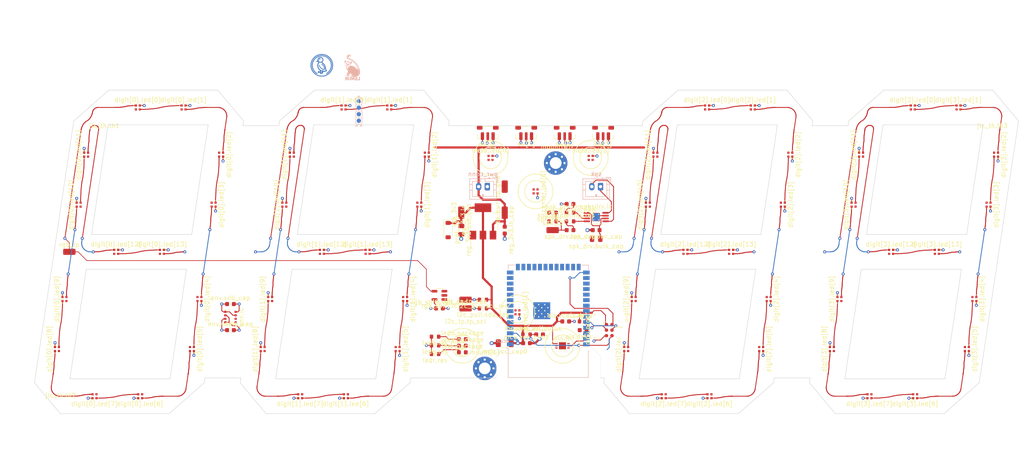
<source format=kicad_pcb>
(kicad_pcb (version 20221018) (generator pcbnew)
  (layers (0 "F.Cu" signal) (31 "B.Cu" signal) (34 "B.Paste" user) (35 "F.Paste" user) (36 "B.SilkS" user "B.Silkscreen") (37 "F.SilkS" user "F.Silkscreen") (38 "B.Mask" user) (39 "F.Mask" user) (44 "Edge.Cuts" user))
  (net 0 "")
  (net 1 "gnd")
  (net 2 "pwr")
  (net 3 "i2c_chain_0.sda")
  (net 4 "spk_chain_1")
  (net 5 "i2c_chain_0.scl")
  (net 6 "ledb.res.a")
  (net 7 "ledg.res.a")
  (net 8 "ledr.res.a")
  (net 9 "spk_chain_0")
  (net 10 "mcu.program_en_node")
  (net 11 "v3v3")
  (net 12 "spk_drv.inn_cap.pos")
  (net 13 "ledr.signal")
  (net 14 "spk_drv.inn_res.b")
  (net 15 "spk_drv.inp_cap.pos")
  (net 16 "spk_drv.inp_res.b")
  (net 17 "als.dvi_res.b")
  (net 18 "ledg.signal")
  (net 19 "sw[3].out")
  (net 20 "sw[2].out")
  (net 21 "sw[1].out")
  (net 22 "ledb.signal")
  (net 23 "sw[0].out")
  (net 24 "rgb_shift.output")
  (net 25 "spk_chain_2.b")
  (net 26 "spk_chain_2.a")
  (net 27 "digit[3].led[2].dout")
  (net 28 "digit[3].led[3].dout")
  (net 29 "digit[3].led[4].dout")
  (net 30 "digit[3].led[5].dout")
  (net 31 "mcu.program_boot_node")
  (net 32 "digit[3].led[6].dout")
  (net 33 "digit[3].led[7].dout")
  (net 34 "mcu.program_uart_node.b_tx")
  (net 35 "mcu.program_uart_node.a_tx")
  (net 36 "digit[3].led[8].dout")
  (net 37 "digit[3].led[9].dout")
  (net 38 "digit[3].led[10].dout")
  (net 39 "digit[3].led[11].dout")
  (net 40 "digit[3].led[12].dout")
  (net 41 "digit[3].dout")
  (net 42 "center.led[0].dout")
  (net 43 "center.dout")
  (net 44 "meta.led[0].dout")
  (net 45 "meta.dout")
  (net 46 "digit[0].led[0].dout")
  (net 47 "digit[0].led[1].dout")
  (net 48 "digit[0].led[2].dout")
  (net 49 "digit[0].led[3].dout")
  (net 50 "digit[0].led[4].dout")
  (net 51 "digit[0].led[5].dout")
  (net 52 "digit[0].led[6].dout")
  (net 53 "digit[0].led[7].dout")
  (net 54 "digit[0].led[8].dout")
  (net 55 "digit[0].led[9].dout")
  (net 56 "digit[0].led[10].dout")
  (net 57 "digit[0].led[11].dout")
  (net 58 "digit[0].led[12].dout")
  (net 59 "digit[0].dout")
  (net 60 "digit[1].led[0].dout")
  (net 61 "digit[1].led[1].dout")
  (net 62 "digit[1].led[2].dout")
  (net 63 "digit[1].led[3].dout")
  (net 64 "digit[1].led[4].dout")
  (net 65 "digit[1].led[5].dout")
  (net 66 "digit[1].led[6].dout")
  (net 67 "digit[1].led[7].dout")
  (net 68 "digit[1].led[8].dout")
  (net 69 "digit[1].led[9].dout")
  (net 70 "digit[1].led[10].dout")
  (net 71 "digit[1].led[11].dout")
  (net 72 "digit[1].led[12].dout")
  (net 73 "digit[1].dout")
  (net 74 "digit[2].led[0].dout")
  (net 75 "digit[2].led[1].dout")
  (net 76 "digit[2].led[2].dout")
  (net 77 "digit[2].led[3].dout")
  (net 78 "digit[2].led[4].dout")
  (net 79 "digit[2].led[5].dout")
  (net 80 "digit[2].led[6].dout")
  (net 81 "digit[2].led[7].dout")
  (net 82 "digit[2].led[8].dout")
  (net 83 "digit[2].led[9].dout")
  (net 84 "digit[2].led[10].dout")
  (net 85 "digit[2].led[11].dout")
  (net 86 "digit[2].led[12].dout")
  (net 87 "digit[2].dout")
  (net 88 "digit[3].led[0].dout")
  (net 89 "digit[3].led[1].dout")
  (net 90 "rgb_shift.input")
  (footprint "LED_SMD:LED_SK6812_EC15_1.5x1.5mm" (layer "F.Cu") (at 47 210)
    (fp_text reference "digit[2].led[13]")
    (fp_text value "SK6805-EC15 (Opsco Optoelectronics)")
  )
  (footprint "LED_SMD:LED_SK6812_EC15_1.5x1.5mm" (layer "F.Cu") (at -107.852 232.35 90)
    (fp_text reference "digit[0].led[8]")
    (fp_text value "SK6805-EC15 (Opsco Optoelectronics)")
  )
  (footprint "Resistor_SMD:R_0603_1608Metric" (layer "F.Cu") (at 13 226)
    (fp_text reference "als.dvi_res")
    (fp_text value "")
  )
  (footprint "Button_Switch_SMD:SW_Push_1P1T-MP_NO_Horizontal_Alps_SKRTLAE010" (layer "F.Cu") (at 8.767 182.5 180)
    (fp_text reference "sw[2]")
    (fp_text value "SKRTLAE010 (Alps Alpine)")
  )
  (footprint "edg:JlcToolingHole_1.152mm" (layer "F.Cu") (at -107 241)
    (fp_text reference "jlc_th.th2")
    (fp_text value "")
  )
  (footprint "Capacitor_SMD:C_0603_1608Metric" (layer "F.Cu") (at 10 199 180)
    (fp_text reference "spk_drv.inn_cap")
    (fp_text value "")
  )
  (footprint "LED_SMD:LED_SK6812_EC15_1.5x1.5mm" (layer "F.Cu") (at -89.27 176.8)
    (fp_text reference "digit[0].led[0]")
    (fp_text value "SK6805-EC15 (Opsco Optoelectronics)")
  )
  (footprint "Capacitor_SMD:C_0603_1608Metric" (layer "F.Cu") (at -5 205 -90)
    (fp_text reference "reg_3v3.in_cap")
    (fp_text value "")
  )
  (footprint "LED_SMD:LED_SK6812_EC15_1.5x1.5mm" (layer "F.Cu") (at 41.48 176.8)
    (fp_text reference "digit[2].led[0]")
    (fp_text value "SK6805-EC15 (Opsco Optoelectronics)")
  )
  (footprint "LED_SMD:LED_SK6812_EC15_1.5x1.5mm" (layer "F.Cu") (at 106.128 199.15 -90)
    (fp_text reference "digit[3].led[3]")
    (fp_text value "SK6805-EC15 (Opsco Optoelectronics)")
  )
  (footprint "LED_SMD:LED_SK6812_EC15_1.5x1.5mm" (layer "F.Cu") (at 76.852 187.65 90)
    (fp_text reference "digit[3].led[11]")
    (fp_text value "SK6805-EC15 (Opsco Optoelectronics)")
  )
  (footprint "LED_SMD:LED_SK6812_EC15_1.5x1.5mm" (layer "F.Cu") (at -101.147 187.65 90)
    (fp_text reference "digit[0].led[11]")
    (fp_text value "SK6805-EC15 (Opsco Optoelectronics)")
  )
  (footprint "LED_SMD:LED_SK6812_EC15_1.5x1.5mm" (layer "F.Cu") (at 102.872 220.85 -90)
    (fp_text reference "digit[3].led[4]")
    (fp_text value "SK6805-EC15 (Opsco Optoelectronics)")
  )
  (footprint "Resistor_SMD:R_0603_1608Metric" (layer "F.Cu") (at -21 231.5 180)
    (fp_text reference "ledg.res")
    (fp_text value "")
  )
  (footprint "LED_SMD:LED_SK6812_EC15_1.5x1.5mm" (layer "F.Cu") (at 31.52 243.2 180)
    (fp_text reference "digit[2].led[7]")
    (fp_text value "SK6805-EC15 (Opsco Optoelectronics)")
  )
  (footprint "Resistor_SMD:R_0603_1608Metric" (layer "F.Cu") (at -21 233.5 180)
    (fp_text reference "ledr.res")
    (fp_text value "")
  )
  (footprint "LED_SMD:LED_SK6812_EC15_1.5x1.5mm" (layer "F.Cu") (at -55.623 199.15 90)
    (fp_text reference "digit[1].led[10]")
    (fp_text value "SK6805-EC15 (Opsco Optoelectronics)")
  )
  (footprint "Resistor_SMD:R_0603_1608Metric" (layer "F.Cu") (at 10 203)
    (fp_text reference "spk_drv.inp_res")
    (fp_text value "")
  )
  (footprint "LED_SMD:LED_SK6812_EC15_1.5x1.5mm" (layer "F.Cu") (at 94.25 210)
    (fp_text reference "digit[3].led[13]")
    (fp_text value "SK6805-EC15 (Opsco Optoelectronics)")
  )
  (footprint "Button_Switch_SMD:SW_Push_1P1T-MP_NO_Horizontal_Alps_SKRTLAE010" (layer "F.Cu") (at -0.067 182.5 180)
    (fp_text reference "sw[1]")
    (fp_text value "SKRTLAE010 (Alps Alpine)")
  )
  (footprint "LED_SMD:LED_SK6812_EC15_1.5x1.5mm" (layer "F.Cu") (at 88.73 176.8)
    (fp_text reference "digit[3].led[0]")
    (fp_text value "SK6805-EC15 (Opsco Optoelectronics)")
  )
  (footprint "LED_SMD:LED_SK6812_EC15_1.5x1.5mm" (layer "F.Cu") (at -106.128 220.85 90)
    (fp_text reference "digit[0].led[9]")
    (fp_text value "SK6805-EC15 (Opsco Optoelectronics)")
  )
  (footprint "LED_SMD:LED_SK6812_EC15_1.5x1.5mm" (layer "F.Cu") (at -47 210)
    (fp_text reference "digit[1].led[12]")
    (fp_text value "SK6805-EC15 (Opsco Optoelectronics)")
  )
  (footprint "LED_SMD:LED_SK6812_EC15_1.5x1.5mm" (layer "F.Cu") (at 75.127 199.15 90)
    (fp_text reference "digit[3].led[10]")
    (fp_text value "SK6805-EC15 (Opsco Optoelectronics)")
  )
  (footprint "LED_SMD:LED_SK6812_EC15_1.5x1.5mm" (layer "F.Cu") (at -27.878 220.85 -90)
    (fp_text reference "digit[1].led[4]")
    (fp_text value "SK6805-EC15 (Opsco Optoelectronics)")
  )
  (footprint "LED_SMD:LED_SK6812_EC15_1.5x1.5mm" (layer "F.Cu") (at -29.603 232.35 -90)
    (fp_text reference "digit[1].led[5]")
    (fp_text value "SK6805-EC15 (Opsco Optoelectronics)")
  )
  (footprint "MountingHole:MountingHole_2.7mm_M2.5_Pad_Via" (layer "F.Cu") (at 6.7 189.58)
    (fp_text reference "mount[0]")
    (fp_text value "M2.5")
  )
  (footprint "LED_SMD:LED_SK6812_EC15_1.5x1.5mm" (layer "F.Cu") (at 60.603 187.65 -90)
    (fp_text reference "digit[2].led[2]")
    (fp_text value "SK6805-EC15 (Opsco Optoelectronics)")
  )
  (footprint "LED_SMD:LED_SK6812_EC15_1.5x1.5mm" (layer "F.Cu") (at -8.26 188.4)
    (fp_text reference "meta.led[0]")
    (fp_text value "SK6805-EC15 (Opsco Optoelectronics)")
  )
  (footprint "Capacitor_SMD:C_0603_1608Metric" (layer "F.Cu") (at -20 223)
    (fp_text reference "rgb_shift.vdd_cap")
    (fp_text value "")
  )
  (footprint "LED_SMD:LED_SK6812_EC15_1.5x1.5mm" (layer "F.Cu") (at 22.898 232.35 90)
    (fp_text reference "digit[2].led[8]")
    (fp_text value "SK6805-EC15 (Opsco Optoelectronics)")
  )
  (footprint "edg:TestPoint_TE_RCT_0805" (layer "F.Cu") (at -14 221)
    (fp_text reference "i2c_tp.tp_scl")
    (fp_text value "5015 (Keystone) - i2c_chain_0.scl")
  )
  (footprint "Resistor_SMD:R_0603_1608Metric" (layer "F.Cu") (at -10 223 180)
    (fp_text reference "i2c_pull.sda_res")
    (fp_text value "")
  )
  (footprint "Capacitor_SMD:C_0805_2012Metric" (layer "F.Cu") (at 16 207 180)
    (fp_text reference "spk_drv.bulk_cap")
    (fp_text value "")
  )
  (footprint "Capacitor_SMD:C_0603_1608Metric" (layer "F.Cu") (at 9 226)
    (fp_text reference "als.vcc_cap")
    (fp_text value "")
  )
  (footprint "LED_SMD:LED_SK6812_EC15_1.5x1.5mm" (layer "F.Cu") (at 70.147 232.35 90)
    (fp_text reference "digit[3].led[8]")
    (fp_text value "SK6805-EC15 (Opsco Optoelectronics)")
  )
  (footprint "LED_SMD:LED_SK6812_EC15_1.5x1.5mm" (layer "F.Cu") (at -22.898 187.65 -90)
    (fp_text reference "digit[1].led[2]")
    (fp_text value "SK6805-EC15 (Opsco Optoelectronics)")
  )
  (footprint "LED_SMD:LED_SK6812_EC15_1.5x1.5mm" (layer "F.Cu") (at 14.74 188.4)
    (fp_text reference "meta.led[1]")
    (fp_text value "SK6805-EC15 (Opsco Optoelectronics)")
  )
  (footprint "Capacitor_SMD:C_0603_1608Metric" (layer "F.Cu") (at 16 205 180)
    (fp_text reference "spk_drv.pwr_cap")
    (fp_text value "")
  )
  (footprint "Resistor_SMD:R_0603_1608Metric" (layer "F.Cu") (at -21 229.5 180)
    (fp_text reference "ledb.res")
    (fp_text value "")
  )
  (footprint "Capacitor_SMD:C_0603_1608Metric" (layer "F.Cu") (at 6 201 180)
    (fp_text reference "spk_dac.c")
    (fp_text value "")
  )
  (footprint "LED_SMD:LED_SK6812_EC15_1.5x1.5mm" (layer "F.Cu") (at -2.085 223.9 -90)
    (fp_text reference "center.led[1]")
    (fp_text value "SK6805-EC15 (Opsco Optoelectronics)")
  )
  (footprint "LED_SMD:LED_SK6812_EC15_1.5x1.5mm" (layer "F.Cu") (at 55.623 220.85 -90)
    (fp_text reference "digit[2].led[4]")
    (fp_text value "SK6805-EC15 (Opsco Optoelectronics)")
  )
  (footprint "LED_SMD:LED_SK6812_EC15_1.5x1.5mm" (layer "F.Cu") (at -60.603 232.35 90)
    (fp_text reference "digit[1].led[8]")
    (fp_text value "SK6805-EC15 (Opsco Optoelectronics)")
  )
  (footprint "Resistor_SMD:R_0603_1608Metric" (layer "F.Cu") (at 0 229)
    (fp_text reference "mcu.en_pull.r")
    (fp_text value "")
  )
  (footprint "Package_LGA:Bosch_LGA-8_3x3mm_P0.8mm_ClockwisePinNumbering" (layer "F.Cu") (at -68 225 -90)
    (fp_text reference "env.ic")
    (fp_text value "BME680 (Bosch Sensortec)")
  )
  (footprint "LED_SMD:LED_SK6812_EC15_1.5x1.5mm" (layer "F.Cu") (at -94.25 210)
    (fp_text reference "digit[0].led[12]")
    (fp_text value "SK6805-EC15 (Opsco Optoelectronics)")
  )
  (footprint "Diode_SMD:D_SOD-123" (layer "F.Cu") (at -18 205 -90)
    (fp_text reference "prot_3v3")
    (fp_text value "BZT52C3V6 (SMC(Sangdest Microelectronicstronic (Nanjing))) - 5?A@1V 90? Single 3.6V~3.8V 350mW 3.4V SOD-123 Zener Diodes ROHS")
  )
  (footprint "edg:TestPoint_TE_RCT_0805" (layer "F.Cu") (at -5 201 90)
    (fp_text reference "tp_pwr")
    (fp_text value "5015 (Keystone) - pwr")
  )
  (footprint "Package_SO:MSOP-8-1EP_3x3mm_P0.65mm_EP1.68x1.88mm_ThermalVias" (layer "F.Cu") (at 16 202)
    (fp_text reference "spk_drv.ic")
    (fp_text value "TPA2005D1 (Texas Instruments)")
  )
  (footprint "LED_SMD:LED_SK6812_EC15_1.5x1.5mm" (layer "F.Cu") (at 99.23 176.8)
    (fp_text reference "digit[3].led[1]")
    (fp_text value "SK6805-EC15 (Opsco Optoelectronics)")
  )
  (footprint "Button_Switch_SMD:SW_Push_1P1T-MP_NO_Horizontal_Alps_SKRTLAE010" (layer "F.Cu") (at -8.9 182.5 180)
    (fp_text reference "sw[0]")
    (fp_text value "SKRTLAE010 (Alps Alpine)")
  )
  (footprint "Capacitor_SMD:C_0603_1608Metric" (layer "F.Cu") (at 10 205 180)
    (fp_text reference "spk_drv.inp_cap")
    (fp_text value "")
  )
  (footprint "edg:TestPoint_TE_RCT_0805" (layer "F.Cu") (at -15 201 90)
    (fp_text reference "tp_3v3")
    (fp_text value "5015 (Keystone) - v3v3")
  )
  (footprint "LED_SMD:LED_SK6812_EC15_1.5x1.5mm" (layer "F.Cu") (at 53.898 232.35 -90)
    (fp_text reference "digit[2].led[5]")
    (fp_text value "SK6805-EC15 (Opsco Optoelectronics)")
  )
  (footprint "LED_SMD:LED_SK6812_EC15_1.5x1.5mm" (layer "F.Cu") (at -36.5 210)
    (fp_text reference "digit[1].led[13]")
    (fp_text value "SK6805-EC15 (Opsco Optoelectronics)")
  )
  (footprint "LED_SMD:LED_SK6812_EC15_1.5x1.5mm" (layer "F.Cu") (at 24.623 220.85 90)
    (fp_text reference "digit[2].led[9]")
    (fp_text value "SK6805-EC15 (Opsco Optoelectronics)")
  )
  (footprint "LED_SMD:LED_SK6812_EC15_1.5x1.5mm" (layer "F.Cu") (at 78.77 243.2 180)
    (fp_text reference "digit[3].led[7]")
    (fp_text value "SK6805-EC15 (Opsco Optoelectronics)")
  )
  (footprint "LED_SMD:LED_SK6812_EC15_1.5x1.5mm" (layer "F.Cu") (at 71.872 220.85 90)
    (fp_text reference "digit[3].led[9]")
    (fp_text value "SK6805-EC15 (Opsco Optoelectronics)")
  )
  (footprint "MountingHole:MountingHole_2.7mm_M2.5_Pad_Via" (layer "F.Cu") (at -9.6 236.8)
    (fp_text reference "mount[1]")
    (fp_text value "M2.5")
  )
  (footprint "LED_SMD:LED_SK6812_EC15_1.5x1.5mm" (layer "F.Cu") (at 101.147 232.35 -90)
    (fp_text reference "digit[3].led[5]")
    (fp_text value "SK6805-EC15 (Opsco Optoelectronics)")
  )
  (footprint "LED_SMD:LED_SK6812_EC15_1.5x1.5mm" (layer "F.Cu") (at 58.878 199.15 -90)
    (fp_text reference "digit[2].led[3]")
    (fp_text value "SK6805-EC15 (Opsco Optoelectronics)")
  )
  (footprint "LED_SMD:LED_SK6812_EC15_1.5x1.5mm" (layer "F.Cu") (at -24.623 199.15 -90)
    (fp_text reference "digit[1].led[3]")
    (fp_text value "SK6805-EC15 (Opsco Optoelectronics)")
  )
  (footprint "LED_SMD:LED_SK6812_EC15_1.5x1.5mm" (layer "F.Cu") (at -31.52 176.8)
    (fp_text reference "digit[1].led[1]")
    (fp_text value "SK6805-EC15 (Opsco Optoelectronics)")
  )
  (footprint "Capacitor_SMD:C_1206_3216Metric" (layer "F.Cu") (at -5 231 180)
    (fp_text reference "mcu.vcc_cap0")
    (fp_text value "")
  )
  (footprint "LED_SMD:LED_SK6812_EC15_1.5x1.5mm" (layer "F.Cu") (at 42.02 243.2 180)
    (fp_text reference "digit[2].led[6]")
    (fp_text value "SK6805-EC15 (Opsco Optoelectronics)")
  )
  (footprint "LED_SMD:LED_SK6812_EC15_1.5x1.5mm" (layer "F.Cu") (at -76.852 232.35 -90)
    (fp_text reference "digit[0].led[5]")
    (fp_text value "SK6805-EC15 (Opsco Optoelectronics)")
  )
  (footprint "LED_SMD:LED_SK6812_EC15_1.5x1.5mm" (layer "F.Cu") (at 51.98 176.8)
    (fp_text reference "digit[2].led[1]")
    (fp_text value "SK6805-EC15 (Opsco Optoelectronics)")
  )
  (footprint "edg:TestPoint_TE_RCT_0805" (layer "F.Cu") (at -105 210)
    (fp_text reference "rgb_tp")
    (fp_text value "5015 (Keystone) - _rgb_shift_output_link")
  )
  (footprint "LED_SMD:LED_0603_1608Metric" (layer "F.Cu") (at -14.74 233.1)
    (fp_text reference "ledr.package")
    (fp_text value "KT-0603R (Hubei KENTO Elec) - Red 615~630nm 1.9~2.2V 0603 Light Emitting Diodes (LED) RoHS")
  )
  (footprint "Capacitor_SMD:C_0603_1608Metric" (layer "F.Cu") (at -68 228)
    (fp_text reference "env.vddio_cap")
    (fp_text value "")
  )
  (footprint "LED_SMD:LED_0603_1608Metric" (layer "F.Cu") (at -14.74 230.1)
    (fp_text reference "ledb.package")
    (fp_text value "")
  )
  (footprint "Resistor_SMD:R_0603_1608Metric" (layer "F.Cu") (at -10 221 180)
    (fp_text reference "i2c_pull.scl_res")
    (fp_text value "")
  )
  (footprint "Resistor_SMD:R_0603_1608Metric" (layer "F.Cu") (at 10 201)
    (fp_text reference "spk_drv.inn_res")
    (fp_text value "")
  )
  (footprint "LED_SMD:LED_SK6812_EC15_1.5x1.5mm" (layer "F.Cu") (at -70.147 187.65 -90)
    (fp_text reference "digit[0].led[2]")
    (fp_text value "SK6805-EC15 (Opsco Optoelectronics)")
  )
  (footprint "LED_SMD:LED_SK6812_EC15_1.5x1.5mm" (layer "F.Cu") (at -41.48 243.2 180)
    (fp_text reference "digit[1].led[6]")
    (fp_text value "SK6805-EC15 (Opsco Optoelectronics)")
  )
  (footprint "LED_SMD:LED_SK6812_EC15_1.5x1.5mm" (layer "F.Cu") (at -71.872 199.15 -90)
    (fp_text reference "digit[0].led[3]")
    (fp_text value "SK6805-EC15 (Opsco Optoelectronics)")
  )
  (footprint "LED_SMD:LED_SK6812_EC15_1.5x1.5mm" (layer "F.Cu") (at -83.75 210)
    (fp_text reference "digit[0].led[13]")
    (fp_text value "SK6805-EC15 (Opsco Optoelectronics)")
  )
  (footprint "edg:TestPoint_TE_RCT_0805" (layer "F.Cu") (at -5 195 90)
    (fp_text reference "tp_gnd")
    (fp_text value "5015 (Keystone) - gnd")
  )
  (footprint "LED_SMD:LED_0603_1608Metric" (layer "F.Cu") (at -14.74 231.6)
    (fp_text reference "ledg.package")
    (fp_text value "")
  )
  (footprint "LED_SMD:LED_SK6812_EC15_1.5x1.5mm" (layer "F.Cu") (at -88.73 243.2 180)
    (fp_text reference "digit[0].led[6]")
    (fp_text value "SK6805-EC15 (Opsco Optoelectronics)")
  )
  (footprint "LED_SMD:LED_SK6812_EC15_1.5x1.5mm" (layer "F.Cu") (at -99.23 243.2 180)
    (fp_text reference "digit[0].led[7]")
    (fp_text value "SK6805-EC15 (Opsco Optoelectronics)")
  )
  (footprint "LED_SMD:LED_SK6812_EC15_1.5x1.5mm" (layer "F.Cu") (at 107.852 187.65 -90)
    (fp_text reference "digit[3].led[2]")
    (fp_text value "SK6805-EC15 (Opsco Optoelectronics)")
  )
  (footprint "LED_SMD:LED_SK6812_EC15_1.5x1.5mm" (layer "F.Cu") (at -51.98 243.2 180)
    (fp_text reference "digit[1].led[7]")
    (fp_text value "SK6805-EC15 (Opsco Optoelectronics)")
  )
  (footprint "LED_SMD:LED_SK6812_EC15_1.5x1.5mm" (layer "F.Cu") (at 89.27 243.2 180)
    (fp_text reference "digit[3].led[6]")
    (fp_text value "SK6805-EC15 (Opsco Optoelectronics)")
  )
  (footprint "LED_SMD:LED_SK6812_EC15_1.5x1.5mm" (layer "F.Cu") (at -53.898 187.65 90)
    (fp_text reference "digit[1].led[11]")
    (fp_text value "SK6805-EC15 (Opsco Optoelectronics)")
  )
  (footprint "LED_SMD:LED_SK6812_EC15_1.5x1.5mm" (layer "F.Cu") (at -78.77 176.8)
    (fp_text reference "digit[0].led[1]")
    (fp_text value "SK6805-EC15 (Opsco Optoelectronics)")
  )
  (footprint "edg:TestPoint_TE_RCT_0805" (layer "F.Cu") (at 6 205)
    (fp_text reference "spk_tp")
    (fp_text value "5015 (Keystone) - spk_chain_1")
  )
  (footprint "Button_Switch_SMD:SW_Push_1P1T-MP_NO_Horizontal_Alps_SKRTLAE010" (layer "F.Cu") (at 17.6 182.5 180)
    (fp_text reference "sw[3]")
    (fp_text value "SKRTLAE010 (Alps Alpine)")
  )
  (footprint "LED_SMD:LED_SK6812_EC15_1.5x1.5mm" (layer "F.Cu") (at 2.085 196.1 -90)
    (fp_text reference "center.led[0]")
    (fp_text value "SK6805-EC15 (Opsco Optoelectronics)")
  )
  (footprint "LED_SMD:LED_SK6812_EC15_1.5x1.5mm" (layer "F.Cu") (at -102.872 199.15 90)
    (fp_text reference "digit[0].led[10]")
    (fp_text value "SK6805-EC15 (Opsco Optoelectronics)")
  )
  (footprint "Capacitor_SMD:C_0805_2012Metric" (layer "F.Cu") (at -15 205 -90)
    (fp_text reference "reg_3v3.out_cap")
    (fp_text value "")
  )
  (footprint "LED_SMD:LED_SK6812_EC15_1.5x1.5mm" (layer "F.Cu") (at 36.5 210)
    (fp_text reference "digit[2].led[12]")
    (fp_text value "SK6805-EC15 (Opsco Optoelectronics)")
  )
  (footprint "LED_SMD:LED_SK6812_EC15_1.5x1.5mm" (layer "F.Cu") (at -42.02 176.8)
    (fp_text reference "digit[1].led[0]")
    (fp_text value "SK6805-EC15 (Opsco Optoelectronics)")
  )
  (footprint "LED_SMD:LED_SK6812_EC15_1.5x1.5mm" (layer "F.Cu") (at -75.127 220.85 -90)
    (fp_text reference "digit[0].led[4]")
    (fp_text value "SK6805-EC15 (Opsco Optoelectronics)")
  )
  (footprint "Package_TO_SOT_SMD:HVSOF6" (layer "F.Cu") (at 8.26 231.6)
    (fp_text reference "als.ic")
    (fp_text value "BH1750 (Rohm Semiconductor)")
  )
  (footprint "edg:JlcToolingHole_1.152mm" (layer "F.Cu") (at 107 179)
    (fp_text reference "jlc_th.th3")
    (fp_text value "")
  )
  (footprint "LED_SMD:LED_SK6812_EC15_1.5x1.5mm" (layer "F.Cu") (at 83.75 210)
    (fp_text reference "digit[3].led[12]")
    (fp_text value "SK6805-EC15 (Opsco Optoelectronics)")
  )
  (footprint "Connector:Tag-Connect_TC2030-IDC-FP_2x03_P1.27mm_Vertical" (layer "F.Cu") (at 19 228 -90)
    (fp_text reference "mcu.prog")
    (fp_text value "")
  )
  (footprint "Package_TO_SOT_SMD:SOT-23-5" (layer "F.Cu") (at -20 220 180)
    (fp_text reference "rgb_shift.ic")
    (fp_text value "74AHCT1G125W5-7 (Diodes Incorporated)")
  )
  (footprint "edg:JlcToolingHole_1.152mm" (layer "F.Cu") (at -97 179)
    (fp_text reference "jlc_th.th1")
    (fp_text value "")
  )
  (footprint "Package_TO_SOT_SMD:SOT-223-3_TabPin2" (layer "F.Cu") (at -10 203 90)
    (fp_text reference "reg_3v3.ic")
    (fp_text value "LDL1117S33R (STMicroelectronics)")
  )
  (footprint "Capacitor_SMD:C_0603_1608Metric" (layer "F.Cu") (at -68 222)
    (fp_text reference "env.vdd_cap")
    (fp_text value "")
  )
  (footprint "Capacitor_SMD:C_0603_1608Metric" (layer "F.Cu") (at 0 231)
    (fp_text reference "mcu.vcc_cap1")
    (fp_text value "")
  )
  (footprint "LED_SMD:LED_SK6812_EC15_1.5x1.5mm" (layer "F.Cu") (at -58.878 220.85 90)
    (fp_text reference "digit[1].led[9]")
    (fp_text value "SK6805-EC15 (Opsco Optoelectronics)")
  )
  (footprint "edg:TestPoint_TE_RCT_0805" (layer "F.Cu") (at -14 223)
    (fp_text reference "i2c_tp.tp_sda")
    (fp_text value "5015 (Keystone) - i2c_tp._io_sda_link")
  )
  (footprint "Capacitor_SMD:C_0603_1608Metric" (layer "F.Cu") (at 13 228 180)
    (fp_text reference "als.dvi_cap")
    (fp_text value "")
  )
  (footprint "Resistor_SMD:R_0603_1608Metric" (layer "F.Cu") (at 6 203)
    (fp_text reference "spk_dac.r")
    (fp_text value "")
  )
  (footprint "LED_SMD:LED_SK6812_EC15_1.5x1.5mm" (layer "F.Cu") (at 27.878 199.15 90)
    (fp_text reference "digit[2].led[10]")
    (fp_text value "SK6805-EC15 (Opsco Optoelectronics)")
  )
  (footprint "Capacitor_SMD:C_0603_1608Metric" (layer "F.Cu") (at 3 229)
    (fp_text reference "mcu.en_pull.c")
    (fp_text value "")
  )
  (footprint "LED_SMD:LED_SK6812_EC15_1.5x1.5mm" (layer "F.Cu") (at 29.603 187.65 90)
    (fp_text reference "digit[2].led[11]")
    (fp_text value "SK6805-EC15 (Opsco Optoelectronics)")
  )
  (footprint "edg:Indicator_IdDots_4" (layer "B.Cu") (at -38.515 177.6 90)
    (fp_text reference "UU6" hide)
    (fp_text value "IdDots4")
  )
  (footprint "Connector_JST:JST_PH_B2B-PH-K_1x02_P2.00mm_Vertical" (layer "B.Cu") (at 17 195 180)
    (fp_text reference "spk")
    (fp_text value "B2B-PH-K (JST)")
  )
  (footprint "Connector_JST:JST_PH_B2B-PH-K_1x02_P2.00mm_Vertical" (layer "B.Cu") (at -9 195 180)
    (fp_text reference "pwr_conn")
    (fp_text value "B2B-PH-K (JST)")
  )
  (footprint "edg:Symbol_Duckling" (layer "B.Cu") (at -47.015 167.1 180)
    (fp_text reference "UU4" hide)
    (fp_text value "Duck" hide)
  )
  (footprint "RF_Module:ESP32-S3-WROOM-1" (layer "B.Cu") (at 5 226)
    (fp_text reference "mcu.ic")
    (fp_text value "ESP32-S3-WROOM-1-N16R8 (Espressif Systems)")
  )
  (footprint "edg:Symbol_LemurSmall" (layer "B.Cu") (at -40.015 167.6 180)
    (fp_text reference "UU5" hide)
    (fp_text value "Lemur" hide)
  )
  (gr_circle (center -14.74 231.6) (end -12.24 231.6) (stroke (width 0.15)) (fill none) (layer "F.SilkS"))
  (gr_circle (center 2.085 196.1) (end 6.085 196.1) (stroke (width 0.15)) (fill none) (layer "F.SilkS"))
  (gr_circle (center 2.085 196.1) (end 4.585 196.1) (stroke (width 0.15)) (fill none) (layer "F.SilkS"))
  (gr_circle (center -8.26 188.4) (end -5.76 188.4) (stroke (width 0.15)) (fill none) (layer "F.SilkS"))
  (gr_circle (center 8.26 231.6) (end 10.76 231.6) (stroke (width 0.15)) (fill none) (layer "F.SilkS"))
  (gr_circle (center 8.26 231.6) (end 12.26 231.6) (stroke (width 0.15)) (fill none) (layer "F.SilkS"))
  (gr_circle (center -8.26 188.4) (end -4.26 188.4) (stroke (width 0.15)) (fill none) (layer "F.SilkS"))
  (gr_circle (center -2.085 223.9) (end 0.415 223.9) (stroke (width 0.15)) (fill none) (layer "F.SilkS"))
  (gr_circle (center -2.085 223.9) (end 1.915 223.9) (stroke (width 0.15)) (fill none) (layer "F.SilkS"))
  (gr_circle (center 14.74 188.4) (end 17.24 188.4) (stroke (width 0.15)) (fill none) (layer "F.SilkS"))
  (gr_circle (center -14.74 231.6) (end -10.74 231.6) (stroke (width 0.15)) (fill none) (layer "F.SilkS"))
  (gr_circle (center 14.74 188.4) (end 18.74 188.4) (stroke (width 0.15)) (fill none) (layer "F.SilkS"))
  (gr_line (start 48.87 239.2) (end 25.87 239.2) (stroke (width 0.1)) (layer "Edge.Cuts"))
  (gr_line (start -73.85 239) (end -65.6 239) (stroke (width 0.1)) (layer "Edge.Cuts"))
  (gr_line (start 34.63 180.8) (end 57.63 180.8) (stroke (width 0.1)) (layer "Edge.Cuts"))
  (gr_line (start 113.015 179.9) (end 107.08 172.8) (stroke (width 0.1)) (layer "Edge.Cuts"))
  (gr_line (start 81.88 180.8) (end 104.88 180.8) (stroke (width 0.1)) (layer "Edge.Cuts"))
  (gr_line (start 5.5 232) (end -4 232) (stroke (width 0.0381)) (layer "Edge.Cuts"))
  (gr_line (start -57.63 239.2) (end -53.85 214) (stroke (width 0.1)) (layer "Edge.Cuts"))
  (gr_line (start 17 239) (end 17 234) (stroke (width 0.0381)) (layer "Edge.Cuts"))
  (gr_line (start 78.1 206) (end 81.88 180.8) (stroke (width 0.1)) (layer "Edge.Cuts"))
  (gr_line (start -7 234) (end -7 239) (stroke (width 0.0381)) (layer "Edge.Cuts"))
  (gr_line (start 26.6 181) (end -17.9 181) (stroke (width 0.1)) (layer "Edge.Cuts"))
  (gr_line (start -74.015 240.1) (end -73.85 239) (stroke (width 0.1)) (layer "Edge.Cuts"))
  (gr_line (start 26.765 179.9) (end 26.6 181) (stroke (width 0.1)) (layer "Edge.Cuts"))
  (gr_line (start -17.735 179.9) (end -23.67 172.8) (stroke (width 0.1)) (layer "Edge.Cuts"))
  (gr_line (start 73.12 239.2) (end 76.9 214) (stroke (width 0.1)) (layer "Edge.Cuts"))
  (gr_line (start -76.9 206) (end -99.9 206) (stroke (width 0.1)) (layer "Edge.Cuts"))
  (gr_line (start -4 232) (end -5 233) (stroke (width 0.0381)) (layer "Edge.Cuts"))
  (gr_line (start -56.9 181) (end -65.15 181) (stroke (width 0.1)) (layer "Edge.Cuts"))
  (gr_line (start 96.12 239.2) (end 73.12 239.2) (stroke (width 0.1)) (layer "Edge.Cuts"))
  (gr_line (start 17 239) (end 17.9 239) (stroke (width 0.1)) (layer "Edge.Cuts"))
  (gr_line (start 52.65 214) (end 48.87 239.2) (stroke (width 0.1)) (layer "Edge.Cuts"))
  (gr_line (start -34.83 247.2) (end -26.765 240.1) (stroke (width 0.1)) (layer "Edge.Cuts"))
  (gr_line (start -78.1 214) (end -81.88 239.2) (stroke (width 0.1)) (layer "Edge.Cuts"))
  (gr_line (start -82.08 247.2) (end -74.015 240.1) (stroke (width 0.1)) (layer "Edge.Cuts"))
  (gr_line (start 57.63 180.8) (end 53.85 206) (stroke (width 0.1)) (layer "Edge.Cuts"))
  (gr_line (start -65.765 240.1) (end -59.83 247.2) (stroke (width 0.1)) (layer "Edge.Cuts"))
  (gr_line (start -6 233) (end -7 234) (stroke (width 0.0381)) (layer "Edge.Cuts"))
  (gr_line (start 56.9 239) (end 65.15 239) (stroke (width 0.1)) (layer "Edge.Cuts"))
  (gr_line (start -25.87 180.8) (end -29.65 206) (stroke (width 0.1)) (layer "Edge.Cuts"))
  (gr_line (start 30.85 206) (end 34.63 180.8) (stroke (width 0.1)) (layer "Edge.Cuts"))
  (gr_line (start -65.15 181) (end -64.985 179.9) (stroke (width 0.1)) (layer "Edge.Cuts"))
  (gr_line (start 15 232) (end 11.5 232) (stroke (width 0.0381)) (layer "Edge.Cuts"))
  (gr_line (start -104.88 239.2) (end -101.1 214) (stroke (width 0.1)) (layer "Edge.Cuts"))
  (gr_line (start -34.63 239.2) (end -57.63 239.2) (stroke (width 0.1)) (layer "Edge.Cuts"))
  (gr_line (start 73.85 181) (end 65.6 181) (stroke (width 0.1)) (layer "Edge.Cuts"))
  (gr_line (start 65.6 181) (end 65.765 179.9) (stroke (width 0.1)) (layer "Edge.Cuts"))
  (gr_line (start -70.92 172.8) (end -95.92 172.8) (stroke (width 0.1)) (layer "Edge.Cuts"))
  (gr_line (start 103.985 240.1) (end 113.015 179.9) (stroke (width 0.1)) (layer "Edge.Cuts"))
  (gr_line (start 17.9 239) (end 17.735 240.1) (stroke (width 0.1)) (layer "Edge.Cuts"))
  (gr_line (start -81.88 239.2) (end -104.88 239.2) (stroke (width 0.1)) (layer "Edge.Cuts"))
  (gr_line (start 82.08 172.8) (end 74.015 179.9) (stroke (width 0.1)) (layer "Edge.Cuts"))
  (gr_line (start -59.83 247.2) (end -34.83 247.2) (stroke (width 0.1)) (layer "Edge.Cuts"))
  (gr_line (start 70.92 247.2) (end 95.92 247.2) (stroke (width 0.1)) (layer "Edge.Cuts"))
  (gr_line (start 95.92 247.2) (end 103.985 240.1) (stroke (width 0.1)) (layer "Edge.Cuts"))
  (gr_line (start -30.85 214) (end -34.63 239.2) (stroke (width 0.1)) (layer "Edge.Cuts"))
  (gr_line (start -26.765 240.1) (end -26.6 239) (stroke (width 0.1)) (layer "Edge.Cuts"))
  (gr_line (start -52.65 206) (end -48.87 180.8) (stroke (width 0.1)) (layer "Edge.Cuts"))
  (gr_line (start 104.88 180.8) (end 101.1 206) (stroke (width 0.1)) (layer "Edge.Cuts"))
  (gr_line (start 23.67 247.2) (end 48.67 247.2) (stroke (width 0.1)) (layer "Edge.Cuts"))
  (gr_line (start -107.08 247.2) (end -82.08 247.2) (stroke (width 0.1)) (layer "Edge.Cuts"))
  (gr_line (start -56.735 179.9) (end -56.9 181) (stroke (width 0.1)) (layer "Edge.Cuts"))
  (gr_line (start -26.6 239) (end -7 239) (stroke (width 0.1)) (layer "Edge.Cuts"))
  (gr_line (start -48.87 180.8) (end -25.87 180.8) (stroke (width 0.1)) (layer "Edge.Cuts"))
  (gr_line (start 99.9 214) (end 96.12 239.2) (stroke (width 0.1)) (layer "Edge.Cuts"))
  (gr_line (start -65.6 239) (end -65.765 240.1) (stroke (width 0.1)) (layer "Edge.Cuts"))
  (gr_line (start 6.5 233) (end 5.5 232) (stroke (width 0.0381)) (layer "Edge.Cuts"))
  (gr_line (start -73.12 180.8) (end -76.9 206) (stroke (width 0.1)) (layer "Edge.Cuts"))
  (gr_line (start 11.5 232) (end 10.5 233) (stroke (width 0.0381)) (layer "Edge.Cuts"))
  (gr_line (start 74.015 179.9) (end 73.85 181) (stroke (width 0.1)) (layer "Edge.Cuts"))
  (gr_line (start -64.985 179.9) (end -70.92 172.8) (stroke (width 0.1)) (layer "Edge.Cuts"))
  (gr_line (start -29.65 206) (end -52.65 206) (stroke (width 0.1)) (layer "Edge.Cuts"))
  (gr_line (start 59.83 172.8) (end 34.83 172.8) (stroke (width 0.1)) (layer "Edge.Cuts"))
  (gr_line (start -96.12 180.8) (end -73.12 180.8) (stroke (width 0.1)) (layer "Edge.Cuts"))
  (gr_line (start -101.1 214) (end -78.1 214) (stroke (width 0.1)) (layer "Edge.Cuts"))
  (gr_line (start 76.9 214) (end 99.9 214) (stroke (width 0.1)) (layer "Edge.Cuts"))
  (gr_line (start 65.15 239) (end 64.985 240.1) (stroke (width 0.1)) (layer "Edge.Cuts"))
  (gr_line (start 29.65 214) (end 52.65 214) (stroke (width 0.1)) (layer "Edge.Cuts"))
  (gr_line (start -5 233) (end -6 233) (stroke (width 0.0381)) (layer "Edge.Cuts"))
  (gr_line (start 10.5 233) (end 6.5 233) (stroke (width 0.0381)) (layer "Edge.Cuts"))
  (gr_line (start -23.67 172.8) (end -48.67 172.8) (stroke (width 0.1)) (layer "Edge.Cuts"))
  (gr_line (start 64.985 240.1) (end 70.92 247.2) (stroke (width 0.1)) (layer "Edge.Cuts"))
  (gr_line (start 15 232) (end 17 234) (stroke (width 0.0381)) (layer "Edge.Cuts"))
  (gr_line (start -95.92 172.8) (end -103.985 179.9) (stroke (width 0.1)) (layer "Edge.Cuts"))
  (gr_line (start 107.08 172.8) (end 82.08 172.8) (stroke (width 0.1)) (layer "Edge.Cuts"))
  (gr_line (start -103.985 179.9) (end -113.015 240.1) (stroke (width 0.1)) (layer "Edge.Cuts"))
  (gr_line (start -53.85 214) (end -30.85 214) (stroke (width 0.1)) (layer "Edge.Cuts"))
  (gr_line (start 48.67 247.2) (end 56.735 240.1) (stroke (width 0.1)) (layer "Edge.Cuts"))
  (gr_line (start 56.735 240.1) (end 56.9 239) (stroke (width 0.1)) (layer "Edge.Cuts"))
  (gr_line (start -17.9 181) (end -17.735 179.9) (stroke (width 0.1)) (layer "Edge.Cuts"))
  (gr_line (start 53.85 206) (end 30.85 206) (stroke (width 0.1)) (layer "Edge.Cuts"))
  (gr_line (start 25.87 239.2) (end 29.65 214) (stroke (width 0.1)) (layer "Edge.Cuts"))
  (gr_line (start 34.83 172.8) (end 26.765 179.9) (stroke (width 0.1)) (layer "Edge.Cuts"))
  (gr_line (start -113.015 240.1) (end -107.08 247.2) (stroke (width 0.1)) (layer "Edge.Cuts"))
  (gr_line (start 101.1 206) (end 78.1 206) (stroke (width 0.1)) (layer "Edge.Cuts"))
  (gr_line (start 65.765 179.9) (end 59.83 172.8) (stroke (width 0.1)) (layer "Edge.Cuts"))
  (gr_line (start -99.9 206) (end -96.12 180.8) (stroke (width 0.1)) (layer "Edge.Cuts"))
  (gr_line (start -48.67 172.8) (end -56.735 179.9) (stroke (width 0.1)) (layer "Edge.Cuts"))
  (gr_line (start 17.735 240.1) (end 23.67 247.2) (stroke (width 0.1)) (layer "Edge.Cuts"))
  (via (at -68.712 232.25) (size 0) (drill 4.5) (layers "F.Cu" "B.Cu") (net 0))
  (via (at -62.038 187.75) (size 0) (drill 4.5) (layers "F.Cu" "B.Cu") (net 0))
  (via (at 62.038 232.25) (size 0) (drill 4.5) (layers "F.Cu" "B.Cu") (net 0))
  (via (at 68.712 187.75) (size 0) (drill 4.5) (layers "F.Cu" "B.Cu") (net 0))
  (segment (start 36.95 209.55) (end 37.95 209.55) (width 0.2) (layer "F.Cu") (net 1))
  (segment (start -69.697 188.1) (end -69.697 189.1) (width 0.2) (layer "F.Cu") (net 1))
  (segment (start -7.675 183.4) (end -7.675 184.9) (width 0.2) (layer "F.Cu") (net 1))
  (segment (start 94.7 209.55) (end 95.7 209.55) (width 0.2) (layer "F.Cu") (net 1))
  (segment (start -66 223.5) (end -66 222) (width 0.2) (layer "F.Cu") (net 1))
  (segment (start -71.422 199.6) (end -71.422 200.6) (width 0.2) (layer "F.Cu") (net 1))
  (segment (start -69.1875 226.2) (end -68.3 226.2) (width 0.2) (layer "F.Cu") (net 1))
  (segment (start -56.072 198.7) (end -56.072 197.7) (width 0.2) (layer "F.Cu") (net 1))
  (segment (start 84.2 209.55) (end 85.2 209.55) (width 0.2) (layer "F.Cu") (net 1))
  (segment (start -68.3 226.2) (end -67.5 227) (width 0.2) (layer "F.Cu") (net 1))
  (segment (start 17 230.274939) (end 15.725061 230.274939) (width 0.2) (layer "F.Cu") (net 1))
  (segment (start 18.004939 229.27) (end 17 230.274939) (width 0.2) (layer "F.Cu") (net 1))
  (segment (start -89.18 243.65) (end -90.18 243.65) (width 0.2) (layer "F.Cu") (net 1))
  (segment (start -29.153 232.8) (end -29.153 233.8) (width 0.2) (layer "F.Cu") (net 1))
  (segment (start -31.07 176.35) (end -30.07 176.35) (width 0.2) (layer "F.Cu") (net 1))
  (segment (start 41.93 176.35) (end 42.93 176.35) (width 0.2) (layer "F.Cu") (net 1))
  (segment (start 101.597 232.8) (end 101.597 233.8) (width 0.2) (layer "F.Cu") (net 1))
  (segment (start -68.3 225.2) (end -68.3 226.2) (width 0.2) (layer "F.Cu") (net 1))
  (segment (start -74.677 221.3) (end -74.677 222.3) (width 0.2) (layer "F.Cu") (net 1))
  (segment (start -21.825 231.5) (end -23 231.5) (width 0.2) (layer "F.Cu") (net 1))
  (segment (start -10.125 183.4) (end -10.125 184.9) (width 0.2) (layer "F.Cu") (net 1))
  (segment (start -41.93 243.65) (end -42.93 243.65) (width 0.2) (layer "F.Cu") (net 1))
  (segment (start -1.292 183.4) (end -1.292 184.9) (width 0.2) (layer "F.Cu") (net 1))
  (segment (start 76.403 187.2) (end 76.403 186.2) (width 0.2) (layer "F.Cu") (net 1))
  (segment (start -22.448 188.1) (end -22.448 189.1) (width 0.2) (layer "F.Cu") (net 1))
  (segment (start -5 205.775) (end -5 207) (width 0.5) (layer "F.Cu") (net 1))
  (segment (start 29.153 187.2) (end 29.153 186.2) (width 0.2) (layer "F.Cu") (net 1))
  (segment (start -68.9 224.6) (end -68.3 225.2) (width 0.2) (layer "F.Cu") (net 1))
  (segment (start -76.403 232.8) (end -76.403 233.8) (width 0.2) (layer "F.Cu") (net 1))
  (segment (start -21.825 233.5) (end -21.825 231.5) (width 0.2) (layer "F.Cu") (net 1))
  (segment (start -19.225 223) (end -18 223) (width 0.2) (layer "F.Cu") (net 1))
  (segment (start -21.825 229.5) (end -21.825 231.5) (width 0.2) (layer "F.Cu") (net 1))
  (segment (start -78.32 176.35) (end -77.32 176.35) (width 0.2) (layer "F.Cu") (net 1))
  (segment (start -7.81 187.95) (end -6.81 187.95) (width 0.2) (layer "F.Cu") (net 1))
  (segment (start -52.43 243.65) (end -53.43 243.65) (width 0.2) (layer "F.Cu") (net 1))
  (segment (start 0.775 231) (end 2 231) (width 0.5) (layer "F.Cu") (net 1))
  (segment (start 54.347 232.8) (end 54.347 233.8) (width 0.2) (layer "F.Cu") (net 1))
  (segment (start 18.365 229.27) (end 18.004939 229.27) (width 0.2) (layer "F.Cu") (net 1))
  (segment (start 56.072 221.3) (end 56.072 222.3) (width 0.2) (layer "F.Cu") (net 1))
  (segment (start 16.325 201.675) (end 16 202) (width 0.2) (layer "F.Cu") (net 1))
  (segment (start 18.15 201.675) (end 16.325 201.675) (width 0.2) (layer "F.Cu") (net 1))
  (segment (start 69.697 231.9) (end 69.697 230.9) (width 0.2) (layer "F.Cu") (net 1))
  (segment (start -15 205.95) (end -15 207) (width 0.5) (layer "F.Cu") (net 1))
  (segment (start 9.775 226) (end 11 226) (width 0.2) (layer "F.Cu") (net 1))
  (segment (start 27.428 198.7) (end 27.428 197.7) (width 0.2) (layer "F.Cu") (net 1))
  (segment (start -93.8 209.55) (end -92.8 209.55) (width 0.2) (layer "F.Cu") (net 1))
  (segment (start -88.82 176.35) (end -87.82 176.35) (width 0.2) (layer "F.Cu") (net 1))
  (segment (start 2.535 196.55) (end 2.535 197.55) (width 0.2) (layer "F.Cu") (net 1))
  (segment (start 88.82 243.65) (end 87.82 243.65) (width 0.2) (layer "F.Cu") (net 1))
  (segment (start 7.542 183.4) (end 7.542 184.9) (width 0.2) (layer "F.Cu") (net 1))
  (segment (start 99.68 176.35) (end 100.68 176.35) (width 0.2) (layer "F.Cu") (net 1))
  (segment (start 61.053 188.1) (end 61.053 189.1) (width 0.2) (layer "F.Cu") (net 1))
  (segment (start -101.597 187.2) (end -101.597 186.2) (width 0.2) (layer "F.Cu") (net 1))
  (segment (start -54.347 187.2) (end -54.347 186.2) (width 0.2) (layer "F.Cu") (net 1))
  (segment (start -1.635 224.35) (end -1.635 225.35) (width 0.2) (layer "F.Cu") (net 1))
  (segment (start 9.992 183.4) (end 9.992 184.9) (width 0.2) (layer "F.Cu") (net 1))
  (segment (start 22.448 231.9) (end 22.448 230.9) (width 0.2) (layer "F.Cu") (net 1))
  (segment (start -24.173 199.6) (end -24.173 200.6) (width 0.2) (layer "F.Cu") (net 1))
  (segment (start 78.32 243.65) (end 77.32 243.65) (width 0.2) (layer "F.Cu") (net 1))
  (segment (start -66.3 223.8) (end -66 223.5) (width 0.2) (layer "F.Cu") (net 1))
  (segment (start 15.225 205) (end 14 205) (width 0.5) (layer "F.Cu") (net 1))
  (segment (start -106.578 220.4) (end -106.578 219.4) (width 0.2) (layer "F.Cu") (net 1))
  (segment (start 31.07 243.65) (end 30.07 243.65) (width 0.2) (layer "F.Cu") (net 1))
  (segment (start 18.825 183.4) (end 18.825 184.9) (width 0.2) (layer "F.Cu") (net 1))
  (segment (start -67.225 228) (end -66 228) (width 0.2) (layer "F.Cu") (net 1))
  (segment (start -66 227.5) (end -66 228) (width 0.2) (layer "F.Cu") (net 1))
  (segment (start 15.725061 230.274939) (end 15.5 230.5) (width 0.2) (layer "F.Cu") (net 1))
  (segment (start 108.303 188.1) (end 108.303 189.1) (width 0.2) (layer "F.Cu") (net 1))
  (segment (start -66.5 227) (end -66 227.5) (width 0.2) (layer "F.Cu") (net 1))
  (segment (start 12.175 227.95) (end 12.225 228) (width 0.2) (layer "F.Cu") (net 1))
  (segment (start -41.57 176.35) (end -40.57 176.35) (width 0.2) (layer "F.Cu") (net 1))
  (segment (start 9.225 199) (end 8 199) (width 0.2) (layer "F.Cu") (net 1))
  (segment (start -59.328 220.4) (end -59.328 219.4) (width 0.2) (layer "F.Cu") (net 1))
  (segment (start -108.303 231.9) (end -108.303 230.9) (width 0.2) (layer "F.Cu") (net 1))
  (segment (start 2 231) (end 3 230) (width 0.5) (layer "F.Cu") (net 1))
  (segment (start 15.19 187.95) (end 16.19 187.95) (width 0.2) (layer "F.Cu") (net 1))
  (segment (start 47.45 209.55) (end 48.45 209.55) (width 0.2) (layer "F.Cu") (net 1))
  (segment (start -69.1875 224.6) (end -68.9 224.6) (width 0.2) (layer "F.Cu") (net 1))
  (segment (start -67.225 222) (end -66 222) (width 0.2) (layer "F.Cu") (net 1))
  (segment (start 16.375 183.4) (end 16.375 184.9) (width 0.2) (layer "F.Cu") (net 1))
  (segment (start -46.55 209.55) (end -45.55 209.55) (width 0.2) (layer "F.Cu") (net 1))
  (segment (start -36.05 209.55) (end -35.05 209.55) (width 0.2) (layer "F.Cu") (net 1))
  (segment (start 103.323 221.3) (end 103.323 222.3) (width 0.2) (layer "F.Cu") (net 1))
  (segment (start 59.328 199.6) (end 59.328 200.6) (width 0.2) (layer "F.Cu") (net 1))
  (segment (start 52.43 176.35) (end 53.43 176.35) (width 0.2) (layer "F.Cu") (net 1))
  (segment (start -103.323 198.7) (end -103.323 197.7) (width 0.2) (layer "F.Cu") (net 1))
  (segment (start 1.158 183.4) (end 1.158 184.9) (width 0.2) (layer "F.Cu") (net 1))
  (segment (start -67.5 227) (end -66.5 227) (width 0.2) (layer "F.Cu") (net 1))
  (segment (start -27.428 221.3) (end -27.428 222.3) (width 0.2) (layer "F.Cu") (net 1))
  (segment (start 24.173 220.4) (end 24.173 219.4) (width 0.2) (layer "F.Cu") (net 1))
  (segment (start -99.68 243.65) (end -100.68 243.65) (width 0.2) (layer "F.Cu") (net 1))
  (segment (start 41.57 243.65) (end 40.57 243.65) (width 0.2) (layer "F.Cu") (net 1))
  (segment (start -66.8125 223.8) (end -66.3 223.8) (width 0.2) (layer "F.Cu") (net 1))
  (segment (start -61.053 231.9) (end -61.053 230.9) (width 0.2) (layer "F.Cu") (net 1))
  (segment (start 89.18 176.35) (end 90.18 176.35) (width 0.2) (layer "F.Cu") (net 1))
  (segment (start 106.578 199.6) (end 106.578 200.6) (width 0.2) (layer "F.Cu") (net 1))
  (segment (start 74.677 198.7) (end 74.677 197.7) (width 0.2) (layer "F.Cu") (net 1))
  (segment (start 71.422 220.4) (end 71.422 219.4) (width 0.2) (layer "F.Cu") (net 1))
  (segment (start -6.475 231) (end -8 231) (width 0.5) (layer "F.Cu") (net 1))
  (segment (start -83.3 209.55) (end -82.3 209.55) (width 0.2) (layer "F.Cu") (net 1))
  (via (at -1.292 184.9) (size 0.7) (drill 0.3) (layers "F.Cu" "B.Cu") (net 1))
  (via (at -108.303 230.9) (size 0.7) (drill 0.3) (layers "F.Cu" "B.Cu") (net 1))
  (via (at 3 230) (size 0.9) (drill 0.5) (layers "F.Cu" "B.Cu") (net 1))
  (via (at -106.578 219.4) (size 0.7) (drill 0.3) (layers "F.Cu" "B.Cu") (net 1))
  (via (at 100.68 176.35) (size 0.7) (drill 0.3) (layers "F.Cu" "B.Cu") (net 1))
  (via (at -61.053 230.9) (size 0.7) (drill 0.3) (layers "F.Cu" "B.Cu") (net 1))
  (via (at -100.68 243.65) (size 0.7) (drill 0.3) (layers "F.Cu" "B.Cu") (net 1))
  (via (at -8 231) (size 0.9) (drill 0.5) (layers "F.Cu" "B.Cu") (net 1))
  (via (at 53.43 176.35) (size 0.7) (drill 0.3) (layers "F.Cu" "B.Cu") (net 1))
  (via (at 106.578 200.6) (size 0.7) (drill 0.3) (layers "F.Cu" "B.Cu") (net 1))
  (via (at -18 223) (size 0.7) (drill 0.3) (layers "F.Cu" "B.Cu") (net 1))
  (via (at 87.82 243.65) (size 0.7) (drill 0.3) (layers "F.Cu" "B.Cu") (net 1))
  (via (at 74.677 197.7) (size 0.7) (drill 0.3) (layers "F.Cu" "B.Cu") (net 1))
  (via (at 54.347 233.8) (size 0.7) (drill 0.3) (layers "F.Cu" "B.Cu") (net 1))
  (via (at 59.328 200.6) (size 0.7) (drill 0.3) (layers "F.Cu" "B.Cu") (net 1))
  (via (at 42.93 176.35) (size 0.7) (drill 0.3) (layers "F.Cu" "B.Cu") (net 1))
  (via (at -74.677 222.3) (size 0.7) (drill 0.3) (layers "F.Cu" "B.Cu") (net 1))
  (via (at 77.32 243.65) (size 0.7) (drill 0.3) (layers "F.Cu" "B.Cu") (net 1))
  (via (at -56.072 197.7) (size 0.7) (drill 0.3) (layers "F.Cu" "B.Cu") (net 1))
  (via (at -35.05 209.55) (size 0.7) (drill 0.3) (layers "F.Cu" "B.Cu") (net 1))
  (via (at 11 226) (size 0.7) (drill 0.3) (layers "F.Cu" "B.Cu") (net 1))
  (via (at 90.18 176.35) (size 0.7) (drill 0.3) (layers "F.Cu" "B.Cu") (net 1))
  (via (at 85.2 209.55) (size 0.7) (drill 0.3) (layers "F.Cu" "B.Cu") (net 1))
  (via (at 48.45 209.55) (size 0.7) (drill 0.3) (layers "F.Cu" "B.Cu") (net 1))
  (via (at -42.93 243.65) (size 0.7) (drill 0.3) (layers "F.Cu" "B.Cu") (net 1))
  (via (at -76.403 233.8) (size 0.7) (drill 0.3) (layers "F.Cu" "B.Cu") (net 1))
  (via (at 37.95 209.55) (size 0.7) (drill 0.3) (layers "F.Cu" "B.Cu") (net 1))
  (via (at 1.158 184.9) (size 0.7) (drill 0.3) (layers "F.Cu" "B.Cu") (net 1))
  (via (at 101.597 233.8) (size 0.7) (drill 0.3) (layers "F.Cu" "B.Cu") (net 1))
  (via (at -1.635 225.35) (size 0.7) (drill 0.3) (layers "F.Cu" "B.Cu") (net 1))
  (via (at 103.323 222.3) (size 0.7) (drill 0.3) (layers "F.Cu" "B.Cu") (net 1))
  (via (at -90.18 243.65) (size 0.7) (drill 0.3) (layers "F.Cu" "B.Cu") (net 1))
  (via (at 40.57 243.65) (size 0.7) (drill 0.3) (layers "F.Cu" "B.Cu") (net 1))
  (via (at -23 231.5) (size 0.7) (drill 0.3) (layers "F.Cu" "B.Cu") (net 1))
  (via (at -92.8 209.55) (size 0.7) (drill 0.3) (layers "F.Cu" "B.Cu") (net 1))
  (via (at -77.32 176.35) (size 0.7) (drill 0.3) (layers "F.Cu" "B.Cu") (net 1))
  (via (at 14 205) (size 0.9) (drill 0.5) (layers "F.Cu" "B.Cu") (net 1))
  (via (at 56.072 222.3) (size 0.7) (drill 0.3) (layers "F.Cu" "B.Cu") (net 1))
  (via (at -10.125 184.9) (size 0.7) (drill 0.3) (layers "F.Cu" "B.Cu") (net 1))
  (via (at 30.07 243.65) (size 0.7) (drill 0.3) (layers "F.Cu" "B.Cu") (net 1))
  (via (at -69.697 189.1) (size 0.7) (drill 0.3) (layers "F.Cu" "B.Cu") (net 1))
  (via (at -66 222) (size 0.7) (drill 0.3) (layers "F.Cu" "B.Cu") (net 1))
  (via (at 76.403 186.2) (size 0.7) (drill 0.3) (layers "F.Cu" "B.Cu") (net 1))
  (via (at -15 207) (size 0.9) (drill 0.5) (layers "F.Cu" "B.Cu") (net 1))
  (via (at -66 228) (size 0.7) (drill 0.3) (layers "F.Cu" "B.Cu") (net 1))
  (via (at -101.597 186.2) (size 0.7) (drill 0.3) (layers "F.Cu" "B.Cu") (net 1))
  (via (at -5 207) (size 0.9) (drill 0.5) (layers "F.Cu" "B.Cu") (net 1))
  (via (at 95.7 209.55) (size 0.7) (drill 0.3) (layers "F.Cu" "B.Cu") (net 1))
  (via (at -7.675 184.9) (size 0.7) (drill 0.3) (layers "F.Cu" "B.Cu") (net 1))
  (via (at 29.153 186.2) (size 0.7) (drill 0.3) (layers "F.Cu" "B.Cu") (net 1))
  (via (at 22.448 230.9) (size 0.7) (drill 0.3) (layers "F.Cu" "B.Cu") (net 1))
  (via (at 61.053 189.1) (size 0.7) (drill 0.3) (layers "F.Cu" "B.Cu") (net 1))
  (via (at -87.82 176.35) (size 0.7) (drill 0.3) (layers "F.Cu" "B.Cu") (net 1))
  (via (at -71.422 200.6) (size 0.7) (drill 0.3) (layers "F.Cu" "B.Cu") (net 1))
  (via (at -53.43 243.65) (size 0.7) (drill 0.3) (layers "F.Cu" "B.Cu") (net 1))
  (via (at -54.347 186.2) (size 0.7) (drill 0.3) (layers "F.Cu" "B.Cu") (net 1))
  (via (at 108.303 189.1) (size 0.7) (drill 0.3) (layers "F.Cu" "B.Cu") (net 1))
  (via (at 27.428 197.7) (size 0.7) (drill 0.3) (layers "F.Cu" "B.Cu") (net 1))
  (via (at 8 199) (size 0.7) (drill 0.3) (layers "F.Cu" "B.Cu") (net 1))
  (via (at -6.81 187.95) (size 0.7) (drill 0.3) (layers "F.Cu" "B.Cu") (net 1))
  (via (at -45.55 209.55) (size 0.7) (drill 0.3) (layers "F.Cu" "B.Cu") (net 1))
  (via (at 2.535 197.55) (size 0.7) (drill 0.3) (layers "F.Cu" "B.Cu") (net 1))
  (via (at -24.173 200.6) (size 0.7) (drill 0.3) (layers "F.Cu" "B.Cu") (net 1))
  (via (at 16.375 184.9) (size 0.7) (drill 0.3) (layers "F.Cu" "B.Cu") (net 1))
  (via (at -29.153 233.8) (size 0.7) (drill 0.3) (layers "F.Cu" "B.Cu") (net 1))
  (via (at -30.07 176.35) (size 0.7) (drill 0.3) (layers "F.Cu" "B.Cu") (net 1))
  (via (at -82.3 209.55) (size 0.7) (drill 0.3) (layers "F.Cu" "B.Cu") (net 1))
  (via (at 24.173 219.4) (size 0.7) (drill 0.3) (layers "F.Cu" "B.Cu") (net 1))
  (via (at -27.428 222.3) (size 0.7) (drill 0.3) (layers "F.Cu" "B.Cu") (net 1))
  (via (at 18.825 184.9) (size 0.7) (drill 0.3) (layers "F.Cu" "B.Cu") (net 1))
  (via (at 69.697 230.9) (size 0.7) (drill 0.3) (layers "F.Cu" "B.Cu") (net 1))
  (via (at 7.542 184.9) (size 0.7) (drill 0.3) (layers "F.Cu" "B.Cu") (net 1))
  (via (at 71.422 219.4) (size 0.7) (drill 0.3) (layers "F.Cu" "B.Cu") (net 1))
  (via (at -22.448 189.1) (size 0.7) (drill 0.3) (layers "F.Cu" "B.Cu") (net 1))
  (via (at 15.5 230.5) (size 0.7) (drill 0.3) (layers "F.Cu" "B.Cu") (net 1))
  (via (at -103.323 197.7) (size 0.7) (drill 0.3) (layers "F.Cu" "B.Cu") (net 1))
  (via (at -59.328 219.4) (size 0.7) (drill 0.3) (layers "F.Cu" "B.Cu") (net 1))
  (via (at 9.992 184.9) (size 0.7) (drill 0.3) (layers "F.Cu" "B.Cu") (net 1))
  (via (at 16.19 187.95) (size 0.7) (drill 0.3) (layers "F.Cu" "B.Cu") (net 1))
  (via (at -40.57 176.35) (size 0.7) (drill 0.3) (layers "F.Cu" "B.Cu") (net 1))
  (segment (start 14.419975 201.025) (end 14.91 201.515025) (width 0.2) (layer "F.Cu") (net 2))
  (segment (start -11 195) (end -11 197) (width 0.5) (layer "F.Cu") (net 2))
  (segment (start -20.775 223) (end -22 223) (width 0.2) (layer "F.Cu") (net 2))
  (segment (start -11 197) (end -10 198) (width 0.5) (layer "F.Cu") (net 2))
  (segment (start 16.75 204) (end 17.09 203.66) (width 0.2) (layer "F.Cu") (net 2))
  (segment (start 13.85 201.025) (end 14.419975 201.025) (width 0.2) (layer "F.Cu") (net 2))
  (segment (start -11 186) (end 27 186) (width 0.5) (layer "F.Cu") (net 2))
  (segment (start -21.1375 220.95) (end -21.1375 221.8625) (width 0.2) (layer "F.Cu") (net 2))
  (segment (start -5 203) (end -5 204.225) (width 0.5) (layer "F.Cu") (net 2))
  (segment (start -7.7 206.15) (end -7.7 203.7) (width 0.5) (layer "F.Cu") (net 2))
  (segment (start 14.91 201.515025) (end 14.91 203.66) (width 0.2) (layer "F.Cu") (net 2))
  (segment (start 16.775 205) (end 16.775 204.025) (width 0.2) (layer "F.Cu") (net 2))
  (segment (start -11 187) (end -11 186) (width 0.5) (layer "F.Cu") (net 2))
  (segment (start -21.1375 221.8625) (end -20.775 222.225) (width 0.2) (layer "F.Cu") (net 2))
  (segment (start -11 186) (end -21 186) (width 0.5) (layer "F.Cu") (net 2))
  (segment (start -5 201) (end -5 203) (width 0.5) (layer "F.Cu") (net 2))
  (segment (start 17.09 202.41) (end 17.175 202.325) (width 0.2) (layer "F.Cu") (net 2))
  (segment (start -11 187) (end -11 186.65) (width 0.5) (layer "F.Cu") (net 2))
  (segment (start 16.775 204.225) (end 16.775 205) (width 0.2) (layer "F.Cu") (net 2))
  (segment (start -6 198) (end -5 199) (width 0.5) (layer "F.Cu") (net 2))
  (segment (start -11 195) (end -11 187) (width 0.5) (layer "F.Cu") (net 2))
  (segment (start 15.25 204) (end 16.75 204) (width 0.2) (layer "F.Cu") (net 2))
  (segment (start 14.91 203.66) (end 15.25 204) (width 0.2) (layer "F.Cu") (net 2))
  (segment (start -10 198) (end -6 198) (width 0.5) (layer "F.Cu") (net 2))
  (segment (start -20.775 222.225) (end -20.775 223) (width 0.2) (layer "F.Cu") (net 2))
  (segment (start 17.09 203.66) (end 17.09 202.41) (width 0.2) (layer "F.Cu") (net 2))
  (segment (start 16.95 205.95) (end 16.775 205.775) (width 0.2) (layer "F.Cu") (net 2))
  (segment (start 16.95 207) (end 16.95 205.95) (width 0.2) (layer "F.Cu") (net 2))
  (segment (start -7 203) (end -5 203) (width 0.5) (layer "F.Cu") (net 2))
  (segment (start 16.775 204.025) (end 16.75 204) (width 0.2) (layer "F.Cu") (net 2))
  (segment (start 17.175 202.325) (end 18.15 202.325) (width 0.2) (layer "F.Cu") (net 2))
  (segment (start 16.775 205) (end 16.775 205.775) (width 0.2) (layer "F.Cu") (net 2))
  (segment (start -5 199) (end -5 201) (width 0.5) (layer "F.Cu") (net 2))
  (segment (start -7.7 203.7) (end -7 203) (width 0.5) (layer "F.Cu") (net 2))
  (via (at -22 223) (size 0.7) (drill 0.3) (layers "F.Cu" "B.Cu") (net 2))
  (segment (start -10.825 223) (end -14 223) (width 0.2) (layer "F.Cu") (net 3))
  (via (at -12 223) (size 0.7) (drill 0.3) (layers "F.Cu" "B.Cu") (net 3))
  (segment (start 7.5 203) (end 8 203.5) (width 0.2) (layer "F.Cu") (net 4))
  (segment (start 6.775 202.95) (end 6.825 203) (width 0.2) (layer "F.Cu") (net 4))
  (segment (start 6.825 203) (end 7.5 203) (width 0.2) (layer "F.Cu") (net 4))
  (segment (start 9.225 205) (end 8 205) (width 0.2) (layer "F.Cu") (net 4))
  (segment (start 8 205) (end 6 205) (width 0.2) (layer "F.Cu") (net 4))
  (segment (start 8 203.5) (end 8 205) (width 0.2) (layer "F.Cu") (net 4))
  (segment (start 6.775 201) (end 6.775 202.95) (width 0.2) (layer "F.Cu") (net 4))
  (segment (start -10.825 221) (end -14 221) (width 0.2) (layer "F.Cu") (net 5))
  (via (at -12 221) (size 0.7) (drill 0.3) (layers "F.Cu" "B.Cu") (net 5))
  (segment (start -17.9 230.1) (end -18.5 229.5) (width 0.2) (layer "F.Cu") (net 6))
  (segment (start -18.5 229.5) (end -20.175 229.5) (width 0.2) (layer "F.Cu") (net 6))
  (segment (start -15.5275 230.1) (end -17.9 230.1) (width 0.2) (layer "F.Cu") (net 6))
  (segment (start -15.5275 231.6) (end -17.9 231.6) (width 0.2) (layer "F.Cu") (net 7))
  (segment (start -17.9 231.6) (end -18 231.5) (width 0.2) (layer "F.Cu") (net 7))
  (segment (start -18 231.5) (end -20.175 231.5) (width 0.2) (layer "F.Cu") (net 7))
  (segment (start -19 232.5) (end -15.6775 232.5) (width 0.2) (layer "F.Cu") (net 8))
  (segment (start -20.175 233.5) (end -20 233.5) (width 0.2) (layer "F.Cu") (net 8))
  (segment (start -15.6775 232.5) (end -15.5275 232.65) (width 0.2) (layer "F.Cu") (net 8))
  (segment (start -20 233.5) (end -19 232.5) (width 0.2) (layer "F.Cu") (net 8))
  (segment (start 19 231) (end 19 230) (width 0.2) (layer "F.Cu") (net 10))
  (segment (start 12 231.5) (end 18.5 231.5) (width 0.2) (layer "F.Cu") (net 10))
  (segment (start 19.635 229.365) (end 19.635 229.27) (width 0.2) (layer "F.Cu") (net 10))
  (segment (start 0.825 229) (end 2.225 229) (width 0.2) (layer "F.Cu") (net 10))
  (segment (start 0.825 229.825) (end 1 230) (width 0.2) (layer "F.Cu") (net 10))
  (segment (start 0.825 229) (end 0.825 229.825) (width 0.2) (layer "F.Cu") (net 10))
  (segment (start 19 230) (end 19.635 229.365) (width 0.2) (layer "F.Cu") (net 10))
  (segment (start 18.5 231.5) (end 19 231) (width 0.2) (layer "F.Cu") (net 10))
  (via (at 1 230) (size 0.7) (drill 0.3) (layers "F.Cu" "B.Cu") (net 10))
  (via (at 12 231.5) (size 0.7) (drill 0.3) (layers "F.Cu" "B.Cu") (net 10))
  (segment (start -3.75 228.72) (end -2.28 228.72) (width 0.2) (layer "B.Cu") (net 10))
  (segment (start 1 230) (end -1 230) (width 0.2) (layer "B.Cu") (net 10))
  (segment (start 19 232) (end 18.5 232.5) (width 0.2) (layer "B.Cu") (net 10))
  (segment (start 19 230) (end 19 232) (width 0.2) (layer "B.Cu") (net 10))
  (segment (start 1 230) (end 2.5 231.5) (width 0.2) (layer "B.Cu") (net 10))
  (segment (start 12 231.5) (end 3 231.5) (width 0.2) (layer "B.Cu") (net 10))
  (segment (start -2.28 228.72) (end -2 229) (width 0.2) (layer "B.Cu") (net 10))
  (segment (start -1 230) (end -2 229) (width 0.2) (layer "B.Cu") (net 10))
  (segment (start 2.5 231.5) (end 3 231.5) (width 0.2) (layer "B.Cu") (net 10))
  (segment (start -10 216) (end -8 218) (width 0.5) (layer "F.Cu") (net 11))
  (segment (start 6 231) (end 6 227) (width 0.2) (layer "F.Cu") (net 11))
  (segment (start -69.7 223.8) (end -70 223.5) (width 0.2) (layer "F.Cu") (net 11))
  (segment (start -68.775 222) (end -70 222) (width 0.2) (layer "F.Cu") (net 11))
  (segment (start -10 199.85) (end -12.85 199.85) (width 0.5) (layer "F.Cu") (net 11))
  (segment (start 8 224) (end 15 224) (width 0.5) (layer "F.Cu") (net 11))
  (segment (start -70 223.5) (end -70 222) (width 0.2) (layer "F.Cu") (net 11))
  (segment (start 12.175 224.075) (end 12.175 226) (width 0.2) (layer "F.Cu") (net 11))
  (segment (start 18.1507 226.5157) (end 18.365 226.73) (width 0.2) (layer "F.Cu") (net 11))
  (segment (start -70 225.8) (end -70 228) (width 0.2) (layer "F.Cu") (net 11))
  (segment (start -15 203) (end -16 203) (width 0.5) (layer "F.Cu") (net 11))
  (segment (start 7 226) (end 7 225) (width 0.5) (layer "F.Cu") (net 11))
  (segment (start -0.825 227.175) (end -1 227) (width 0.5) (layer "F.Cu") (net 11))
  (segment (start 7 226) (end 7 225.5) (width 0.2) (layer "F.Cu") (net 11))
  (segment (start 6.88 231.1) (end 6.1 231.1) (width 0.2) (layer "F.Cu") (net 11))
  (segment (start 6 227) (end 7 226) (width 0.5) (layer "F.Cu") (net 11))
  (segment (start 12.25 224) (end 12.175 224.075) (width 0.2) (layer "F.Cu") (net 11))
  (segment (start -0.825 229) (end -0.825 227.175) (width 0.5) (layer "F.Cu") (net 11))
  (segment (start -69.1875 225.4) (end -69.6 225.4) (width 0.2) (layer "F.Cu") (net 11))
  (segment (start -9.175 221) (end -8 221) (width 0.2) (layer "F.Cu") (net 11))
  (segment (start -4 227) (end -1 227) (width 0.5) (layer "F.Cu") (net 11))
  (segment (start 0 227) (end -1 227) (width 0.5) (layer "F.Cu") (net 11))
  (segment (start -15 201) (end -15 203) (width 0.5) (layer "F.Cu") (net 11))
  (segment (start 15.5 223.5) (end 17.08997 223.5) (width 0.2) (layer "F.Cu") (net 11))
  (segment (start 6.1 231.1) (end 6 231) (width 0.2) (layer "F.Cu") (net 11))
  (segment (start -68.2 223.8) (end -69.1875 223.8) (width 0.2) (layer "F.Cu") (net 11))
  (segment (start 7 226) (end 8.225 226) (width 0.2) (layer "F.Cu") (net 11))
  (segment (start 17.08997 223.5) (end 18.1507 224.56073) (width 0.2) (layer "F.Cu") (net 11))
  (segment (start -66.8125 224.6) (end -67.4 224.6) (width 0.2) (layer "F.Cu") (net 11))
  (segment (start -8 223) (end -4 227) (width 0.5) (layer "F.Cu") (net 11))
  (segment (start -69.6 225.4) (end -70 225.8) (width 0.2) (layer "F.Cu") (net 11))
  (segment (start -15 203) (end -15 204.05) (width 0.5) (layer "F.Cu") (net 11))
  (segment (start -68.775 228) (end -70 228) (width 0.2) (layer "F.Cu") (net 11))
  (segment (start -69.1875 223.8) (end -69.7 223.8) (width 0.2) (layer "F.Cu") (net 11))
  (segment (start -9.175 223) (end -8 223) (width 0.2) (layer "F.Cu") (net 11))
  (segment (start -0.825 229) (end -0.825 230.95) (width 0.5) (layer "F.Cu") (net 11))
  (segment (start -67.4 224.6) (end -68.2 223.8) (width 0.2) (layer "F.Cu") (net 11))
  (segment (start 18.1507 224.56073) (end 18.1507 226.5157) (width 0.2) (layer "F.Cu") (net 11))
  (segment (start -18 203.35) (end -16.5 203.35) (width 0.5) (layer "F.Cu") (net 11))
  (segment (start -16.35 203.35) (end -16 203) (width 0.5) (layer "F.Cu") (net 11))
  (segment (start -10 203) (end -10 206.15) (width 0.5) (layer "F.Cu") (net 11))
  (segment (start -10 206.15) (end -10 216) (width 0.5) (layer "F.Cu") (net 11))
  (segment (start 7 225) (end 8 224) (width 0.5) (layer "F.Cu") (net 11))
  (segment (start -10 199.85) (end -10 203) (width 0.5) (layer "F.Cu") (net 11))
  (segment (start -14 201) (end -15 201) (width 0.5) (layer "F.Cu") (net 11))
  (segment (start 15 224) (end 15.5 223.5) (width 0.2) (layer "F.Cu") (net 11))
  (segment (start -8 221) (end -8 223) (width 0.5) (layer "F.Cu") (net 11))
  (segment (start 0 227) (end 6 227) (width 0.5) (layer "F.Cu") (net 11))
  (segment (start -0.825 230.95) (end -0.775 231) (width 0.5) (layer "F.Cu") (net 11))
  (segment (start -12.85 199.85) (end -14 201) (width 0.5) (layer "F.Cu") (net 11))
  (segment (start -16.5 203.35) (end -16.35 203.35) (width 0.5) (layer "F.Cu") (net 11))
  (segment (start -3.525 231) (end -0.775 231) (width 0.5) (layer "F.Cu") (net 11))
  (segment (start -8 218) (end -8 221) (width 0.5) (layer "F.Cu") (net 11))
  (via (at -70 228) (size 0.7) (drill 0.3) (layers "F.Cu" "B.Cu") (net 11))
  (via (at -70 222) (size 0.7) (drill 0.3) (layers "F.Cu" "B.Cu") (net 11))
  (via (at -2 231) (size 0.9) (drill 0.5) (layers "F.Cu" "B.Cu") (net 11))
  (segment (start -3 230) (end -2.5 230) (width 0.5) (layer "B.Cu") (net 11))
  (segment (start -2.5 230) (end -2 230.5) (width 0.5) (layer "B.Cu") (net 11))
  (segment (start -3.75 229.99) (end -3.01 229.99) (width 0.5) (layer "B.Cu") (net 11))
  (segment (start -3.01 229.99) (end -3 230) (width 0.5) (layer "B.Cu") (net 11))
  (segment (start -2 230.5) (end -2 231) (width 0.5) (layer "B.Cu") (net 11))
  (segment (start 10.775 199.725) (end 10.5 200) (width 0.2) (layer "F.Cu") (net 12))
  (segment (start 10.775 199) (end 10.775 199.725) (width 0.2) (layer "F.Cu") (net 12))
  (segment (start 10.5 200) (end 9.5 200) (width 0.2) (layer "F.Cu") (net 12))
  (segment (start 9.175 201) (end 9.175 200.325) (width 0.2) (layer "F.Cu") (net 12))
  (segment (start 9.175 200.325) (end 9.5 200) (width 0.2) (layer "F.Cu") (net 12))
  (segment (start 12.825 202.325) (end 11.5 201) (width 0.2) (layer "F.Cu") (net 14))
  (segment (start 11.5 201) (end 10.825 201) (width 0.2) (layer "F.Cu") (net 14))
  (segment (start 13.85 202.325) (end 12.825 202.325) (width 0.2) (layer "F.Cu") (net 14))
  (segment (start 9.175 203.675) (end 9.175 203) (width 0.2) (layer "F.Cu") (net 15))
  (segment (start 10.5 204) (end 9.5 204) (width 0.2) (layer "F.Cu") (net 15))
  (segment (start 9.5 204) (end 9.175 203.675) (width 0.2) (layer "F.Cu") (net 15))
  (segment (start 10.775 204.275) (end 10.5 204) (width 0.2) (layer "F.Cu") (net 15))
  (segment (start 10.775 205) (end 10.775 204.275) (width 0.2) (layer "F.Cu") (net 15))
  (segment (start 13.85 202.975) (end 12.025 202.975) (width 0.2) (layer "F.Cu") (net 16))
  (segment (start 12 203) (end 10.825 203) (width 0.2) (layer "F.Cu") (net 16))
  (segment (start 12.025 202.975) (end 12 203) (width 0.2) (layer "F.Cu") (net 16))
  (segment (start 10.4 231.6) (end 9.64 231.6) (width 0.2) (layer "F.Cu") (net 17))
  (segment (start 13.775 228) (end 13.775 229.725) (width 0.2) (layer "F.Cu") (net 17))
  (segment (start 13.775 229.725) (end 13 230.5) (width 0.2) (layer "F.Cu") (net 17))
  (segment (start 13.775 226.05) (end 13.825 226) (width 0.2) (layer "F.Cu") (net 17))
  (segment (start 13.775 228) (end 13.775 226.05) (width 0.2) (layer "F.Cu") (net 17))
  (segment (start 11.5 230.5) (end 11 231) (width 0.2) (layer "F.Cu") (net 17))
  (segment (start 11 231) (end 10.4 231.6) (width 0.2) (layer "F.Cu") (net 17))
  (segment (start 13 230.5) (end 11.5 230.5) (width 0.2) (layer "F.Cu") (net 17))
  (segment (start 17.5 185) (end 17.6 184.9) (width 0.2) (layer "F.Cu") (net 19))
  (segment (start 17.6 184.9) (end 17.6 183.4) (width 0.2) (layer "F.Cu") (net 19))
  (via (at 17.5 185) (size 0.7) (drill 0.3) (layers "F.Cu" "B.Cu") (net 19))
  (segment (start 8.767 184.767) (end 9 185) (width 0.2) (layer "F.Cu") (net 20))
  (segment (start 8.767 183.4) (end 8.767 184.767) (width 0.2) (layer "F.Cu") (net 20))
  (via (at 9 185) (size 0.7) (drill 0.3) (layers "F.Cu" "B.Cu") (net 20))
  (segment (start -0.067 184.933) (end 0 185) (width 0.2) (layer "F.Cu") (net 21))
  (segment (start -0.067 183.4) (end -0.067 184.933) (width 0.2) (layer "F.Cu") (net 21))
  (via (at 0 185) (size 0.7) (drill 0.3) (layers "F.Cu" "B.Cu") (net 21))
  (segment (start -8.9 184.9) (end -9 185) (width 0.2) (layer "F.Cu") (net 23))
  (segment (start -8.9 183.4) (end -8.9 184.9) (width 0.2) (layer "F.Cu") (net 23))
  (via (at -9 185) (size 0.7) (drill 0.3) (layers "F.Cu" "B.Cu") (net 23))
  (segment (start -101.861 180.767) (end -101.805 180.678) (width 0.2) (layer "F.Cu") (net 24))
  (segment (start -92.385 176.636) (end -92.293 176.617) (width 0.2) (layer "F.Cu") (net 24))
  (segment (start -101.745 180.589) (end -101.681 180.502) (width 0.2) (layer "F.Cu") (net 24))
  (segment (start -99.967 178.768) (end -99.927 178.681) (width 0.2) (layer "F.Cu") (net 24))
  (segment (start -89.725 176.35) (end -89.72 176.35) (width 0.2) (layer "F.Cu") (net 24))
  (segment (start -99.686 177.905) (end -99.685 177.9) (width 0.2) (layer "F.Cu") (net 24))
  (segment (start -93.525 176.766) (end -93.422 176.759) (width 0.2) (layer "F.Cu") (net 24))
  (segment (start -94.5 176.8) (end -94.475 176.8) (width 0.2) (layer "F.Cu") (net 24))
  (segment (start -94.079 176.792) (end -93.997 176.789) (width 0.2) (layer "F.Cu") (net 24))
  (segment (start -91.659 176.48) (end -91.557 176.465) (width 0.2) (layer "F.Cu") (net 24))
  (segment (start -91.557 176.465) (end -91.453 176.451) (width 0.2) (layer "F.Cu") (net 24))
  (segment (start -89.841 176.351) (end -89.799 176.351) (width 0.2) (layer "F.Cu") (net 24))
  (segment (start -99.78 178.289) (end -99.76 178.222) (width 0.2) (layer "F.Cu") (net 24))
  (segment (start -92.482 176.654) (end -92.385 176.636) (width 0.2) (layer "F.Cu") (net 24))
  (segment (start -93.724 176.777) (end -93.626 176.772) (width 0.2) (layer "F.Cu") (net 24))
  (segment (start -92.036 176.553) (end -91.947 176.533) (width 0.2) (layer "F.Cu") (net 24))
  (segment (start -94.52 176.8) (end -94.515 176.8) (width 0.2) (layer "F.Cu") (net 24))
  (segment (start -101.091 179.961) (end -100.985 179.9) (width 0.2) (layer "F.Cu") (net 24))
  (segment (start -90.243 176.361) (end -90.161 176.358) (width 0.2) (layer "F.Cu") (net 24))
  (segment (start -102.254 181.748) (end -102.242 181.697) (width 0.2) (layer "F.Cu") (net 24))
  (segment (start -90.818 176.391) (end -90.715 176.384) (width 0.2) (layer "F.Cu") (net 24))
  (segment (start -99.106 177.005) (end -99.055 176.974) (width 0.2) (layer "F.Cu") (net 24))
  (segment (start -93.626 176.772) (end -93.525 176.766) (width 0.2) (layer "F.Cu") (net 24))
  (segment (start -99.55 177.488) (end -99.52 177.435) (width 0.2) (layer "F.Cu") (net 24))
  (segment (start -99.66 177.776) (end -99.643 177.716) (width 0.2) (layer "F.Cu") (net 24))
  (segment (start -106.035 206.9) (end -102.285 181.9) (width 0.2) (layer "F.Cu") (net 24))
  (segment (start -101 212) (end -25 212) (width 0.15) (layer "F.Cu") (net 24))
  (segment (start -102.227 181.64) (end -102.21 181.578) (width 0.2) (layer "F.Cu") (net 24))
  (segment (start -100.432 179.468) (end -100.358 179.384) (width 0.2) (layer "F.Cu") (net 24))
  (segment (start -90.516 176.373) (end -90.421 176.368) (width 0.2) (layer "F.Cu") (net 24))
  (segment (start -99.859 178.515) (end -99.829 178.436) (width 0.2) (layer "F.Cu") (net 24))
  (segment (start -102.21 181.578) (end -102.19 181.511) (width 0.2) (layer "F.Cu") (net 24))
  (segment (start -100.058 178.944) (end -100.01 178.855) (width 0.2) (layer "F.Cu") (net 24))
  (segment (start -23 218) (end -21.95 219.05) (width 0.15) (layer "F.Cu") (net 24))
  (segment (start -99.803 178.361) (end -99.78 178.289) (width 0.2) (layer "F.Cu") (net 24))
  (segment (start -89.765 176.35) (end -89.74 176.35) (width 0.2) (layer "F.Cu") (net 24))
  (segment (start -101.191 180.027) (end -101.091 179.961) (width 0.2) (layer "F.Cu") (net 24))
  (segment (start -99.674 177.837) (end -99.66 177.776) (width 0.2) (layer "F.Cu") (net 24))
  (segment (start -100.879 179.839) (end -100.779 179.773) (width 0.2) (layer "F.Cu") (net 24))
  (segment (start -93.91 176.786) (end -93.819 176.782) (width 0.2) (layer "F.Cu") (net 24))
  (segment (start -102.141 181.364) (end -102.111 181.285) (width 0.2) (layer "F.Cu") (net 24))
  (segment (start -94.349 176.798) (end -94.291 176.797) (width 0.2) (layer "F.Cu") (net 24))
  (segment (start -94.475 176.8) (end -94.441 176.799) (width 0.2) (layer "F.Cu") (net 24))
  (segment (start -100.01 178.855) (end -99.967 178.768) (width 0.2) (layer "F.Cu") (net 24))
  (segment (start -99.698 177.97) (end -99.692 177.94) (width 0.2) (layer "F.Cu") (net 24))
  (segment (start -92.12 176.575) (end -92.036 176.553) (width 0.2) (layer "F.Cu") (net 24))
  (segment (start -102.003 181.032) (end -101.96 180.945) (width 0.2) (layer "F.Cu") (net 24))
  (segment (start -90.161 176.358) (end -90.084 176.356) (width 0.2) (layer "F.Cu") (net 24))
  (segment (start -99.295 177.153) (end -99.251 177.113) (width 0.2) (layer "F.Cu") (net 24))
  (segment (start -94.515 176.8) (end -94.5 176.8) (width 0.2) (layer "F.Cu") (net 24))
  (segment (start -99.685 177.9) (end -99.685 177.9) (width 0.2) (layer "F.Cu") (net 24))
  (segment (start -99.743 178.16) (end -99.728 178.103) (width 0.2) (layer "F.Cu") (net 24))
  (segment (start -102.272 181.83) (end -102.264 181.792) (width 0.2) (layer "F.Cu") (net 24))
  (segment (start -90.421 176.368) (end -90.33 176.364) (width 0.2) (layer "F.Cu") (net 24))
  (segment (start -98.777 176.854) (end -98.718 176.838) (width 0.2) (layer "F.Cu") (net 24))
  (segment (start -99.927 178.681) (end -99.891 178.597) (width 0.2) (layer "F.Cu") (net 24))
  (segment (start -100.225 179.211) (end -100.165 179.122) (width 0.2) (layer "F.Cu") (net 24))
  (segment (start -102.167 181.439) (end -102.141 181.364) (width 0.2) (layer "F.Cu") (net 24))
  (segment (start -93.997 176.789) (end -93.91 176.786) (width 0.2) (layer "F.Cu") (net 24))
  (segment (start -99.685 177.9) (end -99.674 177.837) (width 0.2) (layer "F.Cu") (net 24))
  (segment (start -90.614 176.378) (end -90.516 176.373) (width 0.2) (layer "F.Cu") (net 24))
  (segment (start -101.96 180.945) (end -101.912 180.856) (width 0.2) (layer "F.Cu") (net 24))
  (segment (start -99.716 178.052) (end -99.706 178.008) (width 0.2) (layer "F.Cu") (net 24))
  (segment (start -94.156 176.794) (end -94.079 176.792) (width 0.2) (layer "F.Cu") (net 24))
  (segment (start -25 212) (end -23 214) (width 0.15) (layer "F.Cu") (net 24))
  (segment (start -99.706 178.008) (end -99.698 177.97) (width 0.2) (layer "F.Cu") (net 24))
  (segment (start -101.912 180.856) (end -101.861 180.767) (width 0.2) (layer "F.Cu") (net 24))
  (segment (start -100.985 179.9) (end -100.879 179.839) (width 0.2) (layer "F.Cu") (net 24))
  (segment (start -99.688 177.918) (end -99.686 177.905) (width 0.2) (layer "F.Cu") (net 24))
  (segment (start -92.581 176.67) (end -92.482 176.654) (width 0.2) (layer "F.Cu") (net 24))
  (segment (start -93.211 176.743) (end -93.105 176.733) (width 0.2) (layer "F.Cu") (net 24))
  (segment (start -105 210) (end -105 207.935) (width 0.15) (layer "F.Cu") (net 24))
  (segment (start -92.204 176.597) (end -92.12 176.575) (width 0.2) (layer "F.Cu") (net 24))
  (segment (start -98.471 176.802) (end -98.408 176.8) (width 0.2) (layer "F.Cu") (net 24))
  (segment (start -23 214) (end -23 218) (width 0.15) (layer "F.Cu") (net 24))
  (segment (start -99.002 176.945) (end -98.948 176.918) (width 0.2) (layer "F.Cu") (net 24))
  (segment (start -91.947 176.533) (end -91.855 176.514) (width 0.2) (layer "F.Cu") (net 24))
  (segment (start -99.602 177.599) (end -99.577 177.543) (width 0.2) (layer "F.Cu") (net 24))
  (segment (start -98.948 176.918) (end -98.892 176.894) (width 0.2) (layer "F.Cu") (net 24))
  (segment (start -90.715 176.384) (end -90.614 176.378) (width 0.2) (layer "F.Cu") (net 24))
  (segment (start -99.624 177.657) (end -99.602 177.599) (width 0.2) (layer "F.Cu") (net 24))
  (segment (start -101.612 180.416) (end -101.538 180.332) (width 0.2) (layer "F.Cu") (net 24))
  (segment (start -99.76 178.222) (end -99.743 178.16) (width 0.2) (layer "F.Cu") (net 24))
  (segment (start -91.453 176.451) (end -91.348 176.439) (width 0.2) (layer "F.Cu") (net 24))
  (segment (start -102.282 181.882) (end -102.278 181.86) (width 0.2) (layer "F.Cu") (net 24))
  (segment (start -100.684 179.702) (end -100.595 179.628) (width 0.2) (layer "F.Cu") (net 24))
  (segment (start -91.135 176.417) (end -91.029 176.407) (width 0.2) (layer "F.Cu") (net 24))
  (segment (start -101.459 180.251) (end -101.375 180.172) (width 0.2) (layer "F.Cu") (net 24))
  (segment (start -98.596 176.814) (end -98.534 176.806) (width 0.2) (layer "F.Cu") (net 24))
  (segment (start -100.109 179.033) (end -100.058 178.944) (width 0.2) (layer "F.Cu") (net 24))
  (segment (start -98.657 176.824) (end -98.596 176.814) (width 0.2) (layer "F.Cu") (net 24))
  (segment (start -102.043 181.119) (end -102.003 181.032) (width 0.2) (layer "F.Cu") (net 24))
  (segment (start -98.534 176.806) (end -98.471 176.802) (width 0.2) (layer "F.Cu") (net 24))
  (segment (start -102.111 181.285) (end -102.079 181.203) (width 0.2) (layer "F.Cu") (net 24))
  (segment (start -99.251 177.113) (end -99.204 177.075) (width 0.2) (layer "F.Cu") (net 24))
  (segment (start -90.084 176.356) (end -90.013 176.354) (width 0.2) (layer "F.Cu") (net 24))
  (segment (start -92.293 176.617) (end -92.204 176.597) (width 0.2) (layer "F.Cu") (net 24))
  (segment (start -91.242 176.427) (end -91.135 176.417) (width 0.2) (layer "F.Cu") (net 24))
  (segment (start -99.643 177.716) (end -99.624 177.657) (width 0.2) (layer "F.Cu") (net 24))
  (segment (start -92.787 176.699) (end -92.683 176.685) (width 0.2) (layer "F.Cu") (net 24))
  (segment (start -89.799 176.351) (end -89.765 176.35) (width 0.2) (layer "F.Cu") (net 24))
  (segment (start -99.728 178.103) (end -99.716 178.052) (width 0.2) (layer "F.Cu") (net 24))
  (segment (start -21.95 219.05) (end -21.1375 219.05) (width 0.15) (layer "F.Cu") (net 24))
  (segment (start -102.284 181.895) (end -102.282 181.882) (width 0.2) (layer "F.Cu") (net 24))
  (segment (start -100.289 179.298) (end -100.225 179.211) (width 0.2) (layer "F.Cu") (net 24))
  (segment (start -93.819 176.782) (end -93.724 176.777) (width 0.2) (layer "F.Cu") (net 24))
  (segment (start -101.538 180.332) (end -101.459 180.251) (width 0.2) (layer "F.Cu") (net 24))
  (segment (start -90.013 176.354) (end -89.949 176.353) (width 0.2) (layer "F.Cu") (net 24))
  (segment (start -101.286 180.098) (end -101.191 180.027) (width 0.2) (layer "F.Cu") (net 24))
  (segment (start -102.264 181.792) (end -102.254 181.748) (width 0.2) (layer "F.Cu") (net 24))
  (segment (start -89.949 176.353) (end -89.891 176.352) (width 0.2) (layer "F.Cu") (net 24))
  (segment (start -102.19 181.511) (end -102.167 181.439) (width 0.2) (layer "F.Cu") (net 24))
  (segment (start -92.998 176.723) (end -92.892 176.711) (width 0.2) (layer "F.Cu") (net 24))
  (segment (start -100.165 179.122) (end -100.109 179.033) (width 0.2) (layer "F.Cu") (net 24))
  (segment (start -91.758 176.496) (end -91.659 176.48) (width 0.2) (layer "F.Cu") (net 24))
  (segment (start -89.891 176.352) (end -89.841 176.351) (width 0.2) (layer "F.Cu") (net 24))
  (segment (start -101.681 180.502) (end -101.612 180.416) (width 0.2) (layer "F.Cu") (net 24))
  (segment (start -99.156 177.039) (end -99.106 177.005) (width 0.2) (layer "F.Cu") (net 24))
  (segment (start -101.805 180.678) (end -101.745 180.589) (width 0.2) (layer "F.Cu") (net 24))
  (segment (start -102.079 181.203) (end -102.043 181.119) (width 0.2) (layer "F.Cu") (net 24))
  (segment (start -94.291 176.797) (end -94.227 176.796) (width 0.2) (layer "F.Cu") (net 24))
  (segment (start -99.379 177.24) (end -99.338 177.195) (width 0.2) (layer "F.Cu") (net 24))
  (segment (start -94.399 176.799) (end -94.349 176.798) (width 0.2) (layer "F.Cu") (net 24))
  (segment (start -98.835 176.873) (end -98.777 176.854) (width 0.2) (layer "F.Cu") (net 24))
  (segment (start -99.829 178.436) (end -99.803 178.361) (width 0.2) (layer "F.Cu") (net 24))
  (segment (start -93.317 176.751) (end -93.211 176.743) (width 0.2) (layer "F.Cu") (net 24))
  (segment (start -91.348 176.439) (end -91.242 176.427) (width 0.2) (layer "F.Cu") (net 24))
  (segment (start -91.029 176.407) (end -90.923 176.399) (width 0.2) (layer "F.Cu") (net 24))
  (segment (start -101.375 180.172) (end -101.286 180.098) (width 0.2) (layer "F.Cu") (net 24))
  (segment (start -105 207.935) (end -106.035 206.9) (width 0.15) (layer "F.Cu") (net 24))
  (segment (start -90.33 176.364) (end -90.243 176.361) (width 0.2) (layer "F.Cu") (net 24))
  (segment (start -99.055 176.974) (end -99.002 176.945) (width 0.2) (layer "F.Cu") (net 24))
  (segment (start -99.692 177.94) (end -99.688 177.918) (width 0.2) (layer "F.Cu") (net 24))
  (segment (start -94.227 176.796) (end -94.156 176.794) (width 0.2) (layer "F.Cu") (net 24))
  (segment (start -100.595 179.628) (end -100.511 179.549) (width 0.2) (layer "F.Cu") (net 24))
  (segment (start -93.422 176.759) (end -93.317 176.751) (width 0.2) (layer "F.Cu") (net 24))
  (segment (start -92.892 176.711) (end -92.787 176.699) (width 0.2) (layer "F.Cu") (net 24))
  (segment (start -98.718 176.838) (end -98.657 176.824) (width 0.2) (layer "F.Cu") (net 24))
  (segment (start -98.408 176.8) (end -94.52 176.8) (width 0.2) (layer "F.Cu") (net 24))
  (segment (start -98.892 176.894) (end -98.835 176.873) (width 0.2) (layer "F.Cu") (net 24))
  (segment (start -100.358 179.384) (end -100.289 179.298) (width 0.2) (layer "F.Cu") (net 24))
  (segment (start -94.441 176.799) (end -94.399 176.799) (width 0.2) (layer "F.Cu") (net 24))
  (segment (start -93.105 176.733) (end -92.998 176.723) (width 0.2) (layer "F.Cu") (net 24))
  (segment (start -99.454 177.334) (end -99.417 177.286) (width 0.2) (layer "F.Cu") (net 24))
  (segment (start -99.52 177.435) (end -99.488 177.384) (width 0.2) (layer "F.Cu") (net 24))
  (segment (start -99.338 177.195) (end -99.295 177.153) (width 0.2) (layer "F.Cu") (net 24))
  (segment (start -102.242 181.697) (end -102.227 181.64) (width 0.2) (layer "F.Cu") (net 24))
  (segment (start -105 210) (end -103 210) (width 0.15) (layer "F.Cu") (net 24))
  (segment (start -100.779 179.773) (end -100.684 179.702) (width 0.2) (layer "F.Cu") (net 24))
  (segment (start -90.923 176.399) (end -90.818 176.391) (width 0.2) (layer "F.Cu") (net 24))
  (segment (start -91.855 176.514) (end -91.758 176.496) (width 0.2) (layer "F.Cu") (net 24))
  (segment (start -99.891 178.597) (end -99.859 178.515) (width 0.2) (layer "F.Cu") (net 24))
  (segment (start -99.417 177.286) (end -99.379 177.24) (width 0.2) (layer "F.Cu") (net 24))
  (segment (start -100.511 179.549) (end -100.432 179.468) (width 0.2) (layer "F.Cu") (net 24))
  (segment (start -89.74 176.35) (end -89.725 176.35) (width 0.2) (layer "F.Cu") (net 24))
  (segment (start -99.488 177.384) (end -99.454 177.334) (width 0.2) (layer "F.Cu") (net 24))
  (segment (start -92.683 176.685) (end -92.581 176.67) (width 0.2) (layer "F.Cu") (net 24))
  (segment (start -99.204 177.075) (end -99.156 177.039) (width 0.2) (layer "F.Cu") (net 24))
  (segment (start -99.577 177.543) (end -99.55 177.488) (width 0.2) (layer "F.Cu") (net 24))
  (segment (start -102.278 181.86) (end -102.272 181.83) (width 0.2) (layer "F.Cu") (net 24))
  (segment (start -102.285 181.9) (end -102.284 181.895) (width 0.2) (layer "F.Cu") (net 24))
  (segment (start -103 210) (end -101 212) (width 0.15) (layer "F.Cu") (net 24))
  (via (at -106.035 206.9) (size 0.7) (drill 0.3) (layers "F.Cu" "B.Cu") (net 24))
  (segment (start 15 194.5) (end 15 195) (width 0.2) (layer "F.Cu") (net 25))
  (segment (start 20 202.5) (end 20 195) (width 0.2) (layer "F.Cu") (net 25))
  (segment (start 18.15 202.975) (end 19.525 202.975) (width 0.2) (layer "F.Cu") (net 25))
  (segment (start 18.5 193.5) (end 16 193.5) (width 0.2) (layer "F.Cu") (net 25))
  (segment (start 20 195) (end 18.5 193.5) (width 0.2) (layer "F.Cu") (net 25))
  (segment (start 16 193.5) (end 15 194.5) (width 0.2) (layer "F.Cu") (net 25))
  (segment (start 19.525 202.975) (end 20 202.5) (width 0.2) (layer "F.Cu") (net 25))
  (segment (start 17 196) (end 17 195) (width 0.2) (layer "F.Cu") (net 26))
  (segment (start 19.5 198.5) (end 17 196) (width 0.2) (layer "F.Cu") (net 26))
  (segment (start 19.5 200.5) (end 19.5 198.5) (width 0.2) (layer "F.Cu") (net 26))
  (segment (start 18.975 201.025) (end 19.5 200.5) (width 0.2) (layer "F.Cu") (net 26))
  (segment (start 18.15 201.025) (end 18.975 201.025) (width 0.2) (layer "F.Cu") (net 26))
  (segment (start 106.604 197.353) (end 106.598 197.545) (width 0.2) (layer "F.Cu") (net 27))
  (segment (start 106.95 193.586) (end 106.913 193.781) (width 0.2) (layer "F.Cu") (net 27))
  (segment (start 106.611 197.152) (end 106.604 197.353) (width 0.2) (layer "F.Cu") (net 27))
  (segment (start 106.789 194.643) (end 106.763 194.872) (width 0.2) (layer "F.Cu") (net 27))
  (segment (start 106.583 198.195) (end 106.581 198.322) (width 0.2) (layer "F.Cu") (net 27))
  (segment (start 106.581 198.322) (end 106.579 198.433) (width 0.2) (layer "F.Cu") (net 27))
  (segment (start 106.653 196.275) (end 106.64 196.503) (width 0.2) (layer "F.Cu") (net 27))
  (segment (start 107.402 188.274) (end 107.401 188.367) (width 0.2) (layer "F.Cu") (net 27))
  (segment (start 107.261 191.461) (end 107.24 191.695) (width 0.2) (layer "F.Cu") (net 27))
  (segment (start 106.763 194.872) (end 106.74 195.105) (width 0.2) (layer "F.Cu") (net 27))
  (segment (start 106.719 195.339) (end 106.7 195.575) (width 0.2) (layer "F.Cu") (net 27))
  (segment (start 106.667 196.044) (end 106.653 196.275) (width 0.2) (layer "F.Cu") (net 27))
  (segment (start 107.03 193.214) (end 106.99 193.4) (width 0.2) (layer "F.Cu") (net 27))
  (segment (start 107.34 190.297) (end 107.327 190.525) (width 0.2) (layer "F.Cu") (net 27))
  (segment (start 107.24 191.695) (end 107.217 191.928) (width 0.2) (layer "F.Cu") (net 27))
  (segment (start 106.578 198.655) (end 106.578 198.689) (width 0.2) (layer "F.Cu") (net 27))
  (segment (start 107.402 188.145) (end 107.402 188.2) (width 0.2) (layer "F.Cu") (net 27))
  (segment (start 106.74 195.105) (end 106.719 195.339) (width 0.2) (layer "F.Cu") (net 27))
  (segment (start 106.619 196.943) (end 106.611 197.152) (width 0.2) (layer "F.Cu") (net 27))
  (segment (start 107.067 193.019) (end 107.03 193.214) (width 0.2) (layer "F.Cu") (net 27))
  (segment (start 107.28 191.225) (end 107.261 191.461) (width 0.2) (layer "F.Cu") (net 27))
  (segment (start 107.397 188.605) (end 107.395 188.748) (width 0.2) (layer "F.Cu") (net 27))
  (segment (start 107.164 192.382) (end 107.134 192.601) (width 0.2) (layer "F.Cu") (net 27))
  (segment (start 107.134 192.601) (end 107.102 192.814) (width 0.2) (layer "F.Cu") (net 27))
  (segment (start 107.361 189.857) (end 107.351 190.074) (width 0.2) (layer "F.Cu") (net 27))
  (segment (start 106.629 196.726) (end 106.619 196.943) (width 0.2) (layer "F.Cu") (net 27))
  (segment (start 106.589 197.896) (end 106.585 198.052) (width 0.2) (layer "F.Cu") (net 27))
  (segment (start 106.816 194.418) (end 106.789 194.643) (width 0.2) (layer "F.Cu") (net 27))
  (segment (start 107.402 188.2) (end 107.402 188.274) (width 0.2) (layer "F.Cu") (net 27))
  (segment (start 107.369 189.648) (end 107.361 189.857) (width 0.2) (layer "F.Cu") (net 27))
  (segment (start 107.313 190.756) (end 107.298 190.99) (width 0.2) (layer "F.Cu") (net 27))
  (segment (start 106.578 198.6) (end 106.578 198.655) (width 0.2) (layer "F.Cu") (net 27))
  (segment (start 107.102 192.814) (end 107.067 193.019) (width 0.2) (layer "F.Cu") (net 27))
  (segment (start 107.402 188.111) (end 107.402 188.145) (width 0.2) (layer "F.Cu") (net 27))
  (segment (start 106.578 198.689) (end 106.578 198.7) (width 0.2) (layer "F.Cu") (net 27))
  (segment (start 107.217 191.928) (end 107.191 192.157) (width 0.2) (layer "F.Cu") (net 27))
  (segment (start 107.351 190.074) (end 107.34 190.297) (width 0.2) (layer "F.Cu") (net 27))
  (segment (start 106.578 198.526) (end 106.578 198.6) (width 0.2) (layer "F.Cu") (net 27))
  (segment (start 106.579 198.433) (end 106.578 198.526) (width 0.2) (layer "F.Cu") (net 27))
  (segment (start 107.376 189.447) (end 107.369 189.648) (width 0.2) (layer "F.Cu") (net 27))
  (segment (start 107.298 190.99) (end 107.28 191.225) (width 0.2) (layer "F.Cu") (net 27))
  (segment (start 106.878 193.986) (end 106.846 194.199) (width 0.2) (layer "F.Cu") (net 27))
  (segment (start 106.846 194.199) (end 106.816 194.418) (width 0.2) (layer "F.Cu") (net 27))
  (segment (start 106.682 195.81) (end 106.667 196.044) (width 0.2) (layer "F.Cu") (net 27))
  (segment (start 106.99 193.4) (end 106.95 193.586) (width 0.2) (layer "F.Cu") (net 27))
  (segment (start 106.593 197.726) (end 106.589 197.896) (width 0.2) (layer "F.Cu") (net 27))
  (segment (start 107.395 188.748) (end 107.391 188.904) (width 0.2) (layer "F.Cu") (net 27))
  (segment (start 107.382 189.255) (end 107.376 189.447) (width 0.2) (layer "F.Cu") (net 27))
  (segment (start 107.402 188.1) (end 107.402 188.111) (width 0.2) (layer "F.Cu") (net 27))
  (segment (start 106.7 195.575) (end 106.682 195.81) (width 0.2) (layer "F.Cu") (net 27))
  (segment (start 107.387 189.074) (end 107.382 189.255) (width 0.2) (layer "F.Cu") (net 27))
  (segment (start 106.64 196.503) (end 106.629 196.726) (width 0.2) (layer "F.Cu") (net 27))
  (segment (start 107.401 188.367) (end 107.399 188.478) (width 0.2) (layer "F.Cu") (net 27))
  (segment (start 106.585 198.052) (end 106.583 198.195) (width 0.2) (layer "F.Cu") (net 27))
  (segment (start 107.327 190.525) (end 107.313 190.756) (width 0.2) (layer "F.Cu") (net 27))
  (segment (start 107.391 188.904) (end 107.387 189.074) (width 0.2) (layer "F.Cu") (net 27))
  (segment (start 107.191 192.157) (end 107.164 192.382) (width 0.2) (layer "F.Cu") (net 27))
  (segment (start 107.399 188.478) (end 107.397 188.605) (width 0.2) (layer "F.Cu") (net 27))
  (segment (start 106.598 197.545) (end 106.593 197.726) (width 0.2) (layer "F.Cu") (net 27))
  (segment (start 106.913 193.781) (end 106.878 193.986) (width 0.2) (layer "F.Cu") (net 27))
  (segment (start 103.735 215.1) (end 103.734 215.106) (width 0.2) (layer "F.Cu") (net 28))
  (segment (start 105.51 202.059) (end 105.491 202.157) (width 0.2) (layer "F.Cu") (net 28))
  (segment (start 105.277 204.814) (end 105.272 204.851) (width 0.2) (layer "F.Cu") (net 28))
  (segment (start 103.526 217.234) (end 103.523 217.345) (width 0.2) (layer "F.Cu") (net 28))
  (segment (start 105.33 204.417) (end 105.32 204.501) (width 0.2) (layer "F.Cu") (net 28))
  (segment (start 103.323 220.394) (end 103.323 220.4) (width 0.2) (layer "F.Cu") (net 28))
  (segment (start 105.477 202.655) (end 105.474 202.766) (width 0.2) (layer "F.Cu") (net 28))
  (segment (start 105.266 204.894) (end 105.265 204.9) (width 0.2) (layer "F.Cu") (net 28))
  (segment (start 105.353 204.232) (end 105.341 204.327) (width 0.2) (layer "F.Cu") (net 28))
  (segment (start 103.428 218.372) (end 103.415 218.486) (width 0.2) (layer "F.Cu") (net 28))
  (segment (start 103.36 219.188) (end 103.354 219.301) (width 0.2) (layer "F.Cu") (net 28))
  (segment (start 103.33 219.913) (end 103.328 219.998) (width 0.2) (layer "F.Cu") (net 28))
  (segment (start 105.422 203.58) (end 105.411 203.695) (width 0.2) (layer "F.Cu") (net 28))
  (segment (start 103.728 215.149) (end 103.723 215.186) (width 0.2) (layer "F.Cu") (net 28))
  (segment (start 103.624 215.972) (end 103.612 216.08) (width 0.2) (layer "F.Cu") (net 28))
  (segment (start 105.633 200.928) (end 105.625 201.045) (width 0.2) (layer "F.Cu") (net 28))
  (segment (start 103.348 219.413) (end 103.343 219.521) (width 0.2) (layer "F.Cu") (net 28))
  (segment (start 103.323 220.377) (end 103.323 220.394) (width 0.2) (layer "F.Cu") (net 28))
  (segment (start 103.354 219.301) (end 103.348 219.413) (width 0.2) (layer "F.Cu") (net 28))
  (segment (start 105.607 201.28) (end 105.596 201.398) (width 0.2) (layer "F.Cu") (net 28))
  (segment (start 103.68 215.499) (end 103.67 215.583) (width 0.2) (layer "F.Cu") (net 28))
  (segment (start 103.716 215.232) (end 103.708 215.287) (width 0.2) (layer "F.Cu") (net 28))
  (segment (start 105.67 200.087) (end 105.667 200.177) (width 0.2) (layer "F.Cu") (net 28))
  (segment (start 105.572 201.628) (end 105.558 201.741) (width 0.2) (layer "F.Cu") (net 28))
  (segment (start 105.292 204.713) (end 105.284 204.768) (width 0.2) (layer "F.Cu") (net 28))
  (segment (start 105.616 201.163) (end 105.607 201.28) (width 0.2) (layer "F.Cu") (net 28))
  (segment (start 105.677 199.6) (end 105.677 199.606) (width 0.2) (layer "F.Cu") (net 28))
  (segment (start 105.441 203.346) (end 105.432 203.463) (width 0.2) (layer "F.Cu") (net 28))
  (segment (start 105.527 201.957) (end 105.51 202.059) (width 0.2) (layer "F.Cu") (net 28))
  (segment (start 103.723 215.186) (end 103.716 215.232) (width 0.2) (layer "F.Cu") (net 28))
  (segment (start 105.4 203.809) (end 105.388 203.92) (width 0.2) (layer "F.Cu") (net 28))
  (segment (start 103.659 215.673) (end 103.647 215.768) (width 0.2) (layer "F.Cu") (net 28))
  (segment (start 105.45 203.228) (end 105.441 203.346) (width 0.2) (layer "F.Cu") (net 28))
  (segment (start 105.676 199.789) (end 105.675 199.853) (width 0.2) (layer "F.Cu") (net 28))
  (segment (start 105.476 202.345) (end 105.478 202.444) (width 0.2) (layer "F.Cu") (net 28))
  (segment (start 105.596 201.398) (end 105.585 201.514) (width 0.2) (layer "F.Cu") (net 28))
  (segment (start 105.657 200.479) (end 105.652 200.587) (width 0.2) (layer "F.Cu") (net 28))
  (segment (start 105.677 199.606) (end 105.677 199.623) (width 0.2) (layer "F.Cu") (net 28))
  (segment (start 103.647 215.768) (end 103.635 215.868) (width 0.2) (layer "F.Cu") (net 28))
  (segment (start 105.677 199.623) (end 105.677 199.65) (width 0.2) (layer "F.Cu") (net 28))
  (segment (start 105.3 204.65) (end 105.292 204.713) (width 0.2) (layer "F.Cu") (net 28))
  (segment (start 103.323 220.266) (end 103.323 220.313) (width 0.2) (layer "F.Cu") (net 28))
  (segment (start 105.64 200.812) (end 105.633 200.928) (width 0.2) (layer "F.Cu") (net 28))
  (segment (start 103.343 219.521) (end 103.339 219.626) (width 0.2) (layer "F.Cu") (net 28))
  (segment (start 103.524 217.655) (end 103.529 217.75) (width 0.2) (layer "F.Cu") (net 28))
  (segment (start 103.522 217.556) (end 103.524 217.655) (width 0.2) (layer "F.Cu") (net 28))
  (segment (start 103.325 220.147) (end 103.324 220.211) (width 0.2) (layer "F.Cu") (net 28))
  (segment (start 103.559 216.654) (end 103.55 216.772) (width 0.2) (layer "F.Cu") (net 28))
  (segment (start 103.415 218.486) (end 103.404 218.602) (width 0.2) (layer "F.Cu") (net 28))
  (segment (start 105.675 199.853) (end 105.674 199.924) (width 0.2) (layer "F.Cu") (net 28))
  (segment (start 103.589 216.305) (end 103.578 216.42) (width 0.2) (layer "F.Cu") (net 28))
  (segment (start 103.509 217.843) (end 103.49 217.941) (width 0.2) (layer "F.Cu") (net 28))
  (segment (start 105.432 203.463) (end 105.422 203.58) (width 0.2) (layer "F.Cu") (net 28))
  (segment (start 103.708 215.287) (end 103.7 215.35) (width 0.2) (layer "F.Cu") (net 28))
  (segment (start 105.677 199.65) (end 105.677 199.687) (width 0.2) (layer "F.Cu") (net 28))
  (segment (start 103.7 215.35) (end 103.69 215.421) (width 0.2) (layer "F.Cu") (net 28))
  (segment (start 103.542 216.89) (end 103.535 217.006) (width 0.2) (layer "F.Cu") (net 28))
  (segment (start 105.585 201.514) (end 105.572 201.628) (width 0.2) (layer "F.Cu") (net 28))
  (segment (start 103.529 217.75) (end 103.509 217.843) (width 0.2) (layer "F.Cu") (net 28))
  (segment (start 103.568 216.537) (end 103.559 216.654) (width 0.2) (layer "F.Cu") (net 28))
  (segment (start 105.376 204.028) (end 105.365 204.132) (width 0.2) (layer "F.Cu") (net 28))
  (segment (start 103.442 218.259) (end 103.428 218.372) (width 0.2) (layer "F.Cu") (net 28))
  (segment (start 105.341 204.327) (end 105.33 204.417) (width 0.2) (layer "F.Cu") (net 28))
  (segment (start 103.69 215.421) (end 103.68 215.499) (width 0.2) (layer "F.Cu") (net 28))
  (segment (start 103.6 216.191) (end 103.589 216.305) (width 0.2) (layer "F.Cu") (net 28))
  (segment (start 103.53 217.121) (end 103.526 217.234) (width 0.2) (layer "F.Cu") (net 28))
  (segment (start 105.465 202.994) (end 105.458 203.11) (width 0.2) (layer "F.Cu") (net 28))
  (segment (start 103.457 218.149) (end 103.442 218.259) (width 0.2) (layer "F.Cu") (net 28))
  (segment (start 105.32 204.501) (end 105.31 204.579) (width 0.2) (layer "F.Cu") (net 28))
  (segment (start 103.326 220.076) (end 103.325 220.147) (width 0.2) (layer "F.Cu") (net 28))
  (segment (start 103.49 217.941) (end 103.473 218.043) (width 0.2) (layer "F.Cu") (net 28))
  (segment (start 103.328 219.998) (end 103.326 220.076) (width 0.2) (layer "F.Cu") (net 28))
  (segment (start 103.67 215.583) (end 103.659 215.673) (width 0.2) (layer "F.Cu") (net 28))
  (segment (start 105.474 202.766) (end 105.47 202.879) (width 0.2) (layer "F.Cu") (net 28))
  (segment (start 105.411 203.695) (end 105.4 203.809) (width 0.2) (layer "F.Cu") (net 28))
  (segment (start 105.458 203.11) (end 105.45 203.228) (width 0.2) (layer "F.Cu") (net 28))
  (segment (start 103.323 220.313) (end 103.323 220.35) (width 0.2) (layer "F.Cu") (net 28))
  (segment (start 103.635 215.868) (end 103.624 215.972) (width 0.2) (layer "F.Cu") (net 28))
  (segment (start 103.339 219.626) (end 103.336 219.727) (width 0.2) (layer "F.Cu") (net 28))
  (segment (start 103.333 219.823) (end 103.33 219.913) (width 0.2) (layer "F.Cu") (net 28))
  (segment (start 105.558 201.741) (end 105.543 201.851) (width 0.2) (layer "F.Cu") (net 28))
  (segment (start 103.336 219.727) (end 103.333 219.823) (width 0.2) (layer "F.Cu") (net 28))
  (segment (start 103.55 216.772) (end 103.542 216.89) (width 0.2) (layer "F.Cu") (net 28))
  (segment (start 103.734 215.106) (end 103.732 215.122) (width 0.2) (layer "F.Cu") (net 28))
  (segment (start 105.365 204.132) (end 105.353 204.232) (width 0.2) (layer "F.Cu") (net 28))
  (segment (start 103.324 220.211) (end 103.323 220.266) (width 0.2) (layer "F.Cu") (net 28))
  (segment (start 105.471 202.25) (end 105.476 202.345) (width 0.2) (layer "F.Cu") (net 28))
  (segment (start 105.625 201.045) (end 105.616 201.163) (width 0.2) (layer "F.Cu") (net 28))
  (segment (start 103.393 218.72) (end 103.384 218.837) (width 0.2) (layer "F.Cu") (net 28))
  (segment (start 105.31 204.579) (end 105.3 204.65) (width 0.2) (layer "F.Cu") (net 28))
  (segment (start 105.284 204.768) (end 105.277 204.814) (width 0.2) (layer "F.Cu") (net 28))
  (segment (start 103.404 218.602) (end 103.393 218.72) (width 0.2) (layer "F.Cu") (net 28))
  (segment (start 103.375 218.955) (end 103.367 219.072) (width 0.2) (layer "F.Cu") (net 28))
  (segment (start 105.272 204.851) (end 105.268 204.878) (width 0.2) (layer "F.Cu") (net 28))
  (segment (start 103.732 215.122) (end 103.728 215.149) (width 0.2) (layer "F.Cu") (net 28))
  (segment (start 105.478 202.548) (end 105.477 202.655) (width 0.2) (layer "F.Cu") (net 28))
  (segment (start 105.646 200.699) (end 105.64 200.812) (width 0.2) (layer "F.Cu") (net 28))
  (segment (start 103.323 220.35) (end 103.323 220.377) (width 0.2) (layer "F.Cu") (net 28))
  (segment (start 105.543 201.851) (end 105.527 201.957) (width 0.2) (layer "F.Cu") (net 28))
  (segment (start 105.491 202.157) (end 105.471 202.25) (width 0.2) (layer "F.Cu") (net 28))
  (segment (start 103.473 218.043) (end 103.457 218.149) (width 0.2) (layer "F.Cu") (net 28))
  (segment (start 105.677 199.734) (end 105.676 199.789) (width 0.2) (layer "F.Cu") (net 28))
  (segment (start 105.677 199.687) (end 105.677 199.734) (width 0.2) (layer "F.Cu") (net 28))
  (segment (start 105.652 200.587) (end 105.646 200.699) (width 0.2) (layer "F.Cu") (net 28))
  (segment (start 105.478 202.444) (end 105.478 202.548) (width 0.2) (layer "F.Cu") (net 28))
  (segment (start 105.672 200.002) (end 105.67 200.087) (width 0.2) (layer "F.Cu") (net 28))
  (segment (start 105.674 199.924) (end 105.672 200.002) (width 0.2) (layer "F.Cu") (net 28))
  (segment (start 103.367 219.072) (end 103.36 219.188) (width 0.2) (layer "F.Cu") (net 28))
  (segment (start 105.667 200.177) (end 105.664 200.273) (width 0.2) (layer "F.Cu") (net 28))
  (segment (start 105.664 200.273) (end 105.661 200.374) (width 0.2) (layer "F.Cu") (net 28))
  (segment (start 103.535 217.006) (end 103.53 217.121) (width 0.2) (layer "F.Cu") (net 28))
  (segment (start 105.47 202.879) (end 105.465 202.994) (width 0.2) (layer "F.Cu") (net 28))
  (segment (start 105.388 203.92) (end 105.376 204.028) (width 0.2) (layer "F.Cu") (net 28))
  (segment (start 103.612 216.08) (end 103.6 216.191) (width 0.2) (layer "F.Cu") (net 28))
  (segment (start 105.268 204.878) (end 105.266 204.894) (width 0.2) (layer "F.Cu") (net 28))
  (segment (start 103.522 217.452) (end 103.522 217.556) (width 0.2) (layer "F.Cu") (net 28))
  (segment (start 103.578 216.42) (end 103.568 216.537) (width 0.2) (layer "F.Cu") (net 28))
  (segment (start 103.523 217.345) (end 103.522 217.452) (width 0.2) (layer "F.Cu") (net 28))
  (segment (start 103.384 218.837) (end 103.375 218.955) (width 0.2) (layer "F.Cu") (net 28))
  (segment (start 105.661 200.374) (end 105.657 200.479) (width 0.2) (layer "F.Cu") (net 28))
  (via (at 105.265 204.9) (size 0.7) (drill 0.3) (layers "F.Cu" "B.Cu") (net 28))
  (via (at 103.735 215.1) (size 0.7) (drill 0.3) (layers "F.Cu" "B.Cu") (net 28))
  (segment (start 105.265 204.9) (end 103.735 215.1) (width 0.2) (layer "B.Cu") (net 28))
  (segment (start 101.76 228.305) (end 101.739 228.539) (width 0.2) (layer "F.Cu") (net 29))
  (segment (start 101.739 228.539) (end 101.72 228.775) (width 0.2) (layer "F.Cu") (net 29))
  (segment (start 102.333 223.956) (end 102.318 224.19) (width 0.2) (layer "F.Cu") (net 29))
  (segment (start 101.598 231.889) (end 101.597 231.9) (width 0.2) (layer "F.Cu") (net 29))
  (segment (start 102.26 224.895) (end 102.237 225.128) (width 0.2) (layer "F.Cu") (net 29))
  (segment (start 102.318 224.19) (end 102.3 224.425) (width 0.2) (layer "F.Cu") (net 29))
  (segment (start 102.122 226.014) (end 102.087 226.219) (width 0.2) (layer "F.Cu") (net 29))
  (segment (start 101.639 230.143) (end 101.631 230.352) (width 0.2) (layer "F.Cu") (net 29))
  (segment (start 101.618 230.745) (end 101.613 230.926) (width 0.2) (layer "F.Cu") (net 29))
  (segment (start 102.422 221.474) (end 102.421 221.567) (width 0.2) (layer "F.Cu") (net 29))
  (segment (start 102.415 221.948) (end 102.411 222.104) (width 0.2) (layer "F.Cu") (net 29))
  (segment (start 101.649 229.926) (end 101.639 230.143) (width 0.2) (layer "F.Cu") (net 29))
  (segment (start 101.687 229.244) (end 101.673 229.475) (width 0.2) (layer "F.Cu") (net 29))
  (segment (start 101.866 227.399) (end 101.836 227.618) (width 0.2) (layer "F.Cu") (net 29))
  (segment (start 102.411 222.104) (end 102.407 222.274) (width 0.2) (layer "F.Cu") (net 29))
  (segment (start 101.631 230.352) (end 101.624 230.553) (width 0.2) (layer "F.Cu") (net 29))
  (segment (start 101.599 231.633) (end 101.598 231.726) (width 0.2) (layer "F.Cu") (net 29))
  (segment (start 102.422 221.3) (end 102.422 221.311) (width 0.2) (layer "F.Cu") (net 29))
  (segment (start 102.087 226.219) (end 102.05 226.414) (width 0.2) (layer "F.Cu") (net 29))
  (segment (start 102.36 223.497) (end 102.347 223.725) (width 0.2) (layer "F.Cu") (net 29))
  (segment (start 101.72 228.775) (end 101.702 229.01) (width 0.2) (layer "F.Cu") (net 29))
  (segment (start 101.613 230.926) (end 101.609 231.096) (width 0.2) (layer "F.Cu") (net 29))
  (segment (start 102.389 222.848) (end 102.381 223.057) (width 0.2) (layer "F.Cu") (net 29))
  (segment (start 101.624 230.553) (end 101.618 230.745) (width 0.2) (layer "F.Cu") (net 29))
  (segment (start 101.66 229.703) (end 101.649 229.926) (width 0.2) (layer "F.Cu") (net 29))
  (segment (start 101.702 229.01) (end 101.687 229.244) (width 0.2) (layer "F.Cu") (net 29))
  (segment (start 101.933 226.981) (end 101.898 227.186) (width 0.2) (layer "F.Cu") (net 29))
  (segment (start 102.01 226.6) (end 101.97 226.786) (width 0.2) (layer "F.Cu") (net 29))
  (segment (start 102.396 222.647) (end 102.389 222.848) (width 0.2) (layer "F.Cu") (net 29))
  (segment (start 102.421 221.567) (end 102.419 221.678) (width 0.2) (layer "F.Cu") (net 29))
  (segment (start 101.598 231.855) (end 101.598 231.889) (width 0.2) (layer "F.Cu") (net 29))
  (segment (start 102.281 224.661) (end 102.26 224.895) (width 0.2) (layer "F.Cu") (net 29))
  (segment (start 101.605 231.252) (end 101.603 231.395) (width 0.2) (layer "F.Cu") (net 29))
  (segment (start 102.371 223.274) (end 102.36 223.497) (width 0.2) (layer "F.Cu") (net 29))
  (segment (start 101.809 227.843) (end 101.783 228.072) (width 0.2) (layer "F.Cu") (net 29))
  (segment (start 102.422 221.311) (end 102.422 221.345) (width 0.2) (layer "F.Cu") (net 29))
  (segment (start 102.422 221.345) (end 102.422 221.4) (width 0.2) (layer "F.Cu") (net 29))
  (segment (start 102.417 221.805) (end 102.415 221.948) (width 0.2) (layer "F.Cu") (net 29))
  (segment (start 101.97 226.786) (end 101.933 226.981) (width 0.2) (layer "F.Cu") (net 29))
  (segment (start 101.898 227.186) (end 101.866 227.399) (width 0.2) (layer "F.Cu") (net 29))
  (segment (start 101.609 231.096) (end 101.605 231.252) (width 0.2) (layer "F.Cu") (net 29))
  (segment (start 101.601 231.522) (end 101.599 231.633) (width 0.2) (layer "F.Cu") (net 29))
  (segment (start 102.3 224.425) (end 102.281 224.661) (width 0.2) (layer "F.Cu") (net 29))
  (segment (start 102.419 221.678) (end 102.417 221.805) (width 0.2) (layer "F.Cu") (net 29))
  (segment (start 102.402 222.455) (end 102.396 222.647) (width 0.2) (layer "F.Cu") (net 29))
  (segment (start 102.381 223.057) (end 102.371 223.274) (width 0.2) (layer "F.Cu") (net 29))
  (segment (start 102.05 226.414) (end 102.01 226.6) (width 0.2) (layer "F.Cu") (net 29))
  (segment (start 102.347 223.725) (end 102.333 223.956) (width 0.2) (layer "F.Cu") (net 29))
  (segment (start 101.836 227.618) (end 101.809 227.843) (width 0.2) (layer "F.Cu") (net 29))
  (segment (start 102.184 225.582) (end 102.154 225.801) (width 0.2) (layer "F.Cu") (net 29))
  (segment (start 101.673 229.475) (end 101.66 229.703) (width 0.2) (layer "F.Cu") (net 29))
  (segment (start 102.407 222.274) (end 102.402 222.455) (width 0.2) (layer "F.Cu") (net 29))
  (segment (start 101.598 231.726) (end 101.598 231.8) (width 0.2) (layer "F.Cu") (net 29))
  (segment (start 102.211 225.357) (end 102.184 225.582) (width 0.2) (layer "F.Cu") (net 29))
  (segment (start 101.603 231.395) (end 101.601 231.522) (width 0.2) (layer "F.Cu") (net 29))
  (segment (start 102.237 225.128) (end 102.211 225.357) (width 0.2) (layer "F.Cu") (net 29))
  (segment (start 101.598 231.8) (end 101.598 231.855) (width 0.2) (layer "F.Cu") (net 29))
  (segment (start 101.783 228.072) (end 101.76 228.305) (width 0.2) (layer "F.Cu") (net 29))
  (segment (start 102.154 225.801) (end 102.122 226.014) (width 0.2) (layer "F.Cu") (net 29))
  (segment (start 102.422 221.4) (end 102.422 221.474) (width 0.2) (layer "F.Cu") (net 29))
  (segment (start 92.482 243.346) (end 92.385 243.364) (width 0.2) (layer "F.Cu") (net 30))
  (segment (start 100.431 236.895) (end 100.42 237.009) (width 0.2) (layer "F.Cu") (net 30))
  (segment (start 93.317 243.249) (end 93.211 243.257) (width 0.2) (layer "F.Cu") (net 30))
  (segment (start 98.459 243.088) (end 98.369 243.117) (width 0.2) (layer "F.Cu") (net 30))
  (segment (start 90.161 243.642) (end 90.084 243.644) (width 0.2) (layer "F.Cu") (net 30))
  (segment (start 94.227 243.204) (end 94.156 243.206) (width 0.2) (layer "F.Cu") (net 30))
  (segment (start 90.243 243.639) (end 90.161 243.642) (width 0.2) (layer "F.Cu") (net 30))
  (segment (start 100.485 236.194) (end 100.478 236.31) (width 0.2) (layer "F.Cu") (net 30))
  (segment (start 100.288 238.078) (end 100.286 238.094) (width 0.2) (layer "F.Cu") (net 30))
  (segment (start 100.687 233.377) (end 100.684 233.473) (width 0.2) (layer "F.Cu") (net 30))
  (segment (start 100.697 232.85) (end 100.697 232.887) (width 0.2) (layer "F.Cu") (net 30))
  (segment (start 100.578 234.941) (end 100.563 235.051) (width 0.2) (layer "F.Cu") (net 30))
  (segment (start 94.441 243.201) (end 94.399 243.201) (width 0.2) (layer "F.Cu") (net 30))
  (segment (start 99.711 241.782) (end 99.681 241.874) (width 0.2) (layer "F.Cu") (net 30))
  (segment (start 94.5 243.2) (end 94.475 243.2) (width 0.2) (layer "F.Cu") (net 30))
  (segment (start 91.557 243.535) (end 91.453 243.549) (width 0.2) (layer "F.Cu") (net 30))
  (segment (start 94.156 243.206) (end 94.079 243.208) (width 0.2) (layer "F.Cu") (net 30))
  (segment (start 90.421 243.632) (end 90.33 243.636) (width 0.2) (layer "F.Cu") (net 30))
  (segment (start 98.369 243.117) (end 98.278 243.142) (width 0.2) (layer "F.Cu") (net 30))
  (segment (start 89.799 243.649) (end 89.765 243.65) (width 0.2) (layer "F.Cu") (net 30))
  (segment (start 100.286 238.094) (end 100.285 238.1) (width 0.2) (layer "F.Cu") (net 30))
  (segment (start 92.293 243.383) (end 92.204 243.403) (width 0.2) (layer "F.Cu") (net 30))
  (segment (start 91.135 243.583) (end 91.029 243.593) (width 0.2) (layer "F.Cu") (net 30))
  (segment (start 100.304 237.968) (end 100.297 238.014) (width 0.2) (layer "F.Cu") (net 30))
  (segment (start 91.855 243.486) (end 91.758 243.504) (width 0.2) (layer "F.Cu") (net 30))
  (segment (start 100.452 236.663) (end 100.442 236.78) (width 0.2) (layer "F.Cu") (net 30))
  (segment (start 100.442 236.78) (end 100.431 236.895) (width 0.2) (layer "F.Cu") (net 30))
  (segment (start 94.079 243.208) (end 93.997 243.211) (width 0.2) (layer "F.Cu") (net 30))
  (segment (start 91.348 243.561) (end 91.242 243.573) (width 0.2) (layer "F.Cu") (net 30))
  (segment (start 100.42 237.009) (end 100.408 237.12) (width 0.2) (layer "F.Cu") (net 30))
  (segment (start 99.172 242.653) (end 99.103 242.715) (width 0.2) (layer "F.Cu") (net 30))
  (segment (start 100.498 235.644) (end 100.498 235.748) (width 0.2) (layer "F.Cu") (net 30))
  (segment (start 99.759 241.594) (end 99.737 241.689) (width 0.2) (layer "F.Cu") (net 30))
  (segment (start 98.09 243.179) (end 97.993 243.19) (width 0.2) (layer "F.Cu") (net 30))
  (segment (start 100.494 235.966) (end 100.49 236.079) (width 0.2) (layer "F.Cu") (net 30))
  (segment (start 98.956 242.83) (end 98.879 242.882) (width 0.2) (layer "F.Cu") (net 30))
  (segment (start 100.681 233.574) (end 100.677 233.679) (width 0.2) (layer "F.Cu") (net 30))
  (segment (start 100.636 234.363) (end 100.627 234.48) (width 0.2) (layer "F.Cu") (net 30))
  (segment (start 100.361 237.527) (end 100.35 237.617) (width 0.2) (layer "F.Cu") (net 30))
  (segment (start 99.103 242.715) (end 99.031 242.775) (width 0.2) (layer "F.Cu") (net 30))
  (segment (start 100.627 234.48) (end 100.616 234.598) (width 0.2) (layer "F.Cu") (net 30))
  (segment (start 99.737 241.689) (end 99.711 241.782) (width 0.2) (layer "F.Cu") (net 30))
  (segment (start 100.563 235.051) (end 100.547 235.157) (width 0.2) (layer "F.Cu") (net 30))
  (segment (start 93.105 243.267) (end 92.998 243.277) (width 0.2) (layer "F.Cu") (net 30))
  (segment (start 92.892 243.289) (end 92.787 243.301) (width 0.2) (layer "F.Cu") (net 30))
  (segment (start 100.478 236.31) (end 100.47 236.428) (width 0.2) (layer "F.Cu") (net 30))
  (segment (start 92.787 243.301) (end 92.683 243.315) (width 0.2) (layer "F.Cu") (net 30))
  (segment (start 99.566 242.134) (end 99.52 242.217) (width 0.2) (layer "F.Cu") (net 30))
  (segment (start 94.52 243.2) (end 94.515 243.2) (width 0.2) (layer "F.Cu") (net 30))
  (segment (start 100.292 238.051) (end 100.288 238.078) (width 0.2) (layer "F.Cu") (net 30))
  (segment (start 99.361 242.448) (end 99.301 242.519) (width 0.2) (layer "F.Cu") (net 30))
  (segment (start 93.525 243.234) (end 93.422 243.241) (width 0.2) (layer "F.Cu") (net 30))
  (segment (start 99.647 241.963) (end 99.608 242.05) (width 0.2) (layer "F.Cu") (net 30))
  (segment (start 100.692 233.202) (end 100.69 233.287) (width 0.2) (layer "F.Cu") (net 30))
  (segment (start 100.496 235.545) (end 100.498 235.644) (width 0.2) (layer "F.Cu") (net 30))
  (segment (start 99.417 242.373) (end 99.361 242.448) (width 0.2) (layer "F.Cu") (net 30))
  (segment (start 89.725 243.65) (end 89.72 243.65) (width 0.2) (layer "F.Cu") (net 30))
  (segment (start 92.998 243.277) (end 92.892 243.289) (width 0.2) (layer "F.Cu") (net 30))
  (segment (start 100.684 233.473) (end 100.681 233.574) (width 0.2) (layer "F.Cu") (net 30))
  (segment (start 100.695 233.053) (end 100.694 233.124) (width 0.2) (layer "F.Cu") (net 30))
  (segment (start 99.301 242.519) (end 99.238 242.588) (width 0.2) (layer "F.Cu") (net 30))
  (segment (start 100.53 235.259) (end 100.511 235.357) (width 0.2) (layer "F.Cu") (net 30))
  (segment (start 100.697 232.887) (end 100.697 232.934) (width 0.2) (layer "F.Cu") (net 30))
  (segment (start 100.49 236.079) (end 100.485 236.194) (width 0.2) (layer "F.Cu") (net 30))
  (segment (start 92.581 243.33) (end 92.482 243.346) (width 0.2) (layer "F.Cu") (net 30))
  (segment (start 100.605 234.714) (end 100.592 234.828) (width 0.2) (layer "F.Cu") (net 30))
  (segment (start 94.475 243.2) (end 94.441 243.201) (width 0.2) (layer "F.Cu") (net 30))
  (segment (start 100.498 235.748) (end 100.497 235.855) (width 0.2) (layer "F.Cu") (net 30))
  (segment (start 100.312 237.913) (end 100.304 237.968) (width 0.2) (layer "F.Cu") (net 30))
  (segment (start 100.297 238.014) (end 100.292 238.051) (width 0.2) (layer "F.Cu") (net 30))
  (segment (start 93.91 243.214) (end 93.819 243.218) (width 0.2) (layer "F.Cu") (net 30))
  (segment (start 100.69 233.287) (end 100.687 233.377) (width 0.2) (layer "F.Cu") (net 30))
  (segment (start 100.373 237.432) (end 100.361 237.527) (width 0.2) (layer "F.Cu") (net 30))
  (segment (start 100.694 233.124) (end 100.692 233.202) (width 0.2) (layer "F.Cu") (net 30))
  (segment (start 100.677 233.679) (end 100.672 233.787) (width 0.2) (layer "F.Cu") (net 30))
  (segment (start 100.666 233.899) (end 100.66 234.012) (width 0.2) (layer "F.Cu") (net 30))
  (segment (start 98.548 243.054) (end 98.459 243.088) (width 0.2) (layer "F.Cu") (net 30))
  (segment (start 100.511 235.357) (end 100.491 235.45) (width 0.2) (layer "F.Cu") (net 30))
  (segment (start 100.461 236.546) (end 100.452 236.663) (width 0.2) (layer "F.Cu") (net 30))
  (segment (start 90.516 243.627) (end 90.421 243.632) (width 0.2) (layer "F.Cu") (net 30))
  (segment (start 92.036 243.447) (end 91.947 243.467) (width 0.2) (layer "F.Cu") (net 30))
  (segment (start 99.608 242.05) (end 99.566 242.134) (width 0.2) (layer "F.Cu") (net 30))
  (segment (start 100.385 237.332) (end 100.373 237.432) (width 0.2) (layer "F.Cu") (net 30))
  (segment (start 99.238 242.588) (end 99.172 242.653) (width 0.2) (layer "F.Cu") (net 30))
  (segment (start 100.66 234.012) (end 100.653 234.128) (width 0.2) (layer "F.Cu") (net 30))
  (segment (start 90.084 243.644) (end 90.013 243.646) (width 0.2) (layer "F.Cu") (net 30))
  (segment (start 98.184 243.162) (end 98.09 243.179) (width 0.2) (layer "F.Cu") (net 30))
  (segment (start 97.993 243.19) (end 97.896 243.198) (width 0.2) (layer "F.Cu") (net 30))
  (segment (start 93.422 243.241) (end 93.317 243.249) (width 0.2) (layer "F.Cu") (net 30))
  (segment (start 93.997 243.211) (end 93.91 243.214) (width 0.2) (layer "F.Cu") (net 30))
  (segment (start 100.285 238.1) (end 99.775 241.497) (width 0.2) (layer "F.Cu") (net 30))
  (segment (start 94.515 243.2) (end 94.5 243.2) (width 0.2) (layer "F.Cu") (net 30))
  (segment (start 100.396 237.228) (end 100.385 237.332) (width 0.2) (layer "F.Cu") (net 30))
  (segment (start 99.471 242.296) (end 99.417 242.373) (width 0.2) (layer "F.Cu") (net 30))
  (segment (start 100.547 235.157) (end 100.53 235.259) (width 0.2) (layer "F.Cu") (net 30))
  (segment (start 89.949 243.647) (end 89.891 243.648) (width 0.2) (layer "F.Cu") (net 30))
  (segment (start 91.242 243.573) (end 91.135 243.583) (width 0.2) (layer "F.Cu") (net 30))
  (segment (start 98.8 242.931) (end 98.718 242.976) (width 0.2) (layer "F.Cu") (net 30))
  (segment (start 94.349 243.202) (end 94.291 243.203) (width 0.2) (layer "F.Cu") (net 30))
  (segment (start 100.672 233.787) (end 100.666 233.899) (width 0.2) (layer "F.Cu") (net 30))
  (segment (start 94.291 243.203) (end 94.227 243.204) (width 0.2) (layer "F.Cu") (net 30))
  (segment (start 99.775 241.497) (end 99.759 241.594) (width 0.2) (layer "F.Cu") (net 30))
  (segment (start 100.497 235.855) (end 100.494 235.966) (width 0.2) (layer "F.Cu") (net 30))
  (segment (start 90.013 243.646) (end 89.949 243.647) (width 0.2) (layer "F.Cu") (net 30))
  (segment (start 99.52 242.217) (end 99.471 242.296) (width 0.2) (layer "F.Cu") (net 30))
  (segment (start 94.399 243.201) (end 94.349 243.202) (width 0.2) (layer "F.Cu") (net 30))
  (segment (start 92.204 243.403) (end 92.12 243.425) (width 0.2) (layer "F.Cu") (net 30))
  (segment (start 98.278 243.142) (end 98.184 243.162) (width 0.2) (layer "F.Cu") (net 30))
  (segment (start 100.645 234.245) (end 100.636 234.363) (width 0.2) (layer "F.Cu") (net 30))
  (segment (start 93.211 243.257) (end 93.105 243.267) (width 0.2) (layer "F.Cu") (net 30))
  (segment (start 90.715 243.616) (end 90.614 243.622) (width 0.2) (layer "F.Cu") (net 30))
  (segment (start 92.12 243.425) (end 92.036 243.447) (width 0.2) (layer "F.Cu") (net 30))
  (segment (start 91.947 243.467) (end 91.855 243.486) (width 0.2) (layer "F.Cu") (net 30))
  (segment (start 93.819 243.218) (end 93.724 243.223) (width 0.2) (layer "F.Cu") (net 30))
  (segment (start 93.626 243.228) (end 93.525 243.234) (width 0.2) (layer "F.Cu") (net 30))
  (segment (start 100.491 235.45) (end 100.496 235.545) (width 0.2) (layer "F.Cu") (net 30))
  (segment (start 100.34 237.701) (end 100.33 237.779) (width 0.2) (layer "F.Cu") (net 30))
  (segment (start 90.614 243.622) (end 90.516 243.627) (width 0.2) (layer "F.Cu") (net 30))
  (segment (start 91.659 243.52) (end 91.557 243.535) (width 0.2) (layer "F.Cu") (net 30))
  (segment (start 100.697 232.934) (end 100.696 232.989) (width 0.2) (layer "F.Cu") (net 30))
  (segment (start 100.697 232.806) (end 100.697 232.823) (width 0.2) (layer "F.Cu") (net 30))
  (segment (start 97.798 243.2) (end 94.52 243.2) (width 0.2) (layer "F.Cu") (net 30))
  (segment (start 89.841 243.649) (end 89.799 243.649) (width 0.2) (layer "F.Cu") (net 30))
  (segment (start 100.33 237.779) (end 100.32 237.85) (width 0.2) (layer "F.Cu") (net 30))
  (segment (start 100.47 236.428) (end 100.461 236.546) (width 0.2) (layer "F.Cu") (net 30))
  (segment (start 91.453 243.549) (end 91.348 243.561) (width 0.2) (layer "F.Cu") (net 30))
  (segment (start 89.765 243.65) (end 89.74 243.65) (width 0.2) (layer "F.Cu") (net 30))
  (segment (start 91.758 243.504) (end 91.659 243.52) (width 0.2) (layer "F.Cu") (net 30))
  (segment (start 90.33 243.636) (end 90.243 243.639) (width 0.2) (layer "F.Cu") (net 30))
  (segment (start 93.724 243.223) (end 93.626 243.228) (width 0.2) (layer "F.Cu") (net 30))
  (segment (start 98.634 243.017) (end 98.548 243.054) (width 0.2) (layer "F.Cu") (net 30))
  (segment (start 92.683 243.315) (end 92.581 243.33) (width 0.2) (layer "F.Cu") (net 30))
  (segment (start 89.74 243.65) (end 89.725 243.65) (width 0.2) (layer "F.Cu") (net 30))
  (segment (start 99.681 241.874) (end 99.647 241.963) (width 0.2) (layer "F.Cu") (net 30))
  (segment (start 100.408 237.12) (end 100.396 237.228) (width 0.2) (layer "F.Cu") (net 30))
  (segment (start 100.653 234.128) (end 100.645 234.245) (width 0.2) (layer "F.Cu") (net 30))
  (segment (start 90.818 243.609) (end 90.715 243.616) (width 0.2) (layer "F.Cu") (net 30))
  (segment (start 100.35 237.617) (end 100.34 237.701) (width 0.2) (layer "F.Cu") (net 30))
  (segment (start 98.718 242.976) (end 98.634 243.017) (width 0.2) (layer "F.Cu") (net 30))
  (segment (start 100.592 234.828) (end 100.578 234.941) (width 0.2) (layer "F.Cu") (net 30))
  (segment (start 100.696 232.989) (end 100.695 233.053) (width 0.2) (layer "F.Cu") (net 30))
  (segment (start 100.697 232.8) (end 100.697 232.806) (width 0.2) (layer "F.Cu") (net 30))
  (segment (start 89.891 243.648) (end 89.841 243.649) (width 0.2) (layer "F.Cu") (net 30))
  (segment (start 98.879 242.882) (end 98.8 242.931) (width 0.2) (layer "F.Cu") (net 30))
  (segment (start 90.923 243.601) (end 90.818 243.609) (width 0.2) (layer "F.Cu") (net 30))
  (segment (start 97.896 243.198) (end 97.798 243.2) (width 0.2) (layer "F.Cu") (net 30))
  (segment (start 99.031 242.775) (end 98.956 242.83) (width 0.2) (layer "F.Cu") (net 30))
  (segment (start 92.385 243.364) (end 92.293 243.383) (width 0.2) (layer "F.Cu") (net 30))
  (segment (start 100.697 232.823) (end 100.697 232.85) (width 0.2) (layer "F.Cu") (net 30))
  (segment (start 91.029 243.593) (end 90.923 243.601) (width 0.2) (layer "F.Cu") (net 30))
  (segment (start 100.616 234.598) (end 100.605 234.714) (width 0.2) (layer "F.Cu") (net 30))
  (segment (start 100.32 237.85) (end 100.312 237.913) (width 0.2) (layer "F.Cu") (net 30))
  (segment (start 10 222) (end 10 216) (width 0.2) (layer "F.Cu") (net 31))
  (segment (start 19.8493 226.5157) (end 19.8493 224.1507) (width 0.2) (layer "F.Cu") (net 31))
  (segment (start 19.8493 224.1507) (end 18.6986 223) (width 0.2) (layer "F.Cu") (net 31))
  (segment (start 18.6986 223) (end 15 223) (width 0.2) (layer "F.Cu") (net 31))
  (segment (start 11 223) (end 10 222) (width 0.2) (layer "F.Cu") (net 31))
  (segment (start 19.635 226.73) (end 19.8493 226.5157) (width 0.2) (layer "F.Cu") (net 31))
  (segment (start 15 223) (end 11 223) (width 0.2) (layer "F.Cu") (net 31))
  (via (at 10 216) (size 0.7) (drill 0.3) (layers "F.Cu" "B.Cu") (net 31))
  (segment (start 12.25 214.75) (end 13.75 214.75) (width 0.2) (layer "B.Cu") (net 31))
  (segment (start 11 216) (end 12.25 214.75) (width 0.2) (layer "B.Cu") (net 31))
  (segment (start 10 216) (end 11 216) (width 0.2) (layer "B.Cu") (net 31))
  (segment (start 80.266 243.628) (end 80.102 243.633) (width 0.2) (layer "F.Cu") (net 32))
  (segment (start 88.578 242.752) (end 88.477 242.754) (width 0.2) (layer "F.Cu") (net 32))
  (segment (start 80.44 243.621) (end 80.266 243.628) (width 0.2) (layer "F.Cu") (net 32))
  (segment (start 85.354 242.953) (end 85.146 242.98) (width 0.2) (layer "F.Cu") (net 32))
  (segment (start 88.662 242.751) (end 88.578 242.752) (width 0.2) (layer "F.Cu") (net 32))
  (segment (start 87.938 242.767) (end 87.774 242.772) (width 0.2) (layer "F.Cu") (net 32))
  (segment (start 79.948 243.638) (end 79.807 243.641) (width 0.2) (layer "F.Cu") (net 32))
  (segment (start 86.415 242.847) (end 86.203 242.864) (width 0.2) (layer "F.Cu") (net 32))
  (segment (start 85.99 242.883) (end 85.777 242.904) (width 0.2) (layer "F.Cu") (net 32))
  (segment (start 83.675 243.284) (end 83.489 243.322) (width 0.2) (layer "F.Cu") (net 32))
  (segment (start 79.807 243.641) (end 79.678 243.644) (width 0.2) (layer "F.Cu") (net 32))
  (segment (start 83.296 243.357) (end 83.098 243.39) (width 0.2) (layer "F.Cu") (net 32))
  (segment (start 84.02 243.2) (end 83.852 243.244) (width 0.2) (layer "F.Cu") (net 32))
  (segment (start 81.008 243.594) (end 80.812 243.604) (width 0.2) (layer "F.Cu") (net 32))
  (segment (start 80.812 243.604) (end 80.622 243.613) (width 0.2) (layer "F.Cu") (net 32))
  (segment (start 79.563 243.646) (end 79.462 243.648) (width 0.2) (layer "F.Cu") (net 32))
  (segment (start 84.551 243.078) (end 84.365 243.116) (width 0.2) (layer "F.Cu") (net 32))
  (segment (start 79.462 243.648) (end 79.378 243.649) (width 0.2) (layer "F.Cu") (net 32))
  (segment (start 82.894 243.42) (end 82.686 243.447) (width 0.2) (layer "F.Cu") (net 32))
  (segment (start 79.31 243.65) (end 79.261 243.65) (width 0.2) (layer "F.Cu") (net 32))
  (segment (start 84.942 243.01) (end 84.744 243.043) (width 0.2) (layer "F.Cu") (net 32))
  (segment (start 87.6 242.779) (end 87.418 242.787) (width 0.2) (layer "F.Cu") (net 32))
  (segment (start 80.622 243.613) (end 80.44 243.621) (width 0.2) (layer "F.Cu") (net 32))
  (segment (start 88.73 242.75) (end 88.662 242.751) (width 0.2) (layer "F.Cu") (net 32))
  (segment (start 88.362 242.756) (end 88.233 242.759) (width 0.2) (layer "F.Cu") (net 32))
  (segment (start 83.098 243.39) (end 82.894 243.42) (width 0.2) (layer "F.Cu") (net 32))
  (segment (start 82.686 243.447) (end 82.476 243.473) (width 0.2) (layer "F.Cu") (net 32))
  (segment (start 84.365 243.116) (end 84.188 243.156) (width 0.2) (layer "F.Cu") (net 32))
  (segment (start 86.203 242.864) (end 85.99 242.883) (width 0.2) (layer "F.Cu") (net 32))
  (segment (start 82.263 243.496) (end 82.05 243.517) (width 0.2) (layer "F.Cu") (net 32))
  (segment (start 88.477 242.754) (end 88.362 242.756) (width 0.2) (layer "F.Cu") (net 32))
  (segment (start 84.188 243.156) (end 84.02 243.2) (width 0.2) (layer "F.Cu") (net 32))
  (segment (start 86.83 242.818) (end 86.624 242.832) (width 0.2) (layer "F.Cu") (net 32))
  (segment (start 88.092 242.762) (end 87.938 242.767) (width 0.2) (layer "F.Cu") (net 32))
  (segment (start 87.774 242.772) (end 87.6 242.779) (width 0.2) (layer "F.Cu") (net 32))
  (segment (start 79.678 243.644) (end 79.563 243.646) (width 0.2) (layer "F.Cu") (net 32))
  (segment (start 88.81 242.75) (end 88.779 242.75) (width 0.2) (layer "F.Cu") (net 32))
  (segment (start 85.564 242.927) (end 85.354 242.953) (width 0.2) (layer "F.Cu") (net 32))
  (segment (start 82.476 243.473) (end 82.263 243.496) (width 0.2) (layer "F.Cu") (net 32))
  (segment (start 87.032 242.806) (end 86.83 242.818) (width 0.2) (layer "F.Cu") (net 32))
  (segment (start 84.744 243.043) (end 84.551 243.078) (width 0.2) (layer "F.Cu") (net 32))
  (segment (start 79.23 243.65) (end 79.22 243.65) (width 0.2) (layer "F.Cu") (net 32))
  (segment (start 88.233 242.759) (end 88.092 242.762) (width 0.2) (layer "F.Cu") (net 32))
  (segment (start 80.102 243.633) (end 79.948 243.638) (width 0.2) (layer "F.Cu") (net 32))
  (segment (start 85.146 242.98) (end 84.942 243.01) (width 0.2) (layer "F.Cu") (net 32))
  (segment (start 87.418 242.787) (end 87.228 242.796) (width 0.2) (layer "F.Cu") (net 32))
  (segment (start 81.21 243.582) (end 81.008 243.594) (width 0.2) (layer "F.Cu") (net 32))
  (segment (start 82.05 243.517) (end 81.837 243.536) (width 0.2) (layer "F.Cu") (net 32))
  (segment (start 87.228 242.796) (end 87.032 242.806) (width 0.2) (layer "F.Cu") (net 32))
  (segment (start 86.624 242.832) (end 86.415 242.847) (width 0.2) (layer "F.Cu") (net 32))
  (segment (start 79.261 243.65) (end 79.23 243.65) (width 0.2) (layer "F.Cu") (net 32))
  (segment (start 81.625 243.553) (end 81.416 243.568) (width 0.2) (layer "F.Cu") (net 32))
  (segment (start 79.378 243.649) (end 79.31 243.65) (width 0.2) (layer "F.Cu") (net 32))
  (segment (start 83.489 243.322) (end 83.296 243.357) (width 0.2) (layer "F.Cu") (net 32))
  (segment (start 85.777 242.904) (end 85.564 242.927) (width 0.2) (layer "F.Cu") (net 32))
  (segment (start 81.837 243.536) (end 81.625 243.553) (width 0.2) (layer "F.Cu") (net 32))
  (segment (start 88.779 242.75) (end 88.73 242.75) (width 0.2) (layer "F.Cu") (net 32))
  (segment (start 88.82 242.75) (end 88.81 242.75) (width 0.2) (layer "F.Cu") (net 32))
  (segment (start 81.416 243.568) (end 81.21 243.582) (width 0.2) (layer "F.Cu") (net 32))
  (segment (start 83.852 243.244) (end 83.675 243.284) (width 0.2) (layer "F.Cu") (net 32))
  (segment (start 78.315 242.75) (end 78.3 242.75) (width 0.2) (layer "F.Cu") (net 33))
  (segment (start 75.148 243.111) (end 75.042 243.123) (width 0.2) (layer "F.Cu") (net 33))
  (segment (start 74.829 243.143) (end 74.723 243.151) (width 0.2) (layer "F.Cu") (net 33))
  (segment (start 69.695 233.053) (end 69.696 232.989) (width 0.2) (layer "F.Cu") (net 33))
  (segment (start 69.482 242.666) (end 69.402 242.588) (width 0.2) (layer "F.Cu") (net 33))
  (segment (start 69.666 233.899) (end 69.672 233.787) (width 0.2) (layer "F.Cu") (net 33))
  (segment (start 68.981 241.933) (end 68.942 241.826) (width 0.2) (layer "F.Cu") (net 33))
  (segment (start 69.408 237.12) (end 69.42 237.009) (width 0.2) (layer "F.Cu") (net 33))
  (segment (start 74.935 243.133) (end 74.829 243.143) (width 0.2) (layer "F.Cu") (net 33))
  (segment (start 76.587 242.851) (end 76.483 242.865) (width 0.2) (layer "F.Cu") (net 33))
  (segment (start 69.53 235.259) (end 69.547 235.157) (width 0.2) (layer "F.Cu") (net 33))
  (segment (start 69.312 237.913) (end 69.32 237.85) (width 0.2) (layer "F.Cu") (net 33))
  (segment (start 69.645 234.245) (end 69.653 234.128) (width 0.2) (layer "F.Cu") (net 33))
  (segment (start 73.54 243.2) (end 73.525 243.2) (width 0.2) (layer "F.Cu") (net 33))
  (segment (start 69.578 234.941) (end 69.592 234.828) (width 0.2) (layer "F.Cu") (net 33))
  (segment (start 70.15 243.077) (end 70.044 243.035) (width 0.2) (layer "F.Cu") (net 33))
  (segment (start 77.956 242.756) (end 77.879 242.758) (width 0.2) (layer "F.Cu") (net 33))
  (segment (start 69.461 236.546) (end 69.47 236.428) (width 0.2) (layer "F.Cu") (net 33))
  (segment (start 70.721 243.196) (end 70.602 243.186) (width 0.2) (layer "F.Cu") (net 33))
  (segment (start 78.149 242.752) (end 78.091 242.753) (width 0.2) (layer "F.Cu") (net 33))
  (segment (start 74.414 243.172) (end 74.316 243.177) (width 0.2) (layer "F.Cu") (net 33))
  (segment (start 69.491 235.45) (end 69.511 235.357) (width 0.2) (layer "F.Cu") (net 33))
  (segment (start 69.285 238.1) (end 69.286 238.094) (width 0.2) (layer "F.Cu") (net 33))
  (segment (start 74.316 243.177) (end 74.221 243.182) (width 0.2) (layer "F.Cu") (net 33))
  (segment (start 70.259 243.114) (end 70.15 243.077) (width 0.2) (layer "F.Cu") (net 33))
  (segment (start 74.043 243.189) (end 73.961 243.192) (width 0.2) (layer "F.Cu") (net 33))
  (segment (start 78.32 242.75) (end 78.315 242.75) (width 0.2) (layer "F.Cu") (net 33))
  (segment (start 77.879 242.758) (end 77.797 242.761) (width 0.2) (layer "F.Cu") (net 33))
  (segment (start 69.511 235.357) (end 69.53 235.259) (width 0.2) (layer "F.Cu") (net 33))
  (segment (start 69.396 237.228) (end 69.408 237.12) (width 0.2) (layer "F.Cu") (net 33))
  (segment (start 77.325 242.784) (end 77.222 242.791) (width 0.2) (layer "F.Cu") (net 33))
  (segment (start 70.044 243.035) (end 69.941 242.986) (width 0.2) (layer "F.Cu") (net 33))
  (segment (start 68.91 241.718) (end 68.883 241.607) (width 0.2) (layer "F.Cu") (net 33))
  (segment (start 77.426 242.778) (end 77.325 242.784) (width 0.2) (layer "F.Cu") (net 33))
  (segment (start 69.478 236.31) (end 69.485 236.194) (width 0.2) (layer "F.Cu") (net 33))
  (segment (start 75.747 243.017) (end 75.655 243.036) (width 0.2) (layer "F.Cu") (net 33))
  (segment (start 69.66 234.012) (end 69.666 233.899) (width 0.2) (layer "F.Cu") (net 33))
  (segment (start 78.199 242.751) (end 78.149 242.752) (width 0.2) (layer "F.Cu") (net 33))
  (segment (start 69.496 235.545) (end 69.491 235.45) (width 0.2) (layer "F.Cu") (net 33))
  (segment (start 70.602 243.186) (end 70.485 243.168) (width 0.2) (layer "F.Cu") (net 33))
  (segment (start 69.13 242.234) (end 69.075 242.137) (width 0.2) (layer "F.Cu") (net 33))
  (segment (start 69.547 235.157) (end 69.563 235.051) (width 0.2) (layer "F.Cu") (net 33))
  (segment (start 70.371 243.144) (end 70.259 243.114) (width 0.2) (layer "F.Cu") (net 33))
  (segment (start 69.402 242.588) (end 69.327 242.505) (width 0.2) (layer "F.Cu") (net 33))
  (segment (start 73.961 243.192) (end 73.884 243.194) (width 0.2) (layer "F.Cu") (net 33))
  (segment (start 73.52 243.2) (end 70.842 243.2) (width 0.2) (layer "F.Cu") (net 33))
  (segment (start 77.222 242.791) (end 77.117 242.799) (width 0.2) (layer "F.Cu") (net 33))
  (segment (start 73.525 243.2) (end 73.52 243.2) (width 0.2) (layer "F.Cu") (net 33))
  (segment (start 69.49 236.079) (end 69.494 235.966) (width 0.2) (layer "F.Cu") (net 33))
  (segment (start 69.563 235.051) (end 69.578 234.941) (width 0.2) (layer "F.Cu") (net 33))
  (segment (start 75.253 243.099) (end 75.148 243.111) (width 0.2) (layer "F.Cu") (net 33))
  (segment (start 77.797 242.761) (end 77.71 242.764) (width 0.2) (layer "F.Cu") (net 33))
  (segment (start 69.34 237.701) (end 69.35 237.617) (width 0.2) (layer "F.Cu") (net 33))
  (segment (start 69.297 238.014) (end 69.304 237.968) (width 0.2) (layer "F.Cu") (net 33))
  (segment (start 78.241 242.751) (end 78.199 242.751) (width 0.2) (layer "F.Cu") (net 33))
  (segment (start 69.373 237.432) (end 69.385 237.332) (width 0.2) (layer "F.Cu") (net 33))
  (segment (start 73.599 243.199) (end 73.565 243.2) (width 0.2) (layer "F.Cu") (net 33))
  (segment (start 68.883 241.607) (end 68.863 241.493) (width 0.2) (layer "F.Cu") (net 33))
  (segment (start 69.697 232.887) (end 69.697 232.85) (width 0.2) (layer "F.Cu") (net 33))
  (segment (start 69.498 235.644) (end 69.496 235.545) (width 0.2) (layer "F.Cu") (net 33))
  (segment (start 68.865 240.903) (end 69.285 238.1) (width 0.2) (layer "F.Cu") (net 33))
  (segment (start 76.282 242.896) (end 76.185 242.914) (width 0.2) (layer "F.Cu") (net 33))
  (segment (start 76.004 242.953) (end 75.92 242.975) (width 0.2) (layer "F.Cu") (net 33))
  (segment (start 75.357 243.085) (end 75.253 243.099) (width 0.2) (layer "F.Cu") (net 33))
  (segment (start 73.813 243.196) (end 73.749 243.197) (width 0.2) (layer "F.Cu") (net 33))
  (segment (start 69.361 237.527) (end 69.373 237.432) (width 0.2) (layer "F.Cu") (net 33))
  (segment (start 69.35 237.617) (end 69.361 237.527) (width 0.2) (layer "F.Cu") (net 33))
  (segment (start 69.385 237.332) (end 69.396 237.228) (width 0.2) (layer "F.Cu") (net 33))
  (segment (start 69.687 233.377) (end 69.69 233.287) (width 0.2) (layer "F.Cu") (net 33))
  (segment (start 69.497 235.855) (end 69.498 235.748) (width 0.2) (layer "F.Cu") (net 33))
  (segment (start 69.627 234.48) (end 69.636 234.363) (width 0.2) (layer "F.Cu") (net 33))
  (segment (start 69.286 238.094) (end 69.288 238.078) (width 0.2) (layer "F.Cu") (net 33))
  (segment (start 70.842 243.2) (end 70.721 243.196) (width 0.2) (layer "F.Cu") (net 33))
  (segment (start 69.684 233.473) (end 69.687 233.377) (width 0.2) (layer "F.Cu") (net 33))
  (segment (start 69.452 236.663) (end 69.461 236.546) (width 0.2) (layer "F.Cu") (net 33))
  (segment (start 69.654 242.809) (end 69.566 242.74) (width 0.2) (layer "F.Cu") (net 33))
  (segment (start 68.843 241.261) (end 68.843 241.143) (width 0.2) (layer "F.Cu") (net 33))
  (segment (start 76.185 242.914) (end 76.093 242.933) (width 0.2) (layer "F.Cu") (net 33))
  (segment (start 68.85 241.378) (end 68.843 241.261) (width 0.2) (layer "F.Cu") (net 33))
  (segment (start 69.69 233.287) (end 69.692 233.202) (width 0.2) (layer "F.Cu") (net 33))
  (segment (start 75.92 242.975) (end 75.836 242.997) (width 0.2) (layer "F.Cu") (net 33))
  (segment (start 76.905 242.817) (end 76.798 242.827) (width 0.2) (layer "F.Cu") (net 33))
  (segment (start 68.942 241.826) (end 68.91 241.718) (width 0.2) (layer "F.Cu") (net 33))
  (segment (start 69.32 237.85) (end 69.33 237.779) (width 0.2) (layer "F.Cu") (net 33))
  (segment (start 75.836 242.997) (end 75.747 243.017) (width 0.2) (layer "F.Cu") (net 33))
  (segment (start 73.749 243.197) (end 73.691 243.198) (width 0.2) (layer "F.Cu") (net 33))
  (segment (start 69.498 235.748) (end 69.498 235.644) (width 0.2) (layer "F.Cu") (net 33))
  (segment (start 77.524 242.773) (end 77.426 242.778) (width 0.2) (layer "F.Cu") (net 33))
  (segment (start 76.381 242.88) (end 76.282 242.896) (width 0.2) (layer "F.Cu") (net 33))
  (segment (start 69.292 238.051) (end 69.297 238.014) (width 0.2) (layer "F.Cu") (net 33))
  (segment (start 69.746 242.873) (end 69.654 242.809) (width 0.2) (layer "F.Cu") (net 33))
  (segment (start 69.696 232.989) (end 69.697 232.934) (width 0.2) (layer "F.Cu") (net 33))
  (segment (start 69.431 236.895) (end 69.442 236.78) (width 0.2) (layer "F.Cu") (net 33))
  (segment (start 69.697 232.85) (end 69.697 232.823) (width 0.2) (layer "F.Cu") (net 33))
  (segment (start 69.304 237.968) (end 69.312 237.913) (width 0.2) (layer "F.Cu") (net 33))
  (segment (start 76.798 242.827) (end 76.692 242.839) (width 0.2) (layer "F.Cu") (net 33))
  (segment (start 69.697 232.823) (end 69.697 232.806) (width 0.2) (layer "F.Cu") (net 33))
  (segment (start 69.288 238.078) (end 69.292 238.051) (width 0.2) (layer "F.Cu") (net 33))
  (segment (start 73.691 243.198) (end 73.641 243.199) (width 0.2) (layer "F.Cu") (net 33))
  (segment (start 77.117 242.799) (end 77.011 242.807) (width 0.2) (layer "F.Cu") (net 33))
  (segment (start 78.027 242.754) (end 77.956 242.756) (width 0.2) (layer "F.Cu") (net 33))
  (segment (start 69.692 233.202) (end 69.694 233.124) (width 0.2) (layer "F.Cu") (net 33))
  (segment (start 77.011 242.807) (end 76.905 242.817) (width 0.2) (layer "F.Cu") (net 33))
  (segment (start 68.85 241.024) (end 68.865 240.903) (width 0.2) (layer "F.Cu") (net 33))
  (segment (start 73.884 243.194) (end 73.813 243.196) (width 0.2) (layer "F.Cu") (net 33))
  (segment (start 70.485 243.168) (end 70.371 243.144) (width 0.2) (layer "F.Cu") (net 33))
  (segment (start 73.565 243.2) (end 73.54 243.2) (width 0.2) (layer "F.Cu") (net 33))
  (segment (start 69.697 232.806) (end 69.697 232.8) (width 0.2) (layer "F.Cu") (net 33))
  (segment (start 69.636 234.363) (end 69.645 234.245) (width 0.2) (layer "F.Cu") (net 33))
  (segment (start 69.075 242.137) (end 69.025 242.036) (width 0.2) (layer "F.Cu") (net 33))
  (segment (start 69.616 234.598) (end 69.627 234.48) (width 0.2) (layer "F.Cu") (net 33))
  (segment (start 69.681 233.574) (end 69.684 233.473) (width 0.2) (layer "F.Cu") (net 33))
  (segment (start 69.42 237.009) (end 69.431 236.895) (width 0.2) (layer "F.Cu") (net 33))
  (segment (start 69.694 233.124) (end 69.695 233.053) (width 0.2) (layer "F.Cu") (net 33))
  (segment (start 74.618 243.159) (end 74.515 243.166) (width 0.2) (layer "F.Cu") (net 33))
  (segment (start 75.655 243.036) (end 75.558 243.054) (width 0.2) (layer "F.Cu") (net 33))
  (segment (start 69.672 233.787) (end 69.677 233.679) (width 0.2) (layer "F.Cu") (net 33))
  (segment (start 78.3 242.75) (end 78.275 242.75) (width 0.2) (layer "F.Cu") (net 33))
  (segment (start 69.442 236.78) (end 69.452 236.663) (width 0.2) (layer "F.Cu") (net 33))
  (segment (start 74.13 243.186) (end 74.043 243.189) (width 0.2) (layer "F.Cu") (net 33))
  (segment (start 69.256 242.419) (end 69.191 242.328) (width 0.2) (layer "F.Cu") (net 33))
  (segment (start 69.485 236.194) (end 69.49 236.079) (width 0.2) (layer "F.Cu") (net 33))
  (segment (start 69.941 242.986) (end 69.842 242.932) (width 0.2) (layer "F.Cu") (net 33))
  (segment (start 68.863 241.493) (end 68.85 241.378) (width 0.2) (layer "F.Cu") (net 33))
  (segment (start 69.677 233.679) (end 69.681 233.574) (width 0.2) (layer "F.Cu") (net 33))
  (segment (start 69.47 236.428) (end 69.478 236.31) (width 0.2) (layer "F.Cu") (net 33))
  (segment (start 69.327 242.505) (end 69.256 242.419) (width 0.2) (layer "F.Cu") (net 33))
  (segment (start 68.843 241.143) (end 68.85 241.024) (width 0.2) (layer "F.Cu") (net 33))
  (segment (start 76.093 242.933) (end 76.004 242.953) (width 0.2) (layer "F.Cu") (net 33))
  (segment (start 74.221 243.182) (end 74.13 243.186) (width 0.2) (layer "F.Cu") (net 33))
  (segment (start 77.71 242.764) (end 77.619 242.768) (width 0.2) (layer "F.Cu") (net 33))
  (segment (start 78.275 242.75) (end 78.241 242.751) (width 0.2) (layer "F.Cu") (net 33))
  (segment (start 69.842 242.932) (end 69.746 242.873) (width 0.2) (layer "F.Cu") (net 33))
  (segment (start 69.025 242.036) (end 68.981 241.933) (width 0.2) (layer "F.Cu") (net 33))
  (segment (start 74.515 243.166) (end 74.414 243.172) (width 0.2) (layer "F.Cu") (net 33))
  (segment (start 75.042 243.123) (end 74.935 243.133) (width 0.2) (layer "F.Cu") (net 33))
  (segment (start 75.459 243.07) (end 75.357 243.085) (width 0.2) (layer "F.Cu") (net 33))
  (segment (start 69.697 232.934) (end 69.697 232.887) (width 0.2) (layer "F.Cu") (net 33))
  (segment (start 74.723 243.151) (end 74.618 243.159) (width 0.2) (layer "F.Cu") (net 33))
  (segment (start 69.494 235.966) (end 69.497 235.855) (width 0.2) (layer "F.Cu") (net 33))
  (segment (start 69.592 234.828) (end 69.605 234.714) (width 0.2) (layer "F.Cu") (net 33))
  (segment (start 75.558 243.054) (end 75.459 243.07) (width 0.2) (layer "F.Cu") (net 33))
  (segment (start 77.619 242.768) (end 77.524 242.773) (width 0.2) (layer "F.Cu") (net 33))
  (segment (start 78.091 242.753) (end 78.027 242.754) (width 0.2) (layer "F.Cu") (net 33))
  (segment (start 69.566 242.74) (end 69.482 242.666) (width 0.2) (layer "F.Cu") (net 33))
  (segment (start 69.191 242.328) (end 69.13 242.234) (width 0.2) (layer "F.Cu") (net 33))
  (segment (start 76.483 242.865) (end 76.381 242.88) (width 0.2) (layer "F.Cu") (net 33))
  (segment (start 76.692 242.839) (end 76.587 242.851) (width 0.2) (layer "F.Cu") (net 33))
  (segment (start 69.33 237.779) (end 69.34 237.701) (width 0.2) (layer "F.Cu") (net 33))
  (segment (start 73.641 243.199) (end 73.599 243.199) (width 0.2) (layer "F.Cu") (net 33))
  (segment (start 69.605 234.714) (end 69.616 234.598) (width 0.2) (layer "F.Cu") (net 33))
  (segment (start 69.653 234.128) (end 69.66 234.012) (width 0.2) (layer "F.Cu") (net 33))
  (segment (start 19.635 228) (end 19.635 227.865) (width 0.2) (layer "F.Cu") (net 34))
  (segment (start 19.635 227.865) (end 20.5 227) (width 0.2) (layer "F.Cu") (net 34))
  (via (at 20.5 227) (size 0.7) (drill 0.3) (layers "F.Cu" "B.Cu") (net 34))
  (segment (start 18.99855 227.00145) (end 15.50145 227.00145) (width 0.2) (layer "B.Cu") (net 34))
  (segment (start 14.68 226.18) (end 13.75 226.18) (width 0.2) (layer "B.Cu") (net 34))
  (segment (start 15.50145 227.00145) (end 14.68 226.18) (width 0.2) (layer "B.Cu") (net 34))
  (segment (start 20.5 227) (end 19 227) (width 0.2) (layer "B.Cu") (net 34))
  (segment (start 19 227) (end 18.99855 227.00145) (width 0.2) (layer "B.Cu") (net 34))
  (segment (start 17.5 227) (end 17.49855 227.00145) (width 0.2) (layer "F.Cu") (net 35))
  (segment (start 17.49855 227.00145) (end 15.44855 227.00145) (width 0.2) (layer "F.Cu") (net 35))
  (segment (start 15.44855 227.00145) (end 15 227.45) (width 0.2) (layer "F.Cu") (net 35))
  (segment (start 18.365 228) (end 18.365 227.865) (width 0.2) (layer "F.Cu") (net 35))
  (segment (start 18.365 227.865) (end 17.5 227) (width 0.2) (layer "F.Cu") (net 35))
  (via (at 15 227.45) (size 0.7) (drill 0.3) (layers "F.Cu" "B.Cu") (net 35))
  (segment (start 13.75 227.45) (end 15 227.45) (width 0.2) (layer "B.Cu") (net 35))
  (segment (start 71.211 225.357) (end 71.237 225.128) (width 0.2) (layer "F.Cu") (net 36))
  (segment (start 70.72 228.775) (end 70.739 228.539) (width 0.2) (layer "F.Cu") (net 36))
  (segment (start 70.783 228.072) (end 70.809 227.843) (width 0.2) (layer "F.Cu") (net 36))
  (segment (start 70.624 230.553) (end 70.631 230.352) (width 0.2) (layer "F.Cu") (net 36))
  (segment (start 71.01 226.6) (end 71.05 226.414) (width 0.2) (layer "F.Cu") (net 36))
  (segment (start 70.603 231.395) (end 70.605 231.252) (width 0.2) (layer "F.Cu") (net 36))
  (segment (start 71.396 222.647) (end 71.402 222.455) (width 0.2) (layer "F.Cu") (net 36))
  (segment (start 70.809 227.843) (end 70.836 227.618) (width 0.2) (layer "F.Cu") (net 36))
  (segment (start 71.087 226.219) (end 71.122 226.014) (width 0.2) (layer "F.Cu") (net 36))
  (segment (start 70.673 229.475) (end 70.687 229.244) (width 0.2) (layer "F.Cu") (net 36))
  (segment (start 70.76 228.305) (end 70.783 228.072) (width 0.2) (layer "F.Cu") (net 36))
  (segment (start 71.281 224.661) (end 71.3 224.425) (width 0.2) (layer "F.Cu") (net 36))
  (segment (start 70.599 231.633) (end 70.601 231.522) (width 0.2) (layer "F.Cu") (net 36))
  (segment (start 71.407 222.274) (end 71.411 222.104) (width 0.2) (layer "F.Cu") (net 36))
  (segment (start 71.381 223.057) (end 71.389 222.848) (width 0.2) (layer "F.Cu") (net 36))
  (segment (start 71.389 222.848) (end 71.396 222.647) (width 0.2) (layer "F.Cu") (net 36))
  (segment (start 71.371 223.274) (end 71.381 223.057) (width 0.2) (layer "F.Cu") (net 36))
  (segment (start 70.598 231.726) (end 70.599 231.633) (width 0.2) (layer "F.Cu") (net 36))
  (segment (start 70.598 231.889) (end 70.598 231.855) (width 0.2) (layer "F.Cu") (net 36))
  (segment (start 71.237 225.128) (end 71.26 224.895) (width 0.2) (layer "F.Cu") (net 36))
  (segment (start 70.97 226.786) (end 71.01 226.6) (width 0.2) (layer "F.Cu") (net 36))
  (segment (start 71.122 226.014) (end 71.154 225.801) (width 0.2) (layer "F.Cu") (net 36))
  (segment (start 71.3 224.425) (end 71.318 224.19) (width 0.2) (layer "F.Cu") (net 36))
  (segment (start 70.649 229.926) (end 70.66 229.703) (width 0.2) (layer "F.Cu") (net 36))
  (segment (start 70.601 231.522) (end 70.603 231.395) (width 0.2) (layer "F.Cu") (net 36))
  (segment (start 71.422 221.4) (end 71.422 221.345) (width 0.2) (layer "F.Cu") (net 36))
  (segment (start 70.609 231.096) (end 70.613 230.926) (width 0.2) (layer "F.Cu") (net 36))
  (segment (start 70.631 230.352) (end 70.639 230.143) (width 0.2) (layer "F.Cu") (net 36))
  (segment (start 70.639 230.143) (end 70.649 229.926) (width 0.2) (layer "F.Cu") (net 36))
  (segment (start 70.605 231.252) (end 70.609 231.096) (width 0.2) (layer "F.Cu") (net 36))
  (segment (start 71.422 221.311) (end 71.422 221.3) (width 0.2) (layer "F.Cu") (net 36))
  (segment (start 70.687 229.244) (end 70.702 229.01) (width 0.2) (layer "F.Cu") (net 36))
  (segment (start 71.421 221.567) (end 71.422 221.474) (width 0.2) (layer "F.Cu") (net 36))
  (segment (start 71.402 222.455) (end 71.407 222.274) (width 0.2) (layer "F.Cu") (net 36))
  (segment (start 71.422 221.345) (end 71.422 221.311) (width 0.2) (layer "F.Cu") (net 36))
  (segment (start 70.597 231.9) (end 70.598 231.889) (width 0.2) (layer "F.Cu") (net 36))
  (segment (start 70.66 229.703) (end 70.673 229.475) (width 0.2) (layer "F.Cu") (net 36))
  (segment (start 70.598 231.855) (end 70.598 231.8) (width 0.2) (layer "F.Cu") (net 36))
  (segment (start 71.154 225.801) (end 71.184 225.582) (width 0.2) (layer "F.Cu") (net 36))
  (segment (start 71.411 222.104) (end 71.415 221.948) (width 0.2) (layer "F.Cu") (net 36))
  (segment (start 71.26 224.895) (end 71.281 224.661) (width 0.2) (layer "F.Cu") (net 36))
  (segment (start 70.866 227.399) (end 70.898 227.186) (width 0.2) (layer "F.Cu") (net 36))
  (segment (start 71.05 226.414) (end 71.087 226.219) (width 0.2) (layer "F.Cu") (net 36))
  (segment (start 70.898 227.186) (end 70.933 226.981) (width 0.2) (layer "F.Cu") (net 36))
  (segment (start 71.422 221.474) (end 71.422 221.4) (width 0.2) (layer "F.Cu") (net 36))
  (segment (start 71.415 221.948) (end 71.417 221.805) (width 0.2) (layer "F.Cu") (net 36))
  (segment (start 71.333 223.956) (end 71.347 223.725) (width 0.2) (layer "F.Cu") (net 36))
  (segment (start 70.613 230.926) (end 70.618 230.745) (width 0.2) (layer "F.Cu") (net 36))
  (segment (start 71.184 225.582) (end 71.211 225.357) (width 0.2) (layer "F.Cu") (net 36))
  (segment (start 70.836 227.618) (end 70.866 227.399) (width 0.2) (layer "F.Cu") (net 36))
  (segment (start 70.702 229.01) (end 70.72 228.775) (width 0.2) (layer "F.Cu") (net 36))
  (segment (start 70.933 226.981) (end 70.97 226.786) (width 0.2) (layer "F.Cu") (net 36))
  (segment (start 71.417 221.805) (end 71.419 221.678) (width 0.2) (layer "F.Cu") (net 36))
  (segment (start 71.318 224.19) (end 71.333 223.956) (width 0.2) (layer "F.Cu") (net 36))
  (segment (start 70.739 228.539) (end 70.76 228.305) (width 0.2) (layer "F.Cu") (net 36))
  (segment (start 71.347 223.725) (end 71.36 223.497) (width 0.2) (layer "F.Cu") (net 36))
  (segment (start 70.598 231.8) (end 70.598 231.726) (width 0.2) (layer "F.Cu") (net 36))
  (segment (start 71.36 223.497) (end 71.371 223.274) (width 0.2) (layer "F.Cu") (net 36))
  (segment (start 71.419 221.678) (end 71.421 221.567) (width 0.2) (layer "F.Cu") (net 36))
  (segment (start 70.618 230.745) (end 70.624 230.553) (width 0.2) (layer "F.Cu") (net 36))
  (segment (start 74.677 199.687) (end 74.677 199.65) (width 0.2) (layer "F.Cu") (net 37))
  (segment (start 72.323 220.266) (end 72.324 220.211) (width 0.2) (layer "F.Cu") (net 37))
  (segment (start 74.441 203.346) (end 74.45 203.228) (width 0.2) (layer "F.Cu") (net 37))
  (segment (start 74.478 202.444) (end 74.476 202.345) (width 0.2) (layer "F.Cu") (net 37))
  (segment (start 72.624 215.972) (end 72.635 215.868) (width 0.2) (layer "F.Cu") (net 37))
  (segment (start 72.69 215.421) (end 72.7 215.35) (width 0.2) (layer "F.Cu") (net 37))
  (segment (start 74.607 201.28) (end 74.616 201.163) (width 0.2) (layer "F.Cu") (net 37))
  (segment (start 74.677 199.606) (end 74.677 199.6) (width 0.2) (layer "F.Cu") (net 37))
  (segment (start 74.543 201.851) (end 74.558 201.741) (width 0.2) (layer "F.Cu") (net 37))
  (segment (start 72.635 215.868) (end 72.647 215.768) (width 0.2) (layer "F.Cu") (net 37))
  (segment (start 72.612 216.08) (end 72.624 215.972) (width 0.2) (layer "F.Cu") (net 37))
  (segment (start 72.723 215.186) (end 72.728 215.149) (width 0.2) (layer "F.Cu") (net 37))
  (segment (start 74.272 204.851) (end 74.277 204.814) (width 0.2) (layer "F.Cu") (net 37))
  (segment (start 72.36 219.188) (end 72.367 219.072) (width 0.2) (layer "F.Cu") (net 37))
  (segment (start 72.659 215.673) (end 72.67 215.583) (width 0.2) (layer "F.Cu") (net 37))
  (segment (start 72.442 218.259) (end 72.457 218.149) (width 0.2) (layer "F.Cu") (net 37))
  (segment (start 72.55 216.772) (end 72.559 216.654) (width 0.2) (layer "F.Cu") (net 37))
  (segment (start 72.348 219.413) (end 72.354 219.301) (width 0.2) (layer "F.Cu") (net 37))
  (segment (start 74.51 202.059) (end 74.527 201.957) (width 0.2) (layer "F.Cu") (net 37))
  (segment (start 72.428 218.372) (end 72.442 218.259) (width 0.2) (layer "F.Cu") (net 37))
  (segment (start 72.7 215.35) (end 72.708 215.287) (width 0.2) (layer "F.Cu") (net 37))
  (segment (start 72.457 218.149) (end 72.473 218.043) (width 0.2) (layer "F.Cu") (net 37))
  (segment (start 74.652 200.587) (end 74.657 200.479) (width 0.2) (layer "F.Cu") (net 37))
  (segment (start 74.45 203.228) (end 74.458 203.11) (width 0.2) (layer "F.Cu") (net 37))
  (segment (start 74.422 203.58) (end 74.432 203.463) (width 0.2) (layer "F.Cu") (net 37))
  (segment (start 72.728 215.149) (end 72.732 215.122) (width 0.2) (layer "F.Cu") (net 37))
  (segment (start 74.667 200.177) (end 74.67 200.087) (width 0.2) (layer "F.Cu") (net 37))
  (segment (start 74.677 199.65) (end 74.677 199.623) (width 0.2) (layer "F.Cu") (net 37))
  (segment (start 72.323 220.35) (end 72.323 220.313) (width 0.2) (layer "F.Cu") (net 37))
  (segment (start 72.542 216.89) (end 72.55 216.772) (width 0.2) (layer "F.Cu") (net 37))
  (segment (start 74.657 200.479) (end 74.661 200.374) (width 0.2) (layer "F.Cu") (net 37))
  (segment (start 74.616 201.163) (end 74.625 201.045) (width 0.2) (layer "F.Cu") (net 37))
  (segment (start 72.324 220.211) (end 72.325 220.147) (width 0.2) (layer "F.Cu") (net 37))
  (segment (start 74.376 204.028) (end 74.388 203.92) (width 0.2) (layer "F.Cu") (net 37))
  (segment (start 74.471 202.25) (end 74.491 202.157) (width 0.2) (layer "F.Cu") (net 37))
  (segment (start 74.633 200.928) (end 74.64 200.812) (width 0.2) (layer "F.Cu") (net 37))
  (segment (start 72.53 217.121) (end 72.535 217.006) (width 0.2) (layer "F.Cu") (net 37))
  (segment (start 74.341 204.327) (end 74.353 204.232) (width 0.2) (layer "F.Cu") (net 37))
  (segment (start 74.527 201.957) (end 74.543 201.851) (width 0.2) (layer "F.Cu") (net 37))
  (segment (start 74.67 200.087) (end 74.672 200.002) (width 0.2) (layer "F.Cu") (net 37))
  (segment (start 72.384 218.837) (end 72.393 218.72) (width 0.2) (layer "F.Cu") (net 37))
  (segment (start 72.526 217.234) (end 72.53 217.121) (width 0.2) (layer "F.Cu") (net 37))
  (segment (start 74.353 204.232) (end 74.365 204.132) (width 0.2) (layer "F.Cu") (net 37))
  (segment (start 72.509 217.843) (end 72.529 217.75) (width 0.2) (layer "F.Cu") (net 37))
  (segment (start 74.661 200.374) (end 74.664 200.273) (width 0.2) (layer "F.Cu") (net 37))
  (segment (start 74.676 199.789) (end 74.677 199.734) (width 0.2) (layer "F.Cu") (net 37))
  (segment (start 74.265 204.9) (end 74.266 204.894) (width 0.2) (layer "F.Cu") (net 37))
  (segment (start 74.292 204.713) (end 74.3 204.65) (width 0.2) (layer "F.Cu") (net 37))
  (segment (start 72.323 220.394) (end 72.323 220.377) (width 0.2) (layer "F.Cu") (net 37))
  (segment (start 74.388 203.92) (end 74.4 203.809) (width 0.2) (layer "F.Cu") (net 37))
  (segment (start 74.432 203.463) (end 74.441 203.346) (width 0.2) (layer "F.Cu") (net 37))
  (segment (start 74.33 204.417) (end 74.341 204.327) (width 0.2) (layer "F.Cu") (net 37))
  (segment (start 74.625 201.045) (end 74.633 200.928) (width 0.2) (layer "F.Cu") (net 37))
  (segment (start 74.64 200.812) (end 74.646 200.699) (width 0.2) (layer "F.Cu") (net 37))
  (segment (start 72.49 217.941) (end 72.509 217.843) (width 0.2) (layer "F.Cu") (net 37))
  (segment (start 72.325 220.147) (end 72.326 220.076) (width 0.2) (layer "F.Cu") (net 37))
  (segment (start 74.677 199.623) (end 74.677 199.606) (width 0.2) (layer "F.Cu") (net 37))
  (segment (start 72.367 219.072) (end 72.375 218.955) (width 0.2) (layer "F.Cu") (net 37))
  (segment (start 74.474 202.766) (end 74.477 202.655) (width 0.2) (layer "F.Cu") (net 37))
  (segment (start 72.6 216.191) (end 72.612 216.08) (width 0.2) (layer "F.Cu") (net 37))
  (segment (start 74.365 204.132) (end 74.376 204.028) (width 0.2) (layer "F.Cu") (net 37))
  (segment (start 72.354 219.301) (end 72.36 219.188) (width 0.2) (layer "F.Cu") (net 37))
  (segment (start 72.522 217.452) (end 72.523 217.345) (width 0.2) (layer "F.Cu") (net 37))
  (segment (start 72.68 215.499) (end 72.69 215.421) (width 0.2) (layer "F.Cu") (net 37))
  (segment (start 74.477 202.655) (end 74.478 202.548) (width 0.2) (layer "F.Cu") (net 37))
  (segment (start 72.524 217.655) (end 72.522 217.556) (width 0.2) (layer "F.Cu") (net 37))
  (segment (start 72.708 215.287) (end 72.716 215.232) (width 0.2) (layer "F.Cu") (net 37))
  (segment (start 72.473 218.043) (end 72.49 217.941) (width 0.2) (layer "F.Cu") (net 37))
  (segment (start 74.596 201.398) (end 74.607 201.28) (width 0.2) (layer "F.Cu") (net 37))
  (segment (start 72.732 215.122) (end 72.734 215.106) (width 0.2) (layer "F.Cu") (net 37))
  (segment (start 74.677 199.734) (end 74.677 199.687) (width 0.2) (layer "F.Cu") (net 37))
  (segment (start 72.323 220.377) (end 72.323 220.35) (width 0.2) (layer "F.Cu") (net 37))
  (segment (start 74.458 203.11) (end 74.465 202.994) (width 0.2) (layer "F.Cu") (net 37))
  (segment (start 74.478 202.548) (end 74.478 202.444) (width 0.2) (layer "F.Cu") (net 37))
  (segment (start 72.523 217.345) (end 72.526 217.234) (width 0.2) (layer "F.Cu") (net 37))
  (segment (start 72.33 219.913) (end 72.333 219.823) (width 0.2) (layer "F.Cu") (net 37))
  (segment (start 72.522 217.556) (end 72.522 217.452) (width 0.2) (layer "F.Cu") (net 37))
  (segment (start 72.328 219.998) (end 72.33 219.913) (width 0.2) (layer "F.Cu") (net 37))
  (segment (start 72.535 217.006) (end 72.542 216.89) (width 0.2) (layer "F.Cu") (net 37))
  (segment (start 72.339 219.626) (end 72.343 219.521) (width 0.2) (layer "F.Cu") (net 37))
  (segment (start 72.343 219.521) (end 72.348 219.413) (width 0.2) (layer "F.Cu") (net 37))
  (segment (start 74.664 200.273) (end 74.667 200.177) (width 0.2) (layer "F.Cu") (net 37))
  (segment (start 72.415 218.486) (end 72.428 218.372) (width 0.2) (layer "F.Cu") (net 37))
  (segment (start 72.67 215.583) (end 72.68 215.499) (width 0.2) (layer "F.Cu") (net 37))
  (segment (start 72.578 216.42) (end 72.589 216.305) (width 0.2) (layer "F.Cu") (net 37))
  (segment (start 74.31 204.579) (end 74.32 204.501) (width 0.2) (layer "F.Cu") (net 37))
  (segment (start 72.326 220.076) (end 72.328 219.998) (width 0.2) (layer "F.Cu") (net 37))
  (segment (start 72.336 219.727) (end 72.339 219.626) (width 0.2) (layer "F.Cu") (net 37))
  (segment (start 74.672 200.002) (end 74.674 199.924) (width 0.2) (layer "F.Cu") (net 37))
  (segment (start 74.284 204.768) (end 74.292 204.713) (width 0.2) (layer "F.Cu") (net 37))
  (segment (start 72.716 215.232) (end 72.723 215.186) (width 0.2) (layer "F.Cu") (net 37))
  (segment (start 74.572 201.628) (end 74.585 201.514) (width 0.2) (layer "F.Cu") (net 37))
  (segment (start 72.568 216.537) (end 72.578 216.42) (width 0.2) (layer "F.Cu") (net 37))
  (segment (start 74.3 204.65) (end 74.31 204.579) (width 0.2) (layer "F.Cu") (net 37))
  (segment (start 72.589 216.305) (end 72.6 216.191) (width 0.2) (layer "F.Cu") (net 37))
  (segment (start 74.277 204.814) (end 74.284 204.768) (width 0.2) (layer "F.Cu") (net 37))
  (segment (start 74.491 202.157) (end 74.51 202.059) (width 0.2) (layer "F.Cu") (net 37))
  (segment (start 74.268 204.878) (end 74.272 204.851) (width 0.2) (layer "F.Cu") (net 37))
  (segment (start 72.323 220.313) (end 72.323 220.266) (width 0.2) (layer "F.Cu") (net 37))
  (segment (start 74.646 200.699) (end 74.652 200.587) (width 0.2) (layer "F.Cu") (net 37))
  (segment (start 72.647 215.768) (end 72.659 215.673) (width 0.2) (layer "F.Cu") (net 37))
  (segment (start 74.47 202.879) (end 74.474 202.766) (width 0.2) (layer "F.Cu") (net 37))
  (segment (start 74.4 203.809) (end 74.411 203.695) (width 0.2) (layer "F.Cu") (net 37))
  (segment (start 72.333 219.823) (end 72.336 219.727) (width 0.2) (layer "F.Cu") (net 37))
  (segment (start 72.529 217.75) (end 72.524 217.655) (width 0.2) (layer "F.Cu") (net 37))
  (segment (start 72.393 218.72) (end 72.404 218.602) (width 0.2) (layer "F.Cu") (net 37))
  (segment (start 74.675 199.853) (end 74.676 199.789) (width 0.2) (layer "F.Cu") (net 37))
  (segment (start 74.558 201.741) (end 74.572 201.628) (width 0.2) (layer "F.Cu") (net 37))
  (segment (start 72.375 218.955) (end 72.384 218.837) (width 0.2) (layer "F.Cu") (net 37))
  (segment (start 72.734 215.106) (end 72.735 215.1) (width 0.2) (layer "F.Cu") (net 37))
  (segment (start 74.585 201.514) (end 74.596 201.398) (width 0.2) (layer "F.Cu") (net 37))
  (segment (start 74.476 202.345) (end 74.471 202.25) (width 0.2) (layer "F.Cu") (net 37))
  (segment (start 74.465 202.994) (end 74.47 202.879) (width 0.2) (layer "F.Cu") (net 37))
  (segment (start 72.559 216.654) (end 72.568 216.537) (width 0.2) (layer "F.Cu") (net 37))
  (segment (start 74.411 203.695) (end 74.422 203.58) (width 0.2) (layer "F.Cu") (net 37))
  (segment (start 74.674 199.924) (end 74.675 199.853) (width 0.2) (layer "F.Cu") (net 37))
  (segment (start 74.32 204.501) (end 74.33 204.417) (width 0.2) (layer "F.Cu") (net 37))
  (segment (start 72.322 220.4) (end 72.323 220.394) (width 0.2) (layer "F.Cu") (net 37))
  (segment (start 74.266 204.894) (end 74.268 204.878) (width 0.2) (layer "F.Cu") (net 37))
  (segment (start 72.404 218.602) (end 72.415 218.486) (width 0.2) (layer "F.Cu") (net 37))
  (via (at 72.735 215.1) (size 0.7) (drill 0.3) (layers "F.Cu" "B.Cu") (net 37))
  (via (at 74.265 204.9) (size 0.7) (drill 0.3) (layers "F.Cu" "B.Cu") (net 37))
  (segment (start 72.735 215.1) (end 74.265 204.9) (width 0.2) (layer "B.Cu") (net 37))
  (segment (start 76.28 191.225) (end 76.298 190.99) (width 0.2) (layer "F.Cu") (net 38))
  (segment (start 75.846 194.199) (end 75.878 193.986) (width 0.2) (layer "F.Cu") (net 38))
  (segment (start 76.03 193.214) (end 76.067 193.019) (width 0.2) (layer "F.Cu") (net 38))
  (segment (start 75.578 198.689) (end 75.578 198.655) (width 0.2) (layer "F.Cu") (net 38))
  (segment (start 75.7 195.575) (end 75.719 195.339) (width 0.2) (layer "F.Cu") (net 38))
  (segment (start 76.401 188.367) (end 76.402 188.274) (width 0.2) (layer "F.Cu") (net 38))
  (segment (start 75.579 198.433) (end 75.581 198.322) (width 0.2) (layer "F.Cu") (net 38))
  (segment (start 75.682 195.81) (end 75.7 195.575) (width 0.2) (layer "F.Cu") (net 38))
  (segment (start 75.913 193.781) (end 75.95 193.586) (width 0.2) (layer "F.Cu") (net 38))
  (segment (start 76.361 189.857) (end 76.369 189.648) (width 0.2) (layer "F.Cu") (net 38))
  (segment (start 75.598 197.545) (end 75.604 197.353) (width 0.2) (layer "F.Cu") (net 38))
  (segment (start 76.382 189.255) (end 76.387 189.074) (width 0.2) (layer "F.Cu") (net 38))
  (segment (start 75.611 197.152) (end 75.619 196.943) (width 0.2) (layer "F.Cu") (net 38))
  (segment (start 75.578 198.526) (end 75.579 198.433) (width 0.2) (layer "F.Cu") (net 38))
  (segment (start 76.351 190.074) (end 76.361 189.857) (width 0.2) (layer "F.Cu") (net 38))
  (segment (start 75.604 197.353) (end 75.611 197.152) (width 0.2) (layer "F.Cu") (net 38))
  (segment (start 76.402 188.111) (end 76.403 188.1) (width 0.2) (layer "F.Cu") (net 38))
  (segment (start 76.217 191.928) (end 76.24 191.695) (width 0.2) (layer "F.Cu") (net 38))
  (segment (start 76.402 188.2) (end 76.402 188.145) (width 0.2) (layer "F.Cu") (net 38))
  (segment (start 76.313 190.756) (end 76.327 190.525) (width 0.2) (layer "F.Cu") (net 38))
  (segment (start 76.376 189.447) (end 76.382 189.255) (width 0.2) (layer "F.Cu") (net 38))
  (segment (start 75.95 193.586) (end 75.99 193.4) (width 0.2) (layer "F.Cu") (net 38))
  (segment (start 75.653 196.275) (end 75.667 196.044) (width 0.2) (layer "F.Cu") (net 38))
  (segment (start 75.789 194.643) (end 75.816 194.418) (width 0.2) (layer "F.Cu") (net 38))
  (segment (start 76.102 192.814) (end 76.134 192.601) (width 0.2) (layer "F.Cu") (net 38))
  (segment (start 76.402 188.145) (end 76.402 188.111) (width 0.2) (layer "F.Cu") (net 38))
  (segment (start 75.74 195.105) (end 75.763 194.872) (width 0.2) (layer "F.Cu") (net 38))
  (segment (start 75.763 194.872) (end 75.789 194.643) (width 0.2) (layer "F.Cu") (net 38))
  (segment (start 75.589 197.896) (end 75.593 197.726) (width 0.2) (layer "F.Cu") (net 38))
  (segment (start 75.719 195.339) (end 75.74 195.105) (width 0.2) (layer "F.Cu") (net 38))
  (segment (start 76.397 188.605) (end 76.399 188.478) (width 0.2) (layer "F.Cu") (net 38))
  (segment (start 75.578 198.6) (end 75.578 198.526) (width 0.2) (layer "F.Cu") (net 38))
  (segment (start 76.261 191.461) (end 76.28 191.225) (width 0.2) (layer "F.Cu") (net 38))
  (segment (start 76.191 192.157) (end 76.217 191.928) (width 0.2) (layer "F.Cu") (net 38))
  (segment (start 76.369 189.648) (end 76.376 189.447) (width 0.2) (layer "F.Cu") (net 38))
  (segment (start 76.24 191.695) (end 76.261 191.461) (width 0.2) (layer "F.Cu") (net 38))
  (segment (start 75.593 197.726) (end 75.598 197.545) (width 0.2) (layer "F.Cu") (net 38))
  (segment (start 75.578 198.655) (end 75.578 198.6) (width 0.2) (layer "F.Cu") (net 38))
  (segment (start 75.629 196.726) (end 75.64 196.503) (width 0.2) (layer "F.Cu") (net 38))
  (segment (start 75.581 198.322) (end 75.583 198.195) (width 0.2) (layer "F.Cu") (net 38))
  (segment (start 76.067 193.019) (end 76.102 192.814) (width 0.2) (layer "F.Cu") (net 38))
  (segment (start 76.391 188.904) (end 76.395 188.748) (width 0.2) (layer "F.Cu") (net 38))
  (segment (start 75.878 193.986) (end 75.913 193.781) (width 0.2) (layer "F.Cu") (net 38))
  (segment (start 76.134 192.601) (end 76.164 192.382) (width 0.2) (layer "F.Cu") (net 38))
  (segment (start 75.578 198.7) (end 75.578 198.689) (width 0.2) (layer "F.Cu") (net 38))
  (segment (start 76.402 188.274) (end 76.402 188.2) (width 0.2) (layer "F.Cu") (net 38))
  (segment (start 76.298 190.99) (end 76.313 190.756) (width 0.2) (layer "F.Cu") (net 38))
  (segment (start 76.327 190.525) (end 76.34 190.297) (width 0.2) (layer "F.Cu") (net 38))
  (segment (start 76.164 192.382) (end 76.191 192.157) (width 0.2) (layer "F.Cu") (net 38))
  (segment (start 76.387 189.074) (end 76.391 188.904) (width 0.2) (layer "F.Cu") (net 38))
  (segment (start 76.395 188.748) (end 76.397 188.605) (width 0.2) (layer "F.Cu") (net 38))
  (segment (start 75.585 198.052) (end 75.589 197.896) (width 0.2) (layer "F.Cu") (net 38))
  (segment (start 75.816 194.418) (end 75.846 194.199) (width 0.2) (layer "F.Cu") (net 38))
  (segment (start 75.619 196.943) (end 75.629 196.726) (width 0.2) (layer "F.Cu") (net 38))
  (segment (start 75.99 193.4) (end 76.03 193.214) (width 0.2) (layer "F.Cu") (net 38))
  (segment (start 76.34 190.297) (end 76.351 190.074) (width 0.2) (layer "F.Cu") (net 38))
  (segment (start 76.399 188.478) (end 76.401 188.367) (width 0.2) (layer "F.Cu") (net 38))
  (segment (start 75.583 198.195) (end 75.585 198.052) (width 0.2) (layer "F.Cu") (net 38))
  (segment (start 75.64 196.503) (end 75.653 196.275) (width 0.2) (layer "F.Cu") (net 38))
  (segment (start 75.667 196.044) (end 75.682 195.81) (width 0.2) (layer "F.Cu") (net 38))
  (segment (start 79.019 180.914) (end 79.068 180.924) (width 0.2) (layer "F.Cu") (net 39))
  (segment (start 77.696 182.032) (end 77.703 181.986) (width 0.2) (layer "F.Cu") (net 39))
  (segment (start 79.667 181.446) (end 79.683 181.491) (width 0.2) (layer "F.Cu") (net 39))
  (segment (start 78.43 180.985) (end 78.481 180.965) (width 0.2) (layer "F.Cu") (net 39))
  (segment (start 78.5 210) (end 78.505 210) (width 0.2) (layer "F.Cu") (net 39))
  (segment (start 77.522 183.69) (end 77.53 183.572) (width 0.2) (layer "F.Cu") (net 39))
  (segment (start 79.451 181.13) (end 79.485 181.164) (width 0.2) (layer "F.Cu") (net 39))
  (segment (start 81.672 209.639) (end 81.778 209.627) (width 0.2) (layer "F.Cu") (net 39))
  (segment (start 83.007 209.554) (end 83.071 209.553) (width 0.2) (layer "F.Cu") (net 39))
  (segment (start 77.422 185.059) (end 77.437 184.949) (width 0.2) (layer "F.Cu") (net 39))
  (segment (start 79.598 209.959) (end 79.703 209.951) (width 0.2) (layer "F.Cu") (net 39))
  (segment (start 77.772 181.67) (end 77.791 181.618) (width 0.2) (layer "F.Cu") (net 39))
  (segment (start 77.31 186.713) (end 77.313 186.623) (width 0.2) (layer "F.Cu") (net 39))
  (segment (start 77.714 181.906) (end 77.715 181.9) (width 0.2) (layer "F.Cu") (net 39))
  (segment (start 77.688 182.087) (end 77.696 182.032) (width 0.2) (layer "F.Cu") (net 39))
  (segment (start 79.485 181.164) (end 79.518 181.199) (width 0.2) (layer "F.Cu") (net 39))
  (segment (start 79.337 181.041) (end 79.377 181.068) (width 0.2) (layer "F.Cu") (net 39))
  (segment (start 77.34 185.988) (end 77.347 185.872) (width 0.2) (layer "F.Cu") (net 39))
  (segment (start 77.539 183.454) (end 77.548 183.337) (width 0.2) (layer "F.Cu") (net 39))
  (segment (start 77.47 184.741) (end 77.489 184.643) (width 0.2) (layer "F.Cu") (net 39))
  (segment (start 77.865 181.471) (end 77.894 181.425) (width 0.2) (layer "F.Cu") (net 39))
  (segment (start 77.957 181.337) (end 77.992 181.295) (width 0.2) (layer "F.Cu") (net 39))
  (segment (start 77.604 182.772) (end 77.615 182.668) (width 0.2) (layer "F.Cu") (net 39))
  (segment (start 82.305 209.584) (end 82.406 209.578) (width 0.2) (layer "F.Cu") (net 39))
  (segment (start 77.303 187.066) (end 77.304 187.011) (width 0.2) (layer "F.Cu") (net 39))
  (segment (start 78.331 181.03) (end 78.38 181.006) (width 0.2) (layer "F.Cu") (net 39))
  (segment (start 78.52 210) (end 78.545 210) (width 0.2) (layer "F.Cu") (net 39))
  (segment (start 78.64 180.922) (end 78.695 180.912) (width 0.2) (layer "F.Cu") (net 39))
  (segment (start 77.615 182.668) (end 77.627 182.568) (width 0.2) (layer "F.Cu") (net 39))
  (segment (start 77.437 184.949) (end 77.453 184.843) (width 0.2) (layer "F.Cu") (net 39))
  (segment (start 77.639 182.473) (end 77.65 182.383) (width 0.2) (layer "F.Cu") (net 39))
  (segment (start 77.453 184.843) (end 77.47 184.741) (width 0.2) (layer "F.Cu") (net 39))
  (segment (start 77.302 187.2) (end 77.303 187.194) (width 0.2) (layer "F.Cu") (net 39))
  (segment (start 79.697 181.538) (end 79.709 181.586) (width 0.2) (layer "F.Cu") (net 39))
  (segment (start 79.415 181.098) (end 79.451 181.13) (width 0.2) (layer "F.Cu") (net 39))
  (segment (start 77.894 181.425) (end 77.925 181.38) (width 0.2) (layer "F.Cu") (net 39))
  (segment (start 77.569 183.105) (end 77.58 182.991) (width 0.2) (layer "F.Cu") (net 39))
  (segment (start 79.726 181.786) (end 79.723 181.837) (width 0.2) (layer "F.Cu") (net 39))
  (segment (start 79.548 181.236) (end 79.576 181.275) (width 0.2) (layer "F.Cu") (net 39))
  (segment (start 77.308 186.798) (end 77.31 186.713) (width 0.2) (layer "F.Cu") (net 39))
  (segment (start 78.793 209.996) (end 78.864 209.994) (width 0.2) (layer "F.Cu") (net 39))
  (segment (start 77.627 182.568) (end 77.639 182.473) (width 0.2) (layer "F.Cu") (net 39))
  (segment (start 77.408 185.172) (end 77.422 185.059) (width 0.2) (layer "F.Cu") (net 39))
  (segment (start 82.777 209.561) (end 82.859 209.558) (width 0.2) (layer "F.Cu") (net 39))
  (segment (start 78.729 209.997) (end 78.793 209.996) (width 0.2) (layer "F.Cu") (net 39))
  (segment (start 78.149 181.147) (end 78.192 181.115) (width 0.2) (layer "F.Cu") (net 39))
  (segment (start 77.323 186.321) (end 77.328 186.213) (width 0.2) (layer "F.Cu") (net 39))
  (segment (start 79.915 209.933) (end 80.022 209.923) (width 0.2) (layer "F.Cu") (net 39))
  (segment (start 77.303 187.177) (end 77.303 187.15) (width 0.2) (layer "F.Cu") (net 39))
  (segment (start 78.505 210) (end 78.52 210) (width 0.2) (layer "F.Cu") (net 39))
  (segment (start 78.917 180.902) (end 78.969 180.906) (width 0.2) (layer "F.Cu") (net 39))
  (segment (start 77.502 184.252) (end 77.503 184.145) (width 0.2) (layer "F.Cu") (net 39))
  (segment (start 77.712 181.922) (end 77.714 181.906) (width 0.2) (layer "F.Cu") (net 39))
  (segment (start 77.303 187.113) (end 77.303 187.066) (width 0.2) (layer "F.Cu") (net 39))
  (segment (start 77.51 183.921) (end 77.515 183.806) (width 0.2) (layer "F.Cu") (net 39))
  (segment (start 77.739 181.777) (end 77.754 181.723) (width 0.2) (layer "F.Cu") (net 39))
  (segment (start 78.751 180.906) (end 78.808 180.901) (width 0.2) (layer "F.Cu") (net 39))
  (segment (start 78.808 180.901) (end 78.865 180.9) (width 0.2) (layer "F.Cu") (net 39))
  (segment (start 83.221 209.551) (end 83.255 209.55) (width 0.2) (layer "F.Cu") (net 39))
  (segment (start 77.328 186.213) (end 77.334 186.101) (width 0.2) (layer "F.Cu") (net 39))
  (segment (start 78.192 181.115) (end 78.237 181.084) (width 0.2) (layer "F.Cu") (net 39))
  (segment (start 79.576 181.275) (end 79.602 181.316) (width 0.2) (layer "F.Cu") (net 39))
  (segment (start 80.816 209.797) (end 80.9 209.775) (width 0.2) (layer "F.Cu") (net 39))
  (segment (start 77.355 185.755) (end 77.364 185.637) (width 0.2) (layer "F.Cu") (net 39))
  (segment (start 77.306 186.876) (end 77.308 186.798) (width 0.2) (layer "F.Cu") (net 39))
  (segment (start 77.592 182.88) (end 77.604 182.772) (width 0.2) (layer "F.Cu") (net 39))
  (segment (start 79.253 180.992) (end 79.296 181.015) (width 0.2) (layer "F.Cu") (net 39))
  (segment (start 83.129 209.552) (end 83.179 209.551) (width 0.2) (layer "F.Cu") (net 39))
  (segment (start 79.723 181.837) (end 79.717 181.889) (width 0.2) (layer "F.Cu") (net 39))
  (segment (start 80.128 209.911) (end 80.233 209.899) (width 0.2) (layer "F.Cu") (net 39))
  (segment (start 77.53 183.572) (end 77.539 183.454) (width 0.2) (layer "F.Cu") (net 39))
  (segment (start 77.58 182.991) (end 77.592 182.88) (width 0.2) (layer "F.Cu") (net 39))
  (segment (start 78.029 181.255) (end 78.067 181.217) (width 0.2) (layer "F.Cu") (net 39))
  (segment (start 77.503 184.145) (end 77.506 184.034) (width 0.2) (layer "F.Cu") (net 39))
  (segment (start 79.709 181.586) (end 79.717 181.635) (width 0.2) (layer "F.Cu") (net 39))
  (segment (start 77.316 186.527) (end 77.319 186.426) (width 0.2) (layer "F.Cu") (net 39))
  (segment (start 80.337 209.885) (end 80.439 209.87) (width 0.2) (layer "F.Cu") (net 39))
  (segment (start 77.395 185.286) (end 77.408 185.172) (width 0.2) (layer "F.Cu") (net 39))
  (segment (start 82.504 209.573) (end 82.599 209.568) (width 0.2) (layer "F.Cu") (net 39))
  (segment (start 78.579 209.999) (end 78.621 209.999) (width 0.2) (layer "F.Cu") (net 39))
  (segment (start 80.022 209.923) (end 80.128 209.911) (width 0.2) (layer "F.Cu") (net 39))
  (segment (start 81.567 209.651) (end 81.672 209.639) (width 0.2) (layer "F.Cu") (net 39))
  (segment (start 78.533 180.948) (end 78.586 180.934) (width 0.2) (layer "F.Cu") (net 39))
  (segment (start 79.394 209.972) (end 79.495 209.966) (width 0.2) (layer "F.Cu") (net 39))
  (segment (start 81.361 209.68) (end 81.463 209.665) (width 0.2) (layer "F.Cu") (net 39))
  (segment (start 81.073 209.733) (end 81.165 209.714) (width 0.2) (layer "F.Cu") (net 39))
  (segment (start 81.463 209.665) (end 81.567 209.651) (width 0.2) (layer "F.Cu") (net 39))
  (segment (start 78.695 180.912) (end 78.751 180.906) (width 0.2) (layer "F.Cu") (net 39))
  (segment (start 83.255 209.55) (end 83.28 209.55) (width 0.2) (layer "F.Cu") (net 39))
  (segment (start 79.201 209.982) (end 79.296 209.977) (width 0.2) (layer "F.Cu") (net 39))
  (segment (start 78.865 180.9) (end 78.865 180.9) (width 0.2) (layer "F.Cu") (net 39))
  (segment (start 77.504 184.455) (end 77.502 184.356) (width 0.2) (layer "F.Cu") (net 39))
  (segment (start 77.814 181.568) (end 77.838 181.519) (width 0.2) (layer "F.Cu") (net 39))
  (segment (start 79.495 209.966) (end 79.598 209.959) (width 0.2) (layer "F.Cu") (net 39))
  (segment (start 80.984 209.753) (end 81.073 209.733) (width 0.2) (layer "F.Cu") (net 39))
  (segment (start 80.727 209.817) (end 80.816 209.797) (width 0.2) (layer "F.Cu") (net 39))
  (segment (start 81.165 209.714) (end 81.262 209.696) (width 0.2) (layer "F.Cu") (net 39))
  (segment (start 79.602 181.316) (end 79.626 181.358) (width 0.2) (layer "F.Cu") (net 39))
  (segment (start 79.715 181.9) (end 75.965 206.9) (width 0.2) (layer "F.Cu") (net 39))
  (segment (start 79.296 209.977) (end 79.394 209.972) (width 0.2) (layer "F.Cu") (net 39))
  (segment (start 77.703 181.986) (end 77.708 181.949) (width 0.2) (layer "F.Cu") (net 39))
  (segment (start 77.925 181.38) (end 77.957 181.337) (width 0.2) (layer "F.Cu") (net 39))
  (segment (start 80.439 209.87) (end 80.538 209.854) (width 0.2) (layer "F.Cu") (net 39))
  (segment (start 82.097 209.599) (end 82.202 209.591) (width 0.2) (layer "F.Cu") (net 39))
  (segment (start 77.68 182.15) (end 77.688 182.087) (width 0.2) (layer "F.Cu") (net 39))
  (segment (start 79.11 209.986) (end 79.201 209.982) (width 0.2) (layer "F.Cu") (net 39))
  (segment (start 78.545 210) (end 78.579 209.999) (width 0.2) (layer "F.Cu") (net 39))
  (segment (start 77.313 186.623) (end 77.316 186.527) (width 0.2) (layer "F.Cu") (net 39))
  (segment (start 82.202 209.591) (end 82.305 209.584) (width 0.2) (layer "F.Cu") (net 39))
  (segment (start 80.538 209.854) (end 80.635 209.836) (width 0.2) (layer "F.Cu") (net 39))
  (segment (start 77.708 181.949) (end 77.712 181.922) (width 0.2) (layer "F.Cu") (net 39))
  (segment (start 78.671 209.998) (end 78.729 209.997) (width 0.2) (layer "F.Cu") (net 39))
  (segment (start 77.489 184.643) (end 77.509 184.55) (width 0.2) (layer "F.Cu") (net 39))
  (segment (start 77.364 185.637) (end 77.373 185.52) (width 0.2) (layer "F.Cu") (net 39))
  (segment (start 79.116 180.937) (end 79.163 180.953) (width 0.2) (layer "F.Cu") (net 39))
  (segment (start 78.864 209.994) (end 78.941 209.992) (width 0.2) (layer "F.Cu") (net 39))
  (segment (start 77.373 185.52) (end 77.384 185.402) (width 0.2) (layer "F.Cu") (net 39))
  (segment (start 77.727 181.833) (end 77.739 181.777) (width 0.2) (layer "F.Cu") (net 39))
  (segment (start 80.233 209.899) (end 80.337 209.885) (width 0.2) (layer "F.Cu") (net 39))
  (segment (start 79.023 209.989) (end 79.11 209.986) (width 0.2) (layer "F.Cu") (net 39))
  (segment (start 77.502 184.356) (end 77.502 184.252) (width 0.2) (layer "F.Cu") (net 39))
  (segment (start 81.885 209.617) (end 81.991 209.607) (width 0.2) (layer "F.Cu") (net 39))
  (segment (start 82.936 209.556) (end 83.007 209.554) (width 0.2) (layer "F.Cu") (net 39))
  (segment (start 78.283 181.056) (end 78.331 181.03) (width 0.2) (layer "F.Cu") (net 39))
  (segment (start 77.67 182.221) (end 77.68 182.15) (width 0.2) (layer "F.Cu") (net 39))
  (segment (start 79.703 209.951) (end 79.809 209.943) (width 0.2) (layer "F.Cu") (net 39))
  (segment (start 77.558 183.22) (end 77.569 183.105) (width 0.2) (layer "F.Cu") (net 39))
  (segment (start 78.969 180.906) (end 79.019 180.914) (width 0.2) (layer "F.Cu") (net 39))
  (segment (start 79.809 209.943) (end 79.915 209.933) (width 0.2) (layer "F.Cu") (net 39))
  (segment (start 82.69 209.564) (end 82.777 209.561) (width 0.2) (layer "F.Cu") (net 39))
  (segment (start 77.791 181.618) (end 77.814 181.568) (width 0.2) (layer "F.Cu") (net 39))
  (segment (start 77.303 187.15) (end 77.303 187.113) (width 0.2) (layer "F.Cu") (net 39))
  (segment (start 79.726 181.735) (end 79.726 181.786) (width 0.2) (layer "F.Cu") (net 39))
  (segment (start 77.548 183.337) (end 77.558 183.22) (width 0.2) (layer "F.Cu") (net 39))
  (segment (start 83.179 209.551) (end 83.221 209.551) (width 0.2) (layer "F.Cu") (net 39))
  (segment (start 78.237 181.084) (end 78.283 181.056) (width 0.2) (layer "F.Cu") (net 39))
  (segment (start 79.683 181.491) (end 79.697 181.538) (width 0.2) (layer "F.Cu") (net 39))
  (segment (start 78.865 180.9) (end 78.917 180.902) (width 0.2) (layer "F.Cu") (net 39))
  (segment (start 77.717 181.889) (end 77.727 181.833) (width 0.2) (layer "F.Cu") (net 39))
  (segment (start 81.991 209.607) (end 82.097 209.599) (width 0.2) (layer "F.Cu") (net 39))
  (segment (start 77.509 184.55) (end 77.504 184.455) (width 0.2) (layer "F.Cu") (net 39))
  (segment (start 82.406 209.578) (end 82.504 209.573) (width 0.2) (layer "F.Cu") (net 39))
  (segment (start 77.334 186.101) (end 77.34 185.988) (width 0.2) (layer "F.Cu") (net 39))
  (segment (start 78.941 209.992) (end 79.023 209.989) (width 0.2) (layer "F.Cu") (net 39))
  (segment (start 78.481 180.965) (end 78.533 180.948) (width 0.2) (layer "F.Cu") (net 39))
  (segment (start 77.305 186.947) (end 77.306 186.876) (width 0.2) (layer "F.Cu") (net 39))
  (segment (start 79.068 180.924) (end 79.116 180.937) (width 0.2) (layer "F.Cu") (net 39))
  (segment (start 79.648 181.401) (end 79.667 181.446) (width 0.2) (layer "F.Cu") (net 39))
  (segment (start 79.518 181.199) (end 79.548 181.236) (width 0.2) (layer "F.Cu") (net 39))
  (segment (start 77.304 187.011) (end 77.305 186.947) (width 0.2) (layer "F.Cu") (net 39))
  (segment (start 79.377 181.068) (end 79.415 181.098) (width 0.2) (layer "F.Cu") (net 39))
  (segment (start 79.626 181.358) (end 79.648 181.401) (width 0.2) (layer "F.Cu") (net 39))
  (segment (start 77.506 184.034) (end 77.51 183.921) (width 0.2) (layer "F.Cu") (net 39))
  (segment (start 77.838 181.519) (end 77.865 181.471) (width 0.2) (layer "F.Cu") (net 39))
  (segment (start 78.38 181.006) (end 78.43 180.985) (width 0.2) (layer "F.Cu") (net 39))
  (segment (start 78.586 180.934) (end 78.64 180.922) (width 0.2) (layer "F.Cu") (net 39))
  (segment (start 79.717 181.889) (end 79.715 181.9) (width 0.2) (layer "F.Cu") (net 39))
  (segment (start 77.319 186.426) (end 77.323 186.321) (width 0.2) (layer "F.Cu") (net 39))
  (segment (start 79.163 180.953) (end 79.209 180.971) (width 0.2) (layer "F.Cu") (net 39))
  (segment (start 80.9 209.775) (end 80.984 209.753) (width 0.2) (layer "F.Cu") (net 39))
  (segment (start 83.28 209.55) (end 83.295 209.55) (width 0.2) (layer "F.Cu") (net 39))
  (segment (start 77.754 181.723) (end 77.772 181.67) (width 0.2) (layer "F.Cu") (net 39))
  (segment (start 77.384 185.402) (end 77.395 185.286) (width 0.2) (layer "F.Cu") (net 39))
  (segment (start 77.347 185.872) (end 77.355 185.755) (width 0.2) (layer "F.Cu") (net 39))
  (segment (start 77.515 183.806) (end 77.522 183.69) (width 0.2) (layer "F.Cu") (net 39))
  (segment (start 80.635 209.836) (end 80.727 209.817) (width 0.2) (layer "F.Cu") (net 39))
  (segment (start 79.209 180.971) (end 79.253 180.992) (width 0.2) (layer "F.Cu") (net 39))
  (segment (start 77.992 181.295) (end 78.029 181.255) (width 0.2) (layer "F.Cu") (net 39))
  (segment (start 82.859 209.558) (end 82.936 209.556) (width 0.2) (layer "F.Cu") (net 39))
  (segment (start 78.067 181.217) (end 78.107 181.181) (width 0.2) (layer "F.Cu") (net 39))
  (segment (start 79.296 181.015) (end 79.337 181.041) (width 0.2) (layer "F.Cu") (net 39))
  (segment (start 79.717 181.635) (end 79.723 181.684) (width 0.2) (layer "F.Cu") (net 39))
  (segment (start 78.865 180.9) (end 78.865 180.9) (width 0.2) (layer "F.Cu") (net 39))
  (segment (start 82.599 209.568) (end 82.69 209.564) (width 0.2) (layer "F.Cu") (net 39))
  (segment (start 81.262 209.696) (end 81.361 209.68) (width 0.2) (layer "F.Cu") (net 39))
  (segment (start 78.107 181.181) (end 78.149 181.147) (width 0.2) (layer "F.Cu") (net 39))
  (segment (start 78.621 209.999) (end 78.671 209.998) (width 0.2) (layer "F.Cu") (net 39))
  (segment (start 79.723 181.684) (end 79.726 181.735) (width 0.2) (layer "F.Cu") (net 39))
  (segment (start 77.303 187.194) (end 77.303 187.177) (width 0.2) (layer "F.Cu") (net 39))
  (segment (start 77.715 181.9) (end 77.717 181.889) (width 0.2) (layer "F.Cu") (net 39))
  (segment (start 77.65 182.383) (end 77.66 182.299) (width 0.2) (layer "F.Cu") (net 39))
  (segment (start 83.071 209.553) (end 83.129 209.552) (width 0.2) (layer "F.Cu") (net 39))
  (segment (start 81.778 209.627) (end 81.885 209.617) (width 0.2) (layer "F.Cu") (net 39))
  (segment (start 83.295 209.55) (end 83.3 209.55) (width 0.2) (layer "F.Cu") (net 39))
  (segment (start 77.66 182.299) (end 77.67 182.221) (width 0.2) (layer "F.Cu") (net 39))
  (via (at 75.965 206.9) (size 0.7) (drill 0.3) (layers "F.Cu" "B.Cu") (net 39))
  (via (at 78.5 210) (size 0.7) (drill 0.3) (layers "F.Cu" "B.Cu") (net 39))
  (segment (start 76.726 209.673) (end 76.822 209.732) (width 0.2) (layer "B.Cu") (net 39))
  (segment (start 76.921 209.786) (end 77.024 209.835) (width 0.2) (layer "B.Cu") (net 39))
  (segment (start 77.701 209.996) (end 77.822 210) (width 0.2) (layer "B.Cu") (net 39))
  (segment (start 76.055 208.937) (end 76.11 209.034) (width 0.2) (layer "B.Cu") (net 39))
  (segment (start 76.634 209.609) (end 76.726 209.673) (width 0.2) (layer "B.Cu") (net 39))
  (segment (start 77.13 209.877) (end 77.239 209.914) (width 0.2) (layer "B.Cu") (net 39))
  (segment (start 76.11 209.034) (end 76.171 209.128) (width 0.2) (layer "B.Cu") (net 39))
  (segment (start 76.382 209.388) (end 76.462 209.466) (width 0.2) (layer "B.Cu") (net 39))
  (segment (start 76.546 209.54) (end 76.634 209.609) (width 0.2) (layer "B.Cu") (net 39))
  (segment (start 75.89 208.518) (end 75.922 208.626) (width 0.2) (layer "B.Cu") (net 39))
  (segment (start 75.965 206.9) (end 75.845 207.703) (width 0.2) (layer "B.Cu") (net 39))
  (segment (start 75.843 208.293) (end 75.863 208.407) (width 0.2) (layer "B.Cu") (net 39))
  (segment (start 77.351 209.944) (end 77.465 209.968) (width 0.2) (layer "B.Cu") (net 39))
  (segment (start 76.005 208.836) (end 76.055 208.937) (width 0.2) (layer "B.Cu") (net 39))
  (segment (start 77.582 209.986) (end 77.701 209.996) (width 0.2) (layer "B.Cu") (net 39))
  (segment (start 75.845 207.703) (end 75.83 207.824) (width 0.2) (layer "B.Cu") (net 39))
  (segment (start 75.83 208.178) (end 75.843 208.293) (width 0.2) (layer "B.Cu") (net 39))
  (segment (start 77.024 209.835) (end 77.13 209.877) (width 0.2) (layer "B.Cu") (net 39))
  (segment (start 77.465 209.968) (end 77.582 209.986) (width 0.2) (layer "B.Cu") (net 39))
  (segment (start 75.823 207.943) (end 75.823 208.061) (width 0.2) (layer "B.Cu") (net 39))
  (segment (start 75.961 208.733) (end 76.005 208.836) (width 0.2) (layer "B.Cu") (net 39))
  (segment (start 76.236 209.219) (end 76.307 209.305) (width 0.2) (layer "B.Cu") (net 39))
  (segment (start 77.239 209.914) (end 77.351 209.944) (width 0.2) (layer "B.Cu") (net 39))
  (segment (start 75.823 208.061) (end 75.83 208.178) (width 0.2) (layer "B.Cu") (net 39))
  (segment (start 75.83 207.824) (end 75.823 207.943) (width 0.2) (layer "B.Cu") (net 39))
  (segment (start 76.822 209.732) (end 76.921 209.786) (width 0.2) (layer "B.Cu") (net 39))
  (segment (start 75.863 208.407) (end 75.89 208.518) (width 0.2) (layer "B.Cu") (net 39))
  (segment (start 76.307 209.305) (end 76.382 209.388) (width 0.2) (layer "B.Cu") (net 39))
  (segment (start 76.462 209.466) (end 76.546 209.54) (width 0.2) (layer "B.Cu") (net 39))
  (segment (start 75.922 208.626) (end 75.961 208.733) (width 0.2) (layer "B.Cu") (net 39))
  (segment (start 76.171 209.128) (end 76.236 209.219) (width 0.2) (layer "B.Cu") (net 39))
  (segment (start 77.822 210) (end 78.5 210) (width 0.2) (layer "B.Cu") (net 39))
  (segment (start 88.469 210.122) (end 88.655 210.084) (width 0.2) (layer "F.Cu") (net 40))
  (segment (start 84.29 210.45) (end 84.358 210.449) (width 0.2) (layer "F.Cu") (net 40))
  (segment (start 85.792 210.404) (end 85.988 210.394) (width 0.2) (layer "F.Cu") (net 40))
  (segment (start 93.79 209.55) (end 93.8 209.55) (width 0.2) (layer "F.Cu") (net 40))
  (segment (start 86.19 210.382) (end 86.396 210.368) (width 0.2) (layer "F.Cu") (net 40))
  (segment (start 92.754 209.572) (end 92.918 209.567) (width 0.2) (layer "F.Cu") (net 40))
  (segment (start 93.213 209.559) (end 93.342 209.556) (width 0.2) (layer "F.Cu") (net 40))
  (segment (start 87.243 210.296) (end 87.456 210.273) (width 0.2) (layer "F.Cu") (net 40))
  (segment (start 86.817 210.336) (end 87.03 210.317) (width 0.2) (layer "F.Cu") (net 40))
  (segment (start 85.082 210.433) (end 85.246 210.428) (width 0.2) (layer "F.Cu") (net 40))
  (segment (start 91.183 209.664) (end 91.395 209.647) (width 0.2) (layer "F.Cu") (net 40))
  (segment (start 84.358 210.449) (end 84.442 210.448) (width 0.2) (layer "F.Cu") (net 40))
  (segment (start 84.658 210.444) (end 84.787 210.441) (width 0.2) (layer "F.Cu") (net 40))
  (segment (start 93.759 209.55) (end 93.79 209.55) (width 0.2) (layer "F.Cu") (net 40))
  (segment (start 86.396 210.368) (end 86.605 210.353) (width 0.2) (layer "F.Cu") (net 40))
  (segment (start 93.642 209.551) (end 93.71 209.55) (width 0.2) (layer "F.Cu") (net 40))
  (segment (start 89 210) (end 89.168 209.956) (width 0.2) (layer "F.Cu") (net 40))
  (segment (start 93.072 209.562) (end 93.213 209.559) (width 0.2) (layer "F.Cu") (net 40))
  (segment (start 87.874 210.22) (end 88.078 210.19) (width 0.2) (layer "F.Cu") (net 40))
  (segment (start 90.757 209.704) (end 90.97 209.683) (width 0.2) (layer "F.Cu") (net 40))
  (segment (start 84.442 210.448) (end 84.543 210.446) (width 0.2) (layer "F.Cu") (net 40))
  (segment (start 89.345 209.916) (end 89.531 209.878) (width 0.2) (layer "F.Cu") (net 40))
  (segment (start 90.334 209.753) (end 90.544 209.727) (width 0.2) (layer "F.Cu") (net 40))
  (segment (start 90.126 209.78) (end 90.334 209.753) (width 0.2) (layer "F.Cu") (net 40))
  (segment (start 88.078 210.19) (end 88.276 210.157) (width 0.2) (layer "F.Cu") (net 40))
  (segment (start 91.395 209.647) (end 91.604 209.632) (width 0.2) (layer "F.Cu") (net 40))
  (segment (start 85.246 210.428) (end 85.42 210.421) (width 0.2) (layer "F.Cu") (net 40))
  (segment (start 89.168 209.956) (end 89.345 209.916) (width 0.2) (layer "F.Cu") (net 40))
  (segment (start 87.03 210.317) (end 87.243 210.296) (width 0.2) (layer "F.Cu") (net 40))
  (segment (start 84.543 210.446) (end 84.658 210.444) (width 0.2) (layer "F.Cu") (net 40))
  (segment (start 92.918 209.567) (end 93.072 209.562) (width 0.2) (layer "F.Cu") (net 40))
  (segment (start 85.602 210.413) (end 85.792 210.404) (width 0.2) (layer "F.Cu") (net 40))
  (segment (start 91.604 209.632) (end 91.81 209.618) (width 0.2) (layer "F.Cu") (net 40))
  (segment (start 84.2 210.45) (end 84.21 210.45) (width 0.2) (layer "F.Cu") (net 40))
  (segment (start 88.832 210.044) (end 89 210) (width 0.2) (layer "F.Cu") (net 40))
  (segment (start 88.276 210.157) (end 88.469 210.122) (width 0.2) (layer "F.Cu") (net 40))
  (segment (start 84.928 210.438) (end 85.082 210.433) (width 0.2) (layer "F.Cu") (net 40))
  (segment (start 93.457 209.554) (end 93.558 209.552) (width 0.2) (layer "F.Cu") (net 40))
  (segment (start 92.208 209.596) (end 92.398 209.587) (width 0.2) (layer "F.Cu") (net 40))
  (segment (start 86.605 210.353) (end 86.817 210.336) (width 0.2) (layer "F.Cu") (net 40))
  (segment (start 85.42 210.421) (end 85.602 210.413) (width 0.2) (layer "F.Cu") (net 40))
  (segment (start 84.241 210.45) (end 84.29 210.45) (width 0.2) (layer "F.Cu") (net 40))
  (segment (start 92.58 209.579) (end 92.754 209.572) (width 0.2) (layer "F.Cu") (net 40))
  (segment (start 89.724 209.843) (end 89.922 209.81) (width 0.2) (layer "F.Cu") (net 40))
  (segment (start 90.97 209.683) (end 91.183 209.664) (width 0.2) (layer "F.Cu") (net 40))
  (segment (start 89.531 209.878) (end 89.724 209.843) (width 0.2) (layer "F.Cu") (net 40))
  (segment (start 93.71 209.55) (end 93.759 209.55) (width 0.2) (layer "F.Cu") (net 40))
  (segment (start 93.558 209.552) (end 93.642 209.551) (width 0.2) (layer "F.Cu") (net 40))
  (segment (start 84.787 210.441) (end 84.928 210.438) (width 0.2) (layer "F.Cu") (net 40))
  (segment (start 87.666 210.247) (end 87.874 210.22) (width 0.2) (layer "F.Cu") (net 40))
  (segment (start 93.342 209.556) (end 93.457 209.554) (width 0.2) (layer "F.Cu") (net 40))
  (segment (start 85.988 210.394) (end 86.19 210.382) (width 0.2) (layer "F.Cu") (net 40))
  (segment (start 87.456 210.273) (end 87.666 210.247) (width 0.2) (layer "F.Cu") (net 40))
  (segment (start 84.21 210.45) (end 84.241 210.45) (width 0.2) (layer "F.Cu") (net 40))
  (segment (start 92.398 209.587) (end 92.58 209.579) (width 0.2) (layer "F.Cu") (net 40))
  (segment (start 90.544 209.727) (end 90.757 209.704) (width 0.2) (layer "F.Cu") (net 40))
  (segment (start 88.655 210.084) (end 88.832 210.044) (width 0.2) (layer "F.Cu") (net 40))
  (segment (start 92.012 209.606) (end 92.208 209.596) (width 0.2) (layer "F.Cu") (net 40))
  (segment (start 91.81 209.618) (end 92.012 209.606) (width 0.2) (layer "F.Cu") (net 40))
  (segment (start 89.922 209.81) (end 90.126 209.78) (width 0.2) (layer "F.Cu") (net 40))
  (segment (start 97.978 210.077) (end 98.085 210.067) (width 0.2) (layer "F.Cu") (net 41))
  (segment (start 97.016 210.247) (end 97.1 210.225) (width 0.2) (layer "F.Cu") (net 41))
  (segment (start 95.064 210.444) (end 95.141 210.442) (width 0.2) (layer "F.Cu") (net 41))
  (segment (start 97.663 210.115) (end 97.767 210.101) (width 0.2) (layer "F.Cu") (net 41))
  (segment (start 99.455 210) (end 99.48 210) (width 0.2) (layer "F.Cu") (net 41))
  (segment (start 94.821 210.449) (end 94.871 210.448) (width 0.2) (layer "F.Cu") (net 41))
  (segment (start 99.329 210.002) (end 99.379 210.001) (width 0.2) (layer "F.Cu") (net 41))
  (segment (start 97.767 210.101) (end 97.872 210.089) (width 0.2) (layer "F.Cu") (net 41))
  (segment (start 96.537 210.335) (end 96.639 210.32) (width 0.2) (layer "F.Cu") (net 41))
  (segment (start 98.402 210.041) (end 98.505 210.034) (width 0.2) (layer "F.Cu") (net 41))
  (segment (start 95.594 210.422) (end 95.695 210.416) (width 0.2) (layer "F.Cu") (net 41))
  (segment (start 94.72 210.45) (end 94.745 210.45) (width 0.2) (layer "F.Cu") (net 41))
  (segment (start 98.89 210.014) (end 98.977 210.011) (width 0.2) (layer "F.Cu") (net 41))
  (segment (start 96.835 210.286) (end 96.927 210.267) (width 0.2) (layer "F.Cu") (net 41))
  (segment (start 94.929 210.447) (end 94.993 210.446) (width 0.2) (layer "F.Cu") (net 41))
  (segment (start 99.271 210.003) (end 99.329 210.002) (width 0.2) (layer "F.Cu") (net 41))
  (segment (start 96.222 210.373) (end 96.328 210.361) (width 0.2) (layer "F.Cu") (net 41))
  (segment (start 96.738 210.304) (end 96.835 210.286) (width 0.2) (layer "F.Cu") (net 41))
  (segment (start 94.993 210.446) (end 95.064 210.444) (width 0.2) (layer "F.Cu") (net 41))
  (segment (start 94.745 210.45) (end 94.779 210.449) (width 0.2) (layer "F.Cu") (net 41))
  (segment (start 97.365 210.164) (end 97.462 210.146) (width 0.2) (layer "F.Cu") (net 41))
  (segment (start 96.328 210.361) (end 96.433 210.349) (width 0.2) (layer "F.Cu") (net 41))
  (segment (start 95.496 210.427) (end 95.594 210.422) (width 0.2) (layer "F.Cu") (net 41))
  (segment (start 98.977 210.011) (end 99.059 210.008) (width 0.2) (layer "F.Cu") (net 41))
  (segment (start 98.704 210.023) (end 98.799 210.018) (width 0.2) (layer "F.Cu") (net 41))
  (segment (start 99.379 210.001) (end 99.421 210.001) (width 0.2) (layer "F.Cu") (net 41))
  (segment (start 95.903 210.401) (end 96.009 210.393) (width 0.2) (layer "F.Cu") (net 41))
  (segment (start 98.505 210.034) (end 98.606 210.028) (width 0.2) (layer "F.Cu") (net 41))
  (segment (start 95.695 210.416) (end 95.798 210.409) (width 0.2) (layer "F.Cu") (net 41))
  (segment (start 97.872 210.089) (end 97.978 210.077) (width 0.2) (layer "F.Cu") (net 41))
  (segment (start 95.31 210.436) (end 95.401 210.432) (width 0.2) (layer "F.Cu") (net 41))
  (segment (start 94.7 210.45) (end 94.705 210.45) (width 0.2) (layer "F.Cu") (net 41))
  (segment (start 98.606 210.028) (end 98.704 210.023) (width 0.2) (layer "F.Cu") (net 41))
  (segment (start 99.136 210.006) (end 99.207 210.004) (width 0.2) (layer "F.Cu") (net 41))
  (segment (start 98.085 210.067) (end 98.191 210.057) (width 0.2) (layer "F.Cu") (net 41))
  (segment (start 97.184 210.203) (end 97.273 210.183) (width 0.2) (layer "F.Cu") (net 41))
  (segment (start 96.115 210.383) (end 96.222 210.373) (width 0.2) (layer "F.Cu") (net 41))
  (segment (start 98.799 210.018) (end 98.89 210.014) (width 0.2) (layer "F.Cu") (net 41))
  (segment (start 96.927 210.267) (end 97.016 210.247) (width 0.2) (layer "F.Cu") (net 41))
  (segment (start 98.297 210.049) (end 98.402 210.041) (width 0.2) (layer "F.Cu") (net 41))
  (segment (start 96.639 210.32) (end 96.738 210.304) (width 0.2) (layer "F.Cu") (net 41))
  (segment (start 98.191 210.057) (end 98.297 210.049) (width 0.2) (layer "F.Cu") (net 41))
  (segment (start 94.779 210.449) (end 94.821 210.449) (width 0.2) (layer "F.Cu") (net 41))
  (segment (start 99.48 210) (end 99.495 210) (width 0.2) (layer "F.Cu") (net 41))
  (segment (start 97.462 210.146) (end 97.561 210.13) (width 0.2) (layer "F.Cu") (net 41))
  (segment (start 95.141 210.442) (end 95.223 210.439) (width 0.2) (layer "F.Cu") (net 41))
  (segment (start 97.273 210.183) (end 97.365 210.164) (width 0.2) (layer "F.Cu") (net 41))
  (segment (start 99.495 210) (end 99.5 210) (width 0.2) (layer "F.Cu") (net 41))
  (segment (start 95.223 210.439) (end 95.31 210.436) (width 0.2) (layer "F.Cu") (net 41))
  (segment (start 95.798 210.409) (end 95.903 210.401) (width 0.2) (layer "F.Cu") (net 41))
  (segment (start 94.871 210.448) (end 94.929 210.447) (width 0.2) (layer "F.Cu") (net 41))
  (segment (start 99.059 210.008) (end 99.136 210.006) (width 0.2) (layer "F.Cu") (net 41))
  (segment (start 97.561 210.13) (end 97.663 210.115) (width 0.2) (layer "F.Cu") (net 41))
  (segment (start 97.1 210.225) (end 97.184 210.203) (width 0.2) (layer "F.Cu") (net 41))
  (segment (start 95.401 210.432) (end 95.496 210.427) (width 0.2) (layer "F.Cu") (net 41))
  (segment (start 96.009 210.393) (end 96.115 210.383) (width 0.2) (layer "F.Cu") (net 41))
  (segment (start 94.705 210.45) (end 94.72 210.45) (width 0.2) (layer "F.Cu") (net 41))
  (segment (start 96.433 210.349) (end 96.537 210.335) (width 0.2) (layer "F.Cu") (net 41))
  (segment (start 99.207 210.004) (end 99.271 210.003) (width 0.2) (layer "F.Cu") (net 41))
  (segment (start 99.421 210.001) (end 99.455 210) (width 0.2) (layer "F.Cu") (net 41))
  (via (at 99.5 210) (size 0.7) (drill 0.3) (layers "F.Cu" "B.Cu") (net 41))
  (segment (start 31.058 177.94) (end 31.062 177.918) (width 0.2) (layer "F.Cu") (net 43))
  (segment (start 31.262 177.384) (end 31.296 177.334) (width 0.2) (layer "F.Cu") (net 43))
  (segment (start 40.951 176.351) (end 40.985 176.35) (width 0.2) (layer "F.Cu") (net 43))
  (segment (start 28.508 181.697) (end 28.523 181.64) (width 0.2) (layer "F.Cu") (net 43))
  (segment (start 37.963 176.699) (end 38.067 176.685) (width 0.2) (layer "F.Cu") (net 43))
  (segment (start 40.136 176.378) (end 40.234 176.373) (width 0.2) (layer "F.Cu") (net 43))
  (segment (start 29.971 179.773) (end 30.066 179.702) (width 0.2) (layer "F.Cu") (net 43))
  (segment (start 29.464 180.098) (end 29.559 180.027) (width 0.2) (layer "F.Cu") (net 43))
  (segment (start 40.909 176.351) (end 40.951 176.351) (width 0.2) (layer "F.Cu") (net 43))
  (segment (start 39.721 176.407) (end 39.827 176.399) (width 0.2) (layer "F.Cu") (net 43))
  (segment (start 28.707 181.119) (end 28.747 181.032) (width 0.2) (layer "F.Cu") (net 43))
  (segment (start 30.461 179.298) (end 30.525 179.211) (width 0.2) (layer "F.Cu") (net 43))
  (segment (start 38.992 176.496) (end 39.091 176.48) (width 0.2) (layer "F.Cu") (net 43))
  (segment (start 40.985 176.35) (end 41.01 176.35) (width 0.2) (layer "F.Cu") (net 43))
  (segment (start 29.212 180.332) (end 29.291 180.251) (width 0.2) (layer "F.Cu") (net 43))
  (segment (start 31.412 177.195) (end 31.455 177.153) (width 0.2) (layer "F.Cu") (net 43))
  (segment (start 38.457 176.617) (end 38.546 176.597) (width 0.2) (layer "F.Cu") (net 43))
  (segment (start 40.507 176.361) (end 40.589 176.358) (width 0.2) (layer "F.Cu") (net 43))
  (segment (start 31.23 177.435) (end 31.262 177.384) (width 0.2) (layer "F.Cu") (net 43))
  (segment (start 40.737 176.354) (end 40.801 176.353) (width 0.2) (layer "F.Cu") (net 43))
  (segment (start 38.268 176.654) (end 38.365 176.636) (width 0.2) (layer "F.Cu") (net 43))
  (segment (start 36.25 176.8) (end 36.275 176.8) (width 0.2) (layer "F.Cu") (net 43))
  (segment (start 40.329 176.368) (end 40.42 176.364) (width 0.2) (layer "F.Cu") (net 43))
  (segment (start 40.801 176.353) (end 40.859 176.352) (width 0.2) (layer "F.Cu") (net 43))
  (segment (start 30.392 179.384) (end 30.461 179.298) (width 0.2) (layer "F.Cu") (net 43))
  (segment (start 30.921 178.436) (end 30.947 178.361) (width 0.2) (layer "F.Cu") (net 43))
  (segment (start 31.173 177.543) (end 31.2 177.488) (width 0.2) (layer "F.Cu") (net 43))
  (segment (start 37.124 176.772) (end 37.225 176.766) (width 0.2) (layer "F.Cu") (net 43))
  (segment (start 31.333 177.286) (end 31.371 177.24) (width 0.2) (layer "F.Cu") (net 43))
  (segment (start 36.309 176.799) (end 36.351 176.799) (width 0.2) (layer "F.Cu") (net 43))
  (segment (start 31.695 176.974) (end 31.748 176.945) (width 0.2) (layer "F.Cu") (net 43))
  (segment (start 31.076 177.837) (end 31.09 177.776) (width 0.2) (layer "F.Cu") (net 43))
  (segment (start 28.747 181.032) (end 28.79 180.945) (width 0.2) (layer "F.Cu") (net 43))
  (segment (start 36.459 176.797) (end 36.523 176.796) (width 0.2) (layer "F.Cu") (net 43))
  (segment (start 38.169 176.67) (end 38.268 176.654) (width 0.2) (layer "F.Cu") (net 43))
  (segment (start 30.641 179.033) (end 30.692 178.944) (width 0.2) (layer "F.Cu") (net 43))
  (segment (start 30.525 179.211) (end 30.585 179.122) (width 0.2) (layer "F.Cu") (net 43))
  (segment (start 30.74 178.855) (end 30.783 178.768) (width 0.2) (layer "F.Cu") (net 43))
  (segment (start 32.342 176.8) (end 36.23 176.8) (width 0.2) (layer "F.Cu") (net 43))
  (segment (start 28.838 180.856) (end 28.889 180.767) (width 0.2) (layer "F.Cu") (net 43))
  (segment (start 31.296 177.334) (end 31.333 177.286) (width 0.2) (layer "F.Cu") (net 43))
  (segment (start 30.692 178.944) (end 30.74 178.855) (width 0.2) (layer "F.Cu") (net 43))
  (segment (start 37.539 176.743) (end 37.645 176.733) (width 0.2) (layer "F.Cu") (net 43))
  (segment (start 31.107 177.716) (end 31.126 177.657) (width 0.2) (layer "F.Cu") (net 43))
  (segment (start 39.508 176.427) (end 39.615 176.417) (width 0.2) (layer "F.Cu") (net 43))
  (segment (start 30.859 178.597) (end 30.891 178.515) (width 0.2) (layer "F.Cu") (net 43))
  (segment (start 36.275 176.8) (end 36.309 176.799) (width 0.2) (layer "F.Cu") (net 43))
  (segment (start 28.889 180.767) (end 28.945 180.678) (width 0.2) (layer "F.Cu") (net 43))
  (segment (start 28.671 181.203) (end 28.707 181.119) (width 0.2) (layer "F.Cu") (net 43))
  (segment (start 37.858 176.711) (end 37.963 176.699) (width 0.2) (layer "F.Cu") (net 43))
  (segment (start 31.022 178.103) (end 31.034 178.052) (width 0.2) (layer "F.Cu") (net 43))
  (segment (start 28.523 181.64) (end 28.54 181.578) (width 0.2) (layer "F.Cu") (net 43))
  (segment (start 30.891 178.515) (end 30.921 178.436) (width 0.2) (layer "F.Cu") (net 43))
  (segment (start 29.765 179.9) (end 29.871 179.839) (width 0.2) (layer "F.Cu") (net 43))
  (segment (start 40.42 176.364) (end 40.507 176.361) (width 0.2) (layer "F.Cu") (net 43))
  (segment (start 31.126 177.657) (end 31.148 177.599) (width 0.2) (layer "F.Cu") (net 43))
  (segment (start 31.034 178.052) (end 31.044 178.008) (width 0.2) (layer "F.Cu") (net 43))
  (segment (start 28.79 180.945) (end 28.838 180.856) (width 0.2) (layer "F.Cu") (net 43))
  (segment (start 31.148 177.599) (end 31.173 177.543) (width 0.2) (layer "F.Cu") (net 43))
  (segment (start 32.154 176.814) (end 32.216 176.806) (width 0.2) (layer "F.Cu") (net 43))
  (segment (start 30.318 179.468) (end 30.392 179.384) (width 0.2) (layer "F.Cu") (net 43))
  (segment (start 29.871 179.839) (end 29.971 179.773) (width 0.2) (layer "F.Cu") (net 43))
  (segment (start 37.026 176.777) (end 37.124 176.772) (width 0.2) (layer "F.Cu") (net 43))
  (segment (start 37.328 176.759) (end 37.433 176.751) (width 0.2) (layer "F.Cu") (net 43))
  (segment (start 39.932 176.391) (end 40.035 176.384) (width 0.2) (layer "F.Cu") (net 43))
  (segment (start 31.007 178.16) (end 31.022 178.103) (width 0.2) (layer "F.Cu") (net 43))
  (segment (start 31.09 177.776) (end 31.107 177.716) (width 0.2) (layer "F.Cu") (net 43))
  (segment (start 31.455 177.153) (end 31.499 177.113) (width 0.2) (layer "F.Cu") (net 43))
  (segment (start 36.235 176.8) (end 36.25 176.8) (width 0.2) (layer "F.Cu") (net 43))
  (segment (start 38.803 176.533) (end 38.895 176.514) (width 0.2) (layer "F.Cu") (net 43))
  (segment (start 36.401 176.798) (end 36.459 176.797) (width 0.2) (layer "F.Cu") (net 43))
  (segment (start 28.609 181.364) (end 28.639 181.285) (width 0.2) (layer "F.Cu") (net 43))
  (segment (start 39.615 176.417) (end 39.721 176.407) (width 0.2) (layer "F.Cu") (net 43))
  (segment (start 30.585 179.122) (end 30.641 179.033) (width 0.2) (layer "F.Cu") (net 43))
  (segment (start 28.486 181.792) (end 28.496 181.748) (width 0.2) (layer "F.Cu") (net 43))
  (segment (start 31.044 178.008) (end 31.052 177.97) (width 0.2) (layer "F.Cu") (net 43))
  (segment (start 28.468 181.882) (end 28.472 181.86) (width 0.2) (layer "F.Cu") (net 43))
  (segment (start 37.225 176.766) (end 37.328 176.759) (width 0.2) (layer "F.Cu") (net 43))
  (segment (start 28.466 181.895) (end 28.468 181.882) (width 0.2) (layer "F.Cu") (net 43))
  (segment (start 28.54 181.578) (end 28.56 181.511) (width 0.2) (layer "F.Cu") (net 43))
  (segment (start 28.56 181.511) (end 28.583 181.439) (width 0.2) (layer "F.Cu") (net 43))
  (segment (start 39.827 176.399) (end 39.932 176.391) (width 0.2) (layer "F.Cu") (net 43))
  (segment (start 39.297 176.451) (end 39.402 176.439) (width 0.2) (layer "F.Cu") (net 43))
  (segment (start 40.589 176.358) (end 40.666 176.356) (width 0.2) (layer "F.Cu") (net 43))
  (segment (start 36.594 176.794) (end 36.671 176.792) (width 0.2) (layer "F.Cu") (net 43))
  (segment (start 31.748 176.945) (end 31.802 176.918) (width 0.2) (layer "F.Cu") (net 43))
  (segment (start 30.783 178.768) (end 30.823 178.681) (width 0.2) (layer "F.Cu") (net 43))
  (segment (start 31.371 177.24) (end 31.412 177.195) (width 0.2) (layer "F.Cu") (net 43))
  (segment (start 38.63 176.575) (end 38.714 176.553) (width 0.2) (layer "F.Cu") (net 43))
  (segment (start 31.973 176.854) (end 32.032 176.838) (width 0.2) (layer "F.Cu") (net 43))
  (segment (start 41.025 176.35) (end 41.03 176.35) (width 0.2) (layer "F.Cu") (net 43))
  (segment (start 28.496 181.748) (end 28.508 181.697) (width 0.2) (layer "F.Cu") (net 43))
  (segment (start 37.433 176.751) (end 37.539 176.743) (width 0.2) (layer "F.Cu") (net 43))
  (segment (start 29.005 180.589) (end 29.069 180.502) (width 0.2) (layer "F.Cu") (net 43))
  (segment (start 28.639 181.285) (end 28.671 181.203) (width 0.2) (layer "F.Cu") (net 43))
  (segment (start 30.947 178.361) (end 30.97 178.289) (width 0.2) (layer "F.Cu") (net 43))
  (segment (start 32.216 176.806) (end 32.279 176.802) (width 0.2) (layer "F.Cu") (net 43))
  (segment (start 30.823 178.681) (end 30.859 178.597) (width 0.2) (layer "F.Cu") (net 43))
  (segment (start 31.062 177.918) (end 31.064 177.905) (width 0.2) (layer "F.Cu") (net 43))
  (segment (start 29.069 180.502) (end 29.138 180.416) (width 0.2) (layer "F.Cu") (net 43))
  (segment (start 28.583 181.439) (end 28.609 181.364) (width 0.2) (layer "F.Cu") (net 43))
  (segment (start 32.032 176.838) (end 32.093 176.824) (width 0.2) (layer "F.Cu") (net 43))
  (segment (start 28.478 181.83) (end 28.486 181.792) (width 0.2) (layer "F.Cu") (net 43))
  (segment (start 36.351 176.799) (end 36.401 176.798) (width 0.2) (layer "F.Cu") (net 43))
  (segment (start 40.859 176.352) (end 40.909 176.351) (width 0.2) (layer "F.Cu") (net 43))
  (segment (start 31.594 177.039) (end 31.644 177.005) (width 0.2) (layer "F.Cu") (net 43))
  (segment (start 29.559 180.027) (end 29.659 179.961) (width 0.2) (layer "F.Cu") (net 43))
  (segment (start 29.291 180.251) (end 29.375 180.172) (width 0.2) (layer "F.Cu") (net 43))
  (segment (start 31.065 177.9) (end 31.076 177.837) (width 0.2) (layer "F.Cu") (net 43))
  (segment (start 32.279 176.802) (end 32.342 176.8) (width 0.2) (layer "F.Cu") (net 43))
  (segment (start 31.802 176.918) (end 31.858 176.894) (width 0.2) (layer "F.Cu") (net 43))
  (segment (start 31.065 177.9) (end 31.065 177.9) (width 0.2) (layer "F.Cu") (net 43))
  (segment (start 36.671 176.792) (end 36.753 176.789) (width 0.2) (layer "F.Cu") (net 43))
  (segment (start 36.23 176.8) (end 36.235 176.8) (width 0.2) (layer "F.Cu") (net 43))
  (segment (start 31.499 177.113) (end 31.546 177.075) (width 0.2) (layer "F.Cu") (net 43))
  (segment (start 31.064 177.905) (end 31.065 177.9) (width 0.2) (layer "F.Cu") (net 43))
  (segment (start 30.239 179.549) (end 30.318 179.468) (width 0.2) (layer "F.Cu") (net 43))
  (segment (start 38.714 176.553) (end 38.803 176.533) (width 0.2) (layer "F.Cu") (net 43))
  (segment (start 31.858 176.894) (end 31.915 176.873) (width 0.2) (layer "F.Cu") (net 43))
  (segment (start 40.234 176.373) (end 40.329 176.368) (width 0.2) (layer "F.Cu") (net 43))
  (segment (start 30.066 179.702) (end 30.155 179.628) (width 0.2) (layer "F.Cu") (net 43))
  (segment (start 29.375 180.172) (end 29.464 180.098) (width 0.2) (layer "F.Cu") (net 43))
  (segment (start 30.155 179.628) (end 30.239 179.549) (width 0.2) (layer "F.Cu") (net 43))
  (segment (start 37.752 176.723) (end 37.858 176.711) (width 0.2) (layer "F.Cu") (net 43))
  (segment (start 39.402 176.439) (end 39.508 176.427) (width 0.2) (layer "F.Cu") (net 43))
  (segment (start 38.067 176.685) (end 38.169 176.67) (width 0.2) (layer "F.Cu") (net 43))
  (segment (start 38.546 176.597) (end 38.63 176.575) (width 0.2) (layer "F.Cu") (net 43))
  (segment (start 36.84 176.786) (end 36.931 176.782) (width 0.2) (layer "F.Cu") (net 43))
  (segment (start 29.138 180.416) (end 29.212 180.332) (width 0.2) (layer "F.Cu") (net 43))
  (segment (start 30.99 178.222) (end 31.007 178.16) (width 0.2) (layer "F.Cu") (net 43))
  (segment (start 39.091 176.48) (end 39.193 176.465) (width 0.2) (layer "F.Cu") (net 43))
  (segment (start 32.093 176.824) (end 32.154 176.814) (width 0.2) (layer "F.Cu") (net 43))
  (segment (start 37.645 176.733) (end 37.752 176.723) (width 0.2) (layer "F.Cu") (net 43))
  (segment (start 38.895 176.514) (end 38.992 176.496) (width 0.2) (layer "F.Cu") (net 43))
  (segment (start 30.97 178.289) (end 30.99 178.222) (width 0.2) (layer "F.Cu") (net 43))
  (segment (start 31.546 177.075) (end 31.594 177.039) (width 0.2) (layer "F.Cu") (net 43))
  (segment (start 24.715 206.9) (end 28.465 181.9) (width 0.2) (layer "F.Cu") (net 43))
  (segment (start 36.753 176.789) (end 36.84 176.786) (width 0.2) (layer "F.Cu") (net 43))
  (segment (start 31.052 177.97) (end 31.058 177.94) (width 0.2) (layer "F.Cu") (net 43))
  (segment (start 40.666 176.356) (end 40.737 176.354) (width 0.2) (layer "F.Cu") (net 43))
  (segment (start 36.931 176.782) (end 37.026 176.777) (width 0.2) (layer "F.Cu") (net 43))
  (segment (start 36.523 176.796) (end 36.594 176.794) (width 0.2) (layer "F.Cu") (net 43))
  (segment (start 31.915 176.873) (end 31.973 176.854) (width 0.2) (layer "F.Cu") (net 43))
  (segment (start 40.035 176.384) (end 40.136 176.378) (width 0.2) (layer "F.Cu") (net 43))
  (segment (start 31.644 177.005) (end 31.695 176.974) (width 0.2) (layer "F.Cu") (net 43))
  (segment (start 39.193 176.465) (end 39.297 176.451) (width 0.2) (layer "F.Cu") (net 43))
  (segment (start 28.945 180.678) (end 29.005 180.589) (width 0.2) (layer "F.Cu") (net 43))
  (segment (start 28.465 181.9) (end 28.466 181.895) (width 0.2) (layer "F.Cu") (net 43))
  (segment (start 38.365 176.636) (end 38.457 176.617) (width 0.2) (layer "F.Cu") (net 43))
  (segment (start 31.2 177.488) (end 31.23 177.435) (width 0.2) (layer "F.Cu") (net 43))
  (segment (start 28.472 181.86) (end 28.478 181.83) (width 0.2) (layer "F.Cu") (net 43))
  (segment (start 29.659 179.961) (end 29.765 179.9) (width 0.2) (layer "F.Cu") (net 43))
  (segment (start 41.01 176.35) (end 41.025 176.35) (width 0.2) (layer "F.Cu") (net 43))
  (via (at 24.715 206.9) (size 0.7) (drill 0.3) (layers "F.Cu" "B.Cu") (net 43))
  (via (at 21.25 210) (size 0.7) (drill 0.3) (layers "F.Cu" "B.Cu") (net 43))
  (segment (start 24.467 208.489) (end 24.489 208.394) (width 0.2) (layer "B.Cu") (net 43))
  (segment (start 24.147 209.173) (end 24.201 209.096) (width 0.2) (layer "B.Cu") (net 43))
  (segment (start 24.505 208.297) (end 24.715 206.9) (width 0.2) (layer "B.Cu") (net 43))
  (segment (start 23.761 209.575) (end 23.833 209.515) (width 0.2) (layer "B.Cu") (net 43))
  (segment (start 24.296 208.934) (end 24.338 208.85) (width 0.2) (layer "B.Cu") (net 43))
  (segment (start 23.833 209.515) (end 23.902 209.453) (width 0.2) (layer "B.Cu") (net 43))
  (segment (start 23.448 209.776) (end 23.53 209.731) (width 0.2) (layer "B.Cu") (net 43))
  (segment (start 22.914 209.962) (end 23.008 209.942) (width 0.2) (layer "B.Cu") (net 43))
  (segment (start 22.528 210) (end 22.626 209.998) (width 0.2) (layer "B.Cu") (net 43))
  (segment (start 24.377 208.763) (end 24.411 208.674) (width 0.2) (layer "B.Cu") (net 43))
  (segment (start 24.201 209.096) (end 24.25 209.017) (width 0.2) (layer "B.Cu") (net 43))
  (segment (start 24.25 209.017) (end 24.296 208.934) (width 0.2) (layer "B.Cu") (net 43))
  (segment (start 24.338 208.85) (end 24.377 208.763) (width 0.2) (layer "B.Cu") (net 43))
  (segment (start 24.441 208.582) (end 24.467 208.489) (width 0.2) (layer "B.Cu") (net 43))
  (segment (start 21.25 210) (end 22.528 210) (width 0.2) (layer "B.Cu") (net 43))
  (segment (start 23.364 209.817) (end 23.448 209.776) (width 0.2) (layer "B.Cu") (net 43))
  (segment (start 23.278 209.854) (end 23.364 209.817) (width 0.2) (layer "B.Cu") (net 43))
  (segment (start 24.411 208.674) (end 24.441 208.582) (width 0.2) (layer "B.Cu") (net 43))
  (segment (start 23.609 209.682) (end 23.686 209.63) (width 0.2) (layer "B.Cu") (net 43))
  (segment (start 23.099 209.917) (end 23.189 209.888) (width 0.2) (layer "B.Cu") (net 43))
  (segment (start 23.189 209.888) (end 23.278 209.854) (width 0.2) (layer "B.Cu") (net 43))
  (segment (start 23.902 209.453) (end 23.968 209.388) (width 0.2) (layer "B.Cu") (net 43))
  (segment (start 22.626 209.998) (end 22.723 209.99) (width 0.2) (layer "B.Cu") (net 43))
  (segment (start 23.008 209.942) (end 23.099 209.917) (width 0.2) (layer "B.Cu") (net 43))
  (segment (start 23.686 209.63) (end 23.761 209.575) (width 0.2) (layer "B.Cu") (net 43))
  (segment (start 23.968 209.388) (end 24.031 209.319) (width 0.2) (layer "B.Cu") (net 43))
  (segment (start 24.091 209.248) (end 24.147 209.173) (width 0.2) (layer "B.Cu") (net 43))
  (segment (start 24.031 209.319) (end 24.091 209.248) (width 0.2) (layer "B.Cu") (net 43))
  (segment (start 22.82 209.979) (end 22.914 209.962) (width 0.2) (layer "B.Cu") (net 43))
  (segment (start 24.489 208.394) (end 24.505 208.297) (width 0.2) (layer "B.Cu") (net 43))
  (segment (start 23.53 209.731) (end 23.609 209.682) (width 0.2) (layer "B.Cu") (net 43))
  (segment (start 22.723 209.99) (end 22.82 209.979) (width 0.2) (layer "B.Cu") (net 43))
  (segment (start -84.02 176.8) (end -83.852 176.756) (width 0.2) (layer "F.Cu") (net 46))
  (segment (start -80.266 176.372) (end -80.102 176.367) (width 0.2) (layer "F.Cu") (net 46))
  (segment (start -79.261 176.35) (end -79.23 176.35) (width 0.2) (layer "F.Cu") (net 46))
  (segment (start -84.188 176.844) (end -84.02 176.8) (width 0.2) (layer "F.Cu") (net 46))
  (segment (start -79.23 176.35) (end -79.22 176.35) (width 0.2) (layer "F.Cu") (net 46))
  (segment (start -88.362 177.244) (end -88.233 177.241) (width 0.2) (layer "F.Cu") (net 46))
  (segment (start -83.489 176.678) (end -83.296 176.643) (width 0.2) (layer "F.Cu") (net 46))
  (segment (start -80.812 176.396) (end -80.622 176.387) (width 0.2) (layer "F.Cu") (net 46))
  (segment (start -87.774 177.228) (end -87.6 177.221) (width 0.2) (layer "F.Cu") (net 46))
  (segment (start -88.578 177.248) (end -88.477 177.246) (width 0.2) (layer "F.Cu") (net 46))
  (segment (start -79.807 176.359) (end -79.678 176.356) (width 0.2) (layer "F.Cu") (net 46))
  (segment (start -82.476 176.527) (end -82.263 176.504) (width 0.2) (layer "F.Cu") (net 46))
  (segment (start -79.31 176.35) (end -79.261 176.35) (width 0.2) (layer "F.Cu") (net 46))
  (segment (start -82.894 176.58) (end -82.686 176.553) (width 0.2) (layer "F.Cu") (net 46))
  (segment (start -79.678 176.356) (end -79.563 176.354) (width 0.2) (layer "F.Cu") (net 46))
  (segment (start -80.622 176.387) (end -80.44 176.379) (width 0.2) (layer "F.Cu") (net 46))
  (segment (start -88.779 177.25) (end -88.73 177.25) (width 0.2) (layer "F.Cu") (net 46))
  (segment (start -84.942 176.99) (end -84.744 176.957) (width 0.2) (layer "F.Cu") (net 46))
  (segment (start -85.777 177.096) (end -85.564 177.073) (width 0.2) (layer "F.Cu") (net 46))
  (segment (start -83.296 176.643) (end -83.098 176.61) (width 0.2) (layer "F.Cu") (net 46))
  (segment (start -87.418 177.213) (end -87.228 177.204) (width 0.2) (layer "F.Cu") (net 46))
  (segment (start -82.686 176.553) (end -82.476 176.527) (width 0.2) (layer "F.Cu") (net 46))
  (segment (start -79.563 176.354) (end -79.462 176.352) (width 0.2) (layer "F.Cu") (net 46))
  (segment (start -80.102 176.367) (end -79.948 176.362) (width 0.2) (layer "F.Cu") (net 46))
  (segment (start -83.098 176.61) (end -82.894 176.58) (width 0.2) (layer "F.Cu") (net 46))
  (segment (start -85.564 177.073) (end -85.354 177.047) (width 0.2) (layer "F.Cu") (net 46))
  (segment (start -86.415 177.153) (end -86.203 177.136) (width 0.2) (layer "F.Cu") (net 46))
  (segment (start -81.416 176.432) (end -81.21 176.418) (width 0.2) (layer "F.Cu") (net 46))
  (segment (start -87.938 177.233) (end -87.774 177.228) (width 0.2) (layer "F.Cu") (net 46))
  (segment (start -80.44 176.379) (end -80.266 176.372) (width 0.2) (layer "F.Cu") (net 46))
  (segment (start -79.948 176.362) (end -79.807 176.359) (width 0.2) (layer "F.Cu") (net 46))
  (segment (start -83.852 176.756) (end -83.675 176.716) (width 0.2) (layer "F.Cu") (net 46))
  (segment (start -88.82 177.25) (end -88.81 177.25) (width 0.2) (layer "F.Cu") (net 46))
  (segment (start -85.99 177.117) (end -85.777 177.096) (width 0.2) (layer "F.Cu") (net 46))
  (segment (start -87.228 177.204) (end -87.032 177.194) (width 0.2) (layer "F.Cu") (net 46))
  (segment (start -88.73 177.25) (end -88.662 177.249) (width 0.2) (layer "F.Cu") (net 46))
  (segment (start -81.21 176.418) (end -81.008 176.406) (width 0.2) (layer "F.Cu") (net 46))
  (segment (start -88.662 177.249) (end -88.578 177.248) (width 0.2) (layer "F.Cu") (net 46))
  (segment (start -79.462 176.352) (end -79.378 176.351) (width 0.2) (layer "F.Cu") (net 46))
  (segment (start -82.263 176.504) (end -82.05 176.483) (width 0.2) (layer "F.Cu") (net 46))
  (segment (start -84.744 176.957) (end -84.551 176.922) (width 0.2) (layer "F.Cu") (net 46))
  (segment (start -88.81 177.25) (end -88.779 177.25) (width 0.2) (layer "F.Cu") (net 46))
  (segment (start -87.6 177.221) (end -87.418 177.213) (width 0.2) (layer "F.Cu") (net 46))
  (segment (start -88.092 177.238) (end -87.938 177.233) (width 0.2) (layer "F.Cu") (net 46))
  (segment (start -88.233 177.241) (end -88.092 177.238) (width 0.2) (layer "F.Cu") (net 46))
  (segment (start -81.837 176.464) (end -81.625 176.447) (width 0.2) (layer "F.Cu") (net 46))
  (segment (start -86.203 177.136) (end -85.99 177.117) (width 0.2) (layer "F.Cu") (net 46))
  (segment (start -84.551 176.922) (end -84.365 176.884) (width 0.2) (layer "F.Cu") (net 46))
  (segment (start -81.008 176.406) (end -80.812 176.396) (width 0.2) (layer "F.Cu") (net 46))
  (segment (start -86.624 177.168) (end -86.415 177.153) (width 0.2) (layer "F.Cu") (net 46))
  (segment (start -81.625 176.447) (end -81.416 176.432) (width 0.2) (layer "F.Cu") (net 46))
  (segment (start -86.83 177.182) (end -86.624 177.168) (width 0.2) (layer "F.Cu") (net 46))
  (segment (start -84.365 176.884) (end -84.188 176.844) (width 0.2) (layer "F.Cu") (net 46))
  (segment (start -83.675 176.716) (end -83.489 176.678) (width 0.2) (layer "F.Cu") (net 46))
  (segment (start -79.378 176.351) (end -79.31 176.35) (width 0.2) (layer "F.Cu") (net 46))
  (segment (start -87.032 177.194) (end -86.83 177.182) (width 0.2) (layer "F.Cu") (net 46))
  (segment (start -82.05 176.483) (end -81.837 176.464) (width 0.2) (layer "F.Cu") (net 46))
  (segment (start -85.354 177.047) (end -85.146 177.02) (width 0.2) (layer "F.Cu") (net 46))
  (segment (start -85.146 177.02) (end -84.942 176.99) (width 0.2) (layer "F.Cu") (net 46))
  (segment (start -88.477 177.246) (end -88.362 177.244) (width 0.2) (layer "F.Cu") (net 46))
  (segment (start -69.746 177.127) (end -69.654 177.191) (width 0.2) (layer "F.Cu") (net 47))
  (segment (start -75.459 176.93) (end -75.357 176.915) (width 0.2) (layer "F.Cu") (net 47))
  (segment (start -69.42 182.991) (end -69.431 183.105) (width 0.2) (layer "F.Cu") (net 47))
  (segment (start -69.288 181.922) (end -69.292 181.949) (width 0.2) (layer "F.Cu") (net 47))
  (segment (start -78.3 177.25) (end -78.275 177.25) (width 0.2) (layer "F.Cu") (net 47))
  (segment (start -73.525 176.8) (end -73.52 176.8) (width 0.2) (layer "F.Cu") (net 47))
  (segment (start -76.483 177.135) (end -76.381 177.12) (width 0.2) (layer "F.Cu") (net 47))
  (segment (start -78.149 177.248) (end -78.091 177.247) (width 0.2) (layer "F.Cu") (net 47))
  (segment (start -77.619 177.232) (end -77.524 177.227) (width 0.2) (layer "F.Cu") (net 47))
  (segment (start -74.043 176.811) (end -73.961 176.808) (width 0.2) (layer "F.Cu") (net 47))
  (segment (start -75.357 176.915) (end -75.253 176.901) (width 0.2) (layer "F.Cu") (net 47))
  (segment (start -73.641 176.801) (end -73.599 176.801) (width 0.2) (layer "F.Cu") (net 47))
  (segment (start -69.645 185.755) (end -69.653 185.872) (width 0.2) (layer "F.Cu") (net 47))
  (segment (start -69.692 186.798) (end -69.694 186.876) (width 0.2) (layer "F.Cu") (net 47))
  (segment (start -69.69 186.713) (end -69.692 186.798) (width 0.2) (layer "F.Cu") (net 47))
  (segment (start -69.636 185.637) (end -69.645 185.755) (width 0.2) (layer "F.Cu") (net 47))
  (segment (start -74.723 176.849) (end -74.618 176.841) (width 0.2) (layer "F.Cu") (net 47))
  (segment (start -69.327 177.495) (end -69.256 177.581) (width 0.2) (layer "F.Cu") (net 47))
  (segment (start -69.491 184.55) (end -69.511 184.643) (width 0.2) (layer "F.Cu") (net 47))
  (segment (start -75.92 177.025) (end -75.836 177.003) (width 0.2) (layer "F.Cu") (net 47))
  (segment (start -68.85 178.622) (end -68.843 178.739) (width 0.2) (layer "F.Cu") (net 47))
  (segment (start -69.563 184.949) (end -69.578 185.059) (width 0.2) (layer "F.Cu") (net 47))
  (segment (start -69.373 182.568) (end -69.385 182.668) (width 0.2) (layer "F.Cu") (net 47))
  (segment (start -69.478 183.69) (end -69.485 183.806) (width 0.2) (layer "F.Cu") (net 47))
  (segment (start -76.004 177.047) (end -75.92 177.025) (width 0.2) (layer "F.Cu") (net 47))
  (segment (start -69.385 182.668) (end -69.396 182.772) (width 0.2) (layer "F.Cu") (net 47))
  (segment (start -69.498 184.356) (end -69.496 184.455) (width 0.2) (layer "F.Cu") (net 47))
  (segment (start -69.13 177.766) (end -69.075 177.863) (width 0.2) (layer "F.Cu") (net 47))
  (segment (start -69.485 183.806) (end -69.49 183.921) (width 0.2) (layer "F.Cu") (net 47))
  (segment (start -69.695 186.947) (end -69.696 187.011) (width 0.2) (layer "F.Cu") (net 47))
  (segment (start -74.316 176.823) (end -74.221 176.818) (width 0.2) (layer "F.Cu") (net 47))
  (segment (start -77.956 177.244) (end -77.879 177.242) (width 0.2) (layer "F.Cu") (net 47))
  (segment (start -69.941 177.014) (end -69.842 177.068) (width 0.2) (layer "F.Cu") (net 47))
  (segment (start -69.292 181.949) (end -69.297 181.986) (width 0.2) (layer "F.Cu") (net 47))
  (segment (start -69.616 185.402) (end -69.627 185.52) (width 0.2) (layer "F.Cu") (net 47))
  (segment (start -77.797 177.239) (end -77.71 177.236) (width 0.2) (layer "F.Cu") (net 47))
  (segment (start -77.222 177.209) (end -77.117 177.201) (width 0.2) (layer "F.Cu") (net 47))
  (segment (start -69.396 182.772) (end -69.408 182.88) (width 0.2) (layer "F.Cu") (net 47))
  (segment (start -74.515 176.834) (end -74.414 176.828) (width 0.2) (layer "F.Cu") (net 47))
  (segment (start -78.199 177.249) (end -78.149 177.248) (width 0.2) (layer "F.Cu") (net 47))
  (segment (start -69.496 184.455) (end -69.491 184.55) (width 0.2) (layer "F.Cu") (net 47))
  (segment (start -69.312 182.087) (end -69.32 182.15) (width 0.2) (layer "F.Cu") (net 47))
  (segment (start -76.587 177.149) (end -76.483 177.135) (width 0.2) (layer "F.Cu") (net 47))
  (segment (start -69.666 186.101) (end -69.672 186.213) (width 0.2) (layer "F.Cu") (net 47))
  (segment (start -74.221 176.818) (end -74.13 176.814) (width 0.2) (layer "F.Cu") (net 47))
  (segment (start -69.842 177.068) (end -69.746 177.127) (width 0.2) (layer "F.Cu") (net 47))
  (segment (start -69.482 177.334) (end -69.402 177.412) (width 0.2) (layer "F.Cu") (net 47))
  (segment (start -75.836 177.003) (end -75.747 176.983) (width 0.2) (layer "F.Cu") (net 47))
  (segment (start -69.627 185.52) (end -69.636 185.637) (width 0.2) (layer "F.Cu") (net 47))
  (segment (start -77.524 177.227) (end -77.426 177.222) (width 0.2) (layer "F.Cu") (net 47))
  (segment (start -77.011 177.193) (end -76.905 177.183) (width 0.2) (layer "F.Cu") (net 47))
  (segment (start -69.075 177.863) (end -69.025 177.964) (width 0.2) (layer "F.Cu") (net 47))
  (segment (start -73.813 176.804) (end -73.749 176.803) (width 0.2) (layer "F.Cu") (net 47))
  (segment (start -74.618 176.841) (end -74.515 176.834) (width 0.2) (layer "F.Cu") (net 47))
  (segment (start -69.025 177.964) (end -68.981 178.067) (width 0.2) (layer "F.Cu") (net 47))
  (segment (start -70.15 176.923) (end -70.044 176.965) (width 0.2) (layer "F.Cu") (net 47))
  (segment (start -68.883 178.393) (end -68.863 178.507) (width 0.2) (layer "F.Cu") (net 47))
  (segment (start -74.13 176.814) (end -74.043 176.811) (width 0.2) (layer "F.Cu") (net 47))
  (segment (start -77.117 177.201) (end -77.011 177.193) (width 0.2) (layer "F.Cu") (net 47))
  (segment (start -75.148 176.889) (end -75.042 176.877) (width 0.2) (layer "F.Cu") (net 47))
  (segment (start -74.935 176.867) (end -74.829 176.857) (width 0.2) (layer "F.Cu") (net 47))
  (segment (start -70.602 176.814) (end -70.485 176.832) (width 0.2) (layer "F.Cu") (net 47))
  (segment (start -74.829 176.857) (end -74.723 176.849) (width 0.2) (layer "F.Cu") (net 47))
  (segment (start -77.879 177.242) (end -77.797 177.239) (width 0.2) (layer "F.Cu") (net 47))
  (segment (start -69.684 186.527) (end -69.687 186.623) (width 0.2) (layer "F.Cu") (net 47))
  (segment (start -70.259 176.886) (end -70.15 176.923) (width 0.2) (layer "F.Cu") (net 47))
  (segment (start -68.91 178.282) (end -68.883 178.393) (width 0.2) (layer "F.Cu") (net 47))
  (segment (start -73.565 176.8) (end -73.54 176.8) (width 0.2) (layer "F.Cu") (net 47))
  (segment (start -78.241 177.249) (end -78.199 177.249) (width 0.2) (layer "F.Cu") (net 47))
  (segment (start -78.091 177.247) (end -78.027 177.246) (width 0.2) (layer "F.Cu") (net 47))
  (segment (start -69.697 187.113) (end -69.697 187.15) (width 0.2) (layer "F.Cu") (net 47))
  (segment (start -75.558 176.946) (end -75.459 176.93) (width 0.2) (layer "F.Cu") (net 47))
  (segment (start -78.275 177.25) (end -78.241 177.249) (width 0.2) (layer "F.Cu") (net 47))
  (segment (start -76.381 177.12) (end -76.282 177.104) (width 0.2) (layer "F.Cu") (net 47))
  (segment (start -69.578 185.059) (end -69.592 185.172) (width 0.2) (layer "F.Cu") (net 47))
  (segment (start -69.697 187.194) (end -69.697 187.2) (width 0.2) (layer "F.Cu") (net 47))
  (segment (start -77.71 177.236) (end -77.619 177.232) (width 0.2) (layer "F.Cu") (net 47))
  (segment (start -68.863 178.507) (end -68.85 178.622) (width 0.2) (layer "F.Cu") (net 47))
  (segment (start -69.687 186.623) (end -69.69 186.713) (width 0.2) (layer "F.Cu") (net 47))
  (segment (start -68.843 178.739) (end -68.843 178.857) (width 0.2) (layer "F.Cu") (net 47))
  (segment (start -76.093 177.067) (end -76.004 177.047) (width 0.2) (layer "F.Cu") (net 47))
  (segment (start -69.285 181.9) (end -69.286 181.906) (width 0.2) (layer "F.Cu") (net 47))
  (segment (start -69.461 183.454) (end -69.47 183.572) (width 0.2) (layer "F.Cu") (net 47))
  (segment (start -73.884 176.806) (end -73.813 176.804) (width 0.2) (layer "F.Cu") (net 47))
  (segment (start -76.905 177.183) (end -76.798 177.173) (width 0.2) (layer "F.Cu") (net 47))
  (segment (start -76.185 177.086) (end -76.093 177.067) (width 0.2) (layer "F.Cu") (net 47))
  (segment (start -69.53 184.741) (end -69.547 184.843) (width 0.2) (layer "F.Cu") (net 47))
  (segment (start -78.315 177.25) (end -78.3 177.25) (width 0.2) (layer "F.Cu") (net 47))
  (segment (start -75.655 176.964) (end -75.558 176.946) (width 0.2) (layer "F.Cu") (net 47))
  (segment (start -69.494 184.034) (end -69.497 184.145) (width 0.2) (layer "F.Cu") (net 47))
  (segment (start -69.297 181.986) (end -69.304 182.032) (width 0.2) (layer "F.Cu") (net 47))
  (segment (start -70.721 176.804) (end -70.602 176.814) (width 0.2) (layer "F.Cu") (net 47))
  (segment (start -69.33 182.221) (end -69.34 182.299) (width 0.2) (layer "F.Cu") (net 47))
  (segment (start -75.747 176.983) (end -75.655 176.964) (width 0.2) (layer "F.Cu") (net 47))
  (segment (start -75.042 176.877) (end -74.935 176.867) (width 0.2) (layer "F.Cu") (net 47))
  (segment (start -69.672 186.213) (end -69.677 186.321) (width 0.2) (layer "F.Cu") (net 47))
  (segment (start -73.599 176.801) (end -73.565 176.8) (width 0.2) (layer "F.Cu") (net 47))
  (segment (start -69.361 182.473) (end -69.373 182.568) (width 0.2) (layer "F.Cu") (net 47))
  (segment (start -76.798 177.173) (end -76.692 177.161) (width 0.2) (layer "F.Cu") (net 47))
  (segment (start -70.842 176.8) (end -70.721 176.804) (width 0.2) (layer "F.Cu") (net 47))
  (segment (start -69.66 185.988) (end -69.666 186.101) (width 0.2) (layer "F.Cu") (net 47))
  (segment (start -69.49 183.921) (end -69.494 184.034) (width 0.2) (layer "F.Cu") (net 47))
  (segment (start -69.681 186.426) (end -69.684 186.527) (width 0.2) (layer "F.Cu") (net 47))
  (segment (start -70.044 176.965) (end -69.941 177.014) (width 0.2) (layer "F.Cu") (net 47))
  (segment (start -69.408 182.88) (end -69.42 182.991) (width 0.2) (layer "F.Cu") (net 47))
  (segment (start -69.32 182.15) (end -69.33 182.221) (width 0.2) (layer "F.Cu") (net 47))
  (segment (start -69.566 177.26) (end -69.482 177.334) (width 0.2) (layer "F.Cu") (net 47))
  (segment (start -73.52 176.8) (end -70.842 176.8) (width 0.2) (layer "F.Cu") (net 47))
  (segment (start -76.692 177.161) (end -76.587 177.149) (width 0.2) (layer "F.Cu") (net 47))
  (segment (start -68.942 178.174) (end -68.91 178.282) (width 0.2) (layer "F.Cu") (net 47))
  (segment (start -73.691 176.802) (end -73.641 176.801) (width 0.2) (layer "F.Cu") (net 47))
  (segment (start -69.452 183.337) (end -69.461 183.454) (width 0.2) (layer "F.Cu") (net 47))
  (segment (start -75.253 176.901) (end -75.148 176.889) (width 0.2) (layer "F.Cu") (net 47))
  (segment (start -69.511 184.643) (end -69.53 184.741) (width 0.2) (layer "F.Cu") (net 47))
  (segment (start -69.605 185.286) (end -69.616 185.402) (width 0.2) (layer "F.Cu") (net 47))
  (segment (start -69.47 183.572) (end -69.478 183.69) (width 0.2) (layer "F.Cu") (net 47))
  (segment (start -69.191 177.672) (end -69.13 177.766) (width 0.2) (layer "F.Cu") (net 47))
  (segment (start -77.325 177.216) (end -77.222 177.209) (width 0.2) (layer "F.Cu") (net 47))
  (segment (start -69.694 186.876) (end -69.695 186.947) (width 0.2) (layer "F.Cu") (net 47))
  (segment (start -76.282 177.104) (end -76.185 177.086) (width 0.2) (layer "F.Cu") (net 47))
  (segment (start -69.34 182.299) (end -69.35 182.383) (width 0.2) (layer "F.Cu") (net 47))
  (segment (start -69.497 184.145) (end -69.498 184.252) (width 0.2) (layer "F.Cu") (net 47))
  (segment (start -69.592 185.172) (end -69.605 185.286) (width 0.2) (layer "F.Cu") (net 47))
  (segment (start -70.485 176.832) (end -70.371 176.856) (width 0.2) (layer "F.Cu") (net 47))
  (segment (start -68.85 178.976) (end -68.865 179.097) (width 0.2) (layer "F.Cu") (net 47))
  (segment (start -69.304 182.032) (end -69.312 182.087) (width 0.2) (layer "F.Cu") (net 47))
  (segment (start -68.865 179.097) (end -69.285 181.9) (width 0.2) (layer "F.Cu") (net 47))
  (segment (start -69.402 177.412) (end -69.327 177.495) (width 0.2) (layer "F.Cu") (net 47))
  (segment (start -69.653 185.872) (end -69.66 185.988) (width 0.2) (layer "F.Cu") (net 47))
  (segment (start -70.371 176.856) (end -70.259 176.886) (width 0.2) (layer "F.Cu") (net 47))
  (segment (start -69.696 187.011) (end -69.697 187.066) (width 0.2) (layer "F.Cu") (net 47))
  (segment (start -73.961 176.808) (end -73.884 176.806) (width 0.2) (layer "F.Cu") (net 47))
  (segment (start -69.442 183.22) (end -69.452 183.337) (width 0.2) (layer "F.Cu") (net 47))
  (segment (start -69.654 177.191) (end -69.566 177.26) (width 0.2) (layer "F.Cu") (net 47))
  (segment (start -69.256 177.581) (end -69.191 177.672) (width 0.2) (layer "F.Cu") (net 47))
  (segment (start -69.498 184.252) (end -69.498 184.356) (width 0.2) (layer "F.Cu") (net 47))
  (segment (start -69.697 187.066) (end -69.697 187.113) (width 0.2) (layer "F.Cu") (net 47))
  (segment (start -68.981 178.067) (end -68.942 178.174) (width 0.2) (layer "F.Cu") (net 47))
  (segment (start -78.027 177.246) (end -77.956 177.244) (width 0.2) (layer "F.Cu") (net 47))
  (segment (start -73.749 176.803) (end -73.691 176.802) (width 0.2) (layer "F.Cu") (net 47))
  (segment (start -69.697 187.177) (end -69.697 187.194) (width 0.2) (layer "F.Cu") (net 47))
  (segment (start -69.286 181.906) (end -69.288 181.922) (width 0.2) (layer "F.Cu") (net 47))
  (segment (start -68.843 178.857) (end -68.85 178.976) (width 0.2) (layer "F.Cu") (net 47))
  (segment (start -73.54 176.8) (end -73.525 176.8) (width 0.2) (layer "F.Cu") (net 47))
  (segment (start -78.32 177.25) (end -78.315 177.25) (width 0.2) (layer "F.Cu") (net 47))
  (segment (start -69.697 187.15) (end -69.697 187.177) (width 0.2) (layer "F.Cu") (net 47))
  (segment (start -69.431 183.105) (end -69.442 183.22) (width 0.2) (layer "F.Cu") (net 47))
  (segment (start -69.677 186.321) (end -69.681 186.426) (width 0.2) (layer "F.Cu") (net 47))
  (segment (start -74.414 176.828) (end -74.316 176.823) (width 0.2) (layer "F.Cu") (net 47))
  (segment (start -69.547 184.843) (end -69.563 184.949) (width 0.2) (layer "F.Cu") (net 47))
  (segment (start -77.426 177.222) (end -77.325 177.216) (width 0.2) (layer "F.Cu") (net 47))
  (segment (start -69.35 182.383) (end -69.361 182.473) (width 0.2) (layer "F.Cu") (net 47))
  (segment (start -71.36 196.503) (end -71.371 196.726) (width 0.2) (layer "F.Cu") (net 48))
  (segment (start -70.836 192.382) (end -70.866 192.601) (width 0.2) (layer "F.Cu") (net 48))
  (segment (start -70.603 188.605) (end -70.605 188.748) (width 0.2) (layer "F.Cu") (net 48))
  (segment (start -71.389 197.152) (end -71.396 197.353) (width 0.2) (layer "F.Cu") (net 48))
  (segment (start -70.783 191.928) (end -70.809 192.157) (width 0.2) (layer "F.Cu") (net 48))
  (segment (start -70.702 190.99) (end -70.72 191.225) (width 0.2) (layer "F.Cu") (net 48))
  (segment (start -70.597 188.1) (end -70.598 188.111) (width 0.2) (layer "F.Cu") (net 48))
  (segment (start -70.601 188.478) (end -70.603 188.605) (width 0.2) (layer "F.Cu") (net 48))
  (segment (start -71.396 197.353) (end -71.402 197.545) (width 0.2) (layer "F.Cu") (net 48))
  (segment (start -70.97 193.214) (end -71.01 193.4) (width 0.2) (layer "F.Cu") (net 48))
  (segment (start -71.422 198.526) (end -71.422 198.6) (width 0.2) (layer "F.Cu") (net 48))
  (segment (start -71.237 194.872) (end -71.26 195.105) (width 0.2) (layer "F.Cu") (net 48))
  (segment (start -70.639 189.857) (end -70.649 190.074) (width 0.2) (layer "F.Cu") (net 48))
  (segment (start -70.598 188.2) (end -70.598 188.274) (width 0.2) (layer "F.Cu") (net 48))
  (segment (start -70.599 188.367) (end -70.601 188.478) (width 0.2) (layer "F.Cu") (net 48))
  (segment (start -71.26 195.105) (end -71.281 195.339) (width 0.2) (layer "F.Cu") (net 48))
  (segment (start -71.411 197.896) (end -71.415 198.052) (width 0.2) (layer "F.Cu") (net 48))
  (segment (start -70.898 192.814) (end -70.933 193.019) (width 0.2) (layer "F.Cu") (net 48))
  (segment (start -70.687 190.756) (end -70.702 190.99) (width 0.2) (layer "F.Cu") (net 48))
  (segment (start -71.211 194.643) (end -71.237 194.872) (width 0.2) (layer "F.Cu") (net 48))
  (segment (start -71.381 196.943) (end -71.389 197.152) (width 0.2) (layer "F.Cu") (net 48))
  (segment (start -70.624 189.447) (end -70.631 189.648) (width 0.2) (layer "F.Cu") (net 48))
  (segment (start -71.417 198.195) (end -71.419 198.322) (width 0.2) (layer "F.Cu") (net 48))
  (segment (start -71.05 193.586) (end -71.087 193.781) (width 0.2) (layer "F.Cu") (net 48))
  (segment (start -71.402 197.545) (end -71.407 197.726) (width 0.2) (layer "F.Cu") (net 48))
  (segment (start -71.422 198.6) (end -71.422 198.655) (width 0.2) (layer "F.Cu") (net 48))
  (segment (start -71.419 198.322) (end -71.421 198.433) (width 0.2) (layer "F.Cu") (net 48))
  (segment (start -70.613 189.074) (end -70.618 189.255) (width 0.2) (layer "F.Cu") (net 48))
  (segment (start -71.281 195.339) (end -71.3 195.575) (width 0.2) (layer "F.Cu") (net 48))
  (segment (start -70.605 188.748) (end -70.609 188.904) (width 0.2) (layer "F.Cu") (net 48))
  (segment (start -71.422 198.655) (end -71.422 198.689) (width 0.2) (layer "F.Cu") (net 48))
  (segment (start -71.407 197.726) (end -71.411 197.896) (width 0.2) (layer "F.Cu") (net 48))
  (segment (start -71.415 198.052) (end -71.417 198.195) (width 0.2) (layer "F.Cu") (net 48))
  (segment (start -71.347 196.275) (end -71.36 196.503) (width 0.2) (layer "F.Cu") (net 48))
  (segment (start -71.122 193.986) (end -71.154 194.199) (width 0.2) (layer "F.Cu") (net 48))
  (segment (start -71.371 196.726) (end -71.381 196.943) (width 0.2) (layer "F.Cu") (net 48))
  (segment (start -70.72 191.225) (end -70.739 191.461) (width 0.2) (layer "F.Cu") (net 48))
  (segment (start -70.809 192.157) (end -70.836 192.382) (width 0.2) (layer "F.Cu") (net 48))
  (segment (start -70.598 188.145) (end -70.598 188.2) (width 0.2) (layer "F.Cu") (net 48))
  (segment (start -71.087 193.781) (end -71.122 193.986) (width 0.2) (layer "F.Cu") (net 48))
  (segment (start -71.318 195.81) (end -71.333 196.044) (width 0.2) (layer "F.Cu") (net 48))
  (segment (start -71.154 194.199) (end -71.184 194.418) (width 0.2) (layer "F.Cu") (net 48))
  (segment (start -70.598 188.111) (end -70.598 188.145) (width 0.2) (layer "F.Cu") (net 48))
  (segment (start -70.866 192.601) (end -70.898 192.814) (width 0.2) (layer "F.Cu") (net 48))
  (segment (start -70.673 190.525) (end -70.687 190.756) (width 0.2) (layer "F.Cu") (net 48))
  (segment (start -71.3 195.575) (end -71.318 195.81) (width 0.2) (layer "F.Cu") (net 48))
  (segment (start -70.933 193.019) (end -70.97 193.214) (width 0.2) (layer "F.Cu") (net 48))
  (segment (start -70.739 191.461) (end -70.76 191.695) (width 0.2) (layer "F.Cu") (net 48))
  (segment (start -70.609 188.904) (end -70.613 189.074) (width 0.2) (layer "F.Cu") (net 48))
  (segment (start -70.66 190.297) (end -70.673 190.525) (width 0.2) (layer "F.Cu") (net 48))
  (segment (start -70.618 189.255) (end -70.624 189.447) (width 0.2) (layer "F.Cu") (net 48))
  (segment (start -71.01 193.4) (end -71.05 193.586) (width 0.2) (layer "F.Cu") (net 48))
  (segment (start -70.649 190.074) (end -70.66 190.297) (width 0.2) (layer "F.Cu") (net 48))
  (segment (start -70.631 189.648) (end -70.639 189.857) (width 0.2) (layer "F.Cu") (net 48))
  (segment (start -71.333 196.044) (end -71.347 196.275) (width 0.2) (layer "F.Cu") (net 48))
  (segment (start -71.421 198.433) (end -71.422 198.526) (width 0.2) (layer "F.Cu") (net 48))
  (segment (start -71.422 198.689) (end -71.422 198.7) (width 0.2) (layer "F.Cu") (net 48))
  (segment (start -70.76 191.695) (end -70.783 191.928) (width 0.2) (layer "F.Cu") (net 48))
  (segment (start -70.598 188.274) (end -70.599 188.367) (width 0.2) (layer "F.Cu") (net 48))
  (segment (start -71.184 194.418) (end -71.211 194.643) (width 0.2) (layer "F.Cu") (net 48))
  (segment (start -74.664 219.727) (end -74.667 219.823) (width 0.2) (layer "F.Cu") (net 49))
  (segment (start -72.526 202.766) (end -72.53 202.879) (width 0.2) (layer "F.Cu") (net 49))
  (segment (start -74.284 215.232) (end -74.292 215.287) (width 0.2) (layer "F.Cu") (net 49))
  (segment (start -74.478 217.452) (end -74.478 217.556) (width 0.2) (layer "F.Cu") (net 49))
  (segment (start -74.625 218.955) (end -74.633 219.072) (width 0.2) (layer "F.Cu") (net 49))
  (segment (start -74.67 219.913) (end -74.672 219.998) (width 0.2) (layer "F.Cu") (net 49))
  (segment (start -74.422 216.42) (end -74.432 216.537) (width 0.2) (layer "F.Cu") (net 49))
  (segment (start -74.47 217.121) (end -74.474 217.234) (width 0.2) (layer "F.Cu") (net 49))
  (segment (start -72.442 201.741) (end -72.457 201.851) (width 0.2) (layer "F.Cu") (net 49))
  (segment (start -72.343 200.479) (end -72.348 200.587) (width 0.2) (layer "F.Cu") (net 49))
  (segment (start -72.53 202.879) (end -72.535 202.994) (width 0.2) (layer "F.Cu") (net 49))
  (segment (start -74.376 215.972) (end -74.388 216.08) (width 0.2) (layer "F.Cu") (net 49))
  (segment (start -72.49 202.059) (end -72.509 202.157) (width 0.2) (layer "F.Cu") (net 49))
  (segment (start -72.323 199.734) (end -72.324 199.789) (width 0.2) (layer "F.Cu") (net 49))
  (segment (start -74.45 216.772) (end -74.458 216.89) (width 0.2) (layer "F.Cu") (net 49))
  (segment (start -72.322 199.6) (end -72.323 199.606) (width 0.2) (layer "F.Cu") (net 49))
  (segment (start -72.568 203.463) (end -72.578 203.58) (width 0.2) (layer "F.Cu") (net 49))
  (segment (start -72.732 204.878) (end -72.734 204.894) (width 0.2) (layer "F.Cu") (net 49))
  (segment (start -74.677 220.313) (end -74.677 220.35) (width 0.2) (layer "F.Cu") (net 49))
  (segment (start -72.67 204.417) (end -72.68 204.501) (width 0.2) (layer "F.Cu") (net 49))
  (segment (start -74.365 215.868) (end -74.376 215.972) (width 0.2) (layer "F.Cu") (net 49))
  (segment (start -74.33 215.583) (end -74.341 215.673) (width 0.2) (layer "F.Cu") (net 49))
  (segment (start -74.558 218.259) (end -74.572 218.372) (width 0.2) (layer "F.Cu") (net 49))
  (segment (start -74.471 217.75) (end -74.491 217.843) (width 0.2) (layer "F.Cu") (net 49))
  (segment (start -72.325 199.853) (end -72.326 199.924) (width 0.2) (layer "F.Cu") (net 49))
  (segment (start -72.589 203.695) (end -72.6 203.809) (width 0.2) (layer "F.Cu") (net 49))
  (segment (start -74.31 215.421) (end -74.32 215.499) (width 0.2) (layer "F.Cu") (net 49))
  (segment (start -74.474 217.234) (end -74.477 217.345) (width 0.2) (layer "F.Cu") (net 49))
  (segment (start -74.3 215.35) (end -74.31 215.421) (width 0.2) (layer "F.Cu") (net 49))
  (segment (start -72.728 204.851) (end -72.732 204.878) (width 0.2) (layer "F.Cu") (net 49))
  (segment (start -72.323 199.687) (end -72.323 199.734) (width 0.2) (layer "F.Cu") (net 49))
  (segment (start -74.616 218.837) (end -74.625 218.955) (width 0.2) (layer "F.Cu") (net 49))
  (segment (start -72.624 204.028) (end -72.635 204.132) (width 0.2) (layer "F.Cu") (net 49))
  (segment (start -74.441 216.654) (end -74.45 216.772) (width 0.2) (layer "F.Cu") (net 49))
  (segment (start -72.635 204.132) (end -72.647 204.232) (width 0.2) (layer "F.Cu") (net 49))
  (segment (start -74.543 218.149) (end -74.558 218.259) (width 0.2) (layer "F.Cu") (net 49))
  (segment (start -72.36 200.812) (end -72.367 200.928) (width 0.2) (layer "F.Cu") (net 49))
  (segment (start -72.367 200.928) (end -72.375 201.045) (width 0.2) (layer "F.Cu") (net 49))
  (segment (start -72.326 199.924) (end -72.328 200.002) (width 0.2) (layer "F.Cu") (net 49))
  (segment (start -74.585 218.486) (end -74.596 218.602) (width 0.2) (layer "F.Cu") (net 49))
  (segment (start -74.667 219.823) (end -74.67 219.913) (width 0.2) (layer "F.Cu") (net 49))
  (segment (start -72.328 200.002) (end -72.33 200.087) (width 0.2) (layer "F.Cu") (net 49))
  (segment (start -72.509 202.157) (end -72.529 202.25) (width 0.2) (layer "F.Cu") (net 49))
  (segment (start -74.64 219.188) (end -74.646 219.301) (width 0.2) (layer "F.Cu") (net 49))
  (segment (start -72.734 204.894) (end -72.735 204.9) (width 0.2) (layer "F.Cu") (net 49))
  (segment (start -72.336 200.273) (end -72.339 200.374) (width 0.2) (layer "F.Cu") (net 49))
  (segment (start -72.428 201.628) (end -72.442 201.741) (width 0.2) (layer "F.Cu") (net 49))
  (segment (start -72.348 200.587) (end -72.354 200.699) (width 0.2) (layer "F.Cu") (net 49))
  (segment (start -72.7 204.65) (end -72.708 204.713) (width 0.2) (layer "F.Cu") (net 49))
  (segment (start -74.677 220.394) (end -74.677 220.4) (width 0.2) (layer "F.Cu") (net 49))
  (segment (start -72.339 200.374) (end -72.343 200.479) (width 0.2) (layer "F.Cu") (net 49))
  (segment (start -74.388 216.08) (end -74.4 216.191) (width 0.2) (layer "F.Cu") (net 49))
  (segment (start -72.323 199.623) (end -72.323 199.65) (width 0.2) (layer "F.Cu") (net 49))
  (segment (start -72.647 204.232) (end -72.659 204.327) (width 0.2) (layer "F.Cu") (net 49))
  (segment (start -74.661 219.626) (end -74.664 219.727) (width 0.2) (layer "F.Cu") (net 49))
  (segment (start -72.523 202.655) (end -72.526 202.766) (width 0.2) (layer "F.Cu") (net 49))
  (segment (start -74.652 219.413) (end -74.657 219.521) (width 0.2) (layer "F.Cu") (net 49))
  (segment (start -74.527 218.043) (end -74.543 218.149) (width 0.2) (layer "F.Cu") (net 49))
  (segment (start -74.353 215.768) (end -74.365 215.868) (width 0.2) (layer "F.Cu") (net 49))
  (segment (start -72.55 203.228) (end -72.559 203.346) (width 0.2) (layer "F.Cu") (net 49))
  (segment (start -72.473 201.957) (end -72.49 202.059) (width 0.2) (layer "F.Cu") (net 49))
  (segment (start -72.6 203.809) (end -72.612 203.92) (width 0.2) (layer "F.Cu") (net 49))
  (segment (start -74.607 218.72) (end -74.616 218.837) (width 0.2) (layer "F.Cu") (net 49))
  (segment (start -74.272 215.149) (end -74.277 215.186) (width 0.2) (layer "F.Cu") (net 49))
  (segment (start -74.477 217.345) (end -74.478 217.452) (width 0.2) (layer "F.Cu") (net 49))
  (segment (start -74.478 217.556) (end -74.476 217.655) (width 0.2) (layer "F.Cu") (net 49))
  (segment (start -72.524 202.345) (end -72.522 202.444) (width 0.2) (layer "F.Cu") (net 49))
  (segment (start -74.491 217.843) (end -74.51 217.941) (width 0.2) (layer "F.Cu") (net 49))
  (segment (start -74.341 215.673) (end -74.353 215.768) (width 0.2) (layer "F.Cu") (net 49))
  (segment (start -74.51 217.941) (end -74.527 218.043) (width 0.2) (layer "F.Cu") (net 49))
  (segment (start -72.354 200.699) (end -72.36 200.812) (width 0.2) (layer "F.Cu") (net 49))
  (segment (start -74.4 216.191) (end -74.411 216.305) (width 0.2) (layer "F.Cu") (net 49))
  (segment (start -74.432 216.537) (end -74.441 216.654) (width 0.2) (layer "F.Cu") (net 49))
  (segment (start -72.716 204.768) (end -72.723 204.814) (width 0.2) (layer "F.Cu") (net 49))
  (segment (start -72.33 200.087) (end -72.333 200.177) (width 0.2) (layer "F.Cu") (net 49))
  (segment (start -72.384 201.163) (end -72.393 201.28) (width 0.2) (layer "F.Cu") (net 49))
  (segment (start -72.529 202.25) (end -72.524 202.345) (width 0.2) (layer "F.Cu") (net 49))
  (segment (start -74.32 215.499) (end -74.33 215.583) (width 0.2) (layer "F.Cu") (net 49))
  (segment (start -74.277 215.186) (end -74.284 215.232) (width 0.2) (layer "F.Cu") (net 49))
  (segment (start -74.676 220.211) (end -74.677 220.266) (width 0.2) (layer "F.Cu") (net 49))
  (segment (start -74.596 218.602) (end -74.607 218.72) (width 0.2) (layer "F.Cu") (net 49))
  (segment (start -74.292 215.287) (end -74.3 215.35) (width 0.2) (layer "F.Cu") (net 49))
  (segment (start -72.659 204.327) (end -72.67 204.417) (width 0.2) (layer "F.Cu") (net 49))
  (segment (start -74.677 220.35) (end -74.677 220.377) (width 0.2) (layer "F.Cu") (net 49))
  (segment (start -72.375 201.045) (end -72.384 201.163) (width 0.2) (layer "F.Cu") (net 49))
  (segment (start -72.522 202.548) (end -72.523 202.655) (width 0.2) (layer "F.Cu") (net 49))
  (segment (start -72.324 199.789) (end -72.325 199.853) (width 0.2) (layer "F.Cu") (net 49))
  (segment (start -74.465 217.006) (end -74.47 217.121) (width 0.2) (layer "F.Cu") (net 49))
  (segment (start -74.266 215.106) (end -74.268 215.122) (width 0.2) (layer "F.Cu") (net 49))
  (segment (start -72.457 201.851) (end -72.473 201.957) (width 0.2) (layer "F.Cu") (net 49))
  (segment (start -72.723 204.814) (end -72.728 204.851) (width 0.2) (layer "F.Cu") (net 49))
  (segment (start -74.675 220.147) (end -74.676 220.211) (width 0.2) (layer "F.Cu") (net 49))
  (segment (start -74.572 218.372) (end -74.585 218.486) (width 0.2) (layer "F.Cu") (net 49))
  (segment (start -72.323 199.606) (end -72.323 199.623) (width 0.2) (layer "F.Cu") (net 49))
  (segment (start -72.578 203.58) (end -72.589 203.695) (width 0.2) (layer "F.Cu") (net 49))
  (segment (start -72.404 201.398) (end -72.415 201.514) (width 0.2) (layer "F.Cu") (net 49))
  (segment (start -72.522 202.444) (end -72.522 202.548) (width 0.2) (layer "F.Cu") (net 49))
  (segment (start -74.265 215.1) (end -74.266 215.106) (width 0.2) (layer "F.Cu") (net 49))
  (segment (start -72.535 202.994) (end -72.542 203.11) (width 0.2) (layer "F.Cu") (net 49))
  (segment (start -74.677 220.377) (end -74.677 220.394) (width 0.2) (layer "F.Cu") (net 49))
  (segment (start -74.633 219.072) (end -74.64 219.188) (width 0.2) (layer "F.Cu") (net 49))
  (segment (start -72.612 203.92) (end -72.624 204.028) (width 0.2) (layer "F.Cu") (net 49))
  (segment (start -74.268 215.122) (end -74.272 215.149) (width 0.2) (layer "F.Cu") (net 49))
  (segment (start -72.323 199.65) (end -72.323 199.687) (width 0.2) (layer "F.Cu") (net 49))
  (segment (start -72.333 200.177) (end -72.336 200.273) (width 0.2) (layer "F.Cu") (net 49))
  (segment (start -74.657 219.521) (end -74.661 219.626) (width 0.2) (layer "F.Cu") (net 49))
  (segment (start -74.646 219.301) (end -74.652 219.413) (width 0.2) (layer "F.Cu") (net 49))
  (segment (start -72.559 203.346) (end -72.568 203.463) (width 0.2) (layer "F.Cu") (net 49))
  (segment (start -72.708 204.713) (end -72.716 204.768) (width 0.2) (layer "F.Cu") (net 49))
  (segment (start -74.674 220.076) (end -74.675 220.147) (width 0.2) (layer "F.Cu") (net 49))
  (segment (start -74.458 216.89) (end -74.465 217.006) (width 0.2) (layer "F.Cu") (net 49))
  (segment (start -72.69 204.579) (end -72.7 204.65) (width 0.2) (layer "F.Cu") (net 49))
  (segment (start -74.672 219.998) (end -74.674 220.076) (width 0.2) (layer "F.Cu") (net 49))
  (segment (start -72.68 204.501) (end -72.69 204.579) (width 0.2) (layer "F.Cu") (net 49))
  (segment (start -72.393 201.28) (end -72.404 201.398) (width 0.2) (layer "F.Cu") (net 49))
  (segment (start -74.476 217.655) (end -74.471 217.75) (width 0.2) (layer "F.Cu") (net 49))
  (segment (start -72.542 203.11) (end -72.55 203.228) (width 0.2) (layer "F.Cu") (net 49))
  (segment (start -74.677 220.266) (end -74.677 220.313) (width 0.2) (layer "F.Cu") (net 49))
  (segment (start -74.411 216.305) (end -74.422 216.42) (width 0.2) (layer "F.Cu") (net 49))
  (segment (start -72.415 201.514) (end -72.428 201.628) (width 0.2) (layer "F.Cu") (net 49))
  (via (at -74.265 215.1) (size 0.7) (drill 0.3) (layers "F.Cu" "B.Cu") (net 49))
  (via (at -72.735 204.9) (size 0.7) (drill 0.3) (layers "F.Cu" "B.Cu") (net 49))
  (segment (start -72.735 204.9) (end -74.265 215.1) (width 0.2) (layer "B.Cu") (net 49))
  (segment (start -75.629 223.274) (end -75.64 223.497) (width 0.2) (layer "F.Cu") (net 50))
  (segment (start -75.719 224.661) (end -75.74 224.895) (width 0.2) (layer "F.Cu") (net 50))
  (segment (start -75.578 221.474) (end -75.579 221.567) (width 0.2) (layer "F.Cu") (net 50))
  (segment (start -76.261 228.539) (end -76.28 228.775) (width 0.2) (layer "F.Cu") (net 50))
  (segment (start -75.816 225.582) (end -75.846 225.801) (width 0.2) (layer "F.Cu") (net 50))
  (segment (start -75.593 222.274) (end -75.598 222.455) (width 0.2) (layer "F.Cu") (net 50))
  (segment (start -75.74 224.895) (end -75.763 225.128) (width 0.2) (layer "F.Cu") (net 50))
  (segment (start -76.401 231.633) (end -76.402 231.726) (width 0.2) (layer "F.Cu") (net 50))
  (segment (start -76.298 229.01) (end -76.313 229.244) (width 0.2) (layer "F.Cu") (net 50))
  (segment (start -76.369 230.352) (end -76.376 230.553) (width 0.2) (layer "F.Cu") (net 50))
  (segment (start -75.585 221.948) (end -75.589 222.104) (width 0.2) (layer "F.Cu") (net 50))
  (segment (start -75.789 225.357) (end -75.816 225.582) (width 0.2) (layer "F.Cu") (net 50))
  (segment (start -76.217 228.072) (end -76.24 228.305) (width 0.2) (layer "F.Cu") (net 50))
  (segment (start -75.589 222.104) (end -75.593 222.274) (width 0.2) (layer "F.Cu") (net 50))
  (segment (start -75.763 225.128) (end -75.789 225.357) (width 0.2) (layer "F.Cu") (net 50))
  (segment (start -75.578 221.311) (end -75.578 221.345) (width 0.2) (layer "F.Cu") (net 50))
  (segment (start -75.578 221.4) (end -75.578 221.474) (width 0.2) (layer "F.Cu") (net 50))
  (segment (start -76.067 226.981) (end -76.102 227.186) (width 0.2) (layer "F.Cu") (net 50))
  (segment (start -76.28 228.775) (end -76.298 229.01) (width 0.2) (layer "F.Cu") (net 50))
  (segment (start -75.64 223.497) (end -75.653 223.725) (width 0.2) (layer "F.Cu") (net 50))
  (segment (start -76.24 228.305) (end -76.261 228.539) (width 0.2) (layer "F.Cu") (net 50))
  (segment (start -76.402 231.8) (end -76.402 231.855) (width 0.2) (layer "F.Cu") (net 50))
  (segment (start -76.397 231.395) (end -76.399 231.522) (width 0.2) (layer "F.Cu") (net 50))
  (segment (start -75.604 222.647) (end -75.611 222.848) (width 0.2) (layer "F.Cu") (net 50))
  (segment (start -76.361 230.143) (end -76.369 230.352) (width 0.2) (layer "F.Cu") (net 50))
  (segment (start -76.391 231.096) (end -76.395 231.252) (width 0.2) (layer "F.Cu") (net 50))
  (segment (start -75.598 222.455) (end -75.604 222.647) (width 0.2) (layer "F.Cu") (net 50))
  (segment (start -76.402 231.889) (end -76.403 231.9) (width 0.2) (layer "F.Cu") (net 50))
  (segment (start -76.134 227.399) (end -76.164 227.618) (width 0.2) (layer "F.Cu") (net 50))
  (segment (start -75.581 221.678) (end -75.583 221.805) (width 0.2) (layer "F.Cu") (net 50))
  (segment (start -76.351 229.926) (end -76.361 230.143) (width 0.2) (layer "F.Cu") (net 50))
  (segment (start -76.387 230.926) (end -76.391 231.096) (width 0.2) (layer "F.Cu") (net 50))
  (segment (start -75.578 221.345) (end -75.578 221.4) (width 0.2) (layer "F.Cu") (net 50))
  (segment (start -76.164 227.618) (end -76.191 227.843) (width 0.2) (layer "F.Cu") (net 50))
  (segment (start -76.102 227.186) (end -76.134 227.399) (width 0.2) (layer "F.Cu") (net 50))
  (segment (start -75.7 224.425) (end -75.719 224.661) (width 0.2) (layer "F.Cu") (net 50))
  (segment (start -75.611 222.848) (end -75.619 223.057) (width 0.2) (layer "F.Cu") (net 50))
  (segment (start -75.619 223.057) (end -75.629 223.274) (width 0.2) (layer "F.Cu") (net 50))
  (segment (start -76.395 231.252) (end -76.397 231.395) (width 0.2) (layer "F.Cu") (net 50))
  (segment (start -75.667 223.956) (end -75.682 224.19) (width 0.2) (layer "F.Cu") (net 50))
  (segment (start -76.402 231.726) (end -76.402 231.8) (width 0.2) (layer "F.Cu") (net 50))
  (segment (start -76.382 230.745) (end -76.387 230.926) (width 0.2) (layer "F.Cu") (net 50))
  (segment (start -75.878 226.014) (end -75.913 226.219) (width 0.2) (layer "F.Cu") (net 50))
  (segment (start -75.579 221.567) (end -75.581 221.678) (width 0.2) (layer "F.Cu") (net 50))
  (segment (start -75.653 223.725) (end -75.667 223.956) (width 0.2) (layer "F.Cu") (net 50))
  (segment (start -75.846 225.801) (end -75.878 226.014) (width 0.2) (layer "F.Cu") (net 50))
  (segment (start -75.913 226.219) (end -75.95 226.414) (width 0.2) (layer "F.Cu") (net 50))
  (segment (start -75.583 221.805) (end -75.585 221.948) (width 0.2) (layer "F.Cu") (net 50))
  (segment (start -75.682 224.19) (end -75.7 224.425) (width 0.2) (layer "F.Cu") (net 50))
  (segment (start -75.99 226.6) (end -76.03 226.786) (width 0.2) (layer "F.Cu") (net 50))
  (segment (start -75.578 221.3) (end -75.578 221.311) (width 0.2) (layer "F.Cu") (net 50))
  (segment (start -76.34 229.703) (end -76.351 229.926) (width 0.2) (layer "F.Cu") (net 50))
  (segment (start -76.191 227.843) (end -76.217 228.072) (width 0.2) (layer "F.Cu") (net 50))
  (segment (start -76.03 226.786) (end -76.067 226.981) (width 0.2) (layer "F.Cu") (net 50))
  (segment (start -76.376 230.553) (end -76.382 230.745) (width 0.2) (layer "F.Cu") (net 50))
  (segment (start -76.313 229.244) (end -76.327 229.475) (width 0.2) (layer "F.Cu") (net 50))
  (segment (start -76.402 231.855) (end -76.402 231.889) (width 0.2) (layer "F.Cu") (net 50))
  (segment (start -75.95 226.414) (end -75.99 226.6) (width 0.2) (layer "F.Cu") (net 50))
  (segment (start -76.327 229.475) (end -76.34 229.703) (width 0.2) (layer "F.Cu") (net 50))
  (segment (start -76.399 231.522) (end -76.401 231.633) (width 0.2) (layer "F.Cu") (net 50))
  (segment (start -77.503 235.855) (end -77.506 235.966) (width 0.2) (layer "F.Cu") (net 51))
  (segment (start -85.615 243.364) (end -85.707 243.383) (width 0.2) (layer "F.Cu") (net 51))
  (segment (start -77.31 233.287) (end -77.313 233.377) (width 0.2) (layer "F.Cu") (net 51))
  (segment (start -77.408 234.828) (end -77.422 234.941) (width 0.2) (layer "F.Cu") (net 51))
  (segment (start -77.569 236.895) (end -77.58 237.009) (width 0.2) (layer "F.Cu") (net 51))
  (segment (start -78.529 242.296) (end -78.583 242.373) (width 0.2) (layer "F.Cu") (net 51))
  (segment (start -80.007 243.19) (end -80.104 243.198) (width 0.2) (layer "F.Cu") (net 51))
  (segment (start -77.548 236.663) (end -77.558 236.78) (width 0.2) (layer "F.Cu") (net 51))
  (segment (start -84.09 243.214) (end -84.181 243.218) (width 0.2) (layer "F.Cu") (net 51))
  (segment (start -84.181 243.218) (end -84.276 243.223) (width 0.2) (layer "F.Cu") (net 51))
  (segment (start -77.639 237.527) (end -77.65 237.617) (width 0.2) (layer "F.Cu") (net 51))
  (segment (start -77.66 237.701) (end -77.67 237.779) (width 0.2) (layer "F.Cu") (net 51))
  (segment (start -79.2 242.931) (end -79.282 242.976) (width 0.2) (layer "F.Cu") (net 51))
  (segment (start -83.921 243.208) (end -84.003 243.211) (width 0.2) (layer "F.Cu") (net 51))
  (segment (start -88.201 243.649) (end -88.235 243.65) (width 0.2) (layer "F.Cu") (net 51))
  (segment (start -77.319 233.574) (end -77.323 233.679) (width 0.2) (layer "F.Cu") (net 51))
  (segment (start -87.916 243.644) (end -87.987 243.646) (width 0.2) (layer "F.Cu") (net 51))
  (segment (start -85.317 243.315) (end -85.419 243.33) (width 0.2) (layer "F.Cu") (net 51))
  (segment (start -77.304 232.989) (end -77.305 233.053) (width 0.2) (layer "F.Cu") (net 51))
  (segment (start -87.484 243.627) (end -87.579 243.632) (width 0.2) (layer "F.Cu") (net 51))
  (segment (start -77.316 233.473) (end -77.319 233.574) (width 0.2) (layer "F.Cu") (net 51))
  (segment (start -77.364 234.363) (end -77.373 234.48) (width 0.2) (layer "F.Cu") (net 51))
  (segment (start -78.353 241.963) (end -78.392 242.05) (width 0.2) (layer "F.Cu") (net 51))
  (segment (start -79.366 243.017) (end -79.452 243.054) (width 0.2) (layer "F.Cu") (net 51))
  (segment (start -79.541 243.088) (end -79.631 243.117) (width 0.2) (layer "F.Cu") (net 51))
  (segment (start -77.306 233.124) (end -77.308 233.202) (width 0.2) (layer "F.Cu") (net 51))
  (segment (start -78.897 242.715) (end -78.969 242.775) (width 0.2) (layer "F.Cu") (net 51))
  (segment (start -77.313 233.377) (end -77.316 233.473) (width 0.2) (layer "F.Cu") (net 51))
  (segment (start -78.263 241.689) (end -78.289 241.782) (width 0.2) (layer "F.Cu") (net 51))
  (segment (start -77.328 233.787) (end -77.334 233.899) (width 0.2) (layer "F.Cu") (net 51))
  (segment (start -87.839 243.642) (end -87.916 243.644) (width 0.2) (layer "F.Cu") (net 51))
  (segment (start -80.202 243.2) (end -83.48 243.2) (width 0.2) (layer "F.Cu") (net 51))
  (segment (start -79.452 243.054) (end -79.541 243.088) (width 0.2) (layer "F.Cu") (net 51))
  (segment (start -77.604 237.228) (end -77.615 237.332) (width 0.2) (layer "F.Cu") (net 51))
  (segment (start -83.48 243.2) (end -83.485 243.2) (width 0.2) (layer "F.Cu") (net 51))
  (segment (start -77.303 232.823) (end -77.303 232.85) (width 0.2) (layer "F.Cu") (net 51))
  (segment (start -77.334 233.899) (end -77.34 234.012) (width 0.2) (layer "F.Cu") (net 51))
  (segment (start -78.583 242.373) (end -78.639 242.448) (width 0.2) (layer "F.Cu") (net 51))
  (segment (start -77.522 236.31) (end -77.53 236.428) (width 0.2) (layer "F.Cu") (net 51))
  (segment (start -88.235 243.65) (end -88.26 243.65) (width 0.2) (layer "F.Cu") (net 51))
  (segment (start -77.305 233.053) (end -77.306 233.124) (width 0.2) (layer "F.Cu") (net 51))
  (segment (start -87.077 243.601) (end -87.182 243.609) (width 0.2) (layer "F.Cu") (net 51))
  (segment (start -85.419 243.33) (end -85.518 243.346) (width 0.2) (layer "F.Cu") (net 51))
  (segment (start -77.303 232.934) (end -77.304 232.989) (width 0.2) (layer "F.Cu") (net 51))
  (segment (start -77.714 238.094) (end -77.715 238.1) (width 0.2) (layer "F.Cu") (net 51))
  (segment (start -77.58 237.009) (end -77.592 237.12) (width 0.2) (layer "F.Cu") (net 51))
  (segment (start -77.437 235.051) (end -77.453 235.157) (width 0.2) (layer "F.Cu") (net 51))
  (segment (start -87.987 243.646) (end -88.051 243.647) (width 0.2) (layer "F.Cu") (net 51))
  (segment (start -77.539 236.546) (end -77.548 236.663) (width 0.2) (layer "F.Cu") (net 51))
  (segment (start -77.703 238.014) (end -77.708 238.051) (width 0.2) (layer "F.Cu") (net 51))
  (segment (start -87.757 243.639) (end -87.839 243.642) (width 0.2) (layer "F.Cu") (net 51))
  (segment (start -77.355 234.245) (end -77.364 234.363) (width 0.2) (layer "F.Cu") (net 51))
  (segment (start -87.285 243.616) (end -87.386 243.622) (width 0.2) (layer "F.Cu") (net 51))
  (segment (start -86.758 243.573) (end -86.865 243.583) (width 0.2) (layer "F.Cu") (net 51))
  (segment (start -83.525 243.2) (end -83.559 243.201) (width 0.2) (layer "F.Cu") (net 51))
  (segment (start -78.699 242.519) (end -78.762 242.588) (width 0.2) (layer "F.Cu") (net 51))
  (segment (start -78.241 241.594) (end -78.263 241.689) (width 0.2) (layer "F.Cu") (net 51))
  (segment (start -78.319 241.874) (end -78.353 241.963) (width 0.2) (layer "F.Cu") (net 51))
  (segment (start -78.48 242.217) (end -78.529 242.296) (width 0.2) (layer "F.Cu") (net 51))
  (segment (start -79.91 243.179) (end -80.007 243.19) (width 0.2) (layer "F.Cu") (net 51))
  (segment (start -77.384 234.598) (end -77.395 234.714) (width 0.2) (layer "F.Cu") (net 51))
  (segment (start -77.373 234.48) (end -77.384 234.598) (width 0.2) (layer "F.Cu") (net 51))
  (segment (start -85.796 243.403) (end -85.88 243.425) (width 0.2) (layer "F.Cu") (net 51))
  (segment (start -84.276 243.223) (end -84.374 243.228) (width 0.2) (layer "F.Cu") (net 51))
  (segment (start -77.323 233.679) (end -77.328 233.787) (width 0.2) (layer "F.Cu") (net 51))
  (segment (start -87.182 243.609) (end -87.285 243.616) (width 0.2) (layer "F.Cu") (net 51))
  (segment (start -77.34 234.012) (end -77.347 234.128) (width 0.2) (layer "F.Cu") (net 51))
  (segment (start -83.651 243.202) (end -83.709 243.203) (width 0.2) (layer "F.Cu") (net 51))
  (segment (start -83.601 243.201) (end -83.651 243.202) (width 0.2) (layer "F.Cu") (net 51))
  (segment (start -77.615 237.332) (end -77.627 237.432) (width 0.2) (layer "F.Cu") (net 51))
  (segment (start -77.696 237.968) (end -77.703 238.014) (width 0.2) (layer "F.Cu") (net 51))
  (segment (start -77.47 235.259) (end -77.489 235.357) (width 0.2) (layer "F.Cu") (net 51))
  (segment (start -84.789 243.257) (end -84.895 243.267) (width 0.2) (layer "F.Cu") (net 51))
  (segment (start -80.104 243.198) (end -80.202 243.2) (width 0.2) (layer "F.Cu") (net 51))
  (segment (start -88.109 243.648) (end -88.159 243.649) (width 0.2) (layer "F.Cu") (net 51))
  (segment (start -77.708 238.051) (end -77.712 238.078) (width 0.2) (layer "F.Cu") (net 51))
  (segment (start -88.275 243.65) (end -88.28 243.65) (width 0.2) (layer "F.Cu") (net 51))
  (segment (start -77.453 235.157) (end -77.47 235.259) (width 0.2) (layer "F.Cu") (net 51))
  (segment (start -77.303 232.85) (end -77.303 232.887) (width 0.2) (layer "F.Cu") (net 51))
  (segment (start -84.578 243.241) (end -84.683 243.249) (width 0.2) (layer "F.Cu") (net 51))
  (segment (start -78.828 242.653) (end -78.897 242.715) (width 0.2) (layer "F.Cu") (net 51))
  (segment (start -77.502 235.644) (end -77.502 235.748) (width 0.2) (layer "F.Cu") (net 51))
  (segment (start -85.964 243.447) (end -86.053 243.467) (width 0.2) (layer "F.Cu") (net 51))
  (segment (start -78.225 241.497) (end -78.241 241.594) (width 0.2) (layer "F.Cu") (net 51))
  (segment (start -79.044 242.83) (end -79.121 242.882) (width 0.2) (layer "F.Cu") (net 51))
  (segment (start -87.579 243.632) (end -87.67 243.636) (width 0.2) (layer "F.Cu") (net 51))
  (segment (start -86.443 243.535) (end -86.547 243.549) (width 0.2) (layer "F.Cu") (net 51))
  (segment (start -78.762 242.588) (end -78.828 242.653) (width 0.2) (layer "F.Cu") (net 51))
  (segment (start -88.159 243.649) (end -88.201 243.649) (width 0.2) (layer "F.Cu") (net 51))
  (segment (start -77.395 234.714) (end -77.408 234.828) (width 0.2) (layer "F.Cu") (net 51))
  (segment (start -77.489 235.357) (end -77.509 235.45) (width 0.2) (layer "F.Cu") (net 51))
  (segment (start -83.559 243.201) (end -83.601 243.201) (width 0.2) (layer "F.Cu") (net 51))
  (segment (start -77.65 237.617) (end -77.66 237.701) (width 0.2) (layer "F.Cu") (net 51))
  (segment (start -77.502 235.748) (end -77.503 235.855) (width 0.2) (layer "F.Cu") (net 51))
  (segment (start -77.303 232.887) (end -77.303 232.934) (width 0.2) (layer "F.Cu") (net 51))
  (segment (start -77.302 232.8) (end -77.303 232.806) (width 0.2) (layer "F.Cu") (net 51))
  (segment (start -77.506 235.966) (end -77.51 236.079) (width 0.2) (layer "F.Cu") (net 51))
  (segment (start -85.002 243.277) (end -85.108 243.289) (width 0.2) (layer "F.Cu") (net 51))
  (segment (start -77.67 237.779) (end -77.68 237.85) (width 0.2) (layer "F.Cu") (net 51))
  (segment (start -77.558 236.78) (end -77.569 236.895) (width 0.2) (layer "F.Cu") (net 51))
  (segment (start -87.386 243.622) (end -87.484 243.627) (width 0.2) (layer "F.Cu") (net 51))
  (segment (start -77.51 236.079) (end -77.515 236.194) (width 0.2) (layer "F.Cu") (net 51))
  (segment (start -77.504 235.545) (end -77.502 235.644) (width 0.2) (layer "F.Cu") (net 51))
  (segment (start -77.303 232.806) (end -77.303 232.823) (width 0.2) (layer "F.Cu") (net 51))
  (segment (start -85.108 243.289) (end -85.213 243.301) (width 0.2) (layer "F.Cu") (net 51))
  (segment (start -79.631 243.117) (end -79.722 243.142) (width 0.2) (layer "F.Cu") (net 51))
  (segment (start -85.213 243.301) (end -85.317 243.315) (width 0.2) (layer "F.Cu") (net 51))
  (segment (start -85.707 243.383) (end -85.796 243.403) (width 0.2) (layer "F.Cu") (net 51))
  (segment (start -79.121 242.882) (end -79.2 242.931) (width 0.2) (layer "F.Cu") (net 51))
  (segment (start -83.844 243.206) (end -83.921 243.208) (width 0.2) (layer "F.Cu") (net 51))
  (segment (start -77.347 234.128) (end -77.355 234.245) (width 0.2) (layer "F.Cu") (net 51))
  (segment (start -77.509 235.45) (end -77.504 235.545) (width 0.2) (layer "F.Cu") (net 51))
  (segment (start -79.816 243.162) (end -79.91 243.179) (width 0.2) (layer "F.Cu") (net 51))
  (segment (start -83.485 243.2) (end -83.5 243.2) (width 0.2) (layer "F.Cu") (net 51))
  (segment (start -77.308 233.202) (end -77.31 233.287) (width 0.2) (layer "F.Cu") (net 51))
  (segment (start -77.422 234.941) (end -77.437 235.051) (width 0.2) (layer "F.Cu") (net 51))
  (segment (start -86.053 243.467) (end -86.145 243.486) (width 0.2) (layer "F.Cu") (net 51))
  (segment (start -84.003 243.211) (end -84.09 243.214) (width 0.2) (layer "F.Cu") (net 51))
  (segment (start -78.639 242.448) (end -78.699 242.519) (width 0.2) (layer "F.Cu") (net 51))
  (segment (start -79.282 242.976) (end -79.366 243.017) (width 0.2) (layer "F.Cu") (net 51))
  (segment (start -77.515 236.194) (end -77.522 236.31) (width 0.2) (layer "F.Cu") (net 51))
  (segment (start -84.374 243.228) (end -84.475 243.234) (width 0.2) (layer "F.Cu") (net 51))
  (segment (start -78.434 242.134) (end -78.48 242.217) (width 0.2) (layer "F.Cu") (net 51))
  (segment (start -77.715 238.1) (end -78.225 241.497) (width 0.2) (layer "F.Cu") (net 51))
  (segment (start -86.145 243.486) (end -86.242 243.504) (width 0.2) (layer "F.Cu") (net 51))
  (segment (start -83.5 243.2) (end -83.525 243.2) (width 0.2) (layer "F.Cu") (net 51))
  (segment (start -77.592 237.12) (end -77.604 237.228) (width 0.2) (layer "F.Cu") (net 51))
  (segment (start -78.289 241.782) (end -78.319 241.874) (width 0.2) (layer "F.Cu") (net 51))
  (segment (start -77.68 237.85) (end -77.688 237.913) (width 0.2) (layer "F.Cu") (net 51))
  (segment (start -83.773 243.204) (end -83.844 243.206) (width 0.2) (layer "F.Cu") (net 51))
  (segment (start -85.518 243.346) (end -85.615 243.364) (width 0.2) (layer "F.Cu") (net 51))
  (segment (start -86.547 243.549) (end -86.652 243.561) (width 0.2) (layer "F.Cu") (net 51))
  (segment (start -86.341 243.52) (end -86.443 243.535) (width 0.2) (layer "F.Cu") (net 51))
  (segment (start -83.709 243.203) (end -83.773 243.204) (width 0.2) (layer "F.Cu") (net 51))
  (segment (start -77.53 236.428) (end -77.539 236.546) (width 0.2) (layer "F.Cu") (net 51))
  (segment (start -86.652 243.561) (end -86.758 243.573) (width 0.2) (layer "F.Cu") (net 51))
  (segment (start -88.051 243.647) (end -88.109 243.648) (width 0.2) (layer "F.Cu") (net 51))
  (segment (start -79.722 243.142) (end -79.816 243.162) (width 0.2) (layer "F.Cu") (net 51))
  (segment (start -84.683 243.249) (end -84.789 243.257) (width 0.2) (layer "F.Cu") (net 51))
  (segment (start -77.627 237.432) (end -77.639 237.527) (width 0.2) (layer "F.Cu") (net 51))
  (segment (start -88.26 243.65) (end -88.275 243.65) (width 0.2) (layer "F.Cu") (net 51))
  (segment (start -77.712 238.078) (end -77.714 238.094) (width 0.2) (layer "F.Cu") (net 51))
  (segment (start -78.969 242.775) (end -79.044 242.83) (width 0.2) (layer "F.Cu") (net 51))
  (segment (start -77.688 237.913) (end -77.696 237.968) (width 0.2) (layer "F.Cu") (net 51))
  (segment (start -85.88 243.425) (end -85.964 243.447) (width 0.2) (layer "F.Cu") (net 51))
  (segment (start -78.392 242.05) (end -78.434 242.134) (width 0.2) (layer "F.Cu") (net 51))
  (segment (start -87.67 243.636) (end -87.757 243.639) (width 0.2) (layer "F.Cu") (net 51))
  (segment (start -84.475 243.234) (end -84.578 243.241) (width 0.2) (layer "F.Cu") (net 51))
  (segment (start -86.971 243.593) (end -87.077 243.601) (width 0.2) (layer "F.Cu") (net 51))
  (segment (start -86.865 243.583) (end -86.971 243.593) (width 0.2) (layer "F.Cu") (net 51))
  (segment (start -86.242 243.504) (end -86.341 243.52) (width 0.2) (layer "F.Cu") (net 51))
  (segment (start -84.895 243.267) (end -85.002 243.277) (width 0.2) (layer "F.Cu") (net 51))
  (segment (start -95.737 243.496) (end -95.95 243.517) (width 0.2) (layer "F.Cu") (net 52))
  (segment (start -94.902 243.39) (end -95.106 243.42) (width 0.2) (layer "F.Cu") (net 52))
  (segment (start -91.797 242.864) (end -92.01 242.883) (width 0.2) (layer "F.Cu") (net 52))
  (segment (start -97.898 243.633) (end -98.052 243.638) (width 0.2) (layer "F.Cu") (net 52))
  (segment (start -89.638 242.756) (end -89.767 242.759) (width 0.2) (layer "F.Cu") (net 52))
  (segment (start -94.148 243.244) (end -94.325 243.284) (width 0.2) (layer "F.Cu") (net 52))
  (segment (start -98.322 243.644) (end -98.437 243.646) (width 0.2) (layer "F.Cu") (net 52))
  (segment (start -89.221 242.75) (end -89.27 242.75) (width 0.2) (layer "F.Cu") (net 52))
  (segment (start -98.77 243.65) (end -98.78 243.65) (width 0.2) (layer "F.Cu") (net 52))
  (segment (start -89.27 242.75) (end -89.338 242.751) (width 0.2) (layer "F.Cu") (net 52))
  (segment (start -91.17 242.818) (end -91.376 242.832) (width 0.2) (layer "F.Cu") (net 52))
  (segment (start -96.375 243.553) (end -96.584 243.568) (width 0.2) (layer "F.Cu") (net 52))
  (segment (start -90.062 242.767) (end -90.226 242.772) (width 0.2) (layer "F.Cu") (net 52))
  (segment (start -93.812 243.156) (end -93.98 243.2) (width 0.2) (layer "F.Cu") (net 52))
  (segment (start -89.908 242.762) (end -90.062 242.767) (width 0.2) (layer "F.Cu") (net 52))
  (segment (start -91.376 242.832) (end -91.585 242.847) (width 0.2) (layer "F.Cu") (net 52))
  (segment (start -91.585 242.847) (end -91.797 242.864) (width 0.2) (layer "F.Cu") (net 52))
  (segment (start -90.4 242.779) (end -90.582 242.787) (width 0.2) (layer "F.Cu") (net 52))
  (segment (start -89.19 242.75) (end -89.221 242.75) (width 0.2) (layer "F.Cu") (net 52))
  (segment (start -94.704 243.357) (end -94.902 243.39) (width 0.2) (layer "F.Cu") (net 52))
  (segment (start -93.98 243.2) (end -94.148 243.244) (width 0.2) (layer "F.Cu") (net 52))
  (segment (start -92.223 242.904) (end -92.436 242.927) (width 0.2) (layer "F.Cu") (net 52))
  (segment (start -95.524 243.473) (end -95.737 243.496) (width 0.2) (layer "F.Cu") (net 52))
  (segment (start -93.449 243.078) (end -93.635 243.116) (width 0.2) (layer "F.Cu") (net 52))
  (segment (start -93.256 243.043) (end -93.449 243.078) (width 0.2) (layer "F.Cu") (net 52))
  (segment (start -98.052 243.638) (end -98.193 243.641) (width 0.2) (layer "F.Cu") (net 52))
  (segment (start -98.538 243.648) (end -98.622 243.649) (width 0.2) (layer "F.Cu") (net 52))
  (segment (start -96.584 243.568) (end -96.79 243.582) (width 0.2) (layer "F.Cu") (net 52))
  (segment (start -89.767 242.759) (end -89.908 242.762) (width 0.2) (layer "F.Cu") (net 52))
  (segment (start -94.511 243.322) (end -94.704 243.357) (width 0.2) (layer "F.Cu") (net 52))
  (segment (start -95.95 243.517) (end -96.163 243.536) (width 0.2) (layer "F.Cu") (net 52))
  (segment (start -92.854 242.98) (end -93.058 243.01) (width 0.2) (layer "F.Cu") (net 52))
  (segment (start -95.314 243.447) (end -95.524 243.473) (width 0.2) (layer "F.Cu") (net 52))
  (segment (start -97.56 243.621) (end -97.734 243.628) (width 0.2) (layer "F.Cu") (net 52))
  (segment (start -96.992 243.594) (end -97.188 243.604) (width 0.2) (layer "F.Cu") (net 52))
  (segment (start -94.325 243.284) (end -94.511 243.322) (width 0.2) (layer "F.Cu") (net 52))
  (segment (start -92.436 242.927) (end -92.646 242.953) (width 0.2) (layer "F.Cu") (net 52))
  (segment (start -89.422 242.752) (end -89.523 242.754) (width 0.2) (layer "F.Cu") (net 52))
  (segment (start -90.582 242.787) (end -90.772 242.796) (width 0.2) (layer "F.Cu") (net 52))
  (segment (start -89.18 242.75) (end -89.19 242.75) (width 0.2) (layer "F.Cu") (net 52))
  (segment (start -95.106 243.42) (end -95.314 243.447) (width 0.2) (layer "F.Cu") (net 52))
  (segment (start -98.622 243.649) (end -98.69 243.65) (width 0.2) (layer "F.Cu") (net 52))
  (segment (start -97.734 243.628) (end -97.898 243.633) (width 0.2) (layer "F.Cu") (net 52))
  (segment (start -93.058 243.01) (end -93.256 243.043) (width 0.2) (layer "F.Cu") (net 52))
  (segment (start -97.378 243.613) (end -97.56 243.621) (width 0.2) (layer "F.Cu") (net 52))
  (segment (start -93.635 243.116) (end -93.812 243.156) (width 0.2) (layer "F.Cu") (net 52))
  (segment (start -92.646 242.953) (end -92.854 242.98) (width 0.2) (layer "F.Cu") (net 52))
  (segment (start -90.772 242.796) (end -90.968 242.806) (width 0.2) (layer "F.Cu") (net 52))
  (segment (start -90.968 242.806) (end -91.17 242.818) (width 0.2) (layer "F.Cu") (net 52))
  (segment (start -96.79 243.582) (end -96.992 243.594) (width 0.2) (layer "F.Cu") (net 52))
  (segment (start -98.193 243.641) (end -98.322 243.644) (width 0.2) (layer "F.Cu") (net 52))
  (segment (start -90.226 242.772) (end -90.4 242.779) (width 0.2) (layer "F.Cu") (net 52))
  (segment (start -97.188 243.604) (end -97.378 243.613) (width 0.2) (layer "F.Cu") (net 52))
  (segment (start -98.437 243.646) (end -98.538 243.648) (width 0.2) (layer "F.Cu") (net 52))
  (segment (start -98.739 243.65) (end -98.77 243.65) (width 0.2) (layer "F.Cu") (net 52))
  (segment (start -92.01 242.883) (end -92.223 242.904) (width 0.2) (layer "F.Cu") (net 52))
  (segment (start -96.163 243.536) (end -96.375 243.553) (width 0.2) (layer "F.Cu") (net 52))
  (segment (start -89.523 242.754) (end -89.638 242.756) (width 0.2) (layer "F.Cu") (net 52))
  (segment (start -89.338 242.751) (end -89.422 242.752) (width 0.2) (layer "F.Cu") (net 52))
  (segment (start -98.69 243.65) (end -98.739 243.65) (width 0.2) (layer "F.Cu") (net 52))
  (segment (start -108.364 234.363) (end -108.355 234.245) (width 0.2) (layer "F.Cu") (net 53))
  (segment (start -108.328 233.787) (end -108.323 233.679) (width 0.2) (layer "F.Cu") (net 53))
  (segment (start -108.308 233.202) (end -108.306 233.124) (width 0.2) (layer "F.Cu") (net 53))
  (segment (start -109.117 241.607) (end -109.137 241.493) (width 0.2) (layer "F.Cu") (net 53))
  (segment (start -99.973 242.754) (end -100.044 242.756) (width 0.2) (layer "F.Cu") (net 53))
  (segment (start -99.725 242.75) (end -99.759 242.751) (width 0.2) (layer "F.Cu") (net 53))
  (segment (start -102.643 243.085) (end -102.747 243.099) (width 0.2) (layer "F.Cu") (net 53))
  (segment (start -108.303 232.85) (end -108.303 232.823) (width 0.2) (layer "F.Cu") (net 53))
  (segment (start -99.68 242.75) (end -99.685 242.75) (width 0.2) (layer "F.Cu") (net 53))
  (segment (start -103.171 243.143) (end -103.277 243.151) (width 0.2) (layer "F.Cu") (net 53))
  (segment (start -109.157 241.261) (end -109.157 241.143) (width 0.2) (layer "F.Cu") (net 53))
  (segment (start -101.815 242.914) (end -101.907 242.933) (width 0.2) (layer "F.Cu") (net 53))
  (segment (start -108.437 235.051) (end -108.422 234.941) (width 0.2) (layer "F.Cu") (net 53))
  (segment (start -108.51 236.079) (end -108.506 235.966) (width 0.2) (layer "F.Cu") (net 53))
  (segment (start -108.703 238.014) (end -108.696 237.968) (width 0.2) (layer "F.Cu") (net 53))
  (segment (start -108.489 235.357) (end -108.47 235.259) (width 0.2) (layer "F.Cu") (net 53))
  (segment (start -108.592 237.12) (end -108.58 237.009) (width 0.2) (layer "F.Cu") (net 53))
  (segment (start -104.251 243.197) (end -104.309 243.198) (width 0.2) (layer "F.Cu") (net 53))
  (segment (start -108.34 234.012) (end -108.334 233.899) (width 0.2) (layer "F.Cu") (net 53))
  (segment (start -108.715 238.1) (end -108.714 238.094) (width 0.2) (layer "F.Cu") (net 53))
  (segment (start -100.121 242.758) (end -100.203 242.761) (width 0.2) (layer "F.Cu") (net 53))
  (segment (start -108.627 237.432) (end -108.615 237.332) (width 0.2) (layer "F.Cu") (net 53))
  (segment (start -99.801 242.751) (end -99.851 242.752) (width 0.2) (layer "F.Cu") (net 53))
  (segment (start -108.422 234.941) (end -108.408 234.828) (width 0.2) (layer "F.Cu") (net 53))
  (segment (start -108.303 232.823) (end -108.303 232.806) (width 0.2) (layer "F.Cu") (net 53))
  (segment (start -108.506 235.966) (end -108.503 235.855) (width 0.2) (layer "F.Cu") (net 53))
  (segment (start -108.158 242.932) (end -108.254 242.873) (width 0.2) (layer "F.Cu") (net 53))
  (segment (start -102.442 243.054) (end -102.541 243.07) (width 0.2) (layer "F.Cu") (net 53))
  (segment (start -99.759 242.751) (end -99.801 242.751) (width 0.2) (layer "F.Cu") (net 53))
  (segment (start -101.095 242.817) (end -101.202 242.827) (width 0.2) (layer "F.Cu") (net 53))
  (segment (start -103.065 243.133) (end -103.171 243.143) (width 0.2) (layer "F.Cu") (net 53))
  (segment (start -103.382 243.159) (end -103.485 243.166) (width 0.2) (layer "F.Cu") (net 53))
  (segment (start -108.503 235.855) (end -108.502 235.748) (width 0.2) (layer "F.Cu") (net 53))
  (segment (start -104.46 243.2) (end -104.475 243.2) (width 0.2) (layer "F.Cu") (net 53))
  (segment (start -107.398 243.186) (end -107.515 243.168) (width 0.2) (layer "F.Cu") (net 53))
  (segment (start -99.909 242.753) (end -99.973 242.754) (width 0.2) (layer "F.Cu") (net 53))
  (segment (start -108.303 232.806) (end -108.303 232.8) (width 0.2) (layer "F.Cu") (net 53))
  (segment (start -102.164 242.997) (end -102.253 243.017) (width 0.2) (layer "F.Cu") (net 53))
  (segment (start -108.47 235.259) (end -108.453 235.157) (width 0.2) (layer "F.Cu") (net 53))
  (segment (start -108.708 238.051) (end -108.703 238.014) (width 0.2) (layer "F.Cu") (net 53))
  (segment (start -104.359 243.199) (end -104.401 243.199) (width 0.2) (layer "F.Cu") (net 53))
  (segment (start -101.517 242.865) (end -101.619 242.88) (width 0.2) (layer "F.Cu") (net 53))
  (segment (start -108.504 235.545) (end -108.509 235.45) (width 0.2) (layer "F.Cu") (net 53))
  (segment (start -108.639 237.527) (end -108.627 237.432) (width 0.2) (layer "F.Cu") (net 53))
  (segment (start -101.907 242.933) (end -101.996 242.953) (width 0.2) (layer "F.Cu") (net 53))
  (segment (start -108.515 236.194) (end -108.51 236.079) (width 0.2) (layer "F.Cu") (net 53))
  (segment (start -103.586 243.172) (end -103.684 243.177) (width 0.2) (layer "F.Cu") (net 53))
  (segment (start -103.684 243.177) (end -103.779 243.182) (width 0.2) (layer "F.Cu") (net 53))
  (segment (start -101.308 242.839) (end -101.413 242.851) (width 0.2) (layer "F.Cu") (net 53))
  (segment (start -102.08 242.975) (end -102.164 242.997) (width 0.2) (layer "F.Cu") (net 53))
  (segment (start -108.304 232.989) (end -108.303 232.934) (width 0.2) (layer "F.Cu") (net 53))
  (segment (start -109.058 241.826) (end -109.09 241.718) (width 0.2) (layer "F.Cu") (net 53))
  (segment (start -102.958 243.123) (end -103.065 243.133) (width 0.2) (layer "F.Cu") (net 53))
  (segment (start -99.685 242.75) (end -99.7 242.75) (width 0.2) (layer "F.Cu") (net 53))
  (segment (start -108.453 235.157) (end -108.437 235.051) (width 0.2) (layer "F.Cu") (net 53))
  (segment (start -108.87 242.234) (end -108.925 242.137) (width 0.2) (layer "F.Cu") (net 53))
  (segment (start -108.548 236.663) (end -108.539 236.546) (width 0.2) (layer "F.Cu") (net 53))
  (segment (start -101.996 242.953) (end -102.08 242.975) (width 0.2) (layer "F.Cu") (net 53))
  (segment (start -99.7 242.75) (end -99.725 242.75) (width 0.2) (layer "F.Cu") (net 53))
  (segment (start -108.31 233.287) (end -108.308 233.202) (width 0.2) (layer "F.Cu") (net 53))
  (segment (start -103.485 243.166) (end -103.586 243.172) (width 0.2) (layer "F.Cu") (net 53))
  (segment (start -108.305 233.053) (end -108.304 232.989) (width 0.2) (layer "F.Cu") (net 53))
  (segment (start -100.574 242.778) (end -100.675 242.784) (width 0.2) (layer "F.Cu") (net 53))
  (segment (start -103.779 243.182) (end -103.87 243.186) (width 0.2) (layer "F.Cu") (net 53))
  (segment (start -108.059 242.986) (end -108.158 242.932) (width 0.2) (layer "F.Cu") (net 53))
  (segment (start -109.019 241.933) (end -109.058 241.826) (width 0.2) (layer "F.Cu") (net 53))
  (segment (start -108.58 237.009) (end -108.569 236.895) (width 0.2) (layer "F.Cu") (net 53))
  (segment (start -108.254 242.873) (end -108.346 242.809) (width 0.2) (layer "F.Cu") (net 53))
  (segment (start -108.303 232.934) (end -108.303 232.887) (width 0.2) (layer "F.Cu") (net 53))
  (segment (start -107.85 243.077) (end -107.956 243.035) (width 0.2) (layer "F.Cu") (net 53))
  (segment (start -104.309 243.198) (end -104.359 243.199) (width 0.2) (layer "F.Cu") (net 53))
  (segment (start -109.15 241.024) (end -109.135 240.903) (width 0.2) (layer "F.Cu") (net 53))
  (segment (start -108.334 233.899) (end -108.328 233.787) (width 0.2) (layer "F.Cu") (net 53))
  (segment (start -108.67 237.779) (end -108.66 237.701) (width 0.2) (layer "F.Cu") (net 53))
  (segment (start -100.675 242.784) (end -100.778 242.791) (width 0.2) (layer "F.Cu") (net 53))
  (segment (start -108.502 235.644) (end -108.504 235.545) (width 0.2) (layer "F.Cu") (net 53))
  (segment (start -100.381 242.768) (end -100.476 242.773) (width 0.2) (layer "F.Cu") (net 53))
  (segment (start -100.476 242.773) (end -100.574 242.778) (width 0.2) (layer "F.Cu") (net 53))
  (segment (start -104.48 243.2) (end -107.158 243.2) (width 0.2) (layer "F.Cu") (net 53))
  (segment (start -104.435 243.2) (end -104.46 243.2) (width 0.2) (layer "F.Cu") (net 53))
  (segment (start -108.395 234.714) (end -108.384 234.598) (width 0.2) (layer "F.Cu") (net 53))
  (segment (start -108.347 234.128) (end -108.34 234.012) (width 0.2) (layer "F.Cu") (net 53))
  (segment (start -107.956 243.035) (end -108.059 242.986) (width 0.2) (layer "F.Cu") (net 53))
  (segment (start -108.313 233.377) (end -108.31 233.287) (width 0.2) (layer "F.Cu") (net 53))
  (segment (start -108.502 235.748) (end -108.502 235.644) (width 0.2) (layer "F.Cu") (net 53))
  (segment (start -108.66 237.701) (end -108.65 237.617) (width 0.2) (layer "F.Cu") (net 53))
  (segment (start -108.925 242.137) (end -108.975 242.036) (width 0.2) (layer "F.Cu") (net 53))
  (segment (start -104.475 243.2) (end -104.48 243.2) (width 0.2) (layer "F.Cu") (net 53))
  (segment (start -100.883 242.799) (end -100.989 242.807) (width 0.2) (layer "F.Cu") (net 53))
  (segment (start -101.718 242.896) (end -101.815 242.914) (width 0.2) (layer "F.Cu") (net 53))
  (segment (start -102.541 243.07) (end -102.643 243.085) (width 0.2) (layer "F.Cu") (net 53))
  (segment (start -99.851 242.752) (end -99.909 242.753) (width 0.2) (layer "F.Cu") (net 53))
  (segment (start -108.316 233.473) (end -108.313 233.377) (width 0.2) (layer "F.Cu") (net 53))
  (segment (start -109.135 240.903) (end -108.715 238.1) (width 0.2) (layer "F.Cu") (net 53))
  (segment (start -108.384 234.598) (end -108.373 234.48) (width 0.2) (layer "F.Cu") (net 53))
  (segment (start -108.744 242.419) (end -108.809 242.328) (width 0.2) (layer "F.Cu") (net 53))
  (segment (start -101.202 242.827) (end -101.308 242.839) (width 0.2) (layer "F.Cu") (net 53))
  (segment (start -104.039 243.192) (end -104.116 243.194) (width 0.2) (layer "F.Cu") (net 53))
  (segment (start -104.116 243.194) (end -104.187 243.196) (width 0.2) (layer "F.Cu") (net 53))
  (segment (start -108.539 236.546) (end -108.53 236.428) (width 0.2) (layer "F.Cu") (net 53))
  (segment (start -100.778 242.791) (end -100.883 242.799) (width 0.2) (layer "F.Cu") (net 53))
  (segment (start -108.65 237.617) (end -108.639 237.527) (width 0.2) (layer "F.Cu") (net 53))
  (segment (start -108.373 234.48) (end -108.364 234.363) (width 0.2) (layer "F.Cu") (net 53))
  (segment (start -102.747 243.099) (end -102.852 243.111) (width 0.2) (layer "F.Cu") (net 53))
  (segment (start -107.158 243.2) (end -107.279 243.196) (width 0.2) (layer "F.Cu") (net 53))
  (segment (start -108.68 237.85) (end -108.67 237.779) (width 0.2) (layer "F.Cu") (net 53))
  (segment (start -108.712 238.078) (end -108.708 238.051) (width 0.2) (layer "F.Cu") (net 53))
  (segment (start -108.673 242.505) (end -108.744 242.419) (width 0.2) (layer "F.Cu") (net 53))
  (segment (start -103.277 243.151) (end -103.382 243.159) (width 0.2) (layer "F.Cu") (net 53))
  (segment (start -108.688 237.913) (end -108.68 237.85) (width 0.2) (layer "F.Cu") (net 53))
  (segment (start -104.187 243.196) (end -104.251 243.197) (width 0.2) (layer "F.Cu") (net 53))
  (segment (start -101.619 242.88) (end -101.718 242.896) (width 0.2) (layer "F.Cu") (net 53))
  (segment (start -100.044 242.756) (end -100.121 242.758) (width 0.2) (layer "F.Cu") (net 53))
  (segment (start -108.598 242.588) (end -108.673 242.505) (width 0.2) (layer "F.Cu") (net 53))
  (segment (start -108.518 242.666) (end -108.598 242.588) (width 0.2) (layer "F.Cu") (net 53))
  (segment (start -100.989 242.807) (end -101.095 242.817) (width 0.2) (layer "F.Cu") (net 53))
  (segment (start -108.522 236.31) (end -108.515 236.194) (width 0.2) (layer "F.Cu") (net 53))
  (segment (start -109.137 241.493) (end -109.15 241.378) (width 0.2) (layer "F.Cu") (net 53))
  (segment (start -108.319 233.574) (end -108.316 233.473) (width 0.2) (layer "F.Cu") (net 53))
  (segment (start -108.569 236.895) (end -108.558 236.78) (width 0.2) (layer "F.Cu") (net 53))
  (segment (start -108.696 237.968) (end -108.688 237.913) (width 0.2) (layer "F.Cu") (net 53))
  (segment (start -108.558 236.78) (end -108.548 236.663) (width 0.2) (layer "F.Cu") (net 53))
  (segment (start -108.509 235.45) (end -108.489 235.357) (width 0.2) (layer "F.Cu") (net 53))
  (segment (start -108.975 242.036) (end -109.019 241.933) (width 0.2) (layer "F.Cu") (net 53))
  (segment (start -101.413 242.851) (end -101.517 242.865) (width 0.2) (layer "F.Cu") (net 53))
  (segment (start -103.957 243.189) (end -104.039 243.192) (width 0.2) (layer "F.Cu") (net 53))
  (segment (start -108.714 238.094) (end -108.712 238.078) (width 0.2) (layer "F.Cu") (net 53))
  (segment (start -108.53 236.428) (end -108.522 236.31) (width 0.2) (layer "F.Cu") (net 53))
  (segment (start -107.279 243.196) (end -107.398 243.186) (width 0.2) (layer "F.Cu") (net 53))
  (segment (start -102.345 243.036) (end -102.442 243.054) (width 0.2) (layer "F.Cu") (net 53))
  (segment (start -108.809 242.328) (end -108.87 242.234) (width 0.2) (layer "F.Cu") (net 53))
  (segment (start -108.615 237.332) (end -108.604 237.228) (width 0.2) (layer "F.Cu") (net 53))
  (segment (start -108.306 233.124) (end -108.305 233.053) (width 0.2) (layer "F.Cu") (net 53))
  (segment (start -103.87 243.186) (end -103.957 243.189) (width 0.2) (layer "F.Cu") (net 53))
  (segment (start -107.741 243.114) (end -107.85 243.077) (width 0.2) (layer "F.Cu") (net 53))
  (segment (start -108.604 237.228) (end -108.592 237.12) (width 0.2) (layer "F.Cu") (net 53))
  (segment (start -108.434 242.74) (end -108.518 242.666) (width 0.2) (layer "F.Cu") (net 53))
  (segment (start -102.253 243.017) (end -102.345 243.036) (width 0.2) (layer "F.Cu") (net 53))
  (segment (start -100.29 242.764) (end -100.381 242.768) (width 0.2) (layer "F.Cu") (net 53))
  (segment (start -107.515 243.168) (end -107.629 243.144) (width 0.2) (layer "F.Cu") (net 53))
  (segment (start -109.15 241.378) (end -109.157 241.261) (width 0.2) (layer "F.Cu") (net 53))
  (segment (start -108.408 234.828) (end -108.395 234.714) (width 0.2) (layer "F.Cu") (net 53))
  (segment (start -108.303 232.887) (end -108.303 232.85) (width 0.2) (layer "F.Cu") (net 53))
  (segment (start -100.203 242.761) (end -100.29 242.764) (width 0.2) (layer "F.Cu") (net 53))
  (segment (start -102.852 243.111) (end -102.958 243.123) (width 0.2) (layer "F.Cu") (net 53))
  (segment (start -108.323 233.679) (end -108.319 233.574) (width 0.2) (layer "F.Cu") (net 53))
  (segment (start -104.401 243.199) (end -104.435 243.2) (width 0.2) (layer "F.Cu") (net 53))
  (segment (start -108.355 234.245) (end -108.347 234.128) (width 0.2) (layer "F.Cu") (net 53))
  (segment (start -109.157 241.143) (end -109.15 241.024) (width 0.2) (layer "F.Cu") (net 53))
  (segment (start -107.629 243.144) (end -107.741 243.114) (width 0.2) (layer "F.Cu") (net 53))
  (segment (start -108.346 242.809) (end -108.434 242.74) (width 0.2) (layer "F.Cu") (net 53))
  (segment (start -109.09 241.718) (end -109.117 241.607) (width 0.2) (layer "F.Cu") (net 53))
  (segment (start -106.64 223.497) (end -106.629 223.274) (width 0.2) (layer "F.Cu") (net 54))
  (segment (start -106.816 225.582) (end -106.789 225.357) (width 0.2) (layer "F.Cu") (net 54))
  (segment (start -106.604 222.647) (end -106.598 222.455) (width 0.2) (layer "F.Cu") (net 54))
  (segment (start -107.191 227.843) (end -107.164 227.618) (width 0.2) (layer "F.Cu") (net 54))
  (segment (start -106.578 221.4) (end -106.578 221.345) (width 0.2) (layer "F.Cu") (net 54))
  (segment (start -107.313 229.244) (end -107.298 229.01) (width 0.2) (layer "F.Cu") (net 54))
  (segment (start -106.593 222.274) (end -106.589 222.104) (width 0.2) (layer "F.Cu") (net 54))
  (segment (start -106.95 226.414) (end -106.913 226.219) (width 0.2) (layer "F.Cu") (net 54))
  (segment (start -106.581 221.678) (end -106.579 221.567) (width 0.2) (layer "F.Cu") (net 54))
  (segment (start -107.402 231.889) (end -107.402 231.855) (width 0.2) (layer "F.Cu") (net 54))
  (segment (start -107.03 226.786) (end -106.99 226.6) (width 0.2) (layer "F.Cu") (net 54))
  (segment (start -107.298 229.01) (end -107.28 228.775) (width 0.2) (layer "F.Cu") (net 54))
  (segment (start -106.578 221.345) (end -106.578 221.311) (width 0.2) (layer "F.Cu") (net 54))
  (segment (start -107.067 226.981) (end -107.03 226.786) (width 0.2) (layer "F.Cu") (net 54))
  (segment (start -107.382 230.745) (end -107.376 230.553) (width 0.2) (layer "F.Cu") (net 54))
  (segment (start -107.401 231.633) (end -107.399 231.522) (width 0.2) (layer "F.Cu") (net 54))
  (segment (start -106.589 222.104) (end -106.585 221.948) (width 0.2) (layer "F.Cu") (net 54))
  (segment (start -106.653 223.725) (end -106.64 223.497) (width 0.2) (layer "F.Cu") (net 54))
  (segment (start -107.102 227.186) (end -107.067 226.981) (width 0.2) (layer "F.Cu") (net 54))
  (segment (start -107.261 228.539) (end -107.24 228.305) (width 0.2) (layer "F.Cu") (net 54))
  (segment (start -106.667 223.956) (end -106.653 223.725) (width 0.2) (layer "F.Cu") (net 54))
  (segment (start -107.402 231.8) (end -107.402 231.726) (width 0.2) (layer "F.Cu") (net 54))
  (segment (start -107.391 231.096) (end -107.387 230.926) (width 0.2) (layer "F.Cu") (net 54))
  (segment (start -106.598 222.455) (end -106.593 222.274) (width 0.2) (layer "F.Cu") (net 54))
  (segment (start -106.619 223.057) (end -106.611 222.848) (width 0.2) (layer "F.Cu") (net 54))
  (segment (start -106.682 224.19) (end -106.667 223.956) (width 0.2) (layer "F.Cu") (net 54))
  (segment (start -106.629 223.274) (end -106.619 223.057) (width 0.2) (layer "F.Cu") (net 54))
  (segment (start -106.99 226.6) (end -106.95 226.414) (width 0.2) (layer "F.Cu") (net 54))
  (segment (start -107.369 230.352) (end -107.361 230.143) (width 0.2) (layer "F.Cu") (net 54))
  (segment (start -106.7 224.425) (end -106.682 224.19) (width 0.2) (layer "F.Cu") (net 54))
  (segment (start -107.402 231.9) (end -107.402 231.889) (width 0.2) (layer "F.Cu") (net 54))
  (segment (start -106.578 221.474) (end -106.578 221.4) (width 0.2) (layer "F.Cu") (net 54))
  (segment (start -107.327 229.475) (end -107.313 229.244) (width 0.2) (layer "F.Cu") (net 54))
  (segment (start -107.387 230.926) (end -107.382 230.745) (width 0.2) (layer "F.Cu") (net 54))
  (segment (start -106.583 221.805) (end -106.581 221.678) (width 0.2) (layer "F.Cu") (net 54))
  (segment (start -106.579 221.567) (end -106.578 221.474) (width 0.2) (layer "F.Cu") (net 54))
  (segment (start -106.789 225.357) (end -106.763 225.128) (width 0.2) (layer "F.Cu") (net 54))
  (segment (start -107.376 230.553) (end -107.369 230.352) (width 0.2) (layer "F.Cu") (net 54))
  (segment (start -107.397 231.395) (end -107.395 231.252) (width 0.2) (layer "F.Cu") (net 54))
  (segment (start -107.217 228.072) (end -107.191 227.843) (width 0.2) (layer "F.Cu") (net 54))
  (segment (start -106.611 222.848) (end -106.604 222.647) (width 0.2) (layer "F.Cu") (net 54))
  (segment (start -106.74 224.895) (end -106.719 224.661) (width 0.2) (layer "F.Cu") (net 54))
  (segment (start -107.34 229.703) (end -107.327 229.475) (width 0.2) (layer "F.Cu") (net 54))
  (segment (start -107.402 231.726) (end -107.401 231.633) (width 0.2) (layer "F.Cu") (net 54))
  (segment (start -107.24 228.305) (end -107.217 228.072) (width 0.2) (layer "F.Cu") (net 54))
  (segment (start -107.395 231.252) (end -107.391 231.096) (width 0.2) (layer "F.Cu") (net 54))
  (segment (start -106.763 225.128) (end -106.74 224.895) (width 0.2) (layer "F.Cu") (net 54))
  (segment (start -106.719 224.661) (end -106.7 224.425) (width 0.2) (layer "F.Cu") (net 54))
  (segment (start -106.878 226.014) (end -106.846 225.801) (width 0.2) (layer "F.Cu") (net 54))
  (segment (start -107.28 228.775) (end -107.261 228.539) (width 0.2) (layer "F.Cu") (net 54))
  (segment (start -106.578 221.311) (end -106.578 221.3) (width 0.2) (layer "F.Cu") (net 54))
  (segment (start -107.351 229.926) (end -107.34 229.703) (width 0.2) (layer "F.Cu") (net 54))
  (segment (start -107.402 231.855) (end -107.402 231.8) (width 0.2) (layer "F.Cu") (net 54))
  (segment (start -107.361 230.143) (end -107.351 229.926) (width 0.2) (layer "F.Cu") (net 54))
  (segment (start -106.585 221.948) (end -106.583 221.805) (width 0.2) (layer "F.Cu") (net 54))
  (segment (start -107.399 231.522) (end -107.397 231.395) (width 0.2) (layer "F.Cu") (net 54))
  (segment (start -107.164 227.618) (end -107.134 227.399) (width 0.2) (layer "F.Cu") (net 54))
  (segment (start -107.134 227.399) (end -107.102 227.186) (width 0.2) (layer "F.Cu") (net 54))
  (segment (start -106.846 225.801) (end -106.816 225.582) (width 0.2) (layer "F.Cu") (net 54))
  (segment (start -106.913 226.219) (end -106.878 226.014) (width 0.2) (layer "F.Cu") (net 54))
  (segment (start -103.375 201.045) (end -103.367 200.928) (width 0.2) (layer "F.Cu") (net 55))
  (segment (start -105.657 219.521) (end -105.652 219.413) (width 0.2) (layer "F.Cu") (net 55))
  (segment (start -105.31 215.421) (end -105.3 215.35) (width 0.2) (layer "F.Cu") (net 55))
  (segment (start -103.6 203.809) (end -103.589 203.695) (width 0.2) (layer "F.Cu") (net 55))
  (segment (start -103.69 204.579) (end -103.68 204.501) (width 0.2) (layer "F.Cu") (net 55))
  (segment (start -103.723 204.814) (end -103.716 204.768) (width 0.2) (layer "F.Cu") (net 55))
  (segment (start -103.33 200.087) (end -103.328 200.002) (width 0.2) (layer "F.Cu") (net 55))
  (segment (start -103.728 204.851) (end -103.723 204.814) (width 0.2) (layer "F.Cu") (net 55))
  (segment (start -105.596 218.602) (end -105.585 218.486) (width 0.2) (layer "F.Cu") (net 55))
  (segment (start -105.633 219.072) (end -105.625 218.955) (width 0.2) (layer "F.Cu") (net 55))
  (segment (start -103.323 199.734) (end -103.323 199.687) (width 0.2) (layer "F.Cu") (net 55))
  (segment (start -103.333 200.177) (end -103.33 200.087) (width 0.2) (layer "F.Cu") (net 55))
  (segment (start -103.324 199.789) (end -103.323 199.734) (width 0.2) (layer "F.Cu") (net 55))
  (segment (start -103.524 202.345) (end -103.529 202.25) (width 0.2) (layer "F.Cu") (net 55))
  (segment (start -103.49 202.059) (end -103.473 201.957) (width 0.2) (layer "F.Cu") (net 55))
  (segment (start -103.635 204.132) (end -103.624 204.028) (width 0.2) (layer "F.Cu") (net 55))
  (segment (start -103.323 199.623) (end -103.323 199.606) (width 0.2) (layer "F.Cu") (net 55))
  (segment (start -103.328 200.002) (end -103.326 199.924) (width 0.2) (layer "F.Cu") (net 55))
  (segment (start -105.677 220.35) (end -105.677 220.313) (width 0.2) (layer "F.Cu") (net 55))
  (segment (start -105.3 215.35) (end -105.292 215.287) (width 0.2) (layer "F.Cu") (net 55))
  (segment (start -105.411 216.305) (end -105.4 216.191) (width 0.2) (layer "F.Cu") (net 55))
  (segment (start -103.659 204.327) (end -103.647 204.232) (width 0.2) (layer "F.Cu") (net 55))
  (segment (start -105.272 215.149) (end -105.268 215.122) (width 0.2) (layer "F.Cu") (net 55))
  (segment (start -103.323 199.687) (end -103.323 199.65) (width 0.2) (layer "F.Cu") (net 55))
  (segment (start -105.558 218.259) (end -105.543 218.149) (width 0.2) (layer "F.Cu") (net 55))
  (segment (start -103.526 202.766) (end -103.523 202.655) (width 0.2) (layer "F.Cu") (net 55))
  (segment (start -105.353 215.768) (end -105.341 215.673) (width 0.2) (layer "F.Cu") (net 55))
  (segment (start -105.458 216.89) (end -105.45 216.772) (width 0.2) (layer "F.Cu") (net 55))
  (segment (start -103.473 201.957) (end -103.457 201.851) (width 0.2) (layer "F.Cu") (net 55))
  (segment (start -103.589 203.695) (end -103.578 203.58) (width 0.2) (layer "F.Cu") (net 55))
  (segment (start -105.652 219.413) (end -105.646 219.301) (width 0.2) (layer "F.Cu") (net 55))
  (segment (start -103.542 203.11) (end -103.535 202.994) (width 0.2) (layer "F.Cu") (net 55))
  (segment (start -105.675 220.147) (end -105.674 220.076) (width 0.2) (layer "F.Cu") (net 55))
  (segment (start -103.559 203.346) (end -103.55 203.228) (width 0.2) (layer "F.Cu") (net 55))
  (segment (start -103.343 200.479) (end -103.339 200.374) (width 0.2) (layer "F.Cu") (net 55))
  (segment (start -103.535 202.994) (end -103.53 202.879) (width 0.2) (layer "F.Cu") (net 55))
  (segment (start -105.572 218.372) (end -105.558 218.259) (width 0.2) (layer "F.Cu") (net 55))
  (segment (start -105.477 217.345) (end -105.474 217.234) (width 0.2) (layer "F.Cu") (net 55))
  (segment (start -105.64 219.188) (end -105.633 219.072) (width 0.2) (layer "F.Cu") (net 55))
  (segment (start -105.33 215.583) (end -105.32 215.499) (width 0.2) (layer "F.Cu") (net 55))
  (segment (start -105.491 217.843) (end -105.471 217.75) (width 0.2) (layer "F.Cu") (net 55))
  (segment (start -103.36 200.812) (end -103.354 200.699) (width 0.2) (layer "F.Cu") (net 55))
  (segment (start -103.55 203.228) (end -103.542 203.11) (width 0.2) (layer "F.Cu") (net 55))
  (segment (start -105.677 220.313) (end -105.677 220.266) (width 0.2) (layer "F.Cu") (net 55))
  (segment (start -103.523 202.655) (end -103.522 202.548) (width 0.2) (layer "F.Cu") (net 55))
  (segment (start -103.404 201.398) (end -103.393 201.28) (width 0.2) (layer "F.Cu") (net 55))
  (segment (start -103.53 202.879) (end -103.526 202.766) (width 0.2) (layer "F.Cu") (net 55))
  (segment (start -103.578 203.58) (end -103.568 203.463) (width 0.2) (layer "F.Cu") (net 55))
  (segment (start -103.624 204.028) (end -103.612 203.92) (width 0.2) (layer "F.Cu") (net 55))
  (segment (start -103.529 202.25) (end -103.509 202.157) (width 0.2) (layer "F.Cu") (net 55))
  (segment (start -103.68 204.501) (end -103.67 204.417) (width 0.2) (layer "F.Cu") (net 55))
  (segment (start -105.388 216.08) (end -105.376 215.972) (width 0.2) (layer "F.Cu") (net 55))
  (segment (start -105.365 215.868) (end -105.353 215.768) (width 0.2) (layer "F.Cu") (net 55))
  (segment (start -105.677 220.266) (end -105.676 220.211) (width 0.2) (layer "F.Cu") (net 55))
  (segment (start -103.339 200.374) (end -103.336 200.273) (width 0.2) (layer "F.Cu") (net 55))
  (segment (start -105.47 217.121) (end -105.465 217.006) (width 0.2) (layer "F.Cu") (net 55))
  (segment (start -105.478 217.556) (end -105.478 217.452) (width 0.2) (layer "F.Cu") (net 55))
  (segment (start -105.284 215.232) (end -105.277 215.186) (width 0.2) (layer "F.Cu") (net 55))
  (segment (start -103.336 200.273) (end -103.333 200.177) (width 0.2) (layer "F.Cu") (net 55))
  (segment (start -103.384 201.163) (end -103.375 201.045) (width 0.2) (layer "F.Cu") (net 55))
  (segment (start -103.7 204.65) (end -103.69 204.579) (width 0.2) (layer "F.Cu") (net 55))
  (segment (start -103.716 204.768) (end -103.708 204.713) (width 0.2) (layer "F.Cu") (net 55))
  (segment (start -105.67 219.913) (end -105.667 219.823) (width 0.2) (layer "F.Cu") (net 55))
  (segment (start -105.4 216.191) (end -105.388 216.08) (width 0.2) (layer "F.Cu") (net 55))
  (segment (start -105.474 217.234) (end -105.47 217.121) (width 0.2) (layer "F.Cu") (net 55))
  (segment (start -105.677 220.394) (end -105.677 220.377) (width 0.2) (layer "F.Cu") (net 55))
  (segment (start -105.661 219.626) (end -105.657 219.521) (width 0.2) (layer "F.Cu") (net 55))
  (segment (start -103.734 204.894) (end -103.732 204.878) (width 0.2) (layer "F.Cu") (net 55))
  (segment (start -103.325 199.853) (end -103.324 199.789) (width 0.2) (layer "F.Cu") (net 55))
  (segment (start -105.672 219.998) (end -105.67 219.913) (width 0.2) (layer "F.Cu") (net 55))
  (segment (start -103.393 201.28) (end -103.384 201.163) (width 0.2) (layer "F.Cu") (net 55))
  (segment (start -105.674 220.076) (end -105.672 219.998) (width 0.2) (layer "F.Cu") (net 55))
  (segment (start -105.51 217.941) (end -105.491 217.843) (width 0.2) (layer "F.Cu") (net 55))
  (segment (start -105.677 220.4) (end -105.677 220.394) (width 0.2) (layer "F.Cu") (net 55))
  (segment (start -103.708 204.713) (end -103.7 204.65) (width 0.2) (layer "F.Cu") (net 55))
  (segment (start -103.732 204.878) (end -103.728 204.851) (width 0.2) (layer "F.Cu") (net 55))
  (segment (start -105.465 217.006) (end -105.458 216.89) (width 0.2) (layer "F.Cu") (net 55))
  (segment (start -105.268 215.122) (end -105.266 215.106) (width 0.2) (layer "F.Cu") (net 55))
  (segment (start -105.476 217.655) (end -105.478 217.556) (width 0.2) (layer "F.Cu") (net 55))
  (segment (start -103.522 202.444) (end -103.524 202.345) (width 0.2) (layer "F.Cu") (net 55))
  (segment (start -105.625 218.955) (end -105.616 218.837) (width 0.2) (layer "F.Cu") (net 55))
  (segment (start -103.348 200.587) (end -103.343 200.479) (width 0.2) (layer "F.Cu") (net 55))
  (segment (start -105.676 220.211) (end -105.675 220.147) (width 0.2) (layer "F.Cu") (net 55))
  (segment (start -103.509 202.157) (end -103.49 202.059) (width 0.2) (layer "F.Cu") (net 55))
  (segment (start -103.428 201.628) (end -103.415 201.514) (width 0.2) (layer "F.Cu") (net 55))
  (segment (start -105.441 216.654) (end -105.432 216.537) (width 0.2) (layer "F.Cu") (net 55))
  (segment (start -103.67 204.417) (end -103.659 204.327) (width 0.2) (layer "F.Cu") (net 55))
  (segment (start -103.568 203.463) (end -103.559 203.346) (width 0.2) (layer "F.Cu") (net 55))
  (segment (start -105.677 220.377) (end -105.677 220.35) (width 0.2) (layer "F.Cu") (net 55))
  (segment (start -103.323 199.606) (end -103.323 199.6) (width 0.2) (layer "F.Cu") (net 55))
  (segment (start -105.667 219.823) (end -105.664 219.727) (width 0.2) (layer "F.Cu") (net 55))
  (segment (start -105.478 217.452) (end -105.477 217.345) (width 0.2) (layer "F.Cu") (net 55))
  (segment (start -105.292 215.287) (end -105.284 215.232) (width 0.2) (layer "F.Cu") (net 55))
  (segment (start -105.471 217.75) (end -105.476 217.655) (width 0.2) (layer "F.Cu") (net 55))
  (segment (start -105.646 219.301) (end -105.64 219.188) (width 0.2) (layer "F.Cu") (net 55))
  (segment (start -105.266 215.106) (end -105.265 215.1) (width 0.2) (layer "F.Cu") (net 55))
  (segment (start -105.376 215.972) (end -105.365 215.868) (width 0.2) (layer "F.Cu") (net 55))
  (segment (start -105.664 219.727) (end -105.661 219.626) (width 0.2) (layer "F.Cu") (net 55))
  (segment (start -105.432 216.537) (end -105.422 216.42) (width 0.2) (layer "F.Cu") (net 55))
  (segment (start -103.367 200.928) (end -103.36 200.812) (width 0.2) (layer "F.Cu") (net 55))
  (segment (start -103.354 200.699) (end -103.348 200.587) (width 0.2) (layer "F.Cu") (net 55))
  (segment (start -105.585 218.486) (end -105.572 218.372) (width 0.2) (layer "F.Cu") (net 55))
  (segment (start -103.735 204.9) (end -103.734 204.894) (width 0.2) (layer "F.Cu") (net 55))
  (segment (start -103.326 199.924) (end -103.325 199.853) (width 0.2) (layer "F.Cu") (net 55))
  (segment (start -105.341 215.673) (end -105.33 215.583) (width 0.2) (layer "F.Cu") (net 55))
  (segment (start -105.32 215.499) (end -105.31 215.421) (width 0.2) (layer "F.Cu") (net 55))
  (segment (start -103.647 204.232) (end -103.635 204.132) (width 0.2) (layer "F.Cu") (net 55))
  (segment (start -105.45 216.772) (end -105.441 216.654) (width 0.2) (layer "F.Cu") (net 55))
  (segment (start -103.457 201.851) (end -103.442 201.741) (width 0.2) (layer "F.Cu") (net 55))
  (segment (start -103.415 201.514) (end -103.404 201.398) (width 0.2) (layer "F.Cu") (net 55))
  (segment (start -105.543 218.149) (end -105.527 218.043) (width 0.2) (layer "F.Cu") (net 55))
  (segment (start -103.612 203.92) (end -103.6 203.809) (width 0.2) (layer "F.Cu") (net 55))
  (segment (start -103.323 199.65) (end -103.323 199.623) (width 0.2) (layer "F.Cu") (net 55))
  (segment (start -103.442 201.741) (end -103.428 201.628) (width 0.2) (layer "F.Cu") (net 55))
  (segment (start -105.607 218.72) (end -105.596 218.602) (width 0.2) (layer "F.Cu") (net 55))
  (segment (start -103.522 202.548) (end -103.522 202.444) (width 0.2) (layer "F.Cu") (net 55))
  (segment (start -105.527 218.043) (end -105.51 217.941) (width 0.2) (layer "F.Cu") (net 55))
  (segment (start -105.277 215.186) (end -105.272 215.149) (width 0.2) (layer "F.Cu") (net 55))
  (segment (start -105.422 216.42) (end -105.411 216.305) (width 0.2) (layer "F.Cu") (net 55))
  (segment (start -105.616 218.837) (end -105.607 218.72) (width 0.2) (layer "F.Cu") (net 55))
  (via (at -103.735 204.9) (size 0.7) (drill 0.3) (layers "F.Cu" "B.Cu") (net 55))
  (via (at -105.265 215.1) (size 0.7) (drill 0.3) (layers "F.Cu" "B.Cu") (net 55))
  (segment (start -105.265 215.1) (end -103.735 204.9) (width 0.2) (layer "B.Cu") (net 55))
  (segment (start -101.599 188.367) (end -101.598 188.274) (width 0.2) (layer "F.Cu") (net 56))
  (segment (start -102.01 193.4) (end -101.97 193.214) (width 0.2) (layer "F.Cu") (net 56))
  (segment (start -101.702 190.99) (end -101.687 190.756) (width 0.2) (layer "F.Cu") (net 56))
  (segment (start -102.415 198.052) (end -102.411 197.896) (width 0.2) (layer "F.Cu") (net 56))
  (segment (start -101.649 190.074) (end -101.639 189.857) (width 0.2) (layer "F.Cu") (net 56))
  (segment (start -101.598 188.274) (end -101.598 188.2) (width 0.2) (layer "F.Cu") (net 56))
  (segment (start -102.422 198.526) (end -102.421 198.433) (width 0.2) (layer "F.Cu") (net 56))
  (segment (start -101.809 192.157) (end -101.783 191.928) (width 0.2) (layer "F.Cu") (net 56))
  (segment (start -101.66 190.297) (end -101.649 190.074) (width 0.2) (layer "F.Cu") (net 56))
  (segment (start -102.26 195.105) (end -102.237 194.872) (width 0.2) (layer "F.Cu") (net 56))
  (segment (start -102.396 197.353) (end -102.389 197.152) (width 0.2) (layer "F.Cu") (net 56))
  (segment (start -102.347 196.275) (end -102.333 196.044) (width 0.2) (layer "F.Cu") (net 56))
  (segment (start -101.631 189.648) (end -101.624 189.447) (width 0.2) (layer "F.Cu") (net 56))
  (segment (start -101.624 189.447) (end -101.618 189.255) (width 0.2) (layer "F.Cu") (net 56))
  (segment (start -102.211 194.643) (end -102.184 194.418) (width 0.2) (layer "F.Cu") (net 56))
  (segment (start -101.76 191.695) (end -101.739 191.461) (width 0.2) (layer "F.Cu") (net 56))
  (segment (start -101.97 193.214) (end -101.933 193.019) (width 0.2) (layer "F.Cu") (net 56))
  (segment (start -102.419 198.322) (end -102.417 198.195) (width 0.2) (layer "F.Cu") (net 56))
  (segment (start -101.613 189.074) (end -101.609 188.904) (width 0.2) (layer "F.Cu") (net 56))
  (segment (start -102.318 195.81) (end -102.3 195.575) (width 0.2) (layer "F.Cu") (net 56))
  (segment (start -101.639 189.857) (end -101.631 189.648) (width 0.2) (layer "F.Cu") (net 56))
  (segment (start -101.598 188.111) (end -101.597 188.1) (width 0.2) (layer "F.Cu") (net 56))
  (segment (start -101.866 192.601) (end -101.836 192.382) (width 0.2) (layer "F.Cu") (net 56))
  (segment (start -102.421 198.433) (end -102.419 198.322) (width 0.2) (layer "F.Cu") (net 56))
  (segment (start -102.122 193.986) (end -102.087 193.781) (width 0.2) (layer "F.Cu") (net 56))
  (segment (start -102.154 194.199) (end -102.122 193.986) (width 0.2) (layer "F.Cu") (net 56))
  (segment (start -101.598 188.2) (end -101.598 188.145) (width 0.2) (layer "F.Cu") (net 56))
  (segment (start -101.618 189.255) (end -101.613 189.074) (width 0.2) (layer "F.Cu") (net 56))
  (segment (start -102.422 198.655) (end -102.422 198.6) (width 0.2) (layer "F.Cu") (net 56))
  (segment (start -101.603 188.605) (end -101.601 188.478) (width 0.2) (layer "F.Cu") (net 56))
  (segment (start -102.3 195.575) (end -102.281 195.339) (width 0.2) (layer "F.Cu") (net 56))
  (segment (start -102.402 197.545) (end -102.396 197.353) (width 0.2) (layer "F.Cu") (net 56))
  (segment (start -102.333 196.044) (end -102.318 195.81) (width 0.2) (layer "F.Cu") (net 56))
  (segment (start -101.739 191.461) (end -101.72 191.225) (width 0.2) (layer "F.Cu") (net 56))
  (segment (start -101.898 192.814) (end -101.866 192.601) (width 0.2) (layer "F.Cu") (net 56))
  (segment (start -102.237 194.872) (end -102.211 194.643) (width 0.2) (layer "F.Cu") (net 56))
  (segment (start -101.673 190.525) (end -101.66 190.297) (width 0.2) (layer "F.Cu") (net 56))
  (segment (start -102.05 193.586) (end -102.01 193.4) (width 0.2) (layer "F.Cu") (net 56))
  (segment (start -101.598 188.145) (end -101.598 188.111) (width 0.2) (layer "F.Cu") (net 56))
  (segment (start -101.601 188.478) (end -101.599 188.367) (width 0.2) (layer "F.Cu") (net 56))
  (segment (start -102.389 197.152) (end -102.381 196.943) (width 0.2) (layer "F.Cu") (net 56))
  (segment (start -102.281 195.339) (end -102.26 195.105) (width 0.2) (layer "F.Cu") (net 56))
  (segment (start -101.836 192.382) (end -101.809 192.157) (width 0.2) (layer "F.Cu") (net 56))
  (segment (start -102.381 196.943) (end -102.371 196.726) (width 0.2) (layer "F.Cu") (net 56))
  (segment (start -102.417 198.195) (end -102.415 198.052) (width 0.2) (layer "F.Cu") (net 56))
  (segment (start -102.422 198.6) (end -102.422 198.526) (width 0.2) (layer "F.Cu") (net 56))
  (segment (start -101.72 191.225) (end -101.702 190.99) (width 0.2) (layer "F.Cu") (net 56))
  (segment (start -101.783 191.928) (end -101.76 191.695) (width 0.2) (layer "F.Cu") (net 56))
  (segment (start -102.087 193.781) (end -102.05 193.586) (width 0.2) (layer "F.Cu") (net 56))
  (segment (start -102.422 198.689) (end -102.422 198.655) (width 0.2) (layer "F.Cu") (net 56))
  (segment (start -101.933 193.019) (end -101.898 192.814) (width 0.2) (layer "F.Cu") (net 56))
  (segment (start -101.609 188.904) (end -101.605 188.748) (width 0.2) (layer "F.Cu") (net 56))
  (segment (start -102.411 197.896) (end -102.407 197.726) (width 0.2) (layer "F.Cu") (net 56))
  (segment (start -102.371 196.726) (end -102.36 196.503) (width 0.2) (layer "F.Cu") (net 56))
  (segment (start -101.687 190.756) (end -101.673 190.525) (width 0.2) (layer "F.Cu") (net 56))
  (segment (start -102.184 194.418) (end -102.154 194.199) (width 0.2) (layer "F.Cu") (net 56))
  (segment (start -102.422 198.7) (end -102.422 198.689) (width 0.2) (layer "F.Cu") (net 56))
  (segment (start -101.605 188.748) (end -101.603 188.605) (width 0.2) (layer "F.Cu") (net 56))
  (segment (start -102.407 197.726) (end -102.402 197.545) (width 0.2) (layer "F.Cu") (net 56))
  (segment (start -102.36 196.503) (end -102.347 196.275) (width 0.2) (layer "F.Cu") (net 56))
  (segment (start -99.717 181.056) (end -99.669 181.03) (width 0.2) (layer "F.Cu") (net 57))
  (segment (start -98.837 180.953) (end -98.791 180.971) (width 0.2) (layer "F.Cu") (net 57))
  (segment (start -98.549 181.13) (end -98.515 181.164) (width 0.2) (layer "F.Cu") (net 57))
  (segment (start -99.467 180.948) (end -99.414 180.934) (width 0.2) (layer "F.Cu") (net 57))
  (segment (start -99.971 181.255) (end -99.933 181.217) (width 0.2) (layer "F.Cu") (net 57))
  (segment (start -99.5 210) (end -99.495 210) (width 0.2) (layer "F.Cu") (net 57))
  (segment (start -100.563 184.949) (end -100.547 184.843) (width 0.2) (layer "F.Cu") (net 57))
  (segment (start -96.433 209.651) (end -96.328 209.639) (width 0.2) (layer "F.Cu") (net 57))
  (segment (start -99.207 209.996) (end -99.136 209.994) (width 0.2) (layer "F.Cu") (net 57))
  (segment (start -100.697 187.194) (end -100.697 187.177) (width 0.2) (layer "F.Cu") (net 57))
  (segment (start -94.871 209.552) (end -94.821 209.551) (width 0.2) (layer "F.Cu") (net 57))
  (segment (start -100.478 183.69) (end -100.47 183.572) (width 0.2) (layer "F.Cu") (net 57))
  (segment (start -98.285 181.9) (end -102.035 206.9) (width 0.2) (layer "F.Cu") (net 57))
  (segment (start -100.605 185.286) (end -100.592 185.172) (width 0.2) (layer "F.Cu") (net 57))
  (segment (start -100.485 183.806) (end -100.478 183.69) (width 0.2) (layer "F.Cu") (net 57))
  (segment (start -99.455 210) (end -99.421 209.999) (width 0.2) (layer "F.Cu") (net 57))
  (segment (start -100.34 182.299) (end -100.33 182.221) (width 0.2) (layer "F.Cu") (net 57))
  (segment (start -100.578 185.059) (end -100.563 184.949) (width 0.2) (layer "F.Cu") (net 57))
  (segment (start -99.414 180.934) (end -99.36 180.922) (width 0.2) (layer "F.Cu") (net 57))
  (segment (start -99.763 181.084) (end -99.717 181.056) (width 0.2) (layer "F.Cu") (net 57))
  (segment (start -99.059 209.992) (end -98.977 209.989) (width 0.2) (layer "F.Cu") (net 57))
  (segment (start -100.627 185.52) (end -100.616 185.402) (width 0.2) (layer "F.Cu") (net 57))
  (segment (start -96.835 209.714) (end -96.738 209.696) (width 0.2) (layer "F.Cu") (net 57))
  (segment (start -100.286 181.906) (end -100.285 181.9) (width 0.2) (layer "F.Cu") (net 57))
  (segment (start -100.431 183.105) (end -100.42 182.991) (width 0.2) (layer "F.Cu") (net 57))
  (segment (start -98.277 181.684) (end -98.274 181.735) (width 0.2) (layer "F.Cu") (net 57))
  (segment (start -97.663 209.885) (end -97.561 209.87) (width 0.2) (layer "F.Cu") (net 57))
  (segment (start -95.496 209.573) (end -95.401 209.568) (width 0.2) (layer "F.Cu") (net 57))
  (segment (start -99.495 210) (end -99.48 210) (width 0.2) (layer "F.Cu") (net 57))
  (segment (start -96.927 209.733) (end -96.835 209.714) (width 0.2) (layer "F.Cu") (net 57))
  (segment (start -98.606 209.972) (end -98.505 209.966) (width 0.2) (layer "F.Cu") (net 57))
  (segment (start -100.186 181.568) (end -100.162 181.519) (width 0.2) (layer "F.Cu") (net 57))
  (segment (start -98.89 209.986) (end -98.799 209.982) (width 0.2) (layer "F.Cu") (net 57))
  (segment (start -97.1 209.775) (end -97.016 209.753) (width 0.2) (layer "F.Cu") (net 57))
  (segment (start -100.494 184.034) (end -100.49 183.921) (width 0.2) (layer "F.Cu") (net 57))
  (segment (start -100.69 186.713) (end -100.687 186.623) (width 0.2) (layer "F.Cu") (net 57))
  (segment (start -100.692 186.798) (end -100.69 186.713) (width 0.2) (layer "F.Cu") (net 57))
  (segment (start -98.374 181.358) (end -98.352 181.401) (width 0.2) (layer "F.Cu") (net 57))
  (segment (start -98.747 180.992) (end -98.704 181.015) (width 0.2) (layer "F.Cu") (net 57))
  (segment (start -100.547 184.843) (end -100.53 184.741) (width 0.2) (layer "F.Cu") (net 57))
  (segment (start -99.249 180.906) (end -99.192 180.901) (width 0.2) (layer "F.Cu") (net 57))
  (segment (start -100.672 186.213) (end -100.666 186.101) (width 0.2) (layer "F.Cu") (net 57))
  (segment (start -99.48 210) (end -99.455 210) (width 0.2) (layer "F.Cu") (net 57))
  (segment (start -100.697 187.2) (end -100.697 187.194) (width 0.2) (layer "F.Cu") (net 57))
  (segment (start -95.31 209.564) (end -95.223 209.561) (width 0.2) (layer "F.Cu") (net 57))
  (segment (start -98.191 209.943) (end -98.085 209.933) (width 0.2) (layer "F.Cu") (net 57))
  (segment (start -97.767 209.899) (end -97.663 209.885) (width 0.2) (layer "F.Cu") (net 57))
  (segment (start -100.106 181.425) (end -100.075 181.38) (width 0.2) (layer "F.Cu") (net 57))
  (segment (start -100.697 187.113) (end -100.697 187.066) (width 0.2) (layer "F.Cu") (net 57))
  (segment (start -99.135 180.9) (end -99.135 180.9) (width 0.2) (layer "F.Cu") (net 57))
  (segment (start -100.373 182.568) (end -100.361 182.473) (width 0.2) (layer "F.Cu") (net 57))
  (segment (start -100.283 181.889) (end -100.273 181.833) (width 0.2) (layer "F.Cu") (net 57))
  (segment (start -98.884 180.937) (end -98.837 180.953) (width 0.2) (layer "F.Cu") (net 57))
  (segment (start -98.981 180.914) (end -98.932 180.924) (width 0.2) (layer "F.Cu") (net 57))
  (segment (start -98.791 180.971) (end -98.747 180.992) (width 0.2) (layer "F.Cu") (net 57))
  (segment (start -100.684 186.527) (end -100.681 186.426) (width 0.2) (layer "F.Cu") (net 57))
  (segment (start -98.424 181.275) (end -98.398 181.316) (width 0.2) (layer "F.Cu") (net 57))
  (segment (start -98.515 181.164) (end -98.482 181.199) (width 0.2) (layer "F.Cu") (net 57))
  (segment (start -99.851 181.147) (end -99.808 181.115) (width 0.2) (layer "F.Cu") (net 57))
  (segment (start -98.452 181.236) (end -98.424 181.275) (width 0.2) (layer "F.Cu") (net 57))
  (segment (start -100.408 182.88) (end -100.396 182.772) (width 0.2) (layer "F.Cu") (net 57))
  (segment (start -100.666 186.101) (end -100.66 185.988) (width 0.2) (layer "F.Cu") (net 57))
  (segment (start -97.016 209.753) (end -96.927 209.733) (width 0.2) (layer "F.Cu") (net 57))
  (segment (start -100.075 181.38) (end -100.043 181.337) (width 0.2) (layer "F.Cu") (net 57))
  (segment (start -94.929 209.553) (end -94.871 209.552) (width 0.2) (layer "F.Cu") (net 57))
  (segment (start -98.274 181.786) (end -98.277 181.837) (width 0.2) (layer "F.Cu") (net 57))
  (segment (start -100.442 183.22) (end -100.431 183.105) (width 0.2) (layer "F.Cu") (net 57))
  (segment (start -98.277 181.837) (end -98.283 181.889) (width 0.2) (layer "F.Cu") (net 57))
  (segment (start -98.283 181.889) (end -98.285 181.9) (width 0.2) (layer "F.Cu") (net 57))
  (segment (start -99.421 209.999) (end -99.379 209.999) (width 0.2) (layer "F.Cu") (net 57))
  (segment (start -100.511 184.643) (end -100.491 184.55) (width 0.2) (layer "F.Cu") (net 57))
  (segment (start -100.32 182.15) (end -100.312 182.087) (width 0.2) (layer "F.Cu") (net 57))
  (segment (start -99.192 180.901) (end -99.135 180.9) (width 0.2) (layer "F.Cu") (net 57))
  (segment (start -100.496 184.455) (end -100.498 184.356) (width 0.2) (layer "F.Cu") (net 57))
  (segment (start -100.491 184.55) (end -100.496 184.455) (width 0.2) (layer "F.Cu") (net 57))
  (segment (start -99.136 209.994) (end -99.059 209.992) (width 0.2) (layer "F.Cu") (net 57))
  (segment (start -99.808 181.115) (end -99.763 181.084) (width 0.2) (layer "F.Cu") (net 57))
  (segment (start -100.261 181.777) (end -100.246 181.723) (width 0.2) (layer "F.Cu") (net 57))
  (segment (start -96.115 209.617) (end -96.009 209.607) (width 0.2) (layer "F.Cu") (net 57))
  (segment (start -98.585 181.098) (end -98.549 181.13) (width 0.2) (layer "F.Cu") (net 57))
  (segment (start -100.653 185.872) (end -100.645 185.755) (width 0.2) (layer "F.Cu") (net 57))
  (segment (start -97.978 209.923) (end -97.872 209.911) (width 0.2) (layer "F.Cu") (net 57))
  (segment (start -99.669 181.03) (end -99.62 181.006) (width 0.2) (layer "F.Cu") (net 57))
  (segment (start -99.519 180.965) (end -99.467 180.948) (width 0.2) (layer "F.Cu") (net 57))
  (segment (start -95.695 209.584) (end -95.594 209.578) (width 0.2) (layer "F.Cu") (net 57))
  (segment (start -99.083 180.902) (end -99.031 180.906) (width 0.2) (layer "F.Cu") (net 57))
  (segment (start -100.636 185.637) (end -100.627 185.52) (width 0.2) (layer "F.Cu") (net 57))
  (segment (start -100.228 181.67) (end -100.209 181.618) (width 0.2) (layer "F.Cu") (net 57))
  (segment (start -97.872 209.911) (end -97.767 209.899) (width 0.2) (layer "F.Cu") (net 57))
  (segment (start -98.704 181.015) (end -98.663 181.041) (width 0.2) (layer "F.Cu") (net 57))
  (segment (start -98.663 181.041) (end -98.623 181.068) (width 0.2) (layer "F.Cu") (net 57))
  (segment (start -99.031 180.906) (end -98.981 180.914) (width 0.2) (layer "F.Cu") (net 57))
  (segment (start -96.222 209.627) (end -96.115 209.617) (width 0.2) (layer "F.Cu") (net 57))
  (segment (start -98.317 181.491) (end -98.303 181.538) (width 0.2) (layer "F.Cu") (net 57))
  (segment (start -98.085 209.933) (end -97.978 209.923) (width 0.2) (layer "F.Cu") (net 57))
  (segment (start -97.561 209.87) (end -97.462 209.854) (width 0.2) (layer "F.Cu") (net 57))
  (segment (start -100.285 181.9) (end -100.283 181.889) (width 0.2) (layer "F.Cu") (net 57))
  (segment (start -99.893 181.181) (end -99.851 181.147) (width 0.2) (layer "F.Cu") (net 57))
  (segment (start -100.043 181.337) (end -100.008 181.295) (width 0.2) (layer "F.Cu") (net 57))
  (segment (start -100.209 181.618) (end -100.186 181.568) (width 0.2) (layer "F.Cu") (net 57))
  (segment (start -98.402 209.959) (end -98.297 209.951) (width 0.2) (layer "F.Cu") (net 57))
  (segment (start -100.273 181.833) (end -100.261 181.777) (width 0.2) (layer "F.Cu") (net 57))
  (segment (start -100.498 184.252) (end -100.497 184.145) (width 0.2) (layer "F.Cu") (net 57))
  (segment (start -94.821 209.551) (end -94.779 209.551) (width 0.2) (layer "F.Cu") (net 57))
  (segment (start -99.933 181.217) (end -99.893 181.181) (width 0.2) (layer "F.Cu") (net 57))
  (segment (start -100.312 182.087) (end -100.304 182.032) (width 0.2) (layer "F.Cu") (net 57))
  (segment (start -100.008 181.295) (end -99.971 181.255) (width 0.2) (layer "F.Cu") (net 57))
  (segment (start -100.33 182.221) (end -100.32 182.15) (width 0.2) (layer "F.Cu") (net 57))
  (segment (start -96.328 209.639) (end -96.222 209.627) (width 0.2) (layer "F.Cu") (net 57))
  (segment (start -100.53 184.741) (end -100.511 184.643) (width 0.2) (layer "F.Cu") (net 57))
  (segment (start -98.977 209.989) (end -98.89 209.986) (width 0.2) (layer "F.Cu") (net 57))
  (segment (start -100.681 186.426) (end -100.677 186.321) (width 0.2) (layer "F.Cu") (net 57))
  (segment (start -99.57 180.985) (end -99.519 180.965) (width 0.2) (layer "F.Cu") (net 57))
  (segment (start -95.798 209.591) (end -95.695 209.584) (width 0.2) (layer "F.Cu") (net 57))
  (segment (start -98.398 181.316) (end -98.374 181.358) (width 0.2) (layer "F.Cu") (net 57))
  (segment (start -100.304 182.032) (end -100.297 181.986) (width 0.2) (layer "F.Cu") (net 57))
  (segment (start -94.705 209.55) (end -94.7 209.55) (width 0.2) (layer "F.Cu") (net 57))
  (segment (start -98.274 181.735) (end -98.274 181.786) (width 0.2) (layer "F.Cu") (net 57))
  (segment (start -95.594 209.578) (end -95.496 209.573) (width 0.2) (layer "F.Cu") (net 57))
  (segment (start -99.329 209.998) (end -99.271 209.997) (width 0.2) (layer "F.Cu") (net 57))
  (segment (start -100.697 187.177) (end -100.697 187.15) (width 0.2) (layer "F.Cu") (net 57))
  (segment (start -97.365 209.836) (end -97.273 209.817) (width 0.2) (layer "F.Cu") (net 57))
  (segment (start -98.283 181.635) (end -98.277 181.684) (width 0.2) (layer "F.Cu") (net 57))
  (segment (start -96.738 209.696) (end -96.639 209.68) (width 0.2) (layer "F.Cu") (net 57))
  (segment (start -99.379 209.999) (end -99.329 209.998) (width 0.2) (layer "F.Cu") (net 57))
  (segment (start -97.273 209.817) (end -97.184 209.797) (width 0.2) (layer "F.Cu") (net 57))
  (segment (start -95.401 209.568) (end -95.31 209.564) (width 0.2) (layer "F.Cu") (net 57))
  (segment (start -98.623 181.068) (end -98.585 181.098) (width 0.2) (layer "F.Cu") (net 57))
  (segment (start -100.396 182.772) (end -100.385 182.668) (width 0.2) (layer "F.Cu") (net 57))
  (segment (start -95.903 209.599) (end -95.798 209.591) (width 0.2) (layer "F.Cu") (net 57))
  (segment (start -99.271 209.997) (end -99.207 209.996) (width 0.2) (layer "F.Cu") (net 57))
  (segment (start -100.592 185.172) (end -100.578 185.059) (width 0.2) (layer "F.Cu") (net 57))
  (segment (start -100.697 187.15) (end -100.697 187.113) (width 0.2) (layer "F.Cu") (net 57))
  (segment (start -99.135 180.9) (end -99.083 180.902) (width 0.2) (layer "F.Cu") (net 57))
  (segment (start -94.993 209.554) (end -94.929 209.553) (width 0.2) (layer "F.Cu") (net 57))
  (segment (start -96.009 209.607) (end -95.903 209.599) (width 0.2) (layer "F.Cu") (net 57))
  (segment (start -94.779 209.551) (end -94.745 209.55) (width 0.2) (layer "F.Cu") (net 57))
  (segment (start -99.36 180.922) (end -99.305 180.912) (width 0.2) (layer "F.Cu") (net 57))
  (segment (start -100.497 184.145) (end -100.494 184.034) (width 0.2) (layer "F.Cu") (net 57))
  (segment (start -94.72 209.55) (end -94.705 209.55) (width 0.2) (layer "F.Cu") (net 57))
  (segment (start -98.333 181.446) (end -98.317 181.491) (width 0.2) (layer "F.Cu") (net 57))
  (segment (start -100.47 183.572) (end -100.461 183.454) (width 0.2) (layer "F.Cu") (net 57))
  (segment (start -99.62 181.006) (end -99.57 180.985) (width 0.2) (layer "F.Cu") (net 57))
  (segment (start -100.297 181.986) (end -100.292 181.949) (width 0.2) (layer "F.Cu") (net 57))
  (segment (start -98.799 209.982) (end -98.704 209.977) (width 0.2) (layer "F.Cu") (net 57))
  (segment (start -100.385 182.668) (end -100.373 182.568) (width 0.2) (layer "F.Cu") (net 57))
  (segment (start -95.064 209.556) (end -94.993 209.554) (width 0.2) (layer "F.Cu") (net 57))
  (segment (start -98.704 209.977) (end -98.606 209.972) (width 0.2) (layer "F.Cu") (net 57))
  (segment (start -98.352 181.401) (end -98.333 181.446) (width 0.2) (layer "F.Cu") (net 57))
  (segment (start -100.696 187.011) (end -100.695 186.947) (width 0.2) (layer "F.Cu") (net 57))
  (segment (start -100.498 184.356) (end -100.498 184.252) (width 0.2) (layer "F.Cu") (net 57))
  (segment (start -96.639 209.68) (end -96.537 209.665) (width 0.2) (layer "F.Cu") (net 57))
  (segment (start -100.162 181.519) (end -100.135 181.471) (width 0.2) (layer "F.Cu") (net 57))
  (segment (start -100.677 186.321) (end -100.672 186.213) (width 0.2) (layer "F.Cu") (net 57))
  (segment (start -100.687 186.623) (end -100.684 186.527) (width 0.2) (layer "F.Cu") (net 57))
  (segment (start -100.697 187.066) (end -100.696 187.011) (width 0.2) (layer "F.Cu") (net 57))
  (segment (start -100.49 183.921) (end -100.485 183.806) (width 0.2) (layer "F.Cu") (net 57))
  (segment (start -98.297 209.951) (end -98.191 209.943) (width 0.2) (layer "F.Cu") (net 57))
  (segment (start -98.303 181.538) (end -98.291 181.586) (width 0.2) (layer "F.Cu") (net 57))
  (segment (start -97.462 209.854) (end -97.365 209.836) (width 0.2) (layer "F.Cu") (net 57))
  (segment (start -100.645 185.755) (end -100.636 185.637) (width 0.2) (layer "F.Cu") (net 57))
  (segment (start -100.461 183.454) (end -100.452 183.337) (width 0.2) (layer "F.Cu") (net 57))
  (segment (start -100.288 181.922) (end -100.286 181.906) (width 0.2) (layer "F.Cu") (net 57))
  (segment (start -94.745 209.55) (end -94.72 209.55) (width 0.2) (layer "F.Cu") (net 57))
  (segment (start -100.452 183.337) (end -100.442 183.22) (width 0.2) (layer "F.Cu") (net 57))
  (segment (start -100.35 182.383) (end -100.34 182.299) (width 0.2) (layer "F.Cu") (net 57))
  (segment (start -100.246 181.723) (end -100.228 181.67) (width 0.2) (layer "F.Cu") (net 57))
  (segment (start -99.135 180.9) (end -99.135 180.9) (width 0.2) (layer "F.Cu") (net 57))
  (segment (start -100.66 185.988) (end -100.653 185.872) (width 0.2) (layer "F.Cu") (net 57))
  (segment (start -95.223 209.561) (end -95.141 209.558) (width 0.2) (layer "F.Cu") (net 57))
  (segment (start -99.305 180.912) (end -99.249 180.906) (width 0.2) (layer "F.Cu") (net 57))
  (segment (start -98.291 181.586) (end -98.283 181.635) (width 0.2) (layer "F.Cu") (net 57))
  (segment (start -95.141 209.558) (end -95.064 209.556) (width 0.2) (layer "F.Cu") (net 57))
  (segment (start -96.537 209.665) (end -96.433 209.651) (width 0.2) (layer "F.Cu") (net 57))
  (segment (start -100.695 186.947) (end -100.694 186.876) (width 0.2) (layer "F.Cu") (net 57))
  (segment (start -98.482 181.199) (end -98.452 181.236) (width 0.2) (layer "F.Cu") (net 57))
  (segment (start -100.616 185.402) (end -100.605 185.286) (width 0.2) (layer "F.Cu") (net 57))
  (segment (start -98.932 180.924) (end -98.884 180.937) (width 0.2) (layer "F.Cu") (net 57))
  (segment (start -100.42 182.991) (end -100.408 182.88) (width 0.2) (layer "F.Cu") (net 57))
  (segment (start -100.361 182.473) (end -100.35 182.383) (width 0.2) (layer "F.Cu") (net 57))
  (segment (start -97.184 209.797) (end -97.1 209.775) (width 0.2) (layer "F.Cu") (net 57))
  (segment (start -100.135 181.471) (end -100.106 181.425) (width 0.2) (layer "F.Cu") (net 57))
  (segment (start -98.505 209.966) (end -98.402 209.959) (width 0.2) (layer "F.Cu") (net 57))
  (segment (start -100.694 186.876) (end -100.692 186.798) (width 0.2) (layer "F.Cu") (net 57))
  (segment (start -100.292 181.949) (end -100.288 181.922) (width 0.2) (layer "F.Cu") (net 57))
  (via (at -102.035 206.9) (size 0.7) (drill 0.3) (layers "F.Cu" "B.Cu") (net 57))
  (via (at -99.5 210) (size 0.7) (drill 0.3) (layers "F.Cu" "B.Cu") (net 57))
  (segment (start -100.299 209.996) (end -100.178 210) (width 0.2) (layer "B.Cu") (net 57))
  (segment (start -100.418 209.986) (end -100.299 209.996) (width 0.2) (layer "B.Cu") (net 57))
  (segment (start -102.078 208.626) (end -102.039 208.733) (width 0.2) (layer "B.Cu") (net 57))
  (segment (start -101.995 208.836) (end -101.945 208.937) (width 0.2) (layer "B.Cu") (net 57))
  (segment (start -101.178 209.732) (end -101.079 209.786) (width 0.2) (layer "B.Cu") (net 57))
  (segment (start -100.761 209.914) (end -100.649 209.944) (width 0.2) (layer "B.Cu") (net 57))
  (segment (start -102.035 206.9) (end -102.155 207.703) (width 0.2) (layer "B.Cu") (net 57))
  (segment (start -102.17 207.824) (end -102.177 207.943) (width 0.2) (layer "B.Cu") (net 57))
  (segment (start -101.618 209.388) (end -101.538 209.466) (width 0.2) (layer "B.Cu") (net 57))
  (segment (start -101.693 209.305) (end -101.618 209.388) (width 0.2) (layer "B.Cu") (net 57))
  (segment (start -102.177 207.943) (end -102.177 208.061) (width 0.2) (layer "B.Cu") (net 57))
  (segment (start -100.976 209.835) (end -100.87 209.877) (width 0.2) (layer "B.Cu") (net 57))
  (segment (start -100.178 210) (end -99.5 210) (width 0.2) (layer "B.Cu") (net 57))
  (segment (start -101.274 209.673) (end -101.178 209.732) (width 0.2) (layer "B.Cu") (net 57))
  (segment (start -101.454 209.54) (end -101.366 209.609) (width 0.2) (layer "B.Cu") (net 57))
  (segment (start -101.366 209.609) (end -101.274 209.673) (width 0.2) (layer "B.Cu") (net 57))
  (segment (start -100.535 209.968) (end -100.418 209.986) (width 0.2) (layer "B.Cu") (net 57))
  (segment (start -101.538 209.466) (end -101.454 209.54) (width 0.2) (layer "B.Cu") (net 57))
  (segment (start -100.87 209.877) (end -100.761 209.914) (width 0.2) (layer "B.Cu") (net 57))
  (segment (start -101.764 209.219) (end -101.693 209.305) (width 0.2) (layer "B.Cu") (net 57))
  (segment (start -101.829 209.128) (end -101.764 209.219) (width 0.2) (layer "B.Cu") (net 57))
  (segment (start -101.945 208.937) (end -101.89 209.034) (width 0.2) (layer "B.Cu") (net 57))
  (segment (start -101.89 209.034) (end -101.829 209.128) (width 0.2) (layer "B.Cu") (net 57))
  (segment (start -100.649 209.944) (end -100.535 209.968) (width 0.2) (layer "B.Cu") (net 57))
  (segment (start -101.079 209.786) (end -100.976 209.835) (width 0.2) (layer "B.Cu") (net 57))
  (segment (start -102.157 208.293) (end -102.137 208.407) (width 0.2) (layer "B.Cu") (net 57))
  (segment (start -102.17 208.178) (end -102.157 208.293) (width 0.2) (layer "B.Cu") (net 57))
  (segment (start -102.11 208.518) (end -102.078 208.626) (width 0.2) (layer "B.Cu") (net 57))
  (segment (start -102.155 207.703) (end -102.17 207.824) (width 0.2) (layer "B.Cu") (net 57))
  (segment (start -102.137 208.407) (end -102.11 208.518) (width 0.2) (layer "B.Cu") (net 57))
  (segment (start -102.177 208.061) (end -102.17 208.178) (width 0.2) (layer "B.Cu") (net 57))
  (segment (start -102.039 208.733) (end -101.995 208.836) (width 0.2) (layer "B.Cu") (net 57))
  (segment (start -87.456 209.727) (end -87.243 209.704) (width 0.2) (layer "F.Cu") (net 58))
  (segment (start -90.334 210.247) (end -90.126 210.22) (width 0.2) (layer "F.Cu") (net 58))
  (segment (start -85.792 209.596) (end -85.602 209.587) (width 0.2) (layer "F.Cu") (net 58))
  (segment (start -93.213 210.441) (end -93.072 210.438) (width 0.2) (layer "F.Cu") (net 58))
  (segment (start -93.642 210.449) (end -93.558 210.448) (width 0.2) (layer "F.Cu") (net 58))
  (segment (start -93.342 210.444) (end -93.213 210.441) (width 0.2) (layer "F.Cu") (net 58))
  (segment (start -84.358 209.551) (end -84.29 209.55) (width 0.2) (layer "F.Cu") (net 58))
  (segment (start -89.345 210.084) (end -89.168 210.044) (width 0.2) (layer "F.Cu") (net 58))
  (segment (start -93.558 210.448) (end -93.457 210.446) (width 0.2) (layer "F.Cu") (net 58))
  (segment (start -93.759 210.45) (end -93.71 210.45) (width 0.2) (layer "F.Cu") (net 58))
  (segment (start -84.29 209.55) (end -84.241 209.55) (width 0.2) (layer "F.Cu") (net 58))
  (segment (start -92.754 210.428) (end -92.58 210.421) (width 0.2) (layer "F.Cu") (net 58))
  (segment (start -91.81 210.382) (end -91.604 210.368) (width 0.2) (layer "F.Cu") (net 58))
  (segment (start -87.874 209.78) (end -87.666 209.753) (width 0.2) (layer "F.Cu") (net 58))
  (segment (start -86.19 209.618) (end -85.988 209.606) (width 0.2) (layer "F.Cu") (net 58))
  (segment (start -84.787 209.559) (end -84.658 209.556) (width 0.2) (layer "F.Cu") (net 58))
  (segment (start -92.398 210.413) (end -92.208 210.404) (width 0.2) (layer "F.Cu") (net 58))
  (segment (start -84.658 209.556) (end -84.543 209.554) (width 0.2) (layer "F.Cu") (net 58))
  (segment (start -84.241 209.55) (end -84.21 209.55) (width 0.2) (layer "F.Cu") (net 58))
  (segment (start -88.469 209.878) (end -88.276 209.843) (width 0.2) (layer "F.Cu") (net 58))
  (segment (start -91.395 210.353) (end -91.183 210.336) (width 0.2) (layer "F.Cu") (net 58))
  (segment (start -90.97 210.317) (end -90.757 210.296) (width 0.2) (layer "F.Cu") (net 58))
  (segment (start -84.442 209.552) (end -84.358 209.551) (width 0.2) (layer "F.Cu") (net 58))
  (segment (start -89.724 210.157) (end -89.531 210.122) (width 0.2) (layer "F.Cu") (net 58))
  (segment (start -93.072 210.438) (end -92.918 210.433) (width 0.2) (layer "F.Cu") (net 58))
  (segment (start -88.078 209.81) (end -87.874 209.78) (width 0.2) (layer "F.Cu") (net 58))
  (segment (start -85.082 209.567) (end -84.928 209.562) (width 0.2) (layer "F.Cu") (net 58))
  (segment (start -85.602 209.587) (end -85.42 209.579) (width 0.2) (layer "F.Cu") (net 58))
  (segment (start -91.183 210.336) (end -90.97 210.317) (width 0.2) (layer "F.Cu") (net 58))
  (segment (start -90.757 210.296) (end -90.544 210.273) (width 0.2) (layer "F.Cu") (net 58))
  (segment (start -87.243 209.704) (end -87.03 209.683) (width 0.2) (layer "F.Cu") (net 58))
  (segment (start -85.246 209.572) (end -85.082 209.567) (width 0.2) (layer "F.Cu") (net 58))
  (segment (start -89.922 210.19) (end -89.724 210.157) (width 0.2) (layer "F.Cu") (net 58))
  (segment (start -93.71 210.45) (end -93.642 210.449) (width 0.2) (layer "F.Cu") (net 58))
  (segment (start -92.918 210.433) (end -92.754 210.428) (width 0.2) (layer "F.Cu") (net 58))
  (segment (start -89.168 210.044) (end -89 210) (width 0.2) (layer "F.Cu") (net 58))
  (segment (start -93.79 210.45) (end -93.759 210.45) (width 0.2) (layer "F.Cu") (net 58))
  (segment (start -87.03 209.683) (end -86.817 209.664) (width 0.2) (layer "F.Cu") (net 58))
  (segment (start -86.396 209.632) (end -86.19 209.618) (width 0.2) (layer "F.Cu") (net 58))
  (segment (start -84.21 209.55) (end -84.2 209.55) (width 0.2) (layer "F.Cu") (net 58))
  (segment (start -84.543 209.554) (end -84.442 209.552) (width 0.2) (layer "F.Cu") (net 58))
  (segment (start -84.928 209.562) (end -84.787 209.559) (width 0.2) (layer "F.Cu") (net 58))
  (segment (start -88.276 209.843) (end -88.078 209.81) (width 0.2) (layer "F.Cu") (net 58))
  (segment (start -93.457 210.446) (end -93.342 210.444) (width 0.2) (layer "F.Cu") (net 58))
  (segment (start -86.817 209.664) (end -86.605 209.647) (width 0.2) (layer "F.Cu") (net 58))
  (segment (start -88.832 209.956) (end -88.655 209.916) (width 0.2) (layer "F.Cu") (net 58))
  (segment (start -90.544 210.273) (end -90.334 210.247) (width 0.2) (layer "F.Cu") (net 58))
  (segment (start -90.126 210.22) (end -89.922 210.19) (width 0.2) (layer "F.Cu") (net 58))
  (segment (start -86.605 209.647) (end -86.396 209.632) (width 0.2) (layer "F.Cu") (net 58))
  (segment (start -92.012 210.394) (end -91.81 210.382) (width 0.2) (layer "F.Cu") (net 58))
  (segment (start -85.988 209.606) (end -85.792 209.596) (width 0.2) (layer "F.Cu") (net 58))
  (segment (start -92.208 210.404) (end -92.012 210.394) (width 0.2) (layer "F.Cu") (net 58))
  (segment (start -85.42 209.579) (end -85.246 209.572) (width 0.2) (layer "F.Cu") (net 58))
  (segment (start -87.666 209.753) (end -87.456 209.727) (width 0.2) (layer "F.Cu") (net 58))
  (segment (start -92.58 210.421) (end -92.398 210.413) (width 0.2) (layer "F.Cu") (net 58))
  (segment (start -91.604 210.368) (end -91.395 210.353) (width 0.2) (layer "F.Cu") (net 58))
  (segment (start -93.8 210.45) (end -93.79 210.45) (width 0.2) (layer "F.Cu") (net 58))
  (segment (start -89.531 210.122) (end -89.345 210.084) (width 0.2) (layer "F.Cu") (net 58))
  (segment (start -89 210) (end -88.832 209.956) (width 0.2) (layer "F.Cu") (net 58))
  (segment (start -88.655 209.916) (end -88.469 209.878) (width 0.2) (layer "F.Cu") (net 58))
  (segment (start -82.305 210.416) (end -82.202 210.409) (width 0.2) (layer "F.Cu") (net 59))
  (segment (start -53.529 179.773) (end -53.434 179.702) (width 0.2) (layer "F.Cu") (net 59))
  (segment (start -82.859 210.442) (end -82.777 210.439) (width 0.2) (layer "F.Cu") (net 59))
  (segment (start -52.393 177.716) (end -52.374 177.657) (width 0.2) (layer "F.Cu") (net 59))
  (segment (start -44.697 176.533) (end -44.605 176.514) (width 0.2) (layer "F.Cu") (net 59))
  (segment (start -43.673 176.399) (end -43.568 176.391) (width 0.2) (layer "F.Cu") (net 59))
  (segment (start -81.778 210.373) (end -81.672 210.361) (width 0.2) (layer "F.Cu") (net 59))
  (segment (start -53.182 179.468) (end -53.108 179.384) (width 0.2) (layer "F.Cu") (net 59))
  (segment (start -45.433 176.685) (end -45.331 176.67) (width 0.2) (layer "F.Cu") (net 59))
  (segment (start -78.621 210.001) (end -78.579 210.001) (width 0.2) (layer "F.Cu") (net 59))
  (segment (start -51.642 176.894) (end -51.585 176.873) (width 0.2) (layer "F.Cu") (net 59))
  (segment (start -79.598 210.041) (end -79.495 210.034) (width 0.2) (layer "F.Cu") (net 59))
  (segment (start -43.364 176.378) (end -43.266 176.373) (width 0.2) (layer "F.Cu") (net 59))
  (segment (start -43.992 176.427) (end -43.885 176.417) (width 0.2) (layer "F.Cu") (net 59))
  (segment (start -46.275 176.766) (end -46.172 176.759) (width 0.2) (layer "F.Cu") (net 59))
  (segment (start -79.394 210.028) (end -79.296 210.023) (width 0.2) (layer "F.Cu") (net 59))
  (segment (start -80.439 210.13) (end -80.337 210.115) (width 0.2) (layer "F.Cu") (net 59))
  (segment (start -55.034 181.895) (end -55.032 181.882) (width 0.2) (layer "F.Cu") (net 59))
  (segment (start -46.474 176.777) (end -46.376 176.772) (width 0.2) (layer "F.Cu") (net 59))
  (segment (start -54.495 180.589) (end -54.431 180.502) (width 0.2) (layer "F.Cu") (net 59))
  (segment (start -52.436 177.905) (end -52.435 177.9) (width 0.2) (layer "F.Cu") (net 59))
  (segment (start -54.753 181.032) (end -54.71 180.945) (width 0.2) (layer "F.Cu") (net 59))
  (segment (start -52.238 177.384) (end -52.204 177.334) (width 0.2) (layer "F.Cu") (net 59))
  (segment (start -51.698 176.918) (end -51.642 176.894) (width 0.2) (layer "F.Cu") (net 59))
  (segment (start -53.941 180.027) (end -53.841 179.961) (width 0.2) (layer "F.Cu") (net 59))
  (segment (start -42.515 176.35) (end -42.49 176.35) (width 0.2) (layer "F.Cu") (net 59))
  (segment (start -79.495 210.034) (end -79.394 210.028) (width 0.2) (layer "F.Cu") (net 59))
  (segment (start -52.677 178.681) (end -52.641 178.597) (width 0.2) (layer "F.Cu") (net 59))
  (segment (start -83.071 210.447) (end -83.007 210.446) (width 0.2) (layer "F.Cu") (net 59))
  (segment (start -47.191 176.799) (end -47.149 176.799) (width 0.2) (layer "F.Cu") (net 59))
  (segment (start -78.579 210.001) (end -78.545 210) (width 0.2) (layer "F.Cu") (net 59))
  (segment (start -51.906 177.039) (end -51.856 177.005) (width 0.2) (layer "F.Cu") (net 59))
  (segment (start -78.671 210.002) (end -78.621 210.001) (width 0.2) (layer "F.Cu") (net 59))
  (segment (start -51.954 177.075) (end -51.906 177.039) (width 0.2) (layer "F.Cu") (net 59))
  (segment (start -79.703 210.049) (end -79.598 210.041) (width 0.2) (layer "F.Cu") (net 59))
  (segment (start -42.49 176.35) (end -42.475 176.35) (width 0.2) (layer "F.Cu") (net 59))
  (segment (start -43.08 176.364) (end -42.993 176.361) (width 0.2) (layer "F.Cu") (net 59))
  (segment (start -55.014 181.792) (end -55.004 181.748) (width 0.2) (layer "F.Cu") (net 59))
  (segment (start -54.917 181.439) (end -54.891 181.364) (width 0.2) (layer "F.Cu") (net 59))
  (segment (start -53.434 179.702) (end -53.345 179.628) (width 0.2) (layer "F.Cu") (net 59))
  (segment (start -42.763 176.354) (end -42.699 176.353) (width 0.2) (layer "F.Cu") (net 59))
  (segment (start -42.549 176.351) (end -42.515 176.35) (width 0.2) (layer "F.Cu") (net 59))
  (segment (start -52.327 177.543) (end -52.3 177.488) (width 0.2) (layer "F.Cu") (net 59))
  (segment (start -51.158 176.8) (end -47.27 176.8) (width 0.2) (layer "F.Cu") (net 59))
  (segment (start -44.098 176.439) (end -43.992 176.427) (width 0.2) (layer "F.Cu") (net 59))
  (segment (start -78.729 210.003) (end -78.671 210.002) (width 0.2) (layer "F.Cu") (net 59))
  (segment (start -53.039 179.298) (end -52.975 179.211) (width 0.2) (layer "F.Cu") (net 59))
  (segment (start -42.699 176.353) (end -42.641 176.352) (width 0.2) (layer "F.Cu") (net 59))
  (segment (start -81.361 210.32) (end -81.262 210.304) (width 0.2) (layer "F.Cu") (net 59))
  (segment (start -45.748 176.723) (end -45.642 176.711) (width 0.2) (layer "F.Cu") (net 59))
  (segment (start -53.108 179.384) (end -53.039 179.298) (width 0.2) (layer "F.Cu") (net 59))
  (segment (start -81.463 210.335) (end -81.361 210.32) (width 0.2) (layer "F.Cu") (net 59))
  (segment (start -81.262 210.304) (end -81.165 210.286) (width 0.2) (layer "F.Cu") (net 59))
  (segment (start -52.27 177.435) (end -52.238 177.384) (width 0.2) (layer "F.Cu") (net 59))
  (segment (start -80.9 210.225) (end -80.816 210.203) (width 0.2) (layer "F.Cu") (net 59))
  (segment (start -46.067 176.751) (end -45.961 176.743) (width 0.2) (layer "F.Cu") (net 59))
  (segment (start -52.641 178.597) (end -52.609 178.515) (width 0.2) (layer "F.Cu") (net 59))
  (segment (start -80.635 210.164) (end -80.538 210.146) (width 0.2) (layer "F.Cu") (net 59))
  (segment (start -52.001 177.113) (end -51.954 177.075) (width 0.2) (layer "F.Cu") (net 59))
  (segment (start -52.456 178.008) (end -52.448 177.97) (width 0.2) (layer "F.Cu") (net 59))
  (segment (start -52.76 178.855) (end -52.717 178.768) (width 0.2) (layer "F.Cu") (net 59))
  (segment (start -52.51 178.222) (end -52.493 178.16) (width 0.2) (layer "F.Cu") (net 59))
  (segment (start -79.201 210.018) (end -79.11 210.014) (width 0.2) (layer "F.Cu") (net 59))
  (segment (start -78.941 210.008) (end -78.864 210.006) (width 0.2) (layer "F.Cu") (net 59))
  (segment (start -83.28 210.45) (end -83.255 210.45) (width 0.2) (layer "F.Cu") (net 59))
  (segment (start -78.52 210) (end -78.505 210) (width 0.2) (layer "F.Cu") (net 59))
  (segment (start -78.505 210) (end -78.5 210) (width 0.2) (layer "F.Cu") (net 59))
  (segment (start -80.233 210.101) (end -80.128 210.089) (width 0.2) (layer "F.Cu") (net 59))
  (segment (start -81.567 210.349) (end -81.463 210.335) (width 0.2) (layer "F.Cu") (net 59))
  (segment (start -54.891 181.364) (end -54.861 181.285) (width 0.2) (layer "F.Cu") (net 59))
  (segment (start -47.25 176.8) (end -47.225 176.8) (width 0.2) (layer "F.Cu") (net 59))
  (segment (start -51.856 177.005) (end -51.805 176.974) (width 0.2) (layer "F.Cu") (net 59))
  (segment (start -43.568 176.391) (end -43.465 176.384) (width 0.2) (layer "F.Cu") (net 59))
  (segment (start -51.468 176.838) (end -51.407 176.824) (width 0.2) (layer "F.Cu") (net 59))
  (segment (start -43.779 176.407) (end -43.673 176.399) (width 0.2) (layer "F.Cu") (net 59))
  (segment (start -51.527 176.854) (end -51.468 176.838) (width 0.2) (layer "F.Cu") (net 59))
  (segment (start -82.69 210.436) (end -82.599 210.432) (width 0.2) (layer "F.Cu") (net 59))
  (segment (start -51.752 176.945) (end -51.698 176.918) (width 0.2) (layer "F.Cu") (net 59))
  (segment (start -44.307 176.465) (end -44.203 176.451) (width 0.2) (layer "F.Cu") (net 59))
  (segment (start -44.954 176.597) (end -44.87 176.575) (width 0.2) (layer "F.Cu") (net 59))
  (segment (start -79.11 210.014) (end -79.023 210.011) (width 0.2) (layer "F.Cu") (net 59))
  (segment (start -83.129 210.448) (end -83.071 210.447) (width 0.2) (layer "F.Cu") (net 59))
  (segment (start -46.376 176.772) (end -46.275 176.766) (width 0.2) (layer "F.Cu") (net 59))
  (segment (start -46.977 176.796) (end -46.906 176.794) (width 0.2) (layer "F.Cu") (net 59))
  (segment (start -81.165 210.286) (end -81.073 210.267) (width 0.2) (layer "F.Cu") (net 59))
  (segment (start -81.073 210.267) (end -80.984 210.247) (width 0.2) (layer "F.Cu") (net 59))
  (segment (start -83.3 210.45) (end -83.295 210.45) (width 0.2) (layer "F.Cu") (net 59))
  (segment (start -54.96 181.578) (end -54.94 181.511) (width 0.2) (layer "F.Cu") (net 59))
  (segment (start -78.793 210.004) (end -78.729 210.003) (width 0.2) (layer "F.Cu") (net 59))
  (segment (start -52.424 177.837) (end -52.41 177.776) (width 0.2) (layer "F.Cu") (net 59))
  (segment (start -52.435 177.9) (end -52.435 177.9) (width 0.2) (layer "F.Cu") (net 59))
  (segment (start -82.504 210.427) (end -82.406 210.422) (width 0.2) (layer "F.Cu") (net 59))
  (segment (start -52.448 177.97) (end -52.442 177.94) (width 0.2) (layer "F.Cu") (net 59))
  (segment (start -44.87 176.575) (end -44.786 176.553) (width 0.2) (layer "F.Cu") (net 59))
  (segment (start -79.809 210.057) (end -79.703 210.049) (width 0.2) (layer "F.Cu") (net 59))
  (segment (start -43.266 176.373) (end -43.171 176.368) (width 0.2) (layer "F.Cu") (net 59))
  (segment (start -52.466 178.052) (end -52.456 178.008) (width 0.2) (layer "F.Cu") (net 59))
  (segment (start -46.906 176.794) (end -46.829 176.792) (width 0.2) (layer "F.Cu") (net 59))
  (segment (start -55.032 181.882) (end -55.028 181.86) (width 0.2) (layer "F.Cu") (net 59))
  (segment (start -46.172 176.759) (end -46.067 176.751) (width 0.2) (layer "F.Cu") (net 59))
  (segment (start -52.352 177.599) (end -52.327 177.543) (width 0.2) (layer "F.Cu") (net 59))
  (segment (start -54.861 181.285) (end -54.829 181.203) (width 0.2) (layer "F.Cu") (net 59))
  (segment (start -46.747 176.789) (end -46.66 176.786) (width 0.2) (layer "F.Cu") (net 59))
  (segment (start -45.537 176.699) (end -45.433 176.685) (width 0.2) (layer "F.Cu") (net 59))
  (segment (start -52.553 178.361) (end -52.53 178.289) (width 0.2) (layer "F.Cu") (net 59))
  (segment (start -45.331 176.67) (end -45.232 176.654) (width 0.2) (layer "F.Cu") (net 59))
  (segment (start -55.022 181.83) (end -55.014 181.792) (width 0.2) (layer "F.Cu") (net 59))
  (segment (start -44.409 176.48) (end -44.307 176.465) (width 0.2) (layer "F.Cu") (net 59))
  (segment (start -47.225 176.8) (end -47.191 176.799) (width 0.2) (layer "F.Cu") (net 59))
  (segment (start -52.045 177.153) (end -52.001 177.113) (width 0.2) (layer "F.Cu") (net 59))
  (segment (start -52.717 178.768) (end -52.677 178.681) (width 0.2) (layer "F.Cu") (net 59))
  (segment (start -43.171 176.368) (end -43.08 176.364) (width 0.2) (layer "F.Cu") (net 59))
  (segment (start -47.265 176.8) (end -47.25 176.8) (width 0.2) (layer "F.Cu") (net 59))
  (segment (start -44.508 176.496) (end -44.409 176.48) (width 0.2) (layer "F.Cu") (net 59))
  (segment (start -46.829 176.792) (end -46.747 176.789) (width 0.2) (layer "F.Cu") (net 59))
  (segment (start -52.41 177.776) (end -52.393 177.716) (width 0.2) (layer "F.Cu") (net 59))
  (segment (start -42.834 176.356) (end -42.763 176.354) (width 0.2) (layer "F.Cu") (net 59))
  (segment (start -81.672 210.361) (end -81.567 210.349) (width 0.2) (layer "F.Cu") (net 59))
  (segment (start -52.609 178.515) (end -52.579 178.436) (width 0.2) (layer "F.Cu") (net 59))
  (segment (start -52.435 177.9) (end -52.424 177.837) (width 0.2) (layer "F.Cu") (net 59))
  (segment (start -42.911 176.358) (end -42.834 176.356) (width 0.2) (layer "F.Cu") (net 59))
  (segment (start -54.662 180.856) (end -54.611 180.767) (width 0.2) (layer "F.Cu") (net 59))
  (segment (start -83.007 210.446) (end -82.936 210.444) (width 0.2) (layer "F.Cu") (net 59))
  (segment (start -52.493 178.16) (end -52.478 178.103) (width 0.2) (layer "F.Cu") (net 59))
  (segment (start -53.735 179.9) (end -53.629 179.839) (width 0.2) (layer "F.Cu") (net 59))
  (segment (start -78.864 210.006) (end -78.793 210.004) (width 0.2) (layer "F.Cu") (net 59))
  (segment (start -82.599 210.432) (end -82.504 210.427) (width 0.2) (layer "F.Cu") (net 59))
  (segment (start -42.591 176.351) (end -42.549 176.351) (width 0.2) (layer "F.Cu") (net 59))
  (segment (start -52.374 177.657) (end -52.352 177.599) (width 0.2) (layer "F.Cu") (net 59))
  (segment (start -54.793 181.119) (end -54.753 181.032) (width 0.2) (layer "F.Cu") (net 59))
  (segment (start -54.992 181.697) (end -54.977 181.64) (width 0.2) (layer "F.Cu") (net 59))
  (segment (start -81.885 210.383) (end -81.778 210.373) (width 0.2) (layer "F.Cu") (net 59))
  (segment (start -82.406 210.422) (end -82.305 210.416) (width 0.2) (layer "F.Cu") (net 59))
  (segment (start -54.288 180.332) (end -54.209 180.251) (width 0.2) (layer "F.Cu") (net 59))
  (segment (start -54.362 180.416) (end -54.288 180.332) (width 0.2) (layer "F.Cu") (net 59))
  (segment (start -45.135 176.636) (end -45.043 176.617) (width 0.2) (layer "F.Cu") (net 59))
  (segment (start -79.915 210.067) (end -79.809 210.057) (width 0.2) (layer "F.Cu") (net 59))
  (segment (start -54.036 180.098) (end -53.941 180.027) (width 0.2) (layer "F.Cu") (net 59))
  (segment (start -46.569 176.782) (end -46.474 176.777) (width 0.2) (layer "F.Cu") (net 59))
  (segment (start -79.023 210.011) (end -78.941 210.008) (width 0.2) (layer "F.Cu") (net 59))
  (segment (start -53.841 179.961) (end -53.735 179.9) (width 0.2) (layer "F.Cu") (net 59))
  (segment (start -45.961 176.743) (end -45.855 176.733) (width 0.2) (layer "F.Cu") (net 59))
  (segment (start -44.203 176.451) (end -44.098 176.439) (width 0.2) (layer "F.Cu") (net 59))
  (segment (start -47.099 176.798) (end -47.041 176.797) (width 0.2) (layer "F.Cu") (net 59))
  (segment (start -54.209 180.251) (end -54.125 180.172) (width 0.2) (layer "F.Cu") (net 59))
  (segment (start -80.022 210.077) (end -79.915 210.067) (width 0.2) (layer "F.Cu") (net 59))
  (segment (start -52.167 177.286) (end -52.129 177.24) (width 0.2) (layer "F.Cu") (net 59))
  (segment (start -46.66 176.786) (end -46.569 176.782) (width 0.2) (layer "F.Cu") (net 59))
  (segment (start -52.129 177.24) (end -52.088 177.195) (width 0.2) (layer "F.Cu") (net 59))
  (segment (start -51.346 176.814) (end -51.284 176.806) (width 0.2) (layer "F.Cu") (net 59))
  (segment (start -80.128 210.089) (end -80.022 210.077) (width 0.2) (layer "F.Cu") (net 59))
  (segment (start -52.859 179.033) (end -52.808 178.944) (width 0.2) (layer "F.Cu") (net 59))
  (segment (start -83.221 210.449) (end -83.179 210.449) (width 0.2) (layer "F.Cu") (net 59))
  (segment (start -52.579 178.436) (end -52.553 178.361) (width 0.2) (layer "F.Cu") (net 59))
  (segment (start -80.816 210.203) (end -80.727 210.183) (width 0.2) (layer "F.Cu") (net 59))
  (segment (start -52.478 178.103) (end -52.466 178.052) (width 0.2) (layer "F.Cu") (net 59))
  (segment (start -80.337 210.115) (end -80.233 210.101) (width 0.2) (layer "F.Cu") (net 59))
  (segment (start -79.296 210.023) (end -79.201 210.018) (width 0.2) (layer "F.Cu") (net 59))
  (segment (start -54.431 180.502) (end -54.362 180.416) (width 0.2) (layer "F.Cu") (net 59))
  (segment (start -53.345 179.628) (end -53.261 179.549) (width 0.2) (layer "F.Cu") (net 59))
  (segment (start -51.407 176.824) (end -51.346 176.814) (width 0.2) (layer "F.Cu") (net 59))
  (segment (start -47.149 176.799) (end -47.099 176.798) (width 0.2) (layer "F.Cu") (net 59))
  (segment (start -83.255 210.45) (end -83.221 210.449) (width 0.2) (layer "F.Cu") (net 59))
  (segment (start -52.438 177.918) (end -52.436 177.905) (width 0.2) (layer "F.Cu") (net 59))
  (segment (start -51.284 176.806) (end -51.221 176.802) (width 0.2) (layer "F.Cu") (net 59))
  (segment (start -83.179 210.449) (end -83.129 210.448) (width 0.2) (layer "F.Cu") (net 59))
  (segment (start -52.088 177.195) (end -52.045 177.153) (width 0.2) (layer "F.Cu") (net 59))
  (segment (start -42.475 176.35) (end -42.47 176.35) (width 0.2) (layer "F.Cu") (net 59))
  (segment (start -53.629 179.839) (end -53.529 179.773) (width 0.2) (layer "F.Cu") (net 59))
  (segment (start -54.555 180.678) (end -54.495 180.589) (width 0.2) (layer "F.Cu") (net 59))
  (segment (start -53.261 179.549) (end -53.182 179.468) (width 0.2) (layer "F.Cu") (net 59))
  (segment (start -42.641 176.352) (end -42.591 176.351) (width 0.2) (layer "F.Cu") (net 59))
  (segment (start -82.097 210.401) (end -81.991 210.393) (width 0.2) (layer "F.Cu") (net 59))
  (segment (start -45.855 176.733) (end -45.748 176.723) (width 0.2) (layer "F.Cu") (net 59))
  (segment (start -80.538 210.146) (end -80.439 210.13) (width 0.2) (layer "F.Cu") (net 59))
  (segment (start -42.993 176.361) (end -42.911 176.358) (width 0.2) (layer "F.Cu") (net 59))
  (segment (start -78.545 210) (end -78.52 210) (width 0.2) (layer "F.Cu") (net 59))
  (segment (start -44.605 176.514) (end -44.508 176.496) (width 0.2) (layer "F.Cu") (net 59))
  (segment (start -43.885 176.417) (end -43.779 176.407) (width 0.2) (layer "F.Cu") (net 59))
  (segment (start -52.3 177.488) (end -52.27 177.435) (width 0.2) (layer "F.Cu") (net 59))
  (segment (start -80.984 210.247) (end -80.9 210.225) (width 0.2) (layer "F.Cu") (net 59))
  (segment (start -55.028 181.86) (end -55.022 181.83) (width 0.2) (layer "F.Cu") (net 59))
  (segment (start -82.202 210.409) (end -82.097 210.401) (width 0.2) (layer "F.Cu") (net 59))
  (segment (start -80.727 210.183) (end -80.635 210.164) (width 0.2) (layer "F.Cu") (net 59))
  (segment (start -55.004 181.748) (end -54.992 181.697) (width 0.2) (layer "F.Cu") (net 59))
  (segment (start -44.786 176.553) (end -44.697 176.533) (width 0.2) (layer "F.Cu") (net 59))
  (segment (start -47.27 176.8) (end -47.265 176.8) (width 0.2) (layer "F.Cu") (net 59))
  (segment (start -52.808 178.944) (end -52.76 178.855) (width 0.2) (layer "F.Cu") (net 59))
  (segment (start -52.204 177.334) (end -52.167 177.286) (width 0.2) (layer "F.Cu") (net 59))
  (segment (start -54.71 180.945) (end -54.662 180.856) (width 0.2) (layer "F.Cu") (net 59))
  (segment (start -51.805 176.974) (end -51.752 176.945) (width 0.2) (layer "F.Cu") (net 59))
  (segment (start -52.442 177.94) (end -52.438 177.918) (width 0.2) (layer "F.Cu") (net 59))
  (segment (start -51.221 176.802) (end -51.158 176.8) (width 0.2) (layer "F.Cu") (net 59))
  (segment (start -82.936 210.444) (end -82.859 210.442) (width 0.2) (layer "F.Cu") (net 59))
  (segment (start -58.785 206.9) (end -55.035 181.9) (width 0.2) (layer "F.Cu") (net 59))
  (segment (start -52.975 179.211) (end -52.915 179.122) (width 0.2) (layer "F.Cu") (net 59))
  (segment (start -52.915 179.122) (end -52.859 179.033) (width 0.2) (layer "F.Cu") (net 59))
  (segment (start -45.642 176.711) (end -45.537 176.699) (width 0.2) (layer "F.Cu") (net 59))
  (segment (start -43.465 176.384) (end -43.364 176.378) (width 0.2) (layer "F.Cu") (net 59))
  (segment (start -45.232 176.654) (end -45.135 176.636) (width 0.2) (layer "F.Cu") (net 59))
  (segment (start -54.829 181.203) (end -54.793 181.119) (width 0.2) (layer "F.Cu") (net 59))
  (segment (start -54.125 180.172) (end -54.036 180.098) (width 0.2) (layer "F.Cu") (net 59))
  (segment (start -47.041 176.797) (end -46.977 176.796) (width 0.2) (layer "F.Cu") (net 59))
  (segment (start -55.035 181.9) (end -55.034 181.895) (width 0.2) (layer "F.Cu") (net 59))
  (segment (start -83.295 210.45) (end -83.28 210.45) (width 0.2) (layer "F.Cu") (net 59))
  (segment (start -82.777 210.439) (end -82.69 210.436) (width 0.2) (layer "F.Cu") (net 59))
  (segment (start -52.53 178.289) (end -52.51 178.222) (width 0.2) (layer "F.Cu") (net 59))
  (segment (start -54.94 181.511) (end -54.917 181.439) (width 0.2) (layer "F.Cu") (net 59))
  (segment (start -81.991 210.393) (end -81.885 210.383) (width 0.2) (layer "F.Cu") (net 59))
  (segment (start -54.977 181.64) (end -54.96 181.578) (width 0.2) (layer "F.Cu") (net 59))
  (segment (start -45.043 176.617) (end -44.954 176.597) (width 0.2) (layer "F.Cu") (net 59))
  (segment (start -51.585 176.873) (end -51.527 176.854) (width 0.2) (layer "F.Cu") (net 59))
  (segment (start -54.611 180.767) (end -54.555 180.678) (width 0.2) (layer "F.Cu") (net 59))
  (via (at -62.25 210) (size 0.7) (drill 0.3) (layers "F.Cu" "B.Cu") (net 59))
  (via (at -58.785 206.9) (size 0.7) (drill 0.3) (layers "F.Cu" "B.Cu") (net 59))
  (via (at -78.5 210) (size 0.7) (drill 0.3) (layers "F.Cu" "B.Cu") (net 59))
  (segment (start -59.25 209.017) (end -59.204 208.934) (width 0.2) (layer "B.Cu") (net 59))
  (segment (start -59.469 209.319) (end -59.409 209.248) (width 0.2) (layer "B.Cu") (net 59))
  (segment (start -60.222 209.854) (end -60.136 209.817) (width 0.2) (layer "B.Cu") (net 59))
  (segment (start -60.136 209.817) (end -60.052 209.776) (width 0.2) (layer "B.Cu") (net 59))
  (segment (start -62.25 210) (end -60.972 210) (width 0.2) (layer "B.Cu") (net 59))
  (segment (start -60.874 209.998) (end -60.777 209.99) (width 0.2) (layer "B.Cu") (net 59))
  (segment (start -59.033 208.489) (end -59.011 208.394) (width 0.2) (layer "B.Cu") (net 59))
  (segment (start -59.97 209.731) (end -59.891 209.682) (width 0.2) (layer "B.Cu") (net 59))
  (segment (start -59.353 209.173) (end -59.299 209.096) (width 0.2) (layer "B.Cu") (net 59))
  (segment (start -59.011 208.394) (end -58.995 208.297) (width 0.2) (layer "B.Cu") (net 59))
  (segment (start -59.814 209.63) (end -59.739 209.575) (width 0.2) (layer "B.Cu") (net 59))
  (segment (start -60.052 209.776) (end -59.97 209.731) (width 0.2) (layer "B.Cu") (net 59))
  (segment (start -59.409 209.248) (end -59.353 209.173) (width 0.2) (layer "B.Cu") (net 59))
  (segment (start -60.401 209.917) (end -60.311 209.888) (width 0.2) (layer "B.Cu") (net 59))
  (segment (start -59.598 209.453) (end -59.532 209.388) (width 0.2) (layer "B.Cu") (net 59))
  (segment (start -60.492 209.942) (end -60.401 209.917) (width 0.2) (layer "B.Cu") (net 59))
  (segment (start -59.162 208.85) (end -59.123 208.763) (width 0.2) (layer "B.Cu") (net 59))
  (segment (start -59.089 208.674) (end -59.059 208.582) (width 0.2) (layer "B.Cu") (net 59))
  (segment (start -59.204 208.934) (end -59.162 208.85) (width 0.2) (layer "B.Cu") (net 59))
  (segment (start -59.667 209.515) (end -59.598 209.453) (width 0.2) (layer "B.Cu") (net 59))
  (segment (start -60.311 209.888) (end -60.222 209.854) (width 0.2) (layer "B.Cu") (net 59))
  (segment (start -60.586 209.962) (end -60.492 209.942) (width 0.2) (layer "B.Cu") (net 59))
  (segment (start -59.532 209.388) (end -59.469 209.319) (width 0.2) (layer "B.Cu") (net 59))
  (segment (start -60.68 209.979) (end -60.586 209.962) (width 0.2) (layer "B.Cu") (net 59))
  (segment (start -58.995 208.297) (end -58.785 206.9) (width 0.2) (layer "B.Cu") (net 59))
  (segment (start -59.059 208.582) (end -59.033 208.489) (width 0.2) (layer "B.Cu") (net 59))
  (segment (start -59.739 209.575) (end -59.667 209.515) (width 0.2) (layer "B.Cu") (net 59))
  (segment (start -60.777 209.99) (end -60.68 209.979) (width 0.2) (layer "B.Cu") (net 59))
  (segment (start -59.891 209.682) (end -59.814 209.63) (width 0.2) (layer "B.Cu") (net 59))
  (segment (start -59.123 208.763) (end -59.089 208.674) (width 0.2) (layer "B.Cu") (net 59))
  (segment (start -59.299 209.096) (end -59.25 209.017) (width 0.2) (layer "B.Cu") (net 59))
  (segment (start -60.972 210) (end -60.874 209.998) (width 0.2) (layer "B.Cu") (net 59))
  (segment (start -41.48 177.25) (end -41.412 177.249) (width 0.2) (layer "F.Cu") (net 60))
  (segment (start -41.57 177.25) (end -41.56 177.25) (width 0.2) (layer "F.Cu") (net 60))
  (segment (start -36.77 176.8) (end -36.602 176.756) (width 0.2) (layer "F.Cu") (net 60))
  (segment (start -33.19 176.379) (end -33.016 176.372) (width 0.2) (layer "F.Cu") (net 60))
  (segment (start -39.165 177.153) (end -38.953 177.136) (width 0.2) (layer "F.Cu") (net 60))
  (segment (start -35.644 176.58) (end -35.436 176.553) (width 0.2) (layer "F.Cu") (net 60))
  (segment (start -35.436 176.553) (end -35.226 176.527) (width 0.2) (layer "F.Cu") (net 60))
  (segment (start -41.328 177.248) (end -41.227 177.246) (width 0.2) (layer "F.Cu") (net 60))
  (segment (start -32.212 176.352) (end -32.128 176.351) (width 0.2) (layer "F.Cu") (net 60))
  (segment (start -41.112 177.244) (end -40.983 177.241) (width 0.2) (layer "F.Cu") (net 60))
  (segment (start -34.587 176.464) (end -34.375 176.447) (width 0.2) (layer "F.Cu") (net 60))
  (segment (start -40.983 177.241) (end -40.842 177.238) (width 0.2) (layer "F.Cu") (net 60))
  (segment (start -32.428 176.356) (end -32.313 176.354) (width 0.2) (layer "F.Cu") (net 60))
  (segment (start -40.35 177.221) (end -40.168 177.213) (width 0.2) (layer "F.Cu") (net 60))
  (segment (start -39.978 177.204) (end -39.782 177.194) (width 0.2) (layer "F.Cu") (net 60))
  (segment (start -39.782 177.194) (end -39.58 177.182) (width 0.2) (layer "F.Cu") (net 60))
  (segment (start -35.848 176.61) (end -35.644 176.58) (width 0.2) (layer "F.Cu") (net 60))
  (segment (start -37.115 176.884) (end -36.938 176.844) (width 0.2) (layer "F.Cu") (net 60))
  (segment (start -33.96 176.418) (end -33.758 176.406) (width 0.2) (layer "F.Cu") (net 60))
  (segment (start -41.227 177.246) (end -41.112 177.244) (width 0.2) (layer "F.Cu") (net 60))
  (segment (start -33.016 176.372) (end -32.852 176.367) (width 0.2) (layer "F.Cu") (net 60))
  (segment (start -40.524 177.228) (end -40.35 177.221) (width 0.2) (layer "F.Cu") (net 60))
  (segment (start -36.938 176.844) (end -36.77 176.8) (width 0.2) (layer "F.Cu") (net 60))
  (segment (start -40.688 177.233) (end -40.524 177.228) (width 0.2) (layer "F.Cu") (net 60))
  (segment (start -38.953 177.136) (end -38.74 177.117) (width 0.2) (layer "F.Cu") (net 60))
  (segment (start -32.313 176.354) (end -32.212 176.352) (width 0.2) (layer "F.Cu") (net 60))
  (segment (start -32.06 176.35) (end -32.011 176.35) (width 0.2) (layer "F.Cu") (net 60))
  (segment (start -36.602 176.756) (end -36.425 176.716) (width 0.2) (layer "F.Cu") (net 60))
  (segment (start -33.758 176.406) (end -33.562 176.396) (width 0.2) (layer "F.Cu") (net 60))
  (segment (start -32.557 176.359) (end -32.428 176.356) (width 0.2) (layer "F.Cu") (net 60))
  (segment (start -39.374 177.168) (end -39.165 177.153) (width 0.2) (layer "F.Cu") (net 60))
  (segment (start -34.166 176.432) (end -33.96 176.418) (width 0.2) (layer "F.Cu") (net 60))
  (segment (start -41.529 177.25) (end -41.48 177.25) (width 0.2) (layer "F.Cu") (net 60))
  (segment (start -32.852 176.367) (end -32.698 176.362) (width 0.2) (layer "F.Cu") (net 60))
  (segment (start -32.011 176.35) (end -31.98 176.35) (width 0.2) (layer "F.Cu") (net 60))
  (segment (start -37.896 177.02) (end -37.692 176.99) (width 0.2) (layer "F.Cu") (net 60))
  (segment (start -38.74 177.117) (end -38.527 177.096) (width 0.2) (layer "F.Cu") (net 60))
  (segment (start -35.226 176.527) (end -35.013 176.504) (width 0.2) (layer "F.Cu") (net 60))
  (segment (start -40.168 177.213) (end -39.978 177.204) (width 0.2) (layer "F.Cu") (net 60))
  (segment (start -33.562 176.396) (end -33.372 176.387) (width 0.2) (layer "F.Cu") (net 60))
  (segment (start -33.372 176.387) (end -33.19 176.379) (width 0.2) (layer "F.Cu") (net 60))
  (segment (start -36.239 176.678) (end -36.046 176.643) (width 0.2) (layer "F.Cu") (net 60))
  (segment (start -39.58 177.182) (end -39.374 177.168) (width 0.2) (layer "F.Cu") (net 60))
  (segment (start -32.698 176.362) (end -32.557 176.359) (width 0.2) (layer "F.Cu") (net 60))
  (segment (start -35.013 176.504) (end -34.8 176.483) (width 0.2) (layer "F.Cu") (net 60))
  (segment (start -37.692 176.99) (end -37.494 176.957) (width 0.2) (layer "F.Cu") (net 60))
  (segment (start -38.314 177.073) (end -38.104 177.047) (width 0.2) (layer "F.Cu") (net 60))
  (segment (start -34.375 176.447) (end -34.166 176.432) (width 0.2) (layer "F.Cu") (net 60))
  (segment (start -40.842 177.238) (end -40.688 177.233) (width 0.2) (layer "F.Cu") (net 60))
  (segment (start -41.56 177.25) (end -41.529 177.25) (width 0.2) (layer "F.Cu") (net 60))
  (segment (start -36.046 176.643) (end -35.848 176.61) (width 0.2) (layer "F.Cu") (net 60))
  (segment (start -32.128 176.351) (end -32.06 176.35) (width 0.2) (layer "F.Cu") (net 60))
  (segment (start -41.412 177.249) (end -41.328 177.248) (width 0.2) (layer "F.Cu") (net 60))
  (segment (start -38.527 177.096) (end -38.314 177.073) (width 0.2) (layer "F.Cu") (net 60))
  (segment (start -37.301 176.922) (end -37.115 176.884) (width 0.2) (layer "F.Cu") (net 60))
  (segment (start -38.104 177.047) (end -37.896 177.02) (width 0.2) (layer "F.Cu") (net 60))
  (segment (start -36.425 176.716) (end -36.239 176.678) (width 0.2) (layer "F.Cu") (net 60))
  (segment (start -31.98 176.35) (end -31.97 176.35) (width 0.2) (layer "F.Cu") (net 60))
  (segment (start -34.8 176.483) (end -34.587 176.464) (width 0.2) (layer "F.Cu") (net 60))
  (segment (start -37.494 176.957) (end -37.301 176.922) (width 0.2) (layer "F.Cu") (net 60))
  (segment (start -26.349 176.801) (end -26.315 176.8) (width 0.2) (layer "F.Cu") (net 61))
  (segment (start -22.446 187.011) (end -22.447 187.066) (width 0.2) (layer "F.Cu") (net 61))
  (segment (start -22.297 184.843) (end -22.313 184.949) (width 0.2) (layer "F.Cu") (net 61))
  (segment (start -27.685 176.867) (end -27.579 176.857) (width 0.2) (layer "F.Cu") (net 61))
  (segment (start -22.395 185.755) (end -22.403 185.872) (width 0.2) (layer "F.Cu") (net 61))
  (segment (start -22.442 186.798) (end -22.444 186.876) (width 0.2) (layer "F.Cu") (net 61))
  (segment (start -27.368 176.841) (end -27.265 176.834) (width 0.2) (layer "F.Cu") (net 61))
  (segment (start -26.88 176.814) (end -26.793 176.811) (width 0.2) (layer "F.Cu") (net 61))
  (segment (start -22.447 187.15) (end -22.447 187.177) (width 0.2) (layer "F.Cu") (net 61))
  (segment (start -27.792 176.877) (end -27.685 176.867) (width 0.2) (layer "F.Cu") (net 61))
  (segment (start -26.793 176.811) (end -26.711 176.808) (width 0.2) (layer "F.Cu") (net 61))
  (segment (start -23.592 176.8) (end -23.471 176.804) (width 0.2) (layer "F.Cu") (net 61))
  (segment (start -29.867 177.201) (end -29.761 177.193) (width 0.2) (layer "F.Cu") (net 61))
  (segment (start -22.248 184.252) (end -22.248 184.356) (width 0.2) (layer "F.Cu") (net 61))
  (segment (start -29.442 177.161) (end -29.337 177.149) (width 0.2) (layer "F.Cu") (net 61))
  (segment (start -30.899 177.248) (end -30.841 177.247) (width 0.2) (layer "F.Cu") (net 61))
  (segment (start -22.006 177.581) (end -21.941 177.672) (width 0.2) (layer "F.Cu") (net 61))
  (segment (start -22.241 184.55) (end -22.261 184.643) (width 0.2) (layer "F.Cu") (net 61))
  (segment (start -22.054 182.032) (end -22.062 182.087) (width 0.2) (layer "F.Cu") (net 61))
  (segment (start -22.192 183.22) (end -22.202 183.337) (width 0.2) (layer "F.Cu") (net 61))
  (segment (start -22.181 183.105) (end -22.192 183.22) (width 0.2) (layer "F.Cu") (net 61))
  (segment (start -22.447 187.113) (end -22.447 187.15) (width 0.2) (layer "F.Cu") (net 61))
  (segment (start -22.09 182.299) (end -22.1 182.383) (width 0.2) (layer "F.Cu") (net 61))
  (segment (start -31.065 177.25) (end -31.05 177.25) (width 0.2) (layer "F.Cu") (net 61))
  (segment (start -30.46 177.236) (end -30.369 177.232) (width 0.2) (layer "F.Cu") (net 61))
  (segment (start -22.447 187.177) (end -22.447 187.194) (width 0.2) (layer "F.Cu") (net 61))
  (segment (start -27.265 176.834) (end -27.164 176.828) (width 0.2) (layer "F.Cu") (net 61))
  (segment (start -21.593 178.739) (end -21.593 178.857) (width 0.2) (layer "F.Cu") (net 61))
  (segment (start -22.042 181.949) (end -22.047 181.986) (width 0.2) (layer "F.Cu") (net 61))
  (segment (start -29.548 177.173) (end -29.442 177.161) (width 0.2) (layer "F.Cu") (net 61))
  (segment (start -30.369 177.232) (end -30.274 177.227) (width 0.2) (layer "F.Cu") (net 61))
  (segment (start -30.949 177.249) (end -30.899 177.248) (width 0.2) (layer "F.Cu") (net 61))
  (segment (start -22.135 182.668) (end -22.146 182.772) (width 0.2) (layer "F.Cu") (net 61))
  (segment (start -22.444 186.876) (end -22.445 186.947) (width 0.2) (layer "F.Cu") (net 61))
  (segment (start -27.164 176.828) (end -27.066 176.823) (width 0.2) (layer "F.Cu") (net 61))
  (segment (start -22.404 177.191) (end -22.316 177.26) (width 0.2) (layer "F.Cu") (net 61))
  (segment (start -31.025 177.25) (end -30.991 177.249) (width 0.2) (layer "F.Cu") (net 61))
  (segment (start -31.05 177.25) (end -31.025 177.25) (width 0.2) (layer "F.Cu") (net 61))
  (segment (start -22.44 186.713) (end -22.442 186.798) (width 0.2) (layer "F.Cu") (net 61))
  (segment (start -26.711 176.808) (end -26.634 176.806) (width 0.2) (layer "F.Cu") (net 61))
  (segment (start -22.22 183.572) (end -22.228 183.69) (width 0.2) (layer "F.Cu") (net 61))
  (segment (start -22.496 177.127) (end -22.404 177.191) (width 0.2) (layer "F.Cu") (net 61))
  (segment (start -22.355 185.286) (end -22.366 185.402) (width 0.2) (layer "F.Cu") (net 61))
  (segment (start -22.422 186.213) (end -22.427 186.321) (width 0.2) (layer "F.Cu") (net 61))
  (segment (start -22.248 184.356) (end -22.246 184.455) (width 0.2) (layer "F.Cu") (net 61))
  (segment (start -22.146 182.772) (end -22.158 182.88) (width 0.2) (layer "F.Cu") (net 61))
  (segment (start -22.07 182.15) (end -22.08 182.221) (width 0.2) (layer "F.Cu") (net 61))
  (segment (start -28.405 176.964) (end -28.308 176.946) (width 0.2) (layer "F.Cu") (net 61))
  (segment (start -30.777 177.246) (end -30.706 177.244) (width 0.2) (layer "F.Cu") (net 61))
  (segment (start -22.447 187.194) (end -22.448 187.2) (width 0.2) (layer "F.Cu") (net 61))
  (segment (start -29.761 177.193) (end -29.655 177.183) (width 0.2) (layer "F.Cu") (net 61))
  (segment (start -22.17 182.991) (end -22.181 183.105) (width 0.2) (layer "F.Cu") (net 61))
  (segment (start -21.633 178.393) (end -21.613 178.507) (width 0.2) (layer "F.Cu") (net 61))
  (segment (start -27.066 176.823) (end -26.971 176.818) (width 0.2) (layer "F.Cu") (net 61))
  (segment (start -22.41 185.988) (end -22.416 186.101) (width 0.2) (layer "F.Cu") (net 61))
  (segment (start -22.08 182.221) (end -22.09 182.299) (width 0.2) (layer "F.Cu") (net 61))
  (segment (start -30.841 177.247) (end -30.777 177.246) (width 0.2) (layer "F.Cu") (net 61))
  (segment (start -22.447 187.066) (end -22.447 187.113) (width 0.2) (layer "F.Cu") (net 61))
  (segment (start -22.28 184.741) (end -22.297 184.843) (width 0.2) (layer "F.Cu") (net 61))
  (segment (start -22.366 185.402) (end -22.377 185.52) (width 0.2) (layer "F.Cu") (net 61))
  (segment (start -22.123 182.568) (end -22.135 182.668) (width 0.2) (layer "F.Cu") (net 61))
  (segment (start -22.228 183.69) (end -22.235 183.806) (width 0.2) (layer "F.Cu") (net 61))
  (segment (start -23.235 176.832) (end -23.121 176.856) (width 0.2) (layer "F.Cu") (net 61))
  (segment (start -29.337 177.149) (end -29.233 177.135) (width 0.2) (layer "F.Cu") (net 61))
  (segment (start -28.209 176.93) (end -28.107 176.915) (width 0.2) (layer "F.Cu") (net 61))
  (segment (start -27.579 176.857) (end -27.473 176.849) (width 0.2) (layer "F.Cu") (net 61))
  (segment (start -30.176 177.222) (end -30.075 177.216) (width 0.2) (layer "F.Cu") (net 61))
  (segment (start -26.29 176.8) (end -26.275 176.8) (width 0.2) (layer "F.Cu") (net 61))
  (segment (start -22.246 184.455) (end -22.241 184.55) (width 0.2) (layer "F.Cu") (net 61))
  (segment (start -22.403 185.872) (end -22.41 185.988) (width 0.2) (layer "F.Cu") (net 61))
  (segment (start -26.441 176.802) (end -26.391 176.801) (width 0.2) (layer "F.Cu") (net 61))
  (segment (start -22.158 182.88) (end -22.17 182.991) (width 0.2) (layer "F.Cu") (net 61))
  (segment (start -22.437 186.623) (end -22.44 186.713) (width 0.2) (layer "F.Cu") (net 61))
  (segment (start -22.434 186.527) (end -22.437 186.623) (width 0.2) (layer "F.Cu") (net 61))
  (segment (start -30.547 177.239) (end -30.46 177.236) (width 0.2) (layer "F.Cu") (net 61))
  (segment (start -21.615 179.097) (end -22.035 181.9) (width 0.2) (layer "F.Cu") (net 61))
  (segment (start -27.473 176.849) (end -27.368 176.841) (width 0.2) (layer "F.Cu") (net 61))
  (segment (start -22.794 176.965) (end -22.691 177.014) (width 0.2) (layer "F.Cu") (net 61))
  (segment (start -27.898 176.889) (end -27.792 176.877) (width 0.2) (layer "F.Cu") (net 61))
  (segment (start -22.316 177.26) (end -22.232 177.334) (width 0.2) (layer "F.Cu") (net 61))
  (segment (start -28.308 176.946) (end -28.209 176.93) (width 0.2) (layer "F.Cu") (net 61))
  (segment (start -28.497 176.983) (end -28.405 176.964) (width 0.2) (layer "F.Cu") (net 61))
  (segment (start -28.935 177.086) (end -28.843 177.067) (width 0.2) (layer "F.Cu") (net 61))
  (segment (start -28.107 176.915) (end -28.003 176.901) (width 0.2) (layer "F.Cu") (net 61))
  (segment (start -22.592 177.068) (end -22.496 177.127) (width 0.2) (layer "F.Cu") (net 61))
  (segment (start -29.655 177.183) (end -29.548 177.173) (width 0.2) (layer "F.Cu") (net 61))
  (segment (start -22.377 185.52) (end -22.386 185.637) (width 0.2) (layer "F.Cu") (net 61))
  (segment (start -22.261 184.643) (end -22.28 184.741) (width 0.2) (layer "F.Cu") (net 61))
  (segment (start -22.111 182.473) (end -22.123 182.568) (width 0.2) (layer "F.Cu") (net 61))
  (segment (start -30.075 177.216) (end -29.972 177.209) (width 0.2) (layer "F.Cu") (net 61))
  (segment (start -22.328 185.059) (end -22.342 185.172) (width 0.2) (layer "F.Cu") (net 61))
  (segment (start -28.754 177.047) (end -28.67 177.025) (width 0.2) (layer "F.Cu") (net 61))
  (segment (start -22.416 186.101) (end -22.422 186.213) (width 0.2) (layer "F.Cu") (net 61))
  (segment (start -22.313 184.949) (end -22.328 185.059) (width 0.2) (layer "F.Cu") (net 61))
  (segment (start -30.274 177.227) (end -30.176 177.222) (width 0.2) (layer "F.Cu") (net 61))
  (segment (start -22.427 186.321) (end -22.431 186.426) (width 0.2) (layer "F.Cu") (net 61))
  (segment (start -22.152 177.412) (end -22.077 177.495) (width 0.2) (layer "F.Cu") (net 61))
  (segment (start -23.352 176.814) (end -23.235 176.832) (width 0.2) (layer "F.Cu") (net 61))
  (segment (start -21.6 178.976) (end -21.615 179.097) (width 0.2) (layer "F.Cu") (net 61))
  (segment (start -29.233 177.135) (end -29.131 177.12) (width 0.2) (layer "F.Cu") (net 61))
  (segment (start -22.244 184.034) (end -22.247 184.145) (width 0.2) (layer "F.Cu") (net 61))
  (segment (start -22.202 183.337) (end -22.211 183.454) (width 0.2) (layer "F.Cu") (net 61))
  (segment (start -21.731 178.067) (end -21.692 178.174) (width 0.2) (layer "F.Cu") (net 61))
  (segment (start -22.035 181.9) (end -22.036 181.906) (width 0.2) (layer "F.Cu") (net 61))
  (segment (start -22.247 184.145) (end -22.248 184.252) (width 0.2) (layer "F.Cu") (net 61))
  (segment (start -26.499 176.803) (end -26.441 176.802) (width 0.2) (layer "F.Cu") (net 61))
  (segment (start -29.131 177.12) (end -29.032 177.104) (width 0.2) (layer "F.Cu") (net 61))
  (segment (start -22.386 185.637) (end -22.395 185.755) (width 0.2) (layer "F.Cu") (net 61))
  (segment (start -22.1 182.383) (end -22.111 182.473) (width 0.2) (layer "F.Cu") (net 61))
  (segment (start -22.038 181.922) (end -22.042 181.949) (width 0.2) (layer "F.Cu") (net 61))
  (segment (start -30.629 177.242) (end -30.547 177.239) (width 0.2) (layer "F.Cu") (net 61))
  (segment (start -22.232 177.334) (end -22.152 177.412) (width 0.2) (layer "F.Cu") (net 61))
  (segment (start -30.706 177.244) (end -30.629 177.242) (width 0.2) (layer "F.Cu") (net 61))
  (segment (start -26.315 176.8) (end -26.29 176.8) (width 0.2) (layer "F.Cu") (net 61))
  (segment (start -30.991 177.249) (end -30.949 177.249) (width 0.2) (layer "F.Cu") (net 61))
  (segment (start -21.825 177.863) (end -21.775 177.964) (width 0.2) (layer "F.Cu") (net 61))
  (segment (start -22.691 177.014) (end -22.592 177.068) (width 0.2) (layer "F.Cu") (net 61))
  (segment (start -22.445 186.947) (end -22.446 187.011) (width 0.2) (layer "F.Cu") (net 61))
  (segment (start -21.66 178.282) (end -21.633 178.393) (width 0.2) (layer "F.Cu") (net 61))
  (segment (start -29.032 177.104) (end -28.935 177.086) (width 0.2) (layer "F.Cu") (net 61))
  (segment (start -29.972 177.209) (end -29.867 177.201) (width 0.2) (layer "F.Cu") (net 61))
  (segment (start -26.27 176.8) (end -23.592 176.8) (width 0.2) (layer "F.Cu") (net 61))
  (segment (start -22.9 176.923) (end -22.794 176.965) (width 0.2) (layer "F.Cu") (net 61))
  (segment (start -26.634 176.806) (end -26.563 176.804) (width 0.2) (layer "F.Cu") (net 61))
  (segment (start -26.563 176.804) (end -26.499 176.803) (width 0.2) (layer "F.Cu") (net 61))
  (segment (start -21.775 177.964) (end -21.731 178.067) (width 0.2) (layer "F.Cu") (net 61))
  (segment (start -22.235 183.806) (end -22.24 183.921) (width 0.2) (layer "F.Cu") (net 61))
  (segment (start -31.07 177.25) (end -31.065 177.25) (width 0.2) (layer "F.Cu") (net 61))
  (segment (start -28.67 177.025) (end -28.586 177.003) (width 0.2) (layer "F.Cu") (net 61))
  (segment (start -21.88 177.766) (end -21.825 177.863) (width 0.2) (layer "F.Cu") (net 61))
  (segment (start -28.843 177.067) (end -28.754 177.047) (width 0.2) (layer "F.Cu") (net 61))
  (segment (start -22.24 183.921) (end -22.244 184.034) (width 0.2) (layer "F.Cu") (net 61))
  (segment (start -22.431 186.426) (end -22.434 186.527) (width 0.2) (layer "F.Cu") (net 61))
  (segment (start -26.971 176.818) (end -26.88 176.814) (width 0.2) (layer "F.Cu") (net 61))
  (segment (start -21.941 177.672) (end -21.88 177.766) (width 0.2) (layer "F.Cu") (net 61))
  (segment (start -23.009 176.886) (end -22.9 176.923) (width 0.2) (layer "F.Cu") (net 61))
  (segment (start -21.613 178.507) (end -21.6 178.622) (width 0.2) (layer "F.Cu") (net 61))
  (segment (start -21.6 178.622) (end -21.593 178.739) (width 0.2) (layer "F.Cu") (net 61))
  (segment (start -22.036 181.906) (end -22.038 181.922) (width 0.2) (layer "F.Cu") (net 61))
  (segment (start -21.692 178.174) (end -21.66 178.282) (width 0.2) (layer "F.Cu") (net 61))
  (segment (start -22.062 182.087) (end -22.07 182.15) (width 0.2) (layer "F.Cu") (net 61))
  (segment (start -26.275 176.8) (end -26.27 176.8) (width 0.2) (layer "F.Cu") (net 61))
  (segment (start -22.077 177.495) (end -22.006 177.581) (width 0.2) (layer "F.Cu") (net 61))
  (segment (start -23.121 176.856) (end -23.009 176.886) (width 0.2) (layer "F.Cu") (net 61))
  (segment (start -22.211 183.454) (end -22.22 183.572) (width 0.2) (layer "F.Cu") (net 61))
  (segment (start -21.593 178.857) (end -21.6 178.976) (width 0.2) (layer "F.Cu") (net 61))
  (segment (start -23.471 176.804) (end -23.352 176.814) (width 0.2) (layer "F.Cu") (net 61))
  (segment (start -22.342 185.172) (end -22.355 185.286) (width 0.2) (layer "F.Cu") (net 61))
  (segment (start -28.003 176.901) (end -27.898 176.889) (width 0.2) (layer "F.Cu") (net 61))
  (segment (start -28.586 177.003) (end -28.497 176.983) (width 0.2) (layer "F.Cu") (net 61))
  (segment (start -22.047 181.986) (end -22.054 182.032) (width 0.2) (layer "F.Cu") (net 61))
  (segment (start -26.391 176.801) (end -26.349 176.801) (width 0.2) (layer "F.Cu") (net 61))
  (segment (start -23.348 188.111) (end -23.348 188.145) (width 0.2) (layer "F.Cu") (net 62))
  (segment (start -23.683 193.019) (end -23.72 193.214) (width 0.2) (layer "F.Cu") (net 62))
  (segment (start -23.353 188.605) (end -23.355 188.748) (width 0.2) (layer "F.Cu") (net 62))
  (segment (start -23.381 189.648) (end -23.389 189.857) (width 0.2) (layer "F.Cu") (net 62))
  (segment (start -24.068 195.81) (end -24.083 196.044) (width 0.2) (layer "F.Cu") (net 62))
  (segment (start -24.121 196.726) (end -24.131 196.943) (width 0.2) (layer "F.Cu") (net 62))
  (segment (start -24.11 196.503) (end -24.121 196.726) (width 0.2) (layer "F.Cu") (net 62))
  (segment (start -23.437 190.756) (end -23.452 190.99) (width 0.2) (layer "F.Cu") (net 62))
  (segment (start -23.349 188.367) (end -23.351 188.478) (width 0.2) (layer "F.Cu") (net 62))
  (segment (start -24.083 196.044) (end -24.097 196.275) (width 0.2) (layer "F.Cu") (net 62))
  (segment (start -24.171 198.433) (end -24.172 198.526) (width 0.2) (layer "F.Cu") (net 62))
  (segment (start -23.47 191.225) (end -23.489 191.461) (width 0.2) (layer "F.Cu") (net 62))
  (segment (start -24.139 197.152) (end -24.146 197.353) (width 0.2) (layer "F.Cu") (net 62))
  (segment (start -23.51 191.695) (end -23.533 191.928) (width 0.2) (layer "F.Cu") (net 62))
  (segment (start -23.423 190.525) (end -23.437 190.756) (width 0.2) (layer "F.Cu") (net 62))
  (segment (start -23.987 194.872) (end -24.01 195.105) (width 0.2) (layer "F.Cu") (net 62))
  (segment (start -23.348 188.274) (end -23.349 188.367) (width 0.2) (layer "F.Cu") (net 62))
  (segment (start -23.348 188.145) (end -23.348 188.2) (width 0.2) (layer "F.Cu") (net 62))
  (segment (start -24.172 198.6) (end -24.172 198.655) (width 0.2) (layer "F.Cu") (net 62))
  (segment (start -23.489 191.461) (end -23.51 191.695) (width 0.2) (layer "F.Cu") (net 62))
  (segment (start -23.76 193.4) (end -23.8 193.586) (width 0.2) (layer "F.Cu") (net 62))
  (segment (start -23.559 192.157) (end -23.586 192.382) (width 0.2) (layer "F.Cu") (net 62))
  (segment (start -23.355 188.748) (end -23.359 188.904) (width 0.2) (layer "F.Cu") (net 62))
  (segment (start -23.41 190.297) (end -23.423 190.525) (width 0.2) (layer "F.Cu") (net 62))
  (segment (start -23.374 189.447) (end -23.381 189.648) (width 0.2) (layer "F.Cu") (net 62))
  (segment (start -23.452 190.99) (end -23.47 191.225) (width 0.2) (layer "F.Cu") (net 62))
  (segment (start -23.961 194.643) (end -23.987 194.872) (width 0.2) (layer "F.Cu") (net 62))
  (segment (start -23.348 188.2) (end -23.348 188.274) (width 0.2) (layer "F.Cu") (net 62))
  (segment (start -24.097 196.275) (end -24.11 196.503) (width 0.2) (layer "F.Cu") (net 62))
  (segment (start -24.172 198.526) (end -24.172 198.6) (width 0.2) (layer "F.Cu") (net 62))
  (segment (start -24.131 196.943) (end -24.139 197.152) (width 0.2) (layer "F.Cu") (net 62))
  (segment (start -23.586 192.382) (end -23.616 192.601) (width 0.2) (layer "F.Cu") (net 62))
  (segment (start -24.172 198.689) (end -24.173 198.7) (width 0.2) (layer "F.Cu") (net 62))
  (segment (start -24.161 197.896) (end -24.165 198.052) (width 0.2) (layer "F.Cu") (net 62))
  (segment (start -24.157 197.726) (end -24.161 197.896) (width 0.2) (layer "F.Cu") (net 62))
  (segment (start -23.616 192.601) (end -23.648 192.814) (width 0.2) (layer "F.Cu") (net 62))
  (segment (start -23.533 191.928) (end -23.559 192.157) (width 0.2) (layer "F.Cu") (net 62))
  (segment (start -24.01 195.105) (end -24.031 195.339) (width 0.2) (layer "F.Cu") (net 62))
  (segment (start -23.348 188.1) (end -23.348 188.111) (width 0.2) (layer "F.Cu") (net 62))
  (segment (start -23.359 188.904) (end -23.363 189.074) (width 0.2) (layer "F.Cu") (net 62))
  (segment (start -23.368 189.255) (end -23.374 189.447) (width 0.2) (layer "F.Cu") (net 62))
  (segment (start -24.172 198.655) (end -24.172 198.689) (width 0.2) (layer "F.Cu") (net 62))
  (segment (start -23.351 188.478) (end -23.353 188.605) (width 0.2) (layer "F.Cu") (net 62))
  (segment (start -23.648 192.814) (end -23.683 193.019) (width 0.2) (layer "F.Cu") (net 62))
  (segment (start -24.05 195.575) (end -24.068 195.81) (width 0.2) (layer "F.Cu") (net 62))
  (segment (start -23.837 193.781) (end -23.872 193.986) (width 0.2) (layer "F.Cu") (net 62))
  (segment (start -23.389 189.857) (end -23.399 190.074) (width 0.2) (layer "F.Cu") (net 62))
  (segment (start -24.169 198.322) (end -24.171 198.433) (width 0.2) (layer "F.Cu") (net 62))
  (segment (start -24.165 198.052) (end -24.167 198.195) (width 0.2) (layer "F.Cu") (net 62))
  (segment (start -24.031 195.339) (end -24.05 195.575) (width 0.2) (layer "F.Cu") (net 62))
  (segment (start -23.872 193.986) (end -23.904 194.199) (width 0.2) (layer "F.Cu") (net 62))
  (segment (start -23.363 189.074) (end -23.368 189.255) (width 0.2) (layer "F.Cu") (net 62))
  (segment (start -23.904 194.199) (end -23.934 194.418) (width 0.2) (layer "F.Cu") (net 62))
  (segment (start -23.399 190.074) (end -23.41 190.297) (width 0.2) (layer "F.Cu") (net 62))
  (segment (start -23.934 194.418) (end -23.961 194.643) (width 0.2) (layer "F.Cu") (net 62))
  (segment (start -24.167 198.195) (end -24.169 198.322) (width 0.2) (layer "F.Cu") (net 62))
  (segment (start -23.8 193.586) (end -23.837 193.781) (width 0.2) (layer "F.Cu") (net 62))
  (segment (start -24.152 197.545) (end -24.157 197.726) (width 0.2) (layer "F.Cu") (net 62))
  (segment (start -23.72 193.214) (end -23.76 193.4) (width 0.2) (layer "F.Cu") (net 62))
  (segment (start -24.146 197.353) (end -24.152 197.545) (width 0.2) (layer "F.Cu") (net 62))
  (segment (start -27.425 220.147) (end -27.426 220.211) (width 0.2) (layer "F.Cu") (net 63))
  (segment (start -25.276 202.766) (end -25.28 202.879) (width 0.2) (layer "F.Cu") (net 63))
  (segment (start -27.402 219.413) (end -27.407 219.521) (width 0.2) (layer "F.Cu") (net 63))
  (segment (start -25.273 202.655) (end -25.276 202.766) (width 0.2) (layer "F.Cu") (net 63))
  (segment (start -25.104 200.699) (end -25.11 200.812) (width 0.2) (layer "F.Cu") (net 63))
  (segment (start -27.357 218.72) (end -27.366 218.837) (width 0.2) (layer "F.Cu") (net 63))
  (segment (start -25.192 201.741) (end -25.207 201.851) (width 0.2) (layer "F.Cu") (net 63))
  (segment (start -25.076 199.924) (end -25.078 200.002) (width 0.2) (layer "F.Cu") (net 63))
  (segment (start -27.427 220.313) (end -27.427 220.35) (width 0.2) (layer "F.Cu") (net 63))
  (segment (start -27.39 219.188) (end -27.396 219.301) (width 0.2) (layer "F.Cu") (net 63))
  (segment (start -25.309 203.346) (end -25.318 203.463) (width 0.2) (layer "F.Cu") (net 63))
  (segment (start -27.241 217.843) (end -27.26 217.941) (width 0.2) (layer "F.Cu") (net 63))
  (segment (start -25.125 201.045) (end -25.134 201.163) (width 0.2) (layer "F.Cu") (net 63))
  (segment (start -27.172 216.42) (end -27.182 216.537) (width 0.2) (layer "F.Cu") (net 63))
  (segment (start -27.427 220.394) (end -27.428 220.4) (width 0.2) (layer "F.Cu") (net 63))
  (segment (start -27.22 217.121) (end -27.224 217.234) (width 0.2) (layer "F.Cu") (net 63))
  (segment (start -27.027 215.186) (end -27.034 215.232) (width 0.2) (layer "F.Cu") (net 63))
  (segment (start -25.272 202.548) (end -25.273 202.655) (width 0.2) (layer "F.Cu") (net 63))
  (segment (start -27.191 216.654) (end -27.2 216.772) (width 0.2) (layer "F.Cu") (net 63))
  (segment (start -27.427 220.35) (end -27.427 220.377) (width 0.2) (layer "F.Cu") (net 63))
  (segment (start -27.366 218.837) (end -27.375 218.955) (width 0.2) (layer "F.Cu") (net 63))
  (segment (start -25.074 199.789) (end -25.075 199.853) (width 0.2) (layer "F.Cu") (net 63))
  (segment (start -25.075 199.853) (end -25.076 199.924) (width 0.2) (layer "F.Cu") (net 63))
  (segment (start -25.28 202.879) (end -25.285 202.994) (width 0.2) (layer "F.Cu") (net 63))
  (segment (start -25.328 203.58) (end -25.339 203.695) (width 0.2) (layer "F.Cu") (net 63))
  (segment (start -27.215 217.006) (end -27.22 217.121) (width 0.2) (layer "F.Cu") (net 63))
  (segment (start -27.417 219.823) (end -27.42 219.913) (width 0.2) (layer "F.Cu") (net 63))
  (segment (start -25.08 200.087) (end -25.083 200.177) (width 0.2) (layer "F.Cu") (net 63))
  (segment (start -25.292 203.11) (end -25.3 203.228) (width 0.2) (layer "F.Cu") (net 63))
  (segment (start -25.478 204.851) (end -25.482 204.878) (width 0.2) (layer "F.Cu") (net 63))
  (segment (start -27.08 215.583) (end -27.091 215.673) (width 0.2) (layer "F.Cu") (net 63))
  (segment (start -27.07 215.499) (end -27.08 215.583) (width 0.2) (layer "F.Cu") (net 63))
  (segment (start -27.138 216.08) (end -27.15 216.191) (width 0.2) (layer "F.Cu") (net 63))
  (segment (start -25.11 200.812) (end -25.117 200.928) (width 0.2) (layer "F.Cu") (net 63))
  (segment (start -25.484 204.894) (end -25.485 204.9) (width 0.2) (layer "F.Cu") (net 63))
  (segment (start -25.24 202.059) (end -25.259 202.157) (width 0.2) (layer "F.Cu") (net 63))
  (segment (start -27.228 217.452) (end -27.228 217.556) (width 0.2) (layer "F.Cu") (net 63))
  (segment (start -25.073 199.734) (end -25.074 199.789) (width 0.2) (layer "F.Cu") (net 63))
  (segment (start -25.093 200.479) (end -25.098 200.587) (width 0.2) (layer "F.Cu") (net 63))
  (segment (start -27.375 218.955) (end -27.383 219.072) (width 0.2) (layer "F.Cu") (net 63))
  (segment (start -27.115 215.868) (end -27.126 215.972) (width 0.2) (layer "F.Cu") (net 63))
  (segment (start -25.143 201.28) (end -25.154 201.398) (width 0.2) (layer "F.Cu") (net 63))
  (segment (start -25.259 202.157) (end -25.279 202.25) (width 0.2) (layer "F.Cu") (net 63))
  (segment (start -25.362 203.92) (end -25.374 204.028) (width 0.2) (layer "F.Cu") (net 63))
  (segment (start -25.089 200.374) (end -25.093 200.479) (width 0.2) (layer "F.Cu") (net 63))
  (segment (start -25.385 204.132) (end -25.397 204.232) (width 0.2) (layer "F.Cu") (net 63))
  (segment (start -27.346 218.602) (end -27.357 218.72) (width 0.2) (layer "F.Cu") (net 63))
  (segment (start -25.098 200.587) (end -25.104 200.699) (width 0.2) (layer "F.Cu") (net 63))
  (segment (start -25.178 201.628) (end -25.192 201.741) (width 0.2) (layer "F.Cu") (net 63))
  (segment (start -25.473 204.814) (end -25.478 204.851) (width 0.2) (layer "F.Cu") (net 63))
  (segment (start -27.06 215.421) (end -27.07 215.499) (width 0.2) (layer "F.Cu") (net 63))
  (segment (start -25.43 204.501) (end -25.44 204.579) (width 0.2) (layer "F.Cu") (net 63))
  (segment (start -25.272 202.444) (end -25.272 202.548) (width 0.2) (layer "F.Cu") (net 63))
  (segment (start -27.407 219.521) (end -27.411 219.626) (width 0.2) (layer "F.Cu") (net 63))
  (segment (start -25.374 204.028) (end -25.385 204.132) (width 0.2) (layer "F.Cu") (net 63))
  (segment (start -25.117 200.928) (end -25.125 201.045) (width 0.2) (layer "F.Cu") (net 63))
  (segment (start -27.228 217.556) (end -27.226 217.655) (width 0.2) (layer "F.Cu") (net 63))
  (segment (start -27.016 215.106) (end -27.018 215.122) (width 0.2) (layer "F.Cu") (net 63))
  (segment (start -27.126 215.972) (end -27.138 216.08) (width 0.2) (layer "F.Cu") (net 63))
  (segment (start -27.161 216.305) (end -27.172 216.42) (width 0.2) (layer "F.Cu") (net 63))
  (segment (start -27.208 216.89) (end -27.215 217.006) (width 0.2) (layer "F.Cu") (net 63))
  (segment (start -25.42 204.417) (end -25.43 204.501) (width 0.2) (layer "F.Cu") (net 63))
  (segment (start -25.397 204.232) (end -25.409 204.327) (width 0.2) (layer "F.Cu") (net 63))
  (segment (start -27.322 218.372) (end -27.335 218.486) (width 0.2) (layer "F.Cu") (net 63))
  (segment (start -27.308 218.259) (end -27.322 218.372) (width 0.2) (layer "F.Cu") (net 63))
  (segment (start -25.466 204.768) (end -25.473 204.814) (width 0.2) (layer "F.Cu") (net 63))
  (segment (start -27.42 219.913) (end -27.422 219.998) (width 0.2) (layer "F.Cu") (net 63))
  (segment (start -27.426 220.211) (end -27.427 220.266) (width 0.2) (layer "F.Cu") (net 63))
  (segment (start -27.335 218.486) (end -27.346 218.602) (width 0.2) (layer "F.Cu") (net 63))
  (segment (start -27.227 217.345) (end -27.228 217.452) (width 0.2) (layer "F.Cu") (net 63))
  (segment (start -25.45 204.65) (end -25.458 204.713) (width 0.2) (layer "F.Cu") (net 63))
  (segment (start -25.207 201.851) (end -25.223 201.957) (width 0.2) (layer "F.Cu") (net 63))
  (segment (start -27.018 215.122) (end -27.022 215.149) (width 0.2) (layer "F.Cu") (net 63))
  (segment (start -27.022 215.149) (end -27.027 215.186) (width 0.2) (layer "F.Cu") (net 63))
  (segment (start -25.086 200.273) (end -25.089 200.374) (width 0.2) (layer "F.Cu") (net 63))
  (segment (start -25.285 202.994) (end -25.292 203.11) (width 0.2) (layer "F.Cu") (net 63))
  (segment (start -25.134 201.163) (end -25.143 201.28) (width 0.2) (layer "F.Cu") (net 63))
  (segment (start -27.221 217.75) (end -27.241 217.843) (width 0.2) (layer "F.Cu") (net 63))
  (segment (start -27.034 215.232) (end -27.042 215.287) (width 0.2) (layer "F.Cu") (net 63))
  (segment (start -27.277 218.043) (end -27.293 218.149) (width 0.2) (layer "F.Cu") (net 63))
  (segment (start -27.422 219.998) (end -27.424 220.076) (width 0.2) (layer "F.Cu") (net 63))
  (segment (start -25.44 204.579) (end -25.45 204.65) (width 0.2) (layer "F.Cu") (net 63))
  (segment (start -25.073 199.65) (end -25.073 199.687) (width 0.2) (layer "F.Cu") (net 63))
  (segment (start -25.409 204.327) (end -25.42 204.417) (width 0.2) (layer "F.Cu") (net 63))
  (segment (start -27.042 215.287) (end -27.05 215.35) (width 0.2) (layer "F.Cu") (net 63))
  (segment (start -25.482 204.878) (end -25.484 204.894) (width 0.2) (layer "F.Cu") (net 63))
  (segment (start -25.279 202.25) (end -25.274 202.345) (width 0.2) (layer "F.Cu") (net 63))
  (segment (start -27.424 220.076) (end -27.425 220.147) (width 0.2) (layer "F.Cu") (net 63))
  (segment (start -27.411 219.626) (end -27.414 219.727) (width 0.2) (layer "F.Cu") (net 63))
  (segment (start -27.427 220.266) (end -27.427 220.313) (width 0.2) (layer "F.Cu") (net 63))
  (segment (start -27.2 216.772) (end -27.208 216.89) (width 0.2) (layer "F.Cu") (net 63))
  (segment (start -27.091 215.673) (end -27.103 215.768) (width 0.2) (layer "F.Cu") (net 63))
  (segment (start -25.35 203.809) (end -25.362 203.92) (width 0.2) (layer "F.Cu") (net 63))
  (segment (start -25.073 199.6) (end -25.073 199.606) (width 0.2) (layer "F.Cu") (net 63))
  (segment (start -25.223 201.957) (end -25.24 202.059) (width 0.2) (layer "F.Cu") (net 63))
  (segment (start -27.015 215.1) (end -27.016 215.106) (width 0.2) (layer "F.Cu") (net 63))
  (segment (start -27.103 215.768) (end -27.115 215.868) (width 0.2) (layer "F.Cu") (net 63))
  (segment (start -25.339 203.695) (end -25.35 203.809) (width 0.2) (layer "F.Cu") (net 63))
  (segment (start -27.396 219.301) (end -27.402 219.413) (width 0.2) (layer "F.Cu") (net 63))
  (segment (start -27.182 216.537) (end -27.191 216.654) (width 0.2) (layer "F.Cu") (net 63))
  (segment (start -27.26 217.941) (end -27.277 218.043) (width 0.2) (layer "F.Cu") (net 63))
  (segment (start -25.073 199.606) (end -25.073 199.623) (width 0.2) (layer "F.Cu") (net 63))
  (segment (start -27.05 215.35) (end -27.06 215.421) (width 0.2) (layer "F.Cu") (net 63))
  (segment (start -27.414 219.727) (end -27.417 219.823) (width 0.2) (layer "F.Cu") (net 63))
  (segment (start -27.224 217.234) (end -27.227 217.345) (width 0.2) (layer "F.Cu") (net 63))
  (segment (start -27.383 219.072) (end -27.39 219.188) (width 0.2) (layer "F.Cu") (net 63))
  (segment (start -27.427 220.377) (end -27.427 220.394) (width 0.2) (layer "F.Cu") (net 63))
  (segment (start -25.274 202.345) (end -25.272 202.444) (width 0.2) (layer "F.Cu") (net 63))
  (segment (start -25.165 201.514) (end -25.178 201.628) (width 0.2) (layer "F.Cu") (net 63))
  (segment (start -25.318 203.463) (end -25.328 203.58) (width 0.2) (layer "F.Cu") (net 63))
  (segment (start -25.083 200.177) (end -25.086 200.273) (width 0.2) (layer "F.Cu") (net 63))
  (segment (start -27.226 217.655) (end -27.221 217.75) (width 0.2) (layer "F.Cu") (net 63))
  (segment (start -27.15 216.191) (end -27.161 216.305) (width 0.2) (layer "F.Cu") (net 63))
  (segment (start -27.293 218.149) (end -27.308 218.259) (width 0.2) (layer "F.Cu") (net 63))
  (segment (start -25.073 199.623) (end -25.073 199.65) (width 0.2) (layer "F.Cu") (net 63))
  (segment (start -25.154 201.398) (end -25.165 201.514) (width 0.2) (layer "F.Cu") (net 63))
  (segment (start -25.073 199.687) (end -25.073 199.734) (width 0.2) (layer "F.Cu") (net 63))
  (segment (start -25.3 203.228) (end -25.309 203.346) (width 0.2) (layer "F.Cu") (net 63))
  (segment (start -25.078 200.002) (end -25.08 200.087) (width 0.2) (layer "F.Cu") (net 63))
  (segment (start -25.458 204.713) (end -25.466 204.768) (width 0.2) (layer "F.Cu") (net 63))
  (via (at -25.485 204.9) (size 0.7) (drill 0.3) (layers "F.Cu" "B.Cu") (net 63))
  (via (at -27.015 215.1) (size 0.7) (drill 0.3) (layers "F.Cu" "B.Cu") (net 63))
  (segment (start -25.485 204.9) (end -27.015 215.1) (width 0.2) (layer "B.Cu") (net 63))
  (segment (start -29.151 231.633) (end -29.152 231.726) (width 0.2) (layer "F.Cu") (net 64))
  (segment (start -28.914 227.618) (end -28.941 227.843) (width 0.2) (layer "F.Cu") (net 64))
  (segment (start -29.152 231.8) (end -29.152 231.855) (width 0.2) (layer "F.Cu") (net 64))
  (segment (start -28.941 227.843) (end -28.967 228.072) (width 0.2) (layer "F.Cu") (net 64))
  (segment (start -28.99 228.305) (end -29.011 228.539) (width 0.2) (layer "F.Cu") (net 64))
  (segment (start -28.74 226.6) (end -28.78 226.786) (width 0.2) (layer "F.Cu") (net 64))
  (segment (start -29.048 229.01) (end -29.063 229.244) (width 0.2) (layer "F.Cu") (net 64))
  (segment (start -28.469 224.661) (end -28.49 224.895) (width 0.2) (layer "F.Cu") (net 64))
  (segment (start -28.328 221.311) (end -28.328 221.345) (width 0.2) (layer "F.Cu") (net 64))
  (segment (start -28.566 225.582) (end -28.596 225.801) (width 0.2) (layer "F.Cu") (net 64))
  (segment (start -28.852 227.186) (end -28.884 227.399) (width 0.2) (layer "F.Cu") (net 64))
  (segment (start -28.403 223.725) (end -28.417 223.956) (width 0.2) (layer "F.Cu") (net 64))
  (segment (start -29.152 231.726) (end -29.152 231.8) (width 0.2) (layer "F.Cu") (net 64))
  (segment (start -29.03 228.775) (end -29.048 229.01) (width 0.2) (layer "F.Cu") (net 64))
  (segment (start -29.149 231.522) (end -29.151 231.633) (width 0.2) (layer "F.Cu") (net 64))
  (segment (start -29.111 230.143) (end -29.119 230.352) (width 0.2) (layer "F.Cu") (net 64))
  (segment (start -29.152 231.889) (end -29.153 231.9) (width 0.2) (layer "F.Cu") (net 64))
  (segment (start -28.884 227.399) (end -28.914 227.618) (width 0.2) (layer "F.Cu") (net 64))
  (segment (start -28.333 221.805) (end -28.335 221.948) (width 0.2) (layer "F.Cu") (net 64))
  (segment (start -29.09 229.703) (end -29.101 229.926) (width 0.2) (layer "F.Cu") (net 64))
  (segment (start -28.331 221.678) (end -28.333 221.805) (width 0.2) (layer "F.Cu") (net 64))
  (segment (start -28.7 226.414) (end -28.74 226.6) (width 0.2) (layer "F.Cu") (net 64))
  (segment (start -29.152 231.855) (end -29.152 231.889) (width 0.2) (layer "F.Cu") (net 64))
  (segment (start -28.343 222.274) (end -28.348 222.455) (width 0.2) (layer "F.Cu") (net 64))
  (segment (start -28.348 222.455) (end -28.354 222.647) (width 0.2) (layer "F.Cu") (net 64))
  (segment (start -28.663 226.219) (end -28.7 226.414) (width 0.2) (layer "F.Cu") (net 64))
  (segment (start -28.369 223.057) (end -28.379 223.274) (width 0.2) (layer "F.Cu") (net 64))
  (segment (start -28.328 221.474) (end -28.329 221.567) (width 0.2) (layer "F.Cu") (net 64))
  (segment (start -29.132 230.745) (end -29.137 230.926) (width 0.2) (layer "F.Cu") (net 64))
  (segment (start -28.39 223.497) (end -28.403 223.725) (width 0.2) (layer "F.Cu") (net 64))
  (segment (start -29.145 231.252) (end -29.147 231.395) (width 0.2) (layer "F.Cu") (net 64))
  (segment (start -28.335 221.948) (end -28.339 222.104) (width 0.2) (layer "F.Cu") (net 64))
  (segment (start -28.354 222.647) (end -28.361 222.848) (width 0.2) (layer "F.Cu") (net 64))
  (segment (start -29.101 229.926) (end -29.111 230.143) (width 0.2) (layer "F.Cu") (net 64))
  (segment (start -28.361 222.848) (end -28.369 223.057) (width 0.2) (layer "F.Cu") (net 64))
  (segment (start -29.141 231.096) (end -29.145 231.252) (width 0.2) (layer "F.Cu") (net 64))
  (segment (start -29.011 228.539) (end -29.03 228.775) (width 0.2) (layer "F.Cu") (net 64))
  (segment (start -28.417 223.956) (end -28.432 224.19) (width 0.2) (layer "F.Cu") (net 64))
  (segment (start -28.45 224.425) (end -28.469 224.661) (width 0.2) (layer "F.Cu") (net 64))
  (segment (start -29.147 231.395) (end -29.149 231.522) (width 0.2) (layer "F.Cu") (net 64))
  (segment (start -29.077 229.475) (end -29.09 229.703) (width 0.2) (layer "F.Cu") (net 64))
  (segment (start -28.628 226.014) (end -28.663 226.219) (width 0.2) (layer "F.Cu") (net 64))
  (segment (start -28.967 228.072) (end -28.99 228.305) (width 0.2) (layer "F.Cu") (net 64))
  (segment (start -28.328 221.3) (end -28.328 221.311) (width 0.2) (layer "F.Cu") (net 64))
  (segment (start -28.817 226.981) (end -28.852 227.186) (width 0.2) (layer "F.Cu") (net 64))
  (segment (start -28.596 225.801) (end -28.628 226.014) (width 0.2) (layer "F.Cu") (net 64))
  (segment (start -29.063 229.244) (end -29.077 229.475) (width 0.2) (layer "F.Cu") (net 64))
  (segment (start -28.379 223.274) (end -28.39 223.497) (width 0.2) (layer "F.Cu") (net 64))
  (segment (start -28.328 221.4) (end -28.328 221.474) (width 0.2) (layer "F.Cu") (net 64))
  (segment (start -28.539 225.357) (end -28.566 225.582) (width 0.2) (layer "F.Cu") (net 64))
  (segment (start -28.328 221.345) (end -28.328 221.4) (width 0.2) (layer "F.Cu") (net 64))
  (segment (start -28.49 224.895) (end -28.513 225.128) (width 0.2) (layer "F.Cu") (net 64))
  (segment (start -28.513 225.128) (end -28.539 225.357) (width 0.2) (layer "F.Cu") (net 64))
  (segment (start -29.119 230.352) (end -29.126 230.553) (width 0.2) (layer "F.Cu") (net 64))
  (segment (start -28.339 222.104) (end -28.343 222.274) (width 0.2) (layer "F.Cu") (net 64))
  (segment (start -29.126 230.553) (end -29.132 230.745) (width 0.2) (layer "F.Cu") (net 64))
  (segment (start -28.432 224.19) (end -28.45 224.425) (width 0.2) (layer "F.Cu") (net 64))
  (segment (start -28.329 221.567) (end -28.331 221.678) (width 0.2) (layer "F.Cu") (net 64))
  (segment (start -29.137 230.926) (end -29.141 231.096) (width 0.2) (layer "F.Cu") (net 64))
  (segment (start -28.78 226.786) (end -28.817 226.981) (width 0.2) (layer "F.Cu") (net 64))
  (segment (start -40.666 243.644) (end -40.737 243.646) (width 0.2) (layer "F.Cu") (net 65))
  (segment (start -31.013 241.689) (end -31.039 241.782) (width 0.2) (layer "F.Cu") (net 65))
  (segment (start -37.539 243.257) (end -37.645 243.267) (width 0.2) (layer "F.Cu") (net 65))
  (segment (start -32.66 243.179) (end -32.757 243.19) (width 0.2) (layer "F.Cu") (net 65))
  (segment (start -32.757 243.19) (end -32.854 243.198) (width 0.2) (layer "F.Cu") (net 65))
  (segment (start -41.01 243.65) (end -41.025 243.65) (width 0.2) (layer "F.Cu") (net 65))
  (segment (start -30.319 236.895) (end -30.33 237.009) (width 0.2) (layer "F.Cu") (net 65))
  (segment (start -30.254 235.545) (end -30.252 235.644) (width 0.2) (layer "F.Cu") (net 65))
  (segment (start -30.453 238.014) (end -30.458 238.051) (width 0.2) (layer "F.Cu") (net 65))
  (segment (start -30.308 236.78) (end -30.319 236.895) (width 0.2) (layer "F.Cu") (net 65))
  (segment (start -30.252 235.644) (end -30.252 235.748) (width 0.2) (layer "F.Cu") (net 65))
  (segment (start -30.42 237.779) (end -30.43 237.85) (width 0.2) (layer "F.Cu") (net 65))
  (segment (start -38.714 243.447) (end -38.803 243.467) (width 0.2) (layer "F.Cu") (net 65))
  (segment (start -38.803 243.467) (end -38.895 243.486) (width 0.2) (layer "F.Cu") (net 65))
  (segment (start -30.172 234.941) (end -30.187 235.051) (width 0.2) (layer "F.Cu") (net 65))
  (segment (start -38.992 243.504) (end -39.091 243.52) (width 0.2) (layer "F.Cu") (net 65))
  (segment (start -30.389 237.527) (end -30.4 237.617) (width 0.2) (layer "F.Cu") (net 65))
  (segment (start -30.203 235.157) (end -30.22 235.259) (width 0.2) (layer "F.Cu") (net 65))
  (segment (start -30.053 232.806) (end -30.053 232.823) (width 0.2) (layer "F.Cu") (net 65))
  (segment (start -30.09 234.012) (end -30.097 234.128) (width 0.2) (layer "F.Cu") (net 65))
  (segment (start -30.464 238.094) (end -30.465 238.1) (width 0.2) (layer "F.Cu") (net 65))
  (segment (start -30.991 241.594) (end -31.013 241.689) (width 0.2) (layer "F.Cu") (net 65))
  (segment (start -40.589 243.642) (end -40.666 243.644) (width 0.2) (layer "F.Cu") (net 65))
  (segment (start -40.507 243.639) (end -40.589 243.642) (width 0.2) (layer "F.Cu") (net 65))
  (segment (start -31.389 242.448) (end -31.449 242.519) (width 0.2) (layer "F.Cu") (net 65))
  (segment (start -32.202 243.054) (end -32.291 243.088) (width 0.2) (layer "F.Cu") (net 65))
  (segment (start -36.275 243.2) (end -36.309 243.201) (width 0.2) (layer "F.Cu") (net 65))
  (segment (start -38.169 243.33) (end -38.268 243.346) (width 0.2) (layer "F.Cu") (net 65))
  (segment (start -39.297 243.549) (end -39.402 243.561) (width 0.2) (layer "F.Cu") (net 65))
  (segment (start -39.932 243.609) (end -40.035 243.616) (width 0.2) (layer "F.Cu") (net 65))
  (segment (start -38.067 243.315) (end -38.169 243.33) (width 0.2) (layer "F.Cu") (net 65))
  (segment (start -36.25 243.2) (end -36.275 243.2) (width 0.2) (layer "F.Cu") (net 65))
  (segment (start -39.721 243.593) (end -39.827 243.601) (width 0.2) (layer "F.Cu") (net 65))
  (segment (start -31.647 242.715) (end -31.719 242.775) (width 0.2) (layer "F.Cu") (net 65))
  (segment (start -37.225 243.234) (end -37.328 243.241) (width 0.2) (layer "F.Cu") (net 65))
  (segment (start -30.256 235.966) (end -30.26 236.079) (width 0.2) (layer "F.Cu") (net 65))
  (segment (start -30.053 232.887) (end -30.053 232.934) (width 0.2) (layer "F.Cu") (net 65))
  (segment (start -38.895 243.486) (end -38.992 243.504) (width 0.2) (layer "F.Cu") (net 65))
  (segment (start -30.465 238.1) (end -30.975 241.497) (width 0.2) (layer "F.Cu") (net 65))
  (segment (start -30.354 237.228) (end -30.365 237.332) (width 0.2) (layer "F.Cu") (net 65))
  (segment (start -30.063 233.377) (end -30.066 233.473) (width 0.2) (layer "F.Cu") (net 65))
  (segment (start -32.854 243.198) (end -32.952 243.2) (width 0.2) (layer "F.Cu") (net 65))
  (segment (start -32.566 243.162) (end -32.66 243.179) (width 0.2) (layer "F.Cu") (net 65))
  (segment (start -39.615 243.583) (end -39.721 243.593) (width 0.2) (layer "F.Cu") (net 65))
  (segment (start -31.871 242.882) (end -31.95 242.931) (width 0.2) (layer "F.Cu") (net 65))
  (segment (start -36.671 243.208) (end -36.753 243.211) (width 0.2) (layer "F.Cu") (net 65))
  (segment (start -31.184 242.134) (end -31.23 242.217) (width 0.2) (layer "F.Cu") (net 65))
  (segment (start -30.053 232.85) (end -30.053 232.887) (width 0.2) (layer "F.Cu") (net 65))
  (segment (start -31.449 242.519) (end -31.512 242.588) (width 0.2) (layer "F.Cu") (net 65))
  (segment (start -31.333 242.373) (end -31.389 242.448) (width 0.2) (layer "F.Cu") (net 65))
  (segment (start -36.459 243.203) (end -36.523 243.204) (width 0.2) (layer "F.Cu") (net 65))
  (segment (start -36.401 243.202) (end -36.459 243.203) (width 0.2) (layer "F.Cu") (net 65))
  (segment (start -30.22 235.259) (end -30.239 235.357) (width 0.2) (layer "F.Cu") (net 65))
  (segment (start -31.512 242.588) (end -31.578 242.653) (width 0.2) (layer "F.Cu") (net 65))
  (segment (start -32.291 243.088) (end -32.381 243.117) (width 0.2) (layer "F.Cu") (net 65))
  (segment (start -30.073 233.679) (end -30.078 233.787) (width 0.2) (layer "F.Cu") (net 65))
  (segment (start -39.508 243.573) (end -39.615 243.583) (width 0.2) (layer "F.Cu") (net 65))
  (segment (start -30.26 236.079) (end -30.265 236.194) (width 0.2) (layer "F.Cu") (net 65))
  (segment (start -30.066 233.473) (end -30.069 233.574) (width 0.2) (layer "F.Cu") (net 65))
  (segment (start -37.124 243.228) (end -37.225 243.234) (width 0.2) (layer "F.Cu") (net 65))
  (segment (start -30.158 234.828) (end -30.172 234.941) (width 0.2) (layer "F.Cu") (net 65))
  (segment (start -32.116 243.017) (end -32.202 243.054) (width 0.2) (layer "F.Cu") (net 65))
  (segment (start -30.365 237.332) (end -30.377 237.432) (width 0.2) (layer "F.Cu") (net 65))
  (segment (start -36.309 243.201) (end -36.351 243.201) (width 0.2) (layer "F.Cu") (net 65))
  (segment (start -38.546 243.403) (end -38.63 243.425) (width 0.2) (layer "F.Cu") (net 65))
  (segment (start -30.097 234.128) (end -30.105 234.245) (width 0.2) (layer "F.Cu") (net 65))
  (segment (start -39.402 243.561) (end -39.508 243.573) (width 0.2) (layer "F.Cu") (net 65))
  (segment (start -30.272 236.31) (end -30.28 236.428) (width 0.2) (layer "F.Cu") (net 65))
  (segment (start -30.187 235.051) (end -30.203 235.157) (width 0.2) (layer "F.Cu") (net 65))
  (segment (start -36.351 243.201) (end -36.401 243.202) (width 0.2) (layer "F.Cu") (net 65))
  (segment (start -38.365 243.364) (end -38.457 243.383) (width 0.2) (layer "F.Cu") (net 65))
  (segment (start -40.035 243.616) (end -40.136 243.622) (width 0.2) (layer "F.Cu") (net 65))
  (segment (start -36.931 243.218) (end -37.026 243.223) (width 0.2) (layer "F.Cu") (net 65))
  (segment (start -30.134 234.598) (end -30.145 234.714) (width 0.2) (layer "F.Cu") (net 65))
  (segment (start -31.719 242.775) (end -31.794 242.83) (width 0.2) (layer "F.Cu") (net 65))
  (segment (start -31.578 242.653) (end -31.647 242.715) (width 0.2) (layer "F.Cu") (net 65))
  (segment (start -30.4 237.617) (end -30.41 237.701) (width 0.2) (layer "F.Cu") (net 65))
  (segment (start -30.252 235.748) (end -30.253 235.855) (width 0.2) (layer "F.Cu") (net 65))
  (segment (start -32.952 243.2) (end -36.23 243.2) (width 0.2) (layer "F.Cu") (net 65))
  (segment (start -37.328 243.241) (end -37.433 243.249) (width 0.2) (layer "F.Cu") (net 65))
  (segment (start -39.091 243.52) (end -39.193 243.535) (width 0.2) (layer "F.Cu") (net 65))
  (segment (start -37.433 243.249) (end -37.539 243.257) (width 0.2) (layer "F.Cu") (net 65))
  (segment (start -40.136 243.622) (end -40.234 243.627) (width 0.2) (layer "F.Cu") (net 65))
  (segment (start -30.33 237.009) (end -30.342 237.12) (width 0.2) (layer "F.Cu") (net 65))
  (segment (start -30.054 232.989) (end -30.055 233.053) (width 0.2) (layer "F.Cu") (net 65))
  (segment (start -32.032 242.976) (end -32.116 243.017) (width 0.2) (layer "F.Cu") (net 65))
  (segment (start -31.794 242.83) (end -31.871 242.882) (width 0.2) (layer "F.Cu") (net 65))
  (segment (start -38.63 243.425) (end -38.714 243.447) (width 0.2) (layer "F.Cu") (net 65))
  (segment (start -31.279 242.296) (end -31.333 242.373) (width 0.2) (layer "F.Cu") (net 65))
  (segment (start -40.985 243.65) (end -41.01 243.65) (width 0.2) (layer "F.Cu") (net 65))
  (segment (start -30.446 237.968) (end -30.453 238.014) (width 0.2) (layer "F.Cu") (net 65))
  (segment (start -31.069 241.874) (end -31.103 241.963) (width 0.2) (layer "F.Cu") (net 65))
  (segment (start -36.235 243.2) (end -36.25 243.2) (width 0.2) (layer "F.Cu") (net 65))
  (segment (start -30.056 233.124) (end -30.058 233.202) (width 0.2) (layer "F.Cu") (net 65))
  (segment (start -30.342 237.12) (end -30.354 237.228) (width 0.2) (layer "F.Cu") (net 65))
  (segment (start -36.23 243.2) (end -36.235 243.2) (width 0.2) (layer "F.Cu") (net 65))
  (segment (start -30.053 232.8) (end -30.053 232.806) (width 0.2) (layer "F.Cu") (net 65))
  (segment (start -30.105 234.245) (end -30.114 234.363) (width 0.2) (layer "F.Cu") (net 65))
  (segment (start -36.84 243.214) (end -36.931 243.218) (width 0.2) (layer "F.Cu") (net 65))
  (segment (start -30.145 234.714) (end -30.158 234.828) (width 0.2) (layer "F.Cu") (net 65))
  (segment (start -30.069 233.574) (end -30.073 233.679) (width 0.2) (layer "F.Cu") (net 65))
  (segment (start -30.377 237.432) (end -30.389 237.527) (width 0.2) (layer "F.Cu") (net 65))
  (segment (start -37.645 243.267) (end -37.752 243.277) (width 0.2) (layer "F.Cu") (net 65))
  (segment (start -31.103 241.963) (end -31.142 242.05) (width 0.2) (layer "F.Cu") (net 65))
  (segment (start -37.858 243.289) (end -37.963 243.301) (width 0.2) (layer "F.Cu") (net 65))
  (segment (start -40.42 243.636) (end -40.507 243.639) (width 0.2) (layer "F.Cu") (net 65))
  (segment (start -39.827 243.601) (end -39.932 243.609) (width 0.2) (layer "F.Cu") (net 65))
  (segment (start -40.859 243.648) (end -40.909 243.649) (width 0.2) (layer "F.Cu") (net 65))
  (segment (start -30.298 236.663) (end -30.308 236.78) (width 0.2) (layer "F.Cu") (net 65))
  (segment (start -31.23 242.217) (end -31.279 242.296) (width 0.2) (layer "F.Cu") (net 65))
  (segment (start -30.084 233.899) (end -30.09 234.012) (width 0.2) (layer "F.Cu") (net 65))
  (segment (start -31.95 242.931) (end -32.032 242.976) (width 0.2) (layer "F.Cu") (net 65))
  (segment (start -40.234 243.627) (end -40.329 243.632) (width 0.2) (layer "F.Cu") (net 65))
  (segment (start -30.28 236.428) (end -30.289 236.546) (width 0.2) (layer "F.Cu") (net 65))
  (segment (start -41.025 243.65) (end -41.03 243.65) (width 0.2) (layer "F.Cu") (net 65))
  (segment (start -32.381 243.117) (end -32.472 243.142) (width 0.2) (layer "F.Cu") (net 65))
  (segment (start -36.523 243.204) (end -36.594 243.206) (width 0.2) (layer "F.Cu") (net 65))
  (segment (start -37.963 243.301) (end -38.067 243.315) (width 0.2) (layer "F.Cu") (net 65))
  (segment (start -30.053 232.823) (end -30.053 232.85) (width 0.2) (layer "F.Cu") (net 65))
  (segment (start -40.909 243.649) (end -40.951 243.649) (width 0.2) (layer "F.Cu") (net 65))
  (segment (start -30.458 238.051) (end -30.462 238.078) (width 0.2) (layer "F.Cu") (net 65))
  (segment (start -30.06 233.287) (end -30.063 233.377) (width 0.2) (layer "F.Cu") (net 65))
  (segment (start -39.193 243.535) (end -39.297 243.549) (width 0.2) (layer "F.Cu") (net 65))
  (segment (start -40.329 243.632) (end -40.42 243.636) (width 0.2) (layer "F.Cu") (net 65))
  (segment (start -30.41 237.701) (end -30.42 237.779) (width 0.2) (layer "F.Cu") (net 65))
  (segment (start -31.039 241.782) (end -31.069 241.874) (width 0.2) (layer "F.Cu") (net 65))
  (segment (start -30.43 237.85) (end -30.438 237.913) (width 0.2) (layer "F.Cu") (net 65))
  (segment (start -30.265 236.194) (end -30.272 236.31) (width 0.2) (layer "F.Cu") (net 65))
  (segment (start -40.951 243.649) (end -40.985 243.65) (width 0.2) (layer "F.Cu") (net 65))
  (segment (start -30.253 235.855) (end -30.256 235.966) (width 0.2) (layer "F.Cu") (net 65))
  (segment (start -37.752 243.277) (end -37.858 243.289) (width 0.2) (layer "F.Cu") (net 65))
  (segment (start -37.026 243.223) (end -37.124 243.228) (width 0.2) (layer "F.Cu") (net 65))
  (segment (start -30.123 234.48) (end -30.134 234.598) (width 0.2) (layer "F.Cu") (net 65))
  (segment (start -30.053 232.934) (end -30.054 232.989) (width 0.2) (layer "F.Cu") (net 65))
  (segment (start -30.462 238.078) (end -30.464 238.094) (width 0.2) (layer "F.Cu") (net 65))
  (segment (start -40.801 243.647) (end -40.859 243.648) (width 0.2) (layer "F.Cu") (net 65))
  (segment (start -30.058 233.202) (end -30.06 233.287) (width 0.2) (layer "F.Cu") (net 65))
  (segment (start -40.737 243.646) (end -40.801 243.647) (width 0.2) (layer "F.Cu") (net 65))
  (segment (start -36.594 243.206) (end -36.671 243.208) (width 0.2) (layer "F.Cu") (net 65))
  (segment (start -30.289 236.546) (end -30.298 236.663) (width 0.2) (layer "F.Cu") (net 65))
  (segment (start -31.142 242.05) (end -31.184 242.134) (width 0.2) (layer "F.Cu") (net 65))
  (segment (start -30.975 241.497) (end -30.991 241.594) (width 0.2) (layer "F.Cu") (net 65))
  (segment (start -30.114 234.363) (end -30.123 234.48) (width 0.2) (layer "F.Cu") (net 65))
  (segment (start -38.268 243.346) (end -38.365 243.364) (width 0.2) (layer "F.Cu") (net 65))
  (segment (start -30.055 233.053) (end -30.056 233.124) (width 0.2) (layer "F.Cu") (net 65))
  (segment (start -30.239 235.357) (end -30.259 235.45) (width 0.2) (layer "F.Cu") (net 65))
  (segment (start -30.078 233.787) (end -30.084 233.899) (width 0.2) (layer "F.Cu") (net 65))
  (segment (start -30.259 235.45) (end -30.254 235.545) (width 0.2) (layer "F.Cu") (net 65))
  (segment (start -30.438 237.913) (end -30.446 237.968) (width 0.2) (layer "F.Cu") (net 65))
  (segment (start -38.457 243.383) (end -38.546 243.403) (width 0.2) (layer "F.Cu") (net 65))
  (segment (start -36.753 243.211) (end -36.84 243.214) (width 0.2) (layer "F.Cu") (net 65))
  (segment (start -32.472 243.142) (end -32.566 243.162) (width 0.2) (layer "F.Cu") (net 65))
  (segment (start -44.335 242.847) (end -44.547 242.864) (width 0.2) (layer "F.Cu") (net 66))
  (segment (start -47.075 243.284) (end -47.261 243.322) (width 0.2) (layer "F.Cu") (net 66))
  (segment (start -49.938 243.604) (end -50.128 243.613) (width 0.2) (layer "F.Cu") (net 66))
  (segment (start -48.7 243.517) (end -48.913 243.536) (width 0.2) (layer "F.Cu") (net 66))
  (segment (start -47.856 243.42) (end -48.064 243.447) (width 0.2) (layer "F.Cu") (net 66))
  (segment (start -46.898 243.244) (end -47.075 243.284) (width 0.2) (layer "F.Cu") (net 66))
  (segment (start -46.006 243.043) (end -46.199 243.078) (width 0.2) (layer "F.Cu") (net 66))
  (segment (start -42.517 242.759) (end -42.658 242.762) (width 0.2) (layer "F.Cu") (net 66))
  (segment (start -44.126 242.832) (end -44.335 242.847) (width 0.2) (layer "F.Cu") (net 66))
  (segment (start -51.187 243.646) (end -51.288 243.648) (width 0.2) (layer "F.Cu") (net 66))
  (segment (start -48.487 243.496) (end -48.7 243.517) (width 0.2) (layer "F.Cu") (net 66))
  (segment (start -44.547 242.864) (end -44.76 242.883) (width 0.2) (layer "F.Cu") (net 66))
  (segment (start -41.93 242.75) (end -41.94 242.75) (width 0.2) (layer "F.Cu") (net 66))
  (segment (start -43.15 242.779) (end -43.332 242.787) (width 0.2) (layer "F.Cu") (net 66))
  (segment (start -48.913 243.536) (end -49.125 243.553) (width 0.2) (layer "F.Cu") (net 66))
  (segment (start -50.128 243.613) (end -50.31 243.621) (width 0.2) (layer "F.Cu") (net 66))
  (segment (start -47.454 243.357) (end -47.652 243.39) (width 0.2) (layer "F.Cu") (net 66))
  (segment (start -41.971 242.75) (end -42.02 242.75) (width 0.2) (layer "F.Cu") (net 66))
  (segment (start -45.604 242.98) (end -45.808 243.01) (width 0.2) (layer "F.Cu") (net 66))
  (segment (start -43.522 242.796) (end -43.718 242.806) (width 0.2) (layer "F.Cu") (net 66))
  (segment (start -44.76 242.883) (end -44.973 242.904) (width 0.2) (layer "F.Cu") (net 66))
  (segment (start -43.718 242.806) (end -43.92 242.818) (width 0.2) (layer "F.Cu") (net 66))
  (segment (start -50.802 243.638) (end -50.943 243.641) (width 0.2) (layer "F.Cu") (net 66))
  (segment (start -44.973 242.904) (end -45.186 242.927) (width 0.2) (layer "F.Cu") (net 66))
  (segment (start -50.648 243.633) (end -50.802 243.638) (width 0.2) (layer "F.Cu") (net 66))
  (segment (start -49.54 243.582) (end -49.742 243.594) (width 0.2) (layer "F.Cu") (net 66))
  (segment (start -43.92 242.818) (end -44.126 242.832) (width 0.2) (layer "F.Cu") (net 66))
  (segment (start -41.94 242.75) (end -41.971 242.75) (width 0.2) (layer "F.Cu") (net 66))
  (segment (start -51.489 243.65) (end -51.52 243.65) (width 0.2) (layer "F.Cu") (net 66))
  (segment (start -43.332 242.787) (end -43.522 242.796) (width 0.2) (layer "F.Cu") (net 66))
  (segment (start -42.273 242.754) (end -42.388 242.756) (width 0.2) (layer "F.Cu") (net 66))
  (segment (start -45.186 242.927) (end -45.396 242.953) (width 0.2) (layer "F.Cu") (net 66))
  (segment (start -42.812 242.767) (end -42.976 242.772) (width 0.2) (layer "F.Cu") (net 66))
  (segment (start -51.52 243.65) (end -51.53 243.65) (width 0.2) (layer "F.Cu") (net 66))
  (segment (start -46.199 243.078) (end -46.385 243.116) (width 0.2) (layer "F.Cu") (net 66))
  (segment (start -46.73 243.2) (end -46.898 243.244) (width 0.2) (layer "F.Cu") (net 66))
  (segment (start -49.742 243.594) (end -49.938 243.604) (width 0.2) (layer "F.Cu") (net 66))
  (segment (start -48.274 243.473) (end -48.487 243.496) (width 0.2) (layer "F.Cu") (net 66))
  (segment (start -51.072 243.644) (end -51.187 243.646) (width 0.2) (layer "F.Cu") (net 66))
  (segment (start -49.334 243.568) (end -49.54 243.582) (width 0.2) (layer "F.Cu") (net 66))
  (segment (start -42.658 242.762) (end -42.812 242.767) (width 0.2) (layer "F.Cu") (net 66))
  (segment (start -51.44 243.65) (end -51.489 243.65) (width 0.2) (layer "F.Cu") (net 66))
  (segment (start -46.562 243.156) (end -46.73 243.2) (width 0.2) (layer "F.Cu") (net 66))
  (segment (start -51.288 243.648) (end -51.372 243.649) (width 0.2) (layer "F.Cu") (net 66))
  (segment (start -49.125 243.553) (end -49.334 243.568) (width 0.2) (layer "F.Cu") (net 66))
  (segment (start -51.372 243.649) (end -51.44 243.65) (width 0.2) (layer "F.Cu") (net 66))
  (segment (start -45.396 242.953) (end -45.604 242.98) (width 0.2) (layer "F.Cu") (net 66))
  (segment (start -42.088 242.751) (end -42.172 242.752) (width 0.2) (layer "F.Cu") (net 66))
  (segment (start -47.652 243.39) (end -47.856 243.42) (width 0.2) (layer "F.Cu") (net 66))
  (segment (start -45.808 243.01) (end -46.006 243.043) (width 0.2) (layer "F.Cu") (net 66))
  (segment (start -47.261 243.322) (end -47.454 243.357) (width 0.2) (layer "F.Cu") (net 66))
  (segment (start -48.064 243.447) (end -48.274 243.473) (width 0.2) (layer "F.Cu") (net 66))
  (segment (start -42.976 242.772) (end -43.15 242.779) (width 0.2) (layer "F.Cu") (net 66))
  (segment (start -42.388 242.756) (end -42.517 242.759) (width 0.2) (layer "F.Cu") (net 66))
  (segment (start -50.31 243.621) (end -50.484 243.628) (width 0.2) (layer "F.Cu") (net 66))
  (segment (start -42.172 242.752) (end -42.273 242.754) (width 0.2) (layer "F.Cu") (net 66))
  (segment (start -46.385 243.116) (end -46.562 243.156) (width 0.2) (layer "F.Cu") (net 66))
  (segment (start -42.02 242.75) (end -42.088 242.751) (width 0.2) (layer "F.Cu") (net 66))
  (segment (start -50.943 243.641) (end -51.072 243.644) (width 0.2) (layer "F.Cu") (net 66))
  (segment (start -50.484 243.628) (end -50.648 243.633) (width 0.2) (layer "F.Cu") (net 66))
  (segment (start -61.253 235.855) (end -61.252 235.748) (width 0.2) (layer "F.Cu") (net 67))
  (segment (start -54.468 242.896) (end -54.565 242.914) (width 0.2) (layer "F.Cu") (net 67))
  (segment (start -53.226 242.773) (end -53.324 242.778) (width 0.2) (layer "F.Cu") (net 67))
  (segment (start -60.379 243.144) (end -60.491 243.114) (width 0.2) (layer "F.Cu") (net 67))
  (segment (start -61.867 241.607) (end -61.887 241.493) (width 0.2) (layer "F.Cu") (net 67))
  (segment (start -57.151 243.199) (end -57.185 243.2) (width 0.2) (layer "F.Cu") (net 67))
  (segment (start -56.336 243.172) (end -56.434 243.177) (width 0.2) (layer "F.Cu") (net 67))
  (segment (start -61.298 236.663) (end -61.289 236.546) (width 0.2) (layer "F.Cu") (net 67))
  (segment (start -61.446 237.968) (end -61.438 237.913) (width 0.2) (layer "F.Cu") (net 67))
  (segment (start -61.33 237.009) (end -61.319 236.895) (width 0.2) (layer "F.Cu") (net 67))
  (segment (start -54.657 242.933) (end -54.746 242.953) (width 0.2) (layer "F.Cu") (net 67))
  (segment (start -55.602 243.111) (end -55.708 243.123) (width 0.2) (layer "F.Cu") (net 67))
  (segment (start -53.04 242.764) (end -53.131 242.768) (width 0.2) (layer "F.Cu") (net 67))
  (segment (start -61.069 233.574) (end -61.066 233.473) (width 0.2) (layer "F.Cu") (net 67))
  (segment (start -61.389 237.527) (end -61.377 237.432) (width 0.2) (layer "F.Cu") (net 67))
  (segment (start -53.131 242.768) (end -53.226 242.773) (width 0.2) (layer "F.Cu") (net 67))
  (segment (start -56.132 243.159) (end -56.235 243.166) (width 0.2) (layer "F.Cu") (net 67))
  (segment (start -57.225 243.2) (end -57.23 243.2) (width 0.2) (layer "F.Cu") (net 67))
  (segment (start -60.706 243.035) (end -60.809 242.986) (width 0.2) (layer "F.Cu") (net 67))
  (segment (start -52.794 242.756) (end -52.871 242.758) (width 0.2) (layer "F.Cu") (net 67))
  (segment (start -60.908 242.932) (end -61.004 242.873) (width 0.2) (layer "F.Cu") (net 67))
  (segment (start -56.707 243.189) (end -56.789 243.192) (width 0.2) (layer "F.Cu") (net 67))
  (segment (start -54.914 242.997) (end -55.003 243.017) (width 0.2) (layer "F.Cu") (net 67))
  (segment (start -61.559 242.328) (end -61.62 242.234) (width 0.2) (layer "F.Cu") (net 67))
  (segment (start -52.45 242.75) (end -52.475 242.75) (width 0.2) (layer "F.Cu") (net 67))
  (segment (start -60.809 242.986) (end -60.908 242.932) (width 0.2) (layer "F.Cu") (net 67))
  (segment (start -61.256 235.966) (end -61.253 235.855) (width 0.2) (layer "F.Cu") (net 67))
  (segment (start -54.565 242.914) (end -54.657 242.933) (width 0.2) (layer "F.Cu") (net 67))
  (segment (start -56.866 243.194) (end -56.937 243.196) (width 0.2) (layer "F.Cu") (net 67))
  (segment (start -61.42 237.779) (end -61.41 237.701) (width 0.2) (layer "F.Cu") (net 67))
  (segment (start -60.265 243.168) (end -60.379 243.144) (width 0.2) (layer "F.Cu") (net 67))
  (segment (start -61.053 232.85) (end -61.053 232.823) (width 0.2) (layer "F.Cu") (net 67))
  (segment (start -61.123 234.48) (end -61.114 234.363) (width 0.2) (layer "F.Cu") (net 67))
  (segment (start -56.789 243.192) (end -56.866 243.194) (width 0.2) (layer "F.Cu") (net 67))
  (segment (start -61.252 235.644) (end -61.254 235.545) (width 0.2) (layer "F.Cu") (net 67))
  (segment (start -54.163 242.851) (end -54.267 242.865) (width 0.2) (layer "F.Cu") (net 67))
  (segment (start -56.434 243.177) (end -56.529 243.182) (width 0.2) (layer "F.Cu") (net 67))
  (segment (start -54.267 242.865) (end -54.369 242.88) (width 0.2) (layer "F.Cu") (net 67))
  (segment (start -60.491 243.114) (end -60.6 243.077) (width 0.2) (layer "F.Cu") (net 67))
  (segment (start -56.027 243.151) (end -56.132 243.159) (width 0.2) (layer "F.Cu") (net 67))
  (segment (start -60.6 243.077) (end -60.706 243.035) (width 0.2) (layer "F.Cu") (net 67))
  (segment (start -61.184 242.74) (end -61.268 242.666) (width 0.2) (layer "F.Cu") (net 67))
  (segment (start -61.134 234.598) (end -61.123 234.48) (width 0.2) (layer "F.Cu") (net 67))
  (segment (start -52.43 242.75) (end -52.435 242.75) (width 0.2) (layer "F.Cu") (net 67))
  (segment (start -61.114 234.363) (end -61.105 234.245) (width 0.2) (layer "F.Cu") (net 67))
  (segment (start -61.438 237.913) (end -61.43 237.85) (width 0.2) (layer "F.Cu") (net 67))
  (segment (start -55.708 243.123) (end -55.815 243.133) (width 0.2) (layer "F.Cu") (net 67))
  (segment (start -61.268 242.666) (end -61.348 242.588) (width 0.2) (layer "F.Cu") (net 67))
  (segment (start -57.21 243.2) (end -57.225 243.2) (width 0.2) (layer "F.Cu") (net 67))
  (segment (start -61.907 241.143) (end -61.9 241.024) (width 0.2) (layer "F.Cu") (net 67))
  (segment (start -61.22 235.259) (end -61.203 235.157) (width 0.2) (layer "F.Cu") (net 67))
  (segment (start -61.28 236.428) (end -61.272 236.31) (width 0.2) (layer "F.Cu") (net 67))
  (segment (start -61.887 241.493) (end -61.9 241.378) (width 0.2) (layer "F.Cu") (net 67))
  (segment (start -52.509 242.751) (end -52.551 242.751) (width 0.2) (layer "F.Cu") (net 67))
  (segment (start -61.004 242.873) (end -61.096 242.809) (width 0.2) (layer "F.Cu") (net 67))
  (segment (start -56.937 243.196) (end -57.001 243.197) (width 0.2) (layer "F.Cu") (net 67))
  (segment (start -52.723 242.754) (end -52.794 242.756) (width 0.2) (layer "F.Cu") (net 67))
  (segment (start -56.529 243.182) (end -56.62 243.186) (width 0.2) (layer "F.Cu") (net 67))
  (segment (start -54.058 242.839) (end -54.163 242.851) (width 0.2) (layer "F.Cu") (net 67))
  (segment (start -61.158 234.828) (end -61.145 234.714) (width 0.2) (layer "F.Cu") (net 67))
  (segment (start -61.342 237.12) (end -61.33 237.009) (width 0.2) (layer "F.Cu") (net 67))
  (segment (start -61.055 233.053) (end -61.054 232.989) (width 0.2) (layer "F.Cu") (net 67))
  (segment (start -52.475 242.75) (end -52.509 242.751) (width 0.2) (layer "F.Cu") (net 67))
  (segment (start -54.369 242.88) (end -54.468 242.896) (width 0.2) (layer "F.Cu") (net 67))
  (segment (start -61.058 233.202) (end -61.056 233.124) (width 0.2) (layer "F.Cu") (net 67))
  (segment (start -55.497 243.099) (end -55.602 243.111) (width 0.2) (layer "F.Cu") (net 67))
  (segment (start -61.063 233.377) (end -61.06 233.287) (width 0.2) (layer "F.Cu") (net 67))
  (segment (start -53.425 242.784) (end -53.528 242.791) (width 0.2) (layer "F.Cu") (net 67))
  (segment (start -61.808 241.826) (end -61.84 241.718) (width 0.2) (layer "F.Cu") (net 67))
  (segment (start -61.252 235.748) (end -61.252 235.644) (width 0.2) (layer "F.Cu") (net 67))
  (segment (start -61.84 241.718) (end -61.867 241.607) (width 0.2) (layer "F.Cu") (net 67))
  (segment (start -55.815 243.133) (end -55.921 243.143) (width 0.2) (layer "F.Cu") (net 67))
  (segment (start -57.23 243.2) (end -59.908 243.2) (width 0.2) (layer "F.Cu") (net 67))
  (segment (start -55.095 243.036) (end -55.192 243.054) (width 0.2) (layer "F.Cu") (net 67))
  (segment (start -54.746 242.953) (end -54.83 242.975) (width 0.2) (layer "F.Cu") (net 67))
  (segment (start -61.9 241.378) (end -61.907 241.261) (width 0.2) (layer "F.Cu") (net 67))
  (segment (start -61.056 233.124) (end -61.055 233.053) (width 0.2) (layer "F.Cu") (net 67))
  (segment (start -53.952 242.827) (end -54.058 242.839) (width 0.2) (layer "F.Cu") (net 67))
  (segment (start -56.62 243.186) (end -56.707 243.189) (width 0.2) (layer "F.Cu") (net 67))
  (segment (start -61.453 238.014) (end -61.446 237.968) (width 0.2) (layer "F.Cu") (net 67))
  (segment (start -61.289 236.546) (end -61.28 236.428) (width 0.2) (layer "F.Cu") (net 67))
  (segment (start -61.494 242.419) (end -61.559 242.328) (width 0.2) (layer "F.Cu") (net 67))
  (segment (start -61.105 234.245) (end -61.097 234.128) (width 0.2) (layer "F.Cu") (net 67))
  (segment (start -52.953 242.761) (end -53.04 242.764) (width 0.2) (layer "F.Cu") (net 67))
  (segment (start -60.148 243.186) (end -60.265 243.168) (width 0.2) (layer "F.Cu") (net 67))
  (segment (start -61.62 242.234) (end -61.675 242.137) (width 0.2) (layer "F.Cu") (net 67))
  (segment (start -61.464 238.094) (end -61.462 238.078) (width 0.2) (layer "F.Cu") (net 67))
  (segment (start -60.029 243.196) (end -60.148 243.186) (width 0.2) (layer "F.Cu") (net 67))
  (segment (start -61.239 235.357) (end -61.22 235.259) (width 0.2) (layer "F.Cu") (net 67))
  (segment (start -61.465 238.1) (end -61.464 238.094) (width 0.2) (layer "F.Cu") (net 67))
  (segment (start -57.001 243.197) (end -57.059 243.198) (width 0.2) (layer "F.Cu") (net 67))
  (segment (start -61.43 237.85) (end -61.42 237.779) (width 0.2) (layer "F.Cu") (net 67))
  (segment (start -61.073 233.679) (end -61.069 233.574) (width 0.2) (layer "F.Cu") (net 67))
  (segment (start -61.885 240.903) (end -61.465 238.1) (width 0.2) (layer "F.Cu") (net 67))
  (segment (start -61.4 237.617) (end -61.389 237.527) (width 0.2) (layer "F.Cu") (net 67))
  (segment (start -61.053 232.887) (end -61.053 232.85) (width 0.2) (layer "F.Cu") (net 67))
  (segment (start -61.354 237.228) (end -61.342 237.12) (width 0.2) (layer "F.Cu") (net 67))
  (segment (start -55.393 243.085) (end -55.497 243.099) (width 0.2) (layer "F.Cu") (net 67))
  (segment (start -57.059 243.198) (end -57.109 243.199) (width 0.2) (layer "F.Cu") (net 67))
  (segment (start -59.908 243.2) (end -60.029 243.196) (width 0.2) (layer "F.Cu") (net 67))
  (segment (start -61.272 236.31) (end -61.265 236.194) (width 0.2) (layer "F.Cu") (net 67))
  (segment (start -61.254 235.545) (end -61.259 235.45) (width 0.2) (layer "F.Cu") (net 67))
  (segment (start -52.435 242.75) (end -52.45 242.75) (width 0.2) (layer "F.Cu") (net 67))
  (segment (start -61.145 234.714) (end -61.134 234.598) (width 0.2) (layer "F.Cu") (net 67))
  (segment (start -52.659 242.753) (end -52.723 242.754) (width 0.2) (layer "F.Cu") (net 67))
  (segment (start -56.235 243.166) (end -56.336 243.172) (width 0.2) (layer "F.Cu") (net 67))
  (segment (start -61.265 236.194) (end -61.26 236.079) (width 0.2) (layer "F.Cu") (net 67))
  (segment (start -57.109 243.199) (end -57.151 243.199) (width 0.2) (layer "F.Cu") (net 67))
  (segment (start -55.921 243.143) (end -56.027 243.151) (width 0.2) (layer "F.Cu") (net 67))
  (segment (start -61.084 233.899) (end -61.078 233.787) (width 0.2) (layer "F.Cu") (net 67))
  (segment (start -61.675 242.137) (end -61.725 242.036) (width 0.2) (layer "F.Cu") (net 67))
  (segment (start -61.053 232.823) (end -61.053 232.806) (width 0.2) (layer "F.Cu") (net 67))
  (segment (start -55.003 243.017) (end -55.095 243.036) (width 0.2) (layer "F.Cu") (net 67))
  (segment (start -61.725 242.036) (end -61.769 241.933) (width 0.2) (layer "F.Cu") (net 67))
  (segment (start -61.319 236.895) (end -61.308 236.78) (width 0.2) (layer "F.Cu") (net 67))
  (segment (start -61.053 232.934) (end -61.053 232.887) (width 0.2) (layer "F.Cu") (net 67))
  (segment (start -61.203 235.157) (end -61.187 235.051) (width 0.2) (layer "F.Cu") (net 67))
  (segment (start -61.365 237.332) (end -61.354 237.228) (width 0.2) (layer "F.Cu") (net 67))
  (segment (start -61.462 238.078) (end -61.458 238.051) (width 0.2) (layer "F.Cu") (net 67))
  (segment (start -61.769 241.933) (end -61.808 241.826) (width 0.2) (layer "F.Cu") (net 67))
  (segment (start -55.291 243.07) (end -55.393 243.085) (width 0.2) (layer "F.Cu") (net 67))
  (segment (start -54.83 242.975) (end -54.914 242.997) (width 0.2) (layer "F.Cu") (net 67))
  (segment (start -61.097 234.128) (end -61.09 234.012) (width 0.2) (layer "F.Cu") (net 67))
  (segment (start -61.41 237.701) (end -61.4 237.617) (width 0.2) (layer "F.Cu") (net 67))
  (segment (start -61.907 241.261) (end -61.907 241.143) (width 0.2) (layer "F.Cu") (net 67))
  (segment (start -53.739 242.807) (end -53.845 242.817) (width 0.2) (layer "F.Cu") (net 67))
  (segment (start -61.423 242.505) (end -61.494 242.419) (width 0.2) (layer "F.Cu") (net 67))
  (segment (start -53.324 242.778) (end -53.425 242.784) (width 0.2) (layer "F.Cu") (net 67))
  (segment (start -61.458 238.051) (end -61.453 238.014) (width 0.2) (layer "F.Cu") (net 67))
  (segment (start -61.259 235.45) (end -61.239 235.357) (width 0.2) (layer "F.Cu") (net 67))
  (segment (start -53.633 242.799) (end -53.739 242.807) (width 0.2) (layer "F.Cu") (net 67))
  (segment (start -61.053 232.806) (end -61.053 232.8) (width 0.2) (layer "F.Cu") (net 67))
  (segment (start -55.192 243.054) (end -55.291 243.07) (width 0.2) (layer "F.Cu") (net 67))
  (segment (start -61.078 233.787) (end -61.073 233.679) (width 0.2) (layer "F.Cu") (net 67))
  (segment (start -53.528 242.791) (end -53.633 242.799) (width 0.2) (layer "F.Cu") (net 67))
  (segment (start -61.348 242.588) (end -61.423 242.505) (width 0.2) (layer "F.Cu") (net 67))
  (segment (start -57.185 243.2) (end -57.21 243.2) (width 0.2) (layer "F.Cu") (net 67))
  (segment (start -61.172 234.941) (end -61.158 234.828) (width 0.2) (layer "F.Cu") (net 67))
  (segment (start -61.066 233.473) (end -61.063 233.377) (width 0.2) (layer "F.Cu") (net 67))
  (segment (start -61.377 237.432) (end -61.365 237.332) (width 0.2) (layer "F.Cu") (net 67))
  (segment (start -61.09 234.012) (end -61.084 233.899) (width 0.2) (layer "F.Cu") (net 67))
  (segment (start -52.601 242.752) (end -52.659 242.753) (width 0.2) (layer "F.Cu") (net 67))
  (segment (start -61.096 242.809) (end -61.184 242.74) (width 0.2) (layer "F.Cu") (net 67))
  (segment (start -61.06 233.287) (end -61.058 233.202) (width 0.2) (layer "F.Cu") (net 67))
  (segment (start -61.9 241.024) (end -61.885 240.903) (width 0.2) (layer "F.Cu") (net 67))
  (segment (start -61.054 232.989) (end -61.053 232.934) (width 0.2) (layer "F.Cu") (net 67))
  (segment (start -61.187 235.051) (end -61.172 234.941) (width 0.2) (layer "F.Cu") (net 67))
  (segment (start -52.871 242.758) (end -52.953 242.761) (width 0.2) (layer "F.Cu") (net 67))
  (segment (start -61.308 236.78) (end -61.298 236.663) (width 0.2) (layer "F.Cu") (net 67))
  (segment (start -52.551 242.751) (end -52.601 242.752) (width 0.2) (layer "F.Cu") (net 67))
  (segment (start -61.26 236.079) (end -61.256 235.966) (width 0.2) (layer "F.Cu") (net 67))
  (segment (start -53.845 242.817) (end -53.952 242.827) (width 0.2) (layer "F.Cu") (net 67))
  (segment (start -59.914 227.618) (end -59.884 227.399) (width 0.2) (layer "F.Cu") (net 68))
  (segment (start -59.74 226.6) (end -59.7 226.414) (width 0.2) (layer "F.Cu") (net 68))
  (segment (start -59.343 222.274) (end -59.339 222.104) (width 0.2) (layer "F.Cu") (net 68))
  (segment (start -59.39 223.497) (end -59.379 223.274) (width 0.2) (layer "F.Cu") (net 68))
  (segment (start -59.513 225.128) (end -59.49 224.895) (width 0.2) (layer "F.Cu") (net 68))
  (segment (start -59.331 221.678) (end -59.329 221.567) (width 0.2) (layer "F.Cu") (net 68))
  (segment (start -59.335 221.948) (end -59.333 221.805) (width 0.2) (layer "F.Cu") (net 68))
  (segment (start -60.063 229.244) (end -60.048 229.01) (width 0.2) (layer "F.Cu") (net 68))
  (segment (start -60.152 231.726) (end -60.151 231.633) (width 0.2) (layer "F.Cu") (net 68))
  (segment (start -60.077 229.475) (end -60.063 229.244) (width 0.2) (layer "F.Cu") (net 68))
  (segment (start -59.45 224.425) (end -59.432 224.19) (width 0.2) (layer "F.Cu") (net 68))
  (segment (start -59.403 223.725) (end -59.39 223.497) (width 0.2) (layer "F.Cu") (net 68))
  (segment (start -59.539 225.357) (end -59.513 225.128) (width 0.2) (layer "F.Cu") (net 68))
  (segment (start -59.566 225.582) (end -59.539 225.357) (width 0.2) (layer "F.Cu") (net 68))
  (segment (start -59.469 224.661) (end -59.45 224.425) (width 0.2) (layer "F.Cu") (net 68))
  (segment (start -59.328 221.474) (end -59.328 221.4) (width 0.2) (layer "F.Cu") (net 68))
  (segment (start -59.329 221.567) (end -59.328 221.474) (width 0.2) (layer "F.Cu") (net 68))
  (segment (start -60.153 231.9) (end -60.152 231.889) (width 0.2) (layer "F.Cu") (net 68))
  (segment (start -59.7 226.414) (end -59.663 226.219) (width 0.2) (layer "F.Cu") (net 68))
  (segment (start -60.152 231.855) (end -60.152 231.8) (width 0.2) (layer "F.Cu") (net 68))
  (segment (start -59.852 227.186) (end -59.817 226.981) (width 0.2) (layer "F.Cu") (net 68))
  (segment (start -59.941 227.843) (end -59.914 227.618) (width 0.2) (layer "F.Cu") (net 68))
  (segment (start -60.132 230.745) (end -60.126 230.553) (width 0.2) (layer "F.Cu") (net 68))
  (segment (start -59.339 222.104) (end -59.335 221.948) (width 0.2) (layer "F.Cu") (net 68))
  (segment (start -59.369 223.057) (end -59.361 222.848) (width 0.2) (layer "F.Cu") (net 68))
  (segment (start -60.137 230.926) (end -60.132 230.745) (width 0.2) (layer "F.Cu") (net 68))
  (segment (start -59.884 227.399) (end -59.852 227.186) (width 0.2) (layer "F.Cu") (net 68))
  (segment (start -60.151 231.633) (end -60.149 231.522) (width 0.2) (layer "F.Cu") (net 68))
  (segment (start -59.628 226.014) (end -59.596 225.801) (width 0.2) (layer "F.Cu") (net 68))
  (segment (start -60.03 228.775) (end -60.011 228.539) (width 0.2) (layer "F.Cu") (net 68))
  (segment (start -60.147 231.395) (end -60.145 231.252) (width 0.2) (layer "F.Cu") (net 68))
  (segment (start -60.141 231.096) (end -60.137 230.926) (width 0.2) (layer "F.Cu") (net 68))
  (segment (start -59.78 226.786) (end -59.74 226.6) (width 0.2) (layer "F.Cu") (net 68))
  (segment (start -60.101 229.926) (end -60.09 229.703) (width 0.2) (layer "F.Cu") (net 68))
  (segment (start -59.328 221.345) (end -59.328 221.311) (width 0.2) (layer "F.Cu") (net 68))
  (segment (start -60.149 231.522) (end -60.147 231.395) (width 0.2) (layer "F.Cu") (net 68))
  (segment (start -60.145 231.252) (end -60.141 231.096) (width 0.2) (layer "F.Cu") (net 68))
  (segment (start -59.99 228.305) (end -59.967 228.072) (width 0.2) (layer "F.Cu") (net 68))
  (segment (start -59.354 222.647) (end -59.348 222.455) (width 0.2) (layer "F.Cu") (net 68))
  (segment (start -59.348 222.455) (end -59.343 222.274) (width 0.2) (layer "F.Cu") (net 68))
  (segment (start -60.048 229.01) (end -60.03 228.775) (width 0.2) (layer "F.Cu") (net 68))
  (segment (start -60.011 228.539) (end -59.99 228.305) (width 0.2) (layer "F.Cu") (net 68))
  (segment (start -60.152 231.889) (end -60.152 231.855) (width 0.2) (layer "F.Cu") (net 68))
  (segment (start -60.152 231.8) (end -60.152 231.726) (width 0.2) (layer "F.Cu") (net 68))
  (segment (start -59.379 223.274) (end -59.369 223.057) (width 0.2) (layer "F.Cu") (net 68))
  (segment (start -59.361 222.848) (end -59.354 222.647) (width 0.2) (layer "F.Cu") (net 68))
  (segment (start -59.333 221.805) (end -59.331 221.678) (width 0.2) (layer "F.Cu") (net 68))
  (segment (start -59.596 225.801) (end -59.566 225.582) (width 0.2) (layer "F.Cu") (net 68))
  (segment (start -59.432 224.19) (end -59.417 223.956) (width 0.2) (layer "F.Cu") (net 68))
  (segment (start -59.817 226.981) (end -59.78 226.786) (width 0.2) (layer "F.Cu") (net 68))
  (segment (start -59.328 221.311) (end -59.328 221.3) (width 0.2) (layer "F.Cu") (net 68))
  (segment (start -60.119 230.352) (end -60.111 230.143) (width 0.2) (layer "F.Cu") (net 68))
  (segment (start -60.09 229.703) (end -60.077 229.475) (width 0.2) (layer "F.Cu") (net 68))
  (segment (start -59.417 223.956) (end -59.403 223.725) (width 0.2) (layer "F.Cu") (net 68))
  (segment (start -60.126 230.553) (end -60.119 230.352) (width 0.2) (layer "F.Cu") (net 68))
  (segment (start -59.663 226.219) (end -59.628 226.014) (width 0.2) (layer "F.Cu") (net 68))
  (segment (start -60.111 230.143) (end -60.101 229.926) (width 0.2) (layer "F.Cu") (net 68))
  (segment (start -59.328 221.4) (end -59.328 221.345) (width 0.2) (layer "F.Cu") (net 68))
  (segment (start -59.49 224.895) (end -59.469 224.661) (width 0.2) (layer "F.Cu") (net 68))
  (segment (start -59.967 228.072) (end -59.941 227.843) (width 0.2) (layer "F.Cu") (net 68))
  (segment (start -58.426 220.211) (end -58.425 220.147) (width 0.2) (layer "F.Cu") (net 69))
  (segment (start -56.134 201.163) (end -56.125 201.045) (width 0.2) (layer "F.Cu") (net 69))
  (segment (start -58.375 218.955) (end -58.366 218.837) (width 0.2) (layer "F.Cu") (net 69))
  (segment (start -58.191 216.654) (end -58.182 216.537) (width 0.2) (layer "F.Cu") (net 69))
  (segment (start -56.104 200.699) (end -56.098 200.587) (width 0.2) (layer "F.Cu") (net 69))
  (segment (start -58.138 216.08) (end -58.126 215.972) (width 0.2) (layer "F.Cu") (net 69))
  (segment (start -58.05 215.35) (end -58.042 215.287) (width 0.2) (layer "F.Cu") (net 69))
  (segment (start -58.228 217.452) (end -58.227 217.345) (width 0.2) (layer "F.Cu") (net 69))
  (segment (start -58.022 215.149) (end -58.018 215.122) (width 0.2) (layer "F.Cu") (net 69))
  (segment (start -58.034 215.232) (end -58.027 215.186) (width 0.2) (layer "F.Cu") (net 69))
  (segment (start -56.484 204.894) (end -56.482 204.878) (width 0.2) (layer "F.Cu") (net 69))
  (segment (start -56.089 200.374) (end -56.086 200.273) (width 0.2) (layer "F.Cu") (net 69))
  (segment (start -58.016 215.106) (end -58.015 215.1) (width 0.2) (layer "F.Cu") (net 69))
  (segment (start -56.339 203.695) (end -56.328 203.58) (width 0.2) (layer "F.Cu") (net 69))
  (segment (start -58.228 217.556) (end -58.228 217.452) (width 0.2) (layer "F.Cu") (net 69))
  (segment (start -56.083 200.177) (end -56.08 200.087) (width 0.2) (layer "F.Cu") (net 69))
  (segment (start -56.178 201.628) (end -56.165 201.514) (width 0.2) (layer "F.Cu") (net 69))
  (segment (start -58.346 218.602) (end -58.335 218.486) (width 0.2) (layer "F.Cu") (net 69))
  (segment (start -58.425 220.147) (end -58.424 220.076) (width 0.2) (layer "F.Cu") (net 69))
  (segment (start -56.24 202.059) (end -56.223 201.957) (width 0.2) (layer "F.Cu") (net 69))
  (segment (start -56.11 200.812) (end -56.104 200.699) (width 0.2) (layer "F.Cu") (net 69))
  (segment (start -58.07 215.499) (end -58.06 215.421) (width 0.2) (layer "F.Cu") (net 69))
  (segment (start -56.478 204.851) (end -56.473 204.814) (width 0.2) (layer "F.Cu") (net 69))
  (segment (start -56.35 203.809) (end -56.339 203.695) (width 0.2) (layer "F.Cu") (net 69))
  (segment (start -56.143 201.28) (end -56.134 201.163) (width 0.2) (layer "F.Cu") (net 69))
  (segment (start -56.098 200.587) (end -56.093 200.479) (width 0.2) (layer "F.Cu") (net 69))
  (segment (start -58.414 219.727) (end -58.411 219.626) (width 0.2) (layer "F.Cu") (net 69))
  (segment (start -58.357 218.72) (end -58.346 218.602) (width 0.2) (layer "F.Cu") (net 69))
  (segment (start -56.207 201.851) (end -56.192 201.741) (width 0.2) (layer "F.Cu") (net 69))
  (segment (start -56.165 201.514) (end -56.154 201.398) (width 0.2) (layer "F.Cu") (net 69))
  (segment (start -58.424 220.076) (end -58.422 219.998) (width 0.2) (layer "F.Cu") (net 69))
  (segment (start -58.161 216.305) (end -58.15 216.191) (width 0.2) (layer "F.Cu") (net 69))
  (segment (start -58.226 217.655) (end -58.228 217.556) (width 0.2) (layer "F.Cu") (net 69))
  (segment (start -58.417 219.823) (end -58.414 219.727) (width 0.2) (layer "F.Cu") (net 69))
  (segment (start -58.428 220.4) (end -58.427 220.394) (width 0.2) (layer "F.Cu") (net 69))
  (segment (start -56.43 204.501) (end -56.42 204.417) (width 0.2) (layer "F.Cu") (net 69))
  (segment (start -56.482 204.878) (end -56.478 204.851) (width 0.2) (layer "F.Cu") (net 69))
  (segment (start -56.273 202.655) (end -56.272 202.548) (width 0.2) (layer "F.Cu") (net 69))
  (segment (start -56.073 199.623) (end -56.073 199.606) (width 0.2) (layer "F.Cu") (net 69))
  (segment (start -56.073 199.65) (end -56.073 199.623) (width 0.2) (layer "F.Cu") (net 69))
  (segment (start -58.115 215.868) (end -58.103 215.768) (width 0.2) (layer "F.Cu") (net 69))
  (segment (start -56.328 203.58) (end -56.318 203.463) (width 0.2) (layer "F.Cu") (net 69))
  (segment (start -58.402 219.413) (end -58.396 219.301) (width 0.2) (layer "F.Cu") (net 69))
  (segment (start -56.075 199.853) (end -56.074 199.789) (width 0.2) (layer "F.Cu") (net 69))
  (segment (start -56.078 200.002) (end -56.076 199.924) (width 0.2) (layer "F.Cu") (net 69))
  (segment (start -58.018 215.122) (end -58.016 215.106) (width 0.2) (layer "F.Cu") (net 69))
  (segment (start -56.074 199.789) (end -56.073 199.734) (width 0.2) (layer "F.Cu") (net 69))
  (segment (start -58.427 220.35) (end -58.427 220.313) (width 0.2) (layer "F.Cu") (net 69))
  (segment (start -56.274 202.345) (end -56.279 202.25) (width 0.2) (layer "F.Cu") (net 69))
  (segment (start -58.335 218.486) (end -58.322 218.372) (width 0.2) (layer "F.Cu") (net 69))
  (segment (start -56.125 201.045) (end -56.117 200.928) (width 0.2) (layer "F.Cu") (net 69))
  (segment (start -56.259 202.157) (end -56.24 202.059) (width 0.2) (layer "F.Cu") (net 69))
  (segment (start -56.076 199.924) (end -56.075 199.853) (width 0.2) (layer "F.Cu") (net 69))
  (segment (start -58.172 216.42) (end -58.161 216.305) (width 0.2) (layer "F.Cu") (net 69))
  (segment (start -58.241 217.843) (end -58.221 217.75) (width 0.2) (layer "F.Cu") (net 69))
  (segment (start -56.192 201.741) (end -56.178 201.628) (width 0.2) (layer "F.Cu") (net 69))
  (segment (start -58.06 215.421) (end -58.05 215.35) (width 0.2) (layer "F.Cu") (net 69))
  (segment (start -58.027 215.186) (end -58.022 215.149) (width 0.2) (layer "F.Cu") (net 69))
  (segment (start -58.126 215.972) (end -58.115 215.868) (width 0.2) (layer "F.Cu") (net 69))
  (segment (start -56.473 204.814) (end -56.466 204.768) (width 0.2) (layer "F.Cu") (net 69))
  (segment (start -56.279 202.25) (end -56.259 202.157) (width 0.2) (layer "F.Cu") (net 69))
  (segment (start -58.411 219.626) (end -58.407 219.521) (width 0.2) (layer "F.Cu") (net 69))
  (segment (start -56.485 204.9) (end -56.484 204.894) (width 0.2) (layer "F.Cu") (net 69))
  (segment (start -56.272 202.548) (end -56.272 202.444) (width 0.2) (layer "F.Cu") (net 69))
  (segment (start -56.458 204.713) (end -56.45 204.65) (width 0.2) (layer "F.Cu") (net 69))
  (segment (start -58.427 220.266) (end -58.426 220.211) (width 0.2) (layer "F.Cu") (net 69))
  (segment (start -58.221 217.75) (end -58.226 217.655) (width 0.2) (layer "F.Cu") (net 69))
  (segment (start -58.22 217.121) (end -58.215 217.006) (width 0.2) (layer "F.Cu") (net 69))
  (segment (start -56.073 199.606) (end -56.072 199.6) (width 0.2) (layer "F.Cu") (net 69))
  (segment (start -58.427 220.313) (end -58.427 220.266) (width 0.2) (layer "F.Cu") (net 69))
  (segment (start -58.091 215.673) (end -58.08 215.583) (width 0.2) (layer "F.Cu") (net 69))
  (segment (start -56.309 203.346) (end -56.3 203.228) (width 0.2) (layer "F.Cu") (net 69))
  (segment (start -56.073 199.687) (end -56.073 199.65) (width 0.2) (layer "F.Cu") (net 69))
  (segment (start -58.15 216.191) (end -58.138 216.08) (width 0.2) (layer "F.Cu") (net 69))
  (segment (start -58.08 215.583) (end -58.07 215.499) (width 0.2) (layer "F.Cu") (net 69))
  (segment (start -56.45 204.65) (end -56.44 204.579) (width 0.2) (layer "F.Cu") (net 69))
  (segment (start -58.277 218.043) (end -58.26 217.941) (width 0.2) (layer "F.Cu") (net 69))
  (segment (start -58.208 216.89) (end -58.2 216.772) (width 0.2) (layer "F.Cu") (net 69))
  (segment (start -58.427 220.377) (end -58.427 220.35) (width 0.2) (layer "F.Cu") (net 69))
  (segment (start -58.103 215.768) (end -58.091 215.673) (width 0.2) (layer "F.Cu") (net 69))
  (segment (start -58.293 218.149) (end -58.277 218.043) (width 0.2) (layer "F.Cu") (net 69))
  (segment (start -56.466 204.768) (end -56.458 204.713) (width 0.2) (layer "F.Cu") (net 69))
  (segment (start -56.08 200.087) (end -56.078 200.002) (width 0.2) (layer "F.Cu") (net 69))
  (segment (start -56.409 204.327) (end -56.397 204.232) (width 0.2) (layer "F.Cu") (net 69))
  (segment (start -56.374 204.028) (end -56.362 203.92) (width 0.2) (layer "F.Cu") (net 69))
  (segment (start -58.366 218.837) (end -58.357 218.72) (width 0.2) (layer "F.Cu") (net 69))
  (segment (start -58.396 219.301) (end -58.39 219.188) (width 0.2) (layer "F.Cu") (net 69))
  (segment (start -56.44 204.579) (end -56.43 204.501) (width 0.2) (layer "F.Cu") (net 69))
  (segment (start -56.285 202.994) (end -56.28 202.879) (width 0.2) (layer "F.Cu") (net 69))
  (segment (start -56.397 204.232) (end -56.385 204.132) (width 0.2) (layer "F.Cu") (net 69))
  (segment (start -58.39 219.188) (end -58.383 219.072) (width 0.2) (layer "F.Cu") (net 69))
  (segment (start -56.276 202.766) (end -56.273 202.655) (width 0.2) (layer "F.Cu") (net 69))
  (segment (start -58.042 215.287) (end -58.034 215.232) (width 0.2) (layer "F.Cu") (net 69))
  (segment (start -56.28 202.879) (end -56.276 202.766) (width 0.2) (layer "F.Cu") (net 69))
  (segment (start -56.42 204.417) (end -56.409 204.327) (width 0.2) (layer "F.Cu") (net 69))
  (segment (start -58.215 217.006) (end -58.208 216.89) (width 0.2) (layer "F.Cu") (net 69))
  (segment (start -56.117 200.928) (end -56.11 200.812) (width 0.2) (layer "F.Cu") (net 69))
  (segment (start -56.154 201.398) (end -56.143 201.28) (width 0.2) (layer "F.Cu") (net 69))
  (segment (start -58.2 216.772) (end -58.191 216.654) (width 0.2) (layer "F.Cu") (net 69))
  (segment (start -56.362 203.92) (end -56.35 203.809) (width 0.2) (layer "F.Cu") (net 69))
  (segment (start -56.272 202.444) (end -56.274 202.345) (width 0.2) (layer "F.Cu") (net 69))
  (segment (start -56.073 199.734) (end -56.073 199.687) (width 0.2) (layer "F.Cu") (net 69))
  (segment (start -56.223 201.957) (end -56.207 201.851) (width 0.2) (layer "F.Cu") (net 69))
  (segment (start -58.422 219.998) (end -58.42 219.913) (width 0.2) (layer "F.Cu") (net 69))
  (segment (start -58.427 220.394) (end -58.427 220.377) (width 0.2) (layer "F.Cu") (net 69))
  (segment (start -56.385 204.132) (end -56.374 204.028) (width 0.2) (layer "F.Cu") (net 69))
  (segment (start -58.308 218.259) (end -58.293 218.149) (width 0.2) (layer "F.Cu") (net 69))
  (segment (start -56.292 203.11) (end -56.285 202.994) (width 0.2) (layer "F.Cu") (net 69))
  (segment (start -58.224 217.234) (end -58.22 217.121) (width 0.2) (layer "F.Cu") (net 69))
  (segment (start -58.26 217.941) (end -58.241 217.843) (width 0.2) (layer "F.Cu") (net 69))
  (segment (start -58.383 219.072) (end -58.375 218.955) (width 0.2) (layer "F.Cu") (net 69))
  (segment (start -56.093 200.479) (end -56.089 200.374) (width 0.2) (layer "F.Cu") (net 69))
  (segment (start -58.322 218.372) (end -58.308 218.259) (width 0.2) (layer "F.Cu") (net 69))
  (segment (start -58.182 216.537) (end -58.172 216.42) (width 0.2) (layer "F.Cu") (net 69))
  (segment (start -58.227 217.345) (end -58.224 217.234) (width 0.2) (layer "F.Cu") (net 69))
  (segment (start -56.318 203.463) (end -56.309 203.346) (width 0.2) (layer "F.Cu") (net 69))
  (segment (start -56.086 200.273) (end -56.083 200.177) (width 0.2) (layer "F.Cu") (net 69))
  (segment (start -56.3 203.228) (end -56.292 203.11) (width 0.2) (layer "F.Cu") (net 69))
  (segment (start -58.407 219.521) (end -58.402 219.413) (width 0.2) (layer "F.Cu") (net 69))
  (segment (start -58.42 219.913) (end -58.417 219.823) (width 0.2) (layer "F.Cu") (net 69))
  (via (at -56.485 204.9) (size 0.7) (drill 0.3) (layers "F.Cu" "B.Cu") (net 69))
  (via (at -58.015 215.1) (size 0.7) (drill 0.3) (layers "F.Cu" "B.Cu") (net 69))
  (segment (start -58.015 215.1) (end -56.485 204.9) (width 0.2) (layer "B.Cu") (net 69))
  (segment (start -54.374 189.447) (end -54.368 189.255) (width 0.2) (layer "F.Cu") (net 70))
  (segment (start -55.11 196.503) (end -55.097 196.275) (width 0.2) (layer "F.Cu") (net 70))
  (segment (start -55.031 195.339) (end -55.01 195.105) (width 0.2) (layer "F.Cu") (net 70))
  (segment (start -54.683 193.019) (end -54.648 192.814) (width 0.2) (layer "F.Cu") (net 70))
  (segment (start -54.41 190.297) (end -54.399 190.074) (width 0.2) (layer "F.Cu") (net 70))
  (segment (start -54.368 189.255) (end -54.363 189.074) (width 0.2) (layer "F.Cu") (net 70))
  (segment (start -55.152 197.545) (end -55.146 197.353) (width 0.2) (layer "F.Cu") (net 70))
  (segment (start -55.05 195.575) (end -55.031 195.339) (width 0.2) (layer "F.Cu") (net 70))
  (segment (start -54.348 188.274) (end -54.348 188.2) (width 0.2) (layer "F.Cu") (net 70))
  (segment (start -54.76 193.4) (end -54.72 193.214) (width 0.2) (layer "F.Cu") (net 70))
  (segment (start -55.157 197.726) (end -55.152 197.545) (width 0.2) (layer "F.Cu") (net 70))
  (segment (start -54.381 189.648) (end -54.374 189.447) (width 0.2) (layer "F.Cu") (net 70))
  (segment (start -55.161 197.896) (end -55.157 197.726) (width 0.2) (layer "F.Cu") (net 70))
  (segment (start -54.363 189.074) (end -54.359 188.904) (width 0.2) (layer "F.Cu") (net 70))
  (segment (start -54.348 188.145) (end -54.348 188.111) (width 0.2) (layer "F.Cu") (net 70))
  (segment (start -55.121 196.726) (end -55.11 196.503) (width 0.2) (layer "F.Cu") (net 70))
  (segment (start -54.349 188.367) (end -54.348 188.274) (width 0.2) (layer "F.Cu") (net 70))
  (segment (start -54.51 191.695) (end -54.489 191.461) (width 0.2) (layer "F.Cu") (net 70))
  (segment (start -54.351 188.478) (end -54.349 188.367) (width 0.2) (layer "F.Cu") (net 70))
  (segment (start -54.934 194.418) (end -54.904 194.199) (width 0.2) (layer "F.Cu") (net 70))
  (segment (start -55.172 198.689) (end -55.172 198.655) (width 0.2) (layer "F.Cu") (net 70))
  (segment (start -55.146 197.353) (end -55.139 197.152) (width 0.2) (layer "F.Cu") (net 70))
  (segment (start -54.904 194.199) (end -54.872 193.986) (width 0.2) (layer "F.Cu") (net 70))
  (segment (start -54.348 188.2) (end -54.348 188.145) (width 0.2) (layer "F.Cu") (net 70))
  (segment (start -54.353 188.605) (end -54.351 188.478) (width 0.2) (layer "F.Cu") (net 70))
  (segment (start -54.72 193.214) (end -54.683 193.019) (width 0.2) (layer "F.Cu") (net 70))
  (segment (start -55.167 198.195) (end -55.165 198.052) (width 0.2) (layer "F.Cu") (net 70))
  (segment (start -55.172 198.655) (end -55.172 198.6) (width 0.2) (layer "F.Cu") (net 70))
  (segment (start -54.8 193.586) (end -54.76 193.4) (width 0.2) (layer "F.Cu") (net 70))
  (segment (start -55.165 198.052) (end -55.161 197.896) (width 0.2) (layer "F.Cu") (net 70))
  (segment (start -54.648 192.814) (end -54.616 192.601) (width 0.2) (layer "F.Cu") (net 70))
  (segment (start -55.172 198.526) (end -55.171 198.433) (width 0.2) (layer "F.Cu") (net 70))
  (segment (start -54.961 194.643) (end -54.934 194.418) (width 0.2) (layer "F.Cu") (net 70))
  (segment (start -54.872 193.986) (end -54.837 193.781) (width 0.2) (layer "F.Cu") (net 70))
  (segment (start -54.452 190.99) (end -54.437 190.756) (width 0.2) (layer "F.Cu") (net 70))
  (segment (start -55.171 198.433) (end -55.169 198.322) (width 0.2) (layer "F.Cu") (net 70))
  (segment (start -54.837 193.781) (end -54.8 193.586) (width 0.2) (layer "F.Cu") (net 70))
  (segment (start -55.01 195.105) (end -54.987 194.872) (width 0.2) (layer "F.Cu") (net 70))
  (segment (start -54.359 188.904) (end -54.355 188.748) (width 0.2) (layer "F.Cu") (net 70))
  (segment (start -54.616 192.601) (end -54.586 192.382) (width 0.2) (layer "F.Cu") (net 70))
  (segment (start -55.172 198.6) (end -55.172 198.526) (width 0.2) (layer "F.Cu") (net 70))
  (segment (start -54.437 190.756) (end -54.423 190.525) (width 0.2) (layer "F.Cu") (net 70))
  (segment (start -55.172 198.7) (end -55.172 198.689) (width 0.2) (layer "F.Cu") (net 70))
  (segment (start -54.355 188.748) (end -54.353 188.605) (width 0.2) (layer "F.Cu") (net 70))
  (segment (start -55.097 196.275) (end -55.083 196.044) (width 0.2) (layer "F.Cu") (net 70))
  (segment (start -54.987 194.872) (end -54.961 194.643) (width 0.2) (layer "F.Cu") (net 70))
  (segment (start -54.47 191.225) (end -54.452 190.99) (width 0.2) (layer "F.Cu") (net 70))
  (segment (start -54.423 190.525) (end -54.41 190.297) (width 0.2) (layer "F.Cu") (net 70))
  (segment (start -54.489 191.461) (end -54.47 191.225) (width 0.2) (layer "F.Cu") (net 70))
  (segment (start -54.389 189.857) (end -54.381 189.648) (width 0.2) (layer "F.Cu") (net 70))
  (segment (start -54.559 192.157) (end -54.533 191.928) (width 0.2) (layer "F.Cu") (net 70))
  (segment (start -55.169 198.322) (end -55.167 198.195) (width 0.2) (layer "F.Cu") (net 70))
  (segment (start -55.139 197.152) (end -55.131 196.943) (width 0.2) (layer "F.Cu") (net 70))
  (segment (start -54.399 190.074) (end -54.389 189.857) (width 0.2) (layer "F.Cu") (net 70))
  (segment (start -54.533 191.928) (end -54.51 191.695) (width 0.2) (layer "F.Cu") (net 70))
  (segment (start -55.068 195.81) (end -55.05 195.575) (width 0.2) (layer "F.Cu") (net 70))
  (segment (start -55.083 196.044) (end -55.068 195.81) (width 0.2) (layer "F.Cu") (net 70))
  (segment (start -54.586 192.382) (end -54.559 192.157) (width 0.2) (layer "F.Cu") (net 70))
  (segment (start -55.131 196.943) (end -55.121 196.726) (width 0.2) (layer "F.Cu") (net 70))
  (segment (start -54.348 188.111) (end -54.347 188.1) (width 0.2) (layer "F.Cu") (net 70))
  (segment (start -51.682 180.924) (end -51.634 180.937) (width 0.2) (layer "F.Cu") (net 71))
  (segment (start -51.202 181.236) (end -51.174 181.275) (width 0.2) (layer "F.Cu") (net 71))
  (segment (start -52.11 180.922) (end -52.055 180.912) (width 0.2) (layer "F.Cu") (net 71))
  (segment (start -51.265 181.164) (end -51.232 181.199) (width 0.2) (layer "F.Cu") (net 71))
  (segment (start -52.217 180.948) (end -52.164 180.934) (width 0.2) (layer "F.Cu") (net 71))
  (segment (start -53.342 185.172) (end -53.328 185.059) (width 0.2) (layer "F.Cu") (net 71))
  (segment (start -51.027 181.684) (end -51.024 181.735) (width 0.2) (layer "F.Cu") (net 71))
  (segment (start -51.634 180.937) (end -51.587 180.953) (width 0.2) (layer "F.Cu") (net 71))
  (segment (start -53.24 183.921) (end -53.235 183.806) (width 0.2) (layer "F.Cu") (net 71))
  (segment (start -50.941 209.943) (end -50.835 209.933) (width 0.2) (layer "F.Cu") (net 71))
  (segment (start -53.246 184.455) (end -53.248 184.356) (width 0.2) (layer "F.Cu") (net 71))
  (segment (start -53.261 184.643) (end -53.241 184.55) (width 0.2) (layer "F.Cu") (net 71))
  (segment (start -53.123 182.568) (end -53.111 182.473) (width 0.2) (layer "F.Cu") (net 71))
  (segment (start -53.437 186.623) (end -53.434 186.527) (width 0.2) (layer "F.Cu") (net 71))
  (segment (start -53.445 186.947) (end -53.444 186.876) (width 0.2) (layer "F.Cu") (net 71))
  (segment (start -53.248 184.252) (end -53.247 184.145) (width 0.2) (layer "F.Cu") (net 71))
  (segment (start -51.64 209.986) (end -51.549 209.982) (width 0.2) (layer "F.Cu") (net 71))
  (segment (start -51.033 181.889) (end -51.035 181.9) (width 0.2) (layer "F.Cu") (net 71))
  (segment (start -53.1 182.383) (end -53.09 182.299) (width 0.2) (layer "F.Cu") (net 71))
  (segment (start -51.174 181.275) (end -51.148 181.316) (width 0.2) (layer "F.Cu") (net 71))
  (segment (start -52.558 181.115) (end -52.513 181.084) (width 0.2) (layer "F.Cu") (net 71))
  (segment (start -53.192 183.22) (end -53.181 183.105) (width 0.2) (layer "F.Cu") (net 71))
  (segment (start -47.814 209.556) (end -47.743 209.554) (width 0.2) (layer "F.Cu") (net 71))
  (segment (start -53.386 185.637) (end -53.377 185.52) (width 0.2) (layer "F.Cu") (net 71))
  (segment (start -52.32 180.985) (end -52.269 180.965) (width 0.2) (layer "F.Cu") (net 71))
  (segment (start -53.447 187.113) (end -53.447 187.066) (width 0.2) (layer "F.Cu") (net 71))
  (segment (start -47.529 209.551) (end -47.495 209.55) (width 0.2) (layer "F.Cu") (net 71))
  (segment (start -49.287 209.665) (end -49.183 209.651) (width 0.2) (layer "F.Cu") (net 71))
  (segment (start -52.205 210) (end -52.171 209.999) (width 0.2) (layer "F.Cu") (net 71))
  (segment (start -47.455 209.55) (end -47.45 209.55) (width 0.2) (layer "F.Cu") (net 71))
  (segment (start -51.027 181.837) (end -51.033 181.889) (width 0.2) (layer "F.Cu") (net 71))
  (segment (start -49.934 209.797) (end -49.85 209.775) (width 0.2) (layer "F.Cu") (net 71))
  (segment (start -51.152 209.959) (end -51.047 209.951) (width 0.2) (layer "F.Cu") (net 71))
  (segment (start -50.212 209.854) (end -50.115 209.836) (width 0.2) (layer "F.Cu") (net 71))
  (segment (start -52.936 181.568) (end -52.912 181.519) (width 0.2) (layer "F.Cu") (net 71))
  (segment (start -51.255 209.966) (end -51.152 209.959) (width 0.2) (layer "F.Cu") (net 71))
  (segment (start -48.653 209.599) (end -48.548 209.591) (width 0.2) (layer "F.Cu") (net 71))
  (segment (start -51.497 180.992) (end -51.454 181.015) (width 0.2) (layer "F.Cu") (net 71))
  (segment (start -53.228 183.69) (end -53.22 183.572) (width 0.2) (layer "F.Cu") (net 71))
  (segment (start -50.835 209.933) (end -50.728 209.923) (width 0.2) (layer "F.Cu") (net 71))
  (segment (start -47.495 209.55) (end -47.47 209.55) (width 0.2) (layer "F.Cu") (net 71))
  (segment (start -49.183 209.651) (end -49.078 209.639) (width 0.2) (layer "F.Cu") (net 71))
  (segment (start -53.434 186.527) (end -53.431 186.426) (width 0.2) (layer "F.Cu") (net 71))
  (segment (start -53.011 181.777) (end -52.996 181.723) (width 0.2) (layer "F.Cu") (net 71))
  (segment (start -53.038 181.922) (end -53.036 181.906) (width 0.2) (layer "F.Cu") (net 71))
  (segment (start -53.447 187.15) (end -53.447 187.113) (width 0.2) (layer "F.Cu") (net 71))
  (segment (start -52.758 181.295) (end -52.721 181.255) (width 0.2) (layer "F.Cu") (net 71))
  (segment (start -49.078 209.639) (end -48.972 209.627) (width 0.2) (layer "F.Cu") (net 71))
  (segment (start -51.999 180.906) (end -51.942 180.901) (width 0.2) (layer "F.Cu") (net 71))
  (segment (start -53.422 186.213) (end -53.416 186.101) (width 0.2) (layer "F.Cu") (net 71))
  (segment (start -51.335 181.098) (end -51.299 181.13) (width 0.2) (layer "F.Cu") (net 71))
  (segment (start -48.246 209.573) (end -48.151 209.568) (width 0.2) (layer "F.Cu") (net 71))
  (segment (start -51.067 181.491) (end -51.053 181.538) (width 0.2) (layer "F.Cu") (net 71))
  (segment (start -53.146 182.772) (end -53.135 182.668) (width 0.2) (layer "F.Cu") (net 71))
  (segment (start -50.115 209.836) (end -50.023 209.817) (width 0.2) (layer "F.Cu") (net 71))
  (segment (start -51.033 181.635) (end -51.027 181.684) (width 0.2) (layer "F.Cu") (net 71))
  (segment (start -53.023 181.833) (end -53.011 181.777) (width 0.2) (layer "F.Cu") (net 71))
  (segment (start -51.549 209.982) (end -51.454 209.977) (width 0.2) (layer "F.Cu") (net 71))
  (segment (start -52.25 210) (end -52.245 210) (width 0.2) (layer "F.Cu") (net 71))
  (segment (start -53.41 185.988) (end -53.403 185.872) (width 0.2) (layer "F.Cu") (net 71))
  (segment (start -51.148 181.316) (end -51.124 181.358) (width 0.2) (layer "F.Cu") (net 71))
  (segment (start -53.17 182.991) (end -53.158 182.88) (width 0.2) (layer "F.Cu") (net 71))
  (segment (start -51.373 181.068) (end -51.335 181.098) (width 0.2) (layer "F.Cu") (net 71))
  (segment (start -48.06 209.564) (end -47.973 209.561) (width 0.2) (layer "F.Cu") (net 71))
  (segment (start -53.244 184.034) (end -53.24 183.921) (width 0.2) (layer "F.Cu") (net 71))
  (segment (start -53.355 185.286) (end -53.342 185.172) (width 0.2) (layer "F.Cu") (net 71))
  (segment (start -47.973 209.561) (end -47.891 209.558) (width 0.2) (layer "F.Cu") (net 71))
  (segment (start -52.269 180.965) (end -52.217 180.948) (width 0.2) (layer "F.Cu") (net 71))
  (segment (start -52.021 209.997) (end -51.957 209.996) (width 0.2) (layer "F.Cu") (net 71))
  (segment (start -50.413 209.885) (end -50.311 209.87) (width 0.2) (layer "F.Cu") (net 71))
  (segment (start -53.062 182.087) (end -53.054 182.032) (width 0.2) (layer "F.Cu") (net 71))
  (segment (start -53.202 183.337) (end -53.192 183.22) (width 0.2) (layer "F.Cu") (net 71))
  (segment (start -52.513 181.084) (end -52.467 181.056) (width 0.2) (layer "F.Cu") (net 71))
  (segment (start -51.035 181.9) (end -54.785 206.9) (width 0.2) (layer "F.Cu") (net 71))
  (segment (start -51.957 209.996) (end -51.886 209.994) (width 0.2) (layer "F.Cu") (net 71))
  (segment (start -49.766 209.753) (end -49.677 209.733) (width 0.2) (layer "F.Cu") (net 71))
  (segment (start -52.959 181.618) (end -52.936 181.568) (width 0.2) (layer "F.Cu") (net 71))
  (segment (start -53.447 187.177) (end -53.447 187.15) (width 0.2) (layer "F.Cu") (net 71))
  (segment (start -47.743 209.554) (end -47.679 209.553) (width 0.2) (layer "F.Cu") (net 71))
  (segment (start -50.728 209.923) (end -50.622 209.911) (width 0.2) (layer "F.Cu") (net 71))
  (segment (start -47.679 209.553) (end -47.621 209.552) (width 0.2) (layer "F.Cu") (net 71))
  (segment (start -52.129 209.999) (end -52.079 209.998) (width 0.2) (layer "F.Cu") (net 71))
  (segment (start -52.23 210) (end -52.205 210) (width 0.2) (layer "F.Cu") (net 71))
  (segment (start -52.164 180.934) (end -52.11 180.922) (width 0.2) (layer "F.Cu") (net 71))
  (segment (start -53.403 185.872) (end -53.395 185.755) (width 0.2) (layer "F.Cu") (net 71))
  (segment (start -53.042 181.949) (end -53.038 181.922) (width 0.2) (layer "F.Cu") (net 71))
  (segment (start -53.427 186.321) (end -53.422 186.213) (width 0.2) (layer "F.Cu") (net 71))
  (segment (start -53.241 184.55) (end -53.246 184.455) (width 0.2) (layer "F.Cu") (net 71))
  (segment (start -51.727 209.989) (end -51.64 209.986) (width 0.2) (layer "F.Cu") (net 71))
  (segment (start -52.856 181.425) (end -52.825 181.38) (width 0.2) (layer "F.Cu") (net 71))
  (segment (start -49.585 209.714) (end -49.488 209.696) (width 0.2) (layer "F.Cu") (net 71))
  (segment (start -51.942 180.901) (end -51.885 180.9) (width 0.2) (layer "F.Cu") (net 71))
  (segment (start -52.171 209.999) (end -52.129 209.999) (width 0.2) (layer "F.Cu") (net 71))
  (segment (start -53.158 182.88) (end -53.146 182.772) (width 0.2) (layer "F.Cu") (net 71))
  (segment (start -52.912 181.519) (end -52.885 181.471) (width 0.2) (layer "F.Cu") (net 71))
  (segment (start -52.721 181.255) (end -52.683 181.217) (width 0.2) (layer "F.Cu") (net 71))
  (segment (start -52.643 181.181) (end -52.601 181.147) (width 0.2) (layer "F.Cu") (net 71))
  (segment (start -51.299 181.13) (end -51.265 181.164) (width 0.2) (layer "F.Cu") (net 71))
  (segment (start -52.683 181.217) (end -52.643 181.181) (width 0.2) (layer "F.Cu") (net 71))
  (segment (start -53.416 186.101) (end -53.41 185.988) (width 0.2) (layer "F.Cu") (net 71))
  (segment (start -53.447 187.066) (end -53.446 187.011) (width 0.2) (layer "F.Cu") (net 71))
  (segment (start -50.622 209.911) (end -50.517 209.899) (width 0.2) (layer "F.Cu") (net 71))
  (segment (start -51.541 180.971) (end -51.497 180.992) (width 0.2) (layer "F.Cu") (net 71))
  (segment (start -53.248 184.356) (end -53.248 184.252) (width 0.2) (layer "F.Cu") (net 71))
  (segment (start -51.124 181.358) (end -51.102 181.401) (width 0.2) (layer "F.Cu") (net 71))
  (segment (start -51.781 180.906) (end -51.731 180.914) (width 0.2) (layer "F.Cu") (net 71))
  (segment (start -47.571 209.551) (end -47.529 209.551) (width 0.2) (layer "F.Cu") (net 71))
  (segment (start -51.356 209.972) (end -51.255 209.966) (width 0.2) (layer "F.Cu") (net 71))
  (segment (start -52.885 181.471) (end -52.856 181.425) (width 0.2) (layer "F.Cu") (net 71))
  (segment (start -53.211 183.454) (end -53.202 183.337) (width 0.2) (layer "F.Cu") (net 71))
  (segment (start -51.053 181.538) (end -51.041 181.586) (width 0.2) (layer "F.Cu") (net 71))
  (segment (start -48.972 209.627) (end -48.865 209.617) (width 0.2) (layer "F.Cu") (net 71))
  (segment (start -47.47 209.55) (end -47.455 209.55) (width 0.2) (layer "F.Cu") (net 71))
  (segment (start -51.731 180.914) (end -51.682 180.924) (width 0.2) (layer "F.Cu") (net 71))
  (segment (start -53.444 186.876) (end -53.442 186.798) (width 0.2) (layer "F.Cu") (net 71))
  (segment (start -53.44 186.713) (end -53.437 186.623) (width 0.2) (layer "F.Cu") (net 71))
  (segment (start -51.024 181.735) (end -51.024 181.786) (width 0.2) (layer "F.Cu") (net 71))
  (segment (start -48.759 209.607) (end -48.653 209.599) (width 0.2) (layer "F.Cu") (net 71))
  (segment (start -51.454 181.015) (end -51.413 181.041) (width 0.2) (layer "F.Cu") (net 71))
  (segment (start -53.235 183.806) (end -53.228 183.69) (width 0.2) (layer "F.Cu") (net 71))
  (segment (start -51.083 181.446) (end -51.067 181.491) (width 0.2) (layer "F.Cu") (net 71))
  (segment (start -52.978 181.67) (end -52.959 181.618) (width 0.2) (layer "F.Cu") (net 71))
  (segment (start -53.395 185.755) (end -53.386 185.637) (width 0.2) (layer "F.Cu") (net 71))
  (segment (start -53.181 183.105) (end -53.17 182.991) (width 0.2) (layer "F.Cu") (net 71))
  (segment (start -51.587 180.953) (end -51.541 180.971) (width 0.2) (layer "F.Cu") (net 71))
  (segment (start -53.313 184.949) (end -53.297 184.843) (width 0.2) (layer "F.Cu") (net 71))
  (segment (start -53.447 187.194) (end -53.447 187.177) (width 0.2) (layer "F.Cu") (net 71))
  (segment (start -53.135 182.668) (end -53.123 182.568) (width 0.2) (layer "F.Cu") (net 71))
  (segment (start -53.036 181.906) (end -53.035 181.9) (width 0.2) (layer "F.Cu") (net 71))
  (segment (start -51.413 181.041) (end -51.373 181.068) (width 0.2) (layer "F.Cu") (net 71))
  (segment (start -51.885 180.9) (end -51.833 180.902) (width 0.2) (layer "F.Cu") (net 71))
  (segment (start -51.833 180.902) (end -51.781 180.906) (width 0.2) (layer "F.Cu") (net 71))
  (segment (start -53.054 182.032) (end -53.047 181.986) (width 0.2) (layer "F.Cu") (net 71))
  (segment (start -49.389 209.68) (end -49.287 209.665) (width 0.2) (layer "F.Cu") (net 71))
  (segment (start -52.37 181.006) (end -52.32 180.985) (width 0.2) (layer "F.Cu") (net 71))
  (segment (start -50.517 209.899) (end -50.413 209.885) (width 0.2) (layer "F.Cu") (net 71))
  (segment (start -51.102 181.401) (end -51.083 181.446) (width 0.2) (layer "F.Cu") (net 71))
  (segment (start -48.548 209.591) (end -48.445 209.584) (width 0.2) (layer "F.Cu") (net 71))
  (segment (start -51.041 181.586) (end -51.033 181.635) (width 0.2) (layer "F.Cu") (net 71))
  (segment (start -51.885 180.9) (end -51.885 180.9) (width 0.2) (layer "F.Cu") (net 71))
  (segment (start -53.447 187.2) (end -53.447 187.194) (width 0.2) (layer "F.Cu") (net 71))
  (segment (start -48.865 209.617) (end -48.759 209.607) (width 0.2) (layer "F.Cu") (net 71))
  (segment (start -51.024 181.786) (end -51.027 181.837) (width 0.2) (layer "F.Cu") (net 71))
  (segment (start -50.311 209.87) (end -50.212 209.854) (width 0.2) (layer "F.Cu") (net 71))
  (segment (start -49.677 209.733) (end -49.585 209.714) (width 0.2) (layer "F.Cu") (net 71))
  (segment (start -51.232 181.199) (end -51.202 181.236) (width 0.2) (layer "F.Cu") (net 71))
  (segment (start -53.366 185.402) (end -53.355 185.286) (width 0.2) (layer "F.Cu") (net 71))
  (segment (start -53.07 182.15) (end -53.062 182.087) (width 0.2) (layer "F.Cu") (net 71))
  (segment (start -52.419 181.03) (end -52.37 181.006) (width 0.2) (layer "F.Cu") (net 71))
  (segment (start -52.467 181.056) (end -52.419 181.03) (width 0.2) (layer "F.Cu") (net 71))
  (segment (start -53.446 187.011) (end -53.445 186.947) (width 0.2) (layer "F.Cu") (net 71))
  (segment (start -53.047 181.986) (end -53.042 181.949) (width 0.2) (layer "F.Cu") (net 71))
  (segment (start -53.377 185.52) (end -53.366 185.402) (width 0.2) (layer "F.Cu") (net 71))
  (segment (start -51.885 180.9) (end -51.885 180.9) (width 0.2) (layer "F.Cu") (net 71))
  (segment (start -51.047 209.951) (end -50.941 209.943) (width 0.2) (layer "F.Cu") (net 71))
  (segment (start -53.22 183.572) (end -53.211 183.454) (width 0.2) (layer "F.Cu") (net 71))
  (segment (start -52.245 210) (end -52.23 210) (width 0.2) (layer "F.Cu") (net 71))
  (segment (start -53.033 181.889) (end -53.023 181.833) (width 0.2) (layer "F.Cu") (net 71))
  (segment (start -47.621 209.552) (end -47.571 209.551) (width 0.2) (layer "F.Cu") (net 71))
  (segment (start -49.488 209.696) (end -49.389 209.68) (width 0.2) (layer "F.Cu") (net 71))
  (segment (start -52.996 181.723) (end -52.978 181.67) (width 0.2) (layer "F.Cu") (net 71))
  (segment (start -52.601 181.147) (end -52.558 181.115) (width 0.2) (layer "F.Cu") (net 71))
  (segment (start -51.454 209.977) (end -51.356 209.972) (width 0.2) (layer "F.Cu") (net 71))
  (segment (start -50.023 209.817) (end -49.934 209.797) (width 0.2) (layer "F.Cu") (net 71))
  (segment (start -53.247 184.145) (end -53.244 184.034) (width 0.2) (layer "F.Cu") (net 71))
  (segment (start -52.793 181.337) (end -52.758 181.295) (width 0.2) (layer "F.Cu") (net 71))
  (segment (start -48.445 209.584) (end -48.344 209.578) (width 0.2) (layer "F.Cu") (net 71))
  (segment (start -53.442 186.798) (end -53.44 186.713) (width 0.2) (layer "F.Cu") (net 71))
  (segment (start -52.055 180.912) (end -51.999 180.906) (width 0.2) (layer "F.Cu") (net 71))
  (segment (start -53.328 185.059) (end -53.313 184.949) (width 0.2) (layer "F.Cu") (net 71))
  (segment (start -53.111 182.473) (end -53.1 182.383) (width 0.2) (layer "F.Cu") (net 71))
  (segment (start -52.825 181.38) (end -52.793 181.337) (width 0.2) (layer "F.Cu") (net 71))
  (segment (start -48.151 209.568) (end -48.06 209.564) (width 0.2) (layer "F.Cu") (net 71))
  (segment (start -48.344 209.578) (end -48.246 209.573) (width 0.2) (layer "F.Cu") (net 71))
  (segment (start -53.09 182.299) (end -53.08 182.221) (width 0.2) (layer "F.Cu") (net 71))
  (segment (start -52.079 209.998) (end -52.021 209.997) (width 0.2) (layer "F.Cu") (net 71))
  (segment (start -53.28 184.741) (end -53.261 184.643) (width 0.2) (layer "F.Cu") (net 71))
  (segment (start -53.297 184.843) (end -53.28 184.741) (width 0.2) (layer "F.Cu") (net 71))
  (segment (start -53.431 186.426) (end -53.427 186.321) (width 0.2) (layer "F.Cu") (net 71))
  (segment (start -53.08 182.221) (end -53.07 182.15) (width 0.2) (layer "F.Cu") (net 71))
  (segment (start -51.809 209.992) (end -51.727 209.989) (width 0.2) (layer "F.Cu") (net 71))
  (segment (start -51.886 209.994) (end -51.809 209.992) (width 0.2) (layer "F.Cu") (net 71))
  (segment (start -47.891 209.558) (end -47.814 209.556) (width 0.2) (layer "F.Cu") (net 71))
  (segment (start -53.035 181.9) (end -53.033 181.889) (width 0.2) (layer "F.Cu") (net 71))
  (segment (start -49.85 209.775) (end -49.766 209.753) (width 0.2) (layer "F.Cu") (net 71))
  (via (at -54.785 206.9) (size 0.7) (drill 0.3) (layers "F.Cu" "B.Cu") (net 71))
  (via (at -52.25 210) (size 0.7) (drill 0.3) (layers "F.Cu" "B.Cu") (net 71))
  (segment (start -54.443 209.305) (end -54.368 209.388) (width 0.2) (layer "B.Cu") (net 71))
  (segment (start -54.204 209.54) (end -54.116 209.609) (width 0.2) (layer "B.Cu") (net 71))
  (segment (start -53.726 209.835) (end -53.62 209.877) (width 0.2) (layer "B.Cu") (net 71))
  (segment (start -54.745 208.836) (end -54.695 208.937) (width 0.2) (layer "B.Cu") (net 71))
  (segment (start -54.927 207.943) (end -54.927 208.061) (width 0.2) (layer "B.Cu") (net 71))
  (segment (start -54.116 209.609) (end -54.024 209.673) (width 0.2) (layer "B.Cu") (net 71))
  (segment (start -54.514 209.219) (end -54.443 209.305) (width 0.2) (layer "B.Cu") (net 71))
  (segment (start -54.905 207.703) (end -54.92 207.824) (width 0.2) (layer "B.Cu") (net 71))
  (segment (start -54.887 208.407) (end -54.86 208.518) (width 0.2) (layer "B.Cu") (net 71))
  (segment (start -53.168 209.986) (end -53.049 209.996) (width 0.2) (layer "B.Cu") (net 71))
  (segment (start -53.62 209.877) (end -53.511 209.914) (width 0.2) (layer "B.Cu") (net 71))
  (segment (start -54.579 209.128) (end -54.514 209.219) (width 0.2) (layer "B.Cu") (net 71))
  (segment (start -54.695 208.937) (end -54.64 209.034) (width 0.2) (layer "B.Cu") (net 71))
  (segment (start -53.829 209.786) (end -53.726 209.835) (width 0.2) (layer "B.Cu") (net 71))
  (segment (start -54.927 208.061) (end -54.92 208.178) (width 0.2) (layer "B.Cu") (net 71))
  (segment (start -53.399 209.944) (end -53.285 209.968) (width 0.2) (layer "B.Cu") (net 71))
  (segment (start -54.368 209.388) (end -54.288 209.466) (width 0.2) (layer "B.Cu") (net 71))
  (segment (start -54.64 209.034) (end -54.579 209.128) (width 0.2) (layer "B.Cu") (net 71))
  (segment (start -53.285 209.968) (end -53.168 209.986) (width 0.2) (layer "B.Cu") (net 71))
  (segment (start -53.049 209.996) (end -52.928 210) (width 0.2) (layer "B.Cu") (net 71))
  (segment (start -54.024 209.673) (end -53.928 209.732) (width 0.2) (layer "B.Cu") (net 71))
  (segment (start -54.92 208.178) (end -54.907 208.293) (width 0.2) (layer "B.Cu") (net 71))
  (segment (start -54.785 206.9) (end -54.905 207.703) (width 0.2) (layer "B.Cu") (net 71))
  (segment (start -52.928 210) (end -52.25 210) (width 0.2) (layer "B.Cu") (net 71))
  (segment (start -54.907 208.293) (end -54.887 208.407) (width 0.2) (layer "B.Cu") (net 71))
  (segment (start -53.511 209.914) (end -53.399 209.944) (width 0.2) (layer "B.Cu") (net 71))
  (segment (start -54.92 207.824) (end -54.927 207.943) (width 0.2) (layer "B.Cu") (net 71))
  (segment (start -54.86 208.518) (end -54.828 208.626) (width 0.2) (layer "B.Cu") (net 71))
  (segment (start -54.828 208.626) (end -54.789 208.733) (width 0.2) (layer "B.Cu") (net 71))
  (segment (start -54.789 208.733) (end -54.745 208.836) (width 0.2) (layer "B.Cu") (net 71))
  (segment (start -53.928 209.732) (end -53.829 209.786) (width 0.2) (layer "B.Cu") (net 71))
  (segment (start -54.288 209.466) (end -54.204 209.54) (width 0.2) (layer "B.Cu") (net 71))
  (segment (start -45.668 210.433) (end -45.504 210.428) (width 0.2) (layer "F.Cu") (net 72))
  (segment (start -43.933 210.336) (end -43.72 210.317) (width 0.2) (layer "F.Cu") (net 72))
  (segment (start -41.918 210.044) (end -41.75 210) (width 0.2) (layer "F.Cu") (net 72))
  (segment (start -45.33 210.421) (end -45.148 210.413) (width 0.2) (layer "F.Cu") (net 72))
  (segment (start -37.408 209.556) (end -37.293 209.554) (width 0.2) (layer "F.Cu") (net 72))
  (segment (start -39.146 209.632) (end -38.94 209.618) (width 0.2) (layer "F.Cu") (net 72))
  (segment (start -38.17 209.579) (end -37.996 209.572) (width 0.2) (layer "F.Cu") (net 72))
  (segment (start -45.822 210.438) (end -45.668 210.433) (width 0.2) (layer "F.Cu") (net 72))
  (segment (start -44.958 210.404) (end -44.762 210.394) (width 0.2) (layer "F.Cu") (net 72))
  (segment (start -43.294 210.273) (end -43.084 210.247) (width 0.2) (layer "F.Cu") (net 72))
  (segment (start -37.678 209.562) (end -37.537 209.559) (width 0.2) (layer "F.Cu") (net 72))
  (segment (start -39.78 209.683) (end -39.567 209.664) (width 0.2) (layer "F.Cu") (net 72))
  (segment (start -36.991 209.55) (end -36.96 209.55) (width 0.2) (layer "F.Cu") (net 72))
  (segment (start -46.55 210.45) (end -46.54 210.45) (width 0.2) (layer "F.Cu") (net 72))
  (segment (start -43.507 210.296) (end -43.294 210.273) (width 0.2) (layer "F.Cu") (net 72))
  (segment (start -37.04 209.55) (end -36.991 209.55) (width 0.2) (layer "F.Cu") (net 72))
  (segment (start -42.876 210.22) (end -42.672 210.19) (width 0.2) (layer "F.Cu") (net 72))
  (segment (start -42.474 210.157) (end -42.281 210.122) (width 0.2) (layer "F.Cu") (net 72))
  (segment (start -46.308 210.448) (end -46.207 210.446) (width 0.2) (layer "F.Cu") (net 72))
  (segment (start -39.993 209.704) (end -39.78 209.683) (width 0.2) (layer "F.Cu") (net 72))
  (segment (start -40.828 209.81) (end -40.624 209.78) (width 0.2) (layer "F.Cu") (net 72))
  (segment (start -40.624 209.78) (end -40.416 209.753) (width 0.2) (layer "F.Cu") (net 72))
  (segment (start -41.75 210) (end -41.582 209.956) (width 0.2) (layer "F.Cu") (net 72))
  (segment (start -42.281 210.122) (end -42.095 210.084) (width 0.2) (layer "F.Cu") (net 72))
  (segment (start -36.96 209.55) (end -36.95 209.55) (width 0.2) (layer "F.Cu") (net 72))
  (segment (start -44.145 210.353) (end -43.933 210.336) (width 0.2) (layer "F.Cu") (net 72))
  (segment (start -38.352 209.587) (end -38.17 209.579) (width 0.2) (layer "F.Cu") (net 72))
  (segment (start -40.416 209.753) (end -40.206 209.727) (width 0.2) (layer "F.Cu") (net 72))
  (segment (start -43.084 210.247) (end -42.876 210.22) (width 0.2) (layer "F.Cu") (net 72))
  (segment (start -37.293 209.554) (end -37.192 209.552) (width 0.2) (layer "F.Cu") (net 72))
  (segment (start -37.996 209.572) (end -37.832 209.567) (width 0.2) (layer "F.Cu") (net 72))
  (segment (start -38.738 209.606) (end -38.542 209.596) (width 0.2) (layer "F.Cu") (net 72))
  (segment (start -39.567 209.664) (end -39.355 209.647) (width 0.2) (layer "F.Cu") (net 72))
  (segment (start -44.56 210.382) (end -44.354 210.368) (width 0.2) (layer "F.Cu") (net 72))
  (segment (start -44.762 210.394) (end -44.56 210.382) (width 0.2) (layer "F.Cu") (net 72))
  (segment (start -46.092 210.444) (end -45.963 210.441) (width 0.2) (layer "F.Cu") (net 72))
  (segment (start -46.509 210.45) (end -46.46 210.45) (width 0.2) (layer "F.Cu") (net 72))
  (segment (start -37.108 209.551) (end -37.04 209.55) (width 0.2) (layer "F.Cu") (net 72))
  (segment (start -45.504 210.428) (end -45.33 210.421) (width 0.2) (layer "F.Cu") (net 72))
  (segment (start -39.355 209.647) (end -39.146 209.632) (width 0.2) (layer "F.Cu") (net 72))
  (segment (start -40.206 209.727) (end -39.993 209.704) (width 0.2) (layer "F.Cu") (net 72))
  (segment (start -46.54 210.45) (end -46.509 210.45) (width 0.2) (layer "F.Cu") (net 72))
  (segment (start -37.537 209.559) (end -37.408 209.556) (width 0.2) (layer "F.Cu") (net 72))
  (segment (start -45.148 210.413) (end -44.958 210.404) (width 0.2) (layer "F.Cu") (net 72))
  (segment (start -43.72 210.317) (end -43.507 210.296) (width 0.2) (layer "F.Cu") (net 72))
  (segment (start -42.095 210.084) (end -41.918 210.044) (width 0.2) (layer "F.Cu") (net 72))
  (segment (start -38.94 209.618) (end -38.738 209.606) (width 0.2) (layer "F.Cu") (net 72))
  (segment (start -46.392 210.449) (end -46.308 210.448) (width 0.2) (layer "F.Cu") (net 72))
  (segment (start -41.219 209.878) (end -41.026 209.843) (width 0.2) (layer "F.Cu") (net 72))
  (segment (start -41.026 209.843) (end -40.828 209.81) (width 0.2) (layer "F.Cu") (net 72))
  (segment (start -42.672 210.19) (end -42.474 210.157) (width 0.2) (layer "F.Cu") (net 72))
  (segment (start -44.354 210.368) (end -44.145 210.353) (width 0.2) (layer "F.Cu") (net 72))
  (segment (start -41.582 209.956) (end -41.405 209.916) (width 0.2) (layer "F.Cu") (net 72))
  (segment (start -46.207 210.446) (end -46.092 210.444) (width 0.2) (layer "F.Cu") (net 72))
  (segment (start -45.963 210.441) (end -45.822 210.438) (width 0.2) (layer "F.Cu") (net 72))
  (segment (start -46.46 210.45) (end -46.392 210.449) (width 0.2) (layer "F.Cu") (net 72))
  (segment (start -37.192 209.552) (end -37.108 209.551) (width 0.2) (layer "F.Cu") (net 72))
  (segment (start -41.405 209.916) (end -41.219 209.878) (width 0.2) (layer "F.Cu") (net 72))
  (segment (start -38.542 209.596) (end -38.352 209.587) (width 0.2) (layer "F.Cu") (net 72))
  (segment (start -37.832 209.567) (end -37.678 209.562) (width 0.2) (layer "F.Cu") (net 72))
  (segment (start -34.317 210.349) (end -34.213 210.335) (width 0.2) (layer "F.Cu") (net 73))
  (segment (start -35.971 210.449) (end -35.929 210.449) (width 0.2) (layer "F.Cu") (net 73))
  (segment (start -31.421 210.002) (end -31.371 210.001) (width 0.2) (layer "F.Cu") (net 73))
  (segment (start -33.189 210.13) (end -33.087 210.115) (width 0.2) (layer "F.Cu") (net 73))
  (segment (start -34.213 210.335) (end -34.111 210.32) (width 0.2) (layer "F.Cu") (net 73))
  (segment (start -31.27 210) (end -31.255 210) (width 0.2) (layer "F.Cu") (net 73))
  (segment (start -31.614 210.006) (end -31.543 210.004) (width 0.2) (layer "F.Cu") (net 73))
  (segment (start -34.952 210.409) (end -34.847 210.401) (width 0.2) (layer "F.Cu") (net 73))
  (segment (start -33.65 210.225) (end -33.566 210.203) (width 0.2) (layer "F.Cu") (net 73))
  (segment (start -32.046 210.023) (end -31.951 210.018) (width 0.2) (layer "F.Cu") (net 73))
  (segment (start -31.329 210.001) (end -31.295 210) (width 0.2) (layer "F.Cu") (net 73))
  (segment (start -31.371 210.001) (end -31.329 210.001) (width 0.2) (layer "F.Cu") (net 73))
  (segment (start -31.479 210.003) (end -31.421 210.002) (width 0.2) (layer "F.Cu") (net 73))
  (segment (start -35.929 210.449) (end -35.879 210.448) (width 0.2) (layer "F.Cu") (net 73))
  (segment (start -33.385 210.164) (end -33.288 210.146) (width 0.2) (layer "F.Cu") (net 73))
  (segment (start -32.878 210.089) (end -32.772 210.077) (width 0.2) (layer "F.Cu") (net 73))
  (segment (start -35.527 210.439) (end -35.44 210.436) (width 0.2) (layer "F.Cu") (net 73))
  (segment (start -32.348 210.041) (end -32.245 210.034) (width 0.2) (layer "F.Cu") (net 73))
  (segment (start -35.349 210.432) (end -35.254 210.427) (width 0.2) (layer "F.Cu") (net 73))
  (segment (start -31.295 210) (end -31.27 210) (width 0.2) (layer "F.Cu") (net 73))
  (segment (start -32.559 210.057) (end -32.453 210.049) (width 0.2) (layer "F.Cu") (net 73))
  (segment (start -32.245 210.034) (end -32.144 210.028) (width 0.2) (layer "F.Cu") (net 73))
  (segment (start -36.045 210.45) (end -36.03 210.45) (width 0.2) (layer "F.Cu") (net 73))
  (segment (start -34.635 210.383) (end -34.528 210.373) (width 0.2) (layer "F.Cu") (net 73))
  (segment (start -31.543 210.004) (end -31.479 210.003) (width 0.2) (layer "F.Cu") (net 73))
  (segment (start -31.951 210.018) (end -31.86 210.014) (width 0.2) (layer "F.Cu") (net 73))
  (segment (start -35.879 210.448) (end -35.821 210.447) (width 0.2) (layer "F.Cu") (net 73))
  (segment (start -35.055 210.416) (end -34.952 210.409) (width 0.2) (layer "F.Cu") (net 73))
  (segment (start -34.422 210.361) (end -34.317 210.349) (width 0.2) (layer "F.Cu") (net 73))
  (segment (start -31.86 210.014) (end -31.773 210.011) (width 0.2) (layer "F.Cu") (net 73))
  (segment (start -31.691 210.008) (end -31.614 210.006) (width 0.2) (layer "F.Cu") (net 73))
  (segment (start -34.528 210.373) (end -34.422 210.361) (width 0.2) (layer "F.Cu") (net 73))
  (segment (start -31.773 210.011) (end -31.691 210.008) (width 0.2) (layer "F.Cu") (net 73))
  (segment (start -35.686 210.444) (end -35.609 210.442) (width 0.2) (layer "F.Cu") (net 73))
  (segment (start -34.012 210.304) (end -33.915 210.286) (width 0.2) (layer "F.Cu") (net 73))
  (segment (start -33.087 210.115) (end -32.983 210.101) (width 0.2) (layer "F.Cu") (net 73))
  (segment (start -33.823 210.267) (end -33.734 210.247) (width 0.2) (layer "F.Cu") (net 73))
  (segment (start -35.609 210.442) (end -35.527 210.439) (width 0.2) (layer "F.Cu") (net 73))
  (segment (start -33.288 210.146) (end -33.189 210.13) (width 0.2) (layer "F.Cu") (net 73))
  (segment (start -34.741 210.393) (end -34.635 210.383) (width 0.2) (layer "F.Cu") (net 73))
  (segment (start -35.156 210.422) (end -35.055 210.416) (width 0.2) (layer "F.Cu") (net 73))
  (segment (start -33.915 210.286) (end -33.823 210.267) (width 0.2) (layer "F.Cu") (net 73))
  (segment (start -32.453 210.049) (end -32.348 210.041) (width 0.2) (layer "F.Cu") (net 73))
  (segment (start -32.144 210.028) (end -32.046 210.023) (width 0.2) (layer "F.Cu") (net 73))
  (segment (start -33.477 210.183) (end -33.385 210.164) (width 0.2) (layer "F.Cu") (net 73))
  (segment (start -33.734 210.247) (end -33.65 210.225) (width 0.2) (layer "F.Cu") (net 73))
  (segment (start -35.44 210.436) (end -35.349 210.432) (width 0.2) (layer "F.Cu") (net 73))
  (segment (start -36.03 210.45) (end -36.005 210.45) (width 0.2) (layer "F.Cu") (net 73))
  (segment (start -32.665 210.067) (end -32.559 210.057) (width 0.2) (layer "F.Cu") (net 73))
  (segment (start -33.566 210.203) (end -33.477 210.183) (width 0.2) (layer "F.Cu") (net 73))
  (segment (start -36.05 210.45) (end -36.045 210.45) (width 0.2) (layer "F.Cu") (net 73))
  (segment (start -35.254 210.427) (end -35.156 210.422) (width 0.2) (layer "F.Cu") (net 73))
  (segment (start -34.111 210.32) (end -34.012 210.304) (width 0.2) (layer "F.Cu") (net 73))
  (segment (start -35.757 210.446) (end -35.686 210.444) (width 0.2) (layer "F.Cu") (net 73))
  (segment (start -35.821 210.447) (end -35.757 210.446) (width 0.2) (layer "F.Cu") (net 73))
  (segment (start -34.847 210.401) (end -34.741 210.393) (width 0.2) (layer "F.Cu") (net 73))
  (segment (start -31.255 210) (end -31.25 210) (width 0.2) (layer "F.Cu") (net 73))
  (segment (start -32.983 210.101) (end -32.878 210.089) (width 0.2) (layer "F.Cu") (net 73))
  (segment (start -32.772 210.077) (end -32.665 210.067) (width 0.2) (layer "F.Cu") (net 73))
  (segment (start -36.005 210.45) (end -35.971 210.449) (width 0.2) (layer "F.Cu") (net 73))
  (via (at -31.25 210) (size 0.7) (drill 0.3) (layers "F.Cu" "B.Cu") (net 73))
  (segment (start 46.385 176.884) (end 46.562 176.844) (width 0.2) (layer "F.Cu") (net 74))
  (segment (start 43.522 177.204) (end 43.718 177.194) (width 0.2) (layer "F.Cu") (net 74))
  (segment (start 46.006 176.957) (end 46.199 176.922) (width 0.2) (layer "F.Cu") (net 74))
  (segment (start 42.273 177.246) (end 42.388 177.244) (width 0.2) (layer "F.Cu") (net 74))
  (segment (start 51.44 176.35) (end 51.489 176.35) (width 0.2) (layer "F.Cu") (net 74))
  (segment (start 42.388 177.244) (end 42.517 177.241) (width 0.2) (layer "F.Cu") (net 74))
  (segment (start 44.973 177.096) (end 45.186 177.073) (width 0.2) (layer "F.Cu") (net 74))
  (segment (start 50.128 176.387) (end 50.31 176.379) (width 0.2) (layer "F.Cu") (net 74))
  (segment (start 42.172 177.248) (end 42.273 177.246) (width 0.2) (layer "F.Cu") (net 74))
  (segment (start 44.76 177.117) (end 44.973 177.096) (width 0.2) (layer "F.Cu") (net 74))
  (segment (start 41.971 177.25) (end 42.02 177.25) (width 0.2) (layer "F.Cu") (net 74))
  (segment (start 46.898 176.756) (end 47.075 176.716) (width 0.2) (layer "F.Cu") (net 74))
  (segment (start 42.517 177.241) (end 42.658 177.238) (width 0.2) (layer "F.Cu") (net 74))
  (segment (start 46.562 176.844) (end 46.73 176.8) (width 0.2) (layer "F.Cu") (net 74))
  (segment (start 42.976 177.228) (end 43.15 177.221) (width 0.2) (layer "F.Cu") (net 74))
  (segment (start 49.334 176.432) (end 49.54 176.418) (width 0.2) (layer "F.Cu") (net 74))
  (segment (start 44.126 177.168) (end 44.335 177.153) (width 0.2) (layer "F.Cu") (net 74))
  (segment (start 46.73 176.8) (end 46.898 176.756) (width 0.2) (layer "F.Cu") (net 74))
  (segment (start 48.487 176.504) (end 48.7 176.483) (width 0.2) (layer "F.Cu") (net 74))
  (segment (start 41.93 177.25) (end 41.94 177.25) (width 0.2) (layer "F.Cu") (net 74))
  (segment (start 44.335 177.153) (end 44.547 177.136) (width 0.2) (layer "F.Cu") (net 74))
  (segment (start 51.187 176.354) (end 51.288 176.352) (width 0.2) (layer "F.Cu") (net 74))
  (segment (start 51.52 176.35) (end 51.53 176.35) (width 0.2) (layer "F.Cu") (net 74))
  (segment (start 42.088 177.249) (end 42.172 177.248) (width 0.2) (layer "F.Cu") (net 74))
  (segment (start 51.072 176.356) (end 51.187 176.354) (width 0.2) (layer "F.Cu") (net 74))
  (segment (start 41.94 177.25) (end 41.971 177.25) (width 0.2) (layer "F.Cu") (net 74))
  (segment (start 50.484 176.372) (end 50.648 176.367) (width 0.2) (layer "F.Cu") (net 74))
  (segment (start 48.7 176.483) (end 48.913 176.464) (width 0.2) (layer "F.Cu") (net 74))
  (segment (start 47.075 176.716) (end 47.261 176.678) (width 0.2) (layer "F.Cu") (net 74))
  (segment (start 45.186 177.073) (end 45.396 177.047) (width 0.2) (layer "F.Cu") (net 74))
  (segment (start 49.54 176.418) (end 49.742 176.406) (width 0.2) (layer "F.Cu") (net 74))
  (segment (start 50.648 176.367) (end 50.802 176.362) (width 0.2) (layer "F.Cu") (net 74))
  (segment (start 45.604 177.02) (end 45.808 176.99) (width 0.2) (layer "F.Cu") (net 74))
  (segment (start 50.31 176.379) (end 50.484 176.372) (width 0.2) (layer "F.Cu") (net 74))
  (segment (start 49.742 176.406) (end 49.938 176.396) (width 0.2) (layer "F.Cu") (net 74))
  (segment (start 46.199 176.922) (end 46.385 176.884) (width 0.2) (layer "F.Cu") (net 74))
  (segment (start 45.808 176.99) (end 46.006 176.957) (width 0.2) (layer "F.Cu") (net 74))
  (segment (start 50.802 176.362) (end 50.943 176.359) (width 0.2) (layer "F.Cu") (net 74))
  (segment (start 42.658 177.238) (end 42.812 177.233) (width 0.2) (layer "F.Cu") (net 74))
  (segment (start 49.125 176.447) (end 49.334 176.432) (width 0.2) (layer "F.Cu") (net 74))
  (segment (start 49.938 176.396) (end 50.128 176.387) (width 0.2) (layer "F.Cu") (net 74))
  (segment (start 47.454 176.643) (end 47.652 176.61) (width 0.2) (layer "F.Cu") (net 74))
  (segment (start 48.064 176.553) (end 48.274 176.527) (width 0.2) (layer "F.Cu") (net 74))
  (segment (start 45.396 177.047) (end 45.604 177.02) (width 0.2) (layer "F.Cu") (net 74))
  (segment (start 43.92 177.182) (end 44.126 177.168) (width 0.2) (layer "F.Cu") (net 74))
  (segment (start 51.489 176.35) (end 51.52 176.35) (width 0.2) (layer "F.Cu") (net 74))
  (segment (start 47.652 176.61) (end 47.856 176.58) (width 0.2) (layer "F.Cu") (net 74))
  (segment (start 43.15 177.221) (end 43.332 177.213) (width 0.2) (layer "F.Cu") (net 74))
  (segment (start 51.372 176.351) (end 51.44 176.35) (width 0.2) (layer "F.Cu") (net 74))
  (segment (start 43.718 177.194) (end 43.92 177.182) (width 0.2) (layer "F.Cu") (net 74))
  (segment (start 44.547 177.136) (end 44.76 177.117) (width 0.2) (layer "F.Cu") (net 74))
  (segment (start 50.943 176.359) (end 51.072 176.356) (width 0.2) (layer "F.Cu") (net 74))
  (segment (start 47.856 176.58) (end 48.064 176.553) (width 0.2) (layer "F.Cu") (net 74))
  (segment (start 42.02 177.25) (end 42.088 177.249) (width 0.2) (layer "F.Cu") (net 74))
  (segment (start 48.274 176.527) (end 48.487 176.504) (width 0.2) (layer "F.Cu") (net 74))
  (segment (start 43.332 177.213) (end 43.522 177.204) (width 0.2) (layer "F.Cu") (net 74))
  (segment (start 48.913 176.464) (end 49.125 176.447) (width 0.2) (layer "F.Cu") (net 74))
  (segment (start 51.288 176.352) (end 51.372 176.351) (width 0.2) (layer "F.Cu") (net 74))
  (segment (start 47.261 176.678) (end 47.454 176.643) (width 0.2) (layer "F.Cu") (net 74))
  (segment (start 42.812 177.233) (end 42.976 177.228) (width 0.2) (layer "F.Cu") (net 74))
  (segment (start 55.708 176.877) (end 55.815 176.867) (width 0.2) (layer "F.Cu") (net 75))
  (segment (start 61.066 186.527) (end 61.063 186.623) (width 0.2) (layer "F.Cu") (net 75))
  (segment (start 52.435 177.25) (end 52.45 177.25) (width 0.2) (layer "F.Cu") (net 75))
  (segment (start 61.203 184.843) (end 61.187 184.949) (width 0.2) (layer "F.Cu") (net 75))
  (segment (start 52.871 177.242) (end 52.953 177.239) (width 0.2) (layer "F.Cu") (net 75))
  (segment (start 61.28 183.572) (end 61.272 183.69) (width 0.2) (layer "F.Cu") (net 75))
  (segment (start 52.601 177.248) (end 52.659 177.247) (width 0.2) (layer "F.Cu") (net 75))
  (segment (start 56.789 176.808) (end 56.866 176.806) (width 0.2) (layer "F.Cu") (net 75))
  (segment (start 56.62 176.814) (end 56.707 176.811) (width 0.2) (layer "F.Cu") (net 75))
  (segment (start 57.059 176.802) (end 57.109 176.801) (width 0.2) (layer "F.Cu") (net 75))
  (segment (start 61.4 182.383) (end 61.389 182.473) (width 0.2) (layer "F.Cu") (net 75))
  (segment (start 55.602 176.889) (end 55.708 176.877) (width 0.2) (layer "F.Cu") (net 75))
  (segment (start 61.494 177.581) (end 61.559 177.672) (width 0.2) (layer "F.Cu") (net 75))
  (segment (start 61.907 178.857) (end 61.9 178.976) (width 0.2) (layer "F.Cu") (net 75))
  (segment (start 53.226 177.227) (end 53.324 177.222) (width 0.2) (layer "F.Cu") (net 75))
  (segment (start 54.267 177.135) (end 54.369 177.12) (width 0.2) (layer "F.Cu") (net 75))
  (segment (start 61.096 177.191) (end 61.184 177.26) (width 0.2) (layer "F.Cu") (net 75))
  (segment (start 61.42 182.221) (end 61.41 182.299) (width 0.2) (layer "F.Cu") (net 75))
  (segment (start 53.739 177.193) (end 53.845 177.183) (width 0.2) (layer "F.Cu") (net 75))
  (segment (start 61.256 184.034) (end 61.253 184.145) (width 0.2) (layer "F.Cu") (net 75))
  (segment (start 61.268 177.334) (end 61.348 177.412) (width 0.2) (layer "F.Cu") (net 75))
  (segment (start 52.45 177.25) (end 52.475 177.25) (width 0.2) (layer "F.Cu") (net 75))
  (segment (start 52.43 177.25) (end 52.435 177.25) (width 0.2) (layer "F.Cu") (net 75))
  (segment (start 61.069 186.426) (end 61.066 186.527) (width 0.2) (layer "F.Cu") (net 75))
  (segment (start 55.393 176.915) (end 55.497 176.901) (width 0.2) (layer "F.Cu") (net 75))
  (segment (start 61.158 185.172) (end 61.145 185.286) (width 0.2) (layer "F.Cu") (net 75))
  (segment (start 61.053 187.066) (end 61.053 187.113) (width 0.2) (layer "F.Cu") (net 75))
  (segment (start 52.723 177.246) (end 52.794 177.244) (width 0.2) (layer "F.Cu") (net 75))
  (segment (start 57.185 176.8) (end 57.21 176.8) (width 0.2) (layer "F.Cu") (net 75))
  (segment (start 56.866 176.806) (end 56.937 176.804) (width 0.2) (layer "F.Cu") (net 75))
  (segment (start 61.22 184.741) (end 61.203 184.843) (width 0.2) (layer "F.Cu") (net 75))
  (segment (start 61.462 181.922) (end 61.458 181.949) (width 0.2) (layer "F.Cu") (net 75))
  (segment (start 61.319 183.105) (end 61.308 183.22) (width 0.2) (layer "F.Cu") (net 75))
  (segment (start 53.425 177.216) (end 53.528 177.209) (width 0.2) (layer "F.Cu") (net 75))
  (segment (start 61.004 177.127) (end 61.096 177.191) (width 0.2) (layer "F.Cu") (net 75))
  (segment (start 61.769 178.067) (end 61.808 178.174) (width 0.2) (layer "F.Cu") (net 75))
  (segment (start 57.23 176.8) (end 59.908 176.8) (width 0.2) (layer "F.Cu") (net 75))
  (segment (start 61.053 187.177) (end 61.053 187.194) (width 0.2) (layer "F.Cu") (net 75))
  (segment (start 61.078 186.213) (end 61.073 186.321) (width 0.2) (layer "F.Cu") (net 75))
  (segment (start 61.298 183.337) (end 61.289 183.454) (width 0.2) (layer "F.Cu") (net 75))
  (segment (start 61.097 185.872) (end 61.09 185.988) (width 0.2) (layer "F.Cu") (net 75))
  (segment (start 61.123 185.52) (end 61.114 185.637) (width 0.2) (layer "F.Cu") (net 75))
  (segment (start 54.468 177.104) (end 54.565 177.086) (width 0.2) (layer "F.Cu") (net 75))
  (segment (start 54.83 177.025) (end 54.914 177.003) (width 0.2) (layer "F.Cu") (net 75))
  (segment (start 61.145 185.286) (end 61.134 185.402) (width 0.2) (layer "F.Cu") (net 75))
  (segment (start 61.453 181.986) (end 61.446 182.032) (width 0.2) (layer "F.Cu") (net 75))
  (segment (start 53.04 177.236) (end 53.131 177.232) (width 0.2) (layer "F.Cu") (net 75))
  (segment (start 61.253 184.145) (end 61.252 184.252) (width 0.2) (layer "F.Cu") (net 75))
  (segment (start 61.053 187.113) (end 61.053 187.15) (width 0.2) (layer "F.Cu") (net 75))
  (segment (start 61.308 183.22) (end 61.298 183.337) (width 0.2) (layer "F.Cu") (net 75))
  (segment (start 61.9 178.976) (end 61.885 179.097) (width 0.2) (layer "F.Cu") (net 75))
  (segment (start 61.377 182.568) (end 61.365 182.668) (width 0.2) (layer "F.Cu") (net 75))
  (segment (start 60.148 176.814) (end 60.265 176.832) (width 0.2) (layer "F.Cu") (net 75))
  (segment (start 54.369 177.12) (end 54.468 177.104) (width 0.2) (layer "F.Cu") (net 75))
  (segment (start 61.725 177.964) (end 61.769 178.067) (width 0.2) (layer "F.Cu") (net 75))
  (segment (start 60.265 176.832) (end 60.379 176.856) (width 0.2) (layer "F.Cu") (net 75))
  (segment (start 61.43 182.15) (end 61.42 182.221) (width 0.2) (layer "F.Cu") (net 75))
  (segment (start 61.172 185.059) (end 61.158 185.172) (width 0.2) (layer "F.Cu") (net 75))
  (segment (start 54.746 177.047) (end 54.83 177.025) (width 0.2) (layer "F.Cu") (net 75))
  (segment (start 61.239 184.643) (end 61.22 184.741) (width 0.2) (layer "F.Cu") (net 75))
  (segment (start 60.908 177.068) (end 61.004 177.127) (width 0.2) (layer "F.Cu") (net 75))
  (segment (start 61.559 177.672) (end 61.62 177.766) (width 0.2) (layer "F.Cu") (net 75))
  (segment (start 52.475 177.25) (end 52.509 177.249) (width 0.2) (layer "F.Cu") (net 75))
  (segment (start 52.953 177.239) (end 53.04 177.236) (width 0.2) (layer "F.Cu") (net 75))
  (segment (start 61.134 185.402) (end 61.123 185.52) (width 0.2) (layer "F.Cu") (net 75))
  (segment (start 55.921 176.857) (end 56.027 176.849) (width 0.2) (layer "F.Cu") (net 75))
  (segment (start 52.794 177.244) (end 52.871 177.242) (width 0.2) (layer "F.Cu") (net 75))
  (segment (start 61.105 185.755) (end 61.097 185.872) (width 0.2) (layer "F.Cu") (net 75))
  (segment (start 53.952 177.173) (end 54.058 177.161) (width 0.2) (layer "F.Cu") (net 75))
  (segment (start 61.365 182.668) (end 61.354 182.772) (width 0.2) (layer "F.Cu") (net 75))
  (segment (start 61.054 187.011) (end 61.053 187.066) (width 0.2) (layer "F.Cu") (net 75))
  (segment (start 56.235 176.834) (end 56.336 176.828) (width 0.2) (layer "F.Cu") (net 75))
  (segment (start 61.907 178.739) (end 61.907 178.857) (width 0.2) (layer "F.Cu") (net 75))
  (segment (start 61.9 178.622) (end 61.907 178.739) (width 0.2) (layer "F.Cu") (net 75))
  (segment (start 54.163 177.149) (end 54.267 177.135) (width 0.2) (layer "F.Cu") (net 75))
  (segment (start 59.908 176.8) (end 60.029 176.804) (width 0.2) (layer "F.Cu") (net 75))
  (segment (start 55.095 176.964) (end 55.192 176.946) (width 0.2) (layer "F.Cu") (net 75))
  (segment (start 61.354 182.772) (end 61.342 182.88) (width 0.2) (layer "F.Cu") (net 75))
  (segment (start 61.063 186.623) (end 61.06 186.713) (width 0.2) (layer "F.Cu") (net 75))
  (segment (start 61.458 181.949) (end 61.453 181.986) (width 0.2) (layer "F.Cu") (net 75))
  (segment (start 57.151 176.801) (end 57.185 176.8) (width 0.2) (layer "F.Cu") (net 75))
  (segment (start 52.551 177.249) (end 52.601 177.248) (width 0.2) (layer "F.Cu") (net 75))
  (segment (start 61.252 184.356) (end 61.254 184.455) (width 0.2) (layer "F.Cu") (net 75))
  (segment (start 61.464 181.906) (end 61.462 181.922) (width 0.2) (layer "F.Cu") (net 75))
  (segment (start 61.09 185.988) (end 61.084 186.101) (width 0.2) (layer "F.Cu") (net 75))
  (segment (start 55.815 176.867) (end 55.921 176.857) (width 0.2) (layer "F.Cu") (net 75))
  (segment (start 61.62 177.766) (end 61.675 177.863) (width 0.2) (layer "F.Cu") (net 75))
  (segment (start 57.225 176.8) (end 57.23 176.8) (width 0.2) (layer "F.Cu") (net 75))
  (segment (start 61.254 184.455) (end 61.259 184.55) (width 0.2) (layer "F.Cu") (net 75))
  (segment (start 54.914 177.003) (end 55.003 176.983) (width 0.2) (layer "F.Cu") (net 75))
  (segment (start 61.289 183.454) (end 61.28 183.572) (width 0.2) (layer "F.Cu") (net 75))
  (segment (start 61.114 185.637) (end 61.105 185.755) (width 0.2) (layer "F.Cu") (net 75))
  (segment (start 61.073 186.321) (end 61.069 186.426) (width 0.2) (layer "F.Cu") (net 75))
  (segment (start 56.707 176.811) (end 56.789 176.808) (width 0.2) (layer "F.Cu") (net 75))
  (segment (start 61.33 182.991) (end 61.319 183.105) (width 0.2) (layer "F.Cu") (net 75))
  (segment (start 57.21 176.8) (end 57.225 176.8) (width 0.2) (layer "F.Cu") (net 75))
  (segment (start 61.058 186.798) (end 61.056 186.876) (width 0.2) (layer "F.Cu") (net 75))
  (segment (start 61.867 178.393) (end 61.887 178.507) (width 0.2) (layer "F.Cu") (net 75))
  (segment (start 61.465 181.9) (end 61.464 181.906) (width 0.2) (layer "F.Cu") (net 75))
  (segment (start 61.184 177.26) (end 61.268 177.334) (width 0.2) (layer "F.Cu") (net 75))
  (segment (start 56.937 176.804) (end 57.001 176.803) (width 0.2) (layer "F.Cu") (net 75))
  (segment (start 56.336 176.828) (end 56.434 176.823) (width 0.2) (layer "F.Cu") (net 75))
  (segment (start 61.808 178.174) (end 61.84 178.282) (width 0.2) (layer "F.Cu") (net 75))
  (segment (start 61.084 186.101) (end 61.078 186.213) (width 0.2) (layer "F.Cu") (net 75))
  (segment (start 52.509 177.249) (end 52.551 177.249) (width 0.2) (layer "F.Cu") (net 75))
  (segment (start 61.348 177.412) (end 61.423 177.495) (width 0.2) (layer "F.Cu") (net 75))
  (segment (start 61.446 182.032) (end 61.438 182.087) (width 0.2) (layer "F.Cu") (net 75))
  (segment (start 56.434 176.823) (end 56.529 176.818) (width 0.2) (layer "F.Cu") (net 75))
  (segment (start 55.003 176.983) (end 55.095 176.964) (width 0.2) (layer "F.Cu") (net 75))
  (segment (start 61.26 183.921) (end 61.256 184.034) (width 0.2) (layer "F.Cu") (net 75))
  (segment (start 61.887 178.507) (end 61.9 178.622) (width 0.2) (layer "F.Cu") (net 75))
  (segment (start 61.423 177.495) (end 61.494 177.581) (width 0.2) (layer "F.Cu") (net 75))
  (segment (start 60.6 176.923) (end 60.706 176.965) (width 0.2) (layer "F.Cu") (net 75))
  (segment (start 56.529 176.818) (end 56.62 176.814) (width 0.2) (layer "F.Cu") (net 75))
  (segment (start 61.342 182.88) (end 61.33 182.991) (width 0.2) (layer "F.Cu") (net 75))
  (segment (start 57.001 176.803) (end 57.059 176.802) (width 0.2) (layer "F.Cu") (net 75))
  (segment (start 61.389 182.473) (end 61.377 182.568) (width 0.2) (layer "F.Cu") (net 75))
  (segment (start 55.291 176.93) (end 55.393 176.915) (width 0.2) (layer "F.Cu") (net 75))
  (segment (start 55.497 176.901) (end 55.602 176.889) (width 0.2) (layer "F.Cu") (net 75))
  (segment (start 61.187 184.949) (end 61.172 185.059) (width 0.2) (layer "F.Cu") (net 75))
  (segment (start 61.252 184.252) (end 61.252 184.356) (width 0.2) (layer "F.Cu") (net 75))
  (segment (start 61.438 182.087) (end 61.43 182.15) (width 0.2) (layer "F.Cu") (net 75))
  (segment (start 60.029 176.804) (end 60.148 176.814) (width 0.2) (layer "F.Cu") (net 75))
  (segment (start 55.192 176.946) (end 55.291 176.93) (width 0.2) (layer "F.Cu") (net 75))
  (segment (start 53.845 177.183) (end 53.952 177.173) (width 0.2) (layer "F.Cu") (net 75))
  (segment (start 61.06 186.713) (end 61.058 186.798) (width 0.2) (layer "F.Cu") (net 75))
  (segment (start 54.058 177.161) (end 54.163 177.149) (width 0.2) (layer "F.Cu") (net 75))
  (segment (start 60.491 176.886) (end 60.6 176.923) (width 0.2) (layer "F.Cu") (net 75))
  (segment (start 61.41 182.299) (end 61.4 182.383) (width 0.2) (layer "F.Cu") (net 75))
  (segment (start 53.131 177.232) (end 53.226 177.227) (width 0.2) (layer "F.Cu") (net 75))
  (segment (start 61.259 184.55) (end 61.239 184.643) (width 0.2) (layer "F.Cu") (net 75))
  (segment (start 56.027 176.849) (end 56.132 176.841) (width 0.2) (layer "F.Cu") (net 75))
  (segment (start 61.055 186.947) (end 61.054 187.011) (width 0.2) (layer "F.Cu") (net 75))
  (segment (start 57.109 176.801) (end 57.151 176.801) (width 0.2) (layer "F.Cu") (net 75))
  (segment (start 61.056 186.876) (end 61.055 186.947) (width 0.2) (layer "F.Cu") (net 75))
  (segment (start 61.053 187.15) (end 61.053 187.177) (width 0.2) (layer "F.Cu") (net 75))
  (segment (start 61.272 183.69) (end 61.265 183.806) (width 0.2) (layer "F.Cu") (net 75))
  (segment (start 54.657 177.067) (end 54.746 177.047) (width 0.2) (layer "F.Cu") (net 75))
  (segment (start 53.528 177.209) (end 53.633 177.201) (width 0.2) (layer "F.Cu") (net 75))
  (segment (start 61.675 177.863) (end 61.725 177.964) (width 0.2) (layer "F.Cu") (net 75))
  (segment (start 54.565 177.086) (end 54.657 177.067) (width 0.2) (layer "F.Cu") (net 75))
  (segment (start 52.659 177.247) (end 52.723 177.246) (width 0.2) (layer "F.Cu") (net 75))
  (segment (start 53.324 177.222) (end 53.425 177.216) (width 0.2) (layer "F.Cu") (net 75))
  (segment (start 53.633 177.201) (end 53.739 177.193) (width 0.2) (layer "F.Cu") (net 75))
  (segment (start 60.809 177.014) (end 60.908 177.068) (width 0.2) (layer "F.Cu") (net 75))
  (segment (start 61.265 183.806) (end 61.26 183.921) (width 0.2) (layer "F.Cu") (net 75))
  (segment (start 61.053 187.194) (end 61.053 187.2) (width 0.2) (layer "F.Cu") (net 75))
  (segment (start 60.706 176.965) (end 60.809 177.014) (width 0.2) (layer "F.Cu") (net 75))
  (segment (start 61.885 179.097) (end 61.465 181.9) (width 0.2) (layer "F.Cu") (net 75))
  (segment (start 60.379 176.856) (end 60.491 176.886) (width 0.2) (layer "F.Cu") (net 75))
  (segment (start 61.84 178.282) (end 61.867 178.393) (width 0.2) (layer "F.Cu") (net 75))
  (segment (start 56.132 176.841) (end 56.235 176.834) (width 0.2) (layer "F.Cu") (net 75))
  (segment (start 59.361 197.152) (end 59.354 197.353) (width 0.2) (layer "F.Cu") (net 76))
  (segment (start 59.328 198.655) (end 59.328 198.689) (width 0.2) (layer "F.Cu") (net 76))
  (segment (start 60.149 188.478) (end 60.147 188.605) (width 0.2) (layer "F.Cu") (net 76))
  (segment (start 60.132 189.255) (end 60.126 189.447) (width 0.2) (layer "F.Cu") (net 76))
  (segment (start 59.884 192.601) (end 59.852 192.814) (width 0.2) (layer "F.Cu") (net 76))
  (segment (start 59.539 194.643) (end 59.513 194.872) (width 0.2) (layer "F.Cu") (net 76))
  (segment (start 59.339 197.896) (end 59.335 198.052) (width 0.2) (layer "F.Cu") (net 76))
  (segment (start 59.354 197.353) (end 59.348 197.545) (width 0.2) (layer "F.Cu") (net 76))
  (segment (start 60.048 190.99) (end 60.03 191.225) (width 0.2) (layer "F.Cu") (net 76))
  (segment (start 59.39 196.503) (end 59.379 196.726) (width 0.2) (layer "F.Cu") (net 76))
  (segment (start 59.335 198.052) (end 59.333 198.195) (width 0.2) (layer "F.Cu") (net 76))
  (segment (start 59.333 198.195) (end 59.331 198.322) (width 0.2) (layer "F.Cu") (net 76))
  (segment (start 59.469 195.339) (end 59.45 195.575) (width 0.2) (layer "F.Cu") (net 76))
  (segment (start 59.74 193.4) (end 59.7 193.586) (width 0.2) (layer "F.Cu") (net 76))
  (segment (start 60.111 189.857) (end 60.101 190.074) (width 0.2) (layer "F.Cu") (net 76))
  (segment (start 60.152 188.2) (end 60.152 188.274) (width 0.2) (layer "F.Cu") (net 76))
  (segment (start 60.063 190.756) (end 60.048 190.99) (width 0.2) (layer "F.Cu") (net 76))
  (segment (start 59.941 192.157) (end 59.914 192.382) (width 0.2) (layer "F.Cu") (net 76))
  (segment (start 59.343 197.726) (end 59.339 197.896) (width 0.2) (layer "F.Cu") (net 76))
  (segment (start 59.513 194.872) (end 59.49 195.105) (width 0.2) (layer "F.Cu") (net 76))
  (segment (start 59.432 195.81) (end 59.417 196.044) (width 0.2) (layer "F.Cu") (net 76))
  (segment (start 59.328 198.526) (end 59.328 198.6) (width 0.2) (layer "F.Cu") (net 76))
  (segment (start 60.152 188.111) (end 60.152 188.145) (width 0.2) (layer "F.Cu") (net 76))
  (segment (start 59.596 194.199) (end 59.566 194.418) (width 0.2) (layer "F.Cu") (net 76))
  (segment (start 60.145 188.748) (end 60.141 188.904) (width 0.2) (layer "F.Cu") (net 76))
  (segment (start 59.369 196.943) (end 59.361 197.152) (width 0.2) (layer "F.Cu") (net 76))
  (segment (start 59.99 191.695) (end 59.967 191.928) (width 0.2) (layer "F.Cu") (net 76))
  (segment (start 60.147 188.605) (end 60.145 188.748) (width 0.2) (layer "F.Cu") (net 76))
  (segment (start 60.152 188.274) (end 60.151 188.367) (width 0.2) (layer "F.Cu") (net 76))
  (segment (start 60.101 190.074) (end 60.09 190.297) (width 0.2) (layer "F.Cu") (net 76))
  (segment (start 59.379 196.726) (end 59.369 196.943) (width 0.2) (layer "F.Cu") (net 76))
  (segment (start 59.628 193.986) (end 59.596 194.199) (width 0.2) (layer "F.Cu") (net 76))
  (segment (start 59.417 196.044) (end 59.403 196.275) (width 0.2) (layer "F.Cu") (net 76))
  (segment (start 59.331 198.322) (end 59.329 198.433) (width 0.2) (layer "F.Cu") (net 76))
  (segment (start 59.967 191.928) (end 59.941 192.157) (width 0.2) (layer "F.Cu") (net 76))
  (segment (start 60.152 188.145) (end 60.152 188.2) (width 0.2) (layer "F.Cu") (net 76))
  (segment (start 60.011 191.461) (end 59.99 191.695) (width 0.2) (layer "F.Cu") (net 76))
  (segment (start 60.03 191.225) (end 60.011 191.461) (width 0.2) (layer "F.Cu") (net 76))
  (segment (start 60.141 188.904) (end 60.137 189.074) (width 0.2) (layer "F.Cu") (net 76))
  (segment (start 59.852 192.814) (end 59.817 193.019) (width 0.2) (layer "F.Cu") (net 76))
  (segment (start 59.7 193.586) (end 59.663 193.781) (width 0.2) (layer "F.Cu") (net 76))
  (segment (start 59.817 193.019) (end 59.78 193.214) (width 0.2) (layer "F.Cu") (net 76))
  (segment (start 59.329 198.433) (end 59.328 198.526) (width 0.2) (layer "F.Cu") (net 76))
  (segment (start 59.328 198.689) (end 59.328 198.7) (width 0.2) (layer "F.Cu") (net 76))
  (segment (start 59.45 195.575) (end 59.432 195.81) (width 0.2) (layer "F.Cu") (net 76))
  (segment (start 59.663 193.781) (end 59.628 193.986) (width 0.2) (layer "F.Cu") (net 76))
  (segment (start 60.09 190.297) (end 60.077 190.525) (width 0.2) (layer "F.Cu") (net 76))
  (segment (start 60.126 189.447) (end 60.119 189.648) (width 0.2) (layer "F.Cu") (net 76))
  (segment (start 59.49 195.105) (end 59.469 195.339) (width 0.2) (layer "F.Cu") (net 76))
  (segment (start 59.78 193.214) (end 59.74 193.4) (width 0.2) (layer "F.Cu") (net 76))
  (segment (start 59.566 194.418) (end 59.539 194.643) (width 0.2) (layer "F.Cu") (net 76))
  (segment (start 60.151 188.367) (end 60.149 188.478) (width 0.2) (layer "F.Cu") (net 76))
  (segment (start 60.137 189.074) (end 60.132 189.255) (width 0.2) (layer "F.Cu") (net 76))
  (segment (start 59.328 198.6) (end 59.328 198.655) (width 0.2) (layer "F.Cu") (net 76))
  (segment (start 59.348 197.545) (end 59.343 197.726) (width 0.2) (layer "F.Cu") (net 76))
  (segment (start 60.153 188.1) (end 60.152 188.111) (width 0.2) (layer "F.Cu") (net 76))
  (segment (start 60.077 190.525) (end 60.063 190.756) (width 0.2) (layer "F.Cu") (net 76))
  (segment (start 59.914 192.382) (end 59.884 192.601) (width 0.2) (layer "F.Cu") (net 76))
  (segment (start 60.119 189.648) (end 60.111 189.857) (width 0.2) (layer "F.Cu") (net 76))
  (segment (start 59.403 196.275) (end 59.39 196.503) (width 0.2) (layer "F.Cu") (net 76))
  (segment (start 58.427 199.687) (end 58.427 199.734) (width 0.2) (layer "F.Cu") (net 77))
  (segment (start 58.293 201.851) (end 58.277 201.957) (width 0.2) (layer "F.Cu") (net 77))
  (segment (start 56.192 218.259) (end 56.178 218.372) (width 0.2) (layer "F.Cu") (net 77))
  (segment (start 58.241 202.157) (end 58.221 202.25) (width 0.2) (layer "F.Cu") (net 77))
  (segment (start 56.117 219.072) (end 56.11 219.188) (width 0.2) (layer "F.Cu") (net 77))
  (segment (start 58.427 199.606) (end 58.427 199.623) (width 0.2) (layer "F.Cu") (net 77))
  (segment (start 58.26 202.059) (end 58.241 202.157) (width 0.2) (layer "F.Cu") (net 77))
  (segment (start 56.089 219.626) (end 56.086 219.727) (width 0.2) (layer "F.Cu") (net 77))
  (segment (start 56.43 215.499) (end 56.42 215.583) (width 0.2) (layer "F.Cu") (net 77))
  (segment (start 56.073 220.35) (end 56.073 220.377) (width 0.2) (layer "F.Cu") (net 77))
  (segment (start 58.138 203.92) (end 58.126 204.028) (width 0.2) (layer "F.Cu") (net 77))
  (segment (start 56.279 217.75) (end 56.259 217.843) (width 0.2) (layer "F.Cu") (net 77))
  (segment (start 56.3 216.772) (end 56.292 216.89) (width 0.2) (layer "F.Cu") (net 77))
  (segment (start 58.422 200.002) (end 58.42 200.087) (width 0.2) (layer "F.Cu") (net 77))
  (segment (start 56.276 217.234) (end 56.273 217.345) (width 0.2) (layer "F.Cu") (net 77))
  (segment (start 56.409 215.673) (end 56.397 215.768) (width 0.2) (layer "F.Cu") (net 77))
  (segment (start 56.285 217.006) (end 56.28 217.121) (width 0.2) (layer "F.Cu") (net 77))
  (segment (start 58.016 204.894) (end 58.015 204.9) (width 0.2) (layer "F.Cu") (net 77))
  (segment (start 58.366 201.163) (end 58.357 201.28) (width 0.2) (layer "F.Cu") (net 77))
  (segment (start 58.414 200.273) (end 58.411 200.374) (width 0.2) (layer "F.Cu") (net 77))
  (segment (start 56.076 220.076) (end 56.075 220.147) (width 0.2) (layer "F.Cu") (net 77))
  (segment (start 58.018 204.878) (end 58.016 204.894) (width 0.2) (layer "F.Cu") (net 77))
  (segment (start 56.11 219.188) (end 56.104 219.301) (width 0.2) (layer "F.Cu") (net 77))
  (segment (start 58.42 200.087) (end 58.417 200.177) (width 0.2) (layer "F.Cu") (net 77))
  (segment (start 58.06 204.579) (end 58.05 204.65) (width 0.2) (layer "F.Cu") (net 77))
  (segment (start 58.277 201.957) (end 58.26 202.059) (width 0.2) (layer "F.Cu") (net 77))
  (segment (start 56.272 217.452) (end 56.272 217.556) (width 0.2) (layer "F.Cu") (net 77))
  (segment (start 58.417 200.177) (end 58.414 200.273) (width 0.2) (layer "F.Cu") (net 77))
  (segment (start 56.272 217.556) (end 56.274 217.655) (width 0.2) (layer "F.Cu") (net 77))
  (segment (start 56.273 217.345) (end 56.272 217.452) (width 0.2) (layer "F.Cu") (net 77))
  (segment (start 56.309 216.654) (end 56.3 216.772) (width 0.2) (layer "F.Cu") (net 77))
  (segment (start 58.427 199.65) (end 58.427 199.687) (width 0.2) (layer "F.Cu") (net 77))
  (segment (start 56.073 220.266) (end 56.073 220.313) (width 0.2) (layer "F.Cu") (net 77))
  (segment (start 58.08 204.417) (end 58.07 204.501) (width 0.2) (layer "F.Cu") (net 77))
  (segment (start 58.15 203.809) (end 58.138 203.92) (width 0.2) (layer "F.Cu") (net 77))
  (segment (start 58.227 202.655) (end 58.224 202.766) (width 0.2) (layer "F.Cu") (net 77))
  (segment (start 56.074 220.211) (end 56.073 220.266) (width 0.2) (layer "F.Cu") (net 77))
  (segment (start 58.375 201.045) (end 58.366 201.163) (width 0.2) (layer "F.Cu") (net 77))
  (segment (start 56.478 215.149) (end 56.473 215.186) (width 0.2) (layer "F.Cu") (net 77))
  (segment (start 56.362 216.08) (end 56.35 216.191) (width 0.2) (layer "F.Cu") (net 77))
  (segment (start 58.22 202.879) (end 58.215 202.994) (width 0.2) (layer "F.Cu") (net 77))
  (segment (start 56.078 219.998) (end 56.076 220.076) (width 0.2) (layer "F.Cu") (net 77))
  (segment (start 56.35 216.191) (end 56.339 216.305) (width 0.2) (layer "F.Cu") (net 77))
  (segment (start 56.073 220.377) (end 56.073 220.394) (width 0.2) (layer "F.Cu") (net 77))
  (segment (start 56.154 218.602) (end 56.143 218.72) (width 0.2) (layer "F.Cu") (net 77))
  (segment (start 56.259 217.843) (end 56.24 217.941) (width 0.2) (layer "F.Cu") (net 77))
  (segment (start 58.424 199.924) (end 58.422 200.002) (width 0.2) (layer "F.Cu") (net 77))
  (segment (start 56.397 215.768) (end 56.385 215.868) (width 0.2) (layer "F.Cu") (net 77))
  (segment (start 58.05 204.65) (end 58.042 204.713) (width 0.2) (layer "F.Cu") (net 77))
  (segment (start 58.091 204.327) (end 58.08 204.417) (width 0.2) (layer "F.Cu") (net 77))
  (segment (start 58.191 203.346) (end 58.182 203.463) (width 0.2) (layer "F.Cu") (net 77))
  (segment (start 56.45 215.35) (end 56.44 215.421) (width 0.2) (layer "F.Cu") (net 77))
  (segment (start 56.274 217.655) (end 56.279 217.75) (width 0.2) (layer "F.Cu") (net 77))
  (segment (start 56.318 216.537) (end 56.309 216.654) (width 0.2) (layer "F.Cu") (net 77))
  (segment (start 56.086 219.727) (end 56.083 219.823) (width 0.2) (layer "F.Cu") (net 77))
  (segment (start 56.292 216.89) (end 56.285 217.006) (width 0.2) (layer "F.Cu") (net 77))
  (segment (start 58.042 204.713) (end 58.034 204.768) (width 0.2) (layer "F.Cu") (net 77))
  (segment (start 56.073 220.313) (end 56.073 220.35) (width 0.2) (layer "F.Cu") (net 77))
  (segment (start 58.407 200.479) (end 58.402 200.587) (width 0.2) (layer "F.Cu") (net 77))
  (segment (start 56.385 215.868) (end 56.374 215.972) (width 0.2) (layer "F.Cu") (net 77))
  (segment (start 58.335 201.514) (end 58.322 201.628) (width 0.2) (layer "F.Cu") (net 77))
  (segment (start 58.022 204.851) (end 58.018 204.878) (width 0.2) (layer "F.Cu") (net 77))
  (segment (start 58.383 200.928) (end 58.375 201.045) (width 0.2) (layer "F.Cu") (net 77))
  (segment (start 56.339 216.305) (end 56.328 216.42) (width 0.2) (layer "F.Cu") (net 77))
  (segment (start 56.458 215.287) (end 56.45 215.35) (width 0.2) (layer "F.Cu") (net 77))
  (segment (start 58.034 204.768) (end 58.027 204.814) (width 0.2) (layer "F.Cu") (net 77))
  (segment (start 56.328 216.42) (end 56.318 216.537) (width 0.2) (layer "F.Cu") (net 77))
  (segment (start 58.396 200.699) (end 58.39 200.812) (width 0.2) (layer "F.Cu") (net 77))
  (segment (start 58.103 204.232) (end 58.091 204.327) (width 0.2) (layer "F.Cu") (net 77))
  (segment (start 56.473 215.186) (end 56.466 215.232) (width 0.2) (layer "F.Cu") (net 77))
  (segment (start 58.427 199.623) (end 58.427 199.65) (width 0.2) (layer "F.Cu") (net 77))
  (segment (start 58.224 202.766) (end 58.22 202.879) (width 0.2) (layer "F.Cu") (net 77))
  (segment (start 58.228 202.548) (end 58.227 202.655) (width 0.2) (layer "F.Cu") (net 77))
  (segment (start 56.374 215.972) (end 56.362 216.08) (width 0.2) (layer "F.Cu") (net 77))
  (segment (start 58.346 201.398) (end 58.335 201.514) (width 0.2) (layer "F.Cu") (net 77))
  (segment (start 58.215 202.994) (end 58.208 203.11) (width 0.2) (layer "F.Cu") (net 77))
  (segment (start 56.466 215.232) (end 56.458 215.287) (width 0.2) (layer "F.Cu") (net 77))
  (segment (start 58.228 202.444) (end 58.228 202.548) (width 0.2) (layer "F.Cu") (net 77))
  (segment (start 58.126 204.028) (end 58.115 204.132) (width 0.2) (layer "F.Cu") (net 77))
  (segment (start 58.308 201.741) (end 58.293 201.851) (width 0.2) (layer "F.Cu") (net 77))
  (segment (start 56.083 219.823) (end 56.08 219.913) (width 0.2) (layer "F.Cu") (net 77))
  (segment (start 58.425 199.853) (end 58.424 199.924) (width 0.2) (layer "F.Cu") (net 77))
  (segment (start 58.221 202.25) (end 58.226 202.345) (width 0.2) (layer "F.Cu") (net 77))
  (segment (start 56.093 219.521) (end 56.089 219.626) (width 0.2) (layer "F.Cu") (net 77))
  (segment (start 56.073 220.394) (end 56.072 220.4) (width 0.2) (layer "F.Cu") (net 77))
  (segment (start 58.07 204.501) (end 58.06 204.579) (width 0.2) (layer "F.Cu") (net 77))
  (segment (start 56.178 218.372) (end 56.165 218.486) (width 0.2) (layer "F.Cu") (net 77))
  (segment (start 56.484 215.106) (end 56.482 215.122) (width 0.2) (layer "F.Cu") (net 77))
  (segment (start 56.223 218.043) (end 56.207 218.149) (width 0.2) (layer "F.Cu") (net 77))
  (segment (start 58.161 203.695) (end 58.15 203.809) (width 0.2) (layer "F.Cu") (net 77))
  (segment (start 56.165 218.486) (end 56.154 218.602) (width 0.2) (layer "F.Cu") (net 77))
  (segment (start 56.08 219.913) (end 56.078 219.998) (width 0.2) (layer "F.Cu") (net 77))
  (segment (start 56.44 215.421) (end 56.43 215.499) (width 0.2) (layer "F.Cu") (net 77))
  (segment (start 56.482 215.122) (end 56.478 215.149) (width 0.2) (layer "F.Cu") (net 77))
  (segment (start 58.2 203.228) (end 58.191 203.346) (width 0.2) (layer "F.Cu") (net 77))
  (segment (start 58.357 201.28) (end 58.346 201.398) (width 0.2) (layer "F.Cu") (net 77))
  (segment (start 58.027 204.814) (end 58.022 204.851) (width 0.2) (layer "F.Cu") (net 77))
  (segment (start 58.226 202.345) (end 58.228 202.444) (width 0.2) (layer "F.Cu") (net 77))
  (segment (start 56.075 220.147) (end 56.074 220.211) (width 0.2) (layer "F.Cu") (net 77))
  (segment (start 56.28 217.121) (end 56.276 217.234) (width 0.2) (layer "F.Cu") (net 77))
  (segment (start 56.207 218.149) (end 56.192 218.259) (width 0.2) (layer "F.Cu") (net 77))
  (segment (start 58.182 203.463) (end 58.172 203.58) (width 0.2) (layer "F.Cu") (net 77))
  (segment (start 58.172 203.58) (end 58.161 203.695) (width 0.2) (layer "F.Cu") (net 77))
  (segment (start 58.426 199.789) (end 58.425 199.853) (width 0.2) (layer "F.Cu") (net 77))
  (segment (start 58.402 200.587) (end 58.396 200.699) (width 0.2) (layer "F.Cu") (net 77))
  (segment (start 58.322 201.628) (end 58.308 201.741) (width 0.2) (layer "F.Cu") (net 77))
  (segment (start 58.115 204.132) (end 58.103 204.232) (width 0.2) (layer "F.Cu") (net 77))
  (segment (start 56.24 217.941) (end 56.223 218.043) (width 0.2) (layer "F.Cu") (net 77))
  (segment (start 58.39 200.812) (end 58.383 200.928) (width 0.2) (layer "F.Cu") (net 77))
  (segment (start 58.208 203.11) (end 58.2 203.228) (width 0.2) (layer "F.Cu") (net 77))
  (segment (start 56.485 215.1) (end 56.484 215.106) (width 0.2) (layer "F.Cu") (net 77))
  (segment (start 56.143 218.72) (end 56.134 218.837) (width 0.2) (layer "F.Cu") (net 77))
  (segment (start 58.428 199.6) (end 58.427 199.606) (width 0.2) (layer "F.Cu") (net 77))
  (segment (start 58.411 200.374) (end 58.407 200.479) (width 0.2) (layer "F.Cu") (net 77))
  (segment (start 56.125 218.955) (end 56.117 219.072) (width 0.2) (layer "F.Cu") (net 77))
  (segment (start 56.134 218.837) (end 56.125 218.955) (width 0.2) (layer "F.Cu") (net 77))
  (segment (start 58.427 199.734) (end 58.426 199.789) (width 0.2) (layer "F.Cu") (net 77))
  (segment (start 56.104 219.301) (end 56.098 219.413) (width 0.2) (layer "F.Cu") (net 77))
  (segment (start 56.42 215.583) (end 56.409 215.673) (width 0.2) (layer "F.Cu") (net 77))
  (segment (start 56.098 219.413) (end 56.093 219.521) (width 0.2) (layer "F.Cu") (net 77))
  (via (at 56.485 215.1) (size 0.7) (drill 0.3) (layers "F.Cu" "B.Cu") (net 77))
  (via (at 58.015 204.9) (size 0.7) (drill 0.3) (layers "F.Cu" "B.Cu") (net 77))
  (segment (start 58.015 204.9) (end 56.485 215.1) (width 0.2) (layer "B.Cu") (net 77))
  (segment (start 54.348 231.855) (end 54.348 231.889) (width 0.2) (layer "F.Cu") (net 78))
  (segment (start 55.097 223.725) (end 55.083 223.956) (width 0.2) (layer "F.Cu") (net 78))
  (segment (start 55.172 221.3) (end 55.172 221.311) (width 0.2) (layer "F.Cu") (net 78))
  (segment (start 55.172 221.4) (end 55.172 221.474) (width 0.2) (layer "F.Cu") (net 78))
  (segment (start 55.131 223.057) (end 55.121 223.274) (width 0.2) (layer "F.Cu") (net 78))
  (segment (start 54.41 229.703) (end 54.399 229.926) (width 0.2) (layer "F.Cu") (net 78))
  (segment (start 55.11 223.497) (end 55.097 223.725) (width 0.2) (layer "F.Cu") (net 78))
  (segment (start 55.161 222.104) (end 55.157 222.274) (width 0.2) (layer "F.Cu") (net 78))
  (segment (start 54.533 228.072) (end 54.51 228.305) (width 0.2) (layer "F.Cu") (net 78))
  (segment (start 55.031 224.661) (end 55.01 224.895) (width 0.2) (layer "F.Cu") (net 78))
  (segment (start 54.51 228.305) (end 54.489 228.539) (width 0.2) (layer "F.Cu") (net 78))
  (segment (start 55.152 222.455) (end 55.146 222.647) (width 0.2) (layer "F.Cu") (net 78))
  (segment (start 54.8 226.414) (end 54.76 226.6) (width 0.2) (layer "F.Cu") (net 78))
  (segment (start 55.05 224.425) (end 55.031 224.661) (width 0.2) (layer "F.Cu") (net 78))
  (segment (start 55.139 222.848) (end 55.131 223.057) (width 0.2) (layer "F.Cu") (net 78))
  (segment (start 54.987 225.128) (end 54.961 225.357) (width 0.2) (layer "F.Cu") (net 78))
  (segment (start 54.363 230.926) (end 54.359 231.096) (width 0.2) (layer "F.Cu") (net 78))
  (segment (start 55.171 221.567) (end 55.169 221.678) (width 0.2) (layer "F.Cu") (net 78))
  (segment (start 54.904 225.801) (end 54.872 226.014) (width 0.2) (layer "F.Cu") (net 78))
  (segment (start 54.351 231.522) (end 54.349 231.633) (width 0.2) (layer "F.Cu") (net 78))
  (segment (start 54.586 227.618) (end 54.559 227.843) (width 0.2) (layer "F.Cu") (net 78))
  (segment (start 55.169 221.678) (end 55.167 221.805) (width 0.2) (layer "F.Cu") (net 78))
  (segment (start 54.72 226.786) (end 54.683 226.981) (width 0.2) (layer "F.Cu") (net 78))
  (segment (start 54.399 229.926) (end 54.389 230.143) (width 0.2) (layer "F.Cu") (net 78))
  (segment (start 55.172 221.345) (end 55.172 221.4) (width 0.2) (layer "F.Cu") (net 78))
  (segment (start 54.648 227.186) (end 54.616 227.399) (width 0.2) (layer "F.Cu") (net 78))
  (segment (start 54.381 230.352) (end 54.374 230.553) (width 0.2) (layer "F.Cu") (net 78))
  (segment (start 54.349 231.633) (end 54.348 231.726) (width 0.2) (layer "F.Cu") (net 78))
  (segment (start 54.616 227.399) (end 54.586 227.618) (width 0.2) (layer "F.Cu") (net 78))
  (segment (start 54.452 229.01) (end 54.437 229.244) (width 0.2) (layer "F.Cu") (net 78))
  (segment (start 54.489 228.539) (end 54.47 228.775) (width 0.2) (layer "F.Cu") (net 78))
  (segment (start 54.348 231.889) (end 54.347 231.9) (width 0.2) (layer "F.Cu") (net 78))
  (segment (start 55.167 221.805) (end 55.165 221.948) (width 0.2) (layer "F.Cu") (net 78))
  (segment (start 55.083 223.956) (end 55.068 224.19) (width 0.2) (layer "F.Cu") (net 78))
  (segment (start 54.559 227.843) (end 54.533 228.072) (width 0.2) (layer "F.Cu") (net 78))
  (segment (start 55.172 221.311) (end 55.172 221.345) (width 0.2) (layer "F.Cu") (net 78))
  (segment (start 55.157 222.274) (end 55.152 222.455) (width 0.2) (layer "F.Cu") (net 78))
  (segment (start 55.165 221.948) (end 55.161 222.104) (width 0.2) (layer "F.Cu") (net 78))
  (segment (start 54.47 228.775) (end 54.452 229.01) (width 0.2) (layer "F.Cu") (net 78))
  (segment (start 54.348 231.8) (end 54.348 231.855) (width 0.2) (layer "F.Cu") (net 78))
  (segment (start 54.348 231.726) (end 54.348 231.8) (width 0.2) (layer "F.Cu") (net 78))
  (segment (start 55.068 224.19) (end 55.05 224.425) (width 0.2) (layer "F.Cu") (net 78))
  (segment (start 54.353 231.395) (end 54.351 231.522) (width 0.2) (layer "F.Cu") (net 78))
  (segment (start 54.355 231.252) (end 54.353 231.395) (width 0.2) (layer "F.Cu") (net 78))
  (segment (start 54.872 226.014) (end 54.837 226.219) (width 0.2) (layer "F.Cu") (net 78))
  (segment (start 54.389 230.143) (end 54.381 230.352) (width 0.2) (layer "F.Cu") (net 78))
  (segment (start 54.683 226.981) (end 54.648 227.186) (width 0.2) (layer "F.Cu") (net 78))
  (segment (start 55.121 223.274) (end 55.11 223.497) (width 0.2) (layer "F.Cu") (net 78))
  (segment (start 54.934 225.582) (end 54.904 225.801) (width 0.2) (layer "F.Cu") (net 78))
  (segment (start 54.368 230.745) (end 54.363 230.926) (width 0.2) (layer "F.Cu") (net 78))
  (segment (start 54.76 226.6) (end 54.72 226.786) (width 0.2) (layer "F.Cu") (net 78))
  (segment (start 54.961 225.357) (end 54.934 225.582) (width 0.2) (layer "F.Cu") (net 78))
  (segment (start 54.837 226.219) (end 54.8 226.414) (width 0.2) (layer "F.Cu") (net 78))
  (segment (start 54.437 229.244) (end 54.423 229.475) (width 0.2) (layer "F.Cu") (net 78))
  (segment (start 55.01 224.895) (end 54.987 225.128) (width 0.2) (layer "F.Cu") (net 78))
  (segment (start 55.146 222.647) (end 55.139 222.848) (width 0.2) (layer "F.Cu") (net 78))
  (segment (start 54.359 231.096) (end 54.355 231.252) (width 0.2) (layer "F.Cu") (net 78))
  (segment (start 54.423 229.475) (end 54.41 229.703) (width 0.2) (layer "F.Cu") (net 78))
  (segment (start 55.172 221.474) (end 55.171 221.567) (width 0.2) (layer "F.Cu") (net 78))
  (segment (start 54.374 230.553) (end 54.368 230.745) (width 0.2) (layer "F.Cu") (net 78))
  (segment (start 52.051 242.519) (end 51.988 242.588) (width 0.2) (layer "F.Cu") (net 79))
  (segment (start 42.515 243.65) (end 42.49 243.65) (width 0.2) (layer "F.Cu") (net 79))
  (segment (start 44.409 243.52) (end 44.307 243.535) (width 0.2) (layer "F.Cu") (net 79))
  (segment (start 53.22 236.428) (end 53.211 236.546) (width 0.2) (layer "F.Cu") (net 79))
  (segment (start 51.853 242.715) (end 51.781 242.775) (width 0.2) (layer "F.Cu") (net 79))
  (segment (start 44.87 243.425) (end 44.786 243.447) (width 0.2) (layer "F.Cu") (net 79))
  (segment (start 53.047 238.014) (end 53.042 238.051) (width 0.2) (layer "F.Cu") (net 79))
  (segment (start 52.397 241.963) (end 52.358 242.05) (width 0.2) (layer "F.Cu") (net 79))
  (segment (start 46.275 243.234) (end 46.172 243.241) (width 0.2) (layer "F.Cu") (net 79))
  (segment (start 47.265 243.2) (end 47.25 243.2) (width 0.2) (layer "F.Cu") (net 79))
  (segment (start 45.961 243.257) (end 45.855 243.267) (width 0.2) (layer "F.Cu") (net 79))
  (segment (start 52.316 242.134) (end 52.27 242.217) (width 0.2) (layer "F.Cu") (net 79))
  (segment (start 44.508 243.504) (end 44.409 243.52) (width 0.2) (layer "F.Cu") (net 79))
  (segment (start 47.25 243.2) (end 47.225 243.2) (width 0.2) (layer "F.Cu") (net 79))
  (segment (start 53.123 237.432) (end 53.111 237.527) (width 0.2) (layer "F.Cu") (net 79))
  (segment (start 53.297 235.157) (end 53.28 235.259) (width 0.2) (layer "F.Cu") (net 79))
  (segment (start 53.062 237.913) (end 53.054 237.968) (width 0.2) (layer "F.Cu") (net 79))
  (segment (start 51.922 242.653) (end 51.853 242.715) (width 0.2) (layer "F.Cu") (net 79))
  (segment (start 43.171 243.632) (end 43.08 243.636) (width 0.2) (layer "F.Cu") (net 79))
  (segment (start 53.036 238.094) (end 53.035 238.1) (width 0.2) (layer "F.Cu") (net 79))
  (segment (start 42.993 243.639) (end 42.911 243.642) (width 0.2) (layer "F.Cu") (net 79))
  (segment (start 44.307 243.535) (end 44.203 243.549) (width 0.2) (layer "F.Cu") (net 79))
  (segment (start 53.17 237.009) (end 53.158 237.12) (width 0.2) (layer "F.Cu") (net 79))
  (segment (start 52.431 241.874) (end 52.397 241.963) (width 0.2) (layer "F.Cu") (net 79))
  (segment (start 53.447 232.8) (end 53.447 232.806) (width 0.2) (layer "F.Cu") (net 79))
  (segment (start 43.08 243.636) (end 42.993 243.639) (width 0.2) (layer "F.Cu") (net 79))
  (segment (start 47.099 243.202) (end 47.041 243.203) (width 0.2) (layer "F.Cu") (net 79))
  (segment (start 53.054 237.968) (end 53.047 238.014) (width 0.2) (layer "F.Cu") (net 79))
  (segment (start 51.028 243.142) (end 50.934 243.162) (width 0.2) (layer "F.Cu") (net 79))
  (segment (start 52.27 242.217) (end 52.221 242.296) (width 0.2) (layer "F.Cu") (net 79))
  (segment (start 51.468 242.976) (end 51.384 243.017) (width 0.2) (layer "F.Cu") (net 79))
  (segment (start 53.427 233.679) (end 53.422 233.787) (width 0.2) (layer "F.Cu") (net 79))
  (segment (start 53.342 234.828) (end 53.328 234.941) (width 0.2) (layer "F.Cu") (net 79))
  (segment (start 53.244 235.966) (end 53.24 236.079) (width 0.2) (layer "F.Cu") (net 79))
  (segment (start 45.232 243.346) (end 45.135 243.364) (width 0.2) (layer "F.Cu") (net 79))
  (segment (start 42.834 243.644) (end 42.763 243.646) (width 0.2) (layer "F.Cu") (net 79))
  (segment (start 44.098 243.561) (end 43.992 243.573) (width 0.2) (layer "F.Cu") (net 79))
  (segment (start 47.041 243.203) (end 46.977 243.204) (width 0.2) (layer "F.Cu") (net 79))
  (segment (start 53.228 236.31) (end 53.22 236.428) (width 0.2) (layer "F.Cu") (net 79))
  (segment (start 50.743 243.19) (end 50.646 243.198) (width 0.2) (layer "F.Cu") (net 79))
  (segment (start 53.434 233.473) (end 53.431 233.574) (width 0.2) (layer "F.Cu") (net 79))
  (segment (start 53.447 232.887) (end 53.447 232.934) (width 0.2) (layer "F.Cu") (net 79))
  (segment (start 53.447 232.806) (end 53.447 232.823) (width 0.2) (layer "F.Cu") (net 79))
  (segment (start 51.209 243.088) (end 51.119 243.117) (width 0.2) (layer "F.Cu") (net 79))
  (segment (start 46.172 243.241) (end 46.067 243.249) (width 0.2) (layer "F.Cu") (net 79))
  (segment (start 53.447 232.934) (end 53.446 232.989) (width 0.2) (layer "F.Cu") (net 79))
  (segment (start 52.358 242.05) (end 52.316 242.134) (width 0.2) (layer "F.Cu") (net 79))
  (segment (start 53.44 233.287) (end 53.437 233.377) (width 0.2) (layer "F.Cu") (net 79))
  (segment (start 51.781 242.775) (end 51.706 242.83) (width 0.2) (layer "F.Cu") (net 79))
  (segment (start 53.158 237.12) (end 53.146 237.228) (width 0.2) (layer "F.Cu") (net 79))
  (segment (start 45.855 243.267) (end 45.748 243.277) (width 0.2) (layer "F.Cu") (net 79))
  (segment (start 50.548 243.2) (end 47.27 243.2) (width 0.2) (layer "F.Cu") (net 79))
  (segment (start 43.568 243.609) (end 43.465 243.616) (width 0.2) (layer "F.Cu") (net 79))
  (segment (start 43.266 243.627) (end 43.171 243.632) (width 0.2) (layer "F.Cu") (net 79))
  (segment (start 44.697 243.467) (end 44.605 243.486) (width 0.2) (layer "F.Cu") (net 79))
  (segment (start 51.119 243.117) (end 51.028 243.142) (width 0.2) (layer "F.Cu") (net 79))
  (segment (start 43.465 243.616) (end 43.364 243.622) (width 0.2) (layer "F.Cu") (net 79))
  (segment (start 44.203 243.549) (end 44.098 243.561) (width 0.2) (layer "F.Cu") (net 79))
  (segment (start 53.261 235.357) (end 53.241 235.45) (width 0.2) (layer "F.Cu") (net 79))
  (segment (start 53.377 234.48) (end 53.366 234.598) (width 0.2) (layer "F.Cu") (net 79))
  (segment (start 42.699 243.647) (end 42.641 243.648) (width 0.2) (layer "F.Cu") (net 79))
  (segment (start 53.111 237.527) (end 53.1 237.617) (width 0.2) (layer "F.Cu") (net 79))
  (segment (start 53.248 235.644) (end 53.248 235.748) (width 0.2) (layer "F.Cu") (net 79))
  (segment (start 46.569 243.218) (end 46.474 243.223) (width 0.2) (layer "F.Cu") (net 79))
  (segment (start 53.355 234.714) (end 53.342 234.828) (width 0.2) (layer "F.Cu") (net 79))
  (segment (start 45.331 243.33) (end 45.232 243.346) (width 0.2) (layer "F.Cu") (net 79))
  (segment (start 51.298 243.054) (end 51.209 243.088) (width 0.2) (layer "F.Cu") (net 79))
  (segment (start 45.135 243.364) (end 45.043 243.383) (width 0.2) (layer "F.Cu") (net 79))
  (segment (start 53.09 237.701) (end 53.08 237.779) (width 0.2) (layer "F.Cu") (net 79))
  (segment (start 53.447 232.823) (end 53.447 232.85) (width 0.2) (layer "F.Cu") (net 79))
  (segment (start 46.376 243.228) (end 46.275 243.234) (width 0.2) (layer "F.Cu") (net 79))
  (segment (start 45.537 243.301) (end 45.433 243.315) (width 0.2) (layer "F.Cu") (net 79))
  (segment (start 53.248 235.748) (end 53.247 235.855) (width 0.2) (layer "F.Cu") (net 79))
  (segment (start 46.977 243.204) (end 46.906 243.206) (width 0.2) (layer "F.Cu") (net 79))
  (segment (start 50.646 243.198) (end 50.548 243.2) (width 0.2) (layer "F.Cu") (net 79))
  (segment (start 42.549 243.649) (end 42.515 243.65) (width 0.2) (layer "F.Cu") (net 79))
  (segment (start 42.641 243.648) (end 42.591 243.649) (width 0.2) (layer "F.Cu") (net 79))
  (segment (start 53.035 238.1) (end 52.525 241.497) (width 0.2) (layer "F.Cu") (net 79))
  (segment (start 47.225 243.2) (end 47.191 243.201) (width 0.2) (layer "F.Cu") (net 79))
  (segment (start 42.911 243.642) (end 42.834 243.644) (width 0.2) (layer "F.Cu") (net 79))
  (segment (start 53.181 236.895) (end 53.17 237.009) (width 0.2) (layer "F.Cu") (net 79))
  (segment (start 44.954 243.403) (end 44.87 243.425) (width 0.2) (layer "F.Cu") (net 79))
  (segment (start 53.422 233.787) (end 53.416 233.899) (width 0.2) (layer "F.Cu") (net 79))
  (segment (start 45.642 243.289) (end 45.537 243.301) (width 0.2) (layer "F.Cu") (net 79))
  (segment (start 52.461 241.782) (end 52.431 241.874) (width 0.2) (layer "F.Cu") (net 79))
  (segment (start 45.043 243.383) (end 44.954 243.403) (width 0.2) (layer "F.Cu") (net 79))
  (segment (start 51.629 242.882) (end 51.55 242.931) (width 0.2) (layer "F.Cu") (net 79))
  (segment (start 42.475 243.65) (end 42.47 243.65) (width 0.2) (layer "F.Cu") (net 79))
  (segment (start 53.146 237.228) (end 53.135 237.332) (width 0.2) (layer "F.Cu") (net 79))
  (segment (start 51.55 242.931) (end 51.468 242.976) (width 0.2) (layer "F.Cu") (net 79))
  (segment (start 53.192 236.78) (end 53.181 236.895) (width 0.2) (layer "F.Cu") (net 79))
  (segment (start 47.191 243.201) (end 47.149 243.201) (width 0.2) (layer "F.Cu") (net 79))
  (segment (start 53.24 236.079) (end 53.235 236.194) (width 0.2) (layer "F.Cu") (net 79))
  (segment (start 52.221 242.296) (end 52.167 242.373) (width 0.2) (layer "F.Cu") (net 79))
  (segment (start 50.84 243.179) (end 50.743 243.19) (width 0.2) (layer "F.Cu") (net 79))
  (segment (start 44.786 243.447) (end 44.697 243.467) (width 0.2) (layer "F.Cu") (net 79))
  (segment (start 45.433 243.315) (end 45.331 243.33) (width 0.2) (layer "F.Cu") (net 79))
  (segment (start 46.747 243.211) (end 46.66 243.214) (width 0.2) (layer "F.Cu") (net 79))
  (segment (start 52.487 241.689) (end 52.461 241.782) (width 0.2) (layer "F.Cu") (net 79))
  (segment (start 42.763 243.646) (end 42.699 243.647) (width 0.2) (layer "F.Cu") (net 79))
  (segment (start 53.28 235.259) (end 53.261 235.357) (width 0.2) (layer "F.Cu") (net 79))
  (segment (start 46.067 243.249) (end 45.961 243.257) (width 0.2) (layer "F.Cu") (net 79))
  (segment (start 53.202 236.663) (end 53.192 236.78) (width 0.2) (layer "F.Cu") (net 79))
  (segment (start 53.07 237.85) (end 53.062 237.913) (width 0.2) (layer "F.Cu") (net 79))
  (segment (start 53.403 234.128) (end 53.395 234.245) (width 0.2) (layer "F.Cu") (net 79))
  (segment (start 52.525 241.497) (end 52.509 241.594) (width 0.2) (layer "F.Cu") (net 79))
  (segment (start 53.042 238.051) (end 53.038 238.078) (width 0.2) (layer "F.Cu") (net 79))
  (segment (start 45.748 243.277) (end 45.642 243.289) (width 0.2) (layer "F.Cu") (net 79))
  (segment (start 44.605 243.486) (end 44.508 243.504) (width 0.2) (layer "F.Cu") (net 79))
  (segment (start 53.08 237.779) (end 53.07 237.85) (width 0.2) (layer "F.Cu") (net 79))
  (segment (start 53.241 235.45) (end 53.246 235.545) (width 0.2) (layer "F.Cu") (net 79))
  (segment (start 53.246 235.545) (end 53.248 235.644) (width 0.2) (layer "F.Cu") (net 79))
  (segment (start 53.135 237.332) (end 53.123 237.432) (width 0.2) (layer "F.Cu") (net 79))
  (segment (start 46.906 243.206) (end 46.829 243.208) (width 0.2) (layer "F.Cu") (net 79))
  (segment (start 46.829 243.208) (end 46.747 243.211) (width 0.2) (layer "F.Cu") (net 79))
  (segment (start 53.445 233.053) (end 53.444 233.124) (width 0.2) (layer "F.Cu") (net 79))
  (segment (start 52.111 242.448) (end 52.051 242.519) (width 0.2) (layer "F.Cu") (net 79))
  (segment (start 51.988 242.588) (end 51.922 242.653) (width 0.2) (layer "F.Cu") (net 79))
  (segment (start 53.366 234.598) (end 53.355 234.714) (width 0.2) (layer "F.Cu") (net 79))
  (segment (start 52.167 242.373) (end 52.111 242.448) (width 0.2) (layer "F.Cu") (net 79))
  (segment (start 53.328 234.941) (end 53.313 235.051) (width 0.2) (layer "F.Cu") (net 79))
  (segment (start 43.992 243.573) (end 43.885 243.583) (width 0.2) (layer "F.Cu") (net 79))
  (segment (start 53.416 233.899) (end 53.41 234.012) (width 0.2) (layer "F.Cu") (net 79))
  (segment (start 53.395 234.245) (end 53.386 234.363) (width 0.2) (layer "F.Cu") (net 79))
  (segment (start 53.1 237.617) (end 53.09 237.701) (width 0.2) (layer "F.Cu") (net 79))
  (segment (start 51.706 242.83) (end 51.629 242.882) (width 0.2) (layer "F.Cu") (net 79))
  (segment (start 53.431 233.574) (end 53.427 233.679) (width 0.2) (layer "F.Cu") (net 79))
  (segment (start 53.437 233.377) (end 53.434 233.473) (width 0.2) (layer "F.Cu") (net 79))
  (segment (start 51.384 243.017) (end 51.298 243.054) (width 0.2) (layer "F.Cu") (net 79))
  (segment (start 42.591 243.649) (end 42.549 243.649) (width 0.2) (layer "F.Cu") (net 79))
  (segment (start 53.247 235.855) (end 53.244 235.966) (width 0.2) (layer "F.Cu") (net 79))
  (segment (start 53.313 235.051) (end 53.297 235.157) (width 0.2) (layer "F.Cu") (net 79))
  (segment (start 53.444 233.124) (end 53.442 233.202) (width 0.2) (layer "F.Cu") (net 79))
  (segment (start 50.934 243.162) (end 50.84 243.179) (width 0.2) (layer "F.Cu") (net 79))
  (segment (start 53.038 238.078) (end 53.036 238.094) (width 0.2) (layer "F.Cu") (net 79))
  (segment (start 53.211 236.546) (end 53.202 236.663) (width 0.2) (layer "F.Cu") (net 79))
  (segment (start 53.235 236.194) (end 53.228 236.31) (width 0.2) (layer "F.Cu") (net 79))
  (segment (start 53.446 232.989) (end 53.445 233.053) (width 0.2) (layer "F.Cu") (net 79))
  (segment (start 43.364 243.622) (end 43.266 243.627) (width 0.2) (layer "F.Cu") (net 79))
  (segment (start 52.509 241.594) (end 52.487 241.689) (width 0.2) (layer "F.Cu") (net 79))
  (segment (start 53.447 232.85) (end 53.447 232.887) (width 0.2) (layer "F.Cu") (net 79))
  (segment (start 53.386 234.363) (end 53.377 234.48) (width 0.2) (layer "F.Cu") (net 79))
  (segment (start 47.27 243.2) (end 47.265 243.2) (width 0.2) (layer "F.Cu") (net 79))
  (segment (start 46.66 243.214) (end 46.569 243.218) (width 0.2) (layer "F.Cu") (net 79))
  (segment (start 43.673 243.601) (end 43.568 243.609) (width 0.2) (layer "F.Cu") (net 79))
  (segment (start 43.779 243.593) (end 43.673 243.601) (width 0.2) (layer "F.Cu") (net 79))
  (segment (start 53.442 233.202) (end 53.44 233.287) (width 0.2) (layer "F.Cu") (net 79))
  (segment (start 43.885 243.583) (end 43.779 243.593) (width 0.2) (layer "F.Cu") (net 79))
  (segment (start 47.149 243.201) (end 47.099 243.202) (width 0.2) (layer "F.Cu") (net 79))
  (segment (start 53.41 234.012) (end 53.403 234.128) (width 0.2) (layer "F.Cu") (net 79))
  (segment (start 46.474 243.223) (end 46.376 243.228) (width 0.2) (layer "F.Cu") (net 79))
  (segment (start 42.49 243.65) (end 42.475 243.65) (width 0.2) (layer "F.Cu") (net 79))
  (segment (start 36.602 243.244) (end 36.425 243.284) (width 0.2) (layer "F.Cu") (net 80))
  (segment (start 34.375 243.553) (end 34.166 243.568) (width 0.2) (layer "F.Cu") (net 80))
  (segment (start 34.587 243.536) (end 34.375 243.553) (width 0.2) (layer "F.Cu") (net 80))
  (segment (start 40.983 242.759) (end 40.842 242.762) (width 0.2) (layer "F.Cu") (net 80))
  (segment (start 37.301 243.078) (end 37.115 243.116) (width 0.2) (layer "F.Cu") (net 80))
  (segment (start 35.644 243.42) (end 35.436 243.447) (width 0.2) (layer "F.Cu") (net 80))
  (segment (start 32.428 243.644) (end 32.313 243.646) (width 0.2) (layer "F.Cu") (net 80))
  (segment (start 34.8 243.517) (end 34.587 243.536) (width 0.2) (layer "F.Cu") (net 80))
  (segment (start 36.938 243.156) (end 36.77 243.2) (width 0.2) (layer "F.Cu") (net 80))
  (segment (start 32.852 243.633) (end 32.698 243.638) (width 0.2) (layer "F.Cu") (net 80))
  (segment (start 33.562 243.604) (end 33.372 243.613) (width 0.2) (layer "F.Cu") (net 80))
  (segment (start 37.896 242.98) (end 37.692 243.01) (width 0.2) (layer "F.Cu") (net 80))
  (segment (start 40.842 242.762) (end 40.688 242.767) (width 0.2) (layer "F.Cu") (net 80))
  (segment (start 39.58 242.818) (end 39.374 242.832) (width 0.2) (layer "F.Cu") (net 80))
  (segment (start 36.425 243.284) (end 36.239 243.322) (width 0.2) (layer "F.Cu") (net 80))
  (segment (start 41.57 242.75) (end 41.56 242.75) (width 0.2) (layer "F.Cu") (net 80))
  (segment (start 37.494 243.043) (end 37.301 243.078) (width 0.2) (layer "F.Cu") (net 80))
  (segment (start 39.374 242.832) (end 39.165 242.847) (width 0.2) (layer "F.Cu") (net 80))
  (segment (start 41.48 242.75) (end 41.412 242.751) (width 0.2) (layer "F.Cu") (net 80))
  (segment (start 40.168 242.787) (end 39.978 242.796) (width 0.2) (layer "F.Cu") (net 80))
  (segment (start 38.527 242.904) (end 38.314 242.927) (width 0.2) (layer "F.Cu") (net 80))
  (segment (start 33.96 243.582) (end 33.758 243.594) (width 0.2) (layer "F.Cu") (net 80))
  (segment (start 40.524 242.772) (end 40.35 242.779) (width 0.2) (layer "F.Cu") (net 80))
  (segment (start 34.166 243.568) (end 33.96 243.582) (width 0.2) (layer "F.Cu") (net 80))
  (segment (start 39.165 242.847) (end 38.953 242.864) (width 0.2) (layer "F.Cu") (net 80))
  (segment (start 41.529 242.75) (end 41.48 242.75) (width 0.2) (layer "F.Cu") (net 80))
  (segment (start 36.77 243.2) (end 36.602 243.244) (width 0.2) (layer "F.Cu") (net 80))
  (segment (start 35.013 243.496) (end 34.8 243.517) (width 0.2) (layer "F.Cu") (net 80))
  (segment (start 41.112 242.756) (end 40.983 242.759) (width 0.2) (layer "F.Cu") (net 80))
  (segment (start 35.226 243.473) (end 35.013 243.496) (width 0.2) (layer "F.Cu") (net 80))
  (segment (start 37.692 243.01) (end 37.494 243.043) (width 0.2) (layer "F.Cu") (net 80))
  (segment (start 33.372 243.613) (end 33.19 243.621) (width 0.2) (layer "F.Cu") (net 80))
  (segment (start 36.239 243.322) (end 36.046 243.357) (width 0.2) (layer "F.Cu") (net 80))
  (segment (start 32.128 243.649) (end 32.06 243.65) (width 0.2) (layer "F.Cu") (net 80))
  (segment (start 41.328 242.752) (end 41.227 242.754) (width 0.2) (layer "F.Cu") (net 80))
  (segment (start 40.688 242.767) (end 40.524 242.772) (width 0.2) (layer "F.Cu") (net 80))
  (segment (start 39.978 242.796) (end 39.782 242.806) (width 0.2) (layer "F.Cu") (net 80))
  (segment (start 40.35 242.779) (end 40.168 242.787) (width 0.2) (layer "F.Cu") (net 80))
  (segment (start 33.016 243.628) (end 32.852 243.633) (width 0.2) (layer "F.Cu") (net 80))
  (segment (start 38.74 242.883) (end 38.527 242.904) (width 0.2) (layer "F.Cu") (net 80))
  (segment (start 32.698 243.638) (end 32.557 243.641) (width 0.2) (layer "F.Cu") (net 80))
  (segment (start 39.782 242.806) (end 39.58 242.818) (width 0.2) (layer "F.Cu") (net 80))
  (segment (start 32.313 243.646) (end 32.212 243.648) (width 0.2) (layer "F.Cu") (net 80))
  (segment (start 36.046 243.357) (end 35.848 243.39) (width 0.2) (layer "F.Cu") (net 80))
  (segment (start 32.011 243.65) (end 31.98 243.65) (width 0.2) (layer "F.Cu") (net 80))
  (segment (start 35.436 243.447) (end 35.226 243.473) (width 0.2) (layer "F.Cu") (net 80))
  (segment (start 41.227 242.754) (end 41.112 242.756) (width 0.2) (layer "F.Cu") (net 80))
  (segment (start 37.115 243.116) (end 36.938 243.156) (width 0.2) (layer "F.Cu") (net 80))
  (segment (start 38.953 242.864) (end 38.74 242.883) (width 0.2) (layer "F.Cu") (net 80))
  (segment (start 31.98 243.65) (end 31.97 243.65) (width 0.2) (layer "F.Cu") (net 80))
  (segment (start 33.758 243.594) (end 33.562 243.604) (width 0.2) (layer "F.Cu") (net 80))
  (segment (start 32.212 243.648) (end 32.128 243.649) (width 0.2) (layer "F.Cu") (net 80))
  (segment (start 32.557 243.641) (end 32.428 243.644) (width 0.2) (layer "F.Cu") (net 80))
  (segment (start 41.412 242.751) (end 41.328 242.752) (width 0.2) (layer "F.Cu") (net 80))
  (segment (start 38.314 242.927) (end 38.104 242.953) (width 0.2) (layer "F.Cu") (net 80))
  (segment (start 35.848 243.39) (end 35.644 243.42) (width 0.2) (layer "F.Cu") (net 80))
  (segment (start 32.06 243.65) (end 32.011 243.65) (width 0.2) (layer "F.Cu") (net 80))
  (segment (start 38.104 242.953) (end 37.896 242.98) (width 0.2) (layer "F.Cu") (net 80))
  (segment (start 41.56 242.75) (end 41.529 242.75) (width 0.2) (layer "F.Cu") (net 80))
  (segment (start 33.19 243.621) (end 33.016 243.628) (width 0.2) (layer "F.Cu") (net 80))
  (segment (start 22.047 238.014) (end 22.054 237.968) (width 0.2) (layer "F.Cu") (net 81))
  (segment (start 22.328 234.941) (end 22.342 234.828) (width 0.2) (layer "F.Cu") (net 81))
  (segment (start 27.579 243.143) (end 27.473 243.151) (width 0.2) (layer "F.Cu") (net 81))
  (segment (start 30.176 242.778) (end 30.075 242.784) (width 0.2) (layer "F.Cu") (net 81))
  (segment (start 30.706 242.756) (end 30.629 242.758) (width 0.2) (layer "F.Cu") (net 81))
  (segment (start 22.395 234.245) (end 22.403 234.128) (width 0.2) (layer "F.Cu") (net 81))
  (segment (start 22.404 242.809) (end 22.316 242.74) (width 0.2) (layer "F.Cu") (net 81))
  (segment (start 22.691 242.986) (end 22.592 242.932) (width 0.2) (layer "F.Cu") (net 81))
  (segment (start 27.265 243.166) (end 27.164 243.172) (width 0.2) (layer "F.Cu") (net 81))
  (segment (start 29.337 242.851) (end 29.233 242.865) (width 0.2) (layer "F.Cu") (net 81))
  (segment (start 22.235 236.194) (end 22.24 236.079) (width 0.2) (layer "F.Cu") (net 81))
  (segment (start 27.066 243.177) (end 26.971 243.182) (width 0.2) (layer "F.Cu") (net 81))
  (segment (start 26.499 243.197) (end 26.441 243.198) (width 0.2) (layer "F.Cu") (net 81))
  (segment (start 31.05 242.75) (end 31.025 242.75) (width 0.2) (layer "F.Cu") (net 81))
  (segment (start 23.009 243.114) (end 22.9 243.077) (width 0.2) (layer "F.Cu") (net 81))
  (segment (start 30.075 242.784) (end 29.972 242.791) (width 0.2) (layer "F.Cu") (net 81))
  (segment (start 28.754 242.953) (end 28.67 242.975) (width 0.2) (layer "F.Cu") (net 81))
  (segment (start 22.44 233.287) (end 22.442 233.202) (width 0.2) (layer "F.Cu") (net 81))
  (segment (start 22.28 235.259) (end 22.297 235.157) (width 0.2) (layer "F.Cu") (net 81))
  (segment (start 28.003 243.099) (end 27.898 243.111) (width 0.2) (layer "F.Cu") (net 81))
  (segment (start 29.233 242.865) (end 29.131 242.88) (width 0.2) (layer "F.Cu") (net 81))
  (segment (start 29.131 242.88) (end 29.032 242.896) (width 0.2) (layer "F.Cu") (net 81))
  (segment (start 27.792 243.123) (end 27.685 243.133) (width 0.2) (layer "F.Cu") (net 81))
  (segment (start 22.077 242.505) (end 22.006 242.419) (width 0.2) (layer "F.Cu") (net 81))
  (segment (start 22.446 232.989) (end 22.447 232.934) (width 0.2) (layer "F.Cu") (net 81))
  (segment (start 29.761 242.807) (end 29.655 242.817) (width 0.2) (layer "F.Cu") (net 81))
  (segment (start 21.88 242.234) (end 21.825 242.137) (width 0.2) (layer "F.Cu") (net 81))
  (segment (start 21.775 242.036) (end 21.731 241.933) (width 0.2) (layer "F.Cu") (net 81))
  (segment (start 30.369 242.768) (end 30.274 242.773) (width 0.2) (layer "F.Cu") (net 81))
  (segment (start 22.403 234.128) (end 22.41 234.012) (width 0.2) (layer "F.Cu") (net 81))
  (segment (start 30.547 242.761) (end 30.46 242.764) (width 0.2) (layer "F.Cu") (net 81))
  (segment (start 27.164 243.172) (end 27.066 243.177) (width 0.2) (layer "F.Cu") (net 81))
  (segment (start 28.843 242.933) (end 28.754 242.953) (width 0.2) (layer "F.Cu") (net 81))
  (segment (start 22.22 236.428) (end 22.228 236.31) (width 0.2) (layer "F.Cu") (net 81))
  (segment (start 22.447 232.887) (end 22.447 232.85) (width 0.2) (layer "F.Cu") (net 81))
  (segment (start 23.592 243.2) (end 23.471 243.196) (width 0.2) (layer "F.Cu") (net 81))
  (segment (start 22.447 232.85) (end 22.447 232.823) (width 0.2) (layer "F.Cu") (net 81))
  (segment (start 22.442 233.202) (end 22.444 233.124) (width 0.2) (layer "F.Cu") (net 81))
  (segment (start 22.006 242.419) (end 21.941 242.328) (width 0.2) (layer "F.Cu") (net 81))
  (segment (start 22.437 233.377) (end 22.44 233.287) (width 0.2) (layer "F.Cu") (net 81))
  (segment (start 22.08 237.779) (end 22.09 237.701) (width 0.2) (layer "F.Cu") (net 81))
  (segment (start 29.867 242.799) (end 29.761 242.807) (width 0.2) (layer "F.Cu") (net 81))
  (segment (start 26.275 243.2) (end 26.27 243.2) (width 0.2) (layer "F.Cu") (net 81))
  (segment (start 22.496 242.873) (end 22.404 242.809) (width 0.2) (layer "F.Cu") (net 81))
  (segment (start 22.135 237.332) (end 22.146 237.228) (width 0.2) (layer "F.Cu") (net 81))
  (segment (start 22.248 235.644) (end 22.246 235.545) (width 0.2) (layer "F.Cu") (net 81))
  (segment (start 22.444 233.124) (end 22.445 233.053) (width 0.2) (layer "F.Cu") (net 81))
  (segment (start 21.66 241.718) (end 21.633 241.607) (width 0.2) (layer "F.Cu") (net 81))
  (segment (start 29.655 242.817) (end 29.548 242.827) (width 0.2) (layer "F.Cu") (net 81))
  (segment (start 22.035 238.1) (end 22.036 238.094) (width 0.2) (layer "F.Cu") (net 81))
  (segment (start 28.586 242.997) (end 28.497 243.017) (width 0.2) (layer "F.Cu") (net 81))
  (segment (start 23.352 243.186) (end 23.235 243.168) (width 0.2) (layer "F.Cu") (net 81))
  (segment (start 26.793 243.189) (end 26.711 243.192) (width 0.2) (layer "F.Cu") (net 81))
  (segment (start 30.46 242.764) (end 30.369 242.768) (width 0.2) (layer "F.Cu") (net 81))
  (segment (start 22.447 232.806) (end 22.448 232.8) (width 0.2) (layer "F.Cu") (net 81))
  (segment (start 28.497 243.017) (end 28.405 243.036) (width 0.2) (layer "F.Cu") (net 81))
  (segment (start 22.181 236.895) (end 22.192 236.78) (width 0.2) (layer "F.Cu") (net 81))
  (segment (start 27.685 243.133) (end 27.579 243.143) (width 0.2) (layer "F.Cu") (net 81))
  (segment (start 22.447 232.823) (end 22.447 232.806) (width 0.2) (layer "F.Cu") (net 81))
  (segment (start 29.032 242.896) (end 28.935 242.914) (width 0.2) (layer "F.Cu") (net 81))
  (segment (start 22.431 233.574) (end 22.434 233.473) (width 0.2) (layer "F.Cu") (net 81))
  (segment (start 27.368 243.159) (end 27.265 243.166) (width 0.2) (layer "F.Cu") (net 81))
  (segment (start 22.038 238.078) (end 22.042 238.051) (width 0.2) (layer "F.Cu") (net 81))
  (segment (start 29.548 242.827) (end 29.442 242.839) (width 0.2) (layer "F.Cu") (net 81))
  (segment (start 22.036 238.094) (end 22.038 238.078) (width 0.2) (layer "F.Cu") (net 81))
  (segment (start 30.274 242.773) (end 30.176 242.778) (width 0.2) (layer "F.Cu") (net 81))
  (segment (start 22.123 237.432) (end 22.135 237.332) (width 0.2) (layer "F.Cu") (net 81))
  (segment (start 22.434 233.473) (end 22.437 233.377) (width 0.2) (layer "F.Cu") (net 81))
  (segment (start 21.6 241.378) (end 21.593 241.261) (width 0.2) (layer "F.Cu") (net 81))
  (segment (start 28.935 242.914) (end 28.843 242.933) (width 0.2) (layer "F.Cu") (net 81))
  (segment (start 22.146 237.228) (end 22.158 237.12) (width 0.2) (layer "F.Cu") (net 81))
  (segment (start 22.248 235.748) (end 22.248 235.644) (width 0.2) (layer "F.Cu") (net 81))
  (segment (start 22.042 238.051) (end 22.047 238.014) (width 0.2) (layer "F.Cu") (net 81))
  (segment (start 30.899 242.752) (end 30.841 242.753) (width 0.2) (layer "F.Cu") (net 81))
  (segment (start 28.107 243.085) (end 28.003 243.099) (width 0.2) (layer "F.Cu") (net 81))
  (segment (start 22.41 234.012) (end 22.416 233.899) (width 0.2) (layer "F.Cu") (net 81))
  (segment (start 22.246 235.545) (end 22.241 235.45) (width 0.2) (layer "F.Cu") (net 81))
  (segment (start 22.241 235.45) (end 22.261 235.357) (width 0.2) (layer "F.Cu") (net 81))
  (segment (start 21.731 241.933) (end 21.692 241.826) (width 0.2) (layer "F.Cu") (net 81))
  (segment (start 22.07 237.85) (end 22.08 237.779) (width 0.2) (layer "F.Cu") (net 81))
  (segment (start 31.07 242.75) (end 31.065 242.75) (width 0.2) (layer "F.Cu") (net 81))
  (segment (start 22.427 233.679) (end 22.431 233.574) (width 0.2) (layer "F.Cu") (net 81))
  (segment (start 22.054 237.968) (end 22.062 237.913) (width 0.2) (layer "F.Cu") (net 81))
  (segment (start 26.391 243.199) (end 26.349 243.199) (width 0.2) (layer "F.Cu") (net 81))
  (segment (start 26.971 243.182) (end 26.88 243.186) (width 0.2) (layer "F.Cu") (net 81))
  (segment (start 28.67 242.975) (end 28.586 242.997) (width 0.2) (layer "F.Cu") (net 81))
  (segment (start 22.247 235.855) (end 22.248 235.748) (width 0.2) (layer "F.Cu") (net 81))
  (segment (start 26.634 243.194) (end 26.563 243.196) (width 0.2) (layer "F.Cu") (net 81))
  (segment (start 21.633 241.607) (end 21.613 241.493) (width 0.2) (layer "F.Cu") (net 81))
  (segment (start 22.794 243.035) (end 22.691 242.986) (width 0.2) (layer "F.Cu") (net 81))
  (segment (start 21.6 241.024) (end 21.615 240.903) (width 0.2) (layer "F.Cu") (net 81))
  (segment (start 22.202 236.663) (end 22.211 236.546) (width 0.2) (layer "F.Cu") (net 81))
  (segment (start 21.613 241.493) (end 21.6 241.378) (width 0.2) (layer "F.Cu") (net 81))
  (segment (start 22.17 237.009) (end 22.181 236.895) (width 0.2) (layer "F.Cu") (net 81))
  (segment (start 26.27 243.2) (end 23.592 243.2) (width 0.2) (layer "F.Cu") (net 81))
  (segment (start 26.349 243.199) (end 26.315 243.2) (width 0.2) (layer "F.Cu") (net 81))
  (segment (start 27.898 243.111) (end 27.792 243.123) (width 0.2) (layer "F.Cu") (net 81))
  (segment (start 22.366 234.598) (end 22.377 234.48) (width 0.2) (layer "F.Cu") (net 81))
  (segment (start 21.692 241.826) (end 21.66 241.718) (width 0.2) (layer "F.Cu") (net 81))
  (segment (start 26.441 243.198) (end 26.391 243.199) (width 0.2) (layer "F.Cu") (net 81))
  (segment (start 22.261 235.357) (end 22.28 235.259) (width 0.2) (layer "F.Cu") (net 81))
  (segment (start 30.991 242.751) (end 30.949 242.751) (width 0.2) (layer "F.Cu") (net 81))
  (segment (start 21.615 240.903) (end 22.035 238.1) (width 0.2) (layer "F.Cu") (net 81))
  (segment (start 22.9 243.077) (end 22.794 243.035) (width 0.2) (layer "F.Cu") (net 81))
  (segment (start 22.232 242.666) (end 22.152 242.588) (width 0.2) (layer "F.Cu") (net 81))
  (segment (start 22.342 234.828) (end 22.355 234.714) (width 0.2) (layer "F.Cu") (net 81))
  (segment (start 22.377 234.48) (end 22.386 234.363) (width 0.2) (layer "F.Cu") (net 81))
  (segment (start 22.297 235.157) (end 22.313 235.051) (width 0.2) (layer "F.Cu") (net 81))
  (segment (start 23.471 243.196) (end 23.352 243.186) (width 0.2) (layer "F.Cu") (net 81))
  (segment (start 26.315 243.2) (end 26.29 243.2) (width 0.2) (layer "F.Cu") (net 81))
  (segment (start 21.825 242.137) (end 21.775 242.036) (width 0.2) (layer "F.Cu") (net 81))
  (segment (start 28.308 243.054) (end 28.209 243.07) (width 0.2) (layer "F.Cu") (net 81))
  (segment (start 22.211 236.546) (end 22.22 236.428) (width 0.2) (layer "F.Cu") (net 81))
  (segment (start 21.593 241.143) (end 21.6 241.024) (width 0.2) (layer "F.Cu") (net 81))
  (segment (start 22.062 237.913) (end 22.07 237.85) (width 0.2) (layer "F.Cu") (net 81))
  (segment (start 31.065 242.75) (end 31.05 242.75) (width 0.2) (layer "F.Cu") (net 81))
  (segment (start 22.24 236.079) (end 22.244 235.966) (width 0.2) (layer "F.Cu") (net 81))
  (segment (start 22.592 242.932) (end 22.496 242.873) (width 0.2) (layer "F.Cu") (net 81))
  (segment (start 22.445 233.053) (end 22.446 232.989) (width 0.2) (layer "F.Cu") (net 81))
  (segment (start 23.121 243.144) (end 23.009 243.114) (width 0.2) (layer "F.Cu") (net 81))
  (segment (start 22.158 237.12) (end 22.17 237.009) (width 0.2) (layer "F.Cu") (net 81))
  (segment (start 22.1 237.617) (end 22.111 237.527) (width 0.2) (layer "F.Cu") (net 81))
  (segment (start 22.416 233.899) (end 22.422 233.787) (width 0.2) (layer "F.Cu") (net 81))
  (segment (start 22.111 237.527) (end 22.123 237.432) (width 0.2) (layer "F.Cu") (net 81))
  (segment (start 26.563 243.196) (end 26.499 243.197) (width 0.2) (layer "F.Cu") (net 81))
  (segment (start 26.88 243.186) (end 26.793 243.189) (width 0.2) (layer "F.Cu") (net 81))
  (segment (start 22.422 233.787) (end 22.427 233.679) (width 0.2) (layer "F.Cu") (net 81))
  (segment (start 31.025 242.75) (end 30.991 242.751) (width 0.2) (layer "F.Cu") (net 81))
  (segment (start 22.386 234.363) (end 22.395 234.245) (width 0.2) (layer "F.Cu") (net 81))
  (segment (start 30.949 242.751) (end 30.899 242.752) (width 0.2) (layer "F.Cu") (net 81))
  (segment (start 22.447 232.934) (end 22.447 232.887) (width 0.2) (layer "F.Cu") (net 81))
  (segment (start 22.152 242.588) (end 22.077 242.505) (width 0.2) (layer "F.Cu") (net 81))
  (segment (start 21.941 242.328) (end 21.88 242.234) (width 0.2) (layer "F.Cu") (net 81))
  (segment (start 23.235 243.168) (end 23.121 243.144) (width 0.2) (layer "F.Cu") (net 81))
  (segment (start 30.841 242.753) (end 30.777 242.754) (width 0.2) (layer "F.Cu") (net 81))
  (segment (start 22.228 236.31) (end 22.235 236.194) (width 0.2) (layer "F.Cu") (net 81))
  (segment (start 29.972 242.791) (end 29.867 242.799) (width 0.2) (layer "F.Cu") (net 81))
  (segment (start 29.442 242.839) (end 29.337 242.851) (width 0.2) (layer "F.Cu") (net 81))
  (segment (start 22.09 237.701) (end 22.1 237.617) (width 0.2) (layer "F.Cu") (net 81))
  (segment (start 28.405 243.036) (end 28.308 243.054) (width 0.2) (layer "F.Cu") (net 81))
  (segment (start 22.244 235.966) (end 22.247 235.855) (width 0.2) (layer "F.Cu") (net 81))
  (segment (start 26.711 243.192) (end 26.634 243.194) (width 0.2) (layer "F.Cu") (net 81))
  (segment (start 30.777 242.754) (end 30.706 242.756) (width 0.2) (layer "F.Cu") (net 81))
  (segment (start 22.316 242.74) (end 22.232 242.666) (width 0.2) (layer "F.Cu") (net 81))
  (segment (start 28.209 243.07) (end 28.107 243.085) (width 0.2) (layer "F.Cu") (net 81))
  (segment (start 22.355 234.714) (end 22.366 234.598) (width 0.2) (layer "F.Cu") (net 81))
  (segment (start 30.629 242.758) (end 30.547 242.761) (width 0.2) (layer "F.Cu") (net 81))
  (segment (start 21.593 241.261) (end 21.593 241.143) (width 0.2) (layer "F.Cu") (net 81))
  (segment (start 27.473 243.151) (end 27.368 243.159) (width 0.2) (layer "F.Cu") (net 81))
  (segment (start 26.29 243.2) (end 26.275 243.2) (width 0.2) (layer "F.Cu") (net 81))
  (segment (start 22.313 235.051) (end 22.328 234.941) (width 0.2) (layer "F.Cu") (net 81))
  (segment (start 22.192 236.78) (end 22.202 236.663) (width 0.2) (layer "F.Cu") (net 81))
  (segment (start 24.167 221.805) (end 24.169 221.678) (width 0.2) (layer "F.Cu") (net 82))
  (segment (start 23.348 231.726) (end 23.349 231.633) (width 0.2) (layer "F.Cu") (net 82))
  (segment (start 24.172 221.311) (end 24.173 221.3) (width 0.2) (layer "F.Cu") (net 82))
  (segment (start 23.51 228.305) (end 23.533 228.072) (width 0.2) (layer "F.Cu") (net 82))
  (segment (start 23.837 226.219) (end 23.872 226.014) (width 0.2) (layer "F.Cu") (net 82))
  (segment (start 23.961 225.357) (end 23.987 225.128) (width 0.2) (layer "F.Cu") (net 82))
  (segment (start 23.389 230.143) (end 23.399 229.926) (width 0.2) (layer "F.Cu") (net 82))
  (segment (start 23.452 229.01) (end 23.47 228.775) (width 0.2) (layer "F.Cu") (net 82))
  (segment (start 24.172 221.4) (end 24.172 221.345) (width 0.2) (layer "F.Cu") (net 82))
  (segment (start 24.097 223.725) (end 24.11 223.497) (width 0.2) (layer "F.Cu") (net 82))
  (segment (start 23.355 231.252) (end 23.359 231.096) (width 0.2) (layer "F.Cu") (net 82))
  (segment (start 23.559 227.843) (end 23.586 227.618) (width 0.2) (layer "F.Cu") (net 82))
  (segment (start 23.359 231.096) (end 23.363 230.926) (width 0.2) (layer "F.Cu") (net 82))
  (segment (start 23.437 229.244) (end 23.452 229.01) (width 0.2) (layer "F.Cu") (net 82))
  (segment (start 23.351 231.522) (end 23.353 231.395) (width 0.2) (layer "F.Cu") (net 82))
  (segment (start 23.47 228.775) (end 23.489 228.539) (width 0.2) (layer "F.Cu") (net 82))
  (segment (start 24.01 224.895) (end 24.031 224.661) (width 0.2) (layer "F.Cu") (net 82))
  (segment (start 24.121 223.274) (end 24.131 223.057) (width 0.2) (layer "F.Cu") (net 82))
  (segment (start 23.348 231.9) (end 23.348 231.889) (width 0.2) (layer "F.Cu") (net 82))
  (segment (start 23.353 231.395) (end 23.355 231.252) (width 0.2) (layer "F.Cu") (net 82))
  (segment (start 24.068 224.19) (end 24.083 223.956) (width 0.2) (layer "F.Cu") (net 82))
  (segment (start 23.363 230.926) (end 23.368 230.745) (width 0.2) (layer "F.Cu") (net 82))
  (segment (start 23.683 226.981) (end 23.72 226.786) (width 0.2) (layer "F.Cu") (net 82))
  (segment (start 24.152 222.455) (end 24.157 222.274) (width 0.2) (layer "F.Cu") (net 82))
  (segment (start 23.616 227.399) (end 23.648 227.186) (width 0.2) (layer "F.Cu") (net 82))
  (segment (start 23.586 227.618) (end 23.616 227.399) (width 0.2) (layer "F.Cu") (net 82))
  (segment (start 23.987 225.128) (end 24.01 224.895) (width 0.2) (layer "F.Cu") (net 82))
  (segment (start 24.146 222.647) (end 24.152 222.455) (width 0.2) (layer "F.Cu") (net 82))
  (segment (start 24.172 221.345) (end 24.172 221.311) (width 0.2) (layer "F.Cu") (net 82))
  (segment (start 23.349 231.633) (end 23.351 231.522) (width 0.2) (layer "F.Cu") (net 82))
  (segment (start 23.934 225.582) (end 23.961 225.357) (width 0.2) (layer "F.Cu") (net 82))
  (segment (start 24.169 221.678) (end 24.171 221.567) (width 0.2) (layer "F.Cu") (net 82))
  (segment (start 23.489 228.539) (end 23.51 228.305) (width 0.2) (layer "F.Cu") (net 82))
  (segment (start 24.171 221.567) (end 24.172 221.474) (width 0.2) (layer "F.Cu") (net 82))
  (segment (start 24.131 223.057) (end 24.139 222.848) (width 0.2) (layer "F.Cu") (net 82))
  (segment (start 24.11 223.497) (end 24.121 223.274) (width 0.2) (layer "F.Cu") (net 82))
  (segment (start 23.348 231.889) (end 23.348 231.855) (width 0.2) (layer "F.Cu") (net 82))
  (segment (start 23.76 226.6) (end 23.8 226.414) (width 0.2) (layer "F.Cu") (net 82))
  (segment (start 23.533 228.072) (end 23.559 227.843) (width 0.2) (layer "F.Cu") (net 82))
  (segment (start 23.374 230.553) (end 23.381 230.352) (width 0.2) (layer "F.Cu") (net 82))
  (segment (start 24.031 224.661) (end 24.05 224.425) (width 0.2) (layer "F.Cu") (net 82))
  (segment (start 24.172 221.474) (end 24.172 221.4) (width 0.2) (layer "F.Cu") (net 82))
  (segment (start 23.423 229.475) (end 23.437 229.244) (width 0.2) (layer "F.Cu") (net 82))
  (segment (start 23.348 231.855) (end 23.348 231.8) (width 0.2) (layer "F.Cu") (net 82))
  (segment (start 23.368 230.745) (end 23.374 230.553) (width 0.2) (layer "F.Cu") (net 82))
  (segment (start 23.8 226.414) (end 23.837 226.219) (width 0.2) (layer "F.Cu") (net 82))
  (segment (start 23.399 229.926) (end 23.41 229.703) (width 0.2) (layer "F.Cu") (net 82))
  (segment (start 24.157 222.274) (end 24.161 222.104) (width 0.2) (layer "F.Cu") (net 82))
  (segment (start 23.72 226.786) (end 23.76 226.6) (width 0.2) (layer "F.Cu") (net 82))
  (segment (start 23.904 225.801) (end 23.934 225.582) (width 0.2) (layer "F.Cu") (net 82))
  (segment (start 23.348 231.8) (end 23.348 231.726) (width 0.2) (layer "F.Cu") (net 82))
  (segment (start 23.41 229.703) (end 23.423 229.475) (width 0.2) (layer "F.Cu") (net 82))
  (segment (start 24.139 222.848) (end 24.146 222.647) (width 0.2) (layer "F.Cu") (net 82))
  (segment (start 23.648 227.186) (end 23.683 226.981) (width 0.2) (layer "F.Cu") (net 82))
  (segment (start 24.165 221.948) (end 24.167 221.805) (width 0.2) (layer "F.Cu") (net 82))
  (segment (start 24.161 222.104) (end 24.165 221.948) (width 0.2) (layer "F.Cu") (net 82))
  (segment (start 24.05 224.425) (end 24.068 224.19) (width 0.2) (layer "F.Cu") (net 82))
  (segment (start 24.083 223.956) (end 24.097 223.725) (width 0.2) (layer "F.Cu") (net 82))
  (segment (start 23.381 230.352) (end 23.389 230.143) (width 0.2) (layer "F.Cu") (net 82))
  (segment (start 23.872 226.014) (end 23.904 225.801) (width 0.2) (layer "F.Cu") (net 82))
  (segment (start 27.172 203.58) (end 27.182 203.463) (width 0.2) (layer "F.Cu") (net 83))
  (segment (start 25.098 219.413) (end 25.104 219.301) (width 0.2) (layer "F.Cu") (net 83))
  (segment (start 27.103 204.232) (end 27.115 204.132) (width 0.2) (layer "F.Cu") (net 83))
  (segment (start 25.484 215.106) (end 25.485 215.1) (width 0.2) (layer "F.Cu") (net 83))
  (segment (start 27.26 202.059) (end 27.277 201.957) (width 0.2) (layer "F.Cu") (net 83))
  (segment (start 25.458 215.287) (end 25.466 215.232) (width 0.2) (layer "F.Cu") (net 83))
  (segment (start 25.272 217.556) (end 25.272 217.452) (width 0.2) (layer "F.Cu") (net 83))
  (segment (start 27.227 202.655) (end 27.228 202.548) (width 0.2) (layer "F.Cu") (net 83))
  (segment (start 25.073 220.394) (end 25.073 220.377) (width 0.2) (layer "F.Cu") (net 83))
  (segment (start 27.427 199.65) (end 27.427 199.623) (width 0.2) (layer "F.Cu") (net 83))
  (segment (start 25.074 220.211) (end 25.075 220.147) (width 0.2) (layer "F.Cu") (net 83))
  (segment (start 25.3 216.772) (end 25.309 216.654) (width 0.2) (layer "F.Cu") (net 83))
  (segment (start 25.086 219.727) (end 25.089 219.626) (width 0.2) (layer "F.Cu") (net 83))
  (segment (start 25.318 216.537) (end 25.328 216.42) (width 0.2) (layer "F.Cu") (net 83))
  (segment (start 27.308 201.741) (end 27.322 201.628) (width 0.2) (layer "F.Cu") (net 83))
  (segment (start 25.374 215.972) (end 25.385 215.868) (width 0.2) (layer "F.Cu") (net 83))
  (segment (start 27.39 200.812) (end 27.396 200.699) (width 0.2) (layer "F.Cu") (net 83))
  (segment (start 25.362 216.08) (end 25.374 215.972) (width 0.2) (layer "F.Cu") (net 83))
  (segment (start 27.161 203.695) (end 27.172 203.58) (width 0.2) (layer "F.Cu") (net 83))
  (segment (start 25.089 219.626) (end 25.093 219.521) (width 0.2) (layer "F.Cu") (net 83))
  (segment (start 25.42 215.583) (end 25.43 215.499) (width 0.2) (layer "F.Cu") (net 83))
  (segment (start 27.08 204.417) (end 27.091 204.327) (width 0.2) (layer "F.Cu") (net 83))
  (segment (start 25.45 215.35) (end 25.458 215.287) (width 0.2) (layer "F.Cu") (net 83))
  (segment (start 25.073 220.377) (end 25.073 220.35) (width 0.2) (layer "F.Cu") (net 83))
  (segment (start 25.273 217.345) (end 25.276 217.234) (width 0.2) (layer "F.Cu") (net 83))
  (segment (start 25.309 216.654) (end 25.318 216.537) (width 0.2) (layer "F.Cu") (net 83))
  (segment (start 27.208 203.11) (end 27.215 202.994) (width 0.2) (layer "F.Cu") (net 83))
  (segment (start 25.154 218.602) (end 25.165 218.486) (width 0.2) (layer "F.Cu") (net 83))
  (segment (start 27.42 200.087) (end 27.422 200.002) (width 0.2) (layer "F.Cu") (net 83))
  (segment (start 27.126 204.028) (end 27.138 203.92) (width 0.2) (layer "F.Cu") (net 83))
  (segment (start 25.076 220.076) (end 25.078 219.998) (width 0.2) (layer "F.Cu") (net 83))
  (segment (start 25.397 215.768) (end 25.409 215.673) (width 0.2) (layer "F.Cu") (net 83))
  (segment (start 25.11 219.188) (end 25.117 219.072) (width 0.2) (layer "F.Cu") (net 83))
  (segment (start 27.375 201.045) (end 27.383 200.928) (width 0.2) (layer "F.Cu") (net 83))
  (segment (start 27.424 199.924) (end 27.425 199.853) (width 0.2) (layer "F.Cu") (net 83))
  (segment (start 25.466 215.232) (end 25.473 215.186) (width 0.2) (layer "F.Cu") (net 83))
  (segment (start 27.034 204.768) (end 27.042 204.713) (width 0.2) (layer "F.Cu") (net 83))
  (segment (start 25.075 220.147) (end 25.076 220.076) (width 0.2) (layer "F.Cu") (net 83))
  (segment (start 27.427 199.623) (end 27.427 199.606) (width 0.2) (layer "F.Cu") (net 83))
  (segment (start 25.279 217.75) (end 25.274 217.655) (width 0.2) (layer "F.Cu") (net 83))
  (segment (start 27.016 204.894) (end 27.018 204.878) (width 0.2) (layer "F.Cu") (net 83))
  (segment (start 25.285 217.006) (end 25.292 216.89) (width 0.2) (layer "F.Cu") (net 83))
  (segment (start 27.228 202.548) (end 27.228 202.444) (width 0.2) (layer "F.Cu") (net 83))
  (segment (start 25.207 218.149) (end 25.223 218.043) (width 0.2) (layer "F.Cu") (net 83))
  (segment (start 25.482 215.122) (end 25.484 215.106) (width 0.2) (layer "F.Cu") (net 83))
  (segment (start 25.339 216.305) (end 25.35 216.191) (width 0.2) (layer "F.Cu") (net 83))
  (segment (start 25.192 218.259) (end 25.207 218.149) (width 0.2) (layer "F.Cu") (net 83))
  (segment (start 27.027 204.814) (end 27.034 204.768) (width 0.2) (layer "F.Cu") (net 83))
  (segment (start 25.276 217.234) (end 25.28 217.121) (width 0.2) (layer "F.Cu") (net 83))
  (segment (start 27.022 204.851) (end 27.027 204.814) (width 0.2) (layer "F.Cu") (net 83))
  (segment (start 25.134 218.837) (end 25.143 218.72) (width 0.2) (layer "F.Cu") (net 83))
  (segment (start 27.357 201.28) (end 27.366 201.163) (width 0.2) (layer "F.Cu") (net 83))
  (segment (start 27.115 204.132) (end 27.126 204.028) (width 0.2) (layer "F.Cu") (net 83))
  (segment (start 27.427 199.606) (end 27.428 199.6) (width 0.2) (layer "F.Cu") (net 83))
  (segment (start 27.383 200.928) (end 27.39 200.812) (width 0.2) (layer "F.Cu") (net 83))
  (segment (start 25.125 218.955) (end 25.134 218.837) (width 0.2) (layer "F.Cu") (net 83))
  (segment (start 25.104 219.301) (end 25.11 219.188) (width 0.2) (layer "F.Cu") (net 83))
  (segment (start 27.06 204.579) (end 27.07 204.501) (width 0.2) (layer "F.Cu") (net 83))
  (segment (start 25.292 216.89) (end 25.3 216.772) (width 0.2) (layer "F.Cu") (net 83))
  (segment (start 27.322 201.628) (end 27.335 201.514) (width 0.2) (layer "F.Cu") (net 83))
  (segment (start 27.402 200.587) (end 27.407 200.479) (width 0.2) (layer "F.Cu") (net 83))
  (segment (start 27.215 202.994) (end 27.22 202.879) (width 0.2) (layer "F.Cu") (net 83))
  (segment (start 27.018 204.878) (end 27.022 204.851) (width 0.2) (layer "F.Cu") (net 83))
  (segment (start 25.073 220.35) (end 25.073 220.313) (width 0.2) (layer "F.Cu") (net 83))
  (segment (start 25.35 216.191) (end 25.362 216.08) (width 0.2) (layer "F.Cu") (net 83))
  (segment (start 25.093 219.521) (end 25.098 219.413) (width 0.2) (layer "F.Cu") (net 83))
  (segment (start 27.414 200.273) (end 27.417 200.177) (width 0.2) (layer "F.Cu") (net 83))
  (segment (start 25.385 215.868) (end 25.397 215.768) (width 0.2) (layer "F.Cu") (net 83))
  (segment (start 27.224 202.766) (end 27.227 202.655) (width 0.2) (layer "F.Cu") (net 83))
  (segment (start 25.073 220.313) (end 25.073 220.266) (width 0.2) (layer "F.Cu") (net 83))
  (segment (start 27.425 199.853) (end 27.426 199.789) (width 0.2) (layer "F.Cu") (net 83))
  (segment (start 25.272 217.452) (end 25.273 217.345) (width 0.2) (layer "F.Cu") (net 83))
  (segment (start 27.182 203.463) (end 27.191 203.346) (width 0.2) (layer "F.Cu") (net 83))
  (segment (start 25.28 217.121) (end 25.285 217.006) (width 0.2) (layer "F.Cu") (net 83))
  (segment (start 25.073 220.4) (end 25.073 220.394) (width 0.2) (layer "F.Cu") (net 83))
  (segment (start 25.473 215.186) (end 25.478 215.149) (width 0.2) (layer "F.Cu") (net 83))
  (segment (start 27.228 202.444) (end 27.226 202.345) (width 0.2) (layer "F.Cu") (net 83))
  (segment (start 25.078 219.998) (end 25.08 219.913) (width 0.2) (layer "F.Cu") (net 83))
  (segment (start 27.396 200.699) (end 27.402 200.587) (width 0.2) (layer "F.Cu") (net 83))
  (segment (start 27.427 199.734) (end 27.427 199.687) (width 0.2) (layer "F.Cu") (net 83))
  (segment (start 25.178 218.372) (end 25.192 218.259) (width 0.2) (layer "F.Cu") (net 83))
  (segment (start 25.44 215.421) (end 25.45 215.35) (width 0.2) (layer "F.Cu") (net 83))
  (segment (start 25.08 219.913) (end 25.083 219.823) (width 0.2) (layer "F.Cu") (net 83))
  (segment (start 25.24 217.941) (end 25.259 217.843) (width 0.2) (layer "F.Cu") (net 83))
  (segment (start 27.191 203.346) (end 27.2 203.228) (width 0.2) (layer "F.Cu") (net 83))
  (segment (start 27.091 204.327) (end 27.103 204.232) (width 0.2) (layer "F.Cu") (net 83))
  (segment (start 25.274 217.655) (end 25.272 217.556) (width 0.2) (layer "F.Cu") (net 83))
  (segment (start 25.259 217.843) (end 25.279 217.75) (width 0.2) (layer "F.Cu") (net 83))
  (segment (start 27.417 200.177) (end 27.42 200.087) (width 0.2) (layer "F.Cu") (net 83))
  (segment (start 27.422 200.002) (end 27.424 199.924) (width 0.2) (layer "F.Cu") (net 83))
  (segment (start 27.411 200.374) (end 27.414 200.273) (width 0.2) (layer "F.Cu") (net 83))
  (segment (start 27.2 203.228) (end 27.208 203.11) (width 0.2) (layer "F.Cu") (net 83))
  (segment (start 25.409 215.673) (end 25.42 215.583) (width 0.2) (layer "F.Cu") (net 83))
  (segment (start 27.015 204.9) (end 27.016 204.894) (width 0.2) (layer "F.Cu") (net 83))
  (segment (start 27.15 203.809) (end 27.161 203.695) (width 0.2) (layer "F.Cu") (net 83))
  (segment (start 27.042 204.713) (end 27.05 204.65) (width 0.2) (layer "F.Cu") (net 83))
  (segment (start 25.117 219.072) (end 25.125 218.955) (width 0.2) (layer "F.Cu") (net 83))
  (segment (start 27.426 199.789) (end 27.427 199.734) (width 0.2) (layer "F.Cu") (net 83))
  (segment (start 27.138 203.92) (end 27.15 203.809) (width 0.2) (layer "F.Cu") (net 83))
  (segment (start 25.083 219.823) (end 25.086 219.727) (width 0.2) (layer "F.Cu") (net 83))
  (segment (start 25.165 218.486) (end 25.178 218.372) (width 0.2) (layer "F.Cu") (net 83))
  (segment (start 27.427 199.687) (end 27.427 199.65) (width 0.2) (layer "F.Cu") (net 83))
  (segment (start 25.223 218.043) (end 25.24 217.941) (width 0.2) (layer "F.Cu") (net 83))
  (segment (start 27.226 202.345) (end 27.221 202.25) (width 0.2) (layer "F.Cu") (net 83))
  (segment (start 27.335 201.514) (end 27.346 201.398) (width 0.2) (layer "F.Cu") (net 83))
  (segment (start 25.143 218.72) (end 25.154 218.602) (width 0.2) (layer "F.Cu") (net 83))
  (segment (start 27.366 201.163) (end 27.375 201.045) (width 0.2) (layer "F.Cu") (net 83))
  (segment (start 27.241 202.157) (end 27.26 202.059) (width 0.2) (layer "F.Cu") (net 83))
  (segment (start 27.22 202.879) (end 27.224 202.766) (width 0.2) (layer "F.Cu") (net 83))
  (segment (start 27.221 202.25) (end 27.241 202.157) (width 0.2) (layer "F.Cu") (net 83))
  (segment (start 25.073 220.266) (end 25.074 220.211) (width 0.2) (layer "F.Cu") (net 83))
  (segment (start 27.05 204.65) (end 27.06 204.579) (width 0.2) (layer "F.Cu") (net 83))
  (segment (start 25.328 216.42) (end 25.339 216.305) (width 0.2) (layer "F.Cu") (net 83))
  (segment (start 27.407 200.479) (end 27.411 200.374) (width 0.2) (layer "F.Cu") (net 83))
  (segment (start 25.43 215.499) (end 25.44 215.421) (width 0.2) (layer "F.Cu") (net 83))
  (segment (start 27.277 201.957) (end 27.293 201.851) (width 0.2) (layer "F.Cu") (net 83))
  (segment (start 25.478 215.149) (end 25.482 215.122) (width 0.2) (layer "F.Cu") (net 83))
  (segment (start 27.07 204.501) (end 27.08 204.417) (width 0.2) (layer "F.Cu") (net 83))
  (segment (start 27.293 201.851) (end 27.308 201.741) (width 0.2) (layer "F.Cu") (net 83))
  (segment (start 27.346 201.398) (end 27.357 201.28) (width 0.2) (layer "F.Cu") (net 83))
  (via (at 27.015 204.9) (size 0.7) (drill 0.3) (layers "F.Cu" "B.Cu") (net 83))
  (via (at 25.485 215.1) (size 0.7) (drill 0.3) (layers "F.Cu" "B.Cu") (net 83))
  (segment (start 25.485 215.1) (end 27.015 204.9) (width 0.2) (layer "B.Cu") (net 83))
  (segment (start 28.49 195.105) (end 28.513 194.872) (width 0.2) (layer "F.Cu") (net 84))
  (segment (start 28.45 195.575) (end 28.469 195.339) (width 0.2) (layer "F.Cu") (net 84))
  (segment (start 28.817 193.019) (end 28.852 192.814) (width 0.2) (layer "F.Cu") (net 84))
  (segment (start 28.329 198.433) (end 28.331 198.322) (width 0.2) (layer "F.Cu") (net 84))
  (segment (start 28.417 196.044) (end 28.432 195.81) (width 0.2) (layer "F.Cu") (net 84))
  (segment (start 29.09 190.297) (end 29.101 190.074) (width 0.2) (layer "F.Cu") (net 84))
  (segment (start 28.663 193.781) (end 28.7 193.586) (width 0.2) (layer "F.Cu") (net 84))
  (segment (start 29.132 189.255) (end 29.137 189.074) (width 0.2) (layer "F.Cu") (net 84))
  (segment (start 28.328 198.7) (end 28.328 198.689) (width 0.2) (layer "F.Cu") (net 84))
  (segment (start 28.539 194.643) (end 28.566 194.418) (width 0.2) (layer "F.Cu") (net 84))
  (segment (start 29.152 188.111) (end 29.153 188.1) (width 0.2) (layer "F.Cu") (net 84))
  (segment (start 29.101 190.074) (end 29.111 189.857) (width 0.2) (layer "F.Cu") (net 84))
  (segment (start 28.369 196.943) (end 28.379 196.726) (width 0.2) (layer "F.Cu") (net 84))
  (segment (start 29.145 188.748) (end 29.147 188.605) (width 0.2) (layer "F.Cu") (net 84))
  (segment (start 28.884 192.601) (end 28.914 192.382) (width 0.2) (layer "F.Cu") (net 84))
  (segment (start 29.126 189.447) (end 29.132 189.255) (width 0.2) (layer "F.Cu") (net 84))
  (segment (start 29.147 188.605) (end 29.149 188.478) (width 0.2) (layer "F.Cu") (net 84))
  (segment (start 28.403 196.275) (end 28.417 196.044) (width 0.2) (layer "F.Cu") (net 84))
  (segment (start 28.339 197.896) (end 28.343 197.726) (width 0.2) (layer "F.Cu") (net 84))
  (segment (start 28.333 198.195) (end 28.335 198.052) (width 0.2) (layer "F.Cu") (net 84))
  (segment (start 28.348 197.545) (end 28.354 197.353) (width 0.2) (layer "F.Cu") (net 84))
  (segment (start 29.152 188.2) (end 29.152 188.145) (width 0.2) (layer "F.Cu") (net 84))
  (segment (start 29.119 189.648) (end 29.126 189.447) (width 0.2) (layer "F.Cu") (net 84))
  (segment (start 28.74 193.4) (end 28.78 193.214) (width 0.2) (layer "F.Cu") (net 84))
  (segment (start 29.141 188.904) (end 29.145 188.748) (width 0.2) (layer "F.Cu") (net 84))
  (segment (start 28.331 198.322) (end 28.333 198.195) (width 0.2) (layer "F.Cu") (net 84))
  (segment (start 28.941 192.157) (end 28.967 191.928) (width 0.2) (layer "F.Cu") (net 84))
  (segment (start 29.152 188.145) (end 29.152 188.111) (width 0.2) (layer "F.Cu") (net 84))
  (segment (start 29.03 191.225) (end 29.048 190.99) (width 0.2) (layer "F.Cu") (net 84))
  (segment (start 28.328 198.6) (end 28.328 198.526) (width 0.2) (layer "F.Cu") (net 84))
  (segment (start 29.077 190.525) (end 29.09 190.297) (width 0.2) (layer "F.Cu") (net 84))
  (segment (start 28.343 197.726) (end 28.348 197.545) (width 0.2) (layer "F.Cu") (net 84))
  (segment (start 28.967 191.928) (end 28.99 191.695) (width 0.2) (layer "F.Cu") (net 84))
  (segment (start 29.063 190.756) (end 29.077 190.525) (width 0.2) (layer "F.Cu") (net 84))
  (segment (start 28.628 193.986) (end 28.663 193.781) (width 0.2) (layer "F.Cu") (net 84))
  (segment (start 28.379 196.726) (end 28.39 196.503) (width 0.2) (layer "F.Cu") (net 84))
  (segment (start 28.914 192.382) (end 28.941 192.157) (width 0.2) (layer "F.Cu") (net 84))
  (segment (start 29.151 188.367) (end 29.152 188.274) (width 0.2) (layer "F.Cu") (net 84))
  (segment (start 28.852 192.814) (end 28.884 192.601) (width 0.2) (layer "F.Cu") (net 84))
  (segment (start 28.469 195.339) (end 28.49 195.105) (width 0.2) (layer "F.Cu") (net 84))
  (segment (start 28.361 197.152) (end 28.369 196.943) (width 0.2) (layer "F.Cu") (net 84))
  (segment (start 28.354 197.353) (end 28.361 197.152) (width 0.2) (layer "F.Cu") (net 84))
  (segment (start 28.566 194.418) (end 28.596 194.199) (width 0.2) (layer "F.Cu") (net 84))
  (segment (start 29.048 190.99) (end 29.063 190.756) (width 0.2) (layer "F.Cu") (net 84))
  (segment (start 29.111 189.857) (end 29.119 189.648) (width 0.2) (layer "F.Cu") (net 84))
  (segment (start 29.149 188.478) (end 29.151 188.367) (width 0.2) (layer "F.Cu") (net 84))
  (segment (start 28.99 191.695) (end 29.011 191.461) (width 0.2) (layer "F.Cu") (net 84))
  (segment (start 28.513 194.872) (end 28.539 194.643) (width 0.2) (layer "F.Cu") (net 84))
  (segment (start 28.335 198.052) (end 28.339 197.896) (width 0.2) (layer "F.Cu") (net 84))
  (segment (start 28.328 198.526) (end 28.329 198.433) (width 0.2) (layer "F.Cu") (net 84))
  (segment (start 28.39 196.503) (end 28.403 196.275) (width 0.2) (layer "F.Cu") (net 84))
  (segment (start 29.011 191.461) (end 29.03 191.225) (width 0.2) (layer "F.Cu") (net 84))
  (segment (start 28.7 193.586) (end 28.74 193.4) (width 0.2) (layer "F.Cu") (net 84))
  (segment (start 28.328 198.689) (end 28.328 198.655) (width 0.2) (layer "F.Cu") (net 84))
  (segment (start 28.328 198.655) (end 28.328 198.6) (width 0.2) (layer "F.Cu") (net 84))
  (segment (start 29.137 189.074) (end 29.141 188.904) (width 0.2) (layer "F.Cu") (net 84))
  (segment (start 28.78 193.214) (end 28.817 193.019) (width 0.2) (layer "F.Cu") (net 84))
  (segment (start 28.432 195.81) (end 28.45 195.575) (width 0.2) (layer "F.Cu") (net 84))
  (segment (start 29.152 188.274) (end 29.152 188.2) (width 0.2) (layer "F.Cu") (net 84))
  (segment (start 28.596 194.199) (end 28.628 193.986) (width 0.2) (layer "F.Cu") (net 84))
  (segment (start 30.06 186.713) (end 30.063 186.623) (width 0.2) (layer "F.Cu") (net 85))
  (segment (start 30.259 184.55) (end 30.254 184.455) (width 0.2) (layer "F.Cu") (net 85))
  (segment (start 30.053 187.194) (end 30.053 187.177) (width 0.2) (layer "F.Cu") (net 85))
  (segment (start 30.899 181.147) (end 30.942 181.115) (width 0.2) (layer "F.Cu") (net 85))
  (segment (start 34.635 209.617) (end 34.741 209.607) (width 0.2) (layer "F.Cu") (net 85))
  (segment (start 30.42 182.221) (end 30.43 182.15) (width 0.2) (layer "F.Cu") (net 85))
  (segment (start 31.25 210) (end 31.255 210) (width 0.2) (layer "F.Cu") (net 85))
  (segment (start 30.298 183.337) (end 30.308 183.22) (width 0.2) (layer "F.Cu") (net 85))
  (segment (start 30.377 182.568) (end 30.389 182.473) (width 0.2) (layer "F.Cu") (net 85))
  (segment (start 30.817 181.217) (end 30.857 181.181) (width 0.2) (layer "F.Cu") (net 85))
  (segment (start 34.528 209.627) (end 34.635 209.617) (width 0.2) (layer "F.Cu") (net 85))
  (segment (start 30.43 182.15) (end 30.438 182.087) (width 0.2) (layer "F.Cu") (net 85))
  (segment (start 32.298 181.236) (end 32.326 181.275) (width 0.2) (layer "F.Cu") (net 85))
  (segment (start 32.878 209.911) (end 32.983 209.899) (width 0.2) (layer "F.Cu") (net 85))
  (segment (start 31.667 180.902) (end 31.719 180.906) (width 0.2) (layer "F.Cu") (net 85))
  (segment (start 30.615 181.471) (end 30.644 181.425) (width 0.2) (layer "F.Cu") (net 85))
  (segment (start 31.959 180.971) (end 32.003 180.992) (width 0.2) (layer "F.Cu") (net 85))
  (segment (start 31.615 180.9) (end 31.667 180.902) (width 0.2) (layer "F.Cu") (net 85))
  (segment (start 30.489 181.777) (end 30.504 181.723) (width 0.2) (layer "F.Cu") (net 85))
  (segment (start 30.066 186.527) (end 30.069 186.426) (width 0.2) (layer "F.Cu") (net 85))
  (segment (start 30.458 181.949) (end 30.462 181.922) (width 0.2) (layer "F.Cu") (net 85))
  (segment (start 30.742 181.295) (end 30.779 181.255) (width 0.2) (layer "F.Cu") (net 85))
  (segment (start 30.467 181.889) (end 30.477 181.833) (width 0.2) (layer "F.Cu") (net 85))
  (segment (start 31.501 180.906) (end 31.558 180.901) (width 0.2) (layer "F.Cu") (net 85))
  (segment (start 30.308 183.22) (end 30.319 183.105) (width 0.2) (layer "F.Cu") (net 85))
  (segment (start 30.053 187.2) (end 30.053 187.194) (width 0.2) (layer "F.Cu") (net 85))
  (segment (start 30.265 183.806) (end 30.272 183.69) (width 0.2) (layer "F.Cu") (net 85))
  (segment (start 30.522 181.67) (end 30.541 181.618) (width 0.2) (layer "F.Cu") (net 85))
  (segment (start 35.44 209.564) (end 35.527 209.561) (width 0.2) (layer "F.Cu") (net 85))
  (segment (start 32.352 181.316) (end 32.376 181.358) (width 0.2) (layer "F.Cu") (net 85))
  (segment (start 35.527 209.561) (end 35.609 209.558) (width 0.2) (layer "F.Cu") (net 85))
  (segment (start 33.477 209.817) (end 33.566 209.797) (width 0.2) (layer "F.Cu") (net 85))
  (segment (start 35.055 209.584) (end 35.156 209.578) (width 0.2) (layer "F.Cu") (net 85))
  (segment (start 31.371 209.999) (end 31.421 209.998) (width 0.2) (layer "F.Cu") (net 85))
  (segment (start 30.252 184.356) (end 30.252 184.252) (width 0.2) (layer "F.Cu") (net 85))
  (segment (start 33.189 209.87) (end 33.288 209.854) (width 0.2) (layer "F.Cu") (net 85))
  (segment (start 31.421 209.998) (end 31.479 209.997) (width 0.2) (layer "F.Cu") (net 85))
  (segment (start 31.231 180.965) (end 31.283 180.948) (width 0.2) (layer "F.Cu") (net 85))
  (segment (start 31.818 180.924) (end 31.866 180.937) (width 0.2) (layer "F.Cu") (net 85))
  (segment (start 32.433 181.491) (end 32.447 181.538) (width 0.2) (layer "F.Cu") (net 85))
  (segment (start 31.769 180.914) (end 31.818 180.924) (width 0.2) (layer "F.Cu") (net 85))
  (segment (start 30.097 185.872) (end 30.105 185.755) (width 0.2) (layer "F.Cu") (net 85))
  (segment (start 32.476 181.735) (end 32.476 181.786) (width 0.2) (layer "F.Cu") (net 85))
  (segment (start 30.158 185.172) (end 30.172 185.059) (width 0.2) (layer "F.Cu") (net 85))
  (segment (start 32.376 181.358) (end 32.398 181.401) (width 0.2) (layer "F.Cu") (net 85))
  (segment (start 32.983 209.899) (end 33.087 209.885) (width 0.2) (layer "F.Cu") (net 85))
  (segment (start 30.779 181.255) (end 30.817 181.217) (width 0.2) (layer "F.Cu") (net 85))
  (segment (start 36.005 209.55) (end 36.03 209.55) (width 0.2) (layer "F.Cu") (net 85))
  (segment (start 32.447 181.538) (end 32.459 181.586) (width 0.2) (layer "F.Cu") (net 85))
  (segment (start 30.114 185.637) (end 30.123 185.52) (width 0.2) (layer "F.Cu") (net 85))
  (segment (start 30.342 182.88) (end 30.354 182.772) (width 0.2) (layer "F.Cu") (net 85))
  (segment (start 30.069 186.426) (end 30.073 186.321) (width 0.2) (layer "F.Cu") (net 85))
  (segment (start 30.053 187.113) (end 30.053 187.066) (width 0.2) (layer "F.Cu") (net 85))
  (segment (start 33.087 209.885) (end 33.189 209.87) (width 0.2) (layer "F.Cu") (net 85))
  (segment (start 30.462 181.922) (end 30.464 181.906) (width 0.2) (layer "F.Cu") (net 85))
  (segment (start 32.235 181.164) (end 32.268 181.199) (width 0.2) (layer "F.Cu") (net 85))
  (segment (start 35.929 209.551) (end 35.971 209.551) (width 0.2) (layer "F.Cu") (net 85))
  (segment (start 32.144 209.972) (end 32.245 209.966) (width 0.2) (layer "F.Cu") (net 85))
  (segment (start 30.253 184.145) (end 30.256 184.034) (width 0.2) (layer "F.Cu") (net 85))
  (segment (start 32.772 209.923) (end 32.878 209.911) (width 0.2) (layer "F.Cu") (net 85))
  (segment (start 34.741 209.607) (end 34.847 209.599) (width 0.2) (layer "F.Cu") (net 85))
  (segment (start 34.012 209.696) (end 34.111 209.68) (width 0.2) (layer "F.Cu") (net 85))
  (segment (start 30.857 181.181) (end 30.899 181.147) (width 0.2) (layer "F.Cu") (net 85))
  (segment (start 31.866 180.937) (end 31.913 180.953) (width 0.2) (layer "F.Cu") (net 85))
  (segment (start 30.438 182.087) (end 30.446 182.032) (width 0.2) (layer "F.Cu") (net 85))
  (segment (start 32.398 181.401) (end 32.417 181.446) (width 0.2) (layer "F.Cu") (net 85))
  (segment (start 31.39 180.922) (end 31.445 180.912) (width 0.2) (layer "F.Cu") (net 85))
  (segment (start 34.422 209.639) (end 34.528 209.627) (width 0.2) (layer "F.Cu") (net 85))
  (segment (start 35.686 209.556) (end 35.757 209.554) (width 0.2) (layer "F.Cu") (net 85))
  (segment (start 31.719 180.906) (end 31.769 180.914) (width 0.2) (layer "F.Cu") (net 85))
  (segment (start 31.773 209.989) (end 31.86 209.986) (width 0.2) (layer "F.Cu") (net 85))
  (segment (start 31.479 209.997) (end 31.543 209.996) (width 0.2) (layer "F.Cu") (net 85))
  (segment (start 31.033 181.056) (end 31.081 181.03) (width 0.2) (layer "F.Cu") (net 85))
  (segment (start 33.65 209.775) (end 33.734 209.753) (width 0.2) (layer "F.Cu") (net 85))
  (segment (start 30.28 183.572) (end 30.289 183.454) (width 0.2) (layer "F.Cu") (net 85))
  (segment (start 30.105 185.755) (end 30.114 185.637) (width 0.2) (layer "F.Cu") (net 85))
  (segment (start 30.22 184.741) (end 30.239 184.643) (width 0.2) (layer "F.Cu") (net 85))
  (segment (start 35.609 209.558) (end 35.686 209.556) (width 0.2) (layer "F.Cu") (net 85))
  (segment (start 30.41 182.299) (end 30.42 182.221) (width 0.2) (layer "F.Cu") (net 85))
  (segment (start 33.823 209.733) (end 33.915 209.714) (width 0.2) (layer "F.Cu") (net 85))
  (segment (start 35.254 209.573) (end 35.349 209.568) (width 0.2) (layer "F.Cu") (net 85))
  (segment (start 30.453 181.986) (end 30.458 181.949) (width 0.2) (layer "F.Cu") (net 85))
  (segment (start 35.156 209.578) (end 35.254 209.573) (width 0.2) (layer "F.Cu") (net 85))
  (segment (start 30.477 181.833) (end 30.489 181.777) (width 0.2) (layer "F.Cu") (net 85))
  (segment (start 30.256 184.034) (end 30.26 183.921) (width 0.2) (layer "F.Cu") (net 85))
  (segment (start 30.707 181.337) (end 30.742 181.295) (width 0.2) (layer "F.Cu") (net 85))
  (segment (start 31.615 180.9) (end 31.615 180.9) (width 0.2) (layer "F.Cu") (net 85))
  (segment (start 30.145 185.286) (end 30.158 185.172) (width 0.2) (layer "F.Cu") (net 85))
  (segment (start 30.055 186.947) (end 30.056 186.876) (width 0.2) (layer "F.Cu") (net 85))
  (segment (start 32.473 181.837) (end 32.467 181.889) (width 0.2) (layer "F.Cu") (net 85))
  (segment (start 33.385 209.836) (end 33.477 209.817) (width 0.2) (layer "F.Cu") (net 85))
  (segment (start 33.915 209.714) (end 34.012 209.696) (width 0.2) (layer "F.Cu") (net 85))
  (segment (start 32.417 181.446) (end 32.433 181.491) (width 0.2) (layer "F.Cu") (net 85))
  (segment (start 30.675 181.38) (end 30.707 181.337) (width 0.2) (layer "F.Cu") (net 85))
  (segment (start 31.543 209.996) (end 31.614 209.994) (width 0.2) (layer "F.Cu") (net 85))
  (segment (start 30.054 187.011) (end 30.055 186.947) (width 0.2) (layer "F.Cu") (net 85))
  (segment (start 30.187 184.949) (end 30.203 184.843) (width 0.2) (layer "F.Cu") (net 85))
  (segment (start 30.33 182.991) (end 30.342 182.88) (width 0.2) (layer "F.Cu") (net 85))
  (segment (start 32.473 181.684) (end 32.476 181.735) (width 0.2) (layer "F.Cu") (net 85))
  (segment (start 32.087 181.041) (end 32.127 181.068) (width 0.2) (layer "F.Cu") (net 85))
  (segment (start 30.053 187.177) (end 30.053 187.15) (width 0.2) (layer "F.Cu") (net 85))
  (segment (start 32.165 181.098) (end 32.201 181.13) (width 0.2) (layer "F.Cu") (net 85))
  (segment (start 32.201 181.13) (end 32.235 181.164) (width 0.2) (layer "F.Cu") (net 85))
  (segment (start 30.446 182.032) (end 30.453 181.986) (width 0.2) (layer "F.Cu") (net 85))
  (segment (start 30.588 181.519) (end 30.615 181.471) (width 0.2) (layer "F.Cu") (net 85))
  (segment (start 30.203 184.843) (end 30.22 184.741) (width 0.2) (layer "F.Cu") (net 85))
  (segment (start 35.971 209.551) (end 36.005 209.55) (width 0.2) (layer "F.Cu") (net 85))
  (segment (start 35.757 209.554) (end 35.821 209.553) (width 0.2) (layer "F.Cu") (net 85))
  (segment (start 32.348 209.959) (end 32.453 209.951) (width 0.2) (layer "F.Cu") (net 85))
  (segment (start 30.354 182.772) (end 30.365 182.668) (width 0.2) (layer "F.Cu") (net 85))
  (segment (start 31.18 180.985) (end 31.231 180.965) (width 0.2) (layer "F.Cu") (net 85))
  (segment (start 30.464 181.906) (end 30.465 181.9) (width 0.2) (layer "F.Cu") (net 85))
  (segment (start 30.987 181.084) (end 31.033 181.056) (width 0.2) (layer "F.Cu") (net 85))
  (segment (start 30.123 185.52) (end 30.134 185.402) (width 0.2) (layer "F.Cu") (net 85))
  (segment (start 31.951 209.982) (end 32.046 209.977) (width 0.2) (layer "F.Cu") (net 85))
  (segment (start 34.213 209.665) (end 34.317 209.651) (width 0.2) (layer "F.Cu") (net 85))
  (segment (start 31.558 180.901) (end 31.615 180.9) (width 0.2) (layer "F.Cu") (net 85))
  (segment (start 31.283 180.948) (end 31.336 180.934) (width 0.2) (layer "F.Cu") (net 85))
  (segment (start 30.942 181.115) (end 30.987 181.084) (width 0.2) (layer "F.Cu") (net 85))
  (segment (start 32.326 181.275) (end 32.352 181.316) (width 0.2) (layer "F.Cu") (net 85))
  (segment (start 30.504 181.723) (end 30.522 181.67) (width 0.2) (layer "F.Cu") (net 85))
  (segment (start 30.272 183.69) (end 30.28 183.572) (width 0.2) (layer "F.Cu") (net 85))
  (segment (start 36.03 209.55) (end 36.045 209.55) (width 0.2) (layer "F.Cu") (net 85))
  (segment (start 30.252 184.252) (end 30.253 184.145) (width 0.2) (layer "F.Cu") (net 85))
  (segment (start 30.056 186.876) (end 30.058 186.798) (width 0.2) (layer "F.Cu") (net 85))
  (segment (start 31.255 210) (end 31.27 210) (width 0.2) (layer "F.Cu") (net 85))
  (segment (start 34.847 209.599) (end 34.952 209.591) (width 0.2) (layer "F.Cu") (net 85))
  (segment (start 32.003 180.992) (end 32.046 181.015) (width 0.2) (layer "F.Cu") (net 85))
  (segment (start 31.295 210) (end 31.329 209.999) (width 0.2) (layer "F.Cu") (net 85))
  (segment (start 30.465 181.9) (end 30.467 181.889) (width 0.2) (layer "F.Cu") (net 85))
  (segment (start 31.913 180.953) (end 31.959 180.971) (width 0.2) (layer "F.Cu") (net 85))
  (segment (start 31.445 180.912) (end 31.501 180.906) (width 0.2) (layer "F.Cu") (net 85))
  (segment (start 32.467 181.635) (end 32.473 181.684) (width 0.2) (layer "F.Cu") (net 85))
  (segment (start 30.319 183.105) (end 30.33 182.991) (width 0.2) (layer "F.Cu") (net 85))
  (segment (start 30.254 184.455) (end 30.252 184.356) (width 0.2) (layer "F.Cu") (net 85))
  (segment (start 36.045 209.55) (end 36.05 209.55) (width 0.2) (layer "F.Cu") (net 85))
  (segment (start 33.288 209.854) (end 33.385 209.836) (width 0.2) (layer "F.Cu") (net 85))
  (segment (start 34.111 209.68) (end 34.213 209.665) (width 0.2) (layer "F.Cu") (net 85))
  (segment (start 30.4 182.383) (end 30.41 182.299) (width 0.2) (layer "F.Cu") (net 85))
  (segment (start 31.336 180.934) (end 31.39 180.922) (width 0.2) (layer "F.Cu") (net 85))
  (segment (start 32.467 181.889) (end 32.465 181.9) (width 0.2) (layer "F.Cu") (net 85))
  (segment (start 30.644 181.425) (end 30.675 181.38) (width 0.2) (layer "F.Cu") (net 85))
  (segment (start 30.389 182.473) (end 30.4 182.383) (width 0.2) (layer "F.Cu") (net 85))
  (segment (start 30.073 186.321) (end 30.078 186.213) (width 0.2) (layer "F.Cu") (net 85))
  (segment (start 35.821 209.553) (end 35.879 209.552) (width 0.2) (layer "F.Cu") (net 85))
  (segment (start 31.13 181.006) (end 31.18 180.985) (width 0.2) (layer "F.Cu") (net 85))
  (segment (start 31.691 209.992) (end 31.773 209.989) (width 0.2) (layer "F.Cu") (net 85))
  (segment (start 31.614 209.994) (end 31.691 209.992) (width 0.2) (layer "F.Cu") (net 85))
  (segment (start 30.053 187.066) (end 30.054 187.011) (width 0.2) (layer "F.Cu") (net 85))
  (segment (start 30.134 185.402) (end 30.145 185.286) (width 0.2) (layer "F.Cu") (net 85))
  (segment (start 31.615 180.9) (end 31.615 180.9) (width 0.2) (layer "F.Cu") (net 85))
  (segment (start 31.329 209.999) (end 31.371 209.999) (width 0.2) (layer "F.Cu") (net 85))
  (segment (start 30.564 181.568) (end 30.588 181.519) (width 0.2) (layer "F.Cu") (net 85))
  (segment (start 31.27 210) (end 31.295 210) (width 0.2) (layer "F.Cu") (net 85))
  (segment (start 31.86 209.986) (end 31.951 209.982) (width 0.2) (layer "F.Cu") (net 85))
  (segment (start 30.09 185.988) (end 30.097 185.872) (width 0.2) (layer "F.Cu") (net 85))
  (segment (start 30.541 181.618) (end 30.564 181.568) (width 0.2) (layer "F.Cu") (net 85))
  (segment (start 30.063 186.623) (end 30.066 186.527) (width 0.2) (layer "F.Cu") (net 85))
  (segment (start 32.559 209.943) (end 32.665 209.933) (width 0.2) (layer "F.Cu") (net 85))
  (segment (start 32.245 209.966) (end 32.348 209.959) (width 0.2) (layer "F.Cu") (net 85))
  (segment (start 31.081 181.03) (end 31.13 181.006) (width 0.2) (layer "F.Cu") (net 85))
  (segment (start 33.734 209.753) (end 33.823 209.733) (width 0.2) (layer "F.Cu") (net 85))
  (segment (start 30.058 186.798) (end 30.06 186.713) (width 0.2) (layer "F.Cu") (net 85))
  (segment (start 32.453 209.951) (end 32.559 209.943) (width 0.2) (layer "F.Cu") (net 85))
  (segment (start 32.476 181.786) (end 32.473 181.837) (width 0.2) (layer "F.Cu") (net 85))
  (segment (start 35.349 209.568) (end 35.44 209.564) (width 0.2) (layer "F.Cu") (net 85))
  (segment (start 32.127 181.068) (end 32.165 181.098) (width 0.2) (layer "F.Cu") (net 85))
  (segment (start 33.566 209.797) (end 33.65 209.775) (width 0.2) (layer "F.Cu") (net 85))
  (segment (start 32.268 181.199) (end 32.298 181.236) (width 0.2) (layer "F.Cu") (net 85))
  (segment (start 30.078 186.213) (end 30.084 186.101) (width 0.2) (layer "F.Cu") (net 85))
  (segment (start 30.365 182.668) (end 30.377 182.568) (width 0.2) (layer "F.Cu") (net 85))
  (segment (start 30.289 183.454) (end 30.298 183.337) (width 0.2) (layer "F.Cu") (net 85))
  (segment (start 30.053 187.15) (end 30.053 187.113) (width 0.2) (layer "F.Cu") (net 85))
  (segment (start 32.459 181.586) (end 32.467 181.635) (width 0.2) (layer "F.Cu") (net 85))
  (segment (start 32.046 181.015) (end 32.087 181.041) (width 0.2) (layer "F.Cu") (net 85))
  (segment (start 32.665 209.933) (end 32.772 209.923) (width 0.2) (layer "F.Cu") (net 85))
  (segment (start 35.879 209.552) (end 35.929 209.551) (width 0.2) (layer "F.Cu") (net 85))
  (segment (start 30.239 184.643) (end 30.259 184.55) (width 0.2) (layer "F.Cu") (net 85))
  (segment (start 30.084 186.101) (end 30.09 185.988) (width 0.2) (layer "F.Cu") (net 85))
  (segment (start 32.465 181.9) (end 28.715 206.9) (width 0.2) (layer "F.Cu") (net 85))
  (segment (start 30.172 185.059) (end 30.187 184.949) (width 0.2) (layer "F.Cu") (net 85))
  (segment (start 32.046 209.977) (end 32.144 209.972) (width 0.2) (layer "F.Cu") (net 85))
  (segment (start 30.26 183.921) (end 30.265 183.806) (width 0.2) (layer "F.Cu") (net 85))
  (segment (start 34.317 209.651) (end 34.422 209.639) (width 0.2) (layer "F.Cu") (net 85))
  (segment (start 34.952 209.591) (end 35.055 209.584) (width 0.2) (layer "F.Cu") (net 85))
  (via (at 28.715 206.9) (size 0.7) (drill 0.3) (layers "F.Cu" "B.Cu") (net 85))
  (via (at 31.25 210) (size 0.7) (drill 0.3) (layers "F.Cu" "B.Cu") (net 85))
  (segment (start 28.986 209.219) (end 29.057 209.305) (width 0.2) (layer "B.Cu") (net 85))
  (segment (start 28.711 208.733) (end 28.755 208.836) (width 0.2) (layer "B.Cu") (net 85))
  (segment (start 29.296 209.54) (end 29.384 209.609) (width 0.2) (layer "B.Cu") (net 85))
  (segment (start 29.212 209.466) (end 29.296 209.54) (width 0.2) (layer "B.Cu") (net 85))
  (segment (start 29.989 209.914) (end 30.101 209.944) (width 0.2) (layer "B.Cu") (net 85))
  (segment (start 28.755 208.836) (end 28.805 208.937) (width 0.2) (layer "B.Cu") (net 85))
  (segment (start 28.58 208.178) (end 28.593 208.293) (width 0.2) (layer "B.Cu") (net 85))
  (segment (start 29.384 209.609) (end 29.476 209.673) (width 0.2) (layer "B.Cu") (net 85))
  (segment (start 29.057 209.305) (end 29.132 209.388) (width 0.2) (layer "B.Cu") (net 85))
  (segment (start 28.921 209.128) (end 28.986 209.219) (width 0.2) (layer "B.Cu") (net 85))
  (segment (start 28.58 207.824) (end 28.573 207.943) (width 0.2) (layer "B.Cu") (net 85))
  (segment (start 28.573 208.061) (end 28.58 208.178) (width 0.2) (layer "B.Cu") (net 85))
  (segment (start 29.476 209.673) (end 29.572 209.732) (width 0.2) (layer "B.Cu") (net 85))
  (segment (start 30.101 209.944) (end 30.215 209.968) (width 0.2) (layer "B.Cu") (net 85))
  (segment (start 28.86 209.034) (end 28.921 209.128) (width 0.2) (layer "B.Cu") (net 85))
  (segment (start 30.451 209.996) (end 30.572 210) (width 0.2) (layer "B.Cu") (net 85))
  (segment (start 30.332 209.986) (end 30.451 209.996) (width 0.2) (layer "B.Cu") (net 85))
  (segment (start 28.613 208.407) (end 28.64 208.518) (width 0.2) (layer "B.Cu") (net 85))
  (segment (start 28.805 208.937) (end 28.86 209.034) (width 0.2) (layer "B.Cu") (net 85))
  (segment (start 28.595 207.703) (end 28.58 207.824) (width 0.2) (layer "B.Cu") (net 85))
  (segment (start 29.572 209.732) (end 29.671 209.786) (width 0.2) (layer "B.Cu") (net 85))
  (segment (start 28.593 208.293) (end 28.613 208.407) (width 0.2) (layer "B.Cu") (net 85))
  (segment (start 28.715 206.9) (end 28.595 207.703) (width 0.2) (layer "B.Cu") (net 85))
  (segment (start 29.774 209.835) (end 29.88 209.877) (width 0.2) (layer "B.Cu") (net 85))
  (segment (start 29.671 209.786) (end 29.774 209.835) (width 0.2) (layer "B.Cu") (net 85))
  (segment (start 28.672 208.626) (end 28.711 208.733) (width 0.2) (layer "B.Cu") (net 85))
  (segment (start 29.88 209.877) (end 29.989 209.914) (width 0.2) (layer "B.Cu") (net 85))
  (segment (start 29.132 209.388) (end 29.212 209.466) (width 0.2) (layer "B.Cu") (net 85))
  (segment (start 30.572 210) (end 31.25 210) (width 0.2) (layer "B.Cu") (net 85))
  (segment (start 30.215 209.968) (end 30.332 209.986) (width 0.2) (layer "B.Cu") (net 85))
  (segment (start 28.64 208.518) (end 28.672 208.626) (width 0.2) (layer "B.Cu") (net 85))
  (segment (start 28.573 207.943) (end 28.573 208.061) (width 0.2) (layer "B.Cu") (net 85))
  (segment (start 41.75 210) (end 41.918 209.956) (width 0.2) (layer "F.Cu") (net 86))
  (segment (start 41.405 210.084) (end 41.582 210.044) (width 0.2) (layer "F.Cu") (net 86))
  (segment (start 44.56 209.618) (end 44.762 209.606) (width 0.2) (layer "F.Cu") (net 86))
  (segment (start 45.504 209.572) (end 45.668 209.567) (width 0.2) (layer "F.Cu") (net 86))
  (segment (start 43.507 209.704) (end 43.72 209.683) (width 0.2) (layer "F.Cu") (net 86))
  (segment (start 40.206 210.273) (end 40.416 210.247) (width 0.2) (layer "F.Cu") (net 86))
  (segment (start 40.416 210.247) (end 40.624 210.22) (width 0.2) (layer "F.Cu") (net 86))
  (segment (start 42.095 209.916) (end 42.281 209.878) (width 0.2) (layer "F.Cu") (net 86))
  (segment (start 38.17 210.421) (end 38.352 210.413) (width 0.2) (layer "F.Cu") (net 86))
  (segment (start 37.108 210.449) (end 37.192 210.448) (width 0.2) (layer "F.Cu") (net 86))
  (segment (start 37.537 210.441) (end 37.678 210.438) (width 0.2) (layer "F.Cu") (net 86))
  (segment (start 38.738 210.394) (end 38.94 210.382) (width 0.2) (layer "F.Cu") (net 86))
  (segment (start 37.04 210.45) (end 37.108 210.449) (width 0.2) (layer "F.Cu") (net 86))
  (segment (start 46.46 209.55) (end 46.509 209.55) (width 0.2) (layer "F.Cu") (net 86))
  (segment (start 36.95 210.45) (end 36.96 210.45) (width 0.2) (layer "F.Cu") (net 86))
  (segment (start 40.828 210.19) (end 41.026 210.157) (width 0.2) (layer "F.Cu") (net 86))
  (segment (start 41.026 210.157) (end 41.219 210.122) (width 0.2) (layer "F.Cu") (net 86))
  (segment (start 36.96 210.45) (end 36.991 210.45) (width 0.2) (layer "F.Cu") (net 86))
  (segment (start 41.918 209.956) (end 42.095 209.916) (width 0.2) (layer "F.Cu") (net 86))
  (segment (start 39.146 210.368) (end 39.355 210.353) (width 0.2) (layer "F.Cu") (net 86))
  (segment (start 44.762 209.606) (end 44.958 209.596) (width 0.2) (layer "F.Cu") (net 86))
  (segment (start 46.509 209.55) (end 46.54 209.55) (width 0.2) (layer "F.Cu") (net 86))
  (segment (start 45.33 209.579) (end 45.504 209.572) (width 0.2) (layer "F.Cu") (net 86))
  (segment (start 42.281 209.878) (end 42.474 209.843) (width 0.2) (layer "F.Cu") (net 86))
  (segment (start 39.567 210.336) (end 39.78 210.317) (width 0.2) (layer "F.Cu") (net 86))
  (segment (start 41.582 210.044) (end 41.75 210) (width 0.2) (layer "F.Cu") (net 86))
  (segment (start 43.084 209.753) (end 43.294 209.727) (width 0.2) (layer "F.Cu") (net 86))
  (segment (start 45.822 209.562) (end 45.963 209.559) (width 0.2) (layer "F.Cu") (net 86))
  (segment (start 44.958 209.596) (end 45.148 209.587) (width 0.2) (layer "F.Cu") (net 86))
  (segment (start 40.624 210.22) (end 40.828 210.19) (width 0.2) (layer "F.Cu") (net 86))
  (segment (start 38.542 210.404) (end 38.738 210.394) (width 0.2) (layer "F.Cu") (net 86))
  (segment (start 44.145 209.647) (end 44.354 209.632) (width 0.2) (layer "F.Cu") (net 86))
  (segment (start 44.354 209.632) (end 44.56 209.618) (width 0.2) (layer "F.Cu") (net 86))
  (segment (start 42.474 209.843) (end 42.672 209.81) (width 0.2) (layer "F.Cu") (net 86))
  (segment (start 46.392 209.551) (end 46.46 209.55) (width 0.2) (layer "F.Cu") (net 86))
  (segment (start 37.832 210.433) (end 37.996 210.428) (width 0.2) (layer "F.Cu") (net 86))
  (segment (start 45.668 209.567) (end 45.822 209.562) (width 0.2) (layer "F.Cu") (net 86))
  (segment (start 46.308 209.552) (end 46.392 209.551) (width 0.2) (layer "F.Cu") (net 86))
  (segment (start 37.293 210.446) (end 37.408 210.444) (width 0.2) (layer "F.Cu") (net 86))
  (segment (start 39.993 210.296) (end 40.206 210.273) (width 0.2) (layer "F.Cu") (net 86))
  (segment (start 39.78 210.317) (end 39.993 210.296) (width 0.2) (layer "F.Cu") (net 86))
  (segment (start 43.294 209.727) (end 43.507 209.704) (width 0.2) (layer "F.Cu") (net 86))
  (segment (start 41.219 210.122) (end 41.405 210.084) (width 0.2) (layer "F.Cu") (net 86))
  (segment (start 38.94 210.382) (end 39.146 210.368) (width 0.2) (layer "F.Cu") (net 86))
  (segment (start 43.933 209.664) (end 44.145 209.647) (width 0.2) (layer "F.Cu") (net 86))
  (segment (start 37.408 210.444) (end 37.537 210.441) (width 0.2) (layer "F.Cu") (net 86))
  (segment (start 45.963 209.559) (end 46.092 209.556) (width 0.2) (layer "F.Cu") (net 86))
  (segment (start 38.352 210.413) (end 38.542 210.404) (width 0.2) (layer "F.Cu") (net 86))
  (segment (start 39.355 210.353) (end 39.567 210.336) (width 0.2) (layer "F.Cu") (net 86))
  (segment (start 46.54 209.55) (end 46.55 209.55) (width 0.2) (layer "F.Cu") (net 86))
  (segment (start 45.148 209.587) (end 45.33 209.579) (width 0.2) (layer "F.Cu") (net 86))
  (segment (start 37.678 210.438) (end 37.832 210.433) (width 0.2) (layer "F.Cu") (net 86))
  (segment (start 42.876 209.78) (end 43.084 209.753) (width 0.2) (layer "F.Cu") (net 86))
  (segment (start 46.207 209.554) (end 46.308 209.552) (width 0.2) (layer "F.Cu") (net 86))
  (segment (start 37.192 210.448) (end 37.293 210.446) (width 0.2) (layer "F.Cu") (net 86))
  (segment (start 37.996 210.428) (end 38.17 210.421) (width 0.2) (layer "F.Cu") (net 86))
  (segment (start 46.092 209.556) (end 46.207 209.554) (width 0.2) (layer "F.Cu") (net 86))
  (segment (start 36.991 210.45) (end 37.04 210.45) (width 0.2) (layer "F.Cu") (net 86))
  (segment (start 42.672 209.81) (end 42.876 209.78) (width 0.2) (layer "F.Cu") (net 86))
  (segment (start 43.72 209.683) (end 43.933 209.664) (width 0.2) (layer "F.Cu") (net 86))
  (segment (start 51.64 210.014) (end 51.727 210.011) (width 0.2) (layer "F.Cu") (net 87))
  (segment (start 78.662 177.195) (end 78.705 177.153) (width 0.2) (layer "F.Cu") (net 87))
  (segment (start 76.541 180.251) (end 76.625 180.172) (width 0.2) (layer "F.Cu") (net 87))
  (segment (start 78.033 178.768) (end 78.073 178.681) (width 0.2) (layer "F.Cu") (net 87))
  (segment (start 76.04 180.945) (end 76.088 180.856) (width 0.2) (layer "F.Cu") (net 87))
  (segment (start 47.743 210.446) (end 47.814 210.444) (width 0.2) (layer "F.Cu") (net 87))
  (segment (start 77.642 179.384) (end 77.711 179.298) (width 0.2) (layer "F.Cu") (net 87))
  (segment (start 77.775 179.211) (end 77.835 179.122) (width 0.2) (layer "F.Cu") (net 87))
  (segment (start 77.121 179.839) (end 77.221 179.773) (width 0.2) (layer "F.Cu") (net 87))
  (segment (start 77.221 179.773) (end 77.316 179.702) (width 0.2) (layer "F.Cu") (net 87))
  (segment (start 71.965 206.9) (end 75.715 181.9) (width 0.2) (layer "F.Cu") (net 87))
  (segment (start 78.546 177.334) (end 78.583 177.286) (width 0.2) (layer "F.Cu") (net 87))
  (segment (start 83.709 176.797) (end 83.773 176.796) (width 0.2) (layer "F.Cu") (net 87))
  (segment (start 78.315 177.9) (end 78.315 177.9) (width 0.2) (layer "F.Cu") (net 87))
  (segment (start 79.052 176.918) (end 79.108 176.894) (width 0.2) (layer "F.Cu") (net 87))
  (segment (start 86.652 176.439) (end 86.758 176.427) (width 0.2) (layer "F.Cu") (net 87))
  (segment (start 86.758 176.427) (end 86.865 176.417) (width 0.2) (layer "F.Cu") (net 87))
  (segment (start 76.195 180.678) (end 76.255 180.589) (width 0.2) (layer "F.Cu") (net 87))
  (segment (start 78.171 178.436) (end 78.197 178.361) (width 0.2) (layer "F.Cu") (net 87))
  (segment (start 52.171 210.001) (end 52.205 210) (width 0.2) (layer "F.Cu") (net 87))
  (segment (start 78.423 177.543) (end 78.45 177.488) (width 0.2) (layer "F.Cu") (net 87))
  (segment (start 75.889 181.285) (end 75.921 181.203) (width 0.2) (layer "F.Cu") (net 87))
  (segment (start 76.388 180.416) (end 76.462 180.332) (width 0.2) (layer "F.Cu") (net 87))
  (segment (start 88.26 176.35) (end 88.275 176.35) (width 0.2) (layer "F.Cu") (net 87))
  (segment (start 88.275 176.35) (end 88.28 176.35) (width 0.2) (layer "F.Cu") (net 87))
  (segment (start 49.287 210.335) (end 49.389 210.32) (width 0.2) (layer "F.Cu") (net 87))
  (segment (start 78.312 177.918) (end 78.314 177.905) (width 0.2) (layer "F.Cu") (net 87))
  (segment (start 78.073 178.681) (end 78.109 178.597) (width 0.2) (layer "F.Cu") (net 87))
  (segment (start 75.722 181.86) (end 75.728 181.83) (width 0.2) (layer "F.Cu") (net 87))
  (segment (start 50.023 210.183) (end 50.115 210.164) (width 0.2) (layer "F.Cu") (net 87))
  (segment (start 78.894 177.005) (end 78.945 176.974) (width 0.2) (layer "F.Cu") (net 87))
  (segment (start 79.592 176.8) (end 83.48 176.8) (width 0.2) (layer "F.Cu") (net 87))
  (segment (start 85.317 176.685) (end 85.419 176.67) (width 0.2) (layer "F.Cu") (net 87))
  (segment (start 47.679 210.447) (end 47.743 210.446) (width 0.2) (layer "F.Cu") (net 87))
  (segment (start 84.683 176.751) (end 84.789 176.743) (width 0.2) (layer "F.Cu") (net 87))
  (segment (start 76.809 180.027) (end 76.909 179.961) (width 0.2) (layer "F.Cu") (net 87))
  (segment (start 47.529 210.449) (end 47.571 210.449) (width 0.2) (layer "F.Cu") (net 87))
  (segment (start 85.518 176.654) (end 85.615 176.636) (width 0.2) (layer "F.Cu") (net 87))
  (segment (start 87.67 176.364) (end 87.757 176.361) (width 0.2) (layer "F.Cu") (net 87))
  (segment (start 83.48 176.8) (end 83.485 176.8) (width 0.2) (layer "F.Cu") (net 87))
  (segment (start 85.964 176.553) (end 86.053 176.533) (width 0.2) (layer "F.Cu") (net 87))
  (segment (start 78.315 177.9) (end 78.326 177.837) (width 0.2) (layer "F.Cu") (net 87))
  (segment (start 84.475 176.766) (end 84.578 176.759) (width 0.2) (layer "F.Cu") (net 87))
  (segment (start 78.705 177.153) (end 78.749 177.113) (width 0.2) (layer "F.Cu") (net 87))
  (segment (start 48.865 210.383) (end 48.972 210.373) (width 0.2) (layer "F.Cu") (net 87))
  (segment (start 49.488 210.304) (end 49.585 210.286) (width 0.2) (layer "F.Cu") (net 87))
  (segment (start 49.183 210.349) (end 49.287 210.335) (width 0.2) (layer "F.Cu") (net 87))
  (segment (start 47.891 210.442) (end 47.973 210.439) (width 0.2) (layer "F.Cu") (net 87))
  (segment (start 48.548 210.409) (end 48.653 210.401) (width 0.2) (layer "F.Cu") (net 87))
  (segment (start 87.285 176.384) (end 87.386 176.378) (width 0.2) (layer "F.Cu") (net 87))
  (segment (start 75.728 181.83) (end 75.736 181.792) (width 0.2) (layer "F.Cu") (net 87))
  (segment (start 51.886 210.006) (end 51.957 210.004) (width 0.2) (layer "F.Cu") (net 87))
  (segment (start 88.109 176.352) (end 88.159 176.351) (width 0.2) (layer "F.Cu") (net 87))
  (segment (start 83.525 176.8) (end 83.559 176.799) (width 0.2) (layer "F.Cu") (net 87))
  (segment (start 48.151 210.432) (end 48.246 210.427) (width 0.2) (layer "F.Cu") (net 87))
  (segment (start 75.921 181.203) (end 75.957 181.119) (width 0.2) (layer "F.Cu") (net 87))
  (segment (start 88.201 176.351) (end 88.235 176.35) (width 0.2) (layer "F.Cu") (net 87))
  (segment (start 79.282 176.838) (end 79.343 176.824) (width 0.2) (layer "F.Cu") (net 87))
  (segment (start 84.578 176.759) (end 84.683 176.751) (width 0.2) (layer "F.Cu") (net 87))
  (segment (start 47.455 210.45) (end 47.47 210.45) (width 0.2) (layer "F.Cu") (net 87))
  (segment (start 76.714 180.098) (end 76.809 180.027) (width 0.2) (layer "F.Cu") (net 87))
  (segment (start 52.23 210) (end 52.245 210) (width 0.2) (layer "F.Cu") (net 87))
  (segment (start 86.053 176.533) (end 86.145 176.514) (width 0.2) (layer "F.Cu") (net 87))
  (segment (start 48.445 210.416) (end 48.548 210.409) (width 0.2) (layer "F.Cu") (net 87))
  (segment (start 85.615 176.636) (end 85.707 176.617) (width 0.2) (layer "F.Cu") (net 87))
  (segment (start 84.181 176.782) (end 84.276 176.777) (width 0.2) (layer "F.Cu") (net 87))
  (segment (start 79.404 176.814) (end 79.466 176.806) (width 0.2) (layer "F.Cu") (net 87))
  (segment (start 85.002 176.723) (end 85.108 176.711) (width 0.2) (layer "F.Cu") (net 87))
  (segment (start 50.728 210.077) (end 50.835 210.067) (width 0.2) (layer "F.Cu") (net 87))
  (segment (start 78.357 177.716) (end 78.376 177.657) (width 0.2) (layer "F.Cu") (net 87))
  (segment (start 76.625 180.172) (end 76.714 180.098) (width 0.2) (layer "F.Cu") (net 87))
  (segment (start 51.152 210.041) (end 51.255 210.034) (width 0.2) (layer "F.Cu") (net 87))
  (segment (start 84.789 176.743) (end 84.895 176.733) (width 0.2) (layer "F.Cu") (net 87))
  (segment (start 78.314 177.905) (end 78.315 177.9) (width 0.2) (layer "F.Cu") (net 87))
  (segment (start 77.568 179.468) (end 77.642 179.384) (width 0.2) (layer "F.Cu") (net 87))
  (segment (start 75.997 181.032) (end 76.04 180.945) (width 0.2) (layer "F.Cu") (net 87))
  (segment (start 76.139 180.767) (end 76.195 180.678) (width 0.2) (layer "F.Cu") (net 87))
  (segment (start 83.651 176.798) (end 83.709 176.797) (width 0.2) (layer "F.Cu") (net 87))
  (segment (start 77.405 179.628) (end 77.489 179.549) (width 0.2) (layer "F.Cu") (net 87))
  (segment (start 75.758 181.697) (end 75.773 181.64) (width 0.2) (layer "F.Cu") (net 87))
  (segment (start 85.213 176.699) (end 85.317 176.685) (width 0.2) (layer "F.Cu") (net 87))
  (segment (start 50.311 210.13) (end 50.413 210.115) (width 0.2) (layer "F.Cu") (net 87))
  (segment (start 87.386 176.378) (end 87.484 176.373) (width 0.2) (layer "F.Cu") (net 87))
  (segment (start 77.015 179.9) (end 77.121 179.839) (width 0.2) (layer "F.Cu") (net 87))
  (segment (start 78.796 177.075) (end 78.844 177.039) (width 0.2) (layer "F.Cu") (net 87))
  (segment (start 79.529 176.802) (end 79.592 176.8) (width 0.2) (layer "F.Cu") (net 87))
  (segment (start 78.376 177.657) (end 78.398 177.599) (width 0.2) (layer "F.Cu") (net 87))
  (segment (start 84.895 176.733) (end 85.002 176.723) (width 0.2) (layer "F.Cu") (net 87))
  (segment (start 47.45 210.45) (end 47.455 210.45) (width 0.2) (layer "F.Cu") (net 87))
  (segment (start 50.517 210.101) (end 50.622 210.089) (width 0.2) (layer "F.Cu") (net 87))
  (segment (start 50.622 210.089) (end 50.728 210.077) (width 0.2) (layer "F.Cu") (net 87))
  (segment (start 87.757 176.361) (end 87.839 176.358) (width 0.2) (layer "F.Cu") (net 87))
  (segment (start 77.316 179.702) (end 77.405 179.628) (width 0.2) (layer "F.Cu") (net 87))
  (segment (start 51.356 210.028) (end 51.454 210.023) (width 0.2) (layer "F.Cu") (net 87))
  (segment (start 77.99 178.855) (end 78.033 178.768) (width 0.2) (layer "F.Cu") (net 87))
  (segment (start 88.051 176.353) (end 88.109 176.352) (width 0.2) (layer "F.Cu") (net 87))
  (segment (start 49.85 210.225) (end 49.934 210.203) (width 0.2) (layer "F.Cu") (net 87))
  (segment (start 84.09 176.786) (end 84.181 176.782) (width 0.2) (layer "F.Cu") (net 87))
  (segment (start 75.81 181.511) (end 75.833 181.439) (width 0.2) (layer "F.Cu") (net 87))
  (segment (start 75.833 181.439) (end 75.859 181.364) (width 0.2) (layer "F.Cu") (net 87))
  (segment (start 87.484 176.373) (end 87.579 176.368) (width 0.2) (layer "F.Cu") (net 87))
  (segment (start 50.115 210.164) (end 50.212 210.146) (width 0.2) (layer "F.Cu") (net 87))
  (segment (start 83.921 176.792) (end 84.003 176.789) (width 0.2) (layer "F.Cu") (net 87))
  (segment (start 86.547 176.451) (end 86.652 176.439) (width 0.2) (layer "F.Cu") (net 87))
  (segment (start 78.749 177.113) (end 78.796 177.075) (width 0.2) (layer "F.Cu") (net 87))
  (segment (start 78.22 178.289) (end 78.24 178.222) (width 0.2) (layer "F.Cu") (net 87))
  (segment (start 78.257 178.16) (end 78.272 178.103) (width 0.2) (layer "F.Cu") (net 87))
  (segment (start 85.108 176.711) (end 85.213 176.699) (width 0.2) (layer "F.Cu") (net 87))
  (segment (start 83.559 176.799) (end 83.601 176.799) (width 0.2) (layer "F.Cu") (net 87))
  (segment (start 79.165 176.873) (end 79.223 176.854) (width 0.2) (layer "F.Cu") (net 87))
  (segment (start 78.197 178.361) (end 78.22 178.289) (width 0.2) (layer "F.Cu") (net 87))
  (segment (start 52.205 210) (end 52.23 210) (width 0.2) (layer "F.Cu") (net 87))
  (segment (start 76.462 180.332) (end 76.541 180.251) (width 0.2) (layer "F.Cu") (net 87))
  (segment (start 78.284 178.052) (end 78.294 178.008) (width 0.2) (layer "F.Cu") (net 87))
  (segment (start 79.343 176.824) (end 79.404 176.814) (width 0.2) (layer "F.Cu") (net 87))
  (segment (start 85.419 176.67) (end 85.518 176.654) (width 0.2) (layer "F.Cu") (net 87))
  (segment (start 50.835 210.067) (end 50.941 210.057) (width 0.2) (layer "F.Cu") (net 87))
  (segment (start 50.212 210.146) (end 50.311 210.13) (width 0.2) (layer "F.Cu") (net 87))
  (segment (start 85.707 176.617) (end 85.796 176.597) (width 0.2) (layer "F.Cu") (net 87))
  (segment (start 75.773 181.64) (end 75.79 181.578) (width 0.2) (layer "F.Cu") (net 87))
  (segment (start 47.47 210.45) (end 47.495 210.45) (width 0.2) (layer "F.Cu") (net 87))
  (segment (start 49.585 210.286) (end 49.677 210.267) (width 0.2) (layer "F.Cu") (net 87))
  (segment (start 83.773 176.796) (end 83.844 176.794) (width 0.2) (layer "F.Cu") (net 87))
  (segment (start 75.716 181.895) (end 75.718 181.882) (width 0.2) (layer "F.Cu") (net 87))
  (segment (start 86.443 176.465) (end 86.547 176.451) (width 0.2) (layer "F.Cu") (net 87))
  (segment (start 48.759 210.393) (end 48.865 210.383) (width 0.2) (layer "F.Cu") (net 87))
  (segment (start 87.987 176.354) (end 88.051 176.353) (width 0.2) (layer "F.Cu") (net 87))
  (segment (start 75.718 181.882) (end 75.722 181.86) (width 0.2) (layer "F.Cu") (net 87))
  (segment (start 86.341 176.48) (end 86.443 176.465) (width 0.2) (layer "F.Cu") (net 87))
  (segment (start 47.814 210.444) (end 47.891 210.442) (width 0.2) (layer "F.Cu") (net 87))
  (segment (start 77.489 179.549) (end 77.568 179.468) (width 0.2) (layer "F.Cu") (net 87))
  (segment (start 75.715 181.9) (end 75.716 181.895) (width 0.2) (layer "F.Cu") (net 87))
  (segment (start 75.746 181.748) (end 75.758 181.697) (width 0.2) (layer "F.Cu") (net 87))
  (segment (start 77.942 178.944) (end 77.99 178.855) (width 0.2) (layer "F.Cu") (net 87))
  (segment (start 87.916 176.356) (end 87.987 176.354) (width 0.2) (layer "F.Cu") (net 87))
  (segment (start 84.374 176.772) (end 84.475 176.766) (width 0.2) (layer "F.Cu") (net 87))
  (segment (start 87.182 176.391) (end 87.285 176.384) (width 0.2) (layer "F.Cu") (net 87))
  (segment (start 77.835 179.122) (end 77.891 179.033) (width 0.2) (layer "F.Cu") (net 87))
  (segment (start 51.255 210.034) (end 51.356 210.028) (width 0.2) (layer "F.Cu") (net 87))
  (segment (start 78.24 178.222) (end 78.257 178.16) (width 0.2) (layer "F.Cu") (net 87))
  (segment (start 78.998 176.945) (end 79.052 176.918) (width 0.2) (layer "F.Cu") (net 87))
  (segment (start 76.255 180.589) (end 76.319 180.502) (width 0.2) (layer "F.Cu") (net 87))
  (segment (start 51.454 210.023) (end 51.549 210.018) (width 0.2) (layer "F.Cu") (net 87))
  (segment (start 79.223 176.854) (end 79.282 176.838) (width 0.2) (layer "F.Cu") (net 87))
  (segment (start 49.934 210.203) (end 50.023 210.183) (width 0.2) (layer "F.Cu") (net 87))
  (segment (start 85.796 176.597) (end 85.88 176.575) (width 0.2) (layer "F.Cu") (net 87))
  (segment (start 47.973 210.439) (end 48.06 210.436) (width 0.2) (layer "F.Cu") (net 87))
  (segment (start 78.141 178.515) (end 78.171 178.436) (width 0.2) (layer "F.Cu") (net 87))
  (segment (start 87.839 176.358) (end 87.916 176.356) (width 0.2) (layer "F.Cu") (net 87))
  (segment (start 88.159 176.351) (end 88.201 176.351) (width 0.2) (layer "F.Cu") (net 87))
  (segment (start 49.389 210.32) (end 49.488 210.304) (width 0.2) (layer "F.Cu") (net 87))
  (segment (start 48.06 210.436) (end 48.151 210.432) (width 0.2) (layer "F.Cu") (net 87))
  (segment (start 87.579 176.368) (end 87.67 176.364) (width 0.2) (layer "F.Cu") (net 87))
  (segment (start 83.844 176.794) (end 83.921 176.792) (width 0.2) (layer "F.Cu") (net 87))
  (segment (start 52.079 210.002) (end 52.129 210.001) (width 0.2) (layer "F.Cu") (net 87))
  (segment (start 52.021 210.003) (end 52.079 210.002) (width 0.2) (layer "F.Cu") (net 87))
  (segment (start 79.108 176.894) (end 79.165 176.873) (width 0.2) (layer "F.Cu") (net 87))
  (segment (start 51.809 210.008) (end 51.886 210.006) (width 0.2) (layer "F.Cu") (net 87))
  (segment (start 83.5 176.8) (end 83.525 176.8) (width 0.2) (layer "F.Cu") (net 87))
  (segment (start 47.571 210.449) (end 47.621 210.448) (width 0.2) (layer "F.Cu") (net 87))
  (segment (start 48.344 210.422) (end 48.445 210.416) (width 0.2) (layer "F.Cu") (net 87))
  (segment (start 50.413 210.115) (end 50.517 210.101) (width 0.2) (layer "F.Cu") (net 87))
  (segment (start 50.941 210.057) (end 51.047 210.049) (width 0.2) (layer "F.Cu") (net 87))
  (segment (start 78.34 177.776) (end 78.357 177.716) (width 0.2) (layer "F.Cu") (net 87))
  (segment (start 78.621 177.24) (end 78.662 177.195) (width 0.2) (layer "F.Cu") (net 87))
  (segment (start 78.302 177.97) (end 78.308 177.94) (width 0.2) (layer "F.Cu") (net 87))
  (segment (start 51.549 210.018) (end 51.64 210.014) (width 0.2) (layer "F.Cu") (net 87))
  (segment (start 78.398 177.599) (end 78.423 177.543) (width 0.2) (layer "F.Cu") (net 87))
  (segment (start 78.308 177.94) (end 78.312 177.918) (width 0.2) (layer "F.Cu") (net 87))
  (segment (start 86.971 176.407) (end 87.077 176.399) (width 0.2) (layer "F.Cu") (net 87))
  (segment (start 78.272 178.103) (end 78.284 178.052) (width 0.2) (layer "F.Cu") (net 87))
  (segment (start 77.891 179.033) (end 77.942 178.944) (width 0.2) (layer "F.Cu") (net 87))
  (segment (start 75.957 181.119) (end 75.997 181.032) (width 0.2) (layer "F.Cu") (net 87))
  (segment (start 78.294 178.008) (end 78.302 177.97) (width 0.2) (layer "F.Cu") (net 87))
  (segment (start 79.466 176.806) (end 79.529 176.802) (width 0.2) (layer "F.Cu") (net 87))
  (segment (start 76.909 179.961) (end 77.015 179.9) (width 0.2) (layer "F.Cu") (net 87))
  (segment (start 76.319 180.502) (end 76.388 180.416) (width 0.2) (layer "F.Cu") (net 87))
  (segment (start 86.145 176.514) (end 86.242 176.496) (width 0.2) (layer "F.Cu") (net 87))
  (segment (start 49.078 210.361) (end 49.183 210.349) (width 0.2) (layer "F.Cu") (net 87))
  (segment (start 83.601 176.799) (end 83.651 176.798) (width 0.2) (layer "F.Cu") (net 87))
  (segment (start 84.003 176.789) (end 84.09 176.786) (width 0.2) (layer "F.Cu") (net 87))
  (segment (start 52.245 210) (end 52.25 210) (width 0.2) (layer "F.Cu") (net 87))
  (segment (start 76.088 180.856) (end 76.139 180.767) (width 0.2) (layer "F.Cu") (net 87))
  (segment (start 52.129 210.001) (end 52.171 210.001) (width 0.2) (layer "F.Cu") (net 87))
  (segment (start 78.512 177.384) (end 78.546 177.334) (width 0.2) (layer "F.Cu") (net 87))
  (segment (start 49.677 210.267) (end 49.766 210.247) (width 0.2) (layer "F.Cu") (net 87))
  (segment (start 47.621 210.448) (end 47.679 210.447) (width 0.2) (layer "F.Cu") (net 87))
  (segment (start 78.48 177.435) (end 78.512 177.384) (width 0.2) (layer "F.Cu") (net 87))
  (segment (start 78.326 177.837) (end 78.34 177.776) (width 0.2) (layer "F.Cu") (net 87))
  (segment (start 47.495 210.45) (end 47.529 210.449) (width 0.2) (layer "F.Cu") (net 87))
  (segment (start 84.276 176.777) (end 84.374 176.772) (width 0.2) (layer "F.Cu") (net 87))
  (segment (start 51.957 210.004) (end 52.021 210.003) (width 0.2) (layer "F.Cu") (net 87))
  (segment (start 51.047 210.049) (end 51.152 210.041) (width 0.2) (layer "F.Cu") (net 87))
  (segment (start 78.109 178.597) (end 78.141 178.515) (width 0.2) (layer "F.Cu") (net 87))
  (segment (start 85.88 176.575) (end 85.964 176.553) (width 0.2) (layer "F.Cu") (net 87))
  (segment (start 78.844 177.039) (end 78.894 177.005) (width 0.2) (layer "F.Cu") (net 87))
  (segment (start 83.485 176.8) (end 83.5 176.8) (width 0.2) (layer "F.Cu") (net 87))
  (segment (start 86.865 176.417) (end 86.971 176.407) (width 0.2) (layer "F.Cu") (net 87))
  (segment (start 48.653 210.401) (end 48.759 210.393) (width 0.2) (layer "F.Cu") (net 87))
  (segment (start 51.727 210.011) (end 51.809 210.008) (width 0.2) (layer "F.Cu") (net 87))
  (segment (start 78.945 176.974) (end 78.998 176.945) (width 0.2) (layer "F.Cu") (net 87))
  (segment (start 78.583 177.286) (end 78.621 177.24) (width 0.2) (layer "F.Cu") (net 87))
  (segment (start 86.242 176.496) (end 86.341 176.48) (width 0.2) (layer "F.Cu") (net 87))
  (segment (start 49.766 210.247) (end 49.85 210.225) (width 0.2) (layer "F.Cu") (net 87))
  (segment (start 48.246 210.427) (end 48.344 210.422) (width 0.2) (layer "F.Cu") (net 87))
  (segment (start 78.45 177.488) (end 78.48 177.435) (width 0.2) (layer "F.Cu") (net 87))
  (segment (start 88.235 176.35) (end 88.26 176.35) (width 0.2) (layer "F.Cu") (net 87))
  (segment (start 48.972 210.373) (end 49.078 210.361) (width 0.2) (layer "F.Cu") (net 87))
  (segment (start 75.736 181.792) (end 75.746 181.748) (width 0.2) (layer "F.Cu") (net 87))
  (segment (start 77.711 179.298) (end 77.775 179.211) (width 0.2) (layer "F.Cu") (net 87))
  (segment (start 75.859 181.364) (end 75.889 181.285) (width 0.2) (layer "F.Cu") (net 87))
  (segment (start 75.79 181.578) (end 75.81 181.511) (width 0.2) (layer "F.Cu") (net 87))
  (segment (start 87.077 176.399) (end 87.182 176.391) (width 0.2) (layer "F.Cu") (net 87))
  (via (at 68.5 210) (size 0.7) (drill 0.3) (layers "F.Cu" "B.Cu") (net 87))
  (via (at 52.25 210) (size 0.7) (drill 0.3) (layers "F.Cu" "B.Cu") (net 87))
  (via (at 71.965 206.9) (size 0.7) (drill 0.3) (layers "F.Cu" "B.Cu") (net 87))
  (segment (start 71.717 208.489) (end 71.739 208.394) (width 0.2) (layer "B.Cu") (net 87))
  (segment (start 71.218 209.388) (end 71.281 209.319) (width 0.2) (layer "B.Cu") (net 87))
  (segment (start 71.011 209.575) (end 71.083 209.515) (width 0.2) (layer "B.Cu") (net 87))
  (segment (start 70.614 209.817) (end 70.698 209.776) (width 0.2) (layer "B.Cu") (net 87))
  (segment (start 71.661 208.674) (end 71.691 208.582) (width 0.2) (layer "B.Cu") (net 87))
  (segment (start 71.755 208.297) (end 71.965 206.9) (width 0.2) (layer "B.Cu") (net 87))
  (segment (start 71.546 208.934) (end 71.588 208.85) (width 0.2) (layer "B.Cu") (net 87))
  (segment (start 70.164 209.962) (end 70.258 209.942) (width 0.2) (layer "B.Cu") (net 87))
  (segment (start 70.78 209.731) (end 70.859 209.682) (width 0.2) (layer "B.Cu") (net 87))
  (segment (start 70.258 209.942) (end 70.349 209.917) (width 0.2) (layer "B.Cu") (net 87))
  (segment (start 71.397 209.173) (end 71.451 209.096) (width 0.2) (layer "B.Cu") (net 87))
  (segment (start 71.152 209.453) (end 71.218 209.388) (width 0.2) (layer "B.Cu") (net 87))
  (segment (start 71.281 209.319) (end 71.341 209.248) (width 0.2) (layer "B.Cu") (net 87))
  (segment (start 68.5 210) (end 69.778 210) (width 0.2) (layer "B.Cu") (net 87))
  (segment (start 70.936 209.63) (end 71.011 209.575) (width 0.2) (layer "B.Cu") (net 87))
  (segment (start 71.083 209.515) (end 71.152 209.453) (width 0.2) (layer "B.Cu") (net 87))
  (segment (start 70.349 209.917) (end 70.439 209.888) (width 0.2) (layer "B.Cu") (net 87))
  (segment (start 71.739 208.394) (end 71.755 208.297) (width 0.2) (layer "B.Cu") (net 87))
  (segment (start 69.876 209.998) (end 69.973 209.99) (width 0.2) (layer "B.Cu") (net 87))
  (segment (start 71.588 208.85) (end 71.627 208.763) (width 0.2) (layer "B.Cu") (net 87))
  (segment (start 69.778 210) (end 69.876 209.998) (width 0.2) (layer "B.Cu") (net 87))
  (segment (start 71.5 209.017) (end 71.546 208.934) (width 0.2) (layer "B.Cu") (net 87))
  (segment (start 71.341 209.248) (end 71.397 209.173) (width 0.2) (layer "B.Cu") (net 87))
  (segment (start 71.451 209.096) (end 71.5 209.017) (width 0.2) (layer "B.Cu") (net 87))
  (segment (start 70.698 209.776) (end 70.78 209.731) (width 0.2) (layer "B.Cu") (net 87))
  (segment (start 70.07 209.979) (end 70.164 209.962) (width 0.2) (layer "B.Cu") (net 87))
  (segment (start 71.627 208.763) (end 71.661 208.674) (width 0.2) (layer "B.Cu") (net 87))
  (segment (start 70.528 209.854) (end 70.614 209.817) (width 0.2) (layer "B.Cu") (net 87))
  (segment (start 71.691 208.582) (end 71.717 208.489) (width 0.2) (layer "B.Cu") (net 87))
  (segment (start 70.439 209.888) (end 70.528 209.854) (width 0.2) (layer "B.Cu") (net 87))
  (segment (start 69.973 209.99) (end 70.07 209.979) (width 0.2) (layer "B.Cu") (net 87))
  (segment (start 70.859 209.682) (end 70.936 209.63) (width 0.2) (layer "B.Cu") (net 87))
  (segment (start 97.898 176.367) (end 98.052 176.362) (width 0.2) (layer "F.Cu") (net 88))
  (segment (start 95.737 176.504) (end 95.95 176.483) (width 0.2) (layer "F.Cu") (net 88))
  (segment (start 95.106 176.58) (end 95.314 176.553) (width 0.2) (layer "F.Cu") (net 88))
  (segment (start 93.635 176.884) (end 93.812 176.844) (width 0.2) (layer "F.Cu") (net 88))
  (segment (start 94.902 176.61) (end 95.106 176.58) (width 0.2) (layer "F.Cu") (net 88))
  (segment (start 90.968 177.194) (end 91.17 177.182) (width 0.2) (layer "F.Cu") (net 88))
  (segment (start 94.148 176.756) (end 94.325 176.716) (width 0.2) (layer "F.Cu") (net 88))
  (segment (start 98.69 176.35) (end 98.739 176.35) (width 0.2) (layer "F.Cu") (net 88))
  (segment (start 93.256 176.957) (end 93.449 176.922) (width 0.2) (layer "F.Cu") (net 88))
  (segment (start 93.812 176.844) (end 93.98 176.8) (width 0.2) (layer "F.Cu") (net 88))
  (segment (start 91.585 177.153) (end 91.797 177.136) (width 0.2) (layer "F.Cu") (net 88))
  (segment (start 98.538 176.352) (end 98.622 176.351) (width 0.2) (layer "F.Cu") (net 88))
  (segment (start 97.734 176.372) (end 97.898 176.367) (width 0.2) (layer "F.Cu") (net 88))
  (segment (start 98.437 176.354) (end 98.538 176.352) (width 0.2) (layer "F.Cu") (net 88))
  (segment (start 96.375 176.447) (end 96.584 176.432) (width 0.2) (layer "F.Cu") (net 88))
  (segment (start 92.854 177.02) (end 93.058 176.99) (width 0.2) (layer "F.Cu") (net 88))
  (segment (start 95.314 176.553) (end 95.524 176.527) (width 0.2) (layer "F.Cu") (net 88))
  (segment (start 97.188 176.396) (end 97.378 176.387) (width 0.2) (layer "F.Cu") (net 88))
  (segment (start 89.908 177.238) (end 90.062 177.233) (width 0.2) (layer "F.Cu") (net 88))
  (segment (start 89.18 177.25) (end 89.19 177.25) (width 0.2) (layer "F.Cu") (net 88))
  (segment (start 93.058 176.99) (end 93.256 176.957) (width 0.2) (layer "F.Cu") (net 88))
  (segment (start 96.79 176.418) (end 96.992 176.406) (width 0.2) (layer "F.Cu") (net 88))
  (segment (start 90.4 177.221) (end 90.582 177.213) (width 0.2) (layer "F.Cu") (net 88))
  (segment (start 98.739 176.35) (end 98.77 176.35) (width 0.2) (layer "F.Cu") (net 88))
  (segment (start 93.98 176.8) (end 94.148 176.756) (width 0.2) (layer "F.Cu") (net 88))
  (segment (start 92.646 177.047) (end 92.854 177.02) (width 0.2) (layer "F.Cu") (net 88))
  (segment (start 90.582 177.213) (end 90.772 177.204) (width 0.2) (layer "F.Cu") (net 88))
  (segment (start 90.226 177.228) (end 90.4 177.221) (width 0.2) (layer "F.Cu") (net 88))
  (segment (start 90.062 177.233) (end 90.226 177.228) (width 0.2) (layer "F.Cu") (net 88))
  (segment (start 93.449 176.922) (end 93.635 176.884) (width 0.2) (layer "F.Cu") (net 88))
  (segment (start 97.378 176.387) (end 97.56 176.379) (width 0.2) (layer "F.Cu") (net 88))
  (segment (start 89.19 177.25) (end 89.221 177.25) (width 0.2) (layer "F.Cu") (net 88))
  (segment (start 91.376 177.168) (end 91.585 177.153) (width 0.2) (layer "F.Cu") (net 88))
  (segment (start 89.27 177.25) (end 89.338 177.249) (width 0.2) (layer "F.Cu") (net 88))
  (segment (start 94.511 176.678) (end 94.704 176.643) (width 0.2) (layer "F.Cu") (net 88))
  (segment (start 97.56 176.379) (end 97.734 176.372) (width 0.2) (layer "F.Cu") (net 88))
  (segment (start 92.436 177.073) (end 92.646 177.047) (width 0.2) (layer "F.Cu") (net 88))
  (segment (start 95.95 176.483) (end 96.163 176.464) (width 0.2) (layer "F.Cu") (net 88))
  (segment (start 95.524 176.527) (end 95.737 176.504) (width 0.2) (layer "F.Cu") (net 88))
  (segment (start 89.338 177.249) (end 89.422 177.248) (width 0.2) (layer "F.Cu") (net 88))
  (segment (start 91.17 177.182) (end 91.376 177.168) (width 0.2) (layer "F.Cu") (net 88))
  (segment (start 98.052 176.362) (end 98.193 176.359) (width 0.2) (layer "F.Cu") (net 88))
  (segment (start 92.01 177.117) (end 92.223 177.096) (width 0.2) (layer "F.Cu") (net 88))
  (segment (start 91.797 177.136) (end 92.01 177.117) (width 0.2) (layer "F.Cu") (net 88))
  (segment (start 98.193 176.359) (end 98.322 176.356) (width 0.2) (layer "F.Cu") (net 88))
  (segment (start 89.638 177.244) (end 89.767 177.241) (width 0.2) (layer "F.Cu") (net 88))
  (segment (start 89.523 177.246) (end 89.638 177.244) (width 0.2) (layer "F.Cu") (net 88))
  (segment (start 90.772 177.204) (end 90.968 177.194) (width 0.2) (layer "F.Cu") (net 88))
  (segment (start 96.992 176.406) (end 97.188 176.396) (width 0.2) (layer "F.Cu") (net 88))
  (segment (start 94.704 176.643) (end 94.902 176.61) (width 0.2) (layer "F.Cu") (net 88))
  (segment (start 94.325 176.716) (end 94.511 176.678) (width 0.2) (layer "F.Cu") (net 88))
  (segment (start 96.584 176.432) (end 96.79 176.418) (width 0.2) (layer "F.Cu") (net 88))
  (segment (start 89.767 177.241) (end 89.908 177.238) (width 0.2) (layer "F.Cu") (net 88))
  (segment (start 92.223 177.096) (end 92.436 177.073) (width 0.2) (layer "F.Cu") (net 88))
  (segment (start 89.422 177.248) (end 89.523 177.246) (width 0.2) (layer "F.Cu") (net 88))
  (segment (start 98.622 176.351) (end 98.69 176.35) (width 0.2) (layer "F.Cu") (net 88))
  (segment (start 98.322 176.356) (end 98.437 176.354) (width 0.2) (layer "F.Cu") (net 88))
  (segment (start 89.221 177.25) (end 89.27 177.25) (width 0.2) (layer "F.Cu") (net 88))
  (segment (start 96.163 176.464) (end 96.375 176.447) (width 0.2) (layer "F.Cu") (net 88))
  (segment (start 98.77 176.35) (end 98.78 176.35) (width 0.2) (layer "F.Cu") (net 88))
  (segment (start 99.973 177.246) (end 100.044 177.244) (width 0.2) (layer "F.Cu") (net 89))
  (segment (start 108.515 183.806) (end 108.51 183.921) (width 0.2) (layer "F.Cu") (net 89))
  (segment (start 101.718 177.104) (end 101.815 177.086) (width 0.2) (layer "F.Cu") (net 89))
  (segment (start 108.509 184.55) (end 108.489 184.643) (width 0.2) (layer "F.Cu") (net 89))
  (segment (start 108.504 184.455) (end 108.509 184.55) (width 0.2) (layer "F.Cu") (net 89))
  (segment (start 108.355 185.755) (end 108.347 185.872) (width 0.2) (layer "F.Cu") (net 89))
  (segment (start 100.044 177.244) (end 100.121 177.242) (width 0.2) (layer "F.Cu") (net 89))
  (segment (start 101.095 177.183) (end 101.202 177.173) (width 0.2) (layer "F.Cu") (net 89))
  (segment (start 100.381 177.232) (end 100.476 177.227) (width 0.2) (layer "F.Cu") (net 89))
  (segment (start 108.67 182.221) (end 108.66 182.299) (width 0.2) (layer "F.Cu") (net 89))
  (segment (start 108.66 182.299) (end 108.65 182.383) (width 0.2) (layer "F.Cu") (net 89))
  (segment (start 103.87 176.814) (end 103.957 176.811) (width 0.2) (layer "F.Cu") (net 89))
  (segment (start 108.453 184.843) (end 108.437 184.949) (width 0.2) (layer "F.Cu") (net 89))
  (segment (start 108.502 184.252) (end 108.502 184.356) (width 0.2) (layer "F.Cu") (net 89))
  (segment (start 107.956 176.965) (end 108.059 177.014) (width 0.2) (layer "F.Cu") (net 89))
  (segment (start 107.398 176.814) (end 107.515 176.832) (width 0.2) (layer "F.Cu") (net 89))
  (segment (start 108.627 182.568) (end 108.615 182.668) (width 0.2) (layer "F.Cu") (net 89))
  (segment (start 108.158 177.068) (end 108.254 177.127) (width 0.2) (layer "F.Cu") (net 89))
  (segment (start 101.815 177.086) (end 101.907 177.067) (width 0.2) (layer "F.Cu") (net 89))
  (segment (start 108.558 183.22) (end 108.548 183.337) (width 0.2) (layer "F.Cu") (net 89))
  (segment (start 108.569 183.105) (end 108.558 183.22) (width 0.2) (layer "F.Cu") (net 89))
  (segment (start 108.714 181.906) (end 108.712 181.922) (width 0.2) (layer "F.Cu") (net 89))
  (segment (start 108.673 177.495) (end 108.744 177.581) (width 0.2) (layer "F.Cu") (net 89))
  (segment (start 107.85 176.923) (end 107.956 176.965) (width 0.2) (layer "F.Cu") (net 89))
  (segment (start 108.87 177.766) (end 108.925 177.863) (width 0.2) (layer "F.Cu") (net 89))
  (segment (start 102.253 176.983) (end 102.345 176.964) (width 0.2) (layer "F.Cu") (net 89))
  (segment (start 108.489 184.643) (end 108.47 184.741) (width 0.2) (layer "F.Cu") (net 89))
  (segment (start 108.346 177.191) (end 108.434 177.26) (width 0.2) (layer "F.Cu") (net 89))
  (segment (start 99.759 177.249) (end 99.801 177.249) (width 0.2) (layer "F.Cu") (net 89))
  (segment (start 108.408 185.172) (end 108.395 185.286) (width 0.2) (layer "F.Cu") (net 89))
  (segment (start 107.279 176.804) (end 107.398 176.814) (width 0.2) (layer "F.Cu") (net 89))
  (segment (start 109.157 178.739) (end 109.157 178.857) (width 0.2) (layer "F.Cu") (net 89))
  (segment (start 99.685 177.25) (end 99.7 177.25) (width 0.2) (layer "F.Cu") (net 89))
  (segment (start 108.303 187.194) (end 108.303 187.2) (width 0.2) (layer "F.Cu") (net 89))
  (segment (start 104.039 176.808) (end 104.116 176.806) (width 0.2) (layer "F.Cu") (net 89))
  (segment (start 108.703 181.986) (end 108.696 182.032) (width 0.2) (layer "F.Cu") (net 89))
  (segment (start 108.306 186.876) (end 108.305 186.947) (width 0.2) (layer "F.Cu") (net 89))
  (segment (start 108.364 185.637) (end 108.355 185.755) (width 0.2) (layer "F.Cu") (net 89))
  (segment (start 108.604 182.772) (end 108.592 182.88) (width 0.2) (layer "F.Cu") (net 89))
  (segment (start 108.51 183.921) (end 108.506 184.034) (width 0.2) (layer "F.Cu") (net 89))
  (segment (start 108.708 181.949) (end 108.703 181.986) (width 0.2) (layer "F.Cu") (net 89))
  (segment (start 107.741 176.886) (end 107.85 176.923) (width 0.2) (layer "F.Cu") (net 89))
  (segment (start 100.574 177.222) (end 100.675 177.216) (width 0.2) (layer "F.Cu") (net 89))
  (segment (start 109.09 178.282) (end 109.117 178.393) (width 0.2) (layer "F.Cu") (net 89))
  (segment (start 103.779 176.818) (end 103.87 176.814) (width 0.2) (layer "F.Cu") (net 89))
  (segment (start 104.251 176.803) (end 104.309 176.802) (width 0.2) (layer "F.Cu") (net 89))
  (segment (start 108.422 185.059) (end 108.408 185.172) (width 0.2) (layer "F.Cu") (net 89))
  (segment (start 101.907 177.067) (end 101.996 177.047) (width 0.2) (layer "F.Cu") (net 89))
  (segment (start 108.696 182.032) (end 108.688 182.087) (width 0.2) (layer "F.Cu") (net 89))
  (segment (start 108.31 186.713) (end 108.308 186.798) (width 0.2) (layer "F.Cu") (net 89))
  (segment (start 103.382 176.841) (end 103.485 176.834) (width 0.2) (layer "F.Cu") (net 89))
  (segment (start 99.801 177.249) (end 99.851 177.248) (width 0.2) (layer "F.Cu") (net 89))
  (segment (start 108.639 182.473) (end 108.627 182.568) (width 0.2) (layer "F.Cu") (net 89))
  (segment (start 99.7 177.25) (end 99.725 177.25) (width 0.2) (layer "F.Cu") (net 89))
  (segment (start 108.316 186.527) (end 108.313 186.623) (width 0.2) (layer "F.Cu") (net 89))
  (segment (start 107.629 176.856) (end 107.741 176.886) (width 0.2) (layer "F.Cu") (net 89))
  (segment (start 101.996 177.047) (end 102.08 177.025) (width 0.2) (layer "F.Cu") (net 89))
  (segment (start 108.254 177.127) (end 108.346 177.191) (width 0.2) (layer "F.Cu") (net 89))
  (segment (start 108.304 187.011) (end 108.303 187.066) (width 0.2) (layer "F.Cu") (net 89))
  (segment (start 102.958 176.877) (end 103.065 176.867) (width 0.2) (layer "F.Cu") (net 89))
  (segment (start 108.303 187.177) (end 108.303 187.194) (width 0.2) (layer "F.Cu") (net 89))
  (segment (start 107.158 176.8) (end 107.279 176.804) (width 0.2) (layer "F.Cu") (net 89))
  (segment (start 108.395 185.286) (end 108.384 185.402) (width 0.2) (layer "F.Cu") (net 89))
  (segment (start 108.384 185.402) (end 108.373 185.52) (width 0.2) (layer "F.Cu") (net 89))
  (segment (start 102.541 176.93) (end 102.643 176.915) (width 0.2) (layer "F.Cu") (net 89))
  (segment (start 108.925 177.863) (end 108.975 177.964) (width 0.2) (layer "F.Cu") (net 89))
  (segment (start 99.725 177.25) (end 99.759 177.249) (width 0.2) (layer "F.Cu") (net 89))
  (segment (start 109.117 178.393) (end 109.137 178.507) (width 0.2) (layer "F.Cu") (net 89))
  (segment (start 100.989 177.193) (end 101.095 177.183) (width 0.2) (layer "F.Cu") (net 89))
  (segment (start 104.116 176.806) (end 104.187 176.804) (width 0.2) (layer "F.Cu") (net 89))
  (segment (start 108.592 182.88) (end 108.58 182.991) (width 0.2) (layer "F.Cu") (net 89))
  (segment (start 102.852 176.889) (end 102.958 176.877) (width 0.2) (layer "F.Cu") (net 89))
  (segment (start 101.619 177.12) (end 101.718 177.104) (width 0.2) (layer "F.Cu") (net 89))
  (segment (start 108.58 182.991) (end 108.569 183.105) (width 0.2) (layer "F.Cu") (net 89))
  (segment (start 109.137 178.507) (end 109.15 178.622) (width 0.2) (layer "F.Cu") (net 89))
  (segment (start 102.08 177.025) (end 102.164 177.003) (width 0.2) (layer "F.Cu") (net 89))
  (segment (start 104.401 176.801) (end 104.435 176.8) (width 0.2) (layer "F.Cu") (net 89))
  (segment (start 108.323 186.321) (end 108.319 186.426) (width 0.2) (layer "F.Cu") (net 89))
  (segment (start 99.851 177.248) (end 99.909 177.247) (width 0.2) (layer "F.Cu") (net 89))
  (segment (start 108.059 177.014) (end 108.158 177.068) (width 0.2) (layer "F.Cu") (net 89))
  (segment (start 108.437 184.949) (end 108.422 185.059) (width 0.2) (layer "F.Cu") (net 89))
  (segment (start 102.643 176.915) (end 102.747 176.901) (width 0.2) (layer "F.Cu") (net 89))
  (segment (start 109.15 178.622) (end 109.157 178.739) (width 0.2) (layer "F.Cu") (net 89))
  (segment (start 108.518 177.334) (end 108.598 177.412) (width 0.2) (layer "F.Cu") (net 89))
  (segment (start 109.058 178.174) (end 109.09 178.282) (width 0.2) (layer "F.Cu") (net 89))
  (segment (start 108.308 186.798) (end 108.306 186.876) (width 0.2) (layer "F.Cu") (net 89))
  (segment (start 100.29 177.236) (end 100.381 177.232) (width 0.2) (layer "F.Cu") (net 89))
  (segment (start 104.359 176.801) (end 104.401 176.801) (width 0.2) (layer "F.Cu") (net 89))
  (segment (start 107.515 176.832) (end 107.629 176.856) (width 0.2) (layer "F.Cu") (net 89))
  (segment (start 108.68 182.15) (end 108.67 182.221) (width 0.2) (layer "F.Cu") (net 89))
  (segment (start 100.675 177.216) (end 100.778 177.209) (width 0.2) (layer "F.Cu") (net 89))
  (segment (start 100.883 177.201) (end 100.989 177.193) (width 0.2) (layer "F.Cu") (net 89))
  (segment (start 103.065 176.867) (end 103.171 176.857) (width 0.2) (layer "F.Cu") (net 89))
  (segment (start 108.539 183.454) (end 108.53 183.572) (width 0.2) (layer "F.Cu") (net 89))
  (segment (start 103.485 176.834) (end 103.586 176.828) (width 0.2) (layer "F.Cu") (net 89))
  (segment (start 108.65 182.383) (end 108.639 182.473) (width 0.2) (layer "F.Cu") (net 89))
  (segment (start 99.909 177.247) (end 99.973 177.246) (width 0.2) (layer "F.Cu") (net 89))
  (segment (start 103.684 176.823) (end 103.779 176.818) (width 0.2) (layer "F.Cu") (net 89))
  (segment (start 108.522 183.69) (end 108.515 183.806) (width 0.2) (layer "F.Cu") (net 89))
  (segment (start 108.688 182.087) (end 108.68 182.15) (width 0.2) (layer "F.Cu") (net 89))
  (segment (start 102.345 176.964) (end 102.442 176.946) (width 0.2) (layer "F.Cu") (net 89))
  (segment (start 108.712 181.922) (end 108.708 181.949) (width 0.2) (layer "F.Cu") (net 89))
  (segment (start 108.715 181.9) (end 108.714 181.906) (width 0.2) (layer "F.Cu") (net 89))
  (segment (start 102.164 177.003) (end 102.253 176.983) (width 0.2) (layer "F.Cu") (net 89))
  (segment (start 108.503 184.145) (end 108.502 184.252) (width 0.2) (layer "F.Cu") (net 89))
  (segment (start 108.975 177.964) (end 109.019 178.067) (width 0.2) (layer "F.Cu") (net 89))
  (segment (start 108.319 186.426) (end 108.316 186.527) (width 0.2) (layer "F.Cu") (net 89))
  (segment (start 103.586 176.828) (end 103.684 176.823) (width 0.2) (layer "F.Cu") (net 89))
  (segment (start 108.53 183.572) (end 108.522 183.69) (width 0.2) (layer "F.Cu") (net 89))
  (segment (start 108.502 184.356) (end 108.504 184.455) (width 0.2) (layer "F.Cu") (net 89))
  (segment (start 101.202 177.173) (end 101.308 177.161) (width 0.2) (layer "F.Cu") (net 89))
  (segment (start 101.413 177.149) (end 101.517 177.135) (width 0.2) (layer "F.Cu") (net 89))
  (segment (start 104.187 176.804) (end 104.251 176.803) (width 0.2) (layer "F.Cu") (net 89))
  (segment (start 104.46 176.8) (end 104.475 176.8) (width 0.2) (layer "F.Cu") (net 89))
  (segment (start 108.313 186.623) (end 108.31 186.713) (width 0.2) (layer "F.Cu") (net 89))
  (segment (start 108.506 184.034) (end 108.503 184.145) (width 0.2) (layer "F.Cu") (net 89))
  (segment (start 109.135 179.097) (end 108.715 181.9) (width 0.2) (layer "F.Cu") (net 89))
  (segment (start 108.34 185.988) (end 108.334 186.101) (width 0.2) (layer "F.Cu") (net 89))
  (segment (start 101.517 177.135) (end 101.619 177.12) (width 0.2) (layer "F.Cu") (net 89))
  (segment (start 108.303 187.15) (end 108.303 187.177) (width 0.2) (layer "F.Cu") (net 89))
  (segment (start 108.598 177.412) (end 108.673 177.495) (width 0.2) (layer "F.Cu") (net 89))
  (segment (start 108.303 187.113) (end 108.303 187.15) (width 0.2) (layer "F.Cu") (net 89))
  (segment (start 108.809 177.672) (end 108.87 177.766) (width 0.2) (layer "F.Cu") (net 89))
  (segment (start 108.47 184.741) (end 108.453 184.843) (width 0.2) (layer "F.Cu") (net 89))
  (segment (start 108.334 186.101) (end 108.328 186.213) (width 0.2) (layer "F.Cu") (net 89))
  (segment (start 104.48 176.8) (end 107.158 176.8) (width 0.2) (layer "F.Cu") (net 89))
  (segment (start 100.121 177.242) (end 100.203 177.239) (width 0.2) (layer "F.Cu") (net 89))
  (segment (start 104.475 176.8) (end 104.48 176.8) (width 0.2) (layer "F.Cu") (net 89))
  (segment (start 109.157 178.857) (end 109.15 178.976) (width 0.2) (layer "F.Cu") (net 89))
  (segment (start 103.957 176.811) (end 104.039 176.808) (width 0.2) (layer "F.Cu") (net 89))
  (segment (start 109.019 178.067) (end 109.058 178.174) (width 0.2) (layer "F.Cu") (net 89))
  (segment (start 108.305 186.947) (end 108.304 187.011) (width 0.2) (layer "F.Cu") (net 89))
  (segment (start 104.435 176.8) (end 104.46 176.8) (width 0.2) (layer "F.Cu") (net 89))
  (segment (start 104.309 176.802) (end 104.359 176.801) (width 0.2) (layer "F.Cu") (net 89))
  (segment (start 108.373 185.52) (end 108.364 185.637) (width 0.2) (layer "F.Cu") (net 89))
  (segment (start 100.476 177.227) (end 100.574 177.222) (width 0.2) (layer "F.Cu") (net 89))
  (segment (start 108.347 185.872) (end 108.34 185.988) (width 0.2) (layer "F.Cu") (net 89))
  (segment (start 108.615 182.668) (end 108.604 182.772) (width 0.2) (layer "F.Cu") (net 89))
  (segment (start 102.442 176.946) (end 102.541 176.93) (width 0.2) (layer "F.Cu") (net 89))
  (segment (start 108.328 186.213) (end 108.323 186.321) (width 0.2) (layer "F.Cu") (net 89))
  (segment (start 108.548 183.337) (end 108.539 183.454) (width 0.2) (layer "F.Cu") (net 89))
  (segment (start 100.778 177.209) (end 100.883 177.201) (width 0.2) (layer "F.Cu") (net 89))
  (segment (start 108.434 177.26) (end 108.518 177.334) (width 0.2) (layer "F.Cu") (net 89))
  (segment (start 108.744 177.581) (end 108.809 177.672) (width 0.2) (layer "F.Cu") (net 89))
  (segment (start 109.15 178.976) (end 109.135 179.097) (width 0.2) (layer "F.Cu") (net 89))
  (segment (start 99.68 177.25) (end 99.685 177.25) (width 0.2) (layer "F.Cu") (net 89))
  (segment (start 103.171 176.857) (end 103.277 176.849) (width 0.2) (layer "F.Cu") (net 89))
  (segment (start 102.747 176.901) (end 102.852 176.889) (width 0.2) (layer "F.Cu") (net 89))
  (segment (start 103.277 176.849) (end 103.382 176.841) (width 0.2) (layer "F.Cu") (net 89))
  (segment (start 108.303 187.066) (end 108.303 187.113) (width 0.2) (layer "F.Cu") (net 89))
  (segment (start 101.308 177.161) (end 101.413 177.149) (width 0.2) (layer "F.Cu") (net 89))
  (segment (start 100.203 177.239) (end 100.29 177.236) (width 0.2) (layer "F.Cu") (net 89))
)
</source>
